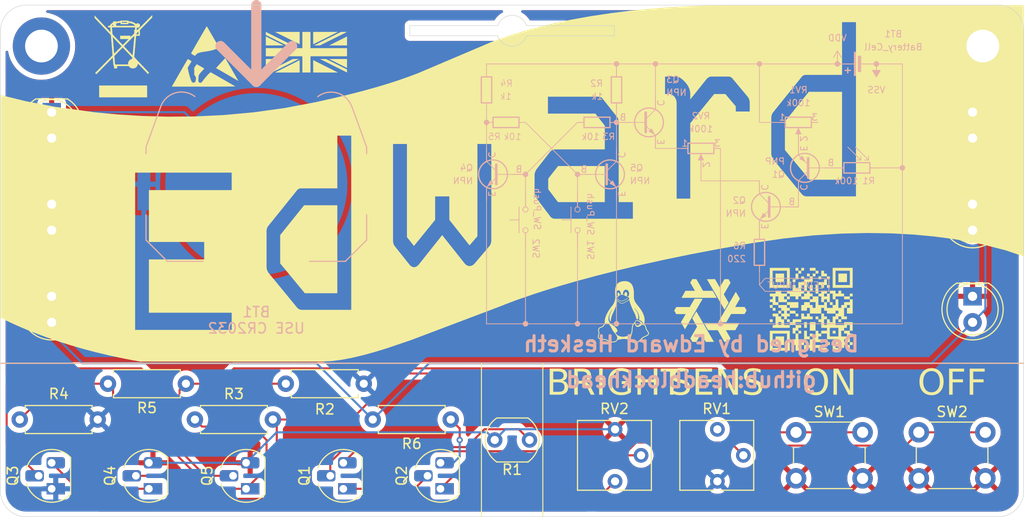
<source format=kicad_pcb>
(kicad_pcb (version 20241229) (generator "pcbnew") (generator_version "9.0")
  (title_block (title "Light-Up name badge") (date "2025-05-30") (rev "v1") (company "Edward Hesketh"))
  (layers (0 "F.Cu" signal) (2 "B.Cu" signal) (13 "F.Paste" user) (15 "B.Paste" user) (5 "F.SilkS" user "F.Silkscreen") (7 "B.SilkS" user "B.Silkscreen") (1 "F.Mask" user) (3 "B.Mask" user) (25 "Edge.Cuts" user))
  (net 0 "")
  (net 1 "Net-(Q1-C)")
  (net 2 "Net-(Q1-B)")
  (net 3 "Net-(Q1-E)")
  (net 4 "Net-(Q2-C)")
  (net 5 "Net-(Q3-B)")
  (net 6 "Net-(Q3-E)")
  (net 7 "Net-(Q4-C)")
  (net 8 "Net-(Q4-B)")
  (net 9 "Net-(Q5-B)")
  (net 10 "VSS")
  (net 11 "VDD")
  (net 12 "Net-(Q2-E)")
  (net 13 "LEDS_INPUT")
  (footprint "LED_THT:LED_D5.0mm" (layer "F.Cu") (at 105 85.46 -90)
    (property "Reference" "D1" (hide yes))
    (property "Value" "LED" (hide yes))
  )
  (footprint "Resistor_THT:R_Axial_DIN0207_L6.3mm_D2.5mm_P7.62mm_Horizontal" (layer "F.Cu") (at 109.5 115.5 180)
    (property "Reference" "R4")
    (property "Value" "1k" (hide yes))
  )
  (footprint "Resistor_THT:R_Axial_DIN0207_L6.3mm_D2.5mm_P7.62mm_Horizontal" (layer "F.Cu") (at 119 115.5)
    (property "Reference" "R3")
    (property "Value" "10k" (hide yes))
  )
  (footprint "LED_THT:LED_D5.0mm" (layer "F.Cu") (at 195 85.46 -90)
    (property "Reference" "D4" (hide yes))
    (property "Value" "LED")
  )
  (footprint "Potentiometer_THT:Potentiometer_Vishay_T73YP_Vertical" (layer "F.Cu") (at 160.06 121.54)
    (property "Reference" "RV2")
    (property "Value" "100k")
  )
  (footprint "Package_TO_SOT_THT:TO-92L_HandSolder" (layer "F.Cu") (at 143 122.27 90)
    (property "Reference" "Q2")
    (property "Value" "NPN")
  )
  (footprint "MountingHole:MountingHole_3.2mm_M3_DIN965_Pad_TopBottom" (layer "F.Cu") (at 104 79)
    (property "Reference" "REF**" (hide yes))
    (property "Value" "MountingHole_3.2mm_M3_DIN965_Pad_TopBottom" (hide yes))
  )
  (footprint "Resistor_THT:R_Axial_DIN0207_L6.3mm_D2.5mm_P7.62mm_Horizontal" (layer "F.Cu") (at 110.5 112)
    (property "Reference" "R5")
    (property "Value" "10k" (hide yes))
  )
  (footprint "LED_THT:LED_D5.0mm" (layer "F.Cu") (at 195 103.46 -90)
    (property "Reference" "D6" (hide yes))
    (property "Value" "LED")
  )
  (footprint "Package_TO_SOT_THT:TO-92L_HandSolder" (layer "F.Cu") (at 133.5 122.27 90)
    (property "Reference" "Q1")
    (property "Value" "PNP")
  )
  (footprint "MountingHole:MountingHole_3.2mm_M3_DIN965_Pad_TopBottom" (layer "F.Cu") (at 196 79)
    (property "Reference" "REF**" (hide yes))
    (property "Value" "MountingHole_3.2mm_M3_DIN965_Pad_TopBottom" (hide yes))
  )
  (footprint "LED_THT:LED_D5.0mm" (layer "F.Cu") (at 105 103.46 -90)
    (property "Reference" "D3" (hide yes))
    (property "Value" "LED" (hide yes))
  )
  (footprint "Symbol:WEEE-Logo_5.6x8mm_SilkScreen" (layer "F.Cu") (at 112 80)
    (property "Reference" "REF**" (hide yes))
    (property "Value" "WEEE-Logo_5.6x8mm_SilkScreen" (hide yes))
  )
  (footprint "Button_Switch_THT:SW_PUSH_6mm" (layer "F.Cu") (at 177.75 116.75)
    (property "Reference" "SW1")
    (property "Value" "SW_Push")
  )
  (footprint "LED_THT:LED_D5.0mm" (layer "F.Cu") (at 105 94.46 -90)
    (property "Reference" "D2" (hide yes))
    (property "Value" "LED" (hide yes))
  )
  (footprint "Symbol:ESD-Logo_6.6x6mm_SilkScreen" (layer "F.Cu") (at 120 80)
    (property "Reference" "REF**" (hide yes))
    (property "Value" "ESD-Logo_6.6x6mm_SilkScreen" (hide yes))
  )
  (footprint "Resistor_THT:R_Axial_DIN0207_L6.3mm_D2.5mm_P7.62mm_Horizontal" (layer "F.Cu") (at 144 115.5 180)
    (property "Reference" "R6")
    (property "Value" "220")
  )
  (footprint "Package_TO_SOT_THT:TO-92L_HandSolder" (layer "F.Cu") (at 114.5 122.27 90)
    (property "Reference" "Q4")
    (property "Value" "NPN")
  )
  (footprint "Resistor_THT:R_Axial_DIN0207_L6.3mm_D2.5mm_P7.62mm_Horizontal" (layer "F.Cu") (at 135.5 112 180)
    (property "Reference" "R2")
    (property "Value" "1k" (hide yes))
  )
  (footprint "Package_TO_SOT_THT:TO-92L_HandSolder" (layer "F.Cu") (at 124 122.27 90)
    (property "Reference" "Q5")
    (property "Value" "NPN")
  )
  (footprint "OptoDevice:R_LDR_5.1x4.3mm_P3.4mm_Vertical" (layer "F.Cu") (at 151.7 117.5 180)
    (property "Reference" "R1")
    (property "Value" "100k")
  )
  (footprint "Potentiometer_THT:Potentiometer_Vishay_T73YP_Vertical" (layer "F.Cu") (at 170.06 121.54)
    (property "Reference" "RV1")
    (property "Value" "100k")
  )
  (footprint "Package_TO_SOT_THT:TO-92L_HandSolder" (layer "F.Cu") (at 105 122.27 90)
    (property "Reference" "Q3")
    (property "Value" "NPN")
  )
  (footprint "LED_THT:LED_D5.0mm" (layer "F.Cu") (at 195 94.46 -90)
    (property "Reference" "D5" (hide yes))
    (property "Value" "LED")
  )
  (footprint "Button_Switch_THT:SW_PUSH_6mm" (layer "F.Cu") (at 189.75 116.75)
    (property "Reference" "SW2")
    (property "Value" "SW_Push")
  )
  (footprint "Battery:BatteryHolder_Keystone_3034_1x20mm" (layer "B.Cu") (at 125 92.5)
    (property "Reference" "BT1")
    (property "Value" "Battery_Cell")
  )
  (gr_poly (pts (xy 179.651637 101.486113) (xy 179.6516 101.487549) (xy 179.651492 101.488967) (xy 179.651315 101.490364) (xy 179.651069 101.491739) (xy 179.650757 101.49309) (xy 179.65038 101.494415) (xy 179.649941 101.495712) (xy 179.649441 101.496981) (xy 179.648881 101.498218) (xy 179.648264 101.499422) (xy 179.647591 101.500591) (xy 179.646864 101.501725) (xy 179.646086 101.50282) (xy 179.645256 101.503875) (xy 179.644378 101.504889) (xy 179.643453 101.505859) (xy 179.642483 101.506784) (xy 179.641469 101.507662) (xy 179.640414 101.508491) (xy 179.639319 101.50927) (xy 179.638186 101.509997) (xy 179.637016 101.510669) (xy 179.635812 101.511286) (xy 179.634574 101.511846) (xy 179.633306 101.512346) (xy 179.632009 101.512786) (xy 179.630683 101.513162) (xy 179.629332 101.513474) (xy 179.627957 101.51372) (xy 179.62656 101.513898) (xy 179.625142 101.514006) (xy 179.623705 101.514042) (xy 179.372332 101.514042) (xy 179.372332 101.262667) (xy 179.372368 101.261229) (xy 179.372476 101.259811) (xy 179.372654 101.258413) (xy 179.3729 101.257038) (xy 179.373212 101.255687) (xy 179.373588 101.254361) (xy 179.374028 101.253064) (xy 179.374528 101.251795) (xy 179.375088 101.250558) (xy 179.375705 101.249354) (xy 179.376377 101.248184) (xy 179.377104 101.247051) (xy 179.377883 101.245956) (xy 179.378712 101.2449) (xy 179.37959 101.243887) (xy 179.380516 101.242917) (xy 179.381486 101.241992) (xy 179.382499 101.241114) (xy 179.383555 101.240285) (xy 179.38465 101.239506) (xy 179.385783 101.238779) (xy 179.386953 101.238107) (xy 179.388157 101.23749) (xy 179.389394 101.236931) (xy 179.390662 101.23643) (xy 179.39196 101.235991) (xy 179.393285 101.235615) (xy 179.394636 101.235303) (xy 179.396011 101.235057) (xy 179.397409 101.23488) (xy 179.398827 101.234772) (xy 179.400263 101.234735) (xy 179.651637 101.234735)) (fill yes) (layer "F.SilkS"))
  (gr_poly (pts (xy 129.235416 81.5875) (xy 126.815719 81.5875) (xy 129.235416 80.377729)) (fill yes) (layer "F.SilkS"))
  (gr_poly (pts (xy 181.88608 108.217388) (xy 181.858149 108.217388) (xy 181.606776 108.217388) (xy 181.606776 107.966011) (xy 181.606812 107.964575) (xy 181.60692 107.963157) (xy 181.607098 107.96176) (xy 181.607343 107.960385) (xy 181.607655 107.959034) (xy 181.608032 107.957709) (xy 181.608471 107.956412) (xy 181.608972 107.955144) (xy 181.609531 107.953906) (xy 181.610148 107.952702) (xy 181.610821 107.951532) (xy 181.611548 107.950399) (xy 181.612327 107.949304) (xy 181.613156 107.948249) (xy 181.614034 107.947235) (xy 181.614959 107.946265) (xy 181.615929 107.94534) (xy 181.616943 107.944461) (xy 181.617998 107.943632) (xy 181.619093 107.942853) (xy 181.620227 107.942126) (xy 181.621396 107.941453) (xy 181.622601 107.940836) (xy 181.623838 107.940276) (xy 181.625106 107.939776) (xy 181.626404 107.939336) (xy 181.627729 107.93896) (xy 181.62908 107.938648) (xy 181.630455 107.938402) (xy 181.631852 107.938224) (xy 181.63327 107.938116) (xy 181.634707 107.93808) (xy 181.88608 107.93808)) (fill yes) (layer "F.SilkS"))
  (gr_poly (pts (xy 175.462046 104.586409) (xy 175.434115 104.586409) (xy 175.210673 104.586409) (xy 175.209235 104.586372) (xy 175.207817 104.586264) (xy 175.206419 104.586087) (xy 175.205043 104.585841) (xy 175.203692 104.585529) (xy 175.202367 104.585152) (xy 175.201069 104.584713) (xy 175.1998 104.584212) (xy 175.198563 104.583653) (xy 175.197359 104.583036) (xy 175.196189 104.582363) (xy 175.195056 104.581636) (xy 175.193961 104.580857) (xy 175.192906 104.580028) (xy 175.191892 104.579149) (xy 175.190922 104.578224) (xy 175.189997 104.577254) (xy 175.18912 104.576241) (xy 175.18829 104.575185) (xy 175.187512 104.57409) (xy 175.186785 104.572957) (xy 175.186113 104.571787) (xy 175.185496 104.570583) (xy 175.184936 104.569346) (xy 175.184436 104.568078) (xy 175.183997 104.56678) (xy 175.183621 104.565455) (xy 175.183309 104.564104) (xy 175.183063 104.562729) (xy 175.182886 104.561332) (xy 175.182778 104.559914) (xy 175.182742 104.558477) (xy 175.182742 104.335032) (xy 175.182778 104.333595) (xy 175.182886 104.332177) (xy 175.183063 104.33078) (xy 175.183309 104.329405) (xy 175.183621 104.328054) (xy 175.183997 104.326729) (xy 175.184436 104.325432) (xy 175.184936 104.324163) (xy 175.185496 104.322926) (xy 175.186113 104.321722) (xy 175.186785 104.320553) (xy 175.187512 104.319419) (xy 175.18829 104.318324) (xy 175.18912 104.317269) (xy 175.189997 104.316256) (xy 175.190922 104.315285) (xy 175.191892 104.31436) (xy 175.192906 104.313482) (xy 175.193961 104.312653) (xy 175.195056 104.311874) (xy 175.196189 104.311147) (xy 175.197359 104.310475) (xy 175.198563 104.309858) (xy 175.1998 104.309298) (xy 175.201069 104.308798) (xy 175.202367 104.308359) (xy 175.203692 104.307982) (xy 175.205043 104.30767) (xy 175.206419 104.307424) (xy 175.207817 104.307246) (xy 175.209235 104.307139) (xy 175.210673 104.307102) (xy 175.462046 104.307102)) (fill yes) (layer "F.SilkS"))
  (gr_poly (pts (xy 181.021672 107.938116) (xy 181.02309 107.938224) (xy 181.024488 107.938402) (xy 181.025863 107.938648) (xy 181.027214 107.93896) (xy 181.028539 107.939336) (xy 181.029836 107.939776) (xy 181.031105 107.940276) (xy 181.032342 107.940836) (xy 181.033546 107.941453) (xy 181.034716 107.942126) (xy 181.035849 107.942853) (xy 181.036944 107.943632) (xy 181.037999 107.944461) (xy 181.039013 107.94534) (xy 181.039983 107.946265) (xy 181.040908 107.947235) (xy 181.041786 107.948249) (xy 181.042616 107.949304) (xy 181.043395 107.950399) (xy 181.044121 107.951532) (xy 181.044794 107.952702) (xy 181.045411 107.953906) (xy 181.045971 107.955144) (xy 181.046471 107.956412) (xy 181.04691 107.957709) (xy 181.047287 107.959034) (xy 181.047599 107.960385) (xy 181.047845 107.96176) (xy 181.048022 107.963157) (xy 181.04813 107.964575) (xy 181.048167 107.966011) (xy 181.048167 108.189457) (xy 181.04813 108.190894) (xy 181.048022 108.192312) (xy 181.047845 108.193709) (xy 181.047599 108.195084) (xy 181.047287 108.196435) (xy 181.04691 108.19776) (xy 181.046471 108.199058) (xy 181.045971 108.200326) (xy 181.045411 108.201563) (xy 181.044794 108.202768) (xy 181.044121 108.203937) (xy 181.043395 108.20507) (xy 181.042616 108.206166) (xy 181.041786 108.207221) (xy 181.040908 108.208234) (xy 181.039983 108.209205) (xy 181.039013 108.21013) (xy 181.037999 108.211008) (xy 181.036944 108.211837) (xy 181.035849 108.212616) (xy 181.034716 108.213343) (xy 181.033546 108.214016) (xy 181.032342 108.214633) (xy 181.031105 108.215192) (xy 181.029836 108.215693) (xy 181.028539 108.216132) (xy 181.027214 108.216508) (xy 181.025863 108.21682) (xy 181.024488 108.217066) (xy 181.02309 108.217244) (xy 181.021672 108.217352) (xy 181.020235 108.217388) (xy 180.796786 108.217388) (xy 180.79535 108.217352) (xy 180.793932 108.217244) (xy 180.792535 108.217066) (xy 180.791161 108.21682) (xy 180.78981 108.216508) (xy 180.788485 108.216132) (xy 180.787188 108.215693) (xy 180.78592 108.215192) (xy 180.784683 108.214633) (xy 180.783479 108.214016) (xy 180.782309 108.213343) (xy 180.781176 108.212616) (xy 180.78008 108.211837) (xy 180.779025 108.211008) (xy 180.778011 108.21013) (xy 180.777041 108.209205) (xy 180.776116 108.208234) (xy 180.775237 108.207221) (xy 180.774408 108.206166) (xy 180.773629 108.20507) (xy 180.772902 108.203937) (xy 180.772229 108.202768) (xy 180.771611 108.201563) (xy 180.771052 108.200326) (xy 180.770551 108.199058) (xy 180.770112 108.19776) (xy 180.769735 108.196435) (xy 180.769423 108.195084) (xy 180.769177 108.193709) (xy 180.768999 108.192312) (xy 180.768891 108.190894) (xy 180.768855 108.189457) (xy 180.768855 107.93808) (xy 181.020235 107.93808)) (fill yes) (layer "F.SilkS"))
  (gr_poly (pts (xy 129.235416 78.828521) (xy 126.815719 77.61875) (xy 129.235416 77.61875)) (fill yes) (layer "F.SilkS"))
  (gr_poly (pts (xy 128.573958 78.941667) (xy 127.982263 78.941667) (xy 125.928125 77.914598) (xy 125.928125 77.61875)) (fill yes) (layer "F.SilkS"))
  (gr_poly (pts (xy 183.003306 108.748066) (xy 183.003269 108.749503) (xy 183.003162 108.750921) (xy 183.002984 108.752318) (xy 183.002738 108.753693) (xy 183.002426 108.755044) (xy 183.00205 108.756369) (xy 183.00161 108.757667) (xy 183.00111 108.758935) (xy 183.00055 108.760172) (xy 182.999933 108.761377) (xy 182.999261 108.762546) (xy 182.998534 108.763679) (xy 182.997755 108.764775) (xy 182.996925 108.76583) (xy 182.996047 108.766844) (xy 182.995122 108.767814) (xy 182.994152 108.768739) (xy 182.993139 108.769617) (xy 182.992083 108.770446) (xy 182.990988 108.771225) (xy 182.989855 108.771952) (xy 182.988685 108.772625) (xy 182.987481 108.773242) (xy 182.986244 108.773801) (xy 182.984976 108.774302) (xy 182.983678 108.774741) (xy 182.982353 108.775117) (xy 182.981002 108.775429) (xy 182.979627 108.775675) (xy 182.978229 108.775853) (xy 182.976811 108.775961) (xy 182.975375 108.775997) (xy 182.751933 108.775997) (xy 182.750496 108.775961) (xy 182.749078 108.775853) (xy 182.747681 108.775675) (xy 182.746305 108.775429) (xy 182.744954 108.775117) (xy 182.743629 108.774741) (xy 182.742332 108.774302) (xy 182.741063 108.773801) (xy 182.739826 108.773242) (xy 182.738622 108.772625) (xy 182.737452 108.771952) (xy 182.736319 108.771225) (xy 182.735224 108.770446) (xy 182.734169 108.769617) (xy 182.733155 108.768739) (xy 182.732185 108.767814) (xy 182.73126 108.766844) (xy 182.730382 108.76583) (xy 182.729552 108.764775) (xy 182.728773 108.763679) (xy 182.728047 108.762546) (xy 182.727374 108.761377) (xy 182.726757 108.760172) (xy 182.726197 108.758935) (xy 182.725697 108.757667) (xy 182.725258 108.756369) (xy 182.724881 108.755044) (xy 182.724569 108.753693) (xy 182.724323 108.752318) (xy 182.724146 108.750921) (xy 182.724038 108.749503) (xy 182.724001 108.748066) (xy 182.724001 108.217388) (xy 183.003306 108.217388)) (fill yes) (layer "F.SilkS"))
  (gr_poly (pts (xy 169.723777 107.910022) (xy 168.931594 107.917453) (xy 168.471388 107.115224) (xy 168.007896 107.913166) (xy 167.61429 107.91301) (xy 167.412695 107.564726) (xy 168.07303 106.429288) (xy 167.604276 105.613566) (xy 168 104.924013)) (fill yes) (layer "F.SilkS"))
  (gr_poly (pts (xy 180.463056 100.955467) (xy 180.464473 100.955575) (xy 180.465871 100.955753) (xy 180.467246 100.955998) (xy 180.468597 100.95631) (xy 180.469922 100.956687) (xy 180.47122 100.957126) (xy 180.472488 100.957626) (xy 180.473725 100.958185) (xy 180.474929 100.958802) (xy 180.476099 100.959474) (xy 180.477232 100.960201) (xy 180.478328 100.96098) (xy 180.479383 100.961809) (xy 180.480396 100.962687) (xy 180.481367 100.963611) (xy 180.482292 100.964581) (xy 180.48317 100.965595) (xy 180.483999 100.96665) (xy 180.484778 100.967745) (xy 180.485505 100.968878) (xy 180.486177 100.970048) (xy 180.486795 100.971252) (xy 180.487354 100.972489) (xy 180.487854 100.973757) (xy 180.488294 100.975055) (xy 180.48867 100.97638) (xy 180.488982 100.977732) (xy 180.489228 100.979107) (xy 180.489406 100.980505) (xy 180.489514 100.981923) (xy 180.48955 100.98336) (xy 180.48955 101.206806) (xy 180.489586 101.208243) (xy 180.489694 101.209662) (xy 180.489872 101.211059) (xy 180.490118 101.212435) (xy 180.49043 101.213786) (xy 180.490806 101.215111) (xy 180.491246 101.216409) (xy 180.491746 101.217677) (xy 180.492306 101.218915) (xy 180.492923 101.220119) (xy 180.493595 101.221288) (xy 180.494322 101.222422) (xy 180.495101 101.223517) (xy 180.49593 101.224572) (xy 180.496809 101.225585) (xy 180.497734 101.226555) (xy 180.498704 101.22748) (xy 180.499717 101.228358) (xy 180.500773 101.229187) (xy 180.501868 101.229966) (xy 180.503001 101.230692) (xy 180.504171 101.231365) (xy 180.505375 101.231981) (xy 180.506612 101.232541) (xy 180.50788 101.233041) (xy 180.509178 101.23348) (xy 180.510503 101.233856) (xy 180.511854 101.234168) (xy 180.513229 101.234414) (xy 180.514627 101.234591) (xy 180.516045 101.234699) (xy 180.517481 101.234735) (xy 180.740931 101.234735) (xy 180.742367 101.234772) (xy 180.743784 101.23488) (xy 180.745181 101.235057) (xy 180.746556 101.235303) (xy 180.747906 101.235615) (xy 180.749231 101.235991) (xy 180.750528 101.23643) (xy 180.751796 101.236931) (xy 180.753032 101.23749) (xy 180.754236 101.238107) (xy 180.755406 101.238779) (xy 180.756539 101.239506) (xy 180.757634 101.240285) (xy 180.758689 101.241114) (xy 180.759702 101.241992) (xy 180.760672 101.242917) (xy 180.761597 101.243887) (xy 180.762475 101.2449) (xy 180.763304 101.245956) (xy 180.764083 101.247051) (xy 180.76481 101.248184) (xy 180.765482 101.249354) (xy 180.766099 101.250558) (xy 180.766659 101.251795) (xy 180.767159 101.253064) (xy 180.767598 101.254361) (xy 180.767975 101.255687) (xy 180.768287 101.257038) (xy 180.768533 101.258413) (xy 180.76871 101.259811) (xy 180.768818 101.261229) (xy 180.768855 101.262667) (xy 180.768855 101.514042) (xy 180.740931 101.514042) (xy 180.210246 101.514042) (xy 180.210246 100.98336) (xy 180.210282 100.981923) (xy 180.21039 100.980505) (xy 180.210568 100.979107) (xy 180.210813 100.977732) (xy 180.211125 100.97638) (xy 180.211502 100.975055) (xy 180.211941 100.973757) (xy 180.212442 100.972489) (xy 180.213001 100.971252) (xy 180.213618 100.970048) (xy 180.214291 100.968878) (xy 180.215018 100.967745) (xy 180.215797 100.96665) (xy 180.216626 100.965595) (xy 180.217504 100.964581) (xy 180.218429 100.963611) (xy 180.219399 100.962687) (xy 180.220413 100.961809) (xy 180.221468 100.96098) (xy 180.222563 100.960201) (xy 180.223697 100.959474) (xy 180.224866 100.958802) (xy 180.22607 100.958185) (xy 180.227308 100.957626) (xy 180.228576 100.957126) (xy 180.229873 100.956687) (xy 180.231199 100.95631) (xy 180.23255 100.955998) (xy 180.233925 100.955753) (xy 180.235322 100.955575) (xy 180.23674 100.955467) (xy 180.238177 100.955431) (xy 180.461619 100.955431)) (fill yes) (layer "F.SilkS"))
  (gr_poly (pts (xy 182.24501 92.066658) (xy 179.066909 92.066658) (xy 176.65879 89.154692) (xy 176.65879 86.382768) (xy 178.997146 83.470284) (xy 182.24501 83.470284)) (fill yes) (layer "F.SilkS"))
  (gr_poly (pts (xy 177.949307 105.145056) (xy 177.950724 105.145164) (xy 177.952121 105.145342) (xy 177.953496 105.145587) (xy 177.954846 105.145899) (xy 177.956171 105.146276) (xy 177.957469 105.146715) (xy 177.958737 105.147215) (xy 177.959974 105.147775) (xy 177.961178 105.148392) (xy 177.962348 105.149065) (xy 177.963481 105.149792) (xy 177.964576 105.150571) (xy 177.965631 105.1514) (xy 177.966645 105.152278) (xy 177.967616 105.153203) (xy 177.968541 105.154173) (xy 177.969419 105.155187) (xy 177.970249 105.156242) (xy 177.971028 105.157337) (xy 177.971755 105.158471) (xy 177.972428 105.15964) (xy 177.973045 105.160844) (xy 177.973605 105.162082) (xy 177.974105 105.16335) (xy 177.974545 105.164647) (xy 177.974922 105.165973) (xy 177.975234 105.167324) (xy 177.97548 105.168699) (xy 177.975658 105.170096) (xy 177.975765 105.171514) (xy 177.975802 105.172951) (xy 177.975802 105.396395) (xy 177.975765 105.397831) (xy 177.975658 105.399249) (xy 177.97548 105.400647) (xy 177.975234 105.402022) (xy 177.974922 105.403373) (xy 177.974545 105.404698) (xy 177.974105 105.405996) (xy 177.973605 105.407264) (xy 177.973045 105.408501) (xy 177.972428 105.409705) (xy 177.971755 105.410875) (xy 177.971028 105.412008) (xy 177.970249 105.413103) (xy 177.969419 105.414159) (xy 177.968541 105.415172) (xy 177.967616 105.416142) (xy 177.966645 105.417067) (xy 177.965631 105.417946) (xy 177.964576 105.418775) (xy 177.963481 105.419554) (xy 177.962348 105.420281) (xy 177.961178 105.420953) (xy 177.959974 105.42157) (xy 177.958737 105.42213) (xy 177.957469 105.42263) (xy 177.956171 105.42307) (xy 177.954846 105.423446) (xy 177.953496 105.423758) (xy 177.952121 105.424004) (xy 177.950724 105.424182) (xy 177.949307 105.42429) (xy 177.947871 105.424326) (xy 177.724421 105.424326) (xy 177.722984 105.42429) (xy 177.721566 105.424182) (xy 177.720169 105.424004) (xy 177.718794 105.423758) (xy 177.717443 105.423446) (xy 177.716118 105.42307) (xy 177.71482 105.42263) (xy 177.713552 105.42213) (xy 177.712315 105.42157) (xy 177.71111 105.420953) (xy 177.709941 105.420281) (xy 177.708807 105.419554) (xy 177.707712 105.418775) (xy 177.706657 105.417946) (xy 177.705643 105.417067) (xy 177.704673 105.416142) (xy 177.703748 105.415172) (xy 177.70287 105.414159) (xy 177.702041 105.413103) (xy 177.701262 105.412008) (xy 177.700535 105.410875) (xy 177.699862 105.409705) (xy 177.699245 105.408501) (xy 177.698686 105.407264) (xy 177.698185 105.405996) (xy 177.697746 105.404698) (xy 177.69737 105.403373) (xy 177.697057 105.402022) (xy 177.696812 105.400647) (xy 177.696634 105.399249) (xy 177.696526 105.397831) (xy 177.69649 105.396395) (xy 177.69649 105.14502) (xy 177.947871 105.14502)) (fill yes) (layer "F.SilkS"))
  (gr_poly (pts (xy 176.552777 101.234772) (xy 176.554195 101.23488) (xy 176.555593 101.235057) (xy 176.556968 101.235303) (xy 176.558319 101.235615) (xy 176.559644 101.235991) (xy 176.560941 101.23643) (xy 176.56221 101.236931) (xy 176.563447 101.23749) (xy 176.564651 101.238107) (xy 176.565821 101.238779) (xy 176.566954 101.239506) (xy 176.568049 101.240285) (xy 176.569104 101.241114) (xy 176.570118 101.241992) (xy 176.571088 101.242917) (xy 176.572013 101.243887) (xy 176.572891 101.2449) (xy 176.573721 101.245956) (xy 176.5745 101.247051) (xy 176.575226 101.248184) (xy 176.575899 101.249354) (xy 176.576516 101.250558) (xy 176.577076 101.251795) (xy 176.577576 101.253064) (xy 176.578015 101.254361) (xy 176.578392 101.255687) (xy 176.578704 101.257038) (xy 176.57895 101.258413) (xy 176.579127 101.259811) (xy 176.579235 101.261229) (xy 176.579272 101.262667) (xy 176.579272 102.044724) (xy 176.579235 102.04616) (xy 176.579127 102.047578) (xy 176.57895 102.048975) (xy 176.578704 102.05035) (xy 176.578392 102.051701) (xy 176.578015 102.053026) (xy 176.577576 102.054324) (xy 176.577076 102.055592) (xy 176.576516 102.056829) (xy 176.575899 102.058033) (xy 176.575226 102.059203) (xy 176.5745 102.060336) (xy 176.573721 102.061431) (xy 176.572891 102.062487) (xy 176.572013 102.0635) (xy 176.571088 102.064471) (xy 176.570118 102.065396) (xy 176.569104 102.066274) (xy 176.568049 102.067103) (xy 176.566954 102.067882) (xy 176.565821 102.068609) (xy 176.564651 102.069282) (xy 176.563447 102.069899) (xy 176.56221 102.070459) (xy 176.560941 102.070959) (xy 176.559644 102.071398) (xy 176.558319 102.071775) (xy 176.556968 102.072087) (xy 176.555593 102.072333) (xy 176.554195 102.07251) (xy 176.552777 102.072618) (xy 176.551341 102.072655) (xy 175.769282 102.072655) (xy 175.767844 102.072618) (xy 175.766426 102.07251) (xy 175.765028 102.072333) (xy 175.763652 102.072087) (xy 175.762301 102.071775) (xy 175.760976 102.071398) (xy 175.759678 102.070959) (xy 175.758409 102.070459) (xy 175.757172 102.069899) (xy 175.755968 102.069282) (xy 175.754798 102.068609) (xy 175.753665 102.067882) (xy 175.75257 102.067103) (xy 175.751515 102.066274) (xy 175.750501 102.065396) (xy 175.749531 102.064471) (xy 175.748606 102.0635) (xy 175.747729 102.062487) (xy 175.746899 102.061431) (xy 175.746121 102.060336) (xy 175.745394 102.059203) (xy 175.744722 102.058033) (xy 175.744105 102.056829) (xy 175.743545 102.055592) (xy 175.743045 102.054324) (xy 175.742606 102.053026) (xy 175.74223 102.051701) (xy 175.741918 102.05035) (xy 175.741672 102.048975) (xy 175.741495 102.047578) (xy 175.741387 102.04616) (xy 175.741351 102.044724) (xy 175.741351 101.262667) (xy 175.741387 101.261229) (xy 175.741495 101.259811) (xy 175.741672 101.258413) (xy 175.741918 101.257038) (xy 175.74223 101.255687) (xy 175.742606 101.254361) (xy 175.743045 101.253064) (xy 175.743545 101.251795) (xy 175.744105 101.250558) (xy 175.744722 101.249354) (xy 175.745394 101.248184) (xy 175.746121 101.247051) (xy 175.746899 101.245956) (xy 175.747729 101.2449) (xy 175.748606 101.243887) (xy 175.749531 101.242917) (xy 175.750501 101.241992) (xy 175.751515 101.241114) (xy 175.75257 101.240285) (xy 175.753665 101.239506) (xy 175.754798 101.238779) (xy 175.755968 101.238107) (xy 175.757172 101.23749) (xy 175.758409 101.236931) (xy 175.759678 101.23643) (xy 175.760976 101.235991) (xy 175.762301 101.235615) (xy 175.763652 101.235303) (xy 175.765028 101.235057) (xy 175.766426 101.23488) (xy 175.767844 101.234772) (xy 175.769282 101.234735) (xy 176.551341 101.234735)) (fill yes) (layer "F.SilkS"))
  (gr_poly (pts (xy 161.317044 103.687022) (xy 161.313013 103.68741) (xy 161.308644 103.688109) (xy 161.303947 103.689111) (xy 161.298937 103.690411) (xy 161.293624 103.692) (xy 161.288021 103.693872) (xy 161.28214 103.696021) (xy 161.275993 103.698438) (xy 161.262949 103.704051) (xy 161.248986 103.710656) (xy 161.234202 103.718198) (xy 161.218693 103.72662) (xy 161.202509 103.735819) (xy 161.185656 103.74567) (xy 161.150058 103.766953) (xy 161.112125 103.789734) (xy 161.072083 103.813273) (xy 161.03013 103.836865) (xy 160.986413 103.859789) (xy 160.963941 103.870762) (xy 160.941085 103.881282) (xy 160.917865 103.891252) (xy 160.8943 103.900578) (xy 160.870408 103.909164) (xy 160.84621 103.916916) (xy 160.821723 103.923736) (xy 160.796968 103.92953) (xy 160.771963 103.934203) (xy 160.746727 103.937659) (xy 160.72128 103.939803) (xy 160.69564 103.940539) (xy 160.670283 103.939812) (xy 160.645602 103.937697) (xy 160.621598 103.934287) (xy 160.598274 103.929679) (xy 160.575634 103.923967) (xy 160.553679 103.917246) (xy 160.532412 103.909611) (xy 160.511836 103.901158) (xy 160.491952 103.891982) (xy 160.472764 103.882177) (xy 160.454275 103.871839) (xy 160.436486 103.861064) (xy 160.4194 103.849945) (xy 160.403019 103.838579) (xy 160.387347 103.82706) (xy 160.372386 103.815483) (xy 160.358125 103.803935) (xy 160.344555 103.792502) (xy 160.331683 103.78128) (xy 160.319515 103.770364) (xy 160.308056 103.75985) (xy 160.297313 103.749834) (xy 160.277999 103.731673) (xy 160.269437 103.723724) (xy 160.265447 103.720083) (xy 160.261666 103.716687) (xy 160.258103 103.713553) (xy 160.254771 103.710697) (xy 160.25168 103.708136) (xy 160.248841 103.705887) (xy 160.248015 103.705269) (xy 160.247206 103.704698) (xy 160.24642 103.704172) (xy 160.245659 103.703691) (xy 160.244928 103.703252) (xy 160.244229 103.702852) (xy 160.243566 103.702491) (xy 160.242942 103.702166) (xy 160.241829 103.701616) (xy 160.240916 103.701189) (xy 160.240233 103.700868) (xy 160.239986 103.700743) (xy 160.239807 103.700639) (xy 160.239737 103.700584) (xy 160.239704 103.700527) (xy 160.239705 103.700449) (xy 160.239738 103.700331) (xy 160.239891 103.699904) (xy 160.240141 103.699096) (xy 160.240469 103.697761) (xy 160.240656 103.69685) (xy 160.240854 103.695752) (xy 160.241062 103.694448) (xy 160.241277 103.69292) (xy 160.241496 103.69115) (xy 160.241716 103.689118) (xy 160.242504 103.654566) (xy 160.244022 103.654588) (xy 160.245491 103.654652) (xy 160.246915 103.654758) (xy 160.248295 103.654904) (xy 160.249633 103.655088) (xy 160.250931 103.655309) (xy 160.252191 103.655566) (xy 160.253414 103.655858) (xy 160.254603 103.656182) (xy 160.25576 103.656538) (xy 160.256885 103.656925) (xy 160.257982 103.657341) (xy 160.260097 103.658254) (xy 160.26212 103.659266) (xy 160.264065 103.660367) (xy 160.265947 103.661547) (xy 160.267782 103.662793) (xy 160.269585 103.664095) (xy 160.273153 103.666823) (xy 160.276772 103.669645) (xy 160.280492 103.672582) (xy 160.284289 103.675714) (xy 160.288174 103.679034) (xy 160.292156 103.682538) (xy 160.296247 103.68622) (xy 160.300457 103.690075) (xy 160.309277 103.698283) (xy 160.328645 103.716483) (xy 160.350336 103.736536) (xy 160.362061 103.747055) (xy 160.374379 103.757797) (xy 160.387292 103.768679) (xy 160.400805 103.779622) (xy 160.429583 103.801332) (xy 160.444835 103.811929) (xy 160.460664 103.822246) (xy 160.47707 103.832201) (xy 160.494052 103.841715) (xy 160.511611 103.850707) (xy 160.529747 103.859095) (xy 160.54846 103.866799) (xy 160.567751 103.873739) (xy 160.58762 103.879832) (xy 160.608067 103.884999) (xy 160.629092 103.889158) (xy 160.650696 103.892229) (xy 160.672879 103.894131) (xy 160.69564 103.894782) (xy 160.718661 103.894102) (xy 160.741674 103.892117) (xy 160.764656 103.888909) (xy 160.787581 103.884562) (xy 160.810425 103.879158) (xy 160.833162 103.87278) (xy 160.855768 103.865511) (xy 160.878217 103.857433) (xy 160.900486 103.848629) (xy 160.922548 103.839183) (xy 160.94438 103.829177) (xy 160.965956 103.818693) (xy 161.008241 103.796626) (xy 161.049206 103.773642) (xy 161.088645 103.750447) (xy 161.126405 103.72776) (xy 161.16236 103.70627) (xy 161.179621 103.696189) (xy 161.196384 103.686665) (xy 161.21261 103.677749) (xy 161.228306 103.669518) (xy 161.243526 103.662093) (xy 161.250973 103.658721) (xy 161.258321 103.655597) (xy 161.265576 103.652735) (xy 161.272744 103.650152) (xy 161.279833 103.647862) (xy 161.286849 103.645881) (xy 161.293799 103.644223) (xy 161.300689 103.642905) (xy 161.307525 103.641942) (xy 161.314315 103.641348)) (fill yes) (layer "F.SilkS"))
  (gr_poly (pts (xy 181.580281 106.820892) (xy 181.581699 106.821) (xy 181.583097 106.821178) (xy 181.584472 106.821424) (xy 181.585823 106.821736) (xy 181.587148 106.822112) (xy 181.588445 106.822552) (xy 181.589714 106.823052) (xy 181.590951 106.823612) (xy 181.592155 106.824229) (xy 181.593325 106.824901) (xy 181.594458 106.825628) (xy 181.595553 106.826407) (xy 181.596608 106.827236) (xy 181.597622 106.828114) (xy 181.598592 106.829039) (xy 181.599517 106.830009) (xy 181.600395 106.831023) (xy 181.601225 106.832078) (xy 181.602004 106.833173) (xy 181.60273 106.834307) (xy 181.603403 106.835476) (xy 181.60402 106.83668) (xy 181.60458 106.837917) (xy 181.60508 106.839186) (xy 181.605519 106.840483) (xy 181.605896 106.841808) (xy 181.606208 106.843159) (xy 181.606454 106.844534) (xy 181.606631 106.845931) (xy 181.606739 106.847349) (xy 181.606776 106.848785) (xy 181.606776 107.072231) (xy 181.606739 107.073668) (xy 181.606631 107.075086) (xy 181.606454 107.076483) (xy 181.606208 107.077858) (xy 181.605896 107.079209) (xy 181.605519 107.080535) (xy 181.60508 107.081832) (xy 181.60458 107.0831) (xy 181.60402 107.084338) (xy 181.603403 107.085542) (xy 181.60273 107.086712) (xy 181.602004 107.087845) (xy 181.601225 107.08894) (xy 181.600395 107.089995) (xy 181.599517 107.091009) (xy 181.598592 107.091979) (xy 181.597622 107.092904) (xy 181.596608 107.093782) (xy 181.595553 107.094612) (xy 181.594458 107.09539) (xy 181.593325 107.096117) (xy 181.592155 107.09679) (xy 181.590951 107.097407) (xy 181.589714 107.097967) (xy 181.588445 107.098467) (xy 181.587148 107.098906) (xy 181.585823 107.099283) (xy 181.584472 107.099595) (xy 181.583097 107.099841) (xy 181.581699 107.100018) (xy 181.580281 107.100126) (xy 181.578844 107.100163) (xy 181.355402 107.100163) (xy 181.353966 107.100126) (xy 181.352548 107.100018) (xy 181.35115 107.099841) (xy 181.349775 107.099595) (xy 181.348424 107.099283) (xy 181.347099 107.098906) (xy 181.345802 107.098467) (xy 181.344533 107.097967) (xy 181.343296 107.097407) (xy 181.342092 107.09679) (xy 181.340922 107.096117) (xy 181.339789 107.09539) (xy 181.338694 107.094612) (xy 181.337638 107.093782) (xy 181.336625 107.092904) (xy 181.335655 107.091979) (xy 181.33473 107.091009) (xy 181.333852 107.089995) (xy 181.333022 107.08894) (xy 181.332243 107.087845) (xy 181.331517 107.086712) (xy 181.330844 107.085542) (xy 181.330227 107.084338) (xy 181.329667 107.0831) (xy 181.329167 107.081832) (xy 181.328728 107.080535) (xy 181.328351 107.079209) (xy 181.328039 107.077858) (xy 181.327793 107.076483) (xy 181.327615 107.075086) (xy 181.327508 107.073668) (xy 181.327471 107.072231) (xy 181.327471 106.848785) (xy 181.327508 106.847349) (xy 181.327615 106.845931) (xy 181.327793 106.844534) (xy 181.328039 106.843159) (xy 181.328351 106.841808) (xy 181.328728 106.840483) (xy 181.329167 106.839186) (xy 181.329667 106.837917) (xy 181.330227 106.83668) (xy 181.330844 106.835476) (xy 181.331517 106.834307) (xy 181.332243 106.833173) (xy 181.333022 106.832078) (xy 181.333852 106.831023) (xy 181.33473 106.830009) (xy 181.335655 106.829039) (xy 181.336625 106.828114) (xy 181.337638 106.827236) (xy 181.338694 106.826407) (xy 181.339789 106.825628) (xy 181.340922 106.824901) (xy 181.342092 106.824229) (xy 181.343296 106.823612) (xy 181.344533 106.823052) (xy 181.345802 106.822552) (xy 181.347099 106.822112) (xy 181.348424 106.821736) (xy 181.349775 106.821424) (xy 181.35115 106.821178) (xy 181.352548 106.821) (xy 181.353966 106.820892) (xy 181.355402 106.820856) (xy 181.578844 106.820856)) (fill yes) (layer "F.SilkS"))
  (gr_poly (pts (xy 176.858576 104.558477) (xy 176.858613 104.559914) (xy 176.858721 104.561332) (xy 176.858898 104.562729) (xy 176.859144 104.564104) (xy 176.859456 104.565455) (xy 176.859833 104.56678) (xy 176.860272 104.568078) (xy 176.860772 104.569346) (xy 176.861332 104.570583) (xy 176.861949 104.571787) (xy 176.862622 104.572957) (xy 176.863348 104.57409) (xy 176.864127 104.575185) (xy 176.864957 104.576241) (xy 176.865835 104.577254) (xy 176.86676 104.578224) (xy 176.86773 104.579149) (xy 176.868743 104.580028) (xy 176.869799 104.580857) (xy 176.870894 104.581636) (xy 176.872027 104.582363) (xy 176.873197 104.583036) (xy 176.874401 104.583653) (xy 176.875638 104.584212) (xy 176.876907 104.584713) (xy 176.878204 104.585152) (xy 176.879529 104.585529) (xy 176.88088 104.585841) (xy 176.882255 104.586087) (xy 176.883653 104.586264) (xy 176.885071 104.586372) (xy 176.886507 104.586409) (xy 177.137881 104.586409) (xy 177.137881 104.865713) (xy 176.886507 104.865713) (xy 176.885071 104.865749) (xy 176.883653 104.865857) (xy 176.882255 104.866035) (xy 176.88088 104.866281) (xy 176.879529 104.866593) (xy 176.878204 104.866969) (xy 176.876907 104.867409) (xy 176.875638 104.867909) (xy 176.874401 104.868469) (xy 176.873197 104.869086) (xy 176.872027 104.869758) (xy 176.870894 104.870485) (xy 176.869799 104.871264) (xy 176.868743 104.872094) (xy 176.86773 104.872972) (xy 176.86676 104.873897) (xy 176.865835 104.874867) (xy 176.864957 104.87588) (xy 176.864127 104.876936) (xy 176.863348 104.878031) (xy 176.862622 104.879164) (xy 176.861949 104.880334) (xy 176.861332 104.881538) (xy 176.860772 104.882775) (xy 176.860272 104.884043) (xy 176.859833 104.885341) (xy 176.859456 104.886666) (xy 176.859144 104.888017) (xy 176.858898 104.889392) (xy 176.858721 104.89079) (xy 176.858613 104.892208) (xy 176.858576 104.893644) (xy 176.858576 105.117088) (xy 176.858613 105.118525) (xy 176.858721 105.119943) (xy 176.858898 105.12134) (xy 176.859144 105.122715) (xy 176.859456 105.124066) (xy 176.859833 105.125392) (xy 176.860272 105.126689) (xy 176.860772 105.127957) (xy 176.861332 105.129195) (xy 176.861949 105.130399) (xy 176.862622 105.131569) (xy 176.863348 105.132702) (xy 176.864127 105.133797) (xy 176.864957 105.134852) (xy 176.865835 105.135866) (xy 176.86676 105.136836) (xy 176.86773 105.137761) (xy 176.868743 105.138639) (xy 176.869799 105.139469) (xy 176.870894 105.140247) (xy 176.872027 105.140974) (xy 176.873197 105.141647) (xy 176.874401 105.142264) (xy 176.875638 105.142824) (xy 176.876907 105.143324) (xy 176.878204 105.143763) (xy 176.879529 105.14414) (xy 176.88088 105.144452) (xy 176.882255 105.144698) (xy 176.883653 105.144875) (xy 176.885071 105.144983) (xy 176.886507 105.14502) (xy 177.137881 105.14502) (xy 177.137881 105.396395) (xy 177.137844 105.397831) (xy 177.137736 105.399249) (xy 177.137559 105.400647) (xy 177.137313 105.402022) (xy 177.137001 105.403373) (xy 177.136624 105.404698) (xy 177.136185 105.405996) (xy 177.135685 105.407264) (xy 177.135125 105.408501) (xy 177.134508 105.409705) (xy 177.133835 105.410875) (xy 177.133109 105.412008) (xy 177.13233 105.413103) (xy 177.1315 105.414159) (xy 177.130622 105.415172) (xy 177.129697 105.416142) (xy 177.128727 105.417067) (xy 177.127713 105.417946) (xy 177.126658 105.418775) (xy 177.125563 105.419554) (xy 177.12443 105.420281) (xy 177.12326 105.420953) (xy 177.122056 105.42157) (xy 177.120819 105.42213) (xy 177.11955 105.42263) (xy 177.118253 105.42307) (xy 177.116928 105.423446) (xy 177.115577 105.423758) (xy 177.114202 105.424004) (xy 177.112804 105.424182) (xy 177.111386 105.42429) (xy 177.10995 105.424326) (xy 176.886507 105.424326) (xy 176.885071 105.424362) (xy 176.883653 105.42447) (xy 176.882255 105.424648) (xy 176.88088 105.424894) (xy 176.879529 105.425206) (xy 176.878204 105.425582) (xy 176.876907 105.426022) (xy 176.875638 105.426522) (xy 176.874401 105.427081) (xy 176.873197 105.427699) (xy 176.872027 105.428371) (xy 176.870894 105.429098) (xy 176.869799 105.429877) (xy 176.868743 105.430706) (xy 176.86773 105.431584) (xy 176.86676 105.432509) (xy 176.865835 105.43348) (xy 176.864957 105.434493) (xy 176.864127 105.435548) (xy 176.863348 105.436644) (xy 176.862622 105.437777) (xy 176.861949 105.438947) (xy 176.861332 105.440151) (xy 176.860772 105.441388) (xy 176.860272 105.442656) (xy 176.859833 105.443954) (xy 176.859456 105.445279) (xy 176.859144 105.44663) (xy 176.858898 105.448005) (xy 176.858721 105.449403) (xy 176.858613 105.45082) (xy 176.858576 105.452257) (xy 176.858576 105.70363) (xy 176.830645 105.70363) (xy 176.579272 105.70363) (xy 176.579272 105.452257) (xy 176.579235 105.45082) (xy 176.579127 105.449403) (xy 176.57895 105.448005) (xy 176.578704 105.44663) (xy 176.578392 105.445279) (xy 176.578015 105.443954) (xy 176.577576 105.442656) (xy 176.577076 105.441388) (xy 176.576516 105.440151) (xy 176.575899 105.438947) (xy 176.575226 105.437777) (xy 176.5745 105.436644) (xy 176.573721 105.435548) (xy 176.572891 105.434493) (xy 176.572013 105.43348) (xy 176.571088 105.432509) (xy 176.570118 105.431584) (xy 176.569104 105.430706) (xy 176.568049 105.429877) (xy 176.566954 105.429098) (xy 176.565821 105.428371) (xy 176.564651 105.427699) (xy 176.563447 105.427081) (xy 176.56221 105.426522) (xy 176.560941 105.426022) (xy 176.559644 105.425582) (xy 176.558319 105.425206) (xy 176.556968 105.424894) (xy 176.555593 105.424648) (xy 176.554195 105.42447) (xy 176.552777 105.424362) (xy 176.551341 105.424326) (xy 176.299967 105.424326) (xy 176.299967 105.675701) (xy 176.300004 105.677138) (xy 176.300112 105.678555) (xy 176.300289 105.679953) (xy 176.300535 105.681328) (xy 176.300847 105.682679) (xy 176.301224 105.684004) (xy 176.301663 105.685301) (xy 176.302163 105.686569) (xy 176.302723 105.687806) (xy 176.30334 105.68901) (xy 176.304012 105.69018) (xy 176.304739 105.691313) (xy 176.305518 105.692408) (xy 176.306347 105.693464) (xy 176.307225 105.694477) (xy 176.30815 105.695447) (xy 176.30912 105.696372) (xy 176.310133 105.69725) (xy 176.311188 105.69808) (xy 176.312283 105.698859) (xy 176.313416 105.699585) (xy 176.314585 105.700258) (xy 176.315789 105.700875) (xy 176.317026 105.701435) (xy 176.318294 105.701935) (xy 176.319591 105.702374) (xy 176.320916 105.702751) (xy 176.322266 105.703063) (xy 176.323641 105.703308) (xy 176.325037 105.703486) (xy 176.326455 105.703594) (xy 176.327891 105.70363) (xy 176.579272 105.70363) (xy 176.579272 106.234312) (xy 176.579308 106.235749) (xy 176.579416 106.237167) (xy 176.579594 106.238564) (xy 176.579839 106.239939) (xy 176.580152 106.24129) (xy 176.580528 106.242615) (xy 176.580967 106.243913) (xy 176.581468 106.245181) (xy 176.582027 106.246418) (xy 176.582644 106.247623) (xy 176.583317 106.248792) (xy 176.584044 106.249926) (xy 176.584823 106.251021) (xy 176.585652 106.252076) (xy 176.58653 106.25309) (xy 176.587455 106.25406) (xy 176.588425 106.254985) (xy 176.589439 106.255863) (xy 176.590494 106.256692) (xy 176.591589 106.257471) (xy 176.592723 106.258198) (xy 176.593892 106.258871) (xy 176.595097 106.259488) (xy 176.596334 106.260047) (xy 176.597602 106.260548) (xy 176.5989 106.260987) (xy 176.600225 106.261364) (xy 176.601576 106.261676) (xy 176.602951 106.261921) (xy 176.604348 106.262099) (xy 176.605766 106.262207) (xy 176.607203 106.262243) (xy 177.137881 106.262243) (xy 177.137881 106.513618) (xy 177.137844 106.515055) (xy 177.137736 106.516473) (xy 177.137559 106.51787) (xy 177.137313 106.519245) (xy 177.137001 106.520596) (xy 177.136624 106.521921) (xy 177.136185 106.523219) (xy 177.135685 106.524487) (xy 177.135125 106.525724) (xy 177.134508 106.526928) (xy 177.133835 106.528098) (xy 177.133109 106.529231) (xy 177.13233 106.530326) (xy 177.1315 106.531382) (xy 177.130622 106.532395) (xy 177.129697 106.533365) (xy 177.128727 106.534291) (xy 177.127713 106.535169) (xy 177.126658 106.535998) (xy 177.125563 106.536777) (xy 177.12443 106.537504) (xy 177.12326 106.538177) (xy 177.122056 106.538794) (xy 177.120819 106.539353) (xy 177.11955 106.539854) (xy 177.118253 106.540293) (xy 177.116928 106.54067) (xy 177.115577 106.540982) (xy 177.114202 106.541228) (xy 177.112804 106.541405) (xy 177.111386 106.541513) (xy 177.10995 106.54155) (xy 175.489977 106.54155) (xy 175.48854 106.541513) (xy 175.487121 106.541405) (xy 175.485723 106.541228) (xy 175.484348 106.540982) (xy 175.482997 106.54067) (xy 175.481671 106.540293) (xy 175.480373 106.539854) (xy 175.479105 106.539353) (xy 175.477868 106.538794) (xy 175.476663 106.538177) (xy 175.475494 106.537504) (xy 175.47436 106.536777) (xy 175.473265 106.535998) (xy 175.47221 106.535169) (xy 175.471197 106.534291) (xy 175.470227 106.533365) (xy 175.469302 106.532395) (xy 175.468424 106.531382) (xy 175.467595 106.530326) (xy 175.466816 106.529231) (xy 175.46609 106.528098) (xy 175.465417 106.526928) (xy 175.4648 106.525724) (xy 175.464241 106.524487) (xy 175.463741 106.523219) (xy 175.463302 106.521921) (xy 175.462925 106.520596) (xy 175.462614 106.519245) (xy 175.462368 106.51787) (xy 175.46219 106.516473) (xy 175.462082 106.515055) (xy 175.462046 106.513618) (xy 175.462046 106.290174) (xy 175.462082 106.288738) (xy 175.46219 106.28732) (xy 175.462368 106.285922) (xy 175.462614 106.284547) (xy 175.462925 106.283196) (xy 175.463302 106.281871) (xy 175.463741 106.280574) (xy 175.464241 106.279305) (xy 175.4648 106.278068) (xy 175.465417 106.276864) (xy 175.46609 106.275694) (xy 175.466816 106.274561) (xy 175.467595 106.273466) (xy 175.468424 106.272411) (xy 175.469302 106.271397) (xy 175.470227 106.270427) (xy 175.471197 106.269502) (xy 175.47221 106.268624) (xy 175.473265 106.267794) (xy 175.47436 106.267015) (xy 175.475494 106.266289) (xy 175.476663 106.265616) (xy 175.477868 106.264999) (xy 175.479105 106.264439) (xy 175.480373 106.263939) (xy 175.481671 106.2635) (xy 175.482997 106.263123) (xy 175.484348 106.262811) (xy 175.485723 106.262565) (xy 175.487121 106.262388) (xy 175.48854 106.26228) (xy 175.489977 106.262243) (xy 175.713419 106.262243) (xy 175.714857 106.262207) (xy 175.716275 106.262099) (xy 175.717673 106.261921) (xy 175.719049 106.261676) (xy 175.7204 106.261364) (xy 175.721726 106.260987) (xy 175.723023 106.260548) (xy 175.724292 106.260047) (xy 175.725529 106.259488) (xy 175.726733 106.258871) (xy 175.727903 106.258198) (xy 175.729036 106.257471) (xy 175.730131 106.256692) (xy 175.731186 106.255863) (xy 175.7322 106.254985) (xy 175.73317 106.25406) (xy 175.734095 106.25309) (xy 175.734973 106.252076) (xy 175.735802 106.251021) (xy 175.736581 106.249926) (xy 175.737307 106.248792) (xy 175.73798 106.247623) (xy 175.738596 106.246418) (xy 175.739156 106.245181) (xy 175.739656 106.243913) (xy 175.740095 106.242615) (xy 175.740471 106.24129) (xy 175.740783 106.239939) (xy 175.741029 106.238564) (xy 175.741206 106.237167) (xy 175.741314 106.235749) (xy 175.741351 106.234312) (xy 175.741351 106.010868) (xy 176.020655 106.010868) (xy 176.020655 106.234312) (xy 176.020691 106.235749) (xy 176.020799 106.237167) (xy 176.020977 106.238564) (xy 176.021223 106.239939) (xy 176.021535 106.24129) (xy 176.021911 106.242615) (xy 176.022351 106.243913) (xy 176.022851 106.245181) (xy 176.023411 106.246418) (xy 176.024028 106.247623) (xy 176.0247 106.248792) (xy 176.025427 106.249926) (xy 176.026206 106.251021) (xy 176.027035 106.252076) (xy 176.027914 106.25309) (xy 176.028839 106.25406) (xy 176.029809 106.254985) (xy 176.030822 106.255863) (xy 176.031878 106.256692) (xy 176.032973 106.257471) (xy 176.034106 106.258198) (xy 176.035276 106.258871) (xy 176.03648 106.259488) (xy 176.037717 106.260047) (xy 176.038985 106.260548) (xy 176.040283 106.260987) (xy 176.041608 106.261364) (xy 176.042959 106.261676) (xy 176.044334 106.261921) (xy 176.045732 106.262099) (xy 176.04715 106.262207) (xy 176.048586 106.262243) (xy 176.272036 106.262243) (xy 176.273472 106.262207) (xy 176.274889 106.262099) (xy 176.276286 106.261921) (xy 176.277661 106.261676) (xy 176.279012 106.261364) (xy 176.280336 106.260987) (xy 176.281634 106.260548) (xy 176.282902 106.260047) (xy 176.284139 106.259488) (xy 176.285343 106.258871) (xy 176.286513 106.258198) (xy 176.287646 106.257471) (xy 176.288741 106.256692) (xy 176.289797 106.255863) (xy 176.290811 106.254985) (xy 176.291781 106.25406) (xy 176.292706 106.25309) (xy 176.293584 106.252076) (xy 176.294414 106.251021) (xy 176.295193 106.249926) (xy 176.29592 106.248792) (xy 176.296593 106.247623) (xy 176.29721 106.246418) (xy 176.29777 106.245181) (xy 176.298271 106.243913) (xy 176.29871 106.242615) (xy 176.299087 106.24129) (xy 176.299399 106.239939) (xy 176.299645 106.238564) (xy 176.299823 106.237167) (xy 176.299931 106.235749) (xy 176.299967 106.234312) (xy 176.299967 106.010868) (xy 176.299931 106.009432) (xy 176.299823 106.008014) (xy 176.299645 106.006616) (xy 176.299399 106.005242) (xy 176.299087 106.003891) (xy 176.29871 106.002565) (xy 176.298271 106.001268) (xy 176.29777 106) (xy 176.29721 105.998763) (xy 176.296593 105.997558) (xy 176.29592 105.996389) (xy 176.295193 105.995255) (xy 176.294414 105.99416) (xy 176.293584 105.993105) (xy 176.292706 105.992091) (xy 176.291781 105.991121) (xy 176.290811 105.990196) (xy 176.289797 105.989318) (xy 176.288741 105.988488) (xy 176.287646 105.987709) (xy 176.286513 105.986983) (xy 176.285343 105.98631) (xy 176.284139 105.985693) (xy 176.282902 105.985133) (xy 176.281634 105.984633) (xy 176.280336 105.984193) (xy 176.279012 105.983817) (xy 176.277661 105.983505) (xy 176.276286 105.983259) (xy 176.274889 105.983081) (xy 176.273472 105.982973) (xy 176.272036 105.982937) (xy 176.048586 105.982937) (xy 176.04715 105.982973) (xy 176.045732 105.983081) (xy 176.044334 105.983259) (xy 176.042959 105.983505) (xy 176.041608 105.983817) (xy 176.040283 105.984193) (xy 176.038985 105.984633) (xy 176.037717 105.985133) (xy 176.03648 105.985693) (xy 176.035276 105.98631) (xy 176.034106 105.986983) (xy 176.032973 105.987709) (xy 176.031878 105.988488) (xy 176.030822 105.989318) (xy 176.029809 105.990196) (xy 176.028839 105.991121) (xy 176.027914 105.992091) (xy 176.027035 105.993105) (xy 176.026206 105.99416) (xy 176.025427 105.995255) (xy 176.0247 105.996389) (xy 176.024028 105.997558) (xy 176.023411 105.998763) (xy 176.022851 106) (xy 176.022351 106.001268) (xy 176.021911 106.002565) (xy 176.021535 106.003891) (xy 176.021223 106.005242) (xy 176.020977 106.006616) (xy 176.020799 106.008014) (xy 176.020691 106.009432) (xy 176.020655 106.010868) (xy 175.741351 106.010868) (xy 175.741351 105.452255) (xy 175.741314 105.450819) (xy 175.741206 105.449401) (xy 175.741029 105.448004) (xy 175.740783 105.446629) (xy 175.740471 105.445278) (xy 175.740095 105.443953) (xy 175.739656 105.442655) (xy 175.739156 105.441387) (xy 175.738596 105.44015) (xy 175.73798 105.438946) (xy 175.737307 105.437776) (xy 175.736581 105.436643) (xy 175.735802 105.435548) (xy 175.734973 105.434493) (xy 175.734095 105.433479) (xy 175.73317 105.432509) (xy 175.7322 105.431584) (xy 175.731186 105.430706) (xy 175.730131 105.429877) (xy 175.729036 105.429098) (xy 175.727903 105.428371) (xy 175.726733 105.427698) (xy 175.725529 105.427081) (xy 175.724292 105.426522) (xy 175.723023 105.426022) (xy 175.721726 105.425582) (xy 175.7204 105.425206) (xy 175.719049 105.424894) (xy 175.717673 105.424648) (xy 175.716275 105.42447) (xy 175.714857 105.424362) (xy 175.713419 105.424326) (xy 175.489977 105.424326) (xy 175.48854 105.42429) (xy 175.487121 105.424182) (xy 175.485723 105.424004) (xy 175.484348 105.423758) (xy 175.482997 105.423446) (xy 175.481671 105.42307) (xy 175.480373 105.42263) (xy 175.479105 105.42213) (xy 175.477868 105.42157) (xy 175.476663 105.420953) (xy 175.475494 105.420281) (xy 175.47436 105.419554) (xy 175.473265 105.418775) (xy 175.47221 105.417946) (xy 175.471197 105.417067) (xy 175.470227 105.416142) (xy 175.469302 105.415172) (xy 175.468424 105.414159) (xy 175.467595 105.413103) (xy 175.466816 105.412008) (xy 175.46609 105.410875) (xy 175.465417 105.409705) (xy 175.4648 105.408501) (xy 175.464241 105.407264) (xy 175.463741 105.405996) (xy 175.463302 105.404698) (xy 175.462925 105.403373) (xy 175.462614 105.402022) (xy 175.462368 105.400647) (xy 175.46219 105.399249) (xy 175.462082 105.397831) (xy 175.462046 105.396395) (xy 175.462046 105.172951) (xy 175.462082 105.171514) (xy 175.46219 105.170096) (xy 175.462368 105.168699) (xy 175.462614 105.167324) (xy 175.462925 105.165973) (xy 175.463302 105.164647) (xy 175.463741 105.16335) (xy 175.464241 105.162082) (xy 175.4648 105.160844) (xy 175.465417 105.15964) (xy 175.46609 105.158471) (xy 175.466816 105.157337) (xy 175.467595 105.156242) (xy 175.468424 105.155187) (xy 175.469302 105.154173) (xy 175.470227 105.153203) (xy 175.471197 105.152278) (xy 175.47221 105.1514) (xy 175.473265 105.150571) (xy 175.47436 105.149792) (xy 175.475494 105.149065) (xy 175.476663 105.148392) (xy 175.477868 105.147775) (xy 175.479105 105.147215) (xy 175.480373 105.146715) (xy 175.481671 105.146276) (xy 175.482997 105.145899) (xy 175.484348 105.145587) (xy 175.485723 105.145342) (xy 175.487121 105.145164) (xy 175.48854 105.145056) (xy 175.489977 105.14502) (xy 176.020655 105.14502) (xy 176.020655 105.396395) (xy 176.020691 105.397831) (xy 176.020799 105.399249) (xy 176.020977 105.400647) (xy 176.021223 105.402022) (xy 176.021535 105.403373) (xy 176.021911 105.404698) (xy 176.022351 105.405996) (xy 176.022851 105.407264) (xy 176.023411 105.408501) (xy 176.024028 105.409705) (xy 176.0247 105.410875) (xy 176.025427 105.412008) (xy 176.026206 105.413103) (xy 176.027035 105.414159) (xy 176.027914 105.415172) (xy 176.028839 105.416142) (xy 176.029809 105.417067) (xy 176.030822 105.417946) (xy 176.031878 105.418775) (xy 176.032973 105.419554) (xy 176.034106 105.420281) (xy 176.035276 105.420953) (xy 176.03648 105.42157) (xy 176.037717 105.42213) (xy 176.038985 105.42263) (xy 176.040283 105.42307) (xy 176.041608 105.423446) (xy 176.042959 105.423758) (xy 176.044334 105.424004) (xy 176.045732 105.424182) (xy 176.04715 105.42429) (xy 176.048586 105.424326) (xy 176.299967 105.424326) (xy 176.299967 105.14502) (xy 176.551341 105.14502) (xy 176.552777 105.144983) (xy 176.554195 105.144875) (xy 176.555593 105.144698) (xy 176.556968 105.144452) (xy 176.558319 105.14414) (xy 176.559644 105.143763) (xy 176.560941 105.143324) (xy 176.56221 105.142824) (xy 176.563447 105.142264) (xy 176.564651 105.141647) (xy 176.565821 105.140974) (xy 176.566954 105.140247) (xy 176.568049 105.139469) (xy 176.569104 105.138639) (xy 176.570118 105.137761) (xy 176.571088 105.136836) (xy 176.572013 105.135866) (xy 176.572891 105.134852) (xy 176.573721 105.133797) (xy 176.5745 105.132702) (xy 176.575226 105.131569) (xy 176.575899 105.130399) (xy 176.576516 105.129195) (xy 176.577076 105.127957) (xy 176.577576 105.126689) (xy 176.578015 105.125392) (xy 176.578392 105.124066) (xy 176.578704 105.122715) (xy 176.57895 105.12134) (xy 176.579127 105.119943) (xy 176.579235 105.118525) (xy 176.579272 105.117088) (xy 176.579272 104.893644) (xy 176.579235 104.892208) (xy 176.579127 104.89079) (xy 176.57895 104.889392) (xy 176.578704 104.888017) (xy 176.578392 104.886666) (xy 176.578015 104.885341) (xy 176.577576 104.884043) (xy 176.577076 104.882775) (xy 176.576516 104.881538) (xy 176.575899 104.880334) (xy 176.575226 104.879164) (xy 176.5745 104.878031) (xy 176.573721 104.876936) (xy 176.572891 104.87588) (xy 176.572013 104.874867) (xy 176.571088 104.873897) (xy 176.570118 104.872972) (xy 176.569104 104.872094) (xy 176.568049 104.871264) (xy 176.566954 104.870485) (xy 176.565821 104.869758) (xy 176.564651 104.869086) (xy 176.563447 104.868469) (xy 176.56221 104.867909) (xy 176.560941 104.867409) (xy 176.559644 104.866969) (xy 176.558319 104.866593) (xy 176.556968 104.866281) (xy 176.555593 104.866035) (xy 176.554195 104.865857) (xy 176.552777 104.865749) (xy 176.551341 104.865713) (xy 176.299967 104.865713) (xy 176.299967 104.614338) (xy 176.299931 104.612901) (xy 176.299823 104.611484) (xy 176.299645 104.610086) (xy 176.299399 104.608711) (xy 176.299087 104.607361) (xy 176.29871 104.606036) (xy 176.298271 104.604738) (xy 176.29777 104.60347) (xy 176.29721 104.602233) (xy 176.296593 104.601029) (xy 176.29592 104.599859) (xy 176.295193 104.598726) (xy 176.294414 104.597631) (xy 176.293584 104.596576) (xy 176.292706 104.595562) (xy 176.291781 104.594592) (xy 176.290811 104.593667) (xy 176.289797 104.592789) (xy 176.288741 104.591959) (xy 176.287646 104.591181) (xy 176.286513 104.590454) (xy 176.285343 104.589781) (xy 176.284139 104.589164) (xy 176.282902 104.588605) (xy 176.281634 104.588104) (xy 176.280336 104.587665) (xy 176.279012 104.587288) (xy 176.277661 104.586976) (xy 176.276286 104.586731) (xy 176.274889 104.586553) (xy 176.273472 104.586445) (xy 176.272036 104.586409) (xy 176.048586 104.586409) (xy 176.04715 104.586372) (xy 176.045732 104.586264) (xy 176.044334 104.586087) (xy 176.042959 104.585841) (xy 176.041608 104.585529) (xy 176.040283 104.585152) (xy 176.038985 104.584713) (xy 176.037717 104.584212) (xy 176.03648 104.583653) (xy 176.035276 104.583036) (xy 176.034106 104.582363) (xy 176.032973 104.581636) (xy 176.031878 104.580857) (xy 176.030822 104.580028) (xy 176.029809 104.579149) (xy 176.028839 104.578224) (xy 176.027914 104.577254) (xy 176.027035 104.576241) (xy 176.026206 104.575185) (xy 176.025427 104.57409) (xy 176.0247 104.572957) (xy 176.024028 104.571787) (xy 176.023411 104.570583) (xy 176.022851 104.569346) (xy 176.022351 104.568078) (xy 176.021911 104.56678) (xy 176.021535 104.565455) (xy 176.021223 104.564104) (xy 176.020977 104.562729) (xy 176.020799 104.561332) (xy 176.020691 104.559914) (xy 176.020655 104.558477) (xy 176.020655 104.307102) (xy 176.858576 104.307102)) (fill yes) (layer "F.SilkS"))
  (gr_poly (pts (xy 177.111386 105.703667) (xy 177.112804 105.703775) (xy 177.114202 105.703952) (xy 177.115577 105.704198) (xy 177.116928 105.70451) (xy 177.118253 105.704887) (xy 177.11955 105.705326) (xy 177.120819 105.705827) (xy 177.122056 105.706386) (xy 177.12326 105.707003) (xy 177.12443 105.707676) (xy 177.125563 105.708403) (xy 177.126658 105.709182) (xy 177.127713 105.710011) (xy 177.128727 105.71089) (xy 177.129697 105.711815) (xy 177.130622 105.712785) (xy 177.1315 105.713799) (xy 177.13233 105.714854) (xy 177.133109 105.715949) (xy 177.133835 105.717082) (xy 177.134508 105.718252) (xy 177.135125 105.719456) (xy 177.135685 105.720693) (xy 177.136185 105.721962) (xy 177.136624 105.723259) (xy 177.137001 105.724584) (xy 177.137313 105.725935) (xy 177.137559 105.72731) (xy 177.137736 105.728707) (xy 177.137844 105.730125) (xy 177.137881 105.731562) (xy 177.137881 105.982937) (xy 177.10995 105.982937) (xy 176.886507 105.982937) (xy 176.885071 105.9829) (xy 176.883653 105.982793) (xy 176.882255 105.982615) (xy 176.88088 105.982369) (xy 176.879529 105.982057) (xy 176.878204 105.981681) (xy 176.876907 105.981241) (xy 176.875638 105.980741) (xy 176.874401 105.980181) (xy 176.873197 105.979564) (xy 176.872027 105.978892) (xy 176.870894 105.978165) (xy 176.869799 105.977386) (xy 176.868743 105.976557) (xy 176.86773 105.975679) (xy 176.86676 105.974754) (xy 176.865835 105.973783) (xy 176.864957 105.97277) (xy 176.864127 105.971715) (xy 176.863348 105.97062) (xy 176.862622 105.969486) (xy 176.861949 105.968317) (xy 176.861332 105.967113) (xy 176.860772 105.965876) (xy 176.860272 105.964607) (xy 176.859833 105.96331) (xy 176.859456 105.961985) (xy 176.859144 105.960634) (xy 176.858898 105.959259) (xy 176.858721 105.957862) (xy 176.858613 105.956444) (xy 176.858576 105.955008) (xy 176.858576 105.70363) (xy 177.10995 105.70363)) (fill yes) (layer "F.SilkS"))
  (gr_poly (pts (xy 183.003306 103.748489) (xy 182.975375 103.748489) (xy 182.47262 103.748489) (xy 182.471184 103.748453) (xy 182.469767 103.748345) (xy 182.46837 103.748167) (xy 182.466996 103.747922) (xy 182.465645 103.74761) (xy 182.464321 103.747233) (xy 182.463024 103.746794) (xy 182.461756 103.746293) (xy 182.460519 103.745734) (xy 182.459315 103.745117) (xy 182.458146 103.744444) (xy 182.457013 103.743717) (xy 182.455918 103.742939) (xy 182.454863 103.742109) (xy 182.453849 103.741231) (xy 182.452879 103.740306) (xy 182.451955 103.739336) (xy 182.451077 103.738322) (xy 182.450247 103.737267) (xy 182.449468 103.736172) (xy 182.448742 103.735039) (xy 182.448069 103.733869) (xy 182.447452 103.732665) (xy 182.446893 103.731428) (xy 182.446392 103.73016) (xy 182.445953 103.728862) (xy 182.445577 103.727537) (xy 182.445265 103.726187) (xy 182.445019 103.724812) (xy 182.444841 103.723414) (xy 182.444733 103.721997) (xy 182.444697 103.72056) (xy 182.444697 103.469183) (xy 183.003306 103.469183)) (fill yes) (layer "F.SilkS"))
  (gr_poly (pts (xy 133.865625 81.143729) (xy 132.107334 80.264583) (xy 133.865625 80.264583)) (fill yes) (layer "F.SilkS"))
  (gr_poly (pts (xy 177.69649 102.044724) (xy 177.696453 102.04616) (xy 177.696345 102.047578) (xy 177.696168 102.048975) (xy 177.695922 102.05035) (xy 177.69561 102.051701) (xy 177.695233 102.053026) (xy 177.694794 102.054324) (xy 177.694294 102.055592) (xy 177.693734 102.056829) (xy 177.693117 102.058033) (xy 177.692445 102.059203) (xy 177.691718 102.060336) (xy 177.690939 102.061431) (xy 177.69011 102.062487) (xy 177.689232 102.0635) (xy 177.688307 102.064471) (xy 177.687337 102.065396) (xy 177.686324 102.066274) (xy 177.685269 102.067103) (xy 177.684174 102.067882) (xy 177.683041 102.068609) (xy 177.681872 102.069282) (xy 177.680668 102.069899) (xy 177.679431 102.070459) (xy 177.678163 102.070959) (xy 177.676866 102.071398) (xy 177.675541 102.071775) (xy 177.674191 102.072087) (xy 177.672816 102.072333) (xy 177.671419 102.07251) (xy 177.670002 102.072618) (xy 177.668566 102.072655) (xy 177.668559 102.072655) (xy 177.445116 102.072655) (xy 177.44368 102.072618) (xy 177.442262 102.07251) (xy 177.440864 102.072333) (xy 177.439489 102.072087) (xy 177.438138 102.071775) (xy 177.436813 102.071398) (xy 177.435516 102.070959) (xy 177.434247 102.070459) (xy 177.43301 102.069899) (xy 177.431806 102.069282) (xy 177.430636 102.068609) (xy 177.429503 102.067882) (xy 177.428408 102.067103) (xy 177.427353 102.066274) (xy 177.426339 102.065396) (xy 177.425369 102.064471) (xy 177.424444 102.0635) (xy 177.423566 102.062487) (xy 177.422736 102.061431) (xy 177.421957 102.060336) (xy 177.421231 102.059203) (xy 177.420558 102.058033) (xy 177.419941 102.056829) (xy 177.419381 102.055592) (xy 177.418881 102.054324) (xy 177.418442 102.053026) (xy 177.418065 102.051701) (xy 177.417753 102.05035) (xy 177.417507 102.048975) (xy 177.41733 102.047578) (xy 177.417222 102.04616) (xy 177.417185 102.044724) (xy 177.417185 101.82128) (xy 177.417222 101.819843) (xy 177.41733 101.818425) (xy 177.417507 101.817027) (xy 177.417753 101.815652) (xy 177.418065 101.814301) (xy 177.418442 101.812976) (xy 177.418881 101.811679) (xy 177.419381 101.81041) (xy 177.419941 101.809173) (xy 177.420558 101.807969) (xy 177.421231 101.806799) (xy 177.421957 101.805666) (xy 177.422736 101.804571) (xy 177.423566 101.803516) (xy 177.424444 101.802502) (xy 177.425369 101.801532) (xy 177.426339 101.800607) (xy 177.427353 101.799729) (xy 177.428408 101.798899) (xy 177.429503 101.79812) (xy 177.430636 101.797394) (xy 177.431806 101.796721) (xy 177.43301 101.796104) (xy 177.434247 101.795544) (xy 177.435516 101.795044) (xy 177.436813 101.794605) (xy 177.438138 101.794228) (xy 177.439489 101.793916) (xy 177.440864 101.79367) (xy 177.442262 101.793493) (xy 177.44368 101.793385) (xy 177.445116 101.793348) (xy 177.69649 101.793348)) (fill yes) (layer "F.SilkS"))
  (gr_poly (pts (xy 178.507916 100.676161) (xy 178.509334 100.676269) (xy 178.510732 100.676446) (xy 178.512107 100.676692) (xy 178.513458 100.677004) (xy 178.514783 100.67738) (xy 178.516081 100.67782) (xy 178.517349 100.67832) (xy 178.518586 100.678879) (xy 178.51979 100.679496) (xy 178.52096 100.680169) (xy 178.522093 100.680895) (xy 178.523188 100.681674) (xy 178.524244 100.682503) (xy 178.525257 100.683381) (xy 178.526227 100.684306) (xy 178.527152 100.685276) (xy 178.528031 100.686289) (xy 178.52886 100.687345) (xy 178.529639 100.68844) (xy 178.530366 100.689573) (xy 178.531038 100.690743) (xy 178.531655 100.691947) (xy 178.532215 100.693184) (xy 178.532715 100.694453) (xy 178.533155 100.69575) (xy 178.533531 100.697076) (xy 178.533843 100.698427) (xy 178.534089 100.699802) (xy 178.534267 100.7012) (xy 178.534375 100.702619) (xy 178.534411 100.704056) (xy 178.534411 100.9275) (xy 178.534375 100.928937) (xy 178.534267 100.930355) (xy 178.534089 100.931753) (xy 178.533843 100.933129) (xy 178.533531 100.93448) (xy 178.533155 100.935805) (xy 178.532715 100.937103) (xy 178.532215 100.938371) (xy 178.531655 100.939609) (xy 178.531038 100.940813) (xy 178.530366 100.941983) (xy 178.529639 100.943116) (xy 178.52886 100.944211) (xy 178.528031 100.945266) (xy 178.527152 100.94628) (xy 178.526227 100.94725) (xy 178.525257 100.948175) (xy 178.524244 100.949052) (xy 178.523188 100.949882) (xy 178.522093 100.95066) (xy 178.52096 100.951387) (xy 178.51979 100.95206) (xy 178.518586 100.952676) (xy 178.517349 100.953236) (xy 178.516081 100.953736) (xy 178.514783 100.954175) (xy 178.513458 100.954552) (xy 178.512107 100.954863) (xy 178.510732 100.955109) (xy 178.509334 100.955287) (xy 178.507916 100.955395) (xy 178.50648 100.955431) (xy 178.255106 100.955431) (xy 178.255106 100.704056) (xy 178.255143 100.702619) (xy 178.255251 100.7012) (xy 178.255428 100.699802) (xy 178.255674 100.698427) (xy 178.255986 100.697076) (xy 178.256363 100.69575) (xy 178.256802 100.694453) (xy 178.257302 100.693184) (xy 178.257862 100.691947) (xy 178.258479 100.690743) (xy 178.259152 100.689573) (xy 178.259878 100.68844) (xy 178.260657 100.687345) (xy 178.261487 100.686289) (xy 178.262365 100.685276) (xy 178.26329 100.684306) (xy 178.26426 100.683381) (xy 178.265274 100.682503) (xy 178.266329 100.681674) (xy 178.267424 100.680895) (xy 178.268557 100.680169) (xy 178.269727 100.679496) (xy 178.270931 100.678879) (xy 178.272168 100.67832) (xy 178.273437 100.67782) (xy 178.274734 100.67738) (xy 178.276059 100.677004) (xy 178.27741 100.676692) (xy 178.278786 100.676446) (xy 178.280183 100.676269) (xy 178.281601 100.676161) (xy 178.283038 100.676125) (xy 178.50648 100.676125)) (fill yes) (layer "F.SilkS"))
  (gr_poly (pts (xy 159.056236 94.253088) (xy 154.478222 94.253088) (xy 153.52634 92.993218) (xy 153.52634 91.957106) (xy 154.492691 90.725138) (xy 159.056236 90.725138)) (fill yes) (layer "F.SilkS"))
  (gr_poly (pts (xy 130.29375 79.20625) (xy 133.865625 79.20625) (xy 133.865625 80) (xy 130.29375 80) (xy 130.29375 81.5875) (xy 129.5 81.5875) (xy 129.5 80) (xy 125.928125 80) (xy 125.928125 79.20625) (xy 129.5 79.20625) (xy 129.5 77.61875) (xy 130.29375 77.61875)) (fill yes) (layer "F.SilkS"))
  (gr_poly (pts (xy 179.345837 102.351998) (xy 179.347254 102.352105) (xy 179.348651 102.352283) (xy 179.350026 102.352529) (xy 179.351376 102.352841) (xy 179.352701 102.353217) (xy 179.353999 102.353657) (xy 179.355267 102.354157) (xy 179.356504 102.354717) (xy 179.357708 102.355334) (xy 179.358878 102.356006) (xy 179.360011 102.356733) (xy 179.361106 102.357512) (xy 179.362162 102.358341) (xy 179.363175 102.359219) (xy 179.364146 102.360144) (xy 179.365071 102.361115) (xy 179.365949 102.362128) (xy 179.366779 102.363183) (xy 179.367558 102.364278) (xy 179.368285 102.365412) (xy 179.368958 102.366581) (xy 179.369575 102.367785) (xy 179.370135 102.369022) (xy 179.370636 102.370291) (xy 179.371075 102.371588) (xy 179.371452 102.372913) (xy 179.371764 102.374264) (xy 179.37201 102.375639) (xy 179.372188 102.377036) (xy 179.372296 102.378454) (xy 179.372332 102.37989) (xy 179.372332 102.882641) (xy 179.372296 102.884078) (xy 179.372188 102.885495) (xy 179.37201 102.886893) (xy 179.371764 102.888268) (xy 179.371452 102.889619) (xy 179.371075 102.890944) (xy 179.370636 102.892242) (xy 179.370135 102.89351) (xy 179.369575 102.894747) (xy 179.368958 102.895951) (xy 179.368285 102.897121) (xy 179.367558 102.898254) (xy 179.366779 102.89935) (xy 179.365949 102.900405) (xy 179.365071 102.901418) (xy 179.364146 102.902389) (xy 179.363175 102.903314) (xy 179.362162 102.904192) (xy 179.361106 102.905021) (xy 179.360011 102.9058) (xy 179.358878 102.906527) (xy 179.357708 102.9072) (xy 179.356504 102.907817) (xy 179.355267 102.908376) (xy 179.353999 102.908876) (xy 179.352701 102.909316) (xy 179.351376 102.909692) (xy 179.350026 102.910004) (xy 179.348651 102.91025) (xy 179.347254 102.910428) (xy 179.345837 102.910536) (xy 179.344401 102.910572) (xy 179.09302 102.910572) (xy 179.09302 102.37989) (xy 179.093056 102.378454) (xy 179.093164 102.377036) (xy 179.093342 102.375639) (xy 179.093588 102.374264) (xy 179.0939 102.372913) (xy 179.094276 102.371588) (xy 179.094716 102.370291) (xy 179.095216 102.369022) (xy 179.095775 102.367785) (xy 179.096392 102.366581) (xy 179.097065 102.365412) (xy 179.097792 102.364278) (xy 179.098571 102.363183) (xy 179.0994 102.362128) (xy 179.100278 102.361115) (xy 179.101203 102.360144) (xy 179.102174 102.359219) (xy 179.103187 102.358341) (xy 179.104242 102.357512) (xy 179.105338 102.356733) (xy 179.106471 102.356006) (xy 179.107641 102.355334) (xy 179.108845 102.354717) (xy 179.110082 102.354157) (xy 179.11135 102.353657) (xy 179.112648 102.353217) (xy 179.113973 102.352841) (xy 179.115324 102.352529) (xy 179.116699 102.352283) (xy 179.118096 102.352105) (xy 179.119514 102.351998) (xy 179.120951 102.351961) (xy 179.344401 102.351961)) (fill yes) (layer "F.SilkS"))
  (gr_poly (pts (xy 179.904447 100.955467) (xy 179.905864 100.955575) (xy 179.907262 100.955753) (xy 179.908637 100.955998) (xy 179.909988 100.95631) (xy 179.911313 100.956687) (xy 179.912611 100.957126) (xy 179.913879 100.957626) (xy 179.915116 100.958185) (xy 179.91632 100.958802) (xy 179.91749 100.959474) (xy 179.918623 100.960201) (xy 179.919719 100.96098) (xy 179.920774 100.961809) (xy 179.921787 100.962687) (xy 179.922758 100.963611) (xy 179.923683 100.964581) (xy 179.924561 100.965595) (xy 179.92539 100.96665) (xy 179.926169 100.967745) (xy 179.926896 100.968878) (xy 179.927568 100.970048) (xy 179.928186 100.971252) (xy 179.928745 100.972489) (xy 179.929245 100.973757) (xy 179.929685 100.975055) (xy 179.930061 100.97638) (xy 179.930373 100.977732) (xy 179.930619 100.979107) (xy 179.930797 100.980505) (xy 179.930905 100.981923) (xy 179.930941 100.98336) (xy 179.930941 101.206806) (xy 179.930905 101.208243) (xy 179.930797 101.209662) (xy 179.930619 101.211059) (xy 179.930373 101.212435) (xy 179.930061 101.213786) (xy 179.929685 101.215111) (xy 179.929245 101.216409) (xy 179.928745 101.217677) (xy 179.928186 101.218915) (xy 179.927568 101.220119) (xy 179.926896 101.221288) (xy 179.926169 101.222422) (xy 179.92539 101.223517) (xy 179.924561 101.224572) (xy 179.923683 101.225585) (xy 179.922758 101.226555) (xy 179.921787 101.22748) (xy 179.920774 101.228358) (xy 179.919719 101.229187) (xy 179.918623 101.229966) (xy 179.91749 101.230692) (xy 179.91632 101.231365) (xy 179.915116 101.231981) (xy 179.913879 101.232541) (xy 179.912611 101.233041) (xy 179.911313 101.23348) (xy 179.909988 101.233856) (xy 179.908637 101.234168) (xy 179.907262 101.234414) (xy 179.905864 101.234591) (xy 179.904447 101.234699) (xy 179.90301 101.234735) (xy 179.651637 101.234735) (xy 179.651637 100.955431) (xy 179.90301 100.955431)) (fill yes) (layer "F.SilkS"))
  (gr_poly (pts (xy 183.256116 103.189915) (xy 183.257534 103.190023) (xy 183.258931 103.1902) (xy 183.260306 103.190446) (xy 183.261657 103.190758) (xy 183.262982 103.191135) (xy 183.26428 103.191574) (xy 183.265548 103.192074) (xy 183.266785 103.192634) (xy 183.26799 103.193251) (xy 183.269159 103.193924) (xy 183.270293 103.19465) (xy 183.271388 103.195429) (xy 183.272443 103.196259) (xy 183.273457 103.197137) (xy 183.274427 103.198062) (xy 183.275352 103.199032) (xy 183.27623 103.200045) (xy 183.277059 103.201101) (xy 183.277838 103.202196) (xy 183.278565 103.203329) (xy 183.279238 103.204498) (xy 183.279855 103.205703) (xy 183.280414 103.20694) (xy 183.280915 103.208208) (xy 183.281354 103.209505) (xy 183.281731 103.21083) (xy 183.282043 103.212181) (xy 183.282288 103.213556) (xy 183.282466 103.214953) (xy 183.282574 103.216371) (xy 183.28261 103.217808) (xy 183.28261 103.441254) (xy 183.282574 103.44269) (xy 183.282466 103.444108) (xy 183.282288 103.445505) (xy 183.282043 103.44688) (xy 183.281731 103.448231) (xy 183.281354 103.449556) (xy 183.280915 103.450854) (xy 183.280414 103.452122) (xy 183.279855 103.453359) (xy 183.279238 103.454563) (xy 183.278565 103.455733) (xy 183.277838 103.456866) (xy 183.277059 103.457961) (xy 183.27623 103.459016) (xy 183.275352 103.46003) (xy 183.274427 103.461) (xy 183.273457 103.461925) (xy 183.272443 103.462803) (xy 183.271388 103.463632) (xy 183.270293 103.464411) (xy 183.269159 103.465138) (xy 183.26799 103.46581) (xy 183.266785 103.466428) (xy 183.265548 103.466987) (xy 183.26428 103.467487) (xy 183.262982 103.467927) (xy 183.261657 103.468303) (xy 183.260306 103.468615) (xy 183.258931 103.468861) (xy 183.257534 103.469039) (xy 183.256116 103.469147) (xy 183.254679 103.469183) (xy 183.003306 103.469183) (xy 183.003306 103.217808) (xy 183.003342 103.216371) (xy 183.00345 103.214953) (xy 183.003628 103.213556) (xy 183.003874 103.212181) (xy 183.004186 103.21083) (xy 183.004562 103.209505) (xy 183.005001 103.208208) (xy 183.005502 103.20694) (xy 183.006061 103.205703) (xy 183.006678 103.204498) (xy 183.007351 103.203329) (xy 183.008078 103.202196) (xy 183.008857 103.201101) (xy 183.009686 103.200045) (xy 183.010564 103.199032) (xy 183.011489 103.198062) (xy 183.01246 103.197137) (xy 183.013473 103.196259) (xy 183.014528 103.195429) (xy 183.015624 103.19465) (xy 183.016757 103.193924) (xy 183.017926 103.193251) (xy 183.019131 103.192634) (xy 183.020368 103.192074) (xy 183.021636 103.191574) (xy 183.022934 103.191135) (xy 183.024259 103.190758) (xy 183.02561 103.190446) (xy 183.026985 103.1902) (xy 183.028382 103.190023) (xy 183.0298 103.189915) (xy 183.031237 103.189878) (xy 183.254679 103.189878)) (fill yes) (layer "F.SilkS"))
  (gr_poly (pts (xy 178.507916 101.514078) (xy 178.509334 101.514186) (xy 178.510732 101.514364) (xy 178.512107 101.51461) (xy 178.513458 101.514922) (xy 178.514783 101.515298) (xy 178.516081 101.515738) (xy 178.517349 101.516238) (xy 178.518586 101.516798) (xy 178.51979 101.517415) (xy 178.52096 101.518088) (xy 178.522093 101.518814) (xy 178.523188 101.519593) (xy 178.524244 101.520423) (xy 178.525257 101.521301) (xy 178.526227 101.522226) (xy 178.527152 101.523196) (xy 178.528031 101.52421) (xy 178.52886 101.525265) (xy 178.529639 101.52636) (xy 178.530366 101.527494) (xy 178.531038 101.528663) (xy 178.531655 101.529868) (xy 178.532215 101.531105) (xy 178.532715 101.532373) (xy 178.533155 101.533671) (xy 178.533531 101.534996) (xy 178.533843 101.536347) (xy 178.534089 101.537722) (xy 178.534267 101.539119) (xy 178.534375 101.540537) (xy 178.534411 101.541973) (xy 178.534411 101.793348) (xy 178.50648 101.793348) (xy 178.283038 101.793348) (xy 178.281601 101.793312) (xy 178.280183 101.793204) (xy 178.278786 101.793026) (xy 178.27741 101.792781) (xy 178.276059 101.792469) (xy 178.274734 101.792092) (xy 178.273437 101.791653) (xy 178.272168 101.791152) (xy 178.270931 101.790593) (xy 178.269727 101.789976) (xy 178.268557 101.789303) (xy 178.267424 101.788576) (xy 178.266329 101.787797) (xy 178.265274 101.786968) (xy 178.26426 101.78609) (xy 178.26329 101.785165) (xy 178.262365 101.784195) (xy 178.261487 101.783181) (xy 178.260657 101.782126) (xy 178.259878 101.781031) (xy 178.259152 101.779897) (xy 178.258479 101.778728) (xy 178.257862 101.777523) (xy 178.257302 101.776286) (xy 178.256802 101.775018) (xy 178.256363 101.77372) (xy 178.255986 101.772395) (xy 178.255674 101.771044) (xy 178.255428 101.769669) (xy 178.255251 101.768272) (xy 178.255143 101.766854) (xy 178.255106 101.765417) (xy 178.255106 101.541973) (xy 178.255143 101.540537) (xy 178.255251 101.539119) (xy 178.255428 101.537722) (xy 178.255674 101.536347) (xy 178.255986 101.534996) (xy 178.256363 101.533671) (xy 178.256802 101.532373) (xy 178.257302 101.531105) (xy 178.257862 101.529868) (xy 178.258479 101.528663) (xy 178.259152 101.527494) (xy 178.259878 101.52636) (xy 178.260657 101.525265) (xy 178.261487 101.52421) (xy 178.262365 101.523196) (xy 178.26329 101.522226) (xy 178.26426 101.521301) (xy 178.265274 101.520423) (xy 178.266329 101.519593) (xy 178.267424 101.518814) (xy 178.268557 101.518088) (xy 178.269727 101.517415) (xy 178.270931 101.516798) (xy 178.272168 101.516238) (xy 178.273437 101.515738) (xy 178.274734 101.515298) (xy 178.276059 101.514922) (xy 178.27741 101.51461) (xy 178.278786 101.514364) (xy 178.280183 101.514186) (xy 178.281601 101.514078) (xy 178.283038 101.514042) (xy 178.50648 101.514042)) (fill yes) (layer "F.SilkS"))
  (gr_poly (pts (xy 178.507916 105.145056) (xy 178.509334 105.145164) (xy 178.510732 105.145342) (xy 178.512107 105.145587) (xy 178.513458 105.145899) (xy 178.514783 105.146276) (xy 178.516081 105.146715) (xy 178.517349 105.147215) (xy 178.518586 105.147775) (xy 178.51979 105.148392) (xy 178.52096 105.149065) (xy 178.522093 105.149792) (xy 178.523188 105.150571) (xy 178.524244 105.1514) (xy 178.525257 105.152278) (xy 178.526227 105.153203) (xy 178.527152 105.154173) (xy 178.528031 105.155187) (xy 178.52886 105.156242) (xy 178.529639 105.157337) (xy 178.530366 105.158471) (xy 178.531038 105.15964) (xy 178.531655 105.160844) (xy 178.532215 105.162082) (xy 178.532715 105.16335) (xy 178.533155 105.164647) (xy 178.533531 105.165973) (xy 178.533843 105.167324) (xy 178.534089 105.168699) (xy 178.534267 105.170096) (xy 178.534375 105.171514) (xy 178.534411 105.172951) (xy 178.534411 105.396395) (xy 178.534447 105.397831) (xy 178.534555 105.399249) (xy 178.534733 105.400647) (xy 178.534979 105.402022) (xy 178.535291 105.403373) (xy 178.535667 105.404698) (xy 178.536107 105.405996) (xy 178.536607 105.407264) (xy 178.537166 105.408501) (xy 178.537783 105.409705) (xy 178.538456 105.410875) (xy 178.539183 105.412008) (xy 178.539962 105.413103) (xy 178.540791 105.414159) (xy 178.541669 105.415172) (xy 178.542594 105.416142) (xy 178.543565 105.417067) (xy 178.544578 105.417946) (xy 178.545633 105.418775) (xy 178.546729 105.419554) (xy 178.547862 105.420281) (xy 178.549032 105.420953) (xy 178.550236 105.42157) (xy 178.551473 105.42213) (xy 178.552741 105.42263) (xy 178.554039 105.42307) (xy 178.555364 105.423446) (xy 178.556715 105.423758) (xy 178.55809 105.424004) (xy 178.559487 105.424182) (xy 178.560905 105.42429) (xy 178.562342 105.424326) (xy 178.785784 105.424326) (xy 178.787221 105.42429) (xy 178.788639 105.424182) (xy 178.790036 105.424004) (xy 178.791411 105.423758) (xy 178.792762 105.423446) (xy 178.794087 105.42307) (xy 178.795385 105.42263) (xy 178.796653 105.42213) (xy 178.79789 105.42157) (xy 178.799095 105.420953) (xy 178.800264 105.420281) (xy 178.801398 105.419554) (xy 178.802493 105.418775) (xy 178.803548 105.417946) (xy 178.804562 105.417067) (xy 178.805532 105.416142) (xy 178.806457 105.415172) (xy 178.807335 105.414159) (xy 178.808164 105.413103) (xy 178.808943 105.412008) (xy 178.80967 105.410875) (xy 178.810343 105.409705) (xy 178.81096 105.408501) (xy 178.811519 105.407264) (xy 178.81202 105.405996) (xy 178.812459 105.404698) (xy 178.812836 105.403373) (xy 178.813148 105.402022) (xy 178.813393 105.400647) (xy 178.813571 105.399249) (xy 178.813679 105.397831) (xy 178.813715 105.396395) (xy 178.813715 105.172951) (xy 178.813752 105.171514) (xy 178.81386 105.170096) (xy 178.814037 105.168699) (xy 178.814283 105.167324) (xy 178.814595 105.165973) (xy 178.814972 105.164647) (xy 178.815411 105.16335) (xy 178.815911 105.162082) (xy 178.816471 105.160844) (xy 178.817088 105.15964) (xy 178.817761 105.158471) (xy 178.818487 105.157337) (xy 178.819266 105.156242) (xy 178.820096 105.155187) (xy 178.820974 105.154173) (xy 178.821899 105.153203) (xy 178.822869 105.152278) (xy 178.823883 105.1514) (xy 178.824938 105.150571) (xy 178.826033 105.149792) (xy 178.827166 105.149065) (xy 178.828336 105.148392) (xy 178.82954 105.147775) (xy 178.830777 105.147215) (xy 178.832046 105.146715) (xy 178.833343 105.146276) (xy 178.834668 105.145899) (xy 178.836019 105.145587) (xy 178.837395 105.145342) (xy 178.838792 105.145164) (xy 178.84021 105.145056) (xy 178.841647 105.14502) (xy 179.09302 105.14502) (xy 179.09302 105.396395) (xy 179.093056 105.397831) (xy 179.093164 105.399249) (xy 179.093342 105.400647) (xy 179.093588 105.402022) (xy 179.0939 105.403373) (xy 179.094276 105.404698) (xy 179.094716 105.405996) (xy 179.095216 105.407264) (xy 179.095775 105.408501) (xy 179.096392 105.409705) (xy 179.097065 105.410875) (xy 179.097792 105.412008) (xy 179.098571 105.413103) (xy 179.0994 105.414159) (xy 179.100278 105.415172) (xy 179.101203 105.416142) (xy 179.102174 105.417067) (xy 179.103187 105.417946) (xy 179.104242 105.418775) (xy 179.105338 105.419554) (xy 179.106471 105.420281) (xy 179.107641 105.420953) (xy 179.108845 105.42157) (xy 179.110082 105.42213) (xy 179.11135 105.42263) (xy 179.112648 105.42307) (xy 179.113973 105.423446) (xy 179.115324 105.423758) (xy 179.116699 105.424004) (xy 179.118096 105.424182) (xy 179.119514 105.42429) (xy 179.120951 105.424326) (xy 179.344401 105.424326) (xy 179.345837 105.424362) (xy 179.347254 105.42447) (xy 179.348651 105.424648) (xy 179.350026 105.424894) (xy 179.351376 105.425206) (xy 179.352701 105.425582) (xy 179.353999 105.426022) (xy 179.355267 105.426522) (xy 179.356504 105.427081) (xy 179.357708 105.427699) (xy 179.358878 105.428371) (xy 179.360011 105.429098) (xy 179.361106 105.429877) (xy 179.362162 105.430706) (xy 179.363175 105.431584) (xy 179.364146 105.432509) (xy 179.365071 105.43348) (xy 179.365949 105.434493) (xy 179.366779 105.435548) (xy 179.367558 105.436644) (xy 179.368285 105.437777) (xy 179.368958 105.438947) (xy 179.369575 105.440151) (xy 179.370135 105.441388) (xy 179.370636 105.442656) (xy 179.371075 105.443954) (xy 179.371452 105.445279) (xy 179.371764 105.44663) (xy 179.37201 105.448005) (xy 179.372188 105.449403) (xy 179.372296 105.45082) (xy 179.372332 105.452257) (xy 179.372332 105.675701) (xy 179.372296 105.677138) (xy 179.372188 105.678555) (xy 179.37201 105.679953) (xy 179.371764 105.681328) (xy 179.371452 105.682679) (xy 179.371075 105.684004) (xy 179.370636 105.685301) (xy 179.370135 105.686569) (xy 179.369575 105.687806) (xy 179.368958 105.68901) (xy 179.368285 105.69018) (xy 179.367558 105.691313) (xy 179.366779 105.692408) (xy 179.365949 105.693464) (xy 179.365071 105.694477) (xy 179.364146 105.695447) (xy 179.363175 105.696372) (xy 179.362162 105.69725) (xy 179.361106 105.69808) (xy 179.360011 105.698859) (xy 179.358878 105.699585) (xy 179.357708 105.700258) (xy 179.356504 105.700875) (xy 179.355267 105.701435) (xy 179.353999 105.701935) (xy 179.352701 105.702374) (xy 179.351376 105.702751) (xy 179.350026 105.703063) (xy 179.348651 105.703308) (xy 179.347254 105.703486) (xy 179.345837 105.703594) (xy 179.344401 105.70363) (xy 178.255106 105.70363) (xy 178.255106 105.172951) (xy 178.255143 105.171514) (xy 178.255251 105.170096) (xy 178.255428 105.168699) (xy 178.255674 105.167324) (xy 178.255986 105.165973) (xy 178.256363 105.164647) (xy 178.256802 105.16335) (xy 178.257302 105.162082) (xy 178.257862 105.160844) (xy 178.258479 105.15964) (xy 178.259152 105.158471) (xy 178.259878 105.157337) (xy 178.260657 105.156242) (xy 178.261487 105.155187) (xy 178.262365 105.154173) (xy 178.26329 105.153203) (xy 178.26426 105.152278) (xy 178.265274 105.1514) (xy 178.266329 105.150571) (xy 178.267424 105.149792) (xy 178.268557 105.149065) (xy 178.269727 105.148392) (xy 178.270931 105.147775) (xy 178.272168 105.147215) (xy 178.273437 105.146715) (xy 178.274734 105.146276) (xy 178.276059 105.145899) (xy 178.27741 105.145587) (xy 178.278786 105.145342) (xy 178.280183 105.145164) (xy 178.281601 105.145056) (xy 178.283038 105.14502) (xy 178.50648 105.14502)) (fill yes) (layer "F.SilkS"))
  (gr_poly (pts (xy 177.975802 107.630844) (xy 177.975838 107.632281) (xy 177.975946 107.633699) (xy 177.976124 107.635096) (xy 177.97637 107.636471) (xy 177.976682 107.637822) (xy 177.977058 107.639147) (xy 177.977498 107.640445) (xy 177.977998 107.641713) (xy 177.978557 107.64295) (xy 177.979174 107.644155) (xy 177.979847 107.645324) (xy 177.980574 107.646458) (xy 177.981353 107.647553) (xy 177.982182 107.648608) (xy 177.98306 107.649622) (xy 177.983985 107.650592) (xy 177.984956 107.651517) (xy 177.985969 107.652395) (xy 177.987024 107.653224) (xy 177.98812 107.654003) (xy 177.989253 107.65473) (xy 177.990423 107.655403) (xy 177.991627 107.65602) (xy 177.992864 107.656579) (xy 177.994132 107.65708) (xy 177.99543 107.657519) (xy 177.996755 107.657896) (xy 177.998106 107.658208) (xy 177.999481 107.658453) (xy 178.000878 107.658631) (xy 178.002296 107.658739) (xy 178.003733 107.658775) (xy 178.227175 107.658775) (xy 178.228612 107.658812) (xy 178.23003 107.65892) (xy 178.231427 107.659097) (xy 178.232802 107.659343) (xy 178.234153 107.659655) (xy 178.235478 107.660032) (xy 178.236776 107.660471) (xy 178.238044 107.660971) (xy 178.239281 107.661531) (xy 178.240486 107.662148) (xy 178.241655 107.662821) (xy 178.242789 107.663547) (xy 178.243884 107.664326) (xy 178.244939 107.665156) (xy 178.245953 107.666034) (xy 178.246923 107.666959) (xy 178.247848 107.667929) (xy 178.248726 107.668943) (xy 178.249555 107.669998) (xy 178.250334 107.671093) (xy 178.251061 107.672226) (xy 178.251734 107.673396) (xy 178.252351 107.6746) (xy 178.25291 107.675837) (xy 178.253411 107.677106) (xy 178.25385 107.678403) (xy 178.254227 107.679728) (xy 178.254539 107.681079) (xy 178.254784 107.682455) (xy 178.254962 107.683852) (xy 178.25507 107.68527) (xy 178.255106 107.686707) (xy 178.255106 107.910152) (xy 178.255143 107.911589) (xy 178.255251 107.913006) (xy 178.255428 107.914404) (xy 178.255674 107.915778) (xy 178.255986 107.917129) (xy 178.256363 107.918454) (xy 178.256802 107.919752) (xy 178.257302 107.92102) (xy 178.257862 107.922257) (xy 178.258479 107.923461) (xy 178.259152 107.924631) (xy 178.259878 107.925764) (xy 178.260657 107.926859) (xy 178.261487 107.927915) (xy 178.262365 107.928928) (xy 178.26329 107.929899) (xy 178.26426 107.930824) (xy 178.265274 107.931702) (xy 178.266329 107.932532) (xy 178.267424 107.933311) (xy 178.268557 107.934037) (xy 178.269727 107.93471) (xy 178.270931 107.935327) (xy 178.272168 107.935887) (xy 178.273437 107.936388) (xy 178.274734 107.936827) (xy 178.276059 107.937204) (xy 178.27741 107.937516) (xy 178.278786 107.937762) (xy 178.280183 107.937939) (xy 178.281601 107.938047) (xy 178.283038 107.938084) (xy 178.50648 107.938084) (xy 178.507916 107.93812) (xy 178.509334 107.938227) (xy 178.510732 107.938405) (xy 178.512107 107.93865) (xy 178.513458 107.938962) (xy 178.514783 107.939339) (xy 178.516081 107.939778) (xy 178.517349 107.940278) (xy 178.518586 107.940837) (xy 178.51979 107.941454) (xy 178.52096 107.942127) (xy 178.522093 107.942854) (xy 178.523188 107.943633) (xy 178.524244 107.944462) (xy 178.525257 107.94534) (xy 178.526227 107.946265) (xy 178.527152 107.947235) (xy 178.528031 107.948249) (xy 178.52886 107.949304) (xy 178.529639 107.950399) (xy 178.530366 107.951533) (xy 178.531038 107.952702) (xy 178.531655 107.953907) (xy 178.532215 107.955144) (xy 178.532715 107.956412) (xy 178.533155 107.957709) (xy 178.533531 107.959034) (xy 178.533843 107.960385) (xy 178.534089 107.96176) (xy 178.534267 107.963157) (xy 178.534375 107.964575) (xy 178.534411 107.966011) (xy 178.534411 108.217388) (xy 178.003733 108.217388) (xy 178.002296 108.217425) (xy 178.000878 108.217532) (xy 177.999481 108.21771) (xy 177.998106 108.217956) (xy 177.996755 108.218268) (xy 177.99543 108.218644) (xy 177.994132 108.219084) (xy 177.992864 108.219584) (xy 177.991627 108.220144) (xy 177.990423 108.220761) (xy 177.989253 108.221433) (xy 177.98812 108.22216) (xy 177.987024 108.222939) (xy 177.985969 108.223769) (xy 177.984956 108.224647) (xy 177.983985 108.225572) (xy 177.98306 108.226542) (xy 177.982182 108.227555) (xy 177.981353 108.228611) (xy 177.980574 108.229706) (xy 177.979847 108.230839) (xy 177.979174 108.232009) (xy 177.978557 108.233213) (xy 177.977998 108.23445) (xy 177.977498 108.235718) (xy 177.977058 108.237016) (xy 177.976682 108.238341) (xy 177.97637 108.239692) (xy 177.976124 108.241067) (xy 177.975946 108.242465) (xy 177.975838 108.243883) (xy 177.975802 108.245319) (xy 177.975802 108.468761) (xy 177.975838 108.470198) (xy 177.975946 108.471616) (xy 177.976124 108.473013) (xy 177.97637 108.474389) (xy 177.976682 108.47574) (xy 177.977058 108.477065) (xy 177.977498 108.478362) (xy 177.977998 108.479631) (xy 177.978557 108.480868) (xy 177.979174 108.482072) (xy 177.979847 108.483242) (xy 177.980574 108.484375) (xy 177.981353 108.48547) (xy 177.982182 108.486525) (xy 177.98306 108.487539) (xy 177.983985 108.488509) (xy 177.984956 108.489434) (xy 177.985969 108.490312) (xy 177.987024 108.491142) (xy 177.98812 108.491921) (xy 177.989253 108.492647) (xy 177.990423 108.49332) (xy 177.991627 108.493937) (xy 177.992864 108.494497) (xy 177.994132 108.494997) (xy 177.99543 108.495436) (xy 177.996755 108.495813) (xy 177.998106 108.496125) (xy 177.999481 108.496371) (xy 178.000878 108.496548) (xy 178.002296 108.496656) (xy 178.003733 108.496693) (xy 178.227175 108.496693) (xy 178.228612 108.496729) (xy 178.23003 108.496837) (xy 178.231427 108.497015) (xy 178.232802 108.49726) (xy 178.234153 108.497572) (xy 178.235478 108.497949) (xy 178.236776 108.498388) (xy 178.238044 108.498889) (xy 178.239281 108.499448) (xy 178.240486 108.500065) (xy 178.241655 108.500738) (xy 178.242789 108.501465) (xy 178.243884 108.502244) (xy 178.244939 108.503073) (xy 178.245953 108.503951) (xy 178.246923 108.504876) (xy 178.247848 108.505846) (xy 178.248726 108.50686) (xy 178.249555 108.507915) (xy 178.250334 108.50901) (xy 178.251061 108.510144) (xy 178.251734 108.511313) (xy 178.252351 108.512518) (xy 178.25291 108.513755) (xy 178.253411 108.515023) (xy 178.25385 108.516321) (xy 178.254227 108.517646) (xy 178.254539 108.518997) (xy 178.254784 108.520372) (xy 178.254962 108.521769) (xy 178.25507 108.523187) (xy 178.255106 108.524624) (xy 178.255106 108.74807) (xy 178.25507 108.749506) (xy 178.254962 108.750924) (xy 178.254784 108.752321) (xy 178.254539 108.753696) (xy 178.254227 108.755047) (xy 178.25385 108.756372) (xy 178.253411 108.757669) (xy 178.25291 108.758937) (xy 178.252351 108.760174) (xy 178.251734 108.761379) (xy 178.251061 108.762548) (xy 178.250334 108.763682) (xy 178.249555 108.764777) (xy 178.248726 108.765832) (xy 178.247848 108.766846) (xy 178.246923 108.767816) (xy 178.245953 108.768741) (xy 178.244939 108.769619) (xy 178.243884 108.770449) (xy 178.242789 108.771228) (xy 178.241655 108.771955) (xy 178.240486 108.772628) (xy 178.239281 108.773245) (xy 178.238044 108.773804) (xy 178.236776 108.774305) (xy 178.235478 108.774744) (xy 178.234153 108.775121) (xy 178.232802 108.775433) (xy 178.231427 108.775679) (xy 178.23003 108.775857) (xy 178.228612 108.775965) (xy 178.227175 108.776001) (xy 178.227175 108.775997) (xy 177.724421 108.775997) (xy 177.722984 108.775961) (xy 177.721566 108.775853) (xy 177.720169 108.775675) (xy 177.718794 108.775429) (xy 177.717443 108.775117) (xy 177.716118 108.774741) (xy 177.71482 108.774302) (xy 177.713552 108.773801) (xy 177.712315 108.773242) (xy 177.71111 108.772625) (xy 177.709941 108.771952) (xy 177.708807 108.771225) (xy 177.707712 108.770446) (xy 177.706657 108.769617) (xy 177.705643 108.768739) (xy 177.704673 108.767814) (xy 177.703748 108.766844) (xy 177.70287 108.76583) (xy 177.702041 108.764775) (xy 177.701262 108.763679) (xy 177.700535 108.762546) (xy 177.699862 108.761377) (xy 177.699245 108.760172) (xy 177.698686 108.758935) (xy 177.698185 108.757667) (xy 177.697746 108.756369) (xy 177.69737 108.755044) (xy 177.697057 108.753693) (xy 177.696812 108.752318) (xy 177.696634 108.750921) (xy 177.696526 108.749503) (xy 177.69649 108.748066) (xy 177.69649 108.245316) (xy 177.696453 108.243879) (xy 177.696345 108.242462) (xy 177.696168 108.241064) (xy 177.695922 108.23969) (xy 177.69561 108.238339) (xy 177.695233 108.237014) (xy 177.694794 108.235717) (xy 177.694294 108.234449) (xy 177.693734 108.233212) (xy 177.693117 108.232008) (xy 177.692444 108.230838) (xy 177.691718 108.229705) (xy 177.690939 108.22861) (xy 177.690109 108.227555) (xy 177.689231 108.226541) (xy 177.688306 108.225571) (xy 177.687336 108.224646) (xy 177.686322 108.223768) (xy 177.685267 108.222939) (xy 177.684172 108.22216) (xy 177.683039 108.221433) (xy 177.681869 108.220761) (xy 177.680665 108.220144) (xy 177.679428 108.219584) (xy 177.678159 108.219084) (xy 177.676862 108.218644) (xy 177.675537 108.218268) (xy 177.674186 108.217956) (xy 177.672811 108.21771) (xy 177.671413 108.217532) (xy 177.669995 108.217425) (xy 177.668559 108.217388) (xy 177.445116 108.217388) (xy 177.44368 108.217352) (xy 177.442262 108.217244) (xy 177.440864 108.217066) (xy 177.439489 108.21682) (xy 177.438138 108.216508) (xy 177.436813 108.216132) (xy 177.435516 108.215693) (xy 177.434247 108.215192) (xy 177.43301 108.214633) (xy 177.431806 108.214016) (xy 177.430636 108.213343) (xy 177.429503 108.212616) (xy 177.428408 108.211837) (xy 177.427353 108.211008) (xy 177.426339 108.21013) (xy 177.425369 108.209205) (xy 177.424444 108.208234) (xy 177.423566 108.207221) (xy 177.422736 108.206166) (xy 177.421957 108.20507) (xy 177.421231 108.203937) (xy 177.420558 108.202768) (xy 177.419941 108.201563) (xy 177.419381 108.200326) (xy 177.418881 108.199058) (xy 177.418442 108.19776) (xy 177.418065 108.196435) (xy 177.417753 108.195084) (xy 177.417507 108.193709) (xy 177.41733 108.192312) (xy 177.417222 108.190894) (xy 177.417185 108.189457) (xy 177.417185 107.686703) (xy 177.417222 107.685266) (xy 177.41733 107.683849) (xy 177.417507 107.682452) (xy 177.417753 107.681077) (xy 177.418065 107.679726) (xy 177.418442 107.678401) (xy 177.418881 107.677104) (xy 177.419381 107.675836) (xy 177.419941 107.674599) (xy 177.420558 107.673395) (xy 177.421231 107.672225) (xy 177.421957 107.671092) (xy 177.422736 107.669997) (xy 177.423566 107.668942) (xy 177.424444 107.667928) (xy 177.425369 107.666958) (xy 177.426339 107.666033) (xy 177.427353 107.665155) (xy 177.428408 107.664326) (xy 177.429503 107.663547) (xy 177.430636 107.662821) (xy 177.431806 107.662148) (xy 177.43301 107.661531) (xy 177.434247 107.660971) (xy 177.435516 107.660471) (xy 177.436813 107.660032) (xy 177.438138 107.659655) (xy 177.439489 107.659343) (xy 177.440864 107.659097) (xy 177.442262 107.65892) (xy 177.44368 107.658812) (xy 177.445116 107.658775) (xy 177.668566 107.658775) (xy 177.670002 107.658739) (xy 177.671419 107.658631) (xy 177.672816 107.658453) (xy 177.674191 107.658207) (xy 177.675541 107.657895) (xy 177.676866 107.657519) (xy 177.678163 107.657079) (xy 177.679431 107.656579) (xy 177.680668 107.656019) (xy 177.681872 107.655402) (xy 177.683041 107.654729) (xy 177.684174 107.654002) (xy 177.685269 107.653223) (xy 177.686324 107.652394) (xy 177.687337 107.651516) (xy 177.688307 107.65059) (xy 177.689232 107.64962) (xy 177.69011 107.648606) (xy 177.690939 107.647551) (xy 177.691718 107.646456) (xy 177.692445 107.645323) (xy 177.693117 107.644153) (xy 177.693734 107.642949) (xy 177.694294 107.641712) (xy 177.694794 107.640443) (xy 177.695233 107.639146) (xy 177.69561 107.637821) (xy 177.695922 107.63647) (xy 177.696168 107.635095) (xy 177.696345 107.633698) (xy 177.696453 107.632281) (xy 177.69649 107.630844) (xy 177.69649 107.100163) (xy 177.975802 107.100163)) (fill yes) (layer "F.SilkS"))
  (gr_poly (pts (xy 175.435552 105.703667) (xy 175.436971 105.703775) (xy 175.438369 105.703952) (xy 175.439744 105.704198) (xy 175.441096 105.70451) (xy 175.442421 105.704887) (xy 175.443719 105.705326) (xy 175.444987 105.705827) (xy 175.446224 105.706386) (xy 175.447429 105.707003) (xy 175.448599 105.707676) (xy 175.449732 105.708403) (xy 175.450827 105.709182) (xy 175.451882 105.710011) (xy 175.452895 105.71089) (xy 175.453865 105.711815) (xy 175.45479 105.712785) (xy 175.455668 105.713799) (xy 175.456497 105.714854) (xy 175.457276 105.715949) (xy 175.458003 105.717082) (xy 175.458675 105.718252) (xy 175.459292 105.719456) (xy 175.459851 105.720693) (xy 175.460351 105.721962) (xy 175.46079 105.723259) (xy 175.461167 105.724584) (xy 175.461479 105.725935) (xy 175.461724 105.72731) (xy 175.461902 105.728707) (xy 175.46201 105.730125) (xy 175.462046 105.731562) (xy 175.462046 105.955008) (xy 175.46201 105.956444) (xy 175.461902 105.957862) (xy 175.461724 105.959259) (xy 175.461479 105.960634) (xy 175.461167 105.961985) (xy 175.46079 105.96331) (xy 175.460351 105.964608) (xy 175.459851 105.965876) (xy 175.459292 105.967113) (xy 175.458675 105.968317) (xy 175.458003 105.969487) (xy 175.457276 105.97062) (xy 175.456497 105.971715) (xy 175.455668 105.972771) (xy 175.45479 105.973784) (xy 175.453865 105.974755) (xy 175.452895 105.97568) (xy 175.451882 105.976558) (xy 175.450827 105.977387) (xy 175.449732 105.978166) (xy 175.448599 105.978893) (xy 175.447429 105.979566) (xy 175.446224 105.980183) (xy 175.444987 105.980743) (xy 175.443719 105.981243) (xy 175.442421 105.981682) (xy 175.441096 105.982059) (xy 175.439744 105.982371) (xy 175.438369 105.982617) (xy 175.436971 105.982794) (xy 175.435552 105.982902) (xy 175.434115 105.982939) (xy 175.434115 105.982937) (xy 175.210673 105.982937) (xy 175.209235 105.9829) (xy 175.207817 105.982793) (xy 175.206419 105.982615) (xy 175.205043 105.982369) (xy 175.203692 105.982057) (xy 175.202367 105.981681) (xy 175.201069 105.981241) (xy 175.1998 105.980741) (xy 175.198563 105.980181) (xy 175.197359 105.979564) (xy 175.196189 105.978892) (xy 175.195056 105.978165) (xy 175.193961 105.977386) (xy 175.192906 105.976557) (xy 175.191892 105.975679) (xy 175.190922 105.974754) (xy 175.189997 105.973783) (xy 175.18912 105.97277) (xy 175.18829 105.971715) (xy 175.187512 105.97062) (xy 175.186785 105.969486) (xy 175.186113 105.968317) (xy 175.185496 105.967113) (xy 175.184936 105.965876) (xy 175.184436 105.964607) (xy 175.183997 105.96331) (xy 175.183621 105.961985) (xy 175.183309 105.960634) (xy 175.183063 105.959259) (xy 175.182886 105.957862) (xy 175.182778 105.956444) (xy 175.182742 105.955008) (xy 175.182742 105.731562) (xy 175.182778 105.730125) (xy 175.182886 105.728707) (xy 175.183063 105.72731) (xy 175.183309 105.725935) (xy 175.183621 105.724584) (xy 175.183997 105.723259) (xy 175.184436 105.721962) (xy 175.184936 105.720693) (xy 175.185496 105.719456) (xy 175.186113 105.718252) (xy 175.186785 105.717082) (xy 175.187512 105.715949) (xy 175.18829 105.714854) (xy 175.18912 105.713799) (xy 175.189997 105.712785) (xy 175.190922 105.711815) (xy 175.191892 105.71089) (xy 175.192906 105.710011) (xy 175.193961 105.709182) (xy 175.195056 105.708403) (xy 175.196189 105.707676) (xy 175.197359 105.707003) (xy 175.198563 105.706386) (xy 175.1998 105.705827) (xy 175.201069 105.705326) (xy 175.202367 105.704887) (xy 175.203692 105.70451) (xy 175.205043 105.704198) (xy 175.206419 105.703952) (xy 175.207817 105.703775) (xy 175.209235 105.703667) (xy 175.210673 105.70363) (xy 175.434115 105.70363)) (fill yes) (layer "F.SilkS"))
  (gr_poly (pts (xy 179.345837 107.100199) (xy 179.347254 107.100307) (xy 179.348651 107.100485) (xy 179.350026 107.10073) (xy 179.351376 107.101042) (xy 179.352701 107.101419) (xy 179.353999 107.101858) (xy 179.355267 107.102358) (xy 179.356504 107.102918) (xy 179.357708 107.103535) (xy 179.358878 107.104208) (xy 179.360011 107.104935) (xy 179.361106 107.105714) (xy 179.362162 107.106543) (xy 179.363175 107.107421) (xy 179.364146 107.108346) (xy 179.365071 107.109316) (xy 179.365949 107.11033) (xy 179.366779 107.111385) (xy 179.367558 107.11248) (xy 179.368285 107.113613) (xy 179.368958 107.114783) (xy 179.369575 107.115987) (xy 179.370135 107.117225) (xy 179.370636 107.118493) (xy 179.371075 107.11979) (xy 179.371452 107.121116) (xy 179.371764 107.122467) (xy 179.37201 107.123842) (xy 179.372188 107.125239) (xy 179.372296 107.126657) (xy 179.372332 107.128094) (xy 179.372332 107.379467) (xy 179.344401 107.379467) (xy 179.09302 107.379467) (xy 179.09302 107.128094) (xy 179.093056 107.126657) (xy 179.093164 107.125239) (xy 179.093342 107.123842) (xy 179.093588 107.122467) (xy 179.0939 107.121116) (xy 179.094276 107.11979) (xy 179.094716 107.118493) (xy 179.095216 107.117225) (xy 179.095775 107.115987) (xy 179.096392 107.114783) (xy 179.097065 107.113613) (xy 179.097792 107.11248) (xy 179.098571 107.111385) (xy 179.0994 107.11033) (xy 179.100278 107.109316) (xy 179.101203 107.108346) (xy 179.102174 107.107421) (xy 179.103187 107.106543) (xy 179.104242 107.105714) (xy 179.105338 107.104935) (xy 179.106471 107.104208) (xy 179.107641 107.103535) (xy 179.108845 107.102918) (xy 179.110082 107.102358) (xy 179.11135 107.101858) (xy 179.112648 107.101419) (xy 179.113973 107.101042) (xy 179.115324 107.10073) (xy 179.116699 107.100485) (xy 179.118096 107.100307) (xy 179.119514 107.100199) (xy 179.120951 107.100163) (xy 179.344401 107.100163)) (fill yes) (layer "F.SilkS"))
  (gr_poly (pts (xy 178.228612 106.26228) (xy 178.23003 106.262388) (xy 178.231427 106.262565) (xy 178.232802 106.262811) (xy 178.234153 106.263123) (xy 178.235478 106.2635) (xy 178.236776 106.263939) (xy 178.238044 106.264439) (xy 178.239281 106.264999) (xy 178.240486 106.265616) (xy 178.241655 106.266289) (xy 178.242789 106.267015) (xy 178.243884 106.267794) (xy 178.244939 106.268624) (xy 178.245953 106.269502) (xy 178.246923 106.270427) (xy 178.247848 106.271397) (xy 178.248726 106.272411) (xy 178.249555 106.273466) (xy 178.250334 106.274561) (xy 178.251061 106.275694) (xy 178.251734 106.276864) (xy 178.252351 106.278068) (xy 178.25291 106.279305) (xy 178.253411 106.280574) (xy 178.25385 106.281871) (xy 178.254227 106.283196) (xy 178.254539 106.284547) (xy 178.254784 106.285922) (xy 178.254962 106.28732) (xy 178.25507 106.288738) (xy 178.255106 106.290174) (xy 178.255106 106.513618) (xy 178.25507 106.515055) (xy 178.254962 106.516473) (xy 178.254784 106.517871) (xy 178.254539 106.519246) (xy 178.254227 106.520597) (xy 178.25385 106.521922) (xy 178.253411 106.523219) (xy 178.25291 106.524488) (xy 178.252351 106.525725) (xy 178.251734 106.526929) (xy 178.251061 106.528099) (xy 178.250334 106.529232) (xy 178.249555 106.530327) (xy 178.248726 106.531382) (xy 178.247848 106.532396) (xy 178.246923 106.533366) (xy 178.245953 106.534291) (xy 178.244939 106.535169) (xy 178.243884 106.535999) (xy 178.242789 106.536778) (xy 178.241655 106.537504) (xy 178.240486 106.538177) (xy 178.239281 106.538794) (xy 178.238044 106.539354) (xy 178.236776 106.539854) (xy 178.235478 106.540293) (xy 178.234153 106.54067) (xy 178.232802 106.540982) (xy 178.231427 106.541228) (xy 178.23003 106.541405) (xy 178.228612 106.541513) (xy 178.227175 106.54155) (xy 178.003733 106.54155) (xy 178.002296 106.541586) (xy 178.000878 106.541694) (xy 177.999481 106.541872) (xy 177.998106 106.542117) (xy 177.996755 106.542429) (xy 177.99543 106.542806) (xy 177.994132 106.543245) (xy 177.992864 106.543746) (xy 177.991627 106.544305) (xy 177.990423 106.544922) (xy 177.989253 106.545595) (xy 177.98812 106.546322) (xy 177.987024 106.547101) (xy 177.985969 106.54793) (xy 177.984956 106.548808) (xy 177.983985 106.549733) (xy 177.98306 106.550703) (xy 177.982182 106.551717) (xy 177.981353 106.552772) (xy 177.980574 106.553867) (xy 177.979847 106.555) (xy 177.979174 106.55617) (xy 177.978557 106.557374) (xy 177.977998 106.558611) (xy 177.977498 106.559879) (xy 177.977058 106.561177) (xy 177.976682 106.562502) (xy 177.97637 106.563853) (xy 177.976124 106.565227) (xy 177.975946 106.566625) (xy 177.975838 106.568042) (xy 177.975802 106.569479) (xy 177.975802 106.820856) (xy 177.724421 106.820856) (xy 177.722985 106.820892) (xy 177.721568 106.821) (xy 177.720171 106.821178) (xy 177.718796 106.821424) (xy 177.717445 106.821736) (xy 177.71612 106.822112) (xy 177.714823 106.822552) (xy 177.713555 106.823052) (xy 177.712318 106.823612) (xy 177.711114 106.824229) (xy 177.709944 106.824901) (xy 177.708811 106.825628) (xy 177.707716 106.826407) (xy 177.70666 106.827236) (xy 177.705646 106.828114) (xy 177.704676 106.829039) (xy 177.703751 106.830009) (xy 177.702873 106.831023) (xy 177.702043 106.832078) (xy 177.701264 106.833173) (xy 177.700537 106.834307) (xy 177.699864 106.835476) (xy 177.699247 106.83668) (xy 177.698687 106.837917) (xy 177.698186 106.839186) (xy 177.697747 106.840483) (xy 177.69737 106.841808) (xy 177.697058 106.843159) (xy 177.696812 106.844534) (xy 177.696634 106.845931) (xy 177.696526 106.847349) (xy 177.69649 106.848785) (xy 177.69649 107.100163) (xy 177.668559 107.100163) (xy 177.445116 107.100163) (xy 177.44368 107.100126) (xy 177.442262 107.100018) (xy 177.440864 107.099841) (xy 177.439489 107.099595) (xy 177.438138 107.099283) (xy 177.436813 107.098906) (xy 177.435516 107.098467) (xy 177.434247 107.097967) (xy 177.43301 107.097407) (xy 177.431806 107.09679) (xy 177.430636 107.096117) (xy 177.429503 107.09539) (xy 177.428408 107.094612) (xy 177.427353 107.093782) (xy 177.426339 107.092904) (xy 177.425369 107.091979) (xy 177.424444 107.091009) (xy 177.423566 107.089995) (xy 177.422736 107.08894) (xy 177.421957 107.087845) (xy 177.421231 107.086712) (xy 177.420558 107.085542) (xy 177.419941 107.084338) (xy 177.419381 107.0831) (xy 177.418881 107.081832) (xy 177.418442 107.080535) (xy 177.418065 107.079209) (xy 177.417753 107.077858) (xy 177.417507 107.076483) (xy 177.41733 107.075086) (xy 177.417222 107.073668) (xy 177.417185 107.072231) (xy 177.417185 106.569479) (xy 177.417222 106.568042) (xy 177.41733 106.566625) (xy 177.417507 106.565227) (xy 177.417753 106.563852) (xy 177.418065 106.562502) (xy 177.418442 106.561176) (xy 177.418881 106.559879) (xy 177.419381 106.558611) (xy 177.419941 106.557374) (xy 177.420558 106.556169) (xy 177.421231 106.555) (xy 177.421957 106.553866) (xy 177.422736 106.552771) (xy 177.423566 106.551716) (xy 177.424444 106.550702) (xy 177.425369 106.549732) (xy 177.426339 106.548807) (xy 177.427353 106.547929) (xy 177.428408 106.547099) (xy 177.429503 106.54632) (xy 177.430636 106.545594) (xy 177.431806 106.544921) (xy 177.43301 106.544304) (xy 177.434247 106.543744) (xy 177.435516 106.543244) (xy 177.436813 106.542804) (xy 177.438138 106.542428) (xy 177.439489 106.542116) (xy 177.440864 106.54187) (xy 177.442262 106.541692) (xy 177.44368 106.541584) (xy 177.445116 106.541548) (xy 177.668566 106.541548) (xy 177.670002 106.541511) (xy 177.671419 106.541403) (xy 177.672816 106.541226) (xy 177.674191 106.54098) (xy 177.675541 106.540668) (xy 177.676866 106.540291) (xy 177.678163 106.539852) (xy 177.679431 106.539352) (xy 177.680668 106.538792) (xy 177.681872 106.538175) (xy 177.683041 106.537502) (xy 177.684174 106.536776) (xy 177.685269 106.535997) (xy 177.686324 106.535167) (xy 177.687337 106.534289) (xy 177.688307 106.533364) (xy 177.689232 106.532394) (xy 177.69011 106.531381) (xy 177.690939 106.530325) (xy 177.691718 106.52923) (xy 177.692445 106.528097) (xy 177.693117 106.526927) (xy 177.693734 106.525723) (xy 177.694294 106.524486) (xy 177.694794 106.523217) (xy 177.695233 106.52192) (xy 177.69561 106.520595) (xy 177.695922 106.519244) (xy 177.696168 106.517869) (xy 177.696345 106.516471) (xy 177.696453 106.515053) (xy 177.69649 106.513617) (xy 177.69649 106.262243) (xy 178.227175 106.262243)) (fill yes) (layer "F.SilkS"))
  (gr_poly (pts (xy 181.021672 101.514078) (xy 181.02309 101.514186) (xy 181.024488 101.514364) (xy 181.025863 101.51461) (xy 181.027214 101.514922) (xy 181.028539 101.515298) (xy 181.029836 101.515738) (xy 181.031105 101.516238) (xy 181.032342 101.516798) (xy 181.033546 101.517415) (xy 181.034716 101.518088) (xy 181.035849 101.518814) (xy 181.036944 101.519593) (xy 181.037999 101.520423) (xy 181.039013 101.521301) (xy 181.039983 101.522226) (xy 181.040908 101.523196) (xy 181.041786 101.52421) (xy 181.042616 101.525265) (xy 181.043395 101.52636) (xy 181.044121 101.527494) (xy 181.044794 101.528663) (xy 181.045411 101.529868) (xy 181.045971 101.531105) (xy 181.046471 101.532373) (xy 181.04691 101.533671) (xy 181.047287 101.534996) (xy 181.047599 101.536347) (xy 181.047845 101.537722) (xy 181.048022 101.539119) (xy 181.04813 101.540537) (xy 181.048167 101.541973) (xy 181.048167 101.765417) (xy 181.04813 101.766854) (xy 181.048022 101.768272) (xy 181.047845 101.769669) (xy 181.047599 101.771044) (xy 181.047287 101.772395) (xy 181.04691 101.77372) (xy 181.046471 101.775018) (xy 181.045971 101.776286) (xy 181.045411 101.777523) (xy 181.044794 101.778728) (xy 181.044121 101.779897) (xy 181.043395 101.781031) (xy 181.042616 101.782126) (xy 181.041786 101.783181) (xy 181.040908 101.784195) (xy 181.039983 101.785165) (xy 181.039013 101.78609) (xy 181.037999 101.786968) (xy 181.036944 101.787797) (xy 181.035849 101.788576) (xy 181.034716 101.789303) (xy 181.033546 101.789976) (xy 181.032342 101.790593) (xy 181.031105 101.791152) (xy 181.029836 101.791653) (xy 181.028539 101.792092) (xy 181.027214 101.792469) (xy 181.025863 101.792781) (xy 181.024488 101.793026) (xy 181.02309 101.793204) (xy 181.021672 101.793312) (xy 181.020235 101.793348) (xy 180.768855 101.793348) (xy 180.768855 101.514042) (xy 181.020235 101.514042)) (fill yes) (layer "F.SilkS"))
  (gr_poly (pts (xy 126.51982 81.5875) (xy 125.928125 81.5875) (xy 128.573958 80.264583) (xy 129.165653 80.264583)) (fill yes) (layer "F.SilkS"))
  (gr_poly (pts (xy 180.742367 102.910608) (xy 180.743784 102.910716) (xy 180.745181 102.910894) (xy 180.746556 102.91114) (xy 180.747907 102.911452) (xy 180.749231 102.911828) (xy 180.750529 102.912268) (xy 180.751797 102.912768) (xy 180.753034 102.913328) (xy 180.754238 102.913945) (xy 180.755408 102.914617) (xy 180.756541 102.915344) (xy 180.757636 102.916123) (xy 180.758692 102.916952) (xy 180.759705 102.917831) (xy 180.760676 102.918756) (xy 180.761601 102.919726) (xy 180.762479 102.920739) (xy 180.763309 102.921795) (xy 180.764088 102.92289) (xy 180.764815 102.924023) (xy 180.765488 102.925193) (xy 180.766105 102.926397) (xy 180.766665 102.927634) (xy 180.767166 102.928902) (xy 180.767605 102.9302) (xy 180.767982 102.931525) (xy 180.768294 102.932876) (xy 180.76854 102.934251) (xy 180.768718 102.935649) (xy 180.768826 102.937067) (xy 180.768862 102.938503) (xy 180.768862 103.189878) (xy 181.048167 103.189878) (xy 181.048167 102.938503) (xy 181.048203 102.937067) (xy 181.048311 102.935649) (xy 181.048489 102.934251) (xy 181.048734 102.932876) (xy 181.049046 102.931525) (xy 181.049423 102.9302) (xy 181.049862 102.928902) (xy 181.050363 102.927634) (xy 181.050922 102.926397) (xy 181.051539 102.925193) (xy 181.052212 102.924023) (xy 181.052939 102.92289) (xy 181.053718 102.921795) (xy 181.054547 102.920739) (xy 181.055425 102.919726) (xy 181.05635 102.918756) (xy 181.05732 102.917831) (xy 181.058334 102.916952) (xy 181.059389 102.916123) (xy 181.060484 102.915344) (xy 181.061618 102.914617) (xy 181.062787 102.913945) (xy 181.063992 102.913328) (xy 181.065229 102.912768) (xy 181.066497 102.912268) (xy 181.067795 102.911828) (xy 181.06912 102.911452) (xy 181.070471 102.91114) (xy 181.071846 102.910894) (xy 181.073243 102.910716) (xy 181.074661 102.910608) (xy 181.076098 102.910572) (xy 181.578844 102.910572) (xy 181.580281 102.910608) (xy 181.581699 102.910716) (xy 181.583097 102.910894) (xy 181.584472 102.91114) (xy 181.585823 102.911452) (xy 181.587148 102.911828) (xy 181.588445 102.912268) (xy 181.589714 102.912768) (xy 181.590951 102.913328) (xy 181.592155 102.913945) (xy 181.593325 102.914617) (xy 181.594458 102.915344) (xy 181.595553 102.916123) (xy 181.596608 102.916952) (xy 181.597622 102.917831) (xy 181.598592 102.918756) (xy 181.599517 102.919726) (xy 181.600395 102.920739) (xy 181.601225 102.921795) (xy 181.602004 102.92289) (xy 181.60273 102.924023) (xy 181.603403 102.925193) (xy 181.60402 102.926397) (xy 181.60458 102.927634) (xy 181.60508 102.928902) (xy 181.605519 102.9302) (xy 181.605896 102.931525) (xy 181.606208 102.932876) (xy 181.606454 102.934251) (xy 181.606631 102.935649) (xy 181.606739 102.937067) (xy 181.606776 102.938503) (xy 181.606776 103.161947) (xy 181.606812 103.163384) (xy 181.60692 103.164802) (xy 181.607098 103.166199) (xy 181.607343 103.167574) (xy 181.607655 103.168925) (xy 181.608032 103.17025) (xy 181.608471 103.171547) (xy 181.608972 103.172816) (xy 181.609531 103.174053) (xy 181.610148 103.175257) (xy 181.610821 103.176427) (xy 181.611548 103.17756) (xy 181.612327 103.178655) (xy 181.613156 103.17971) (xy 181.614034 103.180724) (xy 181.614959 103.181694) (xy 181.615929 103.182619) (xy 181.616943 103.183497) (xy 181.617998 103.184327) (xy 181.619093 103.185106) (xy 181.620227 103.185833) (xy 181.621396 103.186506) (xy 181.622601 103.187123) (xy 181.623838 103.187682) (xy 181.625106 103.188183) (xy 181.626404 103.188622) (xy 181.627729 103.188999) (xy 181.62908 103.189311) (xy 181.630455 103.189556) (xy 181.631852 103.189734) (xy 181.63327 103.189842) (xy 181.634707 103.189878) (xy 181.858149 103.189878) (xy 181.859586 103.189842) (xy 181.861004 103.189734) (xy 181.862401 103.189556) (xy 181.863776 103.189311) (xy 181.865127 103.188999) (xy 181.866452 103.188622) (xy 181.86775 103.188183) (xy 181.869018 103.187682) (xy 181.870255 103.187123) (xy 181.87146 103.186506) (xy 181.872629 103.185833) (xy 181.873763 103.185106) (xy 181.874858 103.184327) (xy 181.875913 103.183497) (xy 181.876927 103.182619) (xy 181.877897 103.181694) (xy 181.878822 103.180724) (xy 181.8797 103.17971) (xy 181.880529 103.178655) (xy 181.881308 103.17756) (xy 181.882035 103.176427) (xy 181.882708 103.175257) (xy 181.883325 103.174053) (xy 181.883884 103.172816) (xy 181.884385 103.171547) (xy 181.884824 103.17025) (xy 181.8852 103.168925) (xy 181.885512 103.167574) (xy 181.885758 103.166199) (xy 181.885936 103.164802) (xy 181.886044 103.163384) (xy 181.88608 103.161947) (xy 181.88608 102.938503) (xy 181.886117 102.937067) (xy 181.886224 102.935649) (xy 181.886402 102.934251) (xy 181.886648 102.932876) (xy 181.88696 102.931525) (xy 181.887337 102.9302) (xy 181.887776 102.928902) (xy 181.888276 102.927634) (xy 181.888836 102.926397) (xy 181.889453 102.925193) (xy 181.890126 102.924023) (xy 181.890852 102.92289) (xy 181.891631 102.921795) (xy 181.892461 102.920739) (xy 181.893339 102.919726) (xy 181.894264 102.918756) (xy 181.895234 102.917831) (xy 181.896247 102.916952) (xy 181.897303 102.916123) (xy 181.898398 102.915344) (xy 181.899531 102.914617) (xy 181.900701 102.913945) (xy 181.901905 102.913328) (xy 181.903142 102.912768) (xy 181.904411 102.912268) (xy 181.905708 102.911828) (xy 181.907033 102.911452) (xy 181.908384 102.91114) (xy 181.909759 102.910894) (xy 181.911157 102.910716) (xy 181.912575 102.910608) (xy 181.914011 102.910572) (xy 182.137461 102.910572) (xy 182.138897 102.910608) (xy 182.140314 102.910716) (xy 182.141711 102.910894) (xy 182.143086 102.91114) (xy 182.144436 102.911452) (xy 182.145761 102.911828) (xy 182.147058 102.912268) (xy 182.148326 102.912768) (xy 182.149563 102.913328) (xy 182.150767 102.913945) (xy 182.151936 102.914617) (xy 182.153069 102.915344) (xy 182.154164 102.916123) (xy 182.155219 102.916952) (xy 182.156232 102.917831) (xy 182.157202 102.918756) (xy 182.158127 102.919726) (xy 182.159005 102.920739) (xy 182.159834 102.921795) (xy 182.160613 102.92289) (xy 182.16134 102.924023) (xy 182.162012 102.925193) (xy 182.162629 102.926397) (xy 182.163189 102.927634) (xy 182.163689 102.928902) (xy 182.164128 102.9302) (xy 182.164505 102.931525) (xy 182.164817 102.932876) (xy 182.165063 102.934251) (xy 182.16524 102.935649) (xy 182.165348 102.937067) (xy 182.165385 102.938503) (xy 182.165385 103.161947) (xy 182.165421 103.163384) (xy 182.165529 103.164802) (xy 182.165707 103.166199) (xy 182.165953 103.167574) (xy 182.166265 103.168925) (xy 182.166642 103.17025) (xy 182.167081 103.171547) (xy 182.167582 103.172816) (xy 182.168142 103.174053) (xy 182.168759 103.175257) (xy 182.169432 103.176427) (xy 182.170159 103.17756) (xy 182.170938 103.178655) (xy 182.171768 103.17971) (xy 182.172647 103.180724) (xy 182.173572 103.181694) (xy 182.174543 103.182619) (xy 182.175556 103.183497) (xy 182.176612 103.184327) (xy 182.177708 103.185106) (xy 182.178841 103.185833) (xy 182.180011 103.186506) (xy 182.181216 103.187123) (xy 182.182453 103.187682) (xy 182.183722 103.188183) (xy 182.18502 103.188622) (xy 182.186345 103.188999) (xy 182.187696 103.189311) (xy 182.189071 103.189556) (xy 182.190469 103.189734) (xy 182.191887 103.189842) (xy 182.193324 103.189878) (xy 182.416766 103.189878) (xy 182.418202 103.189915) (xy 182.41962 103.190023) (xy 182.421018 103.1902) (xy 182.422393 103.190446) (xy 182.423744 103.190758) (xy 182.425069 103.191135) (xy 182.426367 103.191574) (xy 182.427635 103.192074) (xy 182.428872 103.192634) (xy 182.430076 103.193251) (xy 182.431246 103.193924) (xy 182.432379 103.19465) (xy 182.433474 103.195429) (xy 182.43453 103.196259) (xy 182.435543 103.197137) (xy 182.436513 103.198062) (xy 182.437438 103.199032) (xy 182.438316 103.200045) (xy 182.439146 103.201101) (xy 182.439925 103.202196) (xy 182.440652 103.203329) (xy 182.441324 103.204498) (xy 182.441941 103.205703) (xy 182.442501 103.20694) (xy 182.443001 103.208208) (xy 182.443441 103.209505) (xy 182.443817 103.21083) (xy 182.444129 103.212181) (xy 182.444375 103.213556) (xy 182.444553 103.214953) (xy 182.44466 103.216371) (xy 182.444697 103.217808) (xy 182.444697 103.469183) (xy 181.634707 103.469183) (xy 181.63327 103.469219) (xy 181.631852 103.469327) (xy 181.630455 103.469505) (xy 181.62908 103.469751) (xy 181.627729 103.470063) (xy 181.626404 103.470439) (xy 181.625106 103.470879) (xy 181.623838 103.471379) (xy 181.622601 103.471939) (xy 181.621396 103.472556) (xy 181.620227 103.473229) (xy 181.619093 103.473956) (xy 181.617998 103.474735) (xy 181.616943 103.475564) (xy 181.615929 103.476442) (xy 181.614959 103.477367) (xy 181.614034 103.478337) (xy 181.613156 103.479351) (xy 181.612327 103.480406) (xy 181.611548 103.481501) (xy 181.610821 103.482635) (xy 181.610148 103.483804) (xy 181.609531 103.485009) (xy 181.608972 103.486246) (xy 181.608471 103.487514) (xy 181.608032 103.488812) (xy 181.607655 103.490137) (xy 181.607343 103.491488) (xy 181.607098 103.492863) (xy 181.60692 103.49426) (xy 181.606812 103.495678) (xy 181.606776 103.497114) (xy 181.606776 103.748489) (xy 181.578844 103.748489) (xy 181.355402 103.748489) (xy 181.353966 103.748453) (xy 181.352548 103.748345) (xy 181.35115 103.748167) (xy 181.349775 103.747922) (xy 181.348424 103.74761) (xy 181.347099 103.747233) (xy 181.345802 103.746794) (xy 181.344533 103.746293) (xy 181.343296 103.745734) (xy 181.342092 103.745117) (xy 181.340922 103.744444) (xy 181.339789 103.743717) (xy 181.338694 103.742939) (xy 181.337638 103.742109) (xy 181.336625 103.741231) (xy 181.335655 103.740306) (xy 181.33473 103.739336) (xy 181.333852 103.738322) (xy 181.333022 103.737267) (xy 181.332243 103.736172) (xy 181.331517 103.735039) (xy 181.330844 103.733869) (xy 181.330227 103.732665) (xy 181.329667 103.731428) (xy 181.329167 103.73016) (xy 181.328728 103.728862) (xy 181.328351 103.727537) (xy 181.328039 103.726187) (xy 181.327793 103.724812) (xy 181.327615 103.723414) (xy 181.327508 103.721997) (xy 181.327471 103.72056) (xy 181.327471 103.217808) (xy 181.327435 103.216371) (xy 181.327327 103.214953) (xy 181.327149 103.213556) (xy 181.326903 103.212181) (xy 181.326591 103.21083) (xy 181.326215 103.209505) (xy 181.325776 103.208208) (xy 181.325275 103.20694) (xy 181.324716 103.205703) (xy 181.324099 103.204498) (xy 181.323426 103.203329) (xy 181.322699 103.202196) (xy 181.32192 103.201101) (xy 181.321091 103.200045) (xy 181.320213 103.199032) (xy 181.319288 103.198062) (xy 181.318318 103.197137) (xy 181.317304 103.196259) (xy 181.316249 103.195429) (xy 181.315154 103.19465) (xy 181.31402 103.193924) (xy 181.312851 103.193251) (xy 181.311646 103.192634) (xy 181.310409 103.192074) (xy 181.309141 103.191574) (xy 181.307843 103.191135) (xy 181.306518 103.190758) (xy 181.305167 103.190446) (xy 181.303792 103.1902) (xy 181.302395 103.190023) (xy 181.300977 103.189915) (xy 181.29954 103.189878) (xy 181.048167 103.189878) (xy 181.048167 104.027796) (xy 181.020235 104.027796) (xy 180.768855 104.027796) (xy 180.768855 103.776421) (xy 180.768818 103.774984) (xy 180.76871 103.773566) (xy 180.768533 103.772169) (xy 180.768287 103.770794) (xy 180.767975 103.769443) (xy 180.767598 103.768118) (xy 180.767159 103.76682) (xy 180.766659 103.765552) (xy 180.766099 103.764315) (xy 180.765482 103.763111) (xy 180.76481 103.761941) (xy 180.764083 103.760808) (xy 180.763304 103.759713) (xy 180.762475 103.758657) (xy 180.761597 103.757644) (xy 180.760672 103.756674) (xy 180.759702 103.755749) (xy 180.758689 103.75487) (xy 180.757634 103.754041) (xy 180.756539 103.753262) (xy 180.755406 103.752535) (xy 180.754236 103.751862) (xy 180.753032 103.751245) (xy 180.751796 103.750686) (xy 180.750528 103.750185) (xy 180.749231 103.749746) (xy 180.747906 103.749369) (xy 180.746556 103.749057) (xy 180.745181 103.748811) (xy 180.743784 103.748634) (xy 180.742367 103.748526) (xy 180.740931 103.748489) (xy 180.517481 103.748489) (xy 180.516045 103.748526) (xy 180.514627 103.748634) (xy 180.513229 103.748811) (xy 180.511854 103.749057) (xy 180.510503 103.749369) (xy 180.509178 103.749746) (xy 180.50788 103.750185) (xy 180.506612 103.750686) (xy 180.505375 103.751245) (xy 180.504171 103.751862) (xy 180.503001 103.752535) (xy 180.501868 103.753262) (xy 180.500773 103.754041) (xy 180.499717 103.75487) (xy 180.498704 103.755749) (xy 180.497734 103.756674) (xy 180.496809 103.757644) (xy 180.49593 103.758657) (xy 180.495101 103.759713) (xy 180.494322 103.760808) (xy 180.493595 103.761941) (xy 180.492923 103.763111) (xy 180.492306 103.764315) (xy 180.491746 103.765552) (xy 180.491246 103.76682) (xy 180.490806 103.768118) (xy 180.49043 103.769443) (xy 180.490118 103.770794) (xy 180.489872 103.772169) (xy 180.489694 103.773566) (xy 180.489586 103.774984) (xy 180.48955 103.776421) (xy 180.48955 104.027796) (xy 180.238177 104.027796) (xy 180.23674 104.027759) (xy 180.235322 104.027652) (xy 180.233925 104.027474) (xy 180.23255 104.027228) (xy 180.231199 104.026916) (xy 180.229873 104.026539) (xy 180.228576 104.0261) (xy 180.227308 104.0256) (xy 180.22607 104.02504) (xy 180.224866 104.024423) (xy 180.223697 104.02375) (xy 180.222563 104.023024) (xy 180.221468 104.022245) (xy 180.220413 104.021415) (xy 180.219399 104.020537) (xy 180.218429 104.019612) (xy 180.217504 104.018642) (xy 180.216626 104.017629) (xy 180.215797 104.016573) (xy 180.215018 104.015478) (xy 180.214291 104.014345) (xy 180.213618 104.013175) (xy 180.213001 104.011971) (xy 180.212442 104.010734) (xy 180.211941 104.009465) (xy 180.211502 104.008168) (xy 180.211125 104.006843) (xy 180.210813 104.005492) (xy 180.210568 104.004117) (xy 180.21039 104.002719) (xy 180.210282 104.001301) (xy 180.210246 103.999865) (xy 180.210246 103.497114) (xy 180.210209 103.495678) (xy 180.210101 103.49426) (xy 180.209924 103.492863) (xy 180.209678 103.491488) (xy 180.209366 103.490137) (xy 180.208989 103.488812) (xy 180.20855 103.487514) (xy 180.20805 103.486246) (xy 180.20749 103.485009) (xy 180.206873 103.483804) (xy 180.2062 103.482635) (xy 180.205473 103.481501) (xy 180.204695 103.480406) (xy 180.203865 103.479351) (xy 180.202987 103.478337) (xy 180.202062 103.477367) (xy 180.201092 103.476442) (xy 180.200078 103.475564) (xy 180.199023 103.474735) (xy 180.197928 103.473956) (xy 180.196795 103.473229) (xy 180.195625 103.472556) (xy 180.194421 103.471939) (xy 180.193183 103.471379) (xy 180.191915 103.470879) (xy 180.190618 103.470439) (xy 180.189292 103.470063) (xy 180.187941 103.469751) (xy 180.186566 103.469505) (xy 180.185169 103.469327) (xy 180.183751 103.469219) (xy 180.182314 103.469183) (xy 179.930941 103.469183) (xy 179.930941 103.217808) (xy 180.48955 103.217808) (xy 180.48955 103.441254) (xy 180.489586 103.44269) (xy 180.489694 103.444108) (xy 180.489872 103.445505) (xy 180.490118 103.44688) (xy 180.49043 103.448231) (xy 180.490807 103.449556) (xy 180.491247 103.450854) (xy 180.491747 103.452122) (xy 180.492307 103.453359) (xy 180.492924 103.454563) (xy 180.493597 103.455733) (xy 180.494324 103.456866) (xy 180.495103 103.457961) (xy 180.495933 103.459016) (xy 180.496811 103.46003) (xy 180.497736 103.461) (xy 180.498707 103.461925) (xy 180.49972 103.462803) (xy 180.500776 103.463632) (xy 180.501871 103.464411) (xy 180.503004 103.465138) (xy 180.504174 103.46581) (xy 180.505378 103.466428) (xy 180.506615 103.466987) (xy 180.507883 103.467487) (xy 180.509181 103.467927) (xy 180.510506 103.468303) (xy 180.511856 103.468615) (xy 180.513231 103.468861) (xy 180.514628 103.469039) (xy 180.516045 103.469147) (xy 180.517481 103.469183) (xy 180.740931 103.469183) (xy 180.742367 103.469147) (xy 180.743784 103.469039) (xy 180.745181 103.468861) (xy 180.746556 103.468615) (xy 180.747906 103.468303) (xy 180.749231 103.467927) (xy 180.750528 103.467487) (xy 180.751796 103.466987) (xy 180.753032 103.466428) (xy 180.754236 103.46581) (xy 180.755406 103.465138) (xy 180.756539 103.464411) (xy 180.757634 103.463632) (xy 180.758689 103.462803) (xy 180.759702 103.461925) (xy 180.760672 103.461) (xy 180.761597 103.46003) (xy 180.762475 103.459016) (xy 180.763304 103.457961) (xy 180.764083 103.456866) (xy 180.76481 103.455733) (xy 180.765482 103.454563) (xy 180.766099 103.453359) (xy 180.766659 103.452122) (xy 180.767159 103.450854) (xy 180.767598 103.449556) (xy 180.767975 103.448231) (xy 180.768287 103.44688) (xy 180.768533 103.445505) (xy 180.76871 103.444108) (xy 180.768818 103.44269) (xy 180.768855 103.441254) (xy 180.768855 103.189878) (xy 180.517481 103.189878) (xy 180.516045 103.189915) (xy 180.514628 103.190023) (xy 180.513231 103.1902) (xy 180.511856 103.190446) (xy 180.510506 103.190758) (xy 180.509181 103.191135) (xy 180.507883 103.191574) (xy 180.506615 103.192074) (xy 180.505378 103.192634) (xy 180.504174 103.193251) (xy 180.503004 103.193924) (xy 180.501871 103.19465) (xy 180.500776 103.195429) (xy 180.49972 103.196259) (xy 180.498707 103.197137) (xy 180.497736 103.198062) (xy 180.496811 103.199032) (xy 180.495933 103.200045) (xy 180.495103 103.201101) (xy 180.494324 103.202196) (xy 180.493597 103.203329) (xy 180.492924 103.204498) (xy 180.492307 103.205703) (xy 180.491747 103.20694) (xy 180.491247 103.208208) (xy 180.490807 103.209505) (xy 180.49043 103.21083) (xy 180.490118 103.212181) (xy 180.489872 103.213556) (xy 180.489694 103.214953) (xy 180.489586 103.216371) (xy 180.48955 103.217808) (xy 179.930941 103.217808) (xy 179.930941 103.189878) (xy 180.182314 103.189878) (xy 180.183751 103.189842) (xy 180.185169 103.189734) (xy 180.186566 103.189556) (xy 180.187941 103.189311) (xy 180.189292 103.188999) (xy 180.190618 103.188622) (xy 180.191915 103.188183) (xy 180.193183 103.187682) (xy 180.194421 103.187123) (xy 180.195625 103.186506) (xy 180.196795 103.185833) (xy 180.197928 103.185106) (xy 180.199023 103.184327) (xy 180.200078 103.183497) (xy 180.201092 103.182619) (xy 180.202062 103.181694) (xy 180.202987 103.180724) (xy 180.203865 103.17971) (xy 180.204695 103.178655) (xy 180.205473 103.17756) (xy 180.2062 103.176427) (xy 180.206873 103.175257) (xy 180.20749 103.174053) (xy 180.20805 103.172816) (xy 180.20855 103.171547) (xy 180.208989 103.17025) (xy 180.209366 103.168925) (xy 180.209678 103.167574) (xy 180.209924 103.166199) (xy 180.210101 103.164802) (xy 180.210209 103.163384) (xy 180.210246 103.161947) (xy 180.210246 102.938503) (xy 180.210282 102.937067) (xy 180.21039 102.935649) (xy 180.210568 102.934251) (xy 180.210813 102.932876) (xy 180.211125 102.931525) (xy 180.211502 102.9302) (xy 180.211941 102.928902) (xy 180.212442 102.927634) (xy 180.213001 102.926397) (xy 180.213618 102.925193) (xy 180.214291 102.924023) (xy 180.215018 102.92289) (xy 180.215797 102.921795) (xy 180.216626 102.920739) (xy 180.217504 102.919726) (xy 180.218429 102.918756) (xy 180.219399 102.917831) (xy 180.220413 102.916952) (xy 180.221468 102.916123) (xy 180.222563 102.915344) (xy 180.223697 102.914617) (xy 180.224866 102.913945) (xy 180.22607 102.913328) (xy 180.227308 102.912768) (xy 180.228576 102.912268) (xy 180.229873 102.911828) (xy 180.231199 102.911452) (xy 180.23255 102.91114) (xy 180.233925 102.910894) (xy 180.235322 102.910716) (xy 180.23674 102.910608) (xy 180.238177 102.910572) (xy 180.740931 102.910572)) (fill yes) (layer "F.SilkS"))
  (gr_poly (pts (xy 178.255106 105.955008) (xy 178.25507 105.956444) (xy 178.254962 105.957862) (xy 178.254784 105.959259) (xy 178.254539 105.960634) (xy 178.254227 105.961985) (xy 178.25385 105.96331) (xy 178.253411 105.964607) (xy 178.25291 105.965876) (xy 178.252351 105.967113) (xy 178.251734 105.968317) (xy 178.251061 105.969486) (xy 178.250334 105.97062) (xy 178.249555 105.971715) (xy 178.248726 105.97277) (xy 178.247848 105.973783) (xy 178.246923 105.974754) (xy 178.245953 105.975679) (xy 178.244939 105.976557) (xy 178.243884 105.977386) (xy 178.242789 105.978165) (xy 178.241655 105.978892) (xy 178.240486 105.979564) (xy 178.239281 105.980181) (xy 178.238044 105.980741) (xy 178.236776 105.981241) (xy 178.235478 105.981681) (xy 178.234153 105.982057) (xy 178.232802 105.982369) (xy 178.231427 105.982615) (xy 178.23003 105.982793) (xy 178.228612 105.9829) (xy 178.227175 105.982937) (xy 177.724421 105.982937) (xy 177.722985 105.982973) (xy 177.721568 105.983081) (xy 177.720171 105.983259) (xy 177.718796 105.983505) (xy 177.717445 105.983817) (xy 177.71612 105.984193) (xy 177.714823 105.984633) (xy 177.713555 105.985133) (xy 177.712318 105.985693) (xy 177.711114 105.98631) (xy 177.709944 105.986983) (xy 177.708811 105.987709) (xy 177.707716 105.988488) (xy 177.70666 105.989318) (xy 177.705646 105.990196) (xy 177.704676 105.991121) (xy 177.703751 105.992091) (xy 177.702873 105.993105) (xy 177.702043 105.99416) (xy 177.701264 105.995255) (xy 177.700537 105.996389) (xy 177.699864 105.997558) (xy 177.699247 105.998763) (xy 177.698687 106) (xy 177.698186 106.001268) (xy 177.697747 106.002565) (xy 177.69737 106.003891) (xy 177.697058 106.005242) (xy 177.696812 106.006616) (xy 177.696634 106.008014) (xy 177.696526 106.009432) (xy 177.69649 106.010868) (xy 177.69649 106.262243) (xy 177.668566 106.262243) (xy 177.137881 106.262243) (xy 177.137881 105.982937) (xy 177.389254 105.982937) (xy 177.390691 105.9829) (xy 177.392109 105.982793) (xy 177.393506 105.982615) (xy 177.394881 105.982369) (xy 177.396232 105.982057) (xy 177.397557 105.981681) (xy 177.398855 105.981241) (xy 177.400123 105.980741) (xy 177.40136 105.980181) (xy 177.402565 105.979564) (xy 177.403734 105.978892) (xy 177.404868 105.978165) (xy 177.405963 105.977386) (xy 177.407018 105.976557) (xy 177.408032 105.975679) (xy 177.409002 105.974754) (xy 177.409927 105.973783) (xy 177.410805 105.97277) (xy 177.411634 105.971715) (xy 177.412413 105.97062) (xy 177.41314 105.969486) (xy 177.413813 105.968317) (xy 177.41443 105.967113) (xy 177.414989 105.965876) (xy 177.41549 105.964607) (xy 177.415929 105.96331) (xy 177.416305 105.961985) (xy 177.416617 105.960634) (xy 177.416863 105.959259) (xy 177.417041 105.957862) (xy 177.417149 105.956444) (xy 177.417185 105.955008) (xy 177.417185 105.731562) (xy 177.417222 105.730125) (xy 177.41733 105.728707) (xy 177.417507 105.72731) (xy 177.417753 105.725935) (xy 177.418065 105.724584) (xy 177.418442 105.723259) (xy 177.418881 105.721962) (xy 177.419381 105.720693) (xy 177.419941 105.719456) (xy 177.420558 105.718252) (xy 177.421231 105.717082) (xy 177.421957 105.715949) (xy 177.422736 105.714854) (xy 177.423566 105.713799) (xy 177.424444 105.712785) (xy 177.425369 105.711815) (xy 177.426339 105.71089) (xy 177.427353 105.710011) (xy 177.428408 105.709182) (xy 177.429503 105.708403) (xy 177.430636 105.707676) (xy 177.431806 105.707003) (xy 177.43301 105.706386) (xy 177.434247 105.705827) (xy 177.435516 105.705326) (xy 177.436813 105.704887) (xy 177.438138 105.70451) (xy 177.439489 105.704198) (xy 177.440864 105.703952) (xy 177.442262 105.703775) (xy 177.44368 105.703667) (xy 177.445116 105.70363) (xy 178.255106 105.70363)) (fill yes) (layer "F.SilkS"))
  (gr_poly (pts (xy 132.917781 103.156937) (xy 129.739681 103.156937) (xy 127.331558 100.244971) (xy 127.331558 97.473046) (xy 129.669401 94.561079) (xy 132.917781 94.561079)) (fill yes) (layer "F.SilkS"))
  (gr_poly (pts (xy 177.137881 103.72056) (xy 177.137844 103.721997) (xy 177.137736 103.723414) (xy 177.137559 103.724812) (xy 177.137313 103.726187) (xy 177.137001 103.727537) (xy 177.136624 103.728862) (xy 177.136185 103.73016) (xy 177.135685 103.731428) (xy 177.135125 103.732665) (xy 177.134508 103.733869) (xy 177.133835 103.735039) (xy 177.133109 103.736172) (xy 177.13233 103.737267) (xy 177.1315 103.738322) (xy 177.130622 103.739336) (xy 177.129697 103.740306) (xy 177.128727 103.741231) (xy 177.127713 103.742109) (xy 177.126658 103.742939) (xy 177.125563 103.743717) (xy 177.12443 103.744444) (xy 177.12326 103.745117) (xy 177.122056 103.745734) (xy 177.120819 103.746293) (xy 177.11955 103.746794) (xy 177.118253 103.747233) (xy 177.116928 103.74761) (xy 177.115577 103.747922) (xy 177.114202 103.748167) (xy 177.112804 103.748345) (xy 177.111386 103.748453) (xy 177.10995 103.748489) (xy 176.858576 103.748489) (xy 176.858576 103.469183) (xy 177.137881 103.469183)) (fill yes) (layer "F.SilkS"))
  (gr_poly (pts (xy 181.021672 102.351998) (xy 181.02309 102.352105) (xy 181.024488 102.352283) (xy 181.025863 102.352529) (xy 181.027214 102.352841) (xy 181.028539 102.353217) (xy 181.029836 102.353657) (xy 181.031105 102.354157) (xy 181.032342 102.354717) (xy 181.033546 102.355334) (xy 181.034716 102.356006) (xy 181.035849 102.356733) (xy 181.036944 102.357512) (xy 181.037999 102.358341) (xy 181.039013 102.359219) (xy 181.039983 102.360144) (xy 181.040908 102.361115) (xy 181.041786 102.362128) (xy 181.042616 102.363183) (xy 181.043395 102.364278) (xy 181.044121 102.365412) (xy 181.044794 102.366581) (xy 181.045411 102.367785) (xy 181.045971 102.369022) (xy 181.046471 102.370291) (xy 181.04691 102.371588) (xy 181.047287 102.372913) (xy 181.047599 102.374264) (xy 181.047845 102.375639) (xy 181.048022 102.377036) (xy 181.04813 102.378454) (xy 181.048167 102.37989) (xy 181.048167 102.603336) (xy 181.04813 102.604773) (xy 181.048022 102.606191) (xy 181.047845 102.607588) (xy 181.047599 102.608963) (xy 181.047287 102.610314) (xy 181.04691 102.611639) (xy 181.046471 102.612936) (xy 181.045971 102.614204) (xy 181.045411 102.615441) (xy 181.044794 102.616646) (xy 181.044121 102.617815) (xy 181.043395 102.618948) (xy 181.042616 102.620044) (xy 181.041786 102.621099) (xy 181.040908 102.622112) (xy 181.039983 102.623082) (xy 181.039013 102.624007) (xy 181.037999 102.624885) (xy 181.036944 102.625715) (xy 181.035849 102.626494) (xy 181.034716 102.62722) (xy 181.033546 102.627893) (xy 181.032342 102.62851) (xy 181.031105 102.62907) (xy 181.029836 102.62957) (xy 181.028539 102.630009) (xy 181.027214 102.630386) (xy 181.025863 102.630698) (xy 181.024488 102.630944) (xy 181.02309 102.631121) (xy 181.021672 102.631229) (xy 181.020235 102.631266) (xy 180.796786 102.631266) (xy 180.79535 102.631229) (xy 180.793932 102.631121) (xy 180.792535 102.630944) (xy 180.791161 102.630698) (xy 180.78981 102.630386) (xy 180.788485 102.630009) (xy 180.787188 102.62957) (xy 180.78592 102.62907) (xy 180.784683 102.62851) (xy 180.783479 102.627893) (xy 180.782309 102.62722) (xy 180.781176 102.626494) (xy 180.78008 102.625715) (xy 180.779025 102.624885) (xy 180.778011 102.624007) (xy 180.777041 102.623082) (xy 180.776116 102.622112) (xy 180.775237 102.621099) (xy 180.774408 102.620044) (xy 180.773629 102.618948) (xy 180.772902 102.617815) (xy 180.772229 102.616646) (xy 180.771611 102.615441) (xy 180.771052 102.614204) (xy 180.770551 102.612936) (xy 180.770112 102.611639) (xy 180.769735 102.610314) (xy 180.769423 102.608963) (xy 180.769177 102.607588) (xy 180.768999 102.606191) (xy 180.768891 102.604773) (xy 180.768855 102.603336) (xy 180.768855 102.351961) (xy 181.020235 102.351961)) (fill yes) (layer "F.SilkS"))
  (gr_poly (pts (xy 177.111386 100.676161) (xy 177.112804 100.676269) (xy 177.114202 100.676446) (xy 177.115577 100.676692) (xy 177.116928 100.677004) (xy 177.118253 100.67738) (xy 177.11955 100.67782) (xy 177.120819 100.67832) (xy 177.122056 100.678879) (xy 177.12326 100.679496) (xy 177.12443 100.680169) (xy 177.125563 100.680895) (xy 177.126658 100.681674) (xy 177.127713 100.682503) (xy 177.128727 100.683381) (xy 177.129697 100.684306) (xy 177.130622 100.685276) (xy 177.1315 100.686289) (xy 177.13233 100.687345) (xy 177.133109 100.68844) (xy 177.133835 100.689573) (xy 177.134508 100.690743) (xy 177.135125 100.691947) (xy 177.135685 100.693184) (xy 177.136185 100.694453) (xy 177.136624 100.69575) (xy 177.137001 100.697076) (xy 177.137313 100.698427) (xy 177.137559 100.699802) (xy 177.137736 100.7012) (xy 177.137844 100.702619) (xy 177.137881 100.704056) (xy 177.137881 102.603336) (xy 177.137844 102.604773) (xy 177.137736 102.606191) (xy 177.137559 102.607588) (xy 177.137313 102.608963) (xy 177.137001 102.610314) (xy 177.136624 102.611639) (xy 177.136185 102.612936) (xy 177.135685 102.614204) (xy 177.135125 102.615441) (xy 177.134508 102.616646) (xy 177.133835 102.617815) (xy 177.133109 102.618948) (xy 177.13233 102.620044) (xy 177.1315 102.621099) (xy 177.130622 102.622112) (xy 177.129697 102.623082) (xy 177.128727 102.624007) (xy 177.127713 102.624885) (xy 177.126658 102.625715) (xy 177.125563 102.626494) (xy 177.12443 102.62722) (xy 177.12326 102.627893) (xy 177.122056 102.62851) (xy 177.120819 102.62907) (xy 177.11955 102.62957) (xy 177.118253 102.630009) (xy 177.116928 102.630386) (xy 177.115577 102.630698) (xy 177.114202 102.630944) (xy 177.112804 102.631121) (xy 177.111386 102.631229) (xy 177.10995 102.631266) (xy 175.210673 102.631266) (xy 175.209235 102.631229) (xy 175.207817 102.631121) (xy 175.206419 102.630944) (xy 175.205043 102.630698) (xy 175.203692 102.630386) (xy 175.202367 102.630009) (xy 175.201069 102.62957) (xy 175.1998 102.62907) (xy 175.198563 102.62851) (xy 175.197359 102.627893) (xy 175.196189 102.62722) (xy 175.195056 102.626494) (xy 175.193961 102.625715) (xy 175.192906 102.624885) (xy 175.191892 102.624007) (xy 175.190922 102.623082) (xy 175.189997 102.622112) (xy 175.18912 102.621099) (xy 175.18829 102.620044) (xy 175.187512 102.618948) (xy 175.186785 102.617815) (xy 175.186113 102.616646) (xy 175.185496 102.615441) (xy 175.184936 102.614204) (xy 175.184436 102.612936) (xy 175.183997 102.611639) (xy 175.183621 102.610314) (xy 175.183309 102.608963) (xy 175.183063 102.607588) (xy 175.182886 102.606191) (xy 175.182778 102.604773) (xy 175.182742 102.603336) (xy 175.182742 100.98336) (xy 175.462046 100.98336) (xy 175.462046 102.32403) (xy 175.462082 102.325466) (xy 175.46219 102.326884) (xy 175.462368 102.328282) (xy 175.462614 102.329656) (xy 175.462925 102.331007) (xy 175.463302 102.332333) (xy 175.463741 102.33363) (xy 175.464241 102.334898) (xy 175.4648 102.336135) (xy 175.465417 102.33734) (xy 175.46609 102.338509) (xy 175.466816 102.339643) (xy 175.467595 102.340738) (xy 175.468424 102.341793) (xy 175.469302 102.342807) (xy 175.470227 102.343777) (xy 175.471197 102.344702) (xy 175.47221 102.34558) (xy 175.473265 102.34641) (xy 175.47436 102.347189) (xy 175.475494 102.347915) (xy 175.476663 102.348588) (xy 175.477868 102.349205) (xy 175.479105 102.349765) (xy 175.480373 102.350265) (xy 175.481671 102.350705) (xy 175.482997 102.351081) (xy 175.484348 102.351393) (xy 175.485723 102.351639) (xy 175.487121 102.351817) (xy 175.48854 102.351925) (xy 175.489977 102.351961) (xy 176.830645 102.351961) (xy 176.832082 102.351925) (xy 176.8335 102.351817) (xy 176.834897 102.351639) (xy 176.836272 102.351393) (xy 176.837623 102.351081) (xy 176.838948 102.350705) (xy 176.840246 102.350265) (xy 176.841514 102.349765) (xy 176.842751 102.349205) (xy 176.843956 102.348588) (xy 176.845125 102.347915) (xy 176.846259 102.347189) (xy 176.847354 102.34641) (xy 176.848409 102.34558) (xy 176.849423 102.344702) (xy 176.850393 102.343777) (xy 176.851318 102.342807) (xy 176.852196 102.341793) (xy 176.853025 102.340738) (xy 176.853804 102.339643) (xy 176.854531 102.338509) (xy 176.855204 102.33734) (xy 176.855821 102.336135) (xy 176.85638 102.334898) (xy 176.856881 102.33363) (xy 176.85732 102.332333) (xy 176.857696 102.331007) (xy 176.858008 102.329656) (xy 176.858254 102.328282) (xy 176.858432 102.326884) (xy 176.85854 102.325466) (xy 176.858576 102.32403) (xy 176.858576 100.98336) (xy 176.85854 100.981923) (xy 176.858432 100.980505) (xy 176.858254 100.979107) (xy 176.858008 100.977732) (xy 176.857696 100.97638) (xy 176.85732 100.975055) (xy 176.856881 100.973757) (xy 176.85638 100.972489) (xy 176.855821 100.971252) (xy 176.855204 100.970048) (xy 176.854531 100.968878) (xy 176.853804 100.967745) (xy 176.853025 100.96665) (xy 176.852196 100.965595) (xy 176.851318 100.964581) (xy 176.850393 100.963611) (xy 176.849423 100.962687) (xy 176.848409 100.961809) (xy 176.847354 100.96098) (xy 176.846259 100.960201) (xy 176.845125 100.959474) (xy 176.843956 100.958802) (xy 176.842751 100.958185) (xy 176.841514 100.957626) (xy 176.840246 100.957126) (xy 176.838948 100.956687) (xy 176.837623 100.95631) (xy 176.836272 100.955998) (xy 176.834897 100.955753) (xy 176.8335 100.955575) (xy 176.832082 100.955467) (xy 176.830645 100.955431) (xy 175.489977 100.955431) (xy 175.48854 100.955467) (xy 175.487121 100.955575) (xy 175.485723 100.955753) (xy 175.484348 100.955998) (xy 175.482997 100.95631) (xy 175.481671 100.956687) (xy 175.480373 100.957126) (xy 175.479105 100.957626) (xy 175.477868 100.958185) (xy 175.476663 100.958802) (xy 175.475494 100.959474) (xy 175.47436 100.960201) (xy 175.473265 100.96098) (xy 175.47221 100.961809) (xy 175.471197 100.962687) (xy 175.470227 100.963611) (xy 175.469302 100.964581) (xy 175.468424 100.965595) (xy 175.467595 100.96665) (xy 175.466816 100.967745) (xy 175.46609 100.968878) (xy 175.465417 100.970048) (xy 175.4648 100.971252) (xy 175.464241 100.972489) (xy 175.463741 100.973757) (xy 175.463302 100.975055) (xy 175.462925 100.97638) (xy 175.462614 100.977732) (xy 175.462368 100.979107) (xy 175.46219 100.980505) (xy 175.462082 100.981923) (xy 175.462046 100.98336) (xy 175.182742 100.98336) (xy 175.182742 100.704056) (xy 175.182778 100.702619) (xy 175.182886 100.7012) (xy 175.183063 100.699802) (xy 175.183309 100.698427) (xy 175.183621 100.697076) (xy 175.183997 100.69575) (xy 175.184436 100.694453) (xy 175.184936 100.693184) (xy 175.185496 100.691947) (xy 175.186113 100.690743) (xy 175.186785 100.689573) (xy 175.187512 100.68844) (xy 175.18829 100.687345) (xy 175.18912 100.686289) (xy 175.189997 100.685276) (xy 175.190922 100.684306) (xy 175.191892 100.683381) (xy 175.192906 100.682503) (xy 175.193961 100.681674) (xy 175.195056 100.680895) (xy 175.196189 100.680169) (xy 175.197359 100.679496) (xy 175.198563 100.678879) (xy 175.1998 100.67832) (xy 175.201069 100.67782) (xy 175.202367 100.67738) (xy 175.203692 100.677004) (xy 175.205043 100.676692) (xy 175.206419 100.676446) (xy 175.207817 100.676269) (xy 175.209235 100.676161) (xy 175.210673 100.676125) (xy 177.10995 100.676125)) (fill yes) (layer "F.SilkS"))
  (gr_poly (pts (xy 177.670002 104.865749) (xy 177.671419 104.865857) (xy 177.672816 104.866035) (xy 177.674191 104.866281) (xy 177.675541 104.866593) (xy 177.676866 104.866969) (xy 177.678163 104.867409) (xy 177.679431 104.867909) (xy 177.680668 104.868469) (xy 177.681872 104.869086) (xy 177.683041 104.869758) (xy 177.684174 104.870485) (xy 177.685269 104.871264) (xy 177.686324 104.872094) (xy 177.687337 104.872972) (xy 177.688307 104.873897) (xy 177.689232 104.874867) (xy 177.69011 104.87588) (xy 177.690939 104.876936) (xy 177.691718 104.878031) (xy 177.692445 104.879164) (xy 177.693117 104.880334) (xy 177.693734 104.881538) (xy 177.694294 104.882775) (xy 177.694794 104.884043) (xy 177.695233 104.885341) (xy 177.69561 104.886666) (xy 177.695922 104.888017) (xy 177.696168 104.889392) (xy 177.696345 104.89079) (xy 177.696453 104.892208) (xy 177.69649 104.893644) (xy 177.69649 105.14502) (xy 177.668566 105.14502) (xy 177.137881 105.14502) (xy 177.137881 104.865713) (xy 177.668566 104.865713)) (fill yes) (layer "F.SilkS"))
  (gr_poly (pts (xy 161.004745 101.973842) (xy 161.091457 101.976867) (xy 161.172446 101.98552) (xy 161.247904 101.999531) (xy 161.318025 102.018631) (xy 161.383004 102.042549) (xy 161.443034 102.071018) (xy 161.498308 102.103768) (xy 161.549021 102.14053) (xy 161.595365 102.181033) (xy 161.637535 102.22501) (xy 161.675724 102.27219) (xy 161.710126 102.322305) (xy 161.740934 102.375085) (xy 161.768343 102.43026) (xy 161.792546 102.487563) (xy 161.813736 102.546723) (xy 161.847854 102.669537) (xy 161.872246 102.796549) (xy 161.888462 102.925605) (xy 161.89805 103.05455) (xy 161.902561 103.181231) (xy 161.903544 103.303493) (xy 161.901122 103.526142) (xy 161.901341 103.559186) (xy 161.9027 103.591579) (xy 161.905163 103.623346) (xy 161.908695 103.654508) (xy 161.913259 103.685091) (xy 161.918819 103.715118) (xy 161.92534 103.744611) (xy 161.932786 103.773594) (xy 161.950308 103.830124) (xy 161.971097 103.884897) (xy 161.994865 103.938097) (xy 162.021325 103.989914) (xy 162.050189 104.040534) (xy 162.08117 104.090144) (xy 162.11398 104.138932) (xy 162.148331 104.187085) (xy 162.220507 104.282234) (xy 162.295398 104.377089) (xy 162.365134 104.461285) (xy 162.438255 104.55407) (xy 162.512931 104.654831) (xy 162.58733 104.762956) (xy 162.623853 104.819588) (xy 162.659622 104.877831) (xy 162.694405 104.937609) (xy 162.727975 104.998844) (xy 162.760103 105.061461) (xy 162.79056 105.125383) (xy 162.819117 105.190533) (xy 162.845545 105.256835) (xy 162.865342 105.311662) (xy 162.88344 105.367173) (xy 162.899717 105.423322) (xy 162.914049 105.480067) (xy 162.926311 105.537365) (xy 162.936381 105.595172) (xy 162.944135 105.653445) (xy 162.949448 105.71214) (xy 162.952198 105.771214) (xy 162.952261 105.830624) (xy 162.949514 105.890326) (xy 162.943831 105.950277) (xy 162.935091 106.010434) (xy 162.923169 106.070753) (xy 162.907942 106.131191) (xy 162.889286 106.191704) (xy 162.895397 106.194097) (xy 162.901503 106.196636) (xy 162.907599 106.199324) (xy 162.913686 106.202166) (xy 162.919762 106.205165) (xy 162.925826 106.208326) (xy 162.931875 106.211652) (xy 162.937908 106.215147) (xy 162.943925 106.218815) (xy 162.949923 106.222661) (xy 162.955901 106.226687) (xy 162.961858 106.230898) (xy 162.967793 106.235298) (xy 162.973703 106.239891) (xy 162.979587 106.24468) (xy 162.985444 106.24967) (xy 162.985915 106.250069) (xy 162.999978 106.262984) (xy 163.012855 106.276683) (xy 163.02462 106.291104) (xy 163.035348 106.30618) (xy 163.045116 106.321849) (xy 163.053997 106.338047) (xy 163.062068 106.354709) (xy 163.069403 106.371771) (xy 163.076077 106.38917) (xy 163.082165 106.406841) (xy 163.087743 106.42472) (xy 163.092886 106.442744) (xy 163.102165 106.478967) (xy 163.110605 106.514999) (xy 163.118806 106.550444) (xy 163.127144 106.584929) (xy 163.1359 106.618037) (xy 163.140522 106.633946) (xy 163.145353 106.649354) (xy 163.150428 106.664211) (xy 163.155783 106.678464) (xy 163.161452 106.692062) (xy 163.167471 106.704952) (xy 163.173874 106.717083) (xy 163.180696 106.728402) (xy 163.187973 106.738858) (xy 163.195739 106.748399) (xy 163.195777 106.748443) (xy 163.195816 106.748488) (xy 163.195835 106.74851) (xy 163.195854 106.748533) (xy 163.195873 106.748556) (xy 163.195891 106.748579) (xy 163.195927 106.748615) (xy 163.219484 106.775297) (xy 163.241333 106.801161) (xy 163.261491 106.826244) (xy 163.279974 106.850581) (xy 163.2968 106.87421) (xy 163.311984 106.897166) (xy 163.325545 106.919485) (xy 163.337498 106.941205) (xy 163.34786 106.962361) (xy 163.356649 106.98299) (xy 163.36388 107.003128) (xy 163.369571 107.022812) (xy 163.373739 107.042077) (xy 163.376399 107.060961) (xy 163.37757 107.079499) (xy 163.377267 107.097728) (xy 163.376559 107.106688) (xy 163.375473 107.115475) (xy 163.37402 107.124092) (xy 163.372207 107.132542) (xy 163.370045 107.140829) (xy 163.367542 107.148954) (xy 163.364707 107.156921) (xy 163.361549 107.164734) (xy 163.358077 107.172395) (xy 163.354301 107.179907) (xy 163.350229 107.187274) (xy 163.34587 107.194498) (xy 163.336328 107.208531) (xy 163.325748 107.222031) (xy 163.314201 107.235021) (xy 163.30176 107.247527) (xy 163.288497 107.259572) (xy 163.274484 107.271182) (xy 163.259794 107.28238) (xy 163.244498 107.293191) (xy 163.228668 107.30364) (xy 163.212378 107.313751) (xy 163.178385 107.333383) (xy 163.142581 107.352615) (xy 163.066686 107.390697) (xy 162.986977 107.429628) (xy 162.905738 107.47104) (xy 162.865259 107.493186) (xy 162.825253 107.516564) (xy 162.786007 107.541378) (xy 162.747806 107.567832) (xy 162.710936 107.59613) (xy 162.675681 107.626476) (xy 162.642328 107.659073) (xy 162.626454 107.676279) (xy 162.611162 107.694125) (xy 162.580176 107.668568) (xy 162.610927 107.69441) (xy 162.579023 107.730844) (xy 162.546263 107.765275) (xy 162.512724 107.79768) (xy 162.478481 107.828037) (xy 162.443612 107.856324) (xy 162.408192 107.882519) (xy 162.372298 107.906599) (xy 162.336006 107.928543) (xy 162.299393 107.948328) (xy 162.262535 107.965932) (xy 162.225508 107.981333) (xy 162.188388 107.994508) (xy 162.151252 108.005436) (xy 162.114176 108.014095) (xy 162.077237 108.020461) (xy 162.04051 108.024514) (xy 162.022274 108.025647) (xy 162.004122 108.026162) (xy 161.986067 108.026059) (xy 161.968122 108.025338) (xy 161.9503 108.023998) (xy 161.932615 108.022039) (xy 161.915081 108.019461) (xy 161.897709 108.016264) (xy 161.880514 108.012446) (xy 161.863509 108.008009) (xy 161.846706 108.002952) (xy 161.830121 107.997274) (xy 161.813764 107.990975) (xy 161.797651 107.984055) (xy 161.781793 107.976515) (xy 161.766206 107.968352) (xy 161.7509 107.959568) (xy 161.735891 107.950162) (xy 161.721191 107.940134) (xy 161.706813 107.929483) (xy 161.692771 107.91821) (xy 161.679078 107.906313) (xy 161.665747 107.893793) (xy 161.652792 107.88065) (xy 161.640226 107.866883) (xy 161.628061 107.852492) (xy 161.616312 107.837476) (xy 161.604992 107.821836) (xy 161.594113 107.805572) (xy 161.583689 107.788682) (xy 161.573734 107.771167) (xy 161.564261 107.753026) (xy 161.564159 107.752834) (xy 161.56406 107.752642) (xy 161.563862 107.752255) (xy 161.559096 107.742752) (xy 161.554655 107.733128) (xy 161.550533 107.723386) (xy 161.546723 107.713531) (xy 161.543219 107.703564) (xy 161.540013 107.693489) (xy 161.537098 107.68331) (xy 161.534469 107.673029) (xy 161.487249 107.674649) (xy 161.440822 107.674402) (xy 161.395205 107.672554) (xy 161.350413 107.669372) (xy 161.306462 107.665124) (xy 161.263368 107.660076) (xy 161.179814 107.648649) (xy 161.099879 107.637229) (xy 161.023691 107.627952) (xy 160.987041 107.624784) (xy 160.951376 107.622954) (xy 160.916711 107.622727) (xy 160.883062 107.624372) (xy 160.835345 107.627602) (xy 160.7898 107.631805) (xy 160.746304 107.636819) (xy 160.704735 107.642482) (xy 160.626891 107.655111) (xy 160.555289 107.668396) (xy 160.488952 107.681043) (xy 160.4269 107.691757) (xy 160.397176 107.695985) (xy 160.368156 107.699244) (xy 160.33972 107.701373) (xy 160.311743 107.702209) (xy 160.300376 107.725291) (xy 160.28778 107.747331) (xy 160.273995 107.768319) (xy 160.259064 107.788246) (xy 160.243028 107.807104) (xy 160.225928 107.824881) (xy 160.207807 107.841571) (xy 160.188705 107.857162) (xy 160.168665 107.871646) (xy 160.147727 107.885013) (xy 160.125934 107.897255) (xy 160.103327 107.908361) (xy 160.079947 107.918323) (xy 160.055837 107.92713) (xy 160.031038 107.934775) (xy 160.005591 107.941248) (xy 159.969514 107.948347) (xy 159.932388 107.953424) (xy 159.894286 107.95649) (xy 159.855284 107.957556) (xy 159.815457 107.956635) (xy 159.77488 107.953736) (xy 159.733628 107.948873) (xy 159.691777 107.942055) (xy 159.6494 107.933295) (xy 159.606574 107.922604) (xy 159.563373 107.909994) (xy 159.519873 107.895475) (xy 159.476148 107.87906) (xy 159.432274 107.86076) (xy 159.388325 107.840585) (xy 159.344377 107.818549) (xy 159.36299 107.782956) (xy 159.344183 107.818443) (xy 159.302497 107.798137) (xy 159.259626 107.780536) (xy 159.21576 107.765374) (xy 159.171094 107.752388) (xy 159.125819 107.741315) (xy 159.080128 107.731891) (xy 159.034214 107.723851) (xy 158.988269 107.716933) (xy 158.897056 107.705404) (xy 158.808031 107.695194) (xy 158.722734 107.684192) (xy 158.681965 107.677735) (xy 158.642705 107.670289) (xy 158.623632 107.666074) (xy 158.604887 107.661425) (xy 158.58652 107.656296) (xy 158.568583 107.650643) (xy 158.551126 107.644417) (xy 158.534201 107.637574) (xy 158.517858 107.630067) (xy 158.502149 107.62185) (xy 158.487124 107.612877) (xy 158.479884 107.608092) (xy 158.472834 107.603102) (xy 158.465981 107.597899) (xy 158.459331 107.592478) (xy 158.45289 107.586834) (xy 158.446664 107.58096) (xy 158.440661 107.574851) (xy 158.434886 107.568501) (xy 158.429346 107.561905) (xy 158.424047 107.555056) (xy 158.418995 107.547949) (xy 158.414197 107.540578) (xy 158.40966 107.532937) (xy 158.405389 107.525021) (xy 158.397746 107.508557) (xy 158.391325 107.491302) (xy 158.38613 107.473228) (xy 158.382166 107.454303) (xy 158.379435 107.434499) (xy 158.377941 107.413787) (xy 158.377689 107.392135) (xy 158.377724 107.391331) (xy 158.458607 107.391331) (xy 158.458671 107.408547) (xy 158.459664 107.424579) (xy 158.461537 107.439467) (xy 158.464242 107.453248) (xy 158.467732 107.465963) (xy 158.471959 107.47765) (xy 158.476875 107.488346) (xy 158.482505 107.498271) (xy 158.488906 107.507628) (xy 158.496079 107.51644) (xy 158.504023 107.52473) (xy 158.512736 107.53252) (xy 158.522217 107.539833) (xy 158.532467 107.546691) (xy 158.543485 107.553117) (xy 158.555269 107.559133) (xy 158.567818 107.564762) (xy 158.581133 107.570025) (xy 158.595213 107.574946) (xy 158.610055 107.579547) (xy 158.625661 107.583851) (xy 158.642029 107.587879) (xy 158.659158 107.591655) (xy 158.695353 107.598407) (xy 158.733773 107.604227) (xy 158.816406 107.614214) (xy 158.90529 107.623893) (xy 158.998657 107.63554) (xy 159.046469 107.642815) (xy 159.09474 107.651435) (xy 159.143249 107.661686) (xy 159.191775 107.673854) (xy 159.240096 107.688221) (xy 159.287992 107.705073) (xy 159.335243 107.724696) (xy 159.381627 107.747372) (xy 159.381639 107.74738) (xy 159.381651 107.747387) (xy 159.381676 107.747401) (xy 159.3817 107.747414) (xy 159.381725 107.747426) (xy 159.381774 107.747451) (xy 159.381798 107.747463) (xy 159.381822 107.747476) (xy 159.423278 107.76823) (xy 159.464654 107.787152) (xy 159.505865 107.804248) (xy 159.546827 107.819524) (xy 159.587452 107.832986) (xy 159.627656 107.844638) (xy 159.667354 107.854488) (xy 159.706459 107.86254) (xy 159.744886 107.8688) (xy 159.782551 107.873275) (xy 159.819367 107.875969) (xy 159.855248 107.876889) (xy 159.890111 107.87604) (xy 159.923868 107.873428) (xy 159.956435 107.869059) (xy 159.987725 107.862939) (xy 160.017683 107.85517) (xy 160.046254 107.845839) (xy 160.073387 107.834916) (xy 160.099031 107.822369) (xy 160.123135 107.808168) (xy 160.145647 107.792285) (xy 160.156289 107.783703) (xy 160.166514 107.774688) (xy 160.176316 107.765238) (xy 160.185687 107.755347) (xy 160.194622 107.745014) (xy 160.203113 107.734233) (xy 160.211156 107.723002) (xy 160.218742 107.711315) (xy 160.225865 107.699171) (xy 160.23252 107.686563) (xy 160.2387 107.67349) (xy 160.244398 107.659947) (xy 160.249608 107.645931) (xy 160.254323 107.631437) (xy 160.258538 107.616462) (xy 160.262245 107.601003) (xy 160.265438 107.585055) (xy 160.268111 107.568614) (xy 160.269968 107.553961) (xy 161.604525 107.553961) (xy 161.604653 107.580216) (xy 161.60608 107.60554) (xy 161.608882 107.629861) (xy 161.613136 107.653106) (xy 161.61892 107.675202) (xy 161.62631 107.696077) (xy 161.630631 107.706034) (xy 161.635383 107.715658) (xy 161.635585 107.71604) (xy 161.63578 107.71643) (xy 161.652492 107.747402) (xy 161.670545 107.776017) (xy 161.689886 107.802301) (xy 161.710461 107.826281) (xy 161.732217 107.847986) (xy 161.7551 107.867443) (xy 161.779058 107.884679) (xy 161.804036 107.899723) (xy 161.829982 107.912601) (xy 161.856842 107.923341) (xy 161.884563 107.93197) (xy 161.913091 107.938517) (xy 161.942372 107.943009) (xy 161.972355 107.945473) (xy 162.002984 107.945936) (xy 162.034207 107.944428) (xy 162.065963 107.9409) (xy 162.098168 107.935293) (xy 162.130739 107.927616) (xy 162.163593 107.917875) (xy 162.196646 107.906078) (xy 162.229814 107.892232) (xy 162.263014 107.876345) (xy 162.296162 107.858424) (xy 162.329174 107.838476) (xy 162.361968 107.81651) (xy 162.394459 107.792532) (xy 162.426563 107.76655) (xy 162.458197 107.738571) (xy 162.489278 107.708602) (xy 162.519722 107.676652) (xy 162.549445 107.642727) (xy 162.566628 107.622657) (xy 162.584367 107.603349) (xy 162.621349 107.566913) (xy 162.660061 107.533204) (xy 162.700173 107.502006) (xy 162.741357 107.473103) (xy 162.783283 107.446279) (xy 162.825622 107.42132) (xy 162.868044 107.398008) (xy 162.951822 107.355466) (xy 163.031983 107.316928) (xy 163.105892 107.280666) (xy 163.139678 107.262851) (xy 163.170914 107.244957) (xy 163.185418 107.235991) (xy 163.19906 107.227087) (xy 163.211838 107.218215) (xy 163.223746 107.209349) (xy 163.234779 107.20046) (xy 163.244934 107.191519) (xy 163.254204 107.1825) (xy 163.262586 107.173374) (xy 163.270074 107.164112) (xy 163.273482 107.159422) (xy 163.276664 107.154688) (xy 163.279621 107.149905) (xy 163.282352 107.145072) (xy 163.284855 107.140183) (xy 163.287132 107.135236) (xy 163.28918 107.130228) (xy 163.290999 107.125154) (xy 163.29259 107.120011) (xy 163.29395 107.114795) (xy 163.295081 107.109504) (xy 163.29598 107.104133) (xy 163.296647 107.09868) (xy 163.297083 107.09314) (xy 163.297203 107.081573) (xy 163.296245 107.0692) (xy 163.29415 107.056002) (xy 163.290858 107.041966) (xy 163.286309 107.027073) (xy 163.280441 107.011309) (xy 163.273196 106.994658) (xy 163.264513 106.977102) (xy 163.254333 106.958627) (xy 163.242594 106.939215) (xy 163.229237 106.918851) (xy 163.214202 106.89752) (xy 163.197429 106.875203) (xy 163.178857 106.851887) (xy 163.158426 106.827554) (xy 163.136077 106.802188) (xy 163.136033 106.802136) (xy 163.135988 106.802084) (xy 163.135892 106.80198) (xy 163.124301 106.787986) (xy 163.113747 106.773358) (xy 163.104153 106.758152) (xy 163.095444 106.742423) (xy 163.087544 106.726225) (xy 163.080378 106.709615) (xy 163.073868 106.692648) (xy 163.06794 106.675379) (xy 163.062517 106.657863) (xy 163.057524 106.640156) (xy 163.048523 106.604389) (xy 163.032341 106.532995) (xy 163.024046 106.498318) (xy 163.019694 106.481441) (xy 163.015159 106.464929) (xy 163.010405 106.448826) (xy 163.005396 106.433174) (xy 163.000098 106.418017) (xy 162.994474 106.403397) (xy 162.98849 106.389358) (xy 162.98211 106.375942) (xy 162.975299 106.363193) (xy 162.968021 106.351153) (xy 162.960241 106.339866) (xy 162.951923 106.329375) (xy 162.943033 106.319723) (xy 162.938361 106.315225) (xy 162.933534 106.310952) (xy 162.933291 106.310751) (xy 162.933055 106.310548) (xy 162.920297 106.300012) (xy 162.907552 106.290694) (xy 162.894799 106.282523) (xy 162.882017 106.275429) (xy 162.869186 106.269341) (xy 162.856284 106.264186) (xy 162.843291 106.259894) (xy 162.830185 106.256394) (xy 162.816946 106.253615) (xy 162.803553 106.251485) (xy 162.789985 106.249933) (xy 162.776221 106.248888) (xy 162.76224 106.24828) (xy 162.748021 106.248036) (xy 162.718787 106.248358) (xy 162.705827 106.248747) (xy 162.692685 106.249254) (xy 162.665899 106.250381) (xy 162.647502 106.270143) (xy 162.626477 106.290178) (xy 162.603101 106.310207) (xy 162.577653 106.32995) (xy 162.55041 106.349129) (xy 162.521651 106.367465) (xy 162.491654 106.384679) (xy 162.460696 106.400491) (xy 162.429056 106.414623) (xy 162.397011 106.426795) (xy 162.364839 106.436729) (xy 162.332819 106.444145) (xy 162.301228 106.448765) (xy 162.285681 106.449939) (xy 162.270345 106.450309) (xy 162.255256 106.44984) (xy 162.240447 106.448499) (xy 162.225955 106.446248) (xy 162.211813 106.443055) (xy 162.199234 106.439477) (xy 162.187002 106.435196) (xy 162.175121 106.430233) (xy 162.16359 106.424612) (xy 162.152411 106.418356) (xy 162.141587 106.411489) (xy 162.131117 106.404034) (xy 162.121005 106.396014) (xy 162.101857 106.378373) (xy 162.084154 106.358753) (xy 162.06791 106.33734) (xy 162.053135 106.314321) (xy 162.039842 106.289882) (xy 162.028042 106.264211) (xy 162.017749 106.237492) (xy 162.008973 106.209914) (xy 162.001727 106.181662) (xy 161.996024 106.152922) (xy 161.991874 106.123883) (xy 161.98929 106.094729) (xy 161.989284 106.094727) (xy 161.989278 106.094725) (xy 161.989271 106.094723) (xy 161.989265 106.094721) (xy 161.98636 106.096176) (xy 161.983447 106.097673) (xy 161.980524 106.099213) (xy 161.977591 106.100798) (xy 161.962241 106.109851) (xy 161.947722 106.11975) (xy 161.934005 106.130499) (xy 161.921062 106.142103) (xy 161.908865 106.154566) (xy 161.897385 106.167894) (xy 161.886595 106.18209) (xy 161.876465 106.19716) (xy 161.866968 106.213108) (xy 161.858075 106.229938) (xy 161.849758 106.247656) (xy 161.841989 106.266266) (xy 161.834739 106.285772) (xy 161.82798 106.306179) (xy 161.821683 106.327492) (xy 161.815821 106.349716) (xy 161.805418 106.396729) (xy 161.796676 106.446946) (xy 161.78937 106.500215) (xy 161.783276 106.556381) (xy 161.77817 106.615292) (xy 161.773826 106.676794) (xy 161.766532 106.806962) (xy 161.766532 106.807175) (xy 161.766532 106.807396) (xy 161.764288 106.834035) (xy 161.760852 106.861377) (xy 161.756333 106.889367) (xy 161.750842 106.917953) (xy 161.737381 106.976692) (xy 161.721349 107.037164) (xy 161.685093 107.161584) (xy 161.666629 107.22467) (xy 161.649113 107.287765) (xy 161.641016 107.319128) (xy 161.633526 107.350215) (xy 161.626718 107.380951) (xy 161.620671 107.411266) (xy 161.61546 107.441085) (xy 161.611163 107.470337) (xy 161.607857 107.498949) (xy 161.605619 107.526847) (xy 161.604525 107.553961) (xy 160.269968 107.553961) (xy 160.270257 107.551677) (xy 160.27187 107.53424) (xy 160.271905 107.533761) (xy 160.271954 107.533281) (xy 160.272923 107.51215) (xy 160.271741 107.490275) (xy 160.268513 107.467707) (xy 160.263344 107.444495) (xy 160.256339 107.42069) (xy 160.247601 107.396342) (xy 160.237236 107.371503) (xy 160.225347 107.346222) (xy 160.212039 107.32055) (xy 160.197418 107.294538) (xy 160.181586 107.268235) (xy 160.16465 107.241693) (xy 160.146713 107.214962) (xy 160.127879 107.188092) (xy 160.087942 107.134138) (xy 160.045943 107.080296) (xy 160.00312 107.026836) (xy 159.960505 106.973875) (xy 159.919131 106.92153) (xy 159.880029 106.869918) (xy 159.861653 106.844423) (xy 159.844232 106.819155) (xy 159.827895 106.794128) (xy 159.812771 106.769357) (xy 159.79899 106.744857) (xy 159.786679 106.720641) (xy 159.78659 106.720446) (xy 159.786492 106.720245) (xy 159.757875 106.659424) (xy 159.729364 106.600396) (xy 159.700868 106.543435) (xy 159.672299 106.488815) (xy 159.643567 106.43681) (xy 159.614582 106.387697) (xy 159.599967 106.36431) (xy 159.585255 106.341748) (xy 159.570435 106.320047) (xy 159.555496 106.299239) (xy 159.540456 106.279385) (xy 159.525332 106.260528) (xy 159.510109 106.242684) (xy 159.494775 106.225869) (xy 159.479317 106.210096) (xy 159.46372 106.19538) (xy 159.447972 106.181738) (xy 159.432058 106.169183) (xy 159.415967 106.157731) (xy 159.399683 106.147397) (xy 159.383194 106.138195) (xy 159.366487 106.130141) (xy 159.349548 106.12325) (xy 159.332363 106.117536) (xy 159.31492 106.113015) (xy 159.297204 106.109702) (xy 159.291935 106.108949) (xy 159.286746 106.108298) (xy 159.281636 106.107748) (xy 159.276602 106.107296) (xy 159.271643 106.106943) (xy 159.266757 106.106686) (xy 159.261944 106.106526) (xy 159.2572 106.10646) (xy 159.257207 106.106466) (xy 159.254705 106.106466) (xy 159.248046 106.106609) (xy 159.241525 106.106944) (xy 159.235136 106.107467) (xy 159.228876 106.108176) (xy 159.222739 106.109067) (xy 159.216722 106.110138) (xy 159.21082 106.111386) (xy 159.205028 106.112808) (xy 159.19376 106.116161) (xy 159.18288 106.120174) (xy 159.172355 106.124823) (xy 159.162149 106.130085) (xy 159.152226 106.135936) (xy 159.142551 106.142354) (xy 159.13309 106.149314) (xy 159.123805 106.156793) (xy 159.114663 106.164767) (xy 159.105628 106.173214) (xy 159.096664 106.182108) (xy 159.087736 106.191428) (xy 159.077253 106.202995) (xy 159.066926 106.215078) (xy 159.056721 106.227615) (xy 159.046603 106.240545) (xy 159.026483 106.267342) (xy 159.006282 106.294979) (xy 158.985718 106.322965) (xy 158.964507 106.350812) (xy 158.953571 106.36453) (xy 158.942366 106.378029) (xy 158.930859 106.391249) (xy 158.919012 106.404129) (xy 158.918654 106.404502) (xy 158.918295 106.404869) (xy 158.905076 106.417351) (xy 158.891471 106.428771) (xy 158.877527 106.439211) (xy 158.863292 106.448749) (xy 158.848813 106.457465) (xy 158.834137 106.465439) (xy 158.819311 106.47275) (xy 158.804382 106.479478) (xy 158.789399 106.485703) (xy 158.774407 106.491505) (xy 158.744588 106.502155) (xy 158.686934 106.521874) (xy 158.673209 106.526888) (xy 158.659829 106.532008) (xy 158.646799 106.537306) (xy 158.634128 106.542853) (xy 158.62182 106.548721) (xy 158.609884 106.554982) (xy 158.598325 106.561707) (xy 158.587152 106.568969) (xy 158.576369 106.576839) (xy 158.565985 106.585388) (xy 158.560944 106.58994) (xy 158.556006 106.594689) (xy 158.55117 106.599644) (xy 158.546438 106.604813) (xy 158.54181 106.610206) (xy 158.537288 106.615832) (xy 158.532873 106.621699) (xy 158.528564 106.627817) (xy 158.524363 106.634194) (xy 158.520271 106.64084) (xy 158.516289 106.647763) (xy 158.512418 106.654973) (xy 158.512273 106.65525) (xy 158.512126 106.655519) (xy 158.506612 106.666884) (xy 158.50196 106.678825) (xy 158.498124 106.691316) (xy 158.495059 106.704334) (xy 158.492718 106.717851) (xy 158.491056 106.731844) (xy 158.490025 106.746287) (xy 158.48958 106.761154) (xy 158.489675 106.776421) (xy 158.490264 106.792061) (xy 158.4913 106.808051) (xy 158.492738 106.824364) (xy 158.496633 106.85786) (xy 158.501581 106.892347) (xy 158.51277 106.963091) (xy 158.517699 106.998891) (xy 158.519697 107.016823) (xy 158.521269 107.034748) (xy 158.522329 107.052644) (xy 158.522791 107.07049) (xy 158.522571 107.088264) (xy 158.521581 107.105946) (xy 158.519736 107.123513) (xy 158.516949 107.140944) (xy 158.513136 107.158218) (xy 158.50821 107.175314) (xy 158.507975 107.176037) (xy 158.507714 107.176752) (xy 158.497266 107.20636) (xy 158.488178 107.234437) (xy 158.480402 107.26102) (xy 158.473889 107.286148) (xy 158.468593 107.309861) (xy 158.464464 107.332197) (xy 158.461456 107.353195) (xy 158.459519 107.372894) (xy 158.458607 107.391331) (xy 158.377724 107.391331) (xy 158.378681 107.369515) (xy 158.380922 107.345897) (xy 158.384415 107.321252) (xy 158.389165 107.29555) (xy 158.395174 107.268761) (xy 158.402446 107.240855) (xy 158.410986 107.211804) (xy 158.420797 107.181577) (xy 158.431882 107.150145) (xy 158.435157 107.138394) (xy 158.437678 107.126002) (xy 158.439496 107.113003) (xy 158.440661 107.099431) (xy 158.441225 107.085321) (xy 158.441238 107.070708) (xy 158.440749 107.055626) (xy 158.439811 107.04011) (xy 158.436784 107.007914) (xy 158.432563 106.974398) (xy 158.422149 106.90451) (xy 158.416829 106.868579) (xy 158.412264 106.832187) (xy 158.410491 106.813896) (xy 158.409176 106.795582) (xy 158.408411 106.777276) (xy 158.408285 106.75901) (xy 158.408888 106.740813) (xy 158.41031 106.722716) (xy 158.412642 106.704752) (xy 158.415972 106.686949) (xy 158.420392 106.669339) (xy 158.425991 106.651954) (xy 158.43286 106.634823) (xy 158.441087 106.617977) (xy 158.441121 106.617914) (xy 158.441155 106.617851) (xy 158.441223 106.617728) (xy 158.441291 106.617606) (xy 158.441324 106.617544) (xy 158.441356 106.617481) (xy 158.441359 106.61748) (xy 158.441362 106.617478) (xy 158.441365 106.617477) (xy 158.441368 106.617475) (xy 158.44137 106.617473) (xy 158.441373 106.617471) (xy 158.441375 106.617469) (xy 158.441377 106.617467) (xy 158.441378 106.617465) (xy 158.44138 106.617463) (xy 158.441382 106.617461) (xy 158.441383 106.617459) (xy 158.441384 106.617457) (xy 158.441385 106.617455) (xy 158.441386 106.617453) (xy 158.441387 106.617451) (xy 158.441388 106.617449) (xy 158.441389 106.617447) (xy 158.44139 106.617444) (xy 158.44139 106.61744) (xy 158.441391 106.617437) (xy 158.441391 106.617435) (xy 158.441391 106.617433) (xy 158.441392 106.617432) (xy 158.446426 106.608132) (xy 158.451653 106.59917) (xy 158.462653 106.58223) (xy 158.474329 106.566544) (xy 158.48662 106.552046) (xy 158.499465 106.538668) (xy 158.512803 106.526343) (xy 158.526572 106.515004) (xy 158.540711 106.504584) (xy 158.555159 106.495016) (xy 158.569854 106.486232) (xy 158.584736 106.478166) (xy 158.599743 106.470751) (xy 158.614813 106.46392) (xy 158.629886 106.457604) (xy 158.659794 106.446254) (xy 158.71747 106.426097) (xy 158.744889 106.416128) (xy 158.75817 106.410964) (xy 158.771137 106.405602) (xy 158.783771 106.399983) (xy 158.796049 106.394046) (xy 158.807951 106.387734) (xy 158.819455 106.380986) (xy 158.830541 106.373745) (xy 158.841188 106.36595) (xy 158.851375 106.357542) (xy 158.86108 106.348463) (xy 158.871144 106.33744) (xy 158.881111 106.32583) (xy 158.891016 106.313695) (xy 158.900889 106.301096) (xy 158.920679 106.274762) (xy 158.940747 106.247324) (xy 158.961358 106.219281) (xy 158.982778 106.191133) (xy 158.993874 106.177174) (xy 159.005271 106.163376) (xy 159.017004 106.149801) (xy 159.029105 106.136511) (xy 159.032412 106.133016) (xy 159.035761 106.129549) (xy 159.039153 106.126111) (xy 159.042588 106.122703) (xy 159.046066 106.119327) (xy 159.049587 106.115985) (xy 159.053152 106.112678) (xy 159.05676 106.109409) (xy 159.051714 106.071076) (xy 159.048136 106.032495) (xy 159.045986 105.993689) (xy 159.045223 105.954682) (xy 159.045807 105.915496) (xy 159.047698 105.876154) (xy 159.050856 105.836679) (xy 159.055241 105.797094) (xy 159.060811 105.757421) (xy 159.067527 105.717683) (xy 159.075348 105.677904) (xy 159.080601 105.654377) (xy 159.419154 105.654377) (xy 159.419493 105.680519) (xy 159.420729 105.706538) (xy 159.422895 105.732415) (xy 159.426021 105.758133) (xy 159.430138 105.783672) (xy 159.435278 105.809015) (xy 159.441472 105.834143) (xy 159.448751 105.859037) (xy 159.457144 105.883681) (xy 159.466683 105.908063) (xy 159.477402 105.932165) (xy 159.489333 105.955971) (xy 159.502511 105.979461) (xy 159.516969 106.00262) (xy 159.53274 106.025428) (xy 159.549858 106.04787) (xy 159.568356 106.069926) (xy 159.588268 106.09158) (xy 159.609627 106.112815) (xy 159.632467 106.133612) (xy 159.656822 106.153954) (xy 159.682724 106.173823) (xy 159.710207 106.193202) (xy 159.739305 106.212074) (xy 159.739305 106.212078) (xy 159.739305 106.212081) (xy 159.739306 106.212083) (xy 159.739306 106.212086) (xy 159.739307 106.212088) (xy 159.739308 106.212091) (xy 159.739309 106.212093) (xy 159.73931 106.212095) (xy 159.739312 106.212097) (xy 159.739313 106.212098) (xy 159.739315 106.2121) (xy 159.739316 106.212101) (xy 159.739318 106.212102) (xy 159.739319 106.212103) (xy 159.739321 106.212104) (xy 159.739323 106.212105) (xy 159.739324 106.212106) (xy 159.739326 106.212107) (xy 159.739329 106.212108) (xy 159.739332 106.212109) (xy 159.739335 106.212109) (xy 159.739337 106.21211) (xy 159.739339 106.21211) (xy 159.73934 106.21211) (xy 159.779251 106.237081) (xy 159.817549 106.262033) (xy 159.854246 106.286943) (xy 159.889357 106.311788) (xy 159.922892 106.336547) (xy 159.954867 106.361195) (xy 159.985293 106.385712) (xy 160.014184 106.410075) (xy 160.041552 106.434261) (xy 160.067411 106.458248) (xy 160.091773 106.482013) (xy 160.114652 106.505535) (xy 160.13606 106.52879) (xy 160.156011 106.551757) (xy 160.174517 106.574412) (xy 160.191591 106.596733) (xy 160.207254 106.618707) (xy 160.221521 106.640313) (xy 160.2344 106.66153) (xy 160.245898 106.682335) (xy 160.256023 106.702705) (xy 160.264783 106.722619) (xy 160.272185 106.742052) (xy 160.278237 106.760984) (xy 160.282947 106.77939) (xy 160.286323 106.797248) (xy 160.288372 106.814537) (xy 160.289102 106.831233) (xy 160.28852 106.847313) (xy 160.286634 106.862755) (xy 160.283453 106.877537) (xy 160.281379 106.884673) (xy 160.278983 106.891635) (xy 160.276265 106.898414) (xy 160.273223 106.904999) (xy 160.269862 106.911386) (xy 160.266185 106.917572) (xy 160.262194 106.923552) (xy 160.257894 106.929322) (xy 160.253288 106.934879) (xy 160.248378 106.940219) (xy 160.243169 106.945337) (xy 160.237663 106.950231) (xy 160.231863 106.954895) (xy 160.225774 106.959326) (xy 160.219399 106.96352) (xy 160.21274 106.967473) (xy 160.205801 106.971181) (xy 160.198586 106.974641) (xy 160.192586 106.977242) (xy 160.186411 106.979683) (xy 160.180063 106.981963) (xy 160.173542 106.984081) (xy 160.166849 106.986035) (xy 160.159985 106.987825) (xy 160.152951 106.989449) (xy 160.145748 106.990906) (xy 160.138376 106.992195) (xy 160.130837 106.993315) (xy 160.123131 106.994264) (xy 160.115259 106.995043) (xy 160.107223 106.995649) (xy 160.099023 106.996081) (xy 160.090659 106.996339) (xy 160.082133 106.99642) (xy 160.117144 107.040675) (xy 160.134548 107.062983) (xy 160.15179 107.085381) (xy 160.178381 107.120634) (xy 160.191433 107.138346) (xy 160.204268 107.156111) (xy 160.216846 107.173928) (xy 160.229127 107.191793) (xy 160.24107 107.209705) (xy 160.252636 107.22766) (xy 160.294783 107.255039) (xy 160.337353 107.279993) (xy 160.380306 107.302569) (xy 160.423601 107.322819) (xy 160.467195 107.34079) (xy 160.511048 107.356532) (xy 160.555117 107.370095) (xy 160.599362 107.381527) (xy 160.64374 107.390879) (xy 160.688211 107.398198) (xy 160.732733 107.403535) (xy 160.777263 107.406938) (xy 160.821762 107.408458) (xy 160.866186 107.408143) (xy 160.954648 107.402205) (xy 161.042317 107.389519) (xy 161.128861 107.370479) (xy 161.213947 107.345479) (xy 161.297243 107.314913) (xy 161.378418 107.279176) (xy 161.45714 107.238661) (xy 161.533075 107.193762) (xy 161.605893 107.144874) (xy 161.633591 107.049451) (xy 161.646454 107.003479) (xy 161.658175 106.959052) (xy 161.668389 106.916458) (xy 161.676732 106.875987) (xy 161.680088 106.856638) (xy 161.68284 106.837928) (xy 161.684941 106.819893) (xy 161.686348 106.802568) (xy 161.686348 106.802475) (xy 161.693605 106.671432) (xy 161.697963 106.608931) (xy 161.703168 106.548566) (xy 161.709493 106.490427) (xy 161.71721 106.434608) (xy 161.72659 106.381197) (xy 161.731988 106.355424) (xy 161.737904 106.330288) (xy 161.744409 106.305746) (xy 161.751566 106.281813) (xy 161.759408 106.258523) (xy 161.767969 106.235913) (xy 161.777282 106.214016) (xy 161.787382 106.192868) (xy 161.798301 106.172505) (xy 161.810075 106.152961) (xy 161.822737 106.134272) (xy 161.83632 106.116473) (xy 161.843467 106.107918) (xy 161.850858 106.099599) (xy 161.858496 106.091519) (xy 161.866385 106.083685) (xy 161.87453 106.076099) (xy 161.882935 106.068766) (xy 161.891604 106.061691) (xy 161.900542 106.054878) (xy 161.909752 106.048332) (xy 161.919238 106.042056) (xy 161.929006 106.036055) (xy 161.930391 106.035268) (xy 162.046778 106.035268) (xy 162.046971 106.047935) (xy 162.047593 106.06068) (xy 162.048643 106.073468) (xy 162.050116 106.086268) (xy 162.052011 106.099046) (xy 162.054324 106.111769) (xy 162.057053 106.124405) (xy 162.060194 106.136921) (xy 162.063744 106.149284) (xy 162.0677 106.161461) (xy 162.07206 106.17342) (xy 162.076821 106.185127) (xy 162.081979 106.196551) (xy 162.087532 106.207657) (xy 162.093476 106.218414) (xy 162.099809 106.228788) (xy 162.106528 106.238747) (xy 162.11363 106.248258) (xy 162.121112 106.257288) (xy 162.12897 106.265805) (xy 162.137203 106.273775) (xy 162.145806 106.281165) (xy 162.154778 106.287944) (xy 162.164114 106.294077) (xy 162.173813 106.299533) (xy 162.183871 106.304279) (xy 162.194286 106.308281) (xy 162.205053 106.311507) (xy 162.215926 106.314) (xy 162.227073 106.315652) (xy 162.238461 106.316499) (xy 162.250058 106.316577) (xy 162.261831 106.31592) (xy 162.273746 106.314565) (xy 162.285771 106.312546) (xy 162.297872 106.309899) (xy 162.310017 106.306659) (xy 162.322172 106.302863) (xy 162.334304 106.298544) (xy 162.346381 106.29374) (xy 162.358369 106.288484) (xy 162.370235 106.282813) (xy 162.39347 106.270366) (xy 162.415821 106.256683) (xy 162.437025 106.242045) (xy 162.456816 106.226738) (xy 162.474931 106.211043) (xy 162.491106 106.195245) (xy 162.505075 106.179627) (xy 162.51115 106.171974) (xy 162.516575 106.164472) (xy 162.521317 106.157156) (xy 162.525342 106.150063) (xy 162.529389 106.140917) (xy 162.53285 106.131947) (xy 162.535724 106.123146) (xy 162.538006 106.114505) (xy 162.539694 106.106018) (xy 162.540785 106.097676) (xy 162.541274 106.089472) (xy 162.54116 106.081397) (xy 162.540438 106.073444) (xy 162.539107 106.065605) (xy 162.537162 106.057873) (xy 162.5346 106.050239) (xy 162.531419 106.042695) (xy 162.527616 106.035235) (xy 162.523186 106.027849) (xy 162.518128 106.020531) (xy 162.512437 106.013272) (xy 162.506111 106.006064) (xy 162.499146 105.998901) (xy 162.49154 105.991773) (xy 162.474391 105.977594) (xy 162.454637 105.963466) (xy 162.432254 105.949326) (xy 162.407217 105.935111) (xy 162.3795 105.920758) (xy 162.349079 105.906207) (xy 162.337335 105.901069) (xy 162.325726 105.896227) (xy 162.314258 105.891684) (xy 162.302938 105.887447) (xy 162.291772 105.883521) (xy 162.280767 105.879912) (xy 162.26993 105.876624) (xy 162.259269 105.873664) (xy 162.248788 105.871036) (xy 162.238496 105.868747) (xy 162.228398 105.866801) (xy 162.218503 105.865204) (xy 162.208815 105.863962) (xy 162.199343 105.86308) (xy 162.190093 105.862563) (xy 162.181071 105.862417) (xy 162.167897 105.862912) (xy 162.155283 105.864284) (xy 162.149193 105.865304) (xy 162.143252 105.866551) (xy 162.137461 105.868026) (xy 162.131826 105.869732) (xy 162.126347 105.871671) (xy 162.121029 105.873845) (xy 162.115873 105.876258) (xy 162.110883 105.878911) (xy 162.106062 105.881806) (xy 162.101413 105.884946) (xy 162.096938 105.888334) (xy 162.092641 105.891971) (xy 162.088524 105.89586) (xy 162.08459 105.900003) (xy 162.080842 105.904403) (xy 162.077283 105.909062) (xy 162.073916 105.913982) (xy 162.070744 105.919166) (xy 162.067769 105.924616) (xy 162.064995 105.930334) (xy 162.062424 105.936323) (xy 162.06006 105.942584) (xy 162.057905 105.949122) (xy 162.055962 105.955936) (xy 162.054234 105.963031) (xy 162.052723 105.970408) (xy 162.051434 105.97807) (xy 162.050368 105.986019) (xy 162.048811 105.998052) (xy 162.047695 106.010293) (xy 162.047019 106.022709) (xy 162.046778 106.035268) (xy 161.930391 106.035268) (xy 161.939059 106.030334) (xy 161.945599 106.026843) (xy 161.952133 106.023524) (xy 161.958662 106.020375) (xy 161.965186 106.017395) (xy 161.971703 106.014581) (xy 161.978212 106.01193) (xy 161.984715 106.009439) (xy 161.991209 106.007107) (xy 161.992198 105.998746) (xy 161.993332 105.990448) (xy 161.99461 105.982217) (xy 161.996035 105.974058) (xy 161.999405 105.955255) (xy 162.003655 105.937588) (xy 162.008765 105.921042) (xy 162.014716 105.905601) (xy 162.021487 105.891249) (xy 162.029059 105.877972) (xy 162.037413 105.865754) (xy 162.04653 105.854579) (xy 162.05639 105.844432) (xy 162.066974 105.835297) (xy 162.078261 105.827159) (xy 162.090233 105.820003) (xy 162.10287 105.813812) (xy 162.116153 105.808572) (xy 162.130062 105.804267) (xy 162.144577 105.800882) (xy 162.15968 105.798401) (xy 162.175351 105.796808) (xy 162.19157 105.796088) (xy 162.208317 105.796226) (xy 162.243321 105.799013) (xy 162.280207 105.805046) (xy 162.318818 105.814199) (xy 162.359 105.82635) (xy 162.400596 105.841374) (xy 162.443451 105.859149) (xy 162.483695 105.877956) (xy 162.520695 105.896529) (xy 162.554477 105.914931) (xy 162.585068 105.933229) (xy 162.599175 105.942358) (xy 162.612494 105.951486) (xy 162.625028 105.960619) (xy 162.63678 105.969767) (xy 162.647755 105.978936) (xy 162.657954 105.988136) (xy 162.667382 105.997375) (xy 162.676041 106.00666) (xy 162.683935 106.015999) (xy 162.691068 106.025402) (xy 162.697442 106.034875) (xy 162.70306 106.044426) (xy 162.707927 106.054065) (xy 162.712044 106.063799) (xy 162.715416 106.073636) (xy 162.718046 106.083584) (xy 162.719938 106.093652) (xy 162.721093 106.103847) (xy 162.721516 106.114177) (xy 162.72121 106.124651) (xy 162.720178 106.135277) (xy 162.718423 106.146062) (xy 162.71595 106.157015) (xy 162.71276 106.168145) (xy 162.716855 106.16804) (xy 162.727933 106.167835) (xy 162.739138 106.167769) (xy 162.75046 106.167869) (xy 162.761887 106.168164) (xy 162.765822 106.154126) (xy 162.768915 106.140314) (xy 162.771162 106.126717) (xy 162.772559 106.113326) (xy 162.773102 106.100129) (xy 162.772786 106.087117) (xy 162.771609 106.074279) (xy 162.769565 106.061604) (xy 162.766652 106.049082) (xy 162.762865 106.036703) (xy 162.7582 106.024456) (xy 162.752653 106.012331) (xy 162.74622 106.000317) (xy 162.738898 105.988404) (xy 162.730682 105.976582) (xy 162.721569 105.964839) (xy 162.700634 105.941553) (xy 162.676061 105.918462) (xy 162.64782 105.895482) (xy 162.615877 105.872531) (xy 162.580203 105.849524) (xy 162.540764 105.826379) (xy 162.49753 105.803012) (xy 162.45047 105.77934) (xy 162.437344 105.773219) (xy 162.424309 105.767327) (xy 162.411368 105.761665) (xy 162.398524 105.756234) (xy 162.404576 105.72964) (xy 162.409672 105.703015) (xy 162.413836 105.676372) (xy 162.417092 105.649724) (xy 162.419463 105.623085) (xy 162.420974 105.596466) (xy 162.421647 105.569881) (xy 162.421507 105.543343) (xy 162.420578 105.516865) (xy 162.418883 105.49046) (xy 162.416446 105.464142) (xy 162.413291 105.437922) (xy 162.409442 105.411815) (xy 162.404922 105.385832) (xy 162.399756 105.359988) (xy 162.393966 105.334295) (xy 162.379184 105.278549) (xy 162.361732 105.223748) (xy 162.341862 105.17004) (xy 162.319823 105.117568) (xy 162.295867 105.066479) (xy 162.270245 105.016918) (xy 162.243208 104.96903) (xy 162.215006 104.922962) (xy 162.18589 104.878857) (xy 162.156113 104.836863) (xy 162.125923 104.797123) (xy 162.095573 104.759784) (xy 162.065313 104.724991) (xy 162.035394 104.69289) (xy 162.006068 104.663626) (xy 161.977584 104.637343) (xy 161.972782 104.637427) (xy 161.970657 104.637693) (xy 161.968721 104.638109) (xy 161.966979 104.638677) (xy 161.965434 104.639397) (xy 161.964091 104.640271) (xy 161.962955 104.641298) (xy 161.962028 104.642479) (xy 161.961315 104.643816) (xy 161.960821 104.64531) (xy 161.96055 104.64696) (xy 161.960505 104.648769) (xy 161.960692 104.650736) (xy 161.961113 104.652863) (xy 161.961773 104.65515) (xy 161.962677 104.657599) (xy 161.963828 104.660209) (xy 161.966889 104.665919) (xy 161.97099 104.672287) (xy 161.976164 104.679319) (xy 161.982444 104.687023) (xy 161.989864 104.695403) (xy 161.998455 104.704468) (xy 162.008253 104.714223) (xy 162.0358 104.741709) (xy 162.066255 104.776353) (xy 162.0987 104.817627) (xy 162.132217 104.865002) (xy 162.165887 104.91795) (xy 162.198792 104.975944) (xy 162.230014 105.038455) (xy 162.258636 105.104955) (xy 162.283738 105.174917) (xy 162.304403 105.247812) (xy 162.319713 105.323112) (xy 162.32875 105.40029) (xy 162.330629 105.439418) (xy 162.330595 105.478817) (xy 162.328534 105.518421) (xy 162.324331 105.558165) (xy 162.317871 105.597982) (xy 162.309039 105.637806) (xy 162.297721 105.677572) (xy 162.283802 105.717213) (xy 162.266506 105.713043) (xy 162.24951 105.709459) (xy 162.232824 105.706472) (xy 162.216458 105.70409) (xy 162.200424 105.702322) (xy 162.184732 105.701177) (xy 162.169392 105.700665) (xy 162.154415 105.700794) (xy 162.141822 105.637013) (xy 162.127536 105.574738) (xy 162.111781 105.514105) (xy 162.094783 105.455249) (xy 162.076767 105.398307) (xy 162.057957 105.343413) (xy 162.038578 105.290704) (xy 162.018855 105.240315) (xy 161.999012 105.192383) (xy 161.979276 105.147042) (xy 161.941019 105.064678) (xy 161.905883 104.994309) (xy 161.875666 104.937021) (xy 161.821406 104.83043) (xy 161.762351 104.703915) (xy 161.700802 104.562461) (xy 161.639064 104.411052) (xy 161.57944 104.254674) (xy 161.524235 104.098309) (xy 161.475751 103.946944) (xy 161.436292 103.805562) (xy 161.436292 103.805561) (xy 161.436293 103.80556) (xy 161.436293 103.805559) (xy 161.436293 103.805558) (xy 161.436294 103.805556) (xy 161.436294 103.805555) (xy 161.436295 103.805554) (xy 161.42588 103.819617) (xy 161.414547 103.833401) (xy 161.40232 103.846881) (xy 161.389222 103.860032) (xy 161.375277 103.872827) (xy 161.360509 103.885241) (xy 161.344941 103.897249) (xy 161.328597 103.908826) (xy 161.311501 103.919945) (xy 161.293675 103.930581) (xy 161.275145 103.940708) (xy 161.255933 103.950302) (xy 161.236064 103.959336) (xy 161.21556 103.967784) (xy 161.194446 103.975623) (xy 161.172746 103.982825) (xy 161.17273 103.982829) (xy 161.172715 103.982832) (xy 161.172684 103.982839) (xy 161.172653 103.982845) (xy 161.172622 103.982852) (xy 161.172607 103.982856) (xy 161.172591 103.98286) (xy 161.172575 103.982865) (xy 161.172559 103.982871) (xy 161.172544 103.982878) (xy 161.172528 103.982885) (xy 161.172511 103.982894) (xy 161.172495 103.982904) (xy 161.162051 103.986624) (xy 161.151518 103.990958) (xy 161.140879 103.995859) (xy 161.130116 104.00128) (xy 161.119213 104.007171) (xy 161.108152 104.013486) (xy 161.085488 104.027192) (xy 161.037517 104.057569) (xy 161.011937 104.073472) (xy 160.98511 104.08934) (xy 160.956792 104.104751) (xy 160.94202 104.112123) (xy 160.926817 104.1192) (xy 160.911165 104.125924) (xy 160.895048 104.132243) (xy 160.878447 104.1381) (xy 160.861347 104.143441) (xy 160.843728 104.14821) (xy 160.825575 104.152352) (xy 160.80687 104.155811) (xy 160.787595 104.158534) (xy 160.767734 104.160464) (xy 160.74727 104.161546) (xy 160.726184 104.161726) (xy 160.704459 104.160947) (xy 160.685963 104.159487) (xy 160.668234 104.157333) (xy 160.651244 104.154523) (xy 160.63496 104.151093) (xy 160.619353 104.147081) (xy 160.604392 104.142523) (xy 160.590047 104.137458) (xy 160.576288 104.131921) (xy 160.563084 104.12595) (xy 160.550404 104.119583) (xy 160.538219 104.112855) (xy 160.526498 104.105806) (xy 160.51521 104.09847) (xy 160.504325 104.090887) (xy 160.493813 104.083092) (xy 160.483643 104.075123) (xy 160.47379 104.067049) (xy 160.464184 104.058902) (xy 160.445561 104.0425) (xy 160.409615 104.010055) (xy 160.391688 103.994463) (xy 160.382604 103.986923) (xy 160.373389 103.979591) (xy 160.364006 103.972496) (xy 160.354416 103.965665) (xy 160.344582 103.959127) (xy 160.334467 103.95291) (xy 160.334437 103.952905) (xy 160.334429 103.952903) (xy 160.334421 103.952901) (xy 160.334413 103.952899) (xy 160.334406 103.952896) (xy 160.334398 103.952893) (xy 160.334394 103.952891) (xy 160.33439 103.952889) (xy 160.334386 103.952887) (xy 160.334382 103.952884) (xy 160.334379 103.952882) (xy 160.334375 103.952879) (xy 160.334371 103.952876) (xy 160.334367 103.952872) (xy 160.334364 103.952869) (xy 160.33436 103.952865) (xy 160.334357 103.952861) (xy 160.334353 103.952856) (xy 160.33435 103.952851) (xy 160.334347 103.952846) (xy 160.326339 103.948097) (xy 160.316769 103.942124) (xy 160.30626 103.935363) (xy 160.295434 103.928249) (xy 160.275316 103.914705) (xy 160.261391 103.904978) (xy 160.25383 103.990072) (xy 160.240458 104.077321) (xy 160.221906 104.16621) (xy 160.198805 104.256223) (xy 160.171786 104.346847) (xy 160.14148 104.437567) (xy 160.108518 104.527867) (xy 160.07353 104.617233) (xy 160 104.791103) (xy 159.925938 104.955061) (xy 159.796402 105.236763) (xy 159.778496 105.280666) (xy 159.761535 105.324916) (xy 159.745539 105.369483) (xy 159.730522 105.414334) (xy 159.716504 105.45944) (xy 159.703502 105.504771) (xy 159.691532 105.550294) (xy 159.680613 105.59598) (xy 159.670761 105.641798) (xy 159.661995 105.687717) (xy 159.65433 105.733707) (xy 159.647786 105.779736) (xy 159.642379 105.825774) (xy 159.638126 105.871791) (xy 159.635046 105.917755) (xy 159.633154 105.963636) (xy 159.610293 105.931164) (xy 159.589946 105.898191) (xy 159.572015 105.864778) (xy 159.556403 105.83099) (xy 159.543013 105.796889) (xy 159.531746 105.762539) (xy 159.522506 105.728004) (xy 159.515193 105.693346) (xy 159.509712 105.65863) (xy 159.505963 105.623917) (xy 159.50385 105.589273) (xy 159.503275 105.554759) (xy 159.50414 105.52044) (xy 159.506347 105.486378) (xy 159.514399 105.419281) (xy 159.526649 105.353975) (xy 159.542317 105.290966) (xy 159.56062 105.230761) (xy 159.580778 105.173866) (xy 159.60201 105.120789) (xy 159.623534 105.072036) (xy 159.664335 104.989527) (xy 159.684292 104.952181) (xy 159.702101 104.918271) (xy 159.717836 104.887689) (xy 159.731569 104.860327) (xy 159.743374 104.836076) (xy 159.753323 104.814829) (xy 159.761491 104.796477) (xy 159.764929 104.788352) (xy 159.767949 104.780911) (xy 159.770561 104.77414) (xy 159.772773 104.768025) (xy 159.774594 104.762553) (xy 159.776033 104.757709) (xy 159.777101 104.753482) (xy 159.777805 104.749856) (xy 159.778155 104.74682) (xy 159.778161 104.744358) (xy 159.77783 104.742458) (xy 159.777542 104.741714) (xy 159.777173 104.741106) (xy 159.776725 104.740631) (xy 159.776199 104.740288) (xy 159.775596 104.740076) (xy 159.774917 104.739992) (xy 159.773335 104.740203) (xy 159.771463 104.740908) (xy 159.769311 104.742093) (xy 159.766887 104.743745) (xy 159.726507 104.81013) (xy 159.68255 104.884646) (xy 159.636825 104.966232) (xy 159.591142 105.053824) (xy 159.568882 105.099541) (xy 159.547312 105.146361) (xy 159.526657 105.194152) (xy 159.507143 105.242781) (xy 159.488997 105.292115) (xy 159.472446 105.342022) (xy 159.457715 105.392368) (xy 159.44503 105.44302) (xy 159.439308 105.469484) (xy 159.434234 105.495972) (xy 159.42984 105.522466) (xy 159.426156 105.548947) (xy 159.423215 105.575397) (xy 159.421047 105.601798) (xy 159.419683 105.628131) (xy 159.419154 105.654377) (xy 159.080601 105.654377) (xy 159.084234 105.638106) (xy 159.094146 105.598312) (xy 159.105041 105.558545) (xy 159.116881 105.518827) (xy 159.129625 105.479182) (xy 159.159434 105.395516) (xy 159.192746 105.312477) (xy 159.229185 105.230281) (xy 159.268374 105.149142) (xy 159.309939 105.069275) (xy 159.353504 104.990895) (xy 159.398692 104.914218) (xy 159.445128 104.839456) (xy 159.492435 104.766827) (xy 159.540238 104.696544) (xy 159.588162 104.628822) (xy 159.635829 104.563877) (xy 159.728893 104.443174) (xy 159.816422 104.336154) (xy 159.850522 104.28607) (xy 159.881622 104.237052) (xy 159.909866 104.188936) (xy 159.935396 104.141561) (xy 159.958356 104.094764) (xy 159.978887 104.048382) (xy 159.997134 104.002253) (xy 160.013238 103.956213) (xy 160.027343 103.910102) (xy 160.039592 103.863755) (xy 160.050127 103.81701) (xy 160.059091 103.769706) (xy 160.066628 103.721678) (xy 160.070552 103.690975) (xy 160.176464 103.690975) (xy 160.176955 103.701015) (xy 160.178236 103.711265) (xy 160.180305 103.72172) (xy 160.183163 103.732376) (xy 160.186861 103.74323) (xy 160.19146 103.754265) (xy 160.19697 103.765454) (xy 160.203405 103.776771) (xy 160.210775 103.788191) (xy 160.219093 103.799687) (xy 160.228371 103.811233) (xy 160.238619 103.822803) (xy 160.249851 103.834372) (xy 160.262077 103.845913) (xy 160.275309 103.857399) (xy 160.28956 103.868806) (xy 160.30484 103.880108) (xy 160.321163 103.891277) (xy 160.338539 103.902288) (xy 160.35698 103.913116) (xy 160.357144 103.913212) (xy 160.357305 103.913309) (xy 160.36886 103.920372) (xy 160.379986 103.927702) (xy 160.390723 103.935265) (xy 160.401107 103.943027) (xy 160.411179 103.950956) (xy 160.420976 103.959017) (xy 160.439899 103.975401) (xy 160.476143 104.008277) (xy 160.494078 104.02423) (xy 160.503134 104.031968) (xy 160.512299 104.039502) (xy 160.531071 104.053905) (xy 160.540756 104.06074) (xy 160.550701 104.067298) (xy 160.560952 104.073554) (xy 160.571556 104.079482) (xy 160.582559 104.085059) (xy 160.594005 104.09026) (xy 160.605943 104.095058) (xy 160.618417 104.099431) (xy 160.631474 104.103352) (xy 160.645159 104.106797) (xy 160.65952 104.109741) (xy 160.674601 104.112159) (xy 160.690449 104.114026) (xy 160.707109 104.115318) (xy 160.726848 104.116037) (xy 160.745952 104.115905) (xy 160.764448 104.114965) (xy 160.782364 104.113263) (xy 160.799729 104.110843) (xy 160.816571 104.10775) (xy 160.832918 104.104028) (xy 160.848798 104.099724) (xy 160.864239 104.09488) (xy 160.879268 104.089543) (xy 160.893915 104.083757) (xy 160.908207 104.077566) (xy 160.922172 104.071016) (xy 160.935839 104.064152) (xy 160.949235 104.057017) (xy 160.962388 104.049658) (xy 160.988014 104.0344) (xy 161.012876 104.018734) (xy 161.061207 103.987834) (xy 161.085127 103.973428) (xy 161.097123 103.966668) (xy 161.109182 103.960271) (xy 161.121332 103.954289) (xy 161.1336 103.948775) (xy 161.146014 103.94378) (xy 161.158604 103.939355) (xy 161.158666 103.939327) (xy 161.158727 103.939299) (xy 161.158793 103.939271) (xy 161.158859 103.939242) (xy 161.184403 103.930615) (xy 161.208971 103.921028) (xy 161.232522 103.910553) (xy 161.255016 103.89926) (xy 161.276411 103.887221) (xy 161.296666 103.874505) (xy 161.315739 103.861184) (xy 161.333591 103.847328) (xy 161.35018 103.833009) (xy 161.365465 103.818296) (xy 161.379404 103.803261) (xy 161.391957 103.787974) (xy 161.403083 103.772505) (xy 161.41274 103.756927) (xy 161.420888 103.741309) (xy 161.424383 103.733507) (xy 161.427486 103.725722) (xy 161.430203 103.717972) (xy 161.432543 103.710272) (xy 161.434503 103.702623) (xy 161.436081 103.695027) (xy 161.437272 103.687484) (xy 161.438075 103.679997) (xy 161.438485 103.672567) (xy 161.4385 103.665195) (xy 161.438116 103.657883) (xy 161.437331 103.650633) (xy 161.436142 103.643446) (xy 161.434544 103.636323) (xy 161.432536 103.629266) (xy 161.430114 103.622276) (xy 161.427276 103.615356) (xy 161.424017 103.608506) (xy 161.420318 103.601714) (xy 161.416154 103.594975) (xy 161.411516 103.588296) (xy 161.406391 103.581688) (xy 161.400769 103.575159) (xy 161.39464 103.568718) (xy 161.387993 103.562375) (xy 161.380817 103.556138) (xy 161.373102 103.550017) (xy 161.364836 103.544021) (xy 161.35601 103.538158) (xy 161.346613 103.532439) (xy 161.336633 103.526871) (xy 161.326061 103.521464) (xy 161.314886 103.516227) (xy 161.303096 103.51117) (xy 161.302932 103.511106) (xy 161.302771 103.511035) (xy 161.278488 103.500865) (xy 161.255848 103.491803) (xy 161.234716 103.483705) (xy 161.214956 103.476427) (xy 161.146925 103.45265) (xy 161.117619 103.441951) (xy 161.10367 103.436397) (xy 161.090008 103.430516) (xy 161.076499 103.424162) (xy 161.063007 103.417194) (xy 161.049397 103.409468) (xy 161.035533 103.400839) (xy 161.01293 103.386738) (xy 160.990817 103.373797) (xy 160.969189 103.361981) (xy 160.94804 103.351258) (xy 160.927363 103.341592) (xy 160.907152 103.332951) (xy 160.887402 103.325299) (xy 160.868105 103.318603) (xy 160.849256 103.312829) (xy 160.830849 103.307944) (xy 160.812878 103.303912) (xy 160.795336 103.300701) (xy 160.778217 103.298276) (xy 160.761516 103.296603) (xy 160.745225 103.295648) (xy 160.72934 103.295378) (xy 160.729341 103.295385) (xy 160.721179 103.295506) (xy 160.713126 103.295801) (xy 160.705181 103.296264) (xy 160.697342 103.296891) (xy 160.68961 103.297678) (xy 160.681982 103.298618) (xy 160.674459 103.299708) (xy 160.667039 103.300942) (xy 160.659721 103.302316) (xy 160.652504 103.303824) (xy 160.638372 103.307225) (xy 160.624636 103.311106) (xy 160.611287 103.315428) (xy 160.601831 103.318827) (xy 160.592574 103.322436) (xy 160.583515 103.326242) (xy 160.574652 103.330232) (xy 160.565983 103.334393) (xy 160.557507 103.338712) (xy 160.541126 103.347773) (xy 160.525496 103.357308) (xy 160.510603 103.367216) (xy 160.496435 103.377391) (xy 160.482977 103.38773) (xy 160.470217 103.398128) (xy 160.458141 103.408482) (xy 160.446736 103.418686) (xy 160.435988 103.428638) (xy 160.399303 103.463832) (xy 160.399267 103.463896) (xy 160.399202 103.463951) (xy 160.399193 103.463959) (xy 160.399185 103.463966) (xy 160.399177 103.463975) (xy 160.399169 103.463983) (xy 160.399161 103.463993) (xy 160.399153 103.464003) (xy 160.399145 103.464013) (xy 160.399137 103.464025) (xy 160.395894 103.466989) (xy 160.392266 103.470026) (xy 160.388105 103.473287) (xy 160.383262 103.47692) (xy 160.35412 103.498147) (xy 160.304593 103.534603) (xy 160.232314 103.588415) (xy 160.223296 103.595603) (xy 160.215073 103.603053) (xy 160.207644 103.61076) (xy 160.20101 103.618719) (xy 160.195169 103.626927) (xy 160.190121 103.635379) (xy 160.185866 103.644071) (xy 160.182403 103.652998) (xy 160.179732 103.662156) (xy 160.177852 103.671541) (xy 160.176763 103.681149) (xy 160.176464 103.690975) (xy 160.070552 103.690975) (xy 160.07288 103.672765) (xy 160.077989 103.622805) (xy 160.0821 103.571633) (xy 160.08197 103.492397) (xy 160.077245 103.398191) (xy 160.064796 103.19362) (xy 160.184224 103.19362) (xy 160.185049 103.216245) (xy 160.185049 103.216762) (xy 160.185833 103.228158) (xy 160.18682 103.239349) (xy 160.188015 103.250348) (xy 160.18942 103.261169) (xy 160.191038 103.271825) (xy 160.192873 103.282331) (xy 160.194927 103.292699) (xy 160.197203 103.302944) (xy 160.199705 103.313079) (xy 160.202435 103.323118) (xy 160.205397 103.333075) (xy 160.208593 103.342964) (xy 160.212027 103.352797) (xy 160.215702 103.36259) (xy 160.219621 103.372355) (xy 160.223786 103.382106) (xy 160.227441 103.390214) (xy 160.231166 103.39808) (xy 160.234966 103.405709) (xy 160.238846 103.413107) (xy 160.242812 103.42028) (xy 160.246868 103.427233) (xy 160.251019 103.433971) (xy 160.255271 103.440501) (xy 160.259628 103.446826) (xy 160.264096 103.452954) (xy 160.26868 103.458889) (xy 160.273384 103.464637) (xy 160.278214 103.470204) (xy 160.283174 103.475594) (xy 160.288271 103.480814) (xy 160.293508 103.485868) (xy 160.327045 103.461219) (xy 160.33711 103.453803) (xy 160.346334 103.446933) (xy 160.356161 103.439503) (xy 160.368039 103.430404) (xy 160.366977 103.429646) (xy 160.365914 103.428866) (xy 160.364849 103.428063) (xy 160.363782 103.427237) (xy 160.362713 103.426388) (xy 160.361642 103.425516) (xy 160.360569 103.424621) (xy 160.359493 103.423702) (xy 160.356321 103.420871) (xy 160.353237 103.417931) (xy 160.350239 103.414878) (xy 160.347322 103.411707) (xy 160.344486 103.408412) (xy 160.341725 103.404989) (xy 160.339037 103.401432) (xy 160.33642 103.397737) (xy 160.333869 103.393899) (xy 160.331383 103.389913) (xy 160.328957 103.385774) (xy 160.326589 103.381477) (xy 160.324276 103.377017) (xy 160.322015 103.372388) (xy 160.319803 103.367587) (xy 160.317636 103.362608) (xy 160.313672 103.352763) (xy 160.31015 103.342878) (xy 160.307048 103.33289) (xy 160.304345 103.322734) (xy 160.30202 103.312347) (xy 160.300052 103.301664) (xy 160.298418 103.290622) (xy 160.297099 103.279156) (xy 160.296837 103.275516) (xy 160.295984 103.263614) (xy 160.295574 103.252046) (xy 160.295608 103.240758) (xy 160.295792 103.235203) (xy 160.296089 103.229696) (xy 160.296499 103.224233) (xy 160.297022 103.218805) (xy 160.297659 103.213406) (xy 160.298409 103.208029) (xy 160.299274 103.202667) (xy 160.300253 103.197314) (xy 160.302557 103.186605) (xy 160.303855 103.181325) (xy 160.305218 103.176205) (xy 160.306648 103.171241) (xy 160.30815 103.166429) (xy 160.309726 103.161765) (xy 160.311381 103.157244) (xy 160.313117 103.152863) (xy 160.314938 103.148617) (xy 160.316847 103.144502) (xy 160.318848 103.140514) (xy 160.320944 103.136648) (xy 160.323139 103.132901) (xy 160.325436 103.129268) (xy 160.327838 103.125745) (xy 160.33035 103.122328) (xy 160.332973 103.119012) (xy 160.335664 103.115847) (xy 160.338376 103.11288) (xy 160.341114 103.110111) (xy 160.34388 103.107537) (xy 160.346678 103.105156) (xy 160.349512 103.102967) (xy 160.352384 103.100968) (xy 160.355299 103.099157) (xy 160.358259 103.097531) (xy 160.361269 103.096089) (xy 160.364331 103.09483) (xy 160.367449 103.09375) (xy 160.370626 103.092849) (xy 160.373866 103.092124) (xy 160.377173 103.091574) (xy 160.380549 103.091196) (xy 160.381826 103.091099) (xy 160.383096 103.091026) (xy 160.383729 103.090998) (xy 160.384361 103.090978) (xy 160.38499 103.090966) (xy 160.385618 103.090962) (xy 160.388632 103.091013) (xy 160.391615 103.091213) (xy 160.394571 103.091563) (xy 160.397502 103.092064) (xy 160.400412 103.092719) (xy 160.403304 103.093529) (xy 160.406183 103.094494) (xy 160.409051 103.095617) (xy 160.411912 103.096898) (xy 160.414769 103.09834) (xy 160.417626 103.099943) (xy 160.420486 103.10171) (xy 160.423352 103.103641) (xy 160.426228 103.105738) (xy 160.429118 103.108002) (xy 160.432024 103.110435) (xy 160.435193 103.113266) (xy 160.438269 103.116206) (xy 160.441255 103.119261) (xy 160.444157 103.122435) (xy 160.446978 103.125734) (xy 160.449723 103.129163) (xy 160.452395 103.132727) (xy 160.454999 103.136433) (xy 160.457539 103.140285) (xy 160.460019 103.144288) (xy 160.462444 103.148448) (xy 160.464817 103.152771) (xy 160.467143 103.157261) (xy 160.469426 103.161924) (xy 160.47167 103.166765) (xy 160.47388 103.171789) (xy 160.477769 103.181634) (xy 160.481256 103.191515) (xy 160.484354 103.201493) (xy 160.487073 103.21163) (xy 160.489427 103.221987) (xy 160.491428 103.232623) (xy 160.493087 103.243601) (xy 160.494418 103.254981) (xy 160.494422 103.255915) (xy 160.494432 103.256361) (xy 160.49445 103.256801) (xy 160.494482 103.25724) (xy 160.494528 103.257686) (xy 160.494593 103.258144) (xy 160.494633 103.258379) (xy 160.49468 103.25862) (xy 160.495393 103.267247) (xy 160.495859 103.275673) (xy 160.496079 103.283923) (xy 160.496055 103.292021) (xy 160.495789 103.299993) (xy 160.495285 103.307863) (xy 160.494543 103.315656) (xy 160.493566 103.323395) (xy 160.504951 103.31609) (xy 160.51675 103.308962) (xy 160.528966 103.302052) (xy 160.541602 103.295399) (xy 160.554659 103.289043) (xy 160.56814 103.283023) (xy 160.582049 103.277378) (xy 160.596386 103.272147) (xy 160.601538 103.270414) (xy 160.606744 103.268741) (xy 160.612002 103.267131) (xy 160.617314 103.265582) (xy 160.61799 103.256736) (xy 160.618494 103.247809) (xy 160.618827 103.238793) (xy 160.618987 103.229679) (xy 160.618975 103.220458) (xy 160.618792 103.211122) (xy 160.618436 103.201661) (xy 160.618365 103.200375) (xy 160.834986 103.200375) (xy 160.834986 103.205835) (xy 160.8352 103.213305) (xy 160.835506 103.220697) (xy 160.835904 103.228013) (xy 160.836395 103.235258) (xy 160.836979 103.242433) (xy 160.837657 103.249544) (xy 160.83843 103.256592) (xy 160.8393 103.263581) (xy 160.855529 103.267709) (xy 160.872022 103.272442) (xy 160.888778 103.277796) (xy 160.905797 103.283788) (xy 160.923079 103.290435) (xy 160.940624 103.297753) (xy 160.958431 103.30576) (xy 160.976501 103.314471) (xy 160.975345 103.307243) (xy 160.97437 103.299948) (xy 160.973576 103.292569) (xy 160.97296 103.285094) (xy 160.972522 103.277507) (xy 160.972259 103.269793) (xy 160.972169 103.261939) (xy 160.972252 103.25393) (xy 160.972256 103.252801) (xy 160.972266 103.252257) (xy 160.972285 103.25172) (xy 160.972316 103.251183) (xy 160.972362 103.250639) (xy 160.972427 103.250084) (xy 160.972513 103.24951) (xy 160.972821 103.242221) (xy 160.97326 103.235068) (xy 160.973831 103.228043) (xy 160.974536 103.221136) (xy 160.975379 103.214336) (xy 160.976361 103.207636) (xy 160.977485 103.201024) (xy 160.978753 103.194492) (xy 160.980166 103.188031) (xy 160.981729 103.181629) (xy 160.983442 103.175279) (xy 160.985309 103.16897) (xy 160.98733 103.162694) (xy 160.98951 103.156439) (xy 160.991849 103.150198) (xy 160.994351 103.14396) (xy 160.996969 103.137829) (xy 160.999658 103.131912) (xy 161.002422 103.126202) (xy 161.005266 103.120692) (xy 161.008194 103.115378) (xy 161.011209 103.110253) (xy 161.014317 103.10531) (xy 161.017521 103.100545) (xy 161.020826 103.095949) (xy 161.024236 103.091519) (xy 161.027754 103.087246) (xy 161.031385 103.083126) (xy 161.035134 103.079153) (xy 161.039004 103.075319) (xy 161.043 103.071619) (xy 161.047126 103.068048) (xy 161.051114 103.064816) (xy 161.055091 103.061809) (xy 161.059063 103.059025) (xy 161.063035 103.056461) (xy 161.067012 103.054115) (xy 161.071001 103.051985) (xy 161.075007 103.050068) (xy 161.079036 103.048361) (xy 161.083093 103.046862) (xy 161.087183 103.04557) (xy 161.091313 103.04448) (xy 161.095489 103.043592) (xy 161.099715 103.042903) (xy 161.103997 103.042409) (xy 161.108342 103.04211) (xy 161.112753 103.042001) (xy 161.113629 103.042002) (xy 161.11451 103.04201) (xy 161.115393 103.042031) (xy 161.115836 103.042049) (xy 161.116279 103.042073) (xy 161.12096 103.04232) (xy 161.125549 103.042773) (xy 161.130053 103.043434) (xy 161.134478 103.044307) (xy 161.138829 103.045397) (xy 161.143114 103.046707) (xy 161.147337 103.048241) (xy 161.151506 103.050002) (xy 161.155626 103.051995) (xy 161.159703 103.054224) (xy 161.163744 103.056691) (xy 161.167754 103.059402) (xy 161.17174 103.062359) (xy 161.175708 103.065567) (xy 161.179663 103.06903) (xy 161.183613 103.072751) (xy 161.187486 103.076652) (xy 161.191211 103.080658) (xy 161.194795 103.084778) (xy 161.19824 103.089019) (xy 161.201554 103.09339) (xy 161.204739 103.097899) (xy 161.207802 103.102552) (xy 161.210748 103.10736) (xy 161.21358 103.112328) (xy 161.216305 103.117467) (xy 161.218927 103.122782) (xy 161.221451 103.128283) (xy 161.223883 103.133978) (xy 161.226226 103.139874) (xy 161.228486 103.145979) (xy 161.230668 103.152302) (xy 161.234483 103.164562) (xy 161.23774 103.176821) (xy 161.239161 103.182974) (xy 161.240443 103.189154) (xy 161.241588 103.195371) (xy 161.242595 103.201633) (xy 161.243464 103.20795) (xy 161.244198 103.214331) (xy 161.244794 103.220785) (xy 161.245255 103.227322) (xy 161.24558 103.233949) (xy 161.245771 103.240678) (xy 161.245747 103.254472) (xy 161.245741 103.254808) (xy 161.245724 103.255132) (xy 161.245699 103.255446) (xy 161.245666 103.255752) (xy 161.245582 103.256341) (xy 161.245487 103.25691) (xy 161.245391 103.257466) (xy 161.245308 103.258019) (xy 161.245275 103.258297) (xy 161.245249 103.258578) (xy 161.245233 103.258863) (xy 161.245227 103.259152) (xy 161.244919 103.266393) (xy 161.24448 103.273497) (xy 161.24391 103.280476) (xy 161.243204 103.287339) (xy 161.242361 103.294097) (xy 161.241379 103.300761) (xy 161.240255 103.30734) (xy 161.238987 103.313844) (xy 161.237573 103.320285) (xy 161.236011 103.326672) (xy 161.234298 103.333016) (xy 161.232431 103.339326) (xy 161.230409 103.345614) (xy 161.22823 103.351889) (xy 161.225891 103.358161) (xy 161.223389 103.364442) (xy 161.221664 103.368553) (xy 161.219908 103.372563) (xy 161.218121 103.376473) (xy 161.2163 103.380286) (xy 161.214445 103.384005) (xy 161.212555 103.387632) (xy 161.210628 103.39117) (xy 161.208664 103.39462) (xy 161.20666 103.397986) (xy 161.204616 103.401269) (xy 161.20253 103.404473) (xy 161.200402 103.407599) (xy 161.19823 103.41065) (xy 161.196012 103.413629) (xy 161.193748 103.416537) (xy 161.191437 103.419378) (xy 161.218587 103.428921) (xy 161.248843 103.440016) (xy 161.265301 103.44631) (xy 161.282734 103.453191) (xy 161.301208 103.460724) (xy 161.32079 103.468976) (xy 161.326554 103.471393) (xy 161.332214 103.47386) (xy 161.337769 103.476378) (xy 161.343221 103.478945) (xy 161.351012 103.469135) (xy 161.35849 103.458932) (xy 161.365669 103.448316) (xy 161.372563 103.437268) (xy 161.379186 103.425767) (xy 161.385553 103.413794) (xy 161.391677 103.401329) (xy 161.397572 103.388352) (xy 161.402468 103.376763) (xy 161.40702 103.365187) (xy 161.411231 103.353606) (xy 161.415104 103.342003) (xy 161.418641 103.330361) (xy 161.421847 103.318661) (xy 161.424723 103.306887) (xy 161.427274 103.295021) (xy 161.429502 103.283045) (xy 161.431409 103.270942) (xy 161.433 103.258694) (xy 161.434277 103.246284) (xy 161.435243 103.233694) (xy 161.435902 103.220907) (xy 161.436256 103.207905) (xy 161.436308 103.194671) (xy 161.436216 103.194332) (xy 161.436136 103.193999) (xy 161.436067 103.193671) (xy 161.436007 103.193347) (xy 161.435957 103.193025) (xy 161.435915 103.192706) (xy 161.435853 103.192071) (xy 161.435815 103.191437) (xy 161.435796 103.190796) (xy 161.435788 103.189472) (xy 161.435403 103.176581) (xy 161.434735 103.163929) (xy 161.43378 103.151497) (xy 161.432534 103.139268) (xy 161.430994 103.127222) (xy 161.429157 103.115343) (xy 161.427019 103.103613) (xy 161.424577 103.092013) (xy 161.421826 103.080526) (xy 161.418765 103.069134) (xy 161.415389 103.057819) (xy 161.411696 103.046562) (xy 161.40768 103.035347) (xy 161.40334 103.024155) (xy 161.398672 103.012969) (xy 161.393672 103.00177) (xy 161.388327 102.990468) (xy 161.382813 102.979562) (xy 161.377121 102.969038) (xy 161.371241 102.958886) (xy 161.365163 102.949091) (xy 161.358877 102.939642) (xy 161.352373 102.930526) (xy 161.345642 102.92173) (xy 161.338673 102.913242) (xy 161.331456 102.905048) (xy 161.323982 102.897138) (xy 161.31624 102.889497) (xy 161.308222 102.882114) (xy 161.299916 102.874976) (xy 161.291313 102.86807) (xy 161.282403 102.861384) (xy 161.273491 102.855124) (xy 161.264594 102.849296) (xy 161.255701 102.843898) (xy 161.246796 102.838925) (xy 161.237868 102.834373) (xy 161.228902 102.830238) (xy 161.219884 102.826515) (xy 161.210802 102.823202) (xy 161.201643 102.820293) (xy 161.192391 102.817786) (xy 161.183035 102.815675) (xy 161.17356 102.813957) (xy 161.163954 102.812627) (xy 161.154202 102.811683) (xy 161.144292 102.811119) (xy 161.13421 102.810932) (xy 161.134209 102.810932) (xy 161.134209 102.810933) (xy 161.131617 102.810933) (xy 161.121332 102.81122) (xy 161.111235 102.81189) (xy 161.101312 102.812948) (xy 161.091548 102.814398) (xy 161.081931 102.816246) (xy 161.072446 102.818496) (xy 161.06308 102.821154) (xy 161.053819 102.824224) (xy 161.04465 102.827712) (xy 161.035558 102.831622) (xy 161.02653 102.835959) (xy 161.017553 102.840728) (xy 161.008612 102.845935) (xy 160.999694 102.851584) (xy 160.990785 102.85768) (xy 160.981872 102.864228) (xy 160.973111 102.871103) (xy 160.964662 102.878186) (xy 160.956516 102.885492) (xy 160.94866 102.893032) (xy 160.941084 102.90082) (xy 160.933778 102.908871) (xy 160.926731 102.917196) (xy 160.919933 102.925809) (xy 160.913371 102.934724) (xy 160.907037 102.943954) (xy 160.90092 102.953512) (xy 160.895007 102.963412) (xy 160.88929 102.973667) (xy 160.883757 102.98429) (xy 160.878398 102.995295) (xy 160.873202 103.006694) (xy 160.868266 103.018286) (xy 160.863691 103.02987) (xy 160.859472 103.041462) (xy 160.855605 103.053079) (xy 160.852085 103.064737) (xy 160.848909 103.076453) (xy 160.84607 103.088242) (xy 160.843565 103.100122) (xy 160.841389 103.112108) (xy 160.839537 103.124218) (xy 160.838006 103.136467) (xy 160.836789 103.148871) (xy 160.835884 103.161448) (xy 160.835284 103.174213) (xy 160.834986 103.187183) (xy 160.834986 103.200375) (xy 160.618365 103.200375) (xy 160.617908 103.192067) (xy 160.617908 103.191551) (xy 160.61717 103.180154) (xy 160.616223 103.168963) (xy 160.615063 103.157964) (xy 160.613687 103.147144) (xy 160.612094 103.136488) (xy 160.610281 103.125982) (xy 160.608244 103.115614) (xy 160.605982 103.105369) (xy 160.603491 103.095234) (xy 160.600768 103.085195) (xy 160.597812 103.075238) (xy 160.59462 103.065349) (xy 160.591188 103.055516) (xy 160.587515 103.045723) (xy 160.583597 103.035958) (xy 160.579432 103.026207) (xy 160.575089 103.016633) (xy 160.570637 103.007402) (xy 160.566068 102.998504) (xy 160.561376 102.989928) (xy 160.556554 102.981665) (xy 160.551597 102.973704) (xy 160.546497 102.966034) (xy 160.541248 102.958646) (xy 160.535844 102.951529) (xy 160.530278 102.944673) (xy 160.524543 102.938067) (xy 160.518634 102.931702) (xy 160.512544 102.925567) (xy 160.506265 102.919652) (xy 160.499793 102.913946) (xy 160.49312 102.908439) (xy 160.486885 102.903621) (xy 160.48067 102.899141) (xy 160.474466 102.894995) (xy 160.468266 102.891179) (xy 160.462064 102.887689) (xy 160.455851 102.884522) (xy 160.449622 102.881673) (xy 160.443368 102.879139) (xy 160.437084 102.876915) (xy 160.43076 102.874999) (xy 160.424391 102.873385) (xy 160.417969 102.872071) (xy 160.411486 102.871051) (xy 160.404937 102.870324) (xy 160.398313 102.869883) (xy 160.391608 102.869727) (xy 160.391607 102.869726) (xy 160.389315 102.869732) (xy 160.387011 102.869774) (xy 160.384696 102.869849) (xy 160.382371 102.86996) (xy 160.37499 102.870518) (xy 160.367759 102.871413) (xy 160.360667 102.87265) (xy 160.353704 102.874229) (xy 160.346862 102.876154) (xy 160.340131 102.878427) (xy 160.333501 102.881052) (xy 160.326963 102.88403) (xy 160.320508 102.887365) (xy 160.314124 102.891059) (xy 160.307805 102.895115) (xy 160.301538 102.899535) (xy 160.295317 102.904323) (xy 160.289129 102.90948) (xy 160.282967 102.915009) (xy 160.276821 102.920914) (xy 160.270796 102.927091) (xy 160.265003 102.933445) (xy 160.259435 102.939987) (xy 160.254085 102.946729) (xy 160.248947 102.953682) (xy 160.244014 102.96086) (xy 160.239279 102.968272) (xy 160.234737 102.975932) (xy 160.230381 102.98385) (xy 160.226204 102.992039) (xy 160.2222 103.000511) (xy 160.218363 103.009277) (xy 160.214685 103.01835) (xy 160.211161 103.02774) (xy 160.207784 103.03746) (xy 160.204548 103.047522) (xy 160.201507 103.05774) (xy 160.19872 103.06793) (xy 160.196184 103.078108) (xy 160.193897 103.088289) (xy 160.191857 103.098489) (xy 160.190061 103.108722) (xy 160.188508 103.119004) (xy 160.187194 103.129349) (xy 160.186118 103.139774) (xy 160.185278 103.150293) (xy 160.184671 103.160922) (xy 160.184294 103.171676) (xy 160.184224 103.19362) (xy 160.064796 103.19362) (xy 160.063686 103.17538) (xy 160.05969 103.052028) (xy 160.060772 102.924216) (xy 160.069354 102.794571) (xy 160.077212 102.729882) (xy 160.087852 102.66572) (xy 160.101576 102.602413) (xy 160.118686 102.54029) (xy 160.139484 102.479679) (xy 160.164274 102.420908) (xy 160.193356 102.364307) (xy 160.227035 102.310203) (xy 160.265611 102.258924) (xy 160.309387 102.2108) (xy 160.358666 102.166159) (xy 160.413749 102.125328) (xy 160.47494 102.088637) (xy 160.54254 102.056414) (xy 160.616852 102.028987) (xy 160.698178 102.006685) (xy 160.78682 101.989836) (xy 160.883082 101.978768) (xy 160.914465 101.976566) (xy 160.945203 101.975012) (xy 160.975301 101.974104) (xy 161.004766 101.973838)) (fill yes) (layer "F.SilkS"))
  (gr_poly (pts (xy 172.202289 106.08105) (xy 171.812633 106.770816) (xy 170.88778 106.768252) (xy 171.347072 107.568618) (xy 171.150134 107.909414) (xy 170.747713 107.909858) (xy 170.094562 106.770272) (xy 169.15375 106.768363) (xy 168.754442 106.080881)) (fill yes) (layer "F.SilkS"))
  (gr_poly (pts (xy 170.289824 102.581349) (xy 170.753316 101.783406) (xy 171.146922 101.783561) (xy 171.348516 102.131847) (xy 170.688181 103.267285) (xy 171.156934 104.083006) (xy 170.761212 104.772558) (xy 169.037435 101.786551) (xy 169.829617 101.77912)) (fill yes) (layer "F.SilkS"))
  (gr_poly (pts (xy 179.930941 104.279171) (xy 179.930977 104.280608) (xy 179.931085 104.282025) (xy 179.931263 104.283423) (xy 179.931509 104.284798) (xy 179.931821 104.286148) (xy 179.932197 104.287474) (xy 179.932637 104.288771) (xy 179.933137 104.290039) (xy 179.933697 104.291276) (xy 179.934314 104.292481) (xy 179.934986 104.29365) (xy 179.935713 104.294784) (xy 179.936492 104.295879) (xy 179.937321 104.296934) (xy 179.9382 104.297948) (xy 179.939125 104.298918) (xy 179.940095 104.299843) (xy 179.941108 104.300721) (xy 179.942164 104.301551) (xy 179.943259 104.30233) (xy 179.944392 104.303056) (xy 179.945562 104.303729) (xy 179.946766 104.304346) (xy 179.948003 104.304906) (xy 179.949271 104.305406) (xy 179.950569 104.305846) (xy 179.951894 104.306222) (xy 179.953245 104.306534) (xy 179.95462 104.30678) (xy 179.956018 104.306958) (xy 179.957436 104.307066) (xy 179.958872 104.307102) (xy 180.461619 104.307102) (xy 180.463056 104.307066) (xy 180.464473 104.306958) (xy 180.465871 104.30678) (xy 180.467246 104.306534) (xy 180.468597 104.306222) (xy 180.469922 104.305846) (xy 180.47122 104.305406) (xy 180.472488 104.304906) (xy 180.473725 104.304346) (xy 180.474929 104.303729) (xy 180.476099 104.303056) (xy 180.477232 104.30233) (xy 180.478328 104.301551) (xy 180.479383 104.300721) (xy 180.480396 104.299843) (xy 180.481367 104.298918) (xy 180.482292 104.297948) (xy 180.48317 104.296934) (xy 180.483999 104.295879) (xy 180.484778 104.294784) (xy 180.485505 104.29365) (xy 180.486177 104.292481) (xy 180.486795 104.291276) (xy 180.487354 104.290039) (xy 180.487854 104.288771) (xy 180.488294 104.287474) (xy 180.48867 104.286148) (xy 180.488982 104.284798) (xy 180.489228 104.283423) (xy 180.489406 104.282025) (xy 180.489514 104.280608) (xy 180.48955 104.279171) (xy 180.48955 104.027796) (xy 180.768855 104.027796) (xy 180.768855 104.558477) (xy 180.768891 104.559914) (xy 180.768999 104.561332) (xy 180.769177 104.562729) (xy 180.769423 104.564104) (xy 180.769735 104.565455) (xy 180.770112 104.56678) (xy 180.770551 104.568078) (xy 180.771052 104.569346) (xy 180.771611 104.570583) (xy 180.772229 104.571787) (xy 180.772902 104.572957) (xy 180.773629 104.57409) (xy 180.774408 104.575185) (xy 180.775237 104.576241) (xy 180.776116 104.577254) (xy 180.777041 104.578224) (xy 180.778011 104.579149) (xy 180.779025 104.580028) (xy 180.78008 104.580857) (xy 180.781176 104.581636) (xy 180.782309 104.582363) (xy 180.783479 104.583036) (xy 180.784683 104.583653) (xy 180.78592 104.584212) (xy 180.787188 104.584713) (xy 180.788485 104.585152) (xy 180.78981 104.585529) (xy 180.791161 104.585841) (xy 180.792535 104.586087) (xy 180.793932 104.586264) (xy 180.79535 104.586372) (xy 180.796786 104.586409) (xy 181.29954 104.586409) (xy 181.300977 104.586372) (xy 181.302395 104.586264) (xy 181.303792 104.586087) (xy 181.305167 104.585841) (xy 181.306518 104.585529) (xy 181.307843 104.585152) (xy 181.309141 104.584713) (xy 181.310409 104.584212) (xy 181.311646 104.583653) (xy 181.312851 104.583036) (xy 181.31402 104.582363) (xy 181.315154 104.581636) (xy 181.316249 104.580857) (xy 181.317304 104.580028) (xy 181.318318 104.579149) (xy 181.319288 104.578224) (xy 181.320213 104.577254) (xy 181.321091 104.576241) (xy 181.32192 104.575185) (xy 181.322699 104.57409) (xy 181.323426 104.572957) (xy 181.324099 104.571787) (xy 181.324716 104.570583) (xy 181.325275 104.569346) (xy 181.325776 104.568078) (xy 181.326215 104.56678) (xy 181.326591 104.565455) (xy 181.326903 104.564104) (xy 181.327149 104.562729) (xy 181.327327 104.561332) (xy 181.327435 104.559914) (xy 181.327471 104.558477) (xy 181.327471 104.307102) (xy 181.578844 104.307102) (xy 181.580281 104.307066) (xy 181.581699 104.306958) (xy 181.583097 104.30678) (xy 181.584472 104.306534) (xy 181.585823 104.306222) (xy 181.587148 104.305846) (xy 181.588445 104.305406) (xy 181.589714 104.304906) (xy 181.590951 104.304346) (xy 181.592155 104.303729) (xy 181.593325 104.303056) (xy 181.594458 104.30233) (xy 181.595553 104.301551) (xy 181.596608 104.300721) (xy 181.597622 104.299843) (xy 181.598592 104.298918) (xy 181.599517 104.297948) (xy 181.600395 104.296934) (xy 181.601225 104.295879) (xy 181.602004 104.294784) (xy 181.60273 104.29365) (xy 181.603403 104.292481) (xy 181.60402 104.291276) (xy 181.60458 104.290039) (xy 181.60508 104.288771) (xy 181.605519 104.287474) (xy 181.605896 104.286148) (xy 181.606208 104.284798) (xy 181.606454 104.283423) (xy 181.606631 104.282025) (xy 181.606739 104.280608) (xy 181.606776 104.279171) (xy 181.606776 103.748489) (xy 181.858149 103.748489) (xy 181.859586 103.748526) (xy 181.861004 103.748634) (xy 181.862401 103.748811) (xy 181.863776 103.749057) (xy 181.865127 103.749369) (xy 181.866452 103.749746) (xy 181.86775 103.750185) (xy 181.869018 103.750686) (xy 181.870255 103.751245) (xy 181.87146 103.751862) (xy 181.872629 103.752535) (xy 181.873763 103.753262) (xy 181.874858 103.754041) (xy 181.875913 103.75487) (xy 181.876927 103.755749) (xy 181.877897 103.756674) (xy 181.878822 103.757644) (xy 181.8797 103.758657) (xy 181.880529 103.759713) (xy 181.881308 103.760808) (xy 181.882035 103.761941) (xy 181.882708 103.763111) (xy 181.883325 103.764315) (xy 181.883884 103.765552) (xy 181.884385 103.76682) (xy 181.884824 103.768118) (xy 181.8852 103.769443) (xy 181.885512 103.770794) (xy 181.885758 103.772169) (xy 181.885936 103.773566) (xy 181.886044 103.774984) (xy 181.88608 103.776421) (xy 181.88608 104.558477) (xy 181.886117 104.559914) (xy 181.886224 104.561332) (xy 181.886402 104.562729) (xy 181.886648 104.564104) (xy 181.88696 104.565455) (xy 181.887337 104.56678) (xy 181.887776 104.568077) (xy 181.888276 104.569345) (xy 181.888836 104.570583) (xy 181.889453 104.571787) (xy 181.890126 104.572956) (xy 181.890852 104.57409) (xy 181.891631 104.575185) (xy 181.892461 104.57624) (xy 181.893339 104.577253) (xy 181.894264 104.578223) (xy 181.895234 104.579148) (xy 181.896247 104.580026) (xy 181.897303 104.580856) (xy 181.898398 104.581635) (xy 181.899531 104.582361) (xy 181.900701 104.583034) (xy 181.901905 104.583651) (xy 181.903142 104.584211) (xy 181.904411 104.584711) (xy 181.905708 104.58515) (xy 181.907033 104.585527) (xy 181.908384 104.585839) (xy 181.909759 104.586085) (xy 181.911157 104.586262) (xy 181.912575 104.58637) (xy 181.914011 104.586407) (xy 182.137461 104.586407) (xy 182.138897 104.58637) (xy 182.140314 104.586262) (xy 182.141711 104.586085) (xy 182.143086 104.585839) (xy 182.144436 104.585527) (xy 182.145761 104.58515) (xy 182.147058 104.584711) (xy 182.148326 104.584211) (xy 182.149563 104.583651) (xy 182.150767 104.583034) (xy 182.151936 104.582361) (xy 182.153069 104.581635) (xy 182.154164 104.580856) (xy 182.155219 104.580026) (xy 182.156232 104.579148) (xy 182.157202 104.578223) (xy 182.158127 104.577253) (xy 182.159005 104.57624) (xy 182.159834 104.575185) (xy 182.160613 104.57409) (xy 182.16134 104.572956) (xy 182.162012 104.571787) (xy 182.162629 104.570583) (xy 182.163189 104.569345) (xy 182.163689 104.568077) (xy 182.164128 104.56678) (xy 182.164505 104.565455) (xy 182.164817 104.564104) (xy 182.165063 104.562729) (xy 182.16524 104.561332) (xy 182.165348 104.559914) (xy 182.165385 104.558477) (xy 182.165385 104.335032) (xy 182.165421 104.333595) (xy 182.165529 104.332177) (xy 182.165707 104.33078) (xy 182.165953 104.329405) (xy 182.166265 104.328054) (xy 182.166642 104.326729) (xy 182.167081 104.325431) (xy 182.167582 104.324163) (xy 182.168142 104.322926) (xy 182.168759 104.321722) (xy 182.169432 104.320552) (xy 182.170159 104.319419) (xy 182.170938 104.318324) (xy 182.171768 104.317268) (xy 182.172647 104.316255) (xy 182.173572 104.315284) (xy 182.174543 104.314359) (xy 182.175556 104.313481) (xy 182.176612 104.312652) (xy 182.177708 104.311873) (xy 182.178841 104.311146) (xy 182.180011 104.310473) (xy 182.181216 104.309856) (xy 182.182453 104.309297) (xy 182.183722 104.308796) (xy 182.18502 104.308357) (xy 182.186345 104.30798) (xy 182.187696 104.307668) (xy 182.189071 104.307422) (xy 182.190469 104.307245) (xy 182.191887 104.307137) (xy 182.193324 104.3071) (xy 182.416766 104.3071) (xy 182.418202 104.307064) (xy 182.41962 104.306956) (xy 182.421018 104.306778) (xy 182.422393 104.306533) (xy 182.423744 104.306221) (xy 182.425069 104.305844) (xy 182.426367 104.305405) (xy 182.427635 104.304904) (xy 182.428872 104.304345) (xy 182.430076 104.303728) (xy 182.431246 104.303055) (xy 182.432379 104.302328) (xy 182.433474 104.301549) (xy 182.43453 104.30072) (xy 182.435543 104.299842) (xy 182.436513 104.298917) (xy 182.437438 104.297947) (xy 182.438316 104.296933) (xy 182.439146 104.295878) (xy 182.439925 104.294783) (xy 182.440652 104.29365) (xy 182.441324 104.29248) (xy 182.441941 104.291276) (xy 182.442501 104.290039) (xy 182.443001 104.288771) (xy 182.443441 104.287473) (xy 182.443817 104.286148) (xy 182.444129 104.284797) (xy 182.444375 104.283423) (xy 182.444553 104.282025) (xy 182.44466 104.280608) (xy 182.444697 104.279171) (xy 182.444697 104.055727) (xy 182.444733 104.05429) (xy 182.444841 104.052872) (xy 182.445019 104.051475) (xy 182.445265 104.0501) (xy 182.445577 104.048749) (xy 182.445953 104.047424) (xy 182.446392 104.046126) (xy 182.446893 104.044858) (xy 182.447452 104.043621) (xy 182.448069 104.042416) (xy 182.448742 104.041247) (xy 182.449469 104.040113) (xy 182.450248 104.039018) (xy 182.451077 104.037963) (xy 182.451955 104.036949) (xy 182.45288 104.035979) (xy 182.453851 104.035054) (xy 182.454864 104.034176) (xy 182.455919 104.033347) (xy 182.457015 104.032568) (xy 182.458148 104.031841) (xy 182.459317 104.031168) (xy 182.460522 104.030551) (xy 182.461759 104.029992) (xy 182.463027 104.029491) (xy 182.464325 104.029052) (xy 182.46565 104.028676) (xy 182.467001 104.028364) (xy 182.468376 104.028118) (xy 182.469773 104.02794) (xy 182.471191 104.027832) (xy 182.472628 104.027796) (xy 182.975375 104.027796) (xy 182.976811 104.027759) (xy 182.978229 104.027652) (xy 182.979627 104.027474) (xy 182.981002 104.027228) (xy 182.982353 104.026916) (xy 182.983678 104.026539) (xy 182.984976 104.0261) (xy 182.986244 104.0256) (xy 182.987481 104.02504) (xy 182.988685 104.024423) (xy 182.989855 104.02375) (xy 182.990988 104.023024) (xy 182.992083 104.022245) (xy 182.993139 104.021415) (xy 182.994152 104.020537) (xy 182.995122 104.019612) (xy 182.996047 104.018642) (xy 182.996925 104.017629) (xy 182.997755 104.016573) (xy 182.998534 104.015478) (xy 182.999261 104.014345) (xy 182.999933 104.013175) (xy 183.00055 104.011971) (xy 183.00111 104.010734) (xy 183.00161 104.009465) (xy 183.00205 104.008168) (xy 183.002426 104.006843) (xy 183.002738 104.005492) (xy 183.002984 104.004117) (xy 183.003162 104.002719) (xy 183.003269 104.001301) (xy 183.003306 103.999865) (xy 183.003306 103.748489) (xy 183.254679 103.748489) (xy 183.256116 103.748526) (xy 183.257534 103.748634) (xy 183.258931 103.748811) (xy 183.260306 103.749057) (xy 183.261657 103.749369) (xy 183.262982 103.749746) (xy 183.26428 103.750185) (xy 183.265548 103.750686) (xy 183.266785 103.751245) (xy 183.26799 103.751862) (xy 183.269159 103.752535) (xy 183.270293 103.753262) (xy 183.271388 103.754041) (xy 183.272443 103.75487) (xy 183.273457 103.755749) (xy 183.274427 103.756674) (xy 183.275352 103.757644) (xy 183.27623 103.758657) (xy 183.277059 103.759713) (xy 183.277838 103.760808) (xy 183.278565 103.761941) (xy 183.279238 103.763111) (xy 183.279855 103.764315) (xy 183.280414 103.765552) (xy 183.280915 103.76682) (xy 183.281354 103.768118) (xy 183.281731 103.769443) (xy 183.282043 103.770794) (xy 183.282288 103.772169) (xy 183.282466 103.773566) (xy 183.282574 103.774984) (xy 183.28261 103.776421) (xy 183.28261 105.117088) (xy 183.282574 105.118525) (xy 183.282466 105.119943) (xy 183.282288 105.12134) (xy 183.282043 105.122715) (xy 183.281731 105.124066) (xy 183.281354 105.125391) (xy 183.280915 105.126688) (xy 183.280414 105.127957) (xy 183.279855 105.129194) (xy 183.279238 105.130398) (xy 183.278565 105.131568) (xy 183.277838 105.132701) (xy 183.277059 105.133796) (xy 183.27623 105.134851) (xy 183.275352 105.135865) (xy 183.274427 105.136835) (xy 183.273457 105.13776) (xy 183.272443 105.138639) (xy 183.271388 105.139468) (xy 183.270293 105.140247) (xy 183.269159 105.140974) (xy 183.26799 105.141647) (xy 183.266785 105.142264) (xy 183.265548 105.142823) (xy 183.26428 105.143324) (xy 183.262982 105.143763) (xy 183.261657 105.14414) (xy 183.260306 105.144452) (xy 183.258931 105.144697) (xy 183.257534 105.144875) (xy 183.256116 105.144983) (xy 183.254679 105.14502) (xy 182.751933 105.14502) (xy 182.750496 105.144983) (xy 182.749078 105.144875) (xy 182.747681 105.144698) (xy 182.746305 105.144452) (xy 182.744954 105.14414) (xy 182.743629 105.143763) (xy 182.742332 105.143324) (xy 182.741063 105.142824) (xy 182.739826 105.142264) (xy 182.738622 105.141647) (xy 182.737452 105.140974) (xy 182.736319 105.140247) (xy 182.735224 105.139469) (xy 182.734169 105.138639) (xy 182.733155 105.137761) (xy 182.732185 105.136836) (xy 182.73126 105.135866) (xy 182.730382 105.134852) (xy 182.729552 105.133797) (xy 182.728773 105.132702) (xy 182.728047 105.131569) (xy 182.727374 105.130399) (xy 182.726757 105.129195) (xy 182.726197 105.127957) (xy 182.725697 105.126689) (xy 182.725258 105.125392) (xy 182.724881 105.124066) (xy 182.724569 105.122715) (xy 182.724323 105.12134) (xy 182.724146 105.119943) (xy 182.724038 105.118525) (xy 182.724001 105.117088) (xy 182.724001 104.586409) (xy 182.975375 104.586409) (xy 182.976811 104.586372) (xy 182.978229 104.586264) (xy 182.979627 104.586087) (xy 182.981002 104.585841) (xy 182.982353 104.585529) (xy 182.983678 104.585152) (xy 182.984976 104.584713) (xy 182.986244 104.584212) (xy 182.987481 104.583653) (xy 182.988685 104.583036) (xy 182.989855 104.582363) (xy 182.990988 104.581636) (xy 182.992083 104.580857) (xy 182.993139 104.580028) (xy 182.994152 104.579149) (xy 182.995122 104.578224) (xy 182.996047 104.577254) (xy 182.996925 104.576241) (xy 182.997755 104.575185) (xy 182.998534 104.57409) (xy 182.999261 104.572957) (xy 182.999933 104.571787) (xy 183.00055 104.570583) (xy 183.00111 104.569346) (xy 183.00161 104.568078) (xy 183.00205 104.56678) (xy 183.002426 104.565455) (xy 183.002738 104.564104) (xy 183.002984 104.562729) (xy 183.003162 104.561332) (xy 183.003269 104.559914) (xy 183.003306 104.558477) (xy 183.003306 104.335032) (xy 183.003269 104.333595) (xy 183.003162 104.332177) (xy 183.002984 104.33078) (xy 183.002738 104.329405) (xy 183.002426 104.328054) (xy 183.00205 104.326729) (xy 183.00161 104.325432) (xy 183.00111 104.324163) (xy 183.00055 104.322926) (xy 182.999933 104.321722) (xy 182.999261 104.320553) (xy 182.998534 104.319419) (xy 182.997755 104.318324) (xy 182.996925 104.317269) (xy 182.996047 104.316256) (xy 182.995122 104.315285) (xy 182.994152 104.31436) (xy 182.993139 104.313482) (xy 182.992083 104.312653) (xy 182.990988 104.311874) (xy 182.989855 104.311147) (xy 182.988685 104.310475) (xy 182.987481 104.309858) (xy 182.986244 104.309298) (xy 182.984976 104.308798) (xy 182.983678 104.308359) (xy 182.982353 104.307982) (xy 182.981002 104.30767) (xy 182.979627 104.307424) (xy 182.978229 104.307246) (xy 182.976811 104.307139) (xy 182.975375 104.307102) (xy 182.751933 104.307102) (xy 182.750496 104.307139) (xy 182.749078 104.307246) (xy 182.747681 104.307424) (xy 182.746305 104.30767) (xy 182.744954 104.307982) (xy 182.743629 104.308359) (xy 182.742332 104.308798) (xy 182.741063 104.309298) (xy 182.739826 104.309858) (xy 182.738622 104.310475) (xy 182.737452 104.311147) (xy 182.736319 104.311874) (xy 182.735224 104.312653) (xy 182.734169 104.313482) (xy 182.733155 104.31436) (xy 182.732185 104.315285) (xy 182.73126 104.316256) (xy 182.730382 104.317269) (xy 182.729552 104.318324) (xy 182.728773 104.319419) (xy 182.728047 104.320553) (xy 182.727374 104.321722) (xy 182.726757 104.322926) (xy 182.726197 104.324163) (xy 182.725697 104.325432) (xy 182.725258 104.326729) (xy 182.724881 104.328054) (xy 182.724569 104.329405) (xy 182.724323 104.33078) (xy 182.724146 104.332177) (xy 182.724038 104.333595) (xy 182.724001 104.335032) (xy 182.724001 104.586409) (xy 182.472628 104.586409) (xy 182.471191 104.586445) (xy 182.469773 104.586553) (xy 182.468376 104.586731) (xy 182.467001 104.586976) (xy 182.46565 104.587288) (xy 182.464325 104.587665) (xy 182.463027 104.588104) (xy 182.461759 104.588605) (xy 182.460522 104.589164) (xy 182.459317 104.589781) (xy 182.458148 104.590454) (xy 182.457015 104.591181) (xy 182.455919 104.591959) (xy 182.454864 104.592789) (xy 182.453851 104.593667) (xy 182.45288 104.594592) (xy 182.451955 104.595562) (xy 182.451077 104.596576) (xy 182.450248 104.597631) (xy 182.449469 104.598726) (xy 182.448742 104.599859) (xy 182.448069 104.601029) (xy 182.447452 104.602233) (xy 182.446893 104.60347) (xy 182.446392 104.604738) (xy 182.445953 104.606036) (xy 182.445577 104.607361) (xy 182.445265 104.608711) (xy 182.445019 104.610086) (xy 182.444841 104.611484) (xy 182.444733 104.612901) (xy 182.444697 104.614338) (xy 182.444697 105.396395) (xy 182.444733 105.397831) (xy 182.444841 105.399249) (xy 182.445019 105.400646) (xy 182.445265 105.402021) (xy 182.445577 105.403372) (xy 182.445953 105.404697) (xy 182.446392 105.405995) (xy 182.446893 105.407263) (xy 182.447452 105.4085) (xy 182.448069 105.409704) (xy 182.448742 105.410874) (xy 182.449469 105.412007) (xy 182.450248 105.413103) (xy 182.451077 105.414158) (xy 182.451955 105.415172) (xy 182.45288 105.416142) (xy 182.453851 105.417067) (xy 182.454864 105.417945) (xy 182.455919 105.418774) (xy 182.457015 105.419553) (xy 182.458148 105.42028) (xy 182.459317 105.420953) (xy 182.460522 105.42157) (xy 182.461759 105.42213) (xy 182.463027 105.42263) (xy 182.464325 105.423069) (xy 182.46565 105.423446) (xy 182.467001 105.423758) (xy 182.468376 105.424004) (xy 182.469773 105.424182) (xy 182.471191 105.42429) (xy 182.472628 105.424326) (xy 182.69607 105.424326) (xy 182.697507 105.424362) (xy 182.698925 105.42447) (xy 182.700322 105.424648) (xy 182.701697 105.424894) (xy 182.703048 105.425206) (xy 182.704373 105.425582) (xy 182.705671 105.426022) (xy 182.706939 105.426522) (xy 182.708176 105.427081) (xy 182.709381 105.427698) (xy 182.71055 105.428371) (xy 182.711684 105.429098) (xy 182.712779 105.429877) (xy 182.713834 105.430706) (xy 182.714848 105.431584) (xy 182.715818 105.432509) (xy 182.716743 105.433479) (xy 182.717621 105.434493) (xy 182.71845 105.435548) (xy 182.719229 105.436643) (xy 182.719956 105.437776) (xy 182.720629 105.438946) (xy 182.721246 105.44015) (xy 182.721805 105.441387) (xy 182.722306 105.442655) (xy 182.722745 105.443953) (xy 182.723122 105.445278) (xy 182.723434 105.446629) (xy 182.723679 105.448004) (xy 182.723857 105.449401) (xy 182.723965 105.450819) (xy 182.724001 105.452255) (xy 182.724001 105.675701) (xy 182.723965 105.677138) (xy 182.723857 105.678555) (xy 182.723679 105.679953) (xy 182.723434 105.681328) (xy 182.723122 105.682679) (xy 182.722745 105.684004) (xy 182.722306 105.685301) (xy 182.721805 105.686569) (xy 182.721246 105.687806) (xy 182.720629 105.68901) (xy 182.719956 105.69018) (xy 182.719229 105.691313) (xy 182.71845 105.692408) (xy 182.717621 105.693464) (xy 182.716743 105.694477) (xy 182.715818 105.695447) (xy 182.714848 105.696372) (xy 182.713834 105.69725) (xy 182.712779 105.69808) (xy 182.711684 105.698859) (xy 182.71055 105.699585) (xy 182.709381 105.700258) (xy 182.708176 105.700875) (xy 182.706939 105.701435) (xy 182.705671 105.701935) (xy 182.704373 105.702374) (xy 182.703048 105.702751) (xy 182.701697 105.703063) (xy 182.700322 105.703308) (xy 182.698925 105.703486) (xy 182.697507 105.703594) (xy 182.69607 105.70363) (xy 182.165385 105.70363) (xy 182.165385 105.452257) (xy 182.165348 105.45082) (xy 182.16524 105.449403) (xy 182.165063 105.448005) (xy 182.164817 105.44663) (xy 182.164505 105.445279) (xy 182.164128 105.443954) (xy 182.163689 105.442656) (xy 182.163189 105.441388) (xy 182.162629 105.440151) (xy 182.162012 105.438947) (xy 182.16134 105.437777) (xy 182.160613 105.436644) (xy 182.159834 105.435548) (xy 182.159005 105.434493) (xy 182.158127 105.43348) (xy 182.157202 105.432509) (xy 182.156232 105.431584) (xy 182.155219 105.430706) (xy 182.154164 105.429877) (xy 182.153069 105.429098) (xy 182.151936 105.428371) (xy 182.150767 105.427699) (xy 182.149563 105.427081) (xy 182.148326 105.426522) (xy 182.147058 105.426022) (xy 182.145761 105.425582) (xy 182.144436 105.425206) (xy 182.143086 105.424894) (xy 182.141711 105.424648) (xy 182.140314 105.42447) (xy 182.138897 105.424362) (xy 182.137461 105.424326) (xy 181.914011 105.424326) (xy 181.912575 105.424362) (xy 181.911157 105.42447) (xy 181.909759 105.424648) (xy 181.908384 105.424894) (xy 181.907033 105.425206) (xy 181.905708 105.425582) (xy 181.904411 105.426022) (xy 181.903142 105.426522) (xy 181.901905 105.427081) (xy 181.900701 105.427699) (xy 181.899531 105.428371) (xy 181.898398 105.429098) (xy 181.897303 105.429877) (xy 181.896247 105.430706) (xy 181.895234 105.431584) (xy 181.894264 105.432509) (xy 181.893339 105.43348) (xy 181.892461 105.434493) (xy 181.891631 105.435548) (xy 181.890852 105.436644) (xy 181.890126 105.437777) (xy 181.889453 105.438947) (xy 181.888836 105.440151) (xy 181.888276 105.441388) (xy 181.887776 105.442656) (xy 181.887337 105.443954) (xy 181.88696 105.445279) (xy 181.886648 105.44663) (xy 181.886402 105.448005) (xy 181.886224 105.449403) (xy 181.886117 105.45082) (xy 181.88608 105.452257) (xy 181.88608 105.70363) (xy 181.634707 105.70363) (xy 181.63327 105.703667) (xy 181.631852 105.703775) (xy 181.630455 105.703952) (xy 181.62908 105.704198) (xy 181.627729 105.70451) (xy 181.626404 105.704887) (xy 181.625106 105.705326) (xy 181.623838 105.705827) (xy 181.622601 105.706386) (xy 181.621396 105.707003) (xy 181.620227 105.707676) (xy 181.619093 105.708403) (xy 181.617998 105.709182) (xy 181.616943 105.710011) (xy 181.615929 105.71089) (xy 181.614959 105.711815) (xy 181.614034 105.712785) (xy 181.613156 105.713799) (xy 181.612327 105.714854) (xy 181.611548 105.715949) (xy 181.610821 105.717082) (xy 181.610148 105.718252) (xy 181.609531 105.719456) (xy 181.608972 105.720693) (xy 181.608471 105.721962) (xy 181.608032 105.723259) (xy 181.607655 105.724584) (xy 181.607343 105.725935) (xy 181.607098 105.72731) (xy 181.60692 105.728707) (xy 181.606812 105.730125) (xy 181.606776 105.731562) (xy 181.606776 106.234312) (xy 181.606812 106.235749) (xy 181.60692 106.237167) (xy 181.607098 106.238564) (xy 181.607343 106.239939) (xy 181.607655 106.24129) (xy 181.608032 106.242615) (xy 181.608471 106.243913) (xy 181.608972 106.245181) (xy 181.609531 106.246418) (xy 181.610148 106.247623) (xy 181.610821 106.248792) (xy 181.611548 106.249926) (xy 181.612327 106.251021) (xy 181.613156 106.252076) (xy 181.614034 106.25309) (xy 181.614959 106.25406) (xy 181.615929 106.254985) (xy 181.616943 106.255863) (xy 181.617998 106.256692) (xy 181.619093 106.257471) (xy 181.620227 106.258198) (xy 181.621396 106.258871) (xy 181.622601 106.259488) (xy 181.623838 106.260047) (xy 181.625106 106.260548) (xy 181.626404 106.260987) (xy 181.627729 106.261364) (xy 181.62908 106.261676) (xy 181.630455 106.261921) (xy 181.631852 106.262099) (xy 181.63327 106.262207) (xy 181.634707 106.262243) (xy 182.416766 106.262243) (xy 182.418202 106.262207) (xy 182.41962 106.262099) (xy 182.421018 106.261921) (xy 182.422393 106.261676) (xy 182.423744 106.261364) (xy 182.425069 106.260987) (xy 182.426367 106.260548) (xy 182.427635 106.260047) (xy 182.428872 106.259488) (xy 182.430076 106.258871) (xy 182.431246 106.258198) (xy 182.432379 106.257471) (xy 182.433474 106.256692) (xy 182.43453 106.255863) (xy 182.435543 106.254985) (xy 182.436513 106.25406) (xy 182.437438 106.25309) (xy 182.438316 106.252076) (xy 182.439146 106.251021) (xy 182.439925 106.249926) (xy 182.440652 106.248792) (xy 182.441324 106.247623) (xy 182.441941 106.246418) (xy 182.442501 106.245181) (xy 182.443001 106.243913) (xy 182.443441 106.242615) (xy 182.443817 106.24129) (xy 182.444129 106.239939) (xy 182.444375 106.238564) (xy 182.444553 106.237167) (xy 182.44466 106.235749) (xy 182.444697 106.234312) (xy 182.444697 106.010868) (xy 182.444733 106.009431) (xy 182.444841 106.008013) (xy 182.445019 106.006616) (xy 182.445265 106.005241) (xy 182.445577 106.00389) (xy 182.445953 106.002565) (xy 182.446392 106.001267) (xy 182.446893 105.999999) (xy 182.447452 105.998762) (xy 182.448069 105.997557) (xy 182.448742 105.996388) (xy 182.449469 105.995255) (xy 182.450248 105.994159) (xy 182.451077 105.993104) (xy 182.451955 105.992091) (xy 182.45288 105.99112) (xy 182.453851 105.990195) (xy 182.454864 105.989317) (xy 182.455919 105.988488) (xy 182.457015 105.987709) (xy 182.458148 105.986982) (xy 182.459317 105.986309) (xy 182.460522 105.985692) (xy 182.461759 105.985133) (xy 182.463027 105.984633) (xy 182.464325 105.984193) (xy 182.46565 105.983817) (xy 182.467001 105.983505) (xy 182.468376 105.983259) (xy 182.469773 105.983081) (xy 182.471191 105.982973) (xy 182.472628 105.982937) (xy 183.254679 105.982937) (xy 183.256116 105.982973) (xy 183.257534 105.983081) (xy 183.258931 105.983259) (xy 183.260306 105.983505) (xy 183.261657 105.983817) (xy 183.262982 105.984193) (xy 183.26428 105.984633) (xy 183.265548 105.985133) (xy 183.266785 105.985692) (xy 183.26799 105.986309) (xy 183.269159 105.986982) (xy 183.270293 105.987709) (xy 183.271388 105.988488) (xy 183.272443 105.989317) (xy 183.273457 105.990195) (xy 183.274427 105.99112) (xy 183.275352 105.992091) (xy 183.27623 105.993104) (xy 183.277059 105.994159) (xy 183.277838 105.995255) (xy 183.278565 105.996388) (xy 183.279238 105.997557) (xy 183.279855 105.998762) (xy 183.280414 105.999999) (xy 183.280915 106.001267) (xy 183.281354 106.002565) (xy 183.281731 106.00389) (xy 183.282043 106.005241) (xy 183.282288 106.006616) (xy 183.282466 106.008013) (xy 183.282574 106.009431) (xy 183.28261 106.010868) (xy 183.28261 106.792925) (xy 183.282574 106.794361) (xy 183.282466 106.795779) (xy 183.282288 106.797176) (xy 183.282043 106.798551) (xy 183.281731 106.799902) (xy 183.281354 106.801227) (xy 183.280915 106.802525) (xy 183.280414 106.803793) (xy 183.279855 106.80503) (xy 183.279238 106.806235) (xy 183.278565 106.807404) (xy 183.277838 106.808538) (xy 183.277059 106.809633) (xy 183.27623 106.810688) (xy 183.275352 106.811702) (xy 183.274427 106.812672) (xy 183.273457 106.813597) (xy 183.272443 106.814475) (xy 183.271388 106.815305) (xy 183.270293 106.816084) (xy 183.269159 106.81681) (xy 183.26799 106.817483) (xy 183.266785 106.8181) (xy 183.265548 106.81866) (xy 183.26428 106.81916) (xy 183.262982 106.8196) (xy 183.261657 106.819976) (xy 183.260306 106.820288) (xy 183.258931 106.820534) (xy 183.257534 106.820712) (xy 183.256116 106.82082) (xy 183.254679 106.820856) (xy 183.003306 106.820856) (xy 183.003306 106.290174) (xy 183.003269 106.288738) (xy 183.003162 106.28732) (xy 183.002984 106.285922) (xy 183.002738 106.284547) (xy 183.002426 106.283196) (xy 183.00205 106.281871) (xy 183.00161 106.280574) (xy 183.00111 106.279305) (xy 183.00055 106.278068) (xy 182.999933 106.276864) (xy 182.999261 106.275694) (xy 182.998534 106.274561) (xy 182.997755 106.273466) (xy 182.996925 106.272411) (xy 182.996047 106.271397) (xy 182.995122 106.270427) (xy 182.994152 106.269502) (xy 182.993139 106.268624) (xy 182.992083 106.267794) (xy 182.990988 106.267015) (xy 182.989855 106.266289) (xy 182.988685 106.265616) (xy 182.987481 106.264999) (xy 182.986244 106.264439) (xy 182.984976 106.263939) (xy 182.983678 106.2635) (xy 182.982353 106.263123) (xy 182.981002 106.262811) (xy 182.979627 106.262565) (xy 182.978229 106.262388) (xy 182.976811 106.26228) (xy 182.975375 106.262243) (xy 182.751933 106.262243) (xy 182.750496 106.26228) (xy 182.749078 106.262388) (xy 182.747681 106.262565) (xy 182.746305 106.262811) (xy 182.744954 106.263123) (xy 182.743629 106.2635) (xy 182.742332 106.263939) (xy 182.741063 106.264439) (xy 182.739826 106.264999) (xy 182.738622 106.265616) (xy 182.737452 106.266289) (xy 182.736319 106.267015) (xy 182.735224 106.267794) (xy 182.734169 106.268624) (xy 182.733155 106.269502) (xy 182.732185 106.270427) (xy 182.73126 106.271397) (xy 182.730382 106.272411) (xy 182.729552 106.273466) (xy 182.728773 106.274561) (xy 182.728047 106.275694) (xy 182.727374 106.276864) (xy 182.726757 106.278068) (xy 182.726197 106.279305) (xy 182.725697 106.280574) (xy 182.725258 106.281871) (xy 182.724881 106.283196) (xy 182.724569 106.284547) (xy 182.724323 106.285922) (xy 182.724146 106.28732) (xy 182.724038 106.288738) (xy 182.724001 106.290174) (xy 182.724001 106.513618) (xy 182.723965 106.515055) (xy 182.723857 106.516473) (xy 182.723679 106.517871) (xy 182.723434 106.519246) (xy 182.723122 106.520597) (xy 182.722745 106.521922) (xy 182.722306 106.523219) (xy 182.721805 106.524488) (xy 182.721246 106.525725) (xy 182.720629 106.526929) (xy 182.719956 106.528099) (xy 182.719229 106.529232) (xy 182.71845 106.530327) (xy 182.717621 106.531382) (xy 182.716743 106.532396) (xy 182.715818 106.533366) (xy 182.714848 106.534291) (xy 182.713834 106.535169) (xy 182.712779 106.535999) (xy 182.711684 106.536778) (xy 182.71055 106.537504) (xy 182.709381 106.538177) (xy 182.708176 106.538794) (xy 182.706939 106.539354) (xy 182.705671 106.539854) (xy 182.704373 106.540293) (xy 182.703048 106.54067) (xy 182.701697 106.540982) (xy 182.700322 106.541228) (xy 182.698925 106.541405) (xy 182.697507 106.541513) (xy 182.69607 106.54155) (xy 182.47262 106.54155) (xy 182.471184 106.541586) (xy 182.469767 106.541694) (xy 182.46837 106.541872) (xy 182.466996 106.542117) (xy 182.465645 106.542429) (xy 182.464321 106.542806) (xy 182.463024 106.543245) (xy 182.461756 106.543746) (xy 182.460519 106.544305) (xy 182.459315 106.544922) (xy 182.458146 106.545595) (xy 182.457013 106.546322) (xy 182.455918 106.547101) (xy 182.454863 106.54793) (xy 182.453849 106.548808) (xy 182.452879 106.549733) (xy 182.451955 106.550703) (xy 182.451077 106.551717) (xy 182.450247 106.552772) (xy 182.449468 106.553867) (xy 182.448742 106.555) (xy 182.448069 106.55617) (xy 182.447452 106.557374) (xy 182.446893 106.558611) (xy 182.446392 106.559879) (xy 182.445953 106.561177) (xy 182.445577 106.562502) (xy 182.445265 106.563853) (xy 182.445019 106.565227) (xy 182.444841 106.566625) (xy 182.444733 106.568042) (xy 182.444697 106.569479) (xy 182.444697 106.820856) (xy 182.193316 106.820856) (xy 182.191879 106.820892) (xy 182.190461 106.821) (xy 182.189064 106.821178) (xy 182.187689 106.821424) (xy 182.186338 106.821736) (xy 182.185013 106.822112) (xy 182.183715 106.822552) (xy 182.182447 106.823052) (xy 182.18121 106.823612) (xy 182.180005 106.824229) (xy 182.178836 106.824901) (xy 182.177702 106.825628) (xy 182.176607 106.826407) (xy 182.175552 106.827236) (xy 182.174538 106.828114) (xy 182.173568 106.829039) (xy 182.172643 106.830009) (xy 182.171765 106.831023) (xy 182.170936 106.832078) (xy 182.170157 106.833173) (xy 182.16943 106.834307) (xy 182.168757 106.835476) (xy 182.16814 106.83668) (xy 182.167581 106.837917) (xy 182.16708 106.839186) (xy 182.166641 106.840483) (xy 182.166264 106.841808) (xy 182.165952 106.843159) (xy 182.165707 106.844534) (xy 182.165529 106.845931) (xy 182.165421 106.847349) (xy 182.165385 106.848785) (xy 182.165385 107.35154) (xy 182.165421 107.352976) (xy 182.165529 107.354394) (xy 182.165707 107.355791) (xy 182.165952 107.357166) (xy 182.166264 107.358516) (xy 182.166641 107.359841) (xy 182.16708 107.361139) (xy 182.167581 107.362407) (xy 182.16814 107.363644) (xy 182.168757 107.364849) (xy 182.16943 107.366018) (xy 182.170157 107.367151) (xy 182.170936 107.368247) (xy 182.171765 107.369302) (xy 182.172643 107.370316) (xy 182.173568 107.371286) (xy 182.174538 107.372211) (xy 182.175552 107.373089) (xy 182.176607 107.373919) (xy 182.177702 107.374698) (xy 182.178836 107.375425) (xy 182.180005 107.376098) (xy 182.18121 107.376715) (xy 182.182447 107.377274) (xy 182.183715 107.377775) (xy 182.185013 107.378214) (xy 182.186338 107.378591) (xy 182.187689 107.378903) (xy 182.189064 107.379149) (xy 182.190461 107.379327) (xy 182.191879 107.379434) (xy 182.193316 107.379471) (xy 182.69607 107.379471) (xy 182.697507 107.379434) (xy 182.698925 107.379327) (xy 182.700322 107.379149) (xy 182.701697 107.378903) (xy 182.703048 107.378591) (xy 182.704373 107.378214) (xy 182.705671 107.377775) (xy 182.706939 107.377274) (xy 182.708176 107.376715) (xy 182.709381 107.376098) (xy 182.71055 107.375425) (xy 182.711684 107.374698) (xy 182.712779 107.373919) (xy 182.713834 107.373089) (xy 182.714848 107.372211) (xy 182.715818 107.371286) (xy 182.716743 107.370316) (xy 182.717621 107.369302) (xy 182.71845 107.368247) (xy 182.719229 107.367151) (xy 182.719956 107.366018) (xy 182.720629 107.364849) (xy 182.721246 107.363644) (xy 182.721805 107.362407) (xy 182.722306 107.361139) (xy 182.722745 107.359841) (xy 182.723122 107.358516) (xy 182.723434 107.357166) (xy 182.723679 107.355791) (xy 182.723857 107.354394) (xy 182.723965 107.352976) (xy 182.724001 107.35154) (xy 182.724001 107.128094) (xy 182.723965 107.126657) (xy 182.723857 107.125239) (xy 182.723679 107.123842) (xy 182.723434 107.122467) (xy 182.723122 107.121116) (xy 182.722745 107.11979) (xy 182.722306 107.118493) (xy 182.721805 107.117225) (xy 182.721246 107.115987) (xy 182.720629 107.114783) (xy 182.719956 107.113613) (xy 182.719229 107.11248) (xy 182.71845 107.111385) (xy 182.717621 107.11033) (xy 182.716743 107.109316) (xy 182.715818 107.108346) (xy 182.714848 107.107421) (xy 182.713834 107.106543) (xy 182.712779 107.105714) (xy 182.711684 107.104935) (xy 182.71055 107.104208) (xy 182.709381 107.103535) (xy 182.708176 107.102918) (xy 182.706939 107.102358) (xy 182.705671 107.101858) (xy 182.704373 107.101419) (xy 182.703048 107.101042) (xy 182.701697 107.10073) (xy 182.700322 107.100485) (xy 182.698925 107.100307) (xy 182.697507 107.100199) (xy 182.69607 107.100163) (xy 182.472628 107.100163) (xy 182.471191 107.100126) (xy 182.469773 107.100018) (xy 182.468376 107.099841) (xy 182.467001 107.099595) (xy 182.46565 107.099283) (xy 182.464325 107.098906) (xy 182.463027 107.098467) (xy 182.461759 107.097967) (xy 182.460522 107.097407) (xy 182.459317 107.09679) (xy 182.458148 107.096117) (xy 182.457015 107.09539) (xy 182.455919 107.094612) (xy 182.454864 107.093782) (xy 182.453851 107.092904) (xy 182.45288 107.091979) (xy 182.451955 107.091009) (xy 182.451077 107.089995) (xy 182.450248 107.08894) (xy 182.449469 107.087845) (xy 182.448742 107.086712) (xy 182.448069 107.085542) (xy 182.447452 107.084338) (xy 182.446893 107.0831) (xy 182.446392 107.081832) (xy 182.445953 107.080535) (xy 182.445577 107.079209) (xy 182.445265 107.077858) (xy 182.445019 107.076483) (xy 182.444841 107.075086) (xy 182.444733 107.073668) (xy 182.444697 107.072231) (xy 182.444697 106.820856) (xy 183.003306 106.820856) (xy 183.003306 107.072231) (xy 183.003342 107.073668) (xy 183.00345 107.075086) (xy 183.003628 107.076483) (xy 183.003874 107.077858) (xy 183.004186 107.079209) (xy 183.004562 107.080535) (xy 183.005001 107.081832) (xy 183.005502 107.0831) (xy 183.006061 107.084338) (xy 183.006678 107.085542) (xy 183.007351 107.086712) (xy 183.008078 107.087845) (xy 183.008857 107.08894) (xy 183.009686 107.089995) (xy 183.010564 107.091009) (xy 183.011489 107.091979) (xy 183.01246 107.092904) (xy 183.013473 107.093782) (xy 183.014528 107.094612) (xy 183.015624 107.09539) (xy 183.016757 107.096117) (xy 183.017926 107.09679) (xy 183.019131 107.097407) (xy 183.020368 107.097967) (xy 183.021636 107.098467) (xy 183.022934 107.098906) (xy 183.024259 107.099283) (xy 183.02561 107.099595) (xy 183.026985 107.099841) (xy 183.028382 107.100018) (xy 183.0298 107.100126) (xy 183.031237 107.100163) (xy 183.254679 107.100163) (xy 183.256116 107.100199) (xy 183.257534 107.100307) (xy 183.258931 107.100485) (xy 183.260306 107.10073) (xy 183.261657 107.101042) (xy 183.262982 107.101419) (xy 183.26428 107.101858) (xy 183.265548 107.102358) (xy 183.266785 107.102918) (xy 183.26799 107.103535) (xy 183.269159 107.104208) (xy 183.270293 107.104935) (xy 183.271388 107.105714) (xy 183.272443 107.106543) (xy 183.273457 107.107421) (xy 183.274427 107.108346) (xy 183.275352 107.109316) (xy 183.27623 107.11033) (xy 183.277059 107.111385) (xy 183.277838 107.11248) (xy 183.278565 107.113613) (xy 183.279238 107.114783) (xy 183.279855 107.115987) (xy 183.280414 107.117225) (xy 183.280915 107.118493) (xy 183.281354 107.11979) (xy 183.281731 107.121116) (xy 183.282043 107.122467) (xy 183.282288 107.123842) (xy 183.282466 107.125239) (xy 183.282574 107.126657) (xy 183.28261 107.128094) (xy 183.28261 107.35154) (xy 183.282574 107.352976) (xy 183.282466 107.354394) (xy 183.282288 107.355791) (xy 183.282043 107.357166) (xy 183.281731 107.358516) (xy 183.281354 107.359841) (xy 183.280915 107.361139) (xy 183.280414 107.362407) (xy 183.279855 107.363644) (xy 183.279238 107.364849) (xy 183.278565 107.366018) (xy 183.277838 107.367151) (xy 183.277059 107.368247) (xy 183.27623 107.369302) (xy 183.275352 107.370316) (xy 183.274427 107.371286) (xy 183.273457 107.372211) (xy 183.272443 107.373089) (xy 183.271388 107.373919) (xy 183.270293 107.374698) (xy 183.269159 107.375425) (xy 183.26799 107.376098) (xy 183.266785 107.376715) (xy 183.265548 107.377274) (xy 183.26428 107.377775) (xy 183.262982 107.378214) (xy 183.261657 107.378591) (xy 183.260306 107.378903) (xy 183.258931 107.379149) (xy 183.257534 107.379327) (xy 183.256116 107.379434) (xy 183.254679 107.379471) (xy 183.031237 107.379471) (xy 183.0298 107.379507) (xy 183.028382 107.379614) (xy 183.026985 107.379792) (xy 183.02561 107.380037) (xy 183.024259 107.380349) (xy 183.022934 107.380726) (xy 183.021636 107.381165) (xy 183.020368 107.381665) (xy 183.019131 107.382225) (xy 183.017926 107.382842) (xy 183.016757 107.383514) (xy 183.015624 107.384241) (xy 183.014528 107.38502) (xy 183.013473 107.385849) (xy 183.01246 107.386727) (xy 183.011489 107.387652) (xy 183.010564 107.388623) (xy 183.009686 107.389636) (xy 183.008857 107.390691) (xy 183.008078 107.391787) (xy 183.007351 107.39292) (xy 183.006678 107.394089) (xy 183.006061 107.395294) (xy 183.005502 107.396531) (xy 183.005001 107.397799) (xy 183.004562 107.399096) (xy 183.004186 107.400421) (xy 183.003874 107.401772) (xy 183.003628 107.403147) (xy 183.00345 107.404544) (xy 183.003342 107.405962) (xy 183.003306 107.407398) (xy 183.003306 107.93808) (xy 182.724001 107.93808) (xy 182.724001 107.686707) (xy 182.723965 107.68527) (xy 182.723857 107.683852) (xy 182.723679 107.682455) (xy 182.723434 107.681079) (xy 182.723122 107.679728) (xy 182.722745 107.678403) (xy 182.722306 107.677106) (xy 182.721805 107.675837) (xy 182.721246 107.6746) (xy 182.720629 107.673396) (xy 182.719956 107.672226) (xy 182.719229 107.671093) (xy 182.71845 107.669998) (xy 182.717621 107.668943) (xy 182.716743 107.667929) (xy 182.715818 107.666959) (xy 182.714848 107.666034) (xy 182.713834 107.665156) (xy 182.712779 107.664326) (xy 182.711684 107.663547) (xy 182.71055 107.662821) (xy 182.709381 107.662148) (xy 182.708176 107.661531) (xy 182.706939 107.660971) (xy 182.705671 107.660471) (xy 182.704373 107.660032) (xy 182.703048 107.659655) (xy 182.701697 107.659343) (xy 182.700322 107.659097) (xy 182.698925 107.65892) (xy 182.697507 107.658812) (xy 182.69607 107.658775) (xy 182.47262 107.658775) (xy 182.471184 107.658812) (xy 182.469767 107.65892) (xy 182.46837 107.659097) (xy 182.466996 107.659343) (xy 182.465645 107.659655) (xy 182.464321 107.660032) (xy 182.463024 107.660471) (xy 182.461756 107.660971) (xy 182.460519 107.661531) (xy 182.459315 107.662148) (xy 182.458146 107.662821) (xy 182.457013 107.663547) (xy 182.455918 107.664326) (xy 182.454863 107.665156) (xy 182.453849 107.666034) (xy 182.452879 107.666959) (xy 182.451955 107.667929) (xy 182.451077 107.668943) (xy 182.450247 107.669998) (xy 182.449468 107.671093) (xy 182.448742 107.672226) (xy 182.448069 107.673396) (xy 182.447452 107.6746) (xy 182.446893 107.675837) (xy 182.446392 107.677106) (xy 182.445953 107.678403) (xy 182.445577 107.679728) (xy 182.445265 107.681079) (xy 182.445019 107.682455) (xy 182.444841 107.683852) (xy 182.444733 107.68527) (xy 182.444697 107.686707) (xy 182.444697 107.910152) (xy 182.444733 107.911589) (xy 182.444841 107.913006) (xy 182.445019 107.914404) (xy 182.445265 107.915778) (xy 182.445577 107.917129) (xy 182.445953 107.918454) (xy 182.446392 107.919752) (xy 182.446893 107.92102) (xy 182.447452 107.922257) (xy 182.448069 107.923461) (xy 182.448742 107.924631) (xy 182.449469 107.925764) (xy 182.450248 107.926859) (xy 182.451077 107.927915) (xy 182.451955 107.928928) (xy 182.45288 107.929899) (xy 182.453851 107.930824) (xy 182.454864 107.931702) (xy 182.455919 107.932532) (xy 182.457015 107.933311) (xy 182.458148 107.934037) (xy 182.459317 107.93471) (xy 182.460522 107.935327) (xy 182.461759 107.935887) (xy 182.463027 107.936388) (xy 182.464325 107.936827) (xy 182.46565 107.937204) (xy 182.467001 107.937516) (xy 182.468376 107.937762) (xy 182.469773 107.937939) (xy 182.471191 107.938047) (xy 182.472628 107.938084) (xy 182.724001 107.938084) (xy 182.724001 108.217388) (xy 182.472628 108.217388) (xy 182.471191 108.217425) (xy 182.469773 108.217532) (xy 182.468376 108.21771) (xy 182.467001 108.217956) (xy 182.46565 108.218268) (xy 182.464325 108.218644) (xy 182.463027 108.219084) (xy 182.461759 108.219584) (xy 182.460522 108.220144) (xy 182.459317 108.220761) (xy 182.458148 108.221433) (xy 182.457015 108.22216) (xy 182.455919 108.222939) (xy 182.454864 108.223769) (xy 182.453851 108.224647) (xy 182.45288 108.225572) (xy 182.451955 108.226542) (xy 182.451077 108.227555) (xy 182.450248 108.228611) (xy 182.449469 108.229706) (xy 182.448742 108.230839) (xy 182.448069 108.232009) (xy 182.447452 108.233213) (xy 182.446893 108.23445) (xy 182.446392 108.235718) (xy 182.445953 108.237016) (xy 182.445577 108.238341) (xy 182.445265 108.239692) (xy 182.445019 108.241067) (xy 182.444841 108.242465) (xy 182.444733 108.243883) (xy 182.444697 108.245319) (xy 182.444697 108.468761) (xy 182.44466 108.470198) (xy 182.444553 108.471616) (xy 182.444375 108.473013) (xy 182.444129 108.474389) (xy 182.443817 108.47574) (xy 182.443441 108.477065) (xy 182.443001 108.478362) (xy 182.442501 108.479631) (xy 182.441941 108.480868) (xy 182.441324 108.482072) (xy 182.440652 108.483242) (xy 182.439925 108.484375) (xy 182.439146 108.48547) (xy 182.438316 108.486525) (xy 182.437438 108.487539) (xy 182.436513 108.488509) (xy 182.435543 108.489434) (xy 182.43453 108.490312) (xy 182.433474 108.491142) (xy 182.432379 108.491921) (xy 182.431246 108.492647) (xy 182.430076 108.49332) (xy 182.428872 108.493937) (xy 182.427635 108.494497) (xy 182.426367 108.494997) (xy 182.425069 108.495436) (xy 182.423744 108.495813) (xy 182.422393 108.496125) (xy 182.421018 108.496371) (xy 182.41962 108.496548) (xy 182.418202 108.496656) (xy 182.416766 108.496693) (xy 181.88608 108.496693) (xy 181.88608 108.217388) (xy 182.137461 108.217388) (xy 182.138897 108.217352) (xy 182.140314 108.217244) (xy 182.141711 108.217066) (xy 182.143086 108.21682) (xy 182.144436 108.216508) (xy 182.145761 108.216132) (xy 182.147058 108.215693) (xy 182.148326 108.215192) (xy 182.149563 108.214633) (xy 182.150767 108.214016) (xy 182.151936 108.213343) (xy 182.153069 108.212616) (xy 182.154164 108.211837) (xy 182.155219 108.211008) (xy 182.156232 108.21013) (xy 182.157202 108.209205) (xy 182.158127 108.208234) (xy 182.159005 108.207221) (xy 182.159834 108.206166) (xy 182.160613 108.20507) (xy 182.16134 108.203937) (xy 182.162012 108.202768) (xy 182.162629 108.201563) (xy 182.163189 108.200326) (xy 182.163689 108.199058) (xy 182.164128 108.19776) (xy 182.164505 108.196435) (xy 182.164817 108.195084) (xy 182.165063 108.193709) (xy 182.16524 108.192312) (xy 182.165348 108.190894) (xy 182.165385 108.189457) (xy 182.165385 107.966011) (xy 182.165348 107.964575) (xy 182.16524 107.963157) (xy 182.165063 107.96176) (xy 182.164817 107.960385) (xy 182.164505 107.959034) (xy 182.164128 107.957709) (xy 182.163689 107.956412) (xy 182.163189 107.955144) (xy 182.162629 107.953906) (xy 182.162012 107.952702) (xy 182.16134 107.951532) (xy 182.160613 107.950399) (xy 182.159834 107.949304) (xy 182.159005 107.948249) (xy 182.158127 107.947235) (xy 182.157202 107.946265) (xy 182.156232 107.94534) (xy 182.155219 107.944461) (xy 182.154164 107.943632) (xy 182.153069 107.942853) (xy 182.151936 107.942126) (xy 182.150767 107.941453) (xy 182.149563 107.940836) (xy 182.148326 107.940276) (xy 182.147058 107.939776) (xy 182.145761 107.939336) (xy 182.144436 107.93896) (xy 182.143086 107.938648) (xy 182.141711 107.938402) (xy 182.140314 107.938224) (xy 182.138897 107.938116) (xy 182.137461 107.93808) (xy 181.88608 107.93808) (xy 181.88608 107.686707) (xy 181.886044 107.68527) (xy 181.885936 107.683852) (xy 181.885758 107.682455) (xy 181.885512 107.681079) (xy 181.8852 107.679728) (xy 181.884824 107.678403) (xy 181.884385 107.677106) (xy 181.883884 107.675837) (xy 181.883325 107.6746) (xy 181.882708 107.673396) (xy 181.882035 107.672226) (xy 181.881308 107.671093) (xy 181.880529 107.669998) (xy 181.8797 107.668943) (xy 181.878822 107.667929) (xy 181.877897 107.666959) (xy 181.876927 107.666034) (xy 181.875913 107.665156) (xy 181.874858 107.664326) (xy 181.873763 107.663547) (xy 181.872629 107.662821) (xy 181.87146 107.662148) (xy 181.870255 107.661531) (xy 181.869018 107.660971) (xy 181.86775 107.660471) (xy 181.866452 107.660032) (xy 181.865127 107.659655) (xy 181.863776 107.659343) (xy 181.862401 107.659097) (xy 181.861004 107.65892) (xy 181.859586 107.658812) (xy 181.858149 107.658775) (xy 180.768855 107.658775) (xy 180.768855 107.93808) (xy 179.400263 107.93808) (xy 179.398827 107.938116) (xy 179.397409 107.938224) (xy 179.396011 107.938402) (xy 179.394636 107.938648) (xy 179.393285 107.93896) (xy 179.39196 107.939336) (xy 179.390662 107.939776) (xy 179.389394 107.940276) (xy 179.388157 107.940836) (xy 179.386953 107.941453) (xy 179.385783 107.942126) (xy 179.38465 107.942853) (xy 179.383555 107.943632) (xy 179.382499 107.944461) (xy 179.381486 107.94534) (xy 179.380516 107.946265) (xy 179.37959 107.947235) (xy 179.378712 107.948249) (xy 179.377883 107.949304) (xy 179.377104 107.950399) (xy 179.376377 107.951532) (xy 179.375705 107.952702) (xy 179.375088 107.953906) (xy 179.374528 107.955144) (xy 179.374028 107.956412) (xy 179.373588 107.957709) (xy 179.373212 107.959034) (xy 179.3729 107.960385) (xy 179.372654 107.96176) (xy 179.372476 107.963157) (xy 179.372368 107.964575) (xy 179.372332 107.966011) (xy 179.372332 108.189457) (xy 179.372368 108.190894) (xy 179.372476 108.192312) (xy 179.372654 108.193709) (xy 179.3729 108.195084) (xy 179.373212 108.196435) (xy 179.373588 108.19776) (xy 179.374028 108.199058) (xy 179.374528 108.200326) (xy 179.375088 108.201563) (xy 179.375705 108.202768) (xy 179.376377 108.203937) (xy 179.377104 108.20507) (xy 179.377883 108.206166) (xy 179.378712 108.207221) (xy 179.37959 108.208234) (xy 179.380516 108.209205) (xy 179.381486 108.21013) (xy 179.382499 108.211008) (xy 179.383555 108.211837) (xy 179.38465 108.212616) (xy 179.385783 108.213343) (xy 179.386953 108.214016) (xy 179.388157 108.214633) (xy 179.389394 108.215192) (xy 179.390662 108.215693) (xy 179.39196 108.216132) (xy 179.393285 108.216508) (xy 179.394636 108.21682) (xy 179.396011 108.217066) (xy 179.397409 108.217244) (xy 179.398827 108.217352) (xy 179.400263 108.217388) (xy 180.182314 108.217388) (xy 180.183751 108.217425) (xy 180.185169 108.217532) (xy 180.186566 108.21771) (xy 180.187941 108.217956) (xy 180.189292 108.218268) (xy 180.190618 108.218644) (xy 180.191915 108.219084) (xy 180.193183 108.219584) (xy 180.194421 108.220144) (xy 180.195625 108.220761) (xy 180.196795 108.221433) (xy 180.197928 108.22216) (xy 180.199023 108.222939) (xy 180.200078 108.223769) (xy 180.201092 108.224647) (xy 180.202062 108.225572) (xy 180.202987 108.226542) (xy 180.203865 108.227555) (xy 180.204695 108.228611) (xy 180.205473 108.229706) (xy 180.2062 108.230839) (xy 180.206873 108.232009) (xy 180.20749 108.233213) (xy 180.20805 108.23445) (xy 180.20855 108.235718) (xy 180.208989 108.237016) (xy 180.209366 108.238341) (xy 180.209678 108.239692) (xy 180.209924 108.241067) (xy 180.210101 108.242465) (xy 180.210209 108.243883) (xy 180.210246 108.245319) (xy 180.210246 108.468761) (xy 180.210282 108.470198) (xy 180.21039 108.471616) (xy 180.210568 108.473013) (xy 180.210813 108.474389) (xy 180.211125 108.47574) (xy 180.211502 108.477065) (xy 180.211941 108.478362) (xy 180.212442 108.479631) (xy 180.213001 108.480868) (xy 180.213618 108.482072) (xy 180.214291 108.483242) (xy 180.215018 108.484375) (xy 180.215797 108.48547) (xy 180.216626 108.486525) (xy 180.217504 108.487539) (xy 180.218429 108.488509) (xy 180.219399 108.489434) (xy 180.220413 108.490312) (xy 180.221468 108.491142) (xy 180.222563 108.491921) (xy 180.223697 108.492647) (xy 180.224866 108.49332) (xy 180.22607 108.493937) (xy 180.227308 108.494497) (xy 180.228576 108.494997) (xy 180.229873 108.495436) (xy 180.231199 108.495813) (xy 180.23255 108.496125) (xy 180.233925 108.496371) (xy 180.235322 108.496548) (xy 180.23674 108.496656) (xy 180.238177 108.496693) (xy 180.740931 108.496693) (xy 180.742367 108.496729) (xy 180.743784 108.496837) (xy 180.745181 108.497015) (xy 180.746556 108.49726) (xy 180.747907 108.497572) (xy 180.749231 108.497949) (xy 180.750529 108.498388) (xy 180.751797 108.498889) (xy 180.753034 108.499448) (xy 180.754238 108.500065) (xy 180.755408 108.500738) (xy 180.756541 108.501465) (xy 180.757636 108.502244) (xy 180.758692 108.503073) (xy 180.759705 108.503951) (xy 180.760676 108.504876) (xy 180.761601 108.505846) (xy 180.762479 108.50686) (xy 180.763309 108.507915) (xy 180.764088 108.50901) (xy 180.764815 108.510144) (xy 180.765488 108.511313) (xy 180.766105 108.512518) (xy 180.766665 108.513755) (xy 180.767166 108.515023) (xy 180.767605 108.516321) (xy 180.767982 108.517646) (xy 180.768294 108.518997) (xy 180.76854 108.520372) (xy 180.768718 108.521769) (xy 180.768826 108.523187) (xy 180.768862 108.524624) (xy 180.768862 108.74807) (xy 180.768826 108.749506) (xy 180.768718 108.750924) (xy 180.76854 108.752322) (xy 180.768294 108.753697) (xy 180.767982 108.755048) (xy 180.767605 108.756373) (xy 180.767166 108.757671) (xy 180.766665 108.758939) (xy 180.766105 108.760176) (xy 180.765488 108.76138) (xy 180.764815 108.76255) (xy 180.764088 108.763683) (xy 180.763309 108.764778) (xy 180.762479 108.765834) (xy 180.761601 108.766847) (xy 180.760676 108.767817) (xy 180.759705 108.768743) (xy 180.758692 108.769621) (xy 180.757636 108.77045) (xy 180.756541 108.771229) (xy 180.755408 108.771956) (xy 180.754238 108.772628) (xy 180.753034 108.773245) (xy 180.751797 108.773805) (xy 180.750529 108.774305) (xy 180.749231 108.774745) (xy 180.747907 108.775121) (xy 180.746556 108.775433) (xy 180.745181 108.775679) (xy 180.743784 108.775857) (xy 180.742367 108.775965) (xy 180.740931 108.776001) (xy 180.740931 108.775997) (xy 179.958872 108.775997) (xy 179.957436 108.775961) (xy 179.956018 108.775853) (xy 179.95462 108.775675) (xy 179.953245 108.775429) (xy 179.951894 108.775117) (xy 179.950569 108.774741) (xy 179.949271 108.774302) (xy 179.948003 108.773801) (xy 179.946766 108.773242) (xy 179.945562 108.772625) (xy 179.944392 108.771952) (xy 179.943259 108.771225) (xy 179.942164 108.770446) (xy 179.941108 108.769617) (xy 179.940095 108.768739) (xy 179.939125 108.767814) (xy 179.9382 108.766844) (xy 179.937321 108.76583) (xy 179.936492 108.764775) (xy 179.935713 108.763679) (xy 179.934986 108.762546) (xy 179.934314 108.761377) (xy 179.933697 108.760172) (xy 179.933137 108.758935) (xy 179.932637 108.757667) (xy 179.932197 108.756369) (xy 179.931821 108.755044) (xy 179.931509 108.753693) (xy 179.931263 108.752318) (xy 179.931085 108.750921) (xy 179.930977 108.749503) (xy 179.930941 108.748066) (xy 179.930941 108.524624) (xy 179.930905 108.523187) (xy 179.930797 108.521769) (xy 179.930619 108.520372) (xy 179.930373 108.518997) (xy 179.930061 108.517646) (xy 179.929685 108.516321) (xy 179.929245 108.515023) (xy 179.928745 108.513755) (xy 179.928186 108.512518) (xy 179.927568 108.511313) (xy 179.926896 108.510144) (xy 179.926169 108.50901) (xy 179.92539 108.507915) (xy 179.924561 108.50686) (xy 179.923683 108.505846) (xy 179.922758 108.504876) (xy 179.921787 108.503951) (xy 179.920774 108.503073) (xy 179.919719 108.502244) (xy 179.918623 108.501465) (xy 179.91749 108.500738) (xy 179.91632 108.500065) (xy 179.915116 108.499448) (xy 179.913879 108.498889) (xy 179.912611 108.498388) (xy 179.911313 108.497949) (xy 179.909988 108.497572) (xy 179.908637 108.49726) (xy 179.907262 108.497015) (xy 179.905864 108.496837) (xy 179.904447 108.496729) (xy 179.90301 108.496693) (xy 179.679568 108.496693) (xy 179.678131 108.496729) (xy 179.676713 108.496837) (xy 179.675316 108.497015) (xy 179.673941 108.49726) (xy 179.67259 108.497572) (xy 179.671264 108.497949) (xy 179.669967 108.498388) (xy 179.668699 108.498889) (xy 179.667461 108.499448) (xy 179.666257 108.500065) (xy 179.665088 108.500738) (xy 179.663954 108.501465) (xy 179.662859 108.502244) (xy 179.661804 108.503073) (xy 179.66079 108.503951) (xy 179.65982 108.504876) (xy 179.658895 108.505846) (xy 179.658017 108.50686) (xy 179.657188 108.507915) (xy 179.656409 108.50901) (xy 179.655682 108.510144) (xy 179.655009 108.511313) (xy 179.654392 108.512518) (xy 179.653832 108.513755) (xy 179.653332 108.515023) (xy 179.652893 108.516321) (xy 179.652516 108.517646) (xy 179.652204 108.518997) (xy 179.651959 108.520372) (xy 179.651781 108.521769) (xy 179.651673 108.523187) (xy 179.651637 108.524624) (xy 179.651637 108.74807) (xy 179.6516 108.749506) (xy 179.651492 108.750924) (xy 179.651315 108.752321) (xy 179.651069 108.753696) (xy 179.650757 108.755046) (xy 179.65038 108.756371) (xy 179.649941 108.757669) (xy 179.649441 108.758937) (xy 179.648881 108.760174) (xy 179.648264 108.761378) (xy 179.647591 108.762547) (xy 179.646864 108.76368) (xy 179.646086 108.764775) (xy 179.645256 108.765831) (xy 179.644378 108.766844) (xy 179.643453 108.767814) (xy 179.642483 108.768739) (xy 179.641469 108.769617) (xy 179.640414 108.770446) (xy 179.639319 108.771225) (xy 179.638186 108.771952) (xy 179.637016 108.772625) (xy 179.635812 108.773242) (xy 179.634574 108.773801) (xy 179.633306 108.774302) (xy 179.632009 108.774741) (xy 179.630683 108.775117) (xy 179.629332 108.775429) (xy 179.627957 108.775675) (xy 179.62656 108.775853) (xy 179.625142 108.775961) (xy 179.623705 108.775997) (xy 179.120951 108.775997) (xy 179.119514 108.775961) (xy 179.118096 108.775853) (xy 179.116699 108.775675) (xy 179.115324 108.775429) (xy 179.113973 108.775117) (xy 179.112648 108.774741) (xy 179.11135 108.774302) (xy 179.110082 108.773801) (xy 179.108845 108.773242) (xy 179.107641 108.772625) (xy 179.106471 108.771952) (xy 179.105338 108.771225) (xy 179.104242 108.770446) (xy 179.103187 108.769617) (xy 179.102174 108.768739) (xy 179.101203 108.767814) (xy 179.100278 108.766844) (xy 179.0994 108.76583) (xy 179.098571 108.764775) (xy 179.097792 108.763679) (xy 179.097065 108.762546) (xy 179.096392 108.761377) (xy 179.095775 108.760172) (xy 179.095216 108.758935) (xy 179.094716 108.757667) (xy 179.094276 108.756369) (xy 179.0939 108.755044) (xy 179.093588 108.753693) (xy 179.093342 108.752318) (xy 179.093164 108.750921) (xy 179.093056 108.749503) (xy 179.09302 108.748066) (xy 179.09302 108.524624) (xy 179.092984 108.523187) (xy 179.092876 108.521769) (xy 179.092698 108.520372) (xy 179.092452 108.518997) (xy 179.09214 108.517646) (xy 179.091764 108.516321) (xy 179.091324 108.515023) (xy 179.090824 108.513755) (xy 179.090264 108.512518) (xy 179.089647 108.511313) (xy 179.088975 108.510144) (xy 179.088248 108.50901) (xy 179.087469 108.507915) (xy 179.08664 108.50686) (xy 179.085761 108.505846) (xy 179.084836 108.504876) (xy 179.083866 108.503951) (xy 179.082853 108.503073) (xy 179.081797 108.502244) (xy 179.080702 108.501465) (xy 179.079569 108.500738) (xy 179.078399 108.500065) (xy 179.077195 108.499448) (xy 179.075958 108.498889) (xy 179.07469 108.498388) (xy 179.073392 108.497949) (xy 179.072067 108.497572) (xy 179.070716 108.49726) (xy 179.069341 108.497015) (xy 179.067943 108.496837) (xy 179.066525 108.496729) (xy 179.065089 108.496693) (xy 178.841647 108.496693) (xy 178.84021 108.496729) (xy 178.838792 108.496837) (xy 178.837395 108.497015) (xy 178.836019 108.49726) (xy 178.834668 108.497572) (xy 178.833343 108.497949) (xy 178.832046 108.498388) (xy 178.830777 108.498889) (xy 178.82954 108.499448) (xy 178.828336 108.500065) (xy 178.827166 108.500738) (xy 178.826033 108.501465) (xy 178.824938 108.502244) (xy 178.823883 108.503073) (xy 178.822869 108.503951) (xy 178.821899 108.504876) (xy 178.820974 108.505846) (xy 178.820096 108.50686) (xy 178.819266 108.507915) (xy 178.818487 108.50901) (xy 178.817761 108.510144) (xy 178.817088 108.511313) (xy 178.816471 108.512518) (xy 178.815911 108.513755) (xy 178.815411 108.515023) (xy 178.814972 108.516321) (xy 178.814595 108.517646) (xy 178.814283 108.518997) (xy 178.814037 108.520372) (xy 178.81386 108.521769) (xy 178.813752 108.523187) (xy 178.813715 108.524624) (xy 178.813715 108.74807) (xy 178.813679 108.749506) (xy 178.813571 108.750924) (xy 178.813393 108.752321) (xy 178.813148 108.753696) (xy 178.812836 108.755046) (xy 178.812459 108.756371) (xy 178.81202 108.757669) (xy 178.811519 108.758937) (xy 178.81096 108.760174) (xy 178.810343 108.761378) (xy 178.80967 108.762547) (xy 178.808943 108.76368) (xy 178.808164 108.764775) (xy 178.807335 108.765831) (xy 178.806457 108.766844) (xy 178.805532 108.767814) (xy 178.804562 108.768739) (xy 178.803548 108.769617) (xy 178.802493 108.770446) (xy 178.801398 108.771225) (xy 178.800264 108.771952) (xy 178.799095 108.772625) (xy 178.79789 108.773242) (xy 178.796653 108.773801) (xy 178.795385 108.774302) (xy 178.794087 108.774741) (xy 178.792762 108.775117) (xy 178.791411 108.775429) (xy 178.790036 108.775675) (xy 178.788639 108.775853) (xy 178.787221 108.775961) (xy 178.785784 108.775997) (xy 178.562342 108.775997) (xy 178.560905 108.775961) (xy 178.559487 108.775853) (xy 178.55809 108.775675) (xy 178.556715 108.775429) (xy 178.555364 108.775117) (xy 178.554039 108.774741) (xy 178.552741 108.774302) (xy 178.551473 108.773801) (xy 178.550236 108.773242) (xy 178.549032 108.772625) (xy 178.547862 108.771952) (xy 178.546729 108.771225) (xy 178.545633 108.770446) (xy 178.544578 108.769617) (xy 178.543565 108.768739) (xy 178.542594 108.767814) (xy 178.541669 108.766844) (xy 178.540791 108.76583) (xy 178.539962 108.764775) (xy 178.539183 108.763679) (xy 178.538456 108.762546) (xy 178.537783 108.761377) (xy 178.537166 108.760172) (xy 178.536607 108.758935) (xy 178.536107 108.757667) (xy 178.535667 108.756369) (xy 178.535291 108.755044) (xy 178.534979 108.753693) (xy 178.534733 108.752318) (xy 178.534555 108.750921) (xy 178.534447 108.749503) (xy 178.534411 108.748066) (xy 178.534411 108.217388) (xy 179.065089 108.217388) (xy 179.066525 108.217352) (xy 179.067943 108.217244) (xy 179.069341 108.217066) (xy 179.070716 108.21682) (xy 179.072067 108.216508) (xy 179.073392 108.216132) (xy 179.07469 108.215693) (xy 179.075958 108.215192) (xy 179.077195 108.214633) (xy 179.078399 108.214016) (xy 179.079569 108.213343) (xy 179.080702 108.212616) (xy 179.081797 108.211837) (xy 179.082853 108.211008) (xy 179.083866 108.21013) (xy 179.084836 108.209205) (xy 179.085761 108.208234) (xy 179.08664 108.207221) (xy 179.087469 108.206166) (xy 179.088248 108.20507) (xy 179.088975 108.203937) (xy 179.089647 108.202768) (xy 179.090264 108.201563) (xy 179.090824 108.200326) (xy 179.091324 108.199058) (xy 179.091764 108.19776) (xy 179.09214 108.196435) (xy 179.092452 108.195084) (xy 179.092698 108.193709) (xy 179.092876 108.192312) (xy 179.092984 108.190894) (xy 179.09302 108.189457) (xy 179.09302 107.658775) (xy 179.344401 107.658775) (xy 179.345837 107.658739) (xy 179.347254 107.658631) (xy 179.348651 107.658453) (xy 179.350026 107.658208) (xy 179.351376 107.657896) (xy 179.352701 107.657519) (xy 179.353999 107.65708) (xy 179.355267 107.656579) (xy 179.356504 107.65602) (xy 179.357708 107.655403) (xy 179.358878 107.65473) (xy 179.360011 107.654003) (xy 179.361106 107.653224) (xy 179.362162 107.652395) (xy 179.363175 107.651517) (xy 179.364146 107.650592) (xy 179.365071 107.649622) (xy 179.365949 107.648608) (xy 179.366779 107.647553) (xy 179.367558 107.646458) (xy 179.368285 107.645324) (xy 179.368958 107.644155) (xy 179.369575 107.64295) (xy 179.370135 107.641713) (xy 179.370636 107.640445) (xy 179.371075 107.639147) (xy 179.371452 107.637822) (xy 179.371764 107.636471) (xy 179.37201 107.635096) (xy 179.372188 107.633699) (xy 179.372296 107.632281) (xy 179.372332 107.630844) (xy 179.372332 107.407398) (xy 179.930941 107.407398) (xy 179.930941 107.630844) (xy 179.930977 107.632281) (xy 179.931085 107.633699) (xy 179.931263 107.635096) (xy 179.931509 107.636471) (xy 179.931821 107.637822) (xy 179.932197 107.639147) (xy 179.932637 107.640445) (xy 179.933137 107.641713) (xy 179.933697 107.64295) (xy 179.934314 107.644155) (xy 179.934986 107.645324) (xy 179.935713 107.646458) (xy 179.936492 107.647553) (xy 179.937321 107.648608) (xy 179.9382 107.649622) (xy 179.939125 107.650592) (xy 179.940095 107.651517) (xy 179.941108 107.652395) (xy 179.942164 107.653224) (xy 179.943259 107.654003) (xy 179.944392 107.65473) (xy 179.945562 107.655403) (xy 179.946766 107.65602) (xy 179.948003 107.656579) (xy 179.949271 107.65708) (xy 179.950569 107.657519) (xy 179.951894 107.657896) (xy 179.953245 107.658208) (xy 179.95462 107.658453) (xy 179.956018 107.658631) (xy 179.957436 107.658739) (xy 179.958872 107.658775) (xy 180.768855 107.658775) (xy 180.768855 107.128094) (xy 180.768818 107.126657) (xy 180.76871 107.125239) (xy 180.768533 107.123842) (xy 180.768287 107.122467) (xy 180.767975 107.121116) (xy 180.767598 107.11979) (xy 180.767159 107.118493) (xy 180.766659 107.117225) (xy 180.766099 107.115987) (xy 180.765482 107.114783) (xy 180.76481 107.113613) (xy 180.764083 107.11248) (xy 180.763304 107.111385) (xy 180.762475 107.11033) (xy 180.761597 107.109316) (xy 180.760672 107.108346) (xy 180.759702 107.107421) (xy 180.758689 107.106543) (xy 180.757634 107.105714) (xy 180.756539 107.104935) (xy 180.755406 107.104208) (xy 180.754236 107.103535) (xy 180.753032 107.102918) (xy 180.751796 107.102358) (xy 180.750528 107.101858) (xy 180.749231 107.101419) (xy 180.747906 107.101042) (xy 180.746556 107.10073) (xy 180.745181 107.100485) (xy 180.743784 107.100307) (xy 180.742367 107.100199) (xy 180.740931 107.100163) (xy 180.210246 107.100163) (xy 180.210246 107.35154) (xy 180.210209 107.352976) (xy 180.210101 107.354394) (xy 180.209924 107.355791) (xy 180.209678 107.357165) (xy 180.209366 107.358516) (xy 180.208989 107.359841) (xy 180.20855 107.361139) (xy 180.20805 107.362407) (xy 180.20749 107.363644) (xy 180.206873 107.364848) (xy 180.2062 107.366017) (xy 180.205473 107.36715) (xy 180.204695 107.368245) (xy 180.203865 107.3693) (xy 180.202987 107.370314) (xy 180.202062 107.371284) (xy 180.201092 107.372209) (xy 180.200078 107.373087) (xy 180.199023 107.373916) (xy 180.197928 107.374695) (xy 180.196795 107.375422) (xy 180.195625 107.376095) (xy 180.194421 107.376712) (xy 180.193183 107.377271) (xy 180.191915 107.377771) (xy 180.190618 107.378211) (xy 180.189292 107.378587) (xy 180.187941 107.378899) (xy 180.186566 107.379145) (xy 180.185169 107.379323) (xy 180.183751 107.379431) (xy 180.182314 107.379467) (xy 179.958872 107.379467) (xy 179.957436 107.379503) (xy 179.956018 107.379611) (xy 179.95462 107.379789) (xy 179.953245 107.380035) (xy 179.951894 107.380347) (xy 179.950569 107.380724) (xy 179.949271 107.381163) (xy 179.948003 107.381664) (xy 179.946766 107.382223) (xy 179.945562 107.38284) (xy 179.944392 107.383513) (xy 179.943259 107.38424) (xy 179.942164 107.385019) (xy 179.941108 107.385849) (xy 179.940095 107.386727) (xy 179.939125 107.387652) (xy 179.9382 107.388622) (xy 179.937321 107.389636) (xy 179.936492 107.390691) (xy 179.935713 107.391786) (xy 179.934986 107.39292) (xy 179.934314 107.394089) (xy 179.933697 107.395294) (xy 179.933137 107.396531) (xy 179.932637 107.397799) (xy 179.932197 107.399096) (xy 179.931821 107.400421) (xy 179.931509 107.401772) (xy 179.931263 107.403147) (xy 179.931085 107.404544) (xy 179.930977 107.405962) (xy 179.930941 107.407398) (xy 179.372332 107.407398) (xy 179.372332 107.379467) (xy 179.623705 107.379467) (xy 179.625142 107.379431) (xy 179.62656 107.379323) (xy 179.627957 107.379145) (xy 179.629332 107.378899) (xy 179.630683 107.378587) (xy 179.632009 107.378211) (xy 179.633306 107.377771) (xy 179.634574 107.377271) (xy 179.635812 107.376712) (xy 179.637016 107.376095) (xy 179.638186 107.375422) (xy 179.639319 107.374695) (xy 179.640414 107.373916) (xy 179.641469 107.373087) (xy 179.642483 107.372209) (xy 179.643453 107.371284) (xy 179.644378 107.370314) (xy 179.645256 107.3693) (xy 179.646086 107.368245) (xy 179.646864 107.36715) (xy 179.647591 107.366017) (xy 179.648264 107.364848) (xy 179.648881 107.363644) (xy 179.649441 107.362407) (xy 179.649941 107.361139) (xy 179.65038 107.359841) (xy 179.650757 107.358516) (xy 179.651069 107.357165) (xy 179.651315 107.355791) (xy 179.651492 107.354394) (xy 179.6516 107.352976) (xy 179.651637 107.35154) (xy 179.651637 106.820856) (xy 179.90301 106.820856) (xy 179.904447 106.820892) (xy 179.905864 106.821) (xy 179.907262 106.821178) (xy 179.908637 106.821424) (xy 179.909988 106.821736) (xy 179.911313 106.822112) (xy 179.912611 106.822552) (xy 179.913879 106.823052) (xy 179.915116 106.823612) (xy 179.91632 106.824229) (xy 179.91749 106.824901) (xy 179.918623 106.825628) (xy 179.919719 106.826407) (xy 179.920774 106.827236) (xy 179.921787 106.828114) (xy 179.922758 106.829039) (xy 179.923683 106.830009) (xy 179.924561 106.831023) (xy 179.92539 106.832078) (xy 179.926169 106.833173) (xy 179.926896 106.834307) (xy 179.927568 106.835476) (xy 179.928186 106.83668) (xy 179.928745 106.837917) (xy 179.929245 106.839186) (xy 179.929685 106.840483) (xy 179.930061 106.841808) (xy 179.930373 106.843159) (xy 179.930619 106.844534) (xy 179.930797 106.845931) (xy 179.930905 106.847349) (xy 179.930941 106.848785) (xy 179.930941 107.072231) (xy 179.930977 107.073668) (xy 179.931085 107.075086) (xy 179.931263 107.076483) (xy 179.931509 107.077858) (xy 179.931821 107.079209) (xy 179.932197 107.080535) (xy 179.932637 107.081832) (xy 179.933137 107.0831) (xy 179.933697 107.084338) (xy 179.934314 107.085542) (xy 179.934986 107.086712) (xy 179.935713 107.087845) (xy 179.936492 107.08894) (xy 179.937321 107.089995) (xy 179.9382 107.091009) (xy 179.939125 107.091979) (xy 179.940095 107.092904) (xy 179.941108 107.093782) (xy 179.942164 107.094612) (xy 179.943259 107.09539) (xy 179.944392 107.096117) (xy 179.945562 107.09679) (xy 179.946766 107.097407) (xy 179.948003 107.097967) (xy 179.949271 107.098467) (xy 179.950569 107.098906) (xy 179.951894 107.099283) (xy 179.953245 107.099595) (xy 179.95462 107.099841) (xy 179.956018 107.100018) (xy 179.957436 107.100126) (xy 179.958872 107.100163) (xy 180.210246 107.100163) (xy 180.210246 106.848785) (xy 180.210282 106.847349) (xy 180.21039 106.845931) (xy 180.210568 106.844534) (xy 180.210813 106.843159) (xy 180.211125 106.841808) (xy 180.211502 106.840483) (xy 180.211941 106.839186) (xy 180.212442 106.837917) (xy 180.213001 106.83668) (xy 180.213618 106.835476) (xy 180.214291 106.834307) (xy 180.215018 106.833173) (xy 180.215797 106.832078) (xy 180.216626 106.831023) (xy 180.217504 106.830009) (xy 180.218429 106.829039) (xy 180.219399 106.828114) (xy 180.220413 106.827236) (xy 180.221468 106.826407) (xy 180.222563 106.825628) (xy 180.223697 106.824901) (xy 180.224866 106.824229) (xy 180.22607 106.823612) (xy 180.227308 106.823052) (xy 180.228576 106.822552) (xy 180.229873 106.822112) (xy 180.231199 106.821736) (xy 180.23255 106.821424) (xy 180.233925 106.821178) (xy 180.235322 106.821) (xy 180.23674 106.820892) (xy 180.238177 106.820856) (xy 180.740931 106.820856) (xy 180.742367 106.82082) (xy 180.743784 106.820712) (xy 180.745181 106.820534) (xy 180.746556 106.820288) (xy 180.747906 106.819976) (xy 180.749231 106.8196) (xy 180.750528 106.81916) (xy 180.751796 106.81866) (xy 180.753032 106.8181) (xy 180.754236 106.817483) (xy 180.755406 106.81681) (xy 180.756539 106.816084) (xy 180.757634 106.815305) (xy 180.758689 106.814475) (xy 180.759702 106.813597) (xy 180.760672 106.812672) (xy 180.761597 106.811702) (xy 180.762475 106.810688) (xy 180.763304 106.809633) (xy 180.764083 106.808538) (xy 180.76481 106.807404) (xy 180.765482 106.806235) (xy 180.766099 106.80503) (xy 180.766659 106.803793) (xy 180.767159 106.802525) (xy 180.767598 106.801227) (xy 180.767975 106.799902) (xy 180.768287 106.798551) (xy 180.768533 106.797176) (xy 180.76871 106.795779) (xy 180.768818 106.794361) (xy 180.768855 106.792925) (xy 180.768855 106.569479) (xy 181.048167 106.569479) (xy 181.048167 107.35154) (xy 181.048203 107.352976) (xy 181.048311 107.354394) (xy 181.048489 107.355791) (xy 181.048734 107.357166) (xy 181.049046 107.358516) (xy 181.049423 107.359841) (xy 181.049862 107.361139) (xy 181.050363 107.362407) (xy 181.050922 107.363644) (xy 181.051539 107.364849) (xy 181.052212 107.366018) (xy 181.052939 107.367151) (xy 181.053718 107.368247) (xy 181.054547 107.369302) (xy 181.055425 107.370316) (xy 181.05635 107.371286) (xy 181.05732 107.372211) (xy 181.058334 107.373089) (xy 181.059389 107.373919) (xy 181.060484 107.374698) (xy 181.061618 107.375425) (xy 181.062787 107.376098) (xy 181.063992 107.376715) (xy 181.065229 107.377274) (xy 181.066497 107.377775) (xy 181.067795 107.378214) (xy 181.06912 107.378591) (xy 181.070471 107.378903) (xy 181.071846 107.379149) (xy 181.073243 107.379327) (xy 181.074661 107.379434) (xy 181.076098 107.379471) (xy 181.858149 107.379471) (xy 181.859586 107.379434) (xy 181.861004 107.379326) (xy 181.862401 107.379148) (xy 181.863776 107.378902) (xy 181.865127 107.37859) (xy 181.866452 107.378213) (xy 181.86775 107.377773) (xy 181.869018 107.377273) (xy 181.870255 107.376713) (xy 181.87146 107.376096) (xy 181.872629 107.375423) (xy 181.873763 107.374696) (xy 181.874858 107.373917) (xy 181.875913 107.373088) (xy 181.876927 107.37221) (xy 181.877897 107.371284) (xy 181.878822 107.370314) (xy 181.8797 107.369301) (xy 181.880529 107.368246) (xy 181.881308 107.36715) (xy 181.882035 107.366017) (xy 181.882708 107.364848) (xy 181.883325 107.363644) (xy 181.883884 107.362407) (xy 181.884385 107.361139) (xy 181.884824 107.359841) (xy 181.8852 107.358516) (xy 181.885512 107.357165) (xy 181.885758 107.355791) (xy 181.885936 107.354394) (xy 181.886044 107.352976) (xy 181.88608 107.35154) (xy 181.88608 106.569479) (xy 181.886044 106.568042) (xy 181.885936 106.566625) (xy 181.885758 106.565227) (xy 181.885512 106.563853) (xy 181.8852 106.562502) (xy 181.884824 106.561177) (xy 181.884385 106.559879) (xy 181.883884 106.558611) (xy 181.883325 106.557374) (xy 181.882708 106.55617) (xy 181.882035 106.555) (xy 181.881308 106.553867) (xy 181.880529 106.552772) (xy 181.8797 106.551717) (xy 181.878822 106.550703) (xy 181.877897 106.549733) (xy 181.876927 106.548808) (xy 181.875913 106.54793) (xy 181.874858 106.547101) (xy 181.873763 106.546322) (xy 181.872629 106.545595) (xy 181.87146 106.544922) (xy 181.870255 106.544305) (xy 181.869018 106.543746) (xy 181.86775 106.543245) (xy 181.866452 106.542806) (xy 181.865127 106.542429) (xy 181.863776 106.542117) (xy 181.862401 106.541872) (xy 181.861004 106.541694) (xy 181.859586 106.541586) (xy 181.858149 106.54155) (xy 181.076098 106.54155) (xy 181.074661 106.541586) (xy 181.073243 106.541694) (xy 181.071846 106.541872) (xy 181.070471 106.542117) (xy 181.06912 106.542429) (xy 181.067795 106.542806) (xy 181.066497 106.543245) (xy 181.065229 106.543746) (xy 181.063992 106.544305) (xy 181.062787 106.544922) (xy 181.061618 106.545595) (xy 181.060484 106.546322) (xy 181.059389 106.547101) (xy 181.058334 106.54793) (xy 181.05732 106.548808) (xy 181.05635 106.549733) (xy 181.055425 106.550703) (xy 181.054547 106.551717) (xy 181.053718 106.552772) (xy 181.052939 106.553867) (xy 181.052212 106.555) (xy 181.051539 106.55617) (xy 181.050922 106.557374) (xy 181.050363 106.558611) (xy 181.049862 106.559879) (xy 181.049423 106.561177) (xy 181.049046 106.562502) (xy 181.048734 106.563853) (xy 181.048489 106.565227) (xy 181.048311 106.566625) (xy 181.048203 106.568042) (xy 181.048167 106.569479) (xy 180.768855 106.569479) (xy 180.768818 106.568042) (xy 180.76871 106.566625) (xy 180.768533 106.565227) (xy 180.768287 106.563853) (xy 180.767975 106.562502) (xy 180.767598 106.561177) (xy 180.767159 106.559879) (xy 180.766659 106.558611) (xy 180.766099 106.557374) (xy 180.765482 106.55617) (xy 180.76481 106.555) (xy 180.764083 106.553867) (xy 180.763304 106.552772) (xy 180.762475 106.551717) (xy 180.761597 106.550703) (xy 180.760672 106.549733) (xy 180.759702 106.548808) (xy 180.758689 106.54793) (xy 180.757634 106.547101) (xy 180.756539 106.546322) (xy 180.755406 106.545595) (xy 180.754236 106.544922) (xy 180.753032 106.544305) (xy 180.751796 106.543746) (xy 180.750528 106.543245) (xy 180.749231 106.542806) (xy 180.747906 106.542429) (xy 180.746556 106.542117) (xy 180.745181 106.541872) (xy 180.743784 106.541694) (xy 180.742367 106.541586) (xy 180.740931 106.54155) (xy 180.238177 106.54155) (xy 180.23674 106.541513) (xy 180.235322 106.541405) (xy 180.233925 106.541228) (xy 180.23255 106.540982) (xy 180.231199 106.54067) (xy 180.229873 106.540293) (xy 180.228576 106.539854) (xy 180.227308 106.539353) (xy 180.22607 106.538794) (xy 180.224866 106.538177) (xy 180.223697 106.537504) (xy 180.222563 106.536777) (xy 180.221468 106.535998) (xy 180.220413 106.535169) (xy 180.219399 106.534291) (xy 180.218429 106.533365) (xy 180.217504 106.532395) (xy 180.216626 106.531382) (xy 180.215797 106.530326) (xy 180.215018 106.529231) (xy 180.214291 106.528098) (xy 180.213618 106.526928) (xy 180.213001 106.525724) (xy 180.212442 106.524487) (xy 180.211941 106.523219) (xy 180.211502 106.521921) (xy 180.211125 106.520596) (xy 180.210813 106.519245) (xy 180.210568 106.51787) (xy 180.21039 106.516473) (xy 180.210282 106.515055) (xy 180.210246 106.513618) (xy 180.210246 106.010868) (xy 180.210209 106.009432) (xy 180.210101 106.008014) (xy 180.209924 106.006616) (xy 180.209678 106.005242) (xy 180.209366 106.003891) (xy 180.208989 106.002565) (xy 180.20855 106.001268) (xy 180.20805 106) (xy 180.20749 105.998763) (xy 180.206873 105.997558) (xy 180.2062 105.996389) (xy 180.205473 105.995255) (xy 180.204695 105.99416) (xy 180.203865 105.993105) (xy 180.202987 105.992091) (xy 180.202062 105.991121) (xy 180.201092 105.990196) (xy 180.200078 105.989318) (xy 180.199023 105.988488) (xy 180.197928 105.987709) (xy 180.196795 105.986983) (xy 180.195625 105.98631) (xy 180.194421 105.985693) (xy 180.193183 105.985133) (xy 180.191915 105.984633) (xy 180.190618 105.984193) (xy 180.189292 105.983817) (xy 180.187941 105.983505) (xy 180.186566 105.983259) (xy 180.185169 105.983081) (xy 180.183751 105.982973) (xy 180.182314 105.982937) (xy 179.958872 105.982937) (xy 179.957436 105.9829) (xy 179.956018 105.982793) (xy 179.95462 105.982615) (xy 179.953245 105.982369) (xy 179.951894 105.982057) (xy 179.950569 105.981681) (xy 179.949271 105.981241) (xy 179.948003 105.980741) (xy 179.946766 105.980181) (xy 179.945562 105.979564) (xy 179.944392 105.978892) (xy 179.943259 105.978165) (xy 179.942164 105.977386) (xy 179.941108 105.976557) (xy 179.940095 105.975679) (xy 179.939125 105.974754) (xy 179.9382 105.973783) (xy 179.937321 105.97277) (xy 179.936492 105.971715) (xy 179.935713 105.97062) (xy 179.934986 105.969486) (xy 179.934314 105.968317) (xy 179.933697 105.967113) (xy 179.933137 105.965876) (xy 179.932637 105.964607) (xy 179.932197 105.96331) (xy 179.931821 105.961985) (xy 179.931509 105.960634) (xy 179.931263 105.959259) (xy 179.931085 105.957862) (xy 179.930977 105.956444) (xy 179.930941 105.955008) (xy 179.930941 105.731562) (xy 180.48955 105.731562) (xy 180.48955 106.234312) (xy 180.489586 106.235749) (xy 180.489694 106.237167) (xy 180.489872 106.238564) (xy 180.490118 106.239939) (xy 180.49043 106.24129) (xy 180.490807 106.242615) (xy 180.491247 106.243913) (xy 180.491747 106.245181) (xy 180.492307 106.246418) (xy 180.492924 106.247623) (xy 180.493597 106.248792) (xy 180.494324 106.249926) (xy 180.495103 106.251021) (xy 180.495933 106.252076) (xy 180.496811 106.25309) (xy 180.497736 106.25406) (xy 180.498707 106.254985) (xy 180.49972 106.255863) (xy 180.500776 106.256692) (xy 180.501871 106.257471) (xy 180.503004 106.258198) (xy 180.504174 106.258871) (xy 180.505378 106.259488) (xy 180.506615 106.260047) (xy 180.507883 106.260548) (xy 180.509181 106.260987) (xy 180.510506 106.261364) (xy 180.511856 106.261676) (xy 180.513231 106.261921) (xy 180.514628 106.262099) (xy 180.516045 106.262207) (xy 180.517481 106.262243) (xy 180.740931 106.262243) (xy 180.742367 106.262207) (xy 180.743784 106.262099) (xy 180.745181 106.261921) (xy 180.746556 106.261676) (xy 180.747906 106.261364) (xy 180.749231 106.260987) (xy 180.750528 106.260548) (xy 180.751796 106.260047) (xy 180.753032 106.259488) (xy 180.754236 106.258871) (xy 180.755406 106.258198) (xy 180.756539 106.257471) (xy 180.757634 106.256692) (xy 180.758689 106.255863) (xy 180.759702 106.254985) (xy 180.760672 106.25406) (xy 180.761597 106.25309) (xy 180.762475 106.252076) (xy 180.763304 106.251021) (xy 180.764083 106.249926) (xy 180.76481 106.248792) (xy 180.765482 106.247623) (xy 180.766099 106.246418) (xy 180.766659 106.245181) (xy 180.767159 106.243913) (xy 180.767598 106.242615) (xy 180.767975 106.24129) (xy 180.768287 106.239939) (xy 180.768533 106.238564) (xy 180.76871 106.237167) (xy 180.768818 106.235749) (xy 180.768855 106.234312) (xy 180.768855 105.70363) (xy 180.517481 105.70363) (xy 180.516045 105.703667) (xy 180.514628 105.703775) (xy 180.513231 105.703952) (xy 180.511856 105.704198) (xy 180.510506 105.70451) (xy 180.509181 105.704887) (xy 180.507883 105.705326) (xy 180.506615 105.705827) (xy 180.505378 105.706386) (xy 180.504174 105.707003) (xy 180.503004 105.707676) (xy 180.501871 105.708403) (xy 180.500776 105.709182) (xy 180.49972 105.710011) (xy 180.498707 105.71089) (xy 180.497736 105.711815) (xy 180.496811 105.712785) (xy 180.495933 105.713799) (xy 180.495103 105.714854) (xy 180.494324 105.715949) (xy 180.493597 105.717082) (xy 180.492924 105.718252) (xy 180.492307 105.719456) (xy 180.491747 105.720693) (xy 180.491247 105.721962) (xy 180.490807 105.723259) (xy 180.49043 105.724584) (xy 180.490118 105.725935) (xy 180.489872 105.72731) (xy 180.489694 105.728707) (xy 180.489586 105.730125) (xy 180.48955 105.731562) (xy 179.930941 105.731562) (xy 179.930941 105.70363) (xy 180.182314 105.70363) (xy 180.183751 105.703594) (xy 180.185169 105.703486) (xy 180.186566 105.703308) (xy 180.187941 105.703063) (xy 180.189292 105.702751) (xy 180.190618 105.702374) (xy 180.191915 105.701935) (xy 180.193183 105.701435) (xy 180.194421 105.700875) (xy 180.195625 105.700258) (xy 180.196795 105.699585) (xy 180.197928 105.698859) (xy 180.199023 105.69808) (xy 180.200078 105.69725) (xy 180.201092 105.696372) (xy 180.202062 105.695447) (xy 180.202987 105.694477) (xy 180.203865 105.693464) (xy 180.204695 105.692408) (xy 180.205473 105.691313) (xy 180.2062 105.69018) (xy 180.206873 105.68901) (xy 180.20749 105.687806) (xy 180.20805 105.686569) (xy 180.20855 105.685301) (xy 180.208989 105.684004) (xy 180.209366 105.682679) (xy 180.209678 105.681328) (xy 180.209924 105.679953) (xy 180.210101 105.678555) (xy 180.210209 105.677138) (xy 180.210246 105.675701) (xy 180.210246 105.14502) (xy 180.461619 105.14502) (xy 180.463056 105.145056) (xy 180.464473 105.145164) (xy 180.465871 105.145342) (xy 180.467246 105.145587) (xy 180.468597 105.145899) (xy 180.469922 105.146276) (xy 180.47122 105.146715) (xy 180.472488 105.147215) (xy 180.473725 105.147775) (xy 180.474929 105.148392) (xy 180.476099 105.149065) (xy 180.477232 105.149792) (xy 180.478328 105.150571) (xy 180.479383 105.1514) (xy 180.480396 105.152278) (xy 180.481367 105.153203) (xy 180.482292 105.154173) (xy 180.48317 105.155187) (xy 180.483999 105.156242) (xy 180.484778 105.157337) (xy 180.485505 105.158471) (xy 180.486177 105.15964) (xy 180.486795 105.160844) (xy 180.487354 105.162082) (xy 180.487854 105.16335) (xy 180.488294 105.164647) (xy 180.48867 105.165973) (xy 180.488982 105.167324) (xy 180.489228 105.168699) (xy 180.489406 105.170096) (xy 180.489514 105.171514) (xy 180.48955 105.172951) (xy 180.48955 105.396395) (xy 180.489586 105.397831) (xy 180.489694 105.399249) (xy 180.489872 105.400647) (xy 180.490118 105.402022) (xy 180.49043 105.403373) (xy 180.490806 105.404698) (xy 180.491246 105.405996) (xy 180.491746 105.407264) (xy 180.492306 105.408501) (xy 180.492923 105.409705) (xy 180.493595 105.410875) (xy 180.494322 105.412008) (xy 180.495101 105.413103) (xy 180.49593 105.414159) (xy 180.496809 105.415172) (xy 180.497734 105.416142) (xy 180.498704 105.417067) (xy 180.499717 105.417946) (xy 180.500773 105.418775) (xy 180.501868 105.419554) (xy 180.503001 105.420281) (xy 180.504171 105.420953) (xy 180.505375 105.42157) (xy 180.506612 105.42213) (xy 180.50788 105.42263) (xy 180.509178 105.42307) (xy 180.510503 105.423446) (xy 180.511854 105.423758) (xy 180.513229 105.424004) (xy 180.514627 105.424182) (xy 180.516045 105.42429) (xy 180.517481 105.424326) (xy 180.740931 105.424326) (xy 180.742367 105.424362) (xy 180.743784 105.42447) (xy 180.745181 105.424648) (xy 180.746556 105.424894) (xy 180.747907 105.425206) (xy 180.749231 105.425582) (xy 180.750529 105.426022) (xy 180.751797 105.426522) (xy 180.753034 105.427081) (xy 180.754238 105.427699) (xy 180.755408 105.428371) (xy 180.756541 105.429098) (xy 180.757636 105.429877) (xy 180.758692 105.430706) (xy 180.759705 105.431584) (xy 180.760676 105.432509) (xy 180.761601 105.43348) (xy 180.762479 105.434493) (xy 180.763309 105.435548) (xy 180.764088 105.436644) (xy 180.764815 105.437777) (xy 180.765488 105.438947) (xy 180.766105 105.440151) (xy 180.766665 105.441388) (xy 180.767166 105.442656) (xy 180.767605 105.443954) (xy 180.767982 105.445279) (xy 180.768294 105.44663) (xy 180.76854 105.448005) (xy 180.768718 105.449403) (xy 180.768826 105.45082) (xy 180.768862 105.452257) (xy 180.768862 105.70363) (xy 181.020235 105.70363) (xy 181.021672 105.703667) (xy 181.02309 105.703775) (xy 181.024488 105.703952) (xy 181.025863 105.704198) (xy 181.027214 105.70451) (xy 181.028539 105.704887) (xy 181.029836 105.705326) (xy 181.031105 105.705827) (xy 181.032342 105.706386) (xy 181.033546 105.707003) (xy 181.034716 105.707676) (xy 181.035849 105.708403) (xy 181.036944 105.709182) (xy 181.037999 105.710011) (xy 181.039013 105.71089) (xy 181.039983 105.711815) (xy 181.040908 105.712785) (xy 181.041786 105.713799) (xy 181.042616 105.714854) (xy 181.043395 105.715949) (xy 181.044121 105.717082) (xy 181.044794 105.718252) (xy 181.045411 105.719456) (xy 181.045971 105.720693) (xy 181.046471 105.721962) (xy 181.04691 105.723259) (xy 181.047287 105.724584) (xy 181.047599 105.725935) (xy 181.047845 105.72731) (xy 181.048022 105.728707) (xy 181.04813 105.730125) (xy 181.048167 105.731562) (xy 181.048167 105.955008) (xy 181.048203 105.956444) (xy 181.048311 105.957862) (xy 181.048489 105.959259) (xy 181.048734 105.960634) (xy 181.049046 105.961985) (xy 181.049423 105.96331) (xy 181.049862 105.964608) (xy 181.050363 105.965876) (xy 181.050922 105.967113) (xy 181.051539 105.968317) (xy 181.052212 105.969487) (xy 181.052939 105.97062) (xy 181.053718 105.971715) (xy 181.054547 105.972771) (xy 181.055425 105.973784) (xy 181.05635 105.974755) (xy 181.05732 105.97568) (xy 181.058334 105.976558) (xy 181.059389 105.977387) (xy 181.060484 105.978166) (xy 181.061618 105.978893) (xy 181.062787 105.979566) (xy 181.063992 105.980183) (xy 181.065229 105.980743) (xy 181.066497 105.981243) (xy 181.067795 105.981682) (xy 181.06912 105.982059) (xy 181.070471 105.982371) (xy 181.071846 105.982617) (xy 181.073243 105.982794) (xy 181.074661 105.982902) (xy 181.076098 105.982939) (xy 181.29954 105.982939) (xy 181.300977 105.982902) (xy 181.302395 105.982794) (xy 181.303792 105.982617) (xy 181.305167 105.982371) (xy 181.306518 105.982059) (xy 181.307843 105.981682) (xy 181.309141 105.981243) (xy 181.310409 105.980743) (xy 181.311646 105.980183) (xy 181.312851 105.979566) (xy 181.31402 105.978893) (xy 181.315154 105.978166) (xy 181.316249 105.977387) (xy 181.317304 105.976558) (xy 181.318318 105.97568) (xy 181.319288 105.974755) (xy 181.320213 105.973784) (xy 181.321091 105.972771) (xy 181.32192 105.971715) (xy 181.322699 105.97062) (xy 181.323426 105.969487) (xy 181.324099 105.968317) (xy 181.324716 105.967113) (xy 181.325275 105.965876) (xy 181.325776 105.964608) (xy 181.326215 105.96331) (xy 181.326591 105.961985) (xy 181.326903 105.960634) (xy 181.327149 105.959259) (xy 181.327327 105.957862) (xy 181.327435 105.956444) (xy 181.327471 105.955008) (xy 181.327471 105.452257) (xy 181.327508 105.45082) (xy 181.327615 105.449403) (xy 181.327793 105.448005) (xy 181.328039 105.44663) (xy 181.328351 105.445279) (xy 181.328728 105.443954) (xy 181.329167 105.442656) (xy 181.329667 105.441388) (xy 181.330227 105.440151) (xy 181.330844 105.438947) (xy 181.331517 105.437777) (xy 181.332243 105.436644) (xy 181.333022 105.435548) (xy 181.333852 105.434493) (xy 181.33473 105.43348) (xy 181.335655 105.432509) (xy 181.336625 105.431584) (xy 181.337638 105.430706) (xy 181.338694 105.429877) (xy 181.339789 105.429098) (xy 181.340922 105.428371) (xy 181.342092 105.427699) (xy 181.343296 105.427081) (xy 181.344533 105.426522) (xy 181.345802 105.426022) (xy 181.347099 105.425582) (xy 181.348424 105.425206) (xy 181.349775 105.424894) (xy 181.35115 105.424648) (xy 181.352548 105.42447) (xy 181.353966 105.424362) (xy 181.355402 105.424326) (xy 181.578844 105.424326) (xy 181.580281 105.42429) (xy 181.581699 105.424182) (xy 181.583097 105.424004) (xy 181.584472 105.423758) (xy 181.585823 105.423446) (xy 181.587148 105.42307) (xy 181.588445 105.42263) (xy 181.589714 105.42213) (xy 181.590951 105.42157) (xy 181.592155 105.420953) (xy 181.593325 105.420281) (xy 181.594458 105.419554) (xy 181.595553 105.418775) (xy 181.596608 105.417946) (xy 181.597622 105.417067) (xy 181.598592 105.416142) (xy 181.599517 105.415172) (xy 181.600395 105.414159) (xy 181.601225 105.413103) (xy 181.602004 105.412008) (xy 181.60273 105.410875) (xy 181.603403 105.409705) (xy 181.60402 105.408501) (xy 181.60458 105.407264) (xy 181.60508 105.405996) (xy 181.605519 105.404698) (xy 181.605896 105.403373) (xy 181.606208 105.402022) (xy 181.606454 105.400647) (xy 181.606631 105.399249) (xy 181.606739 105.397831) (xy 181.606776 105.396395) (xy 181.606776 105.14502) (xy 181.858149 105.14502) (xy 181.859586 105.144983) (xy 181.861004 105.144875) (xy 181.862401 105.144698) (xy 181.863776 105.144452) (xy 181.865127 105.14414) (xy 181.866452 105.143763) (xy 181.86775 105.143324) (xy 181.869018 105.142824) (xy 181.870255 105.142264) (xy 181.87146 105.141647) (xy 181.872629 105.140974) (xy 181.873763 105.140247) (xy 181.874858 105.139469) (xy 181.875913 105.138639) (xy 181.876927 105.137761) (xy 181.877897 105.136836) (xy 181.878822 105.135866) (xy 181.8797 105.134852) (xy 181.880529 105.133797) (xy 181.881308 105.132702) (xy 181.882035 105.131569) (xy 181.882708 105.130399) (xy 181.883325 105.129195) (xy 181.883884 105.127957) (xy 181.884385 105.126689) (xy 181.884824 105.125392) (xy 181.8852 105.124066) (xy 181.885512 105.122715) (xy 181.885758 105.12134) (xy 181.885936 105.119943) (xy 181.886044 105.118525) (xy 181.88608 105.117088) (xy 181.88608 104.893644) (xy 181.886044 104.892208) (xy 181.885936 104.89079) (xy 181.885758 104.889392) (xy 181.885512 104.888017) (xy 181.8852 104.886666) (xy 181.884824 104.885341) (xy 181.884385 104.884043) (xy 181.883884 104.882775) (xy 181.883325 104.881538) (xy 181.882708 104.880334) (xy 181.882035 104.879164) (xy 181.881308 104.878031) (xy 181.880529 104.876936) (xy 181.8797 104.87588) (xy 181.878822 104.874867) (xy 181.877897 104.873897) (xy 181.876927 104.872972) (xy 181.875913 104.872094) (xy 181.874858 104.871264) (xy 181.873763 104.870485) (xy 181.872629 104.869758) (xy 181.87146 104.869086) (xy 181.870255 104.868469) (xy 181.869018 104.867909) (xy 181.86775 104.867409) (xy 181.866452 104.866969) (xy 181.865127 104.866593) (xy 181.863776 104.866281) (xy 181.862401 104.866035) (xy 181.861004 104.865857) (xy 181.859586 104.865749) (xy 181.858149 104.865713) (xy 181.634707 104.865713) (xy 181.63327 104.865749) (xy 181.631852 104.865857) (xy 181.630455 104.866035) (xy 181.62908 104.866281) (xy 181.627729 104.866593) (xy 181.626404 104.866969) (xy 181.625106 104.867409) (xy 181.623838 104.867909) (xy 181.622601 104.868469) (xy 181.621396 104.869086) (xy 181.620227 104.869758) (xy 181.619093 104.870485) (xy 181.617998 104.871264) (xy 181.616943 104.872094) (xy 181.615929 104.872972) (xy 181.614959 104.873897) (xy 181.614034 104.874867) (xy 181.613156 104.87588) (xy 181.612327 104.876936) (xy 181.611548 104.878031) (xy 181.610821 104.879164) (xy 181.610148 104.880334) (xy 181.609531 104.881538) (xy 181.608972 104.882775) (xy 181.608471 104.884043) (xy 181.608032 104.885341) (xy 181.607655 104.886666) (xy 181.607343 104.888017) (xy 181.607098 104.889392) (xy 181.60692 104.89079) (xy 181.606812 104.892208) (xy 181.606776 104.893644) (xy 181.606776 105.14502) (xy 180.796786 105.14502) (xy 180.79535 105.144983) (xy 180.793932 105.144875) (xy 180.792535 105.144698) (xy 180.791161 105.144452) (xy 180.78981 105.14414) (xy 180.788485 105.143763) (xy 180.787188 105.143324) (xy 180.78592 105.142824) (xy 180.784683 105.142264) (xy 180.783479 105.141647) (xy 180.782309 105.140974) (xy 180.781176 105.140247) (xy 180.78008 105.139469) (xy 180.779025 105.138639) (xy 180.778011 105.137761) (xy 180.777041 105.136836) (xy 180.776116 105.135866) (xy 180.775237 105.134852) (xy 180.774408 105.133797) (xy 180.773629 105.132702) (xy 180.772902 105.131569) (xy 180.772229 105.130399) (xy 180.771611 105.129195) (xy 180.771052 105.127957) (xy 180.770551 105.126689) (xy 180.770112 105.125392) (xy 180.769735 105.124066) (xy 180.769423 105.122715) (xy 180.769177 105.12134) (xy 180.768999 105.119943) (xy 180.768891 105.118525) (xy 180.768855 105.117088) (xy 180.768855 104.893644) (xy 180.768818 104.892208) (xy 180.76871 104.89079) (xy 180.768533 104.889392) (xy 180.768287 104.888017) (xy 180.767975 104.886666) (xy 180.767598 104.885341) (xy 180.767159 104.884043) (xy 180.766659 104.882775) (xy 180.766099 104.881538) (xy 180.765482 104.880334) (xy 180.76481 104.879164) (xy 180.764083 104.878031) (xy 180.763304 104.876936) (xy 180.762475 104.87588) (xy 180.761597 104.874867) (xy 180.760672 104.873897) (xy 180.759702 104.872972) (xy 180.758689 104.872094) (xy 180.757634 104.871264) (xy 180.756539 104.870485) (xy 180.755406 104.869758) (xy 180.754236 104.869086) (xy 180.753032 104.868469) (xy 180.751796 104.867909) (xy 180.750528 104.867409) (xy 180.749231 104.866969) (xy 180.747906 104.866593) (xy 180.746556 104.866281) (xy 180.745181 104.866035) (xy 180.743784 104.865857) (xy 180.742367 104.865749) (xy 180.740931 104.865713) (xy 180.517481 104.865713) (xy 180.516045 104.865677) (xy 180.514627 104.865569) (xy 180.513229 104.865391) (xy 180.511854 104.865145) (xy 180.510503 104.864833) (xy 180.509178 104.864457) (xy 180.50788 104.864017) (xy 180.506612 104.863517) (xy 180.505375 104.862958) (xy 180.504171 104.862341) (xy 180.503001 104.861668) (xy 180.501868 104.860941) (xy 180.500773 104.860162) (xy 180.499717 104.859333) (xy 180.498704 104.858455) (xy 180.497734 104.85753) (xy 180.496809 104.856559) (xy 180.49593 104.855546) (xy 180.495101 104.854491) (xy 180.494322 104.853395) (xy 180.493595 104.852262) (xy 180.492923 104.851092) (xy 180.492306 104.849888) (xy 180.491746 104.848651) (xy 180.491246 104.847383) (xy 180.490806 104.846085) (xy 180.49043 104.84476) (xy 180.490118 104.843409) (xy 180.489872 104.842034) (xy 180.489694 104.840637) (xy 180.489586 104.839219) (xy 180.48955 104.837782) (xy 180.48955 104.614338) (xy 180.489514 104.612901) (xy 180.489406 104.611484) (xy 180.489228 104.610086) (xy 180.488982 104.608711) (xy 180.48867 104.607361) (xy 180.488294 104.606036) (xy 180.487854 104.604738) (xy 180.487354 104.60347) (xy 180.486795 104.602233) (xy 180.486177 104.601029) (xy 180.485505 104.599859) (xy 180.484778 104.598726) (xy 180.483999 104.597631) (xy 180.48317 104.596576) (xy 180.482292 104.595562) (xy 180.481367 104.594592) (xy 180.480396 104.593667) (xy 180.479383 104.592789) (xy 180.478328 104.591959) (xy 180.477232 104.591181) (xy 180.476099 104.590454) (xy 180.474929 104.589781) (xy 180.473725 104.589164) (xy 180.472488 104.588605) (xy 180.47122 104.588104) (xy 180.469922 104.587665) (xy 180.468597 104.587288) (xy 180.467246 104.586976) (xy 180.465871 104.586731) (xy 180.464473 104.586553) (xy 180.463056 104.586445) (xy 180.461619 104.586409) (xy 180.238177 104.586409) (xy 180.23674 104.586445) (xy 180.235322 104.586553) (xy 180.233925 104.586731) (xy 180.23255 104.586976) (xy 180.231199 104.587288) (xy 180.229873 104.587665) (xy 180.228576 104.588104) (xy 180.227308 104.588605) (xy 180.22607 104.589164) (xy 180.224866 104.589781) (xy 180.223697 104.590454) (xy 180.222563 104.591181) (xy 180.221468 104.591959) (xy 180.220413 104.592789) (xy 180.219399 104.593667) (xy 180.218429 104.594592) (xy 180.217504 104.595562) (xy 180.216626 104.596576) (xy 180.215797 104.597631) (xy 180.215018 104.598726) (xy 180.214291 104.599859) (xy 180.213618 104.601029) (xy 180.213001 104.602233) (xy 180.212442 104.60347) (xy 180.211941 104.604738) (xy 180.211502 104.606036) (xy 180.211125 104.607361) (xy 180.210813 104.608711) (xy 180.210568 104.610086) (xy 180.21039 104.611484) (xy 180.210282 104.612901) (xy 180.210246 104.614338) (xy 180.210246 105.14502) (xy 179.09302 105.14502) (xy 179.09302 104.614338) (xy 179.092984 104.612901) (xy 179.092876 104.611484) (xy 179.092698 104.610086) (xy 179.092452 104.608711) (xy 179.09214 104.607361) (xy 179.091764 104.606036) (xy 179.091324 104.604738) (xy 179.090824 104.60347) (xy 179.090264 104.602233) (xy 179.089647 104.601029) (xy 179.088975 104.599859) (xy 179.088248 104.598726) (xy 179.087469 104.597631) (xy 179.08664 104.596576) (xy 179.085761 104.595562) (xy 179.084836 104.594592) (xy 179.083866 104.593667) (xy 179.082853 104.592789) (xy 179.081797 104.591959) (xy 179.080702 104.591181) (xy 179.079569 104.590454) (xy 179.078399 104.589781) (xy 179.077195 104.589164) (xy 179.075958 104.588605) (xy 179.07469 104.588104) (xy 179.073392 104.587665) (xy 179.072067 104.587288) (xy 179.070716 104.586976) (xy 179.069341 104.586731) (xy 179.067943 104.586553) (xy 179.066525 104.586445) (xy 179.065089 104.586409) (xy 178.841647 104.586409) (xy 178.84021 104.586445) (xy 178.838792 104.586553) (xy 178.837395 104.586731) (xy 178.836019 104.586976) (xy 178.834668 104.587288) (xy 178.833343 104.587665) (xy 178.832046 104.588104) (xy 178.830777 104.588605) (xy 178.82954 104.589164) (xy 178.828336 104.589781) (xy 178.827166 104.590454) (xy 178.826033 104.591181) (xy 178.824938 104.591959) (xy 178.823883 104.592789) (xy 178.822869 104.593667) (xy 178.821899 104.594592) (xy 178.820974 104.595562) (xy 178.820096 104.596576) (xy 178.819266 104.597631) (xy 178.818487 104.598726) (xy 178.817761 104.599859) (xy 178.817088 104.601029) (xy 178.816471 104.602233) (xy 178.815911 104.60347) (xy 178.815411 104.604738) (xy 178.814972 104.606036) (xy 178.814595 104.607361) (xy 178.814283 104.608711) (xy 178.814037 104.610086) (xy 178.81386 104.611484) (xy 178.813752 104.612901) (xy 178.813715 104.614338) (xy 178.813715 104.837782) (xy 178.813679 104.839219) (xy 178.813571 104.840637) (xy 178.813393 104.842034) (xy 178.813148 104.843409) (xy 178.812836 104.84476) (xy 178.812459 104.846085) (xy 178.81202 104.847383) (xy 178.811519 104.848651) (xy 178.81096 104.849888) (xy 178.810343 104.851092) (xy 178.80967 104.852262) (xy 178.808943 104.853395) (xy 178.808164 104.854491) (xy 178.807335 104.855546) (xy 178.806457 104.856559) (xy 178.805532 104.85753) (xy 178.804562 104.858455) (xy 178.803548 104.859333) (xy 178.802493 104.860162) (xy 178.801398 104.860941) (xy 178.800264 104.861668) (xy 178.799095 104.862341) (xy 178.79789 104.862958) (xy 178.796653 104.863517) (xy 178.795385 104.864017) (xy 178.794087 104.864457) (xy 178.792762 104.864833) (xy 178.791411 104.865145) (xy 178.790036 104.865391) (xy 178.788639 104.865569) (xy 178.787221 104.865677) (xy 178.785784 104.865713) (xy 178.283038 104.865713) (xy 178.281601 104.865677) (xy 178.280183 104.865569) (xy 178.278786 104.865391) (xy 178.27741 104.865145) (xy 178.276059 104.864833) (xy 178.274734 104.864457) (xy 178.273437 104.864017) (xy 178.272168 104.863517) (xy 178.270931 104.862958) (xy 178.269727 104.862341) (xy 178.268557 104.861668) (xy 178.267424 104.860941) (xy 178.266329 104.860162) (xy 178.265274 104.859333) (xy 178.26426 104.858455) (xy 178.26329 104.85753) (xy 178.262365 104.856559) (xy 178.261487 104.855546) (xy 178.260657 104.854491) (xy 178.259878 104.853395) (xy 178.259152 104.852262) (xy 178.258479 104.851092) (xy 178.257862 104.849888) (xy 178.257302 104.848651) (xy 178.256802 104.847383) (xy 178.256363 104.846085) (xy 178.255986 104.84476) (xy 178.255674 104.843409) (xy 178.255428 104.842034) (xy 178.255251 104.840637) (xy 178.255143 104.839219) (xy 178.255106 104.837782) (xy 178.255106 104.335032) (xy 178.255143 104.333595) (xy 178.255251 104.332177) (xy 178.255428 104.33078) (xy 178.255674 104.329405) (xy 178.255986 104.328054) (xy 178.256363 104.326729) (xy 178.256802 104.325432) (xy 178.257302 104.324163) (xy 178.257862 104.322926) (xy 178.258479 104.321722) (xy 178.259152 104.320553) (xy 178.259878 104.319419) (xy 178.260657 104.318324) (xy 178.261487 104.317269) (xy 178.262365 104.316256) (xy 178.26329 104.315285) (xy 178.26426 104.31436) (xy 178.265274 104.313482) (xy 178.266329 104.312653) (xy 178.267424 104.311874) (xy 178.268557 104.311147) (xy 178.269727 104.310475) (xy 178.270931 104.309858) (xy 178.272168 104.309298) (xy 178.273437 104.308798) (xy 178.274734 104.308359) (xy 178.276059 104.307982) (xy 178.27741 104.30767) (xy 178.278786 104.307424) (xy 178.280183 104.307246) (xy 178.281601 104.307139) (xy 178.283038 104.307102) (xy 178.50648 104.307102) (xy 178.507916 104.307066) (xy 178.509334 104.306958) (xy 178.510732 104.30678) (xy 178.512107 104.306534) (xy 178.513458 104.306222) (xy 178.514783 104.305846) (xy 178.516081 104.305406) (xy 178.517349 104.304906) (xy 178.518586 104.304346) (xy 178.51979 104.303729) (xy 178.52096 104.303056) (xy 178.522093 104.30233) (xy 178.523188 104.301551) (xy 178.524244 104.300721) (xy 178.525257 104.299843) (xy 178.526227 104.298918) (xy 178.527152 104.297948) (xy 178.528031 104.296934) (xy 178.52886 104.295879) (xy 178.529639 104.294784) (xy 178.530366 104.29365) (xy 178.531038 104.292481) (xy 178.531655 104.291276) (xy 178.532215 104.290039) (xy 178.532715 104.288771) (xy 178.533155 104.287474) (xy 178.533531 104.286148) (xy 178.533843 104.284798) (xy 178.534089 104.283423) (xy 178.534267 104.282025) (xy 178.534375 104.280608) (xy 178.534411 104.279171) (xy 178.534411 104.055727) (xy 178.534447 104.05429) (xy 178.534555 104.052872) (xy 178.534733 104.051475) (xy 178.534979 104.0501) (xy 178.535291 104.048749) (xy 178.535667 104.047424) (xy 178.536107 104.046126) (xy 178.536607 104.044858) (xy 178.537166 104.043621) (xy 178.537783 104.042416) (xy 178.538456 104.041247) (xy 178.539183 104.040113) (xy 178.539962 104.039018) (xy 178.540791 104.037963) (xy 178.541669 104.036949) (xy 178.542594 104.035979) (xy 178.543565 104.035054) (xy 178.544578 104.034176) (xy 178.545633 104.033347) (xy 178.546729 104.032568) (xy 178.547862 104.031841) (xy 178.549032 104.031168) (xy 178.550236 104.030551) (xy 178.551473 104.029992) (xy 178.552741 104.029491) (xy 178.554039 104.029052) (xy 178.555364 104.028676) (xy 178.556715 104.028364) (xy 178.55809 104.028118) (xy 178.559487 104.02794) (xy 178.560905 104.027832) (xy 178.562342 104.027796) (xy 179.09302 104.027796) (xy 179.09302 104.279171) (xy 179.093056 104.280608) (xy 179.093164 104.282025) (xy 179.093342 104.283423) (xy 179.093588 104.284798) (xy 179.0939 104.286148) (xy 179.094276 104.287474) (xy 179.094716 104.288771) (xy 179.095216 104.290039) (xy 179.095775 104.291276) (xy 179.096392 104.292481) (xy 179.097065 104.29365) (xy 179.097792 104.294784) (xy 179.098571 104.295879) (xy 179.0994 104.296934) (xy 179.100278 104.297948) (xy 179.101203 104.298918) (xy 179.102174 104.299843) (xy 179.103187 104.300721) (xy 179.104242 104.301551) (xy 179.105338 104.30233) (xy 179.106471 104.303056) (xy 179.107641 104.303729) (xy 179.108845 104.304346) (xy 179.110082 104.304906) (xy 179.11135 104.305406) (xy 179.112648 104.305846) (xy 179.113973 104.306222) (xy 179.115324 104.306534) (xy 179.116699 104.30678) (xy 179.118096 104.306958) (xy 179.119514 104.307066) (xy 179.120951 104.307102) (xy 179.344401 104.307102) (xy 179.345837 104.307139) (xy 179.347254 104.307246) (xy 179.348651 104.307424) (xy 179.350026 104.30767) (xy 179.351376 104.307982) (xy 179.352701 104.308359) (xy 179.353999 104.308798) (xy 179.355267 104.309298) (xy 179.356504 104.309858) (xy 179.357708 104.310475) (xy 179.358878 104.311147) (xy 179.360011 104.311874) (xy 179.361106 104.312653) (xy 179.362162 104.313482) (xy 179.363175 104.31436) (xy 179.364146 104.315285) (xy 179.365071 104.316256) (xy 179.365949 104.317269) (xy 179.366779 104.318324) (xy 179.367558 104.319419) (xy 179.368285 104.320553) (xy 179.368958 104.321722) (xy 179.369575 104.322926) (xy 179.370135 104.324163) (xy 179.370636 104.325432) (xy 179.371075 104.326729) (xy 179.371452 104.328054) (xy 179.371764 104.329405) (xy 179.37201 104.33078) (xy 179.372188 104.332177) (xy 179.372296 104.333595) (xy 179.372332 104.335032) (xy 179.372332 104.558477) (xy 179.372368 104.559914) (xy 179.372476 104.561332) (xy 179.372654 104.562729) (xy 179.3729 104.564104) (xy 179.373212 104.565455) (xy 179.373588 104.56678) (xy 179.374028 104.568078) (xy 179.374528 104.569346) (xy 179.375088 104.570583) (xy 179.375705 104.571787) (xy 179.376377 104.572957) (xy 179.377104 104.57409) (xy 179.377883 104.575185) (xy 179.378712 104.576241) (xy 179.37959 104.577254) (xy 179.380516 104.578224) (xy 179.381486 104.579149) (xy 179.382499 104.580028) (xy 179.383555 104.580857) (xy 179.38465 104.581636) (xy 179.385783 104.582363) (xy 179.386953 104.583036) (xy 179.388157 104.583653) (xy 179.389394 104.584212) (xy 179.390662 104.584713) (xy 179.39196 104.585152) (xy 179.393285 104.585529) (xy 179.394636 104.585841) (xy 179.396011 104.586087) (xy 179.397409 104.586264) (xy 179.398827 104.586372) (xy 179.400263 104.586409) (xy 179.623705 104.586409) (xy 179.625142 104.586372) (xy 179.62656 104.586264) (xy 179.627957 104.586087) (xy 179.629332 104.585841) (xy 179.630683 104.585529) (xy 179.632009 104.585152) (xy 179.633306 104.584713) (xy 179.634574 104.584212) (xy 179.635812 104.583653) (xy 179.637016 104.583036) (xy 179.638186 104.582363) (xy 179.639319 104.581636) (xy 179.640414 104.580857) (xy 179.641469 104.580028) (xy 179.642483 104.579149) (xy 179.643453 104.578224) (xy 179.644378 104.577254) (xy 179.645256 104.576241) (xy 179.646086 104.575185) (xy 179.646864 104.57409) (xy 179.647591 104.572957) (xy 179.648264 104.571787) (xy 179.648881 104.570583) (xy 179.649441 104.569346) (xy 179.649941 104.568078) (xy 179.65038 104.56678) (xy 179.650757 104.565455) (xy 179.651069 104.564104) (xy 179.651315 104.562729) (xy 179.651492 104.561332) (xy 179.6516 104.559914) (xy 179.651637 104.558477) (xy 179.651637 104.055727) (xy 179.6516 104.05429) (xy 179.651492 104.052872) (xy 179.651315 104.051475) (xy 179.651069 104.0501) (xy 179.650757 104.048749) (xy 179.65038 104.047424) (xy 179.649941 104.046126) (xy 179.649441 104.044858) (xy 179.648881 104.043621) (xy 179.648264 104.042416) (xy 179.647591 104.041247) (xy 179.646864 104.040113) (xy 179.646086 104.039018) (xy 179.645256 104.037963) (xy 179.644378 104.036949) (xy 179.643453 104.035979) (xy 179.642483 104.035054) (xy 179.641469 104.034176) (xy 179.640414 104.033347) (xy 179.639319 104.032568) (xy 179.638186 104.031841) (xy 179.637016 104.031168) (xy 179.635812 104.030551) (xy 179.634574 104.029992) (xy 179.633306 104.029491) (xy 179.632009 104.029052) (xy 179.630683 104.028676) (xy 179.629332 104.028364) (xy 179.627957 104.028118) (xy 179.62656 104.02794) (xy 179.625142 104.027832) (xy 179.623705 104.027796) (xy 179.09302 104.027796) (xy 179.09302 103.748489) (xy 179.344401 103.748489) (xy 179.345837 103.748453) (xy 179.347254 103.748345) (xy 179.348651 103.748167) (xy 179.350026 103.747922) (xy 179.351376 103.74761) (xy 179.352701 103.747233) (xy 179.353999 103.746794) (xy 179.355267 103.746293) (xy 179.356504 103.745734) (xy 179.357708 103.745117) (xy 179.358878 103.744444) (xy 179.360011 103.743717) (xy 179.361106 103.742939) (xy 179.362162 103.742109) (xy 179.363175 103.741231) (xy 179.364146 103.740306) (xy 179.365071 103.739336) (xy 179.365949 103.738322) (xy 179.366779 103.737267) (xy 179.367558 103.736172) (xy 179.368285 103.735039) (xy 179.368958 103.733869) (xy 179.369575 103.732665) (xy 179.370135 103.731428) (xy 179.370636 103.73016) (xy 179.371075 103.728862) (xy 179.371452 103.727537) (xy 179.371764 103.726187) (xy 179.37201 103.724812) (xy 179.372188 103.723414) (xy 179.372296 103.721997) (xy 179.372332 103.72056) (xy 179.372332 103.469183) (xy 179.930941 103.469183)) (fill yes) (layer "F.SilkS"))
  (gr_poly (pts (xy 127.686415 78.941667) (xy 125.928125 78.941667) (xy 125.928125 78.062521)) (fill yes) (layer "F.SilkS"))
  (gr_poly (pts (xy 178.228612 106.820892) (xy 178.23003 106.821) (xy 178.231427 106.821178) (xy 178.232802 106.821424) (xy 178.234153 106.821736) (xy 178.235478 106.822112) (xy 178.236776 106.822552) (xy 178.238044 106.823052) (xy 178.239281 106.823612) (xy 178.240486 106.824229) (xy 178.241655 106.824901) (xy 178.242789 106.825628) (xy 178.243884 106.826407) (xy 178.244939 106.827236) (xy 178.245953 106.828114) (xy 178.246923 106.829039) (xy 178.247848 106.830009) (xy 178.248726 106.831023) (xy 178.249555 106.832078) (xy 178.250334 106.833173) (xy 178.251061 106.834307) (xy 178.251734 106.835476) (xy 178.252351 106.83668) (xy 178.25291 106.837917) (xy 178.253411 106.839186) (xy 178.25385 106.840483) (xy 178.254227 106.841808) (xy 178.254539 106.843159) (xy 178.254784 106.844534) (xy 178.254962 106.845931) (xy 178.25507 106.847349) (xy 178.255106 106.848785) (xy 178.255106 107.072231) (xy 178.25507 107.073668) (xy 178.254962 107.075086) (xy 178.254784 107.076483) (xy 178.254539 107.077858) (xy 178.254227 107.079209) (xy 178.25385 107.080535) (xy 178.253411 107.081832) (xy 178.25291 107.0831) (xy 178.252351 107.084338) (xy 178.251734 107.085542) (xy 178.251061 107.086712) (xy 178.250334 107.087845) (xy 178.249555 107.08894) (xy 178.248726 107.089995) (xy 178.247848 107.091009) (xy 178.246923 107.091979) (xy 178.245953 107.092904) (xy 178.244939 107.093782) (xy 178.243884 107.094612) (xy 178.242789 107.09539) (xy 178.241655 107.096117) (xy 178.240486 107.09679) (xy 178.239281 107.097407) (xy 178.238044 107.097967) (xy 178.236776 107.098467) (xy 178.235478 107.098906) (xy 178.234153 107.099283) (xy 178.232802 107.099595) (xy 178.231427 107.099841) (xy 178.23003 107.100018) (xy 178.228612 107.100126) (xy 178.227175 107.100163) (xy 177.975802 107.100163) (xy 177.975802 106.820856) (xy 178.227175 106.820856)) (fill yes) (layer "F.SilkS"))
  (gr_poly (pts (xy 177.949307 104.027832) (xy 177.950725 104.02794) (xy 177.952123 104.028118) (xy 177.953498 104.028364) (xy 177.954849 104.028676) (xy 177.956174 104.029052) (xy 177.957472 104.029491) (xy 177.95874 104.029992) (xy 177.959977 104.030551) (xy 177.961181 104.031168) (xy 177.962351 104.031841) (xy 177.963484 104.032568) (xy 177.964579 104.033347) (xy 177.965635 104.034176) (xy 177.966648 104.035054) (xy 177.967618 104.035979) (xy 177.968543 104.036949) (xy 177.969421 104.037963) (xy 177.970251 104.039018) (xy 177.97103 104.040113) (xy 177.971757 104.041247) (xy 177.972429 104.042416) (xy 177.973046 104.043621) (xy 177.973606 104.044858) (xy 177.974106 104.046126) (xy 177.974546 104.047424) (xy 177.974922 104.048749) (xy 177.975234 104.0501) (xy 177.97548 104.051475) (xy 177.975658 104.052872) (xy 177.975766 104.05429) (xy 177.975802 104.055727) (xy 177.975802 104.558477) (xy 177.975766 104.559914) (xy 177.975658 104.561332) (xy 177.97548 104.562729) (xy 177.975234 104.564104) (xy 177.974922 104.565455) (xy 177.974546 104.56678) (xy 177.974106 104.568078) (xy 177.973606 104.569346) (xy 177.973046 104.570583) (xy 177.972429 104.571787) (xy 177.971757 104.572957) (xy 177.97103 104.57409) (xy 177.970251 104.575185) (xy 177.969421 104.576241) (xy 177.968543 104.577254) (xy 177.967618 104.578224) (xy 177.966648 104.579149) (xy 177.965635 104.580028) (xy 177.964579 104.580857) (xy 177.963484 104.581636) (xy 177.962351 104.582363) (xy 177.961181 104.583036) (xy 177.959977 104.583653) (xy 177.95874 104.584212) (xy 177.957472 104.584713) (xy 177.956174 104.585152) (xy 177.954849 104.585529) (xy 177.953498 104.585841) (xy 177.952123 104.586087) (xy 177.950725 104.586264) (xy 177.949307 104.586372) (xy 177.947871 104.586409) (xy 177.137881 104.586409) (xy 177.137881 104.335032) (xy 177.137844 104.333595) (xy 177.137736 104.332177) (xy 177.137559 104.33078) (xy 177.137313 104.329405) (xy 177.137001 104.328054) (xy 177.136624 104.326729) (xy 177.136185 104.325432) (xy 177.135685 104.324163) (xy 177.135125 104.322926) (xy 177.134508 104.321722) (xy 177.133835 104.320553) (xy 177.133109 104.319419) (xy 177.13233 104.318324) (xy 177.1315 104.317269) (xy 177.130622 104.316256) (xy 177.129697 104.315285) (xy 177.128727 104.31436) (xy 177.127713 104.313482) (xy 177.126658 104.312653) (xy 177.125563 104.311874) (xy 177.12443 104.311147) (xy 177.12326 104.310475) (xy 177.122056 104.309858) (xy 177.120819 104.309298) (xy 177.11955 104.308798) (xy 177.118253 104.308359) (xy 177.116928 104.307982) (xy 177.115577 104.30767) (xy 177.114202 104.307424) (xy 177.112804 104.307246) (xy 177.111386 104.307139) (xy 177.10995 104.307102) (xy 176.858576 104.307102) (xy 176.858576 104.027796) (xy 177.947871 104.027796)) (fill yes) (layer "F.SilkS"))
  (gr_poly (pts (xy 180.210246 101.765417) (xy 180.210209 101.766854) (xy 180.210101 101.768272) (xy 180.209924 101.769669) (xy 180.209678 101.771044) (xy 180.209366 101.772395) (xy 180.208989 101.77372) (xy 180.20855 101.775018) (xy 180.20805 101.776286) (xy 180.20749 101.777523) (xy 180.206873 101.778728) (xy 180.2062 101.779897) (xy 180.205473 101.781031) (xy 180.204695 101.782126) (xy 180.203865 101.783181) (xy 180.202987 101.784195) (xy 180.202062 101.785165) (xy 180.201092 101.78609) (xy 180.200078 101.786968) (xy 180.199023 101.787797) (xy 180.197928 101.788576) (xy 180.196795 101.789303) (xy 180.195625 101.789976) (xy 180.194421 101.790593) (xy 180.193183 101.791152) (xy 180.191915 101.791653) (xy 180.190618 101.792092) (xy 180.189292 101.792469) (xy 180.187941 101.792781) (xy 180.186566 101.793026) (xy 180.185169 101.793204) (xy 180.183751 101.793312) (xy 180.182314 101.793348) (xy 179.958872 101.793348) (xy 179.957436 101.793312) (xy 179.956018 101.793204) (xy 179.95462 101.793026) (xy 179.953245 101.792781) (xy 179.951894 101.792469) (xy 179.950569 101.792092) (xy 179.949271 101.791653) (xy 179.948003 101.791152) (xy 179.946766 101.790593) (xy 179.945562 101.789976) (xy 179.944392 101.789303) (xy 179.943259 101.788576) (xy 179.942164 101.787797) (xy 179.941108 101.786968) (xy 179.940095 101.78609) (xy 179.939125 101.785165) (xy 179.9382 101.784195) (xy 179.937321 101.783181) (xy 179.936492 101.782126) (xy 179.935713 101.781031) (xy 179.934986 101.779897) (xy 179.934314 101.778728) (xy 179.933697 101.777523) (xy 179.933137 101.776286) (xy 179.932637 101.775018) (xy 179.932197 101.77372) (xy 179.931821 101.772395) (xy 179.931509 101.771044) (xy 179.931263 101.769669) (xy 179.931085 101.768272) (xy 179.930977 101.766854) (xy 179.930941 101.765417) (xy 179.930941 101.541973) (xy 179.930977 101.540537) (xy 179.931085 101.539119) (xy 179.931263 101.537722) (xy 179.931509 101.536347) (xy 179.931821 101.534996) (xy 179.932197 101.533671) (xy 179.932637 101.532373) (xy 179.933137 101.531105) (xy 179.933697 101.529868) (xy 179.934314 101.528663) (xy 179.934986 101.527494) (xy 179.935713 101.52636) (xy 179.936492 101.525265) (xy 179.937321 101.52421) (xy 179.9382 101.523196) (xy 179.939125 101.522226) (xy 179.940095 101.521301) (xy 179.941108 101.520423) (xy 179.942164 101.519593) (xy 179.943259 101.518814) (xy 179.944392 101.518088) (xy 179.945562 101.517415) (xy 179.946766 101.516798) (xy 179.948003 101.516238) (xy 179.949271 101.515738) (xy 179.950569 101.515298) (xy 179.951894 101.514922) (xy 179.953245 101.51461) (xy 179.95462 101.514364) (xy 179.956018 101.514186) (xy 179.957436 101.514078) (xy 179.958872 101.514042) (xy 180.210246 101.514042)) (fill yes) (layer "F.SilkS"))
  (gr_poly (pts (xy 177.975802 101.765417) (xy 177.975766 101.766854) (xy 177.975658 101.768272) (xy 177.97548 101.769669) (xy 177.975234 101.771044) (xy 177.974922 101.772395) (xy 177.974546 101.77372) (xy 177.974106 101.775018) (xy 177.973606 101.776286) (xy 177.973046 101.777523) (xy 177.972429 101.778728) (xy 177.971757 101.779897) (xy 177.97103 101.781031) (xy 177.970251 101.782126) (xy 177.969421 101.783181) (xy 177.968543 101.784195) (xy 177.967618 101.785165) (xy 177.966648 101.78609) (xy 177.965635 101.786968) (xy 177.964579 101.787797) (xy 177.963484 101.788576) (xy 177.962351 101.789303) (xy 177.961181 101.789976) (xy 177.959977 101.790593) (xy 177.95874 101.791152) (xy 177.957472 101.791653) (xy 177.956174 101.792092) (xy 177.954849 101.792469) (xy 177.953498 101.792781) (xy 177.952123 101.793026) (xy 177.950725 101.793204) (xy 177.949307 101.793312) (xy 177.947871 101.793348) (xy 177.69649 101.793348) (xy 177.69649 101.262667) (xy 177.696526 101.261229) (xy 177.696634 101.259811) (xy 177.696812 101.258413) (xy 177.697058 101.257038) (xy 177.69737 101.255687) (xy 177.697747 101.254361) (xy 177.698186 101.253064) (xy 177.698687 101.251795) (xy 177.699247 101.250558) (xy 177.699864 101.249354) (xy 177.700537 101.248184) (xy 177.701264 101.247051) (xy 177.702043 101.245956) (xy 177.702873 101.2449) (xy 177.703751 101.243887) (xy 177.704676 101.242917) (xy 177.705646 101.241992) (xy 177.70666 101.241114) (xy 177.707716 101.240285) (xy 177.708811 101.239506) (xy 177.709944 101.238779) (xy 177.711114 101.238107) (xy 177.712318 101.23749) (xy 177.713555 101.236931) (xy 177.714823 101.23643) (xy 177.71612 101.235991) (xy 177.717445 101.235615) (xy 177.718796 101.235303) (xy 177.720171 101.235057) (xy 177.721568 101.23488) (xy 177.722985 101.234772) (xy 177.724421 101.234735) (xy 177.975802 101.234735)) (fill yes) (layer "F.SilkS"))
  (gr_poly (pts (xy 182.165385 105.955008) (xy 182.165348 105.956444) (xy 182.16524 105.957862) (xy 182.165063 105.959259) (xy 182.164817 105.960634) (xy 182.164505 105.961985) (xy 182.164128 105.96331) (xy 182.163689 105.964607) (xy 182.163189 105.965876) (xy 182.162629 105.967113) (xy 182.162012 105.968317) (xy 182.16134 105.969486) (xy 182.160613 105.97062) (xy 182.159834 105.971715) (xy 182.159005 105.97277) (xy 182.158127 105.973783) (xy 182.157202 105.974754) (xy 182.156232 105.975679) (xy 182.155219 105.976557) (xy 182.154164 105.977386) (xy 182.153069 105.978165) (xy 182.151936 105.978892) (xy 182.150767 105.979564) (xy 182.149563 105.980181) (xy 182.148326 105.980741) (xy 182.147058 105.981241) (xy 182.145761 105.981681) (xy 182.144436 105.982057) (xy 182.143086 105.982369) (xy 182.141711 105.982615) (xy 182.140314 105.982793) (xy 182.138897 105.9829) (xy 182.137461 105.982937) (xy 181.914011 105.982937) (xy 181.912575 105.9829) (xy 181.911157 105.982793) (xy 181.909759 105.982615) (xy 181.908384 105.982369) (xy 181.907033 105.982057) (xy 181.905708 105.981681) (xy 181.904411 105.981241) (xy 181.903142 105.980741) (xy 181.901905 105.980181) (xy 181.900701 105.979564) (xy 181.899531 105.978892) (xy 181.898398 105.978165) (xy 181.897303 105.977386) (xy 181.896247 105.976557) (xy 181.895234 105.975679) (xy 181.894264 105.974754) (xy 181.893339 105.973783) (xy 181.892461 105.97277) (xy 181.891631 105.971715) (xy 181.890852 105.97062) (xy 181.890126 105.969486) (xy 181.889453 105.968317) (xy 181.888836 105.967113) (xy 181.888276 105.965876) (xy 181.887776 105.964607) (xy 181.887337 105.96331) (xy 181.88696 105.961985) (xy 181.886648 105.960634) (xy 181.886402 105.959259) (xy 181.886224 105.957862) (xy 181.886117 105.956444) (xy 181.88608 105.955008) (xy 181.88608 105.70363) (xy 182.165385 105.70363)) (fill yes) (layer "F.SilkS"))
  (gr_poly (pts (xy 179.625142 100.676161) (xy 179.62656 100.676269) (xy 179.627957 100.676446) (xy 179.629332 100.676692) (xy 179.630683 100.677004) (xy 179.632009 100.67738) (xy 179.633306 100.67782) (xy 179.634574 100.67832) (xy 179.635812 100.678879) (xy 179.637016 100.679496) (xy 179.638186 100.680169) (xy 179.639319 100.680895) (xy 179.640414 100.681674) (xy 179.641469 100.682503) (xy 179.642483 100.683381) (xy 179.643453 100.684306) (xy 179.644378 100.685276) (xy 179.645256 100.686289) (xy 179.646086 100.687345) (xy 179.646864 100.68844) (xy 179.647591 100.689573) (xy 179.648264 100.690743) (xy 179.648881 100.691947) (xy 179.649441 100.693184) (xy 179.649941 100.694453) (xy 179.65038 100.69575) (xy 179.650757 100.697076) (xy 179.651069 100.698427) (xy 179.651315 100.699802) (xy 179.651492 100.7012) (xy 179.6516 100.702619) (xy 179.651637 100.704056) (xy 179.651637 100.955431) (xy 179.623705 100.955431) (xy 179.120951 100.955431) (xy 179.119514 100.955395) (xy 179.118096 100.955287) (xy 179.116699 100.955109) (xy 179.115324 100.954863) (xy 179.113973 100.954552) (xy 179.112648 100.954175) (xy 179.11135 100.953736) (xy 179.110082 100.953236) (xy 179.108845 100.952676) (xy 179.107641 100.95206) (xy 179.106471 100.951387) (xy 179.105338 100.95066) (xy 179.104242 100.949882) (xy 179.103187 100.949052) (xy 179.102174 100.948175) (xy 179.101203 100.94725) (xy 179.100278 100.94628) (xy 179.0994 100.945266) (xy 179.098571 100.944211) (xy 179.097792 100.943116) (xy 179.097065 100.941983) (xy 179.096392 100.940813) (xy 179.095775 100.939609) (xy 179.095216 100.938371) (xy 179.094716 100.937103) (xy 179.094276 100.935805) (xy 179.0939 100.93448) (xy 179.093588 100.933129) (xy 179.093342 100.931753) (xy 179.093164 100.930355) (xy 179.093056 100.928937) (xy 179.09302 100.9275) (xy 179.09302 100.704056) (xy 179.093056 100.702619) (xy 179.093164 100.7012) (xy 179.093342 100.699802) (xy 179.093588 100.698427) (xy 179.0939 100.697076) (xy 179.094276 100.69575) (xy 179.094716 100.694453) (xy 179.095216 100.693184) (xy 179.095775 100.691947) (xy 179.096392 100.690743) (xy 179.097065 100.689573) (xy 179.097792 100.68844) (xy 179.098571 100.687345) (xy 179.0994 100.686289) (xy 179.100278 100.685276) (xy 179.101203 100.684306) (xy 179.102174 100.683381) (xy 179.103187 100.682503) (xy 179.104242 100.681674) (xy 179.105338 100.680895) (xy 179.106471 100.680169) (xy 179.107641 100.679496) (xy 179.108845 100.678879) (xy 179.110082 100.67832) (xy 179.11135 100.67782) (xy 179.112648 100.67738) (xy 179.113973 100.677004) (xy 179.115324 100.676692) (xy 179.116699 100.676446) (xy 179.118096 100.676269) (xy 179.119514 100.676161) (xy 179.120951 100.676125) (xy 179.623705 100.676125)) (fill yes) (layer "F.SilkS"))
  (gr_poly (pts (xy 131.219791 78.941667) (xy 130.628096 78.941667) (xy 133.27393 77.61875) (xy 133.865625 77.61875)) (fill yes) (layer "F.SilkS"))
  (gr_poly (pts (xy 179.372332 102.044724) (xy 179.372296 102.04616) (xy 179.372188 102.047578) (xy 179.37201 102.048975) (xy 179.371764 102.05035) (xy 179.371452 102.051701) (xy 179.371075 102.053026) (xy 179.370636 102.054324) (xy 179.370135 102.055592) (xy 179.369575 102.056829) (xy 179.368958 102.058033) (xy 179.368285 102.059203) (xy 179.367558 102.060336) (xy 179.366779 102.061431) (xy 179.365949 102.062487) (xy 179.365071 102.0635) (xy 179.364146 102.064471) (xy 179.363175 102.065396) (xy 179.362162 102.066274) (xy 179.361106 102.067103) (xy 179.360011 102.067882) (xy 179.358878 102.068609) (xy 179.357708 102.069282) (xy 179.356504 102.069899) (xy 179.355267 102.070459) (xy 179.353999 102.070959) (xy 179.352701 102.071398) (xy 179.351376 102.071775) (xy 179.350026 102.072087) (xy 179.348651 102.072333) (xy 179.347254 102.07251) (xy 179.345837 102.072618) (xy 179.344401 102.072655) (xy 178.841647 102.072655) (xy 178.84021 102.072691) (xy 178.838792 102.072799) (xy 178.837395 102.072977) (xy 178.836019 102.073222) (xy 178.834668 102.073535) (xy 178.833343 102.073911) (xy 178.832046 102.07435) (xy 178.830777 102.074851) (xy 178.82954 102.07541) (xy 178.828336 102.076027) (xy 178.827166 102.0767) (xy 178.826033 102.077427) (xy 178.824938 102.078206) (xy 178.823883 102.079035) (xy 178.822869 102.079913) (xy 178.821899 102.080838) (xy 178.820974 102.081808) (xy 178.820096 102.082822) (xy 178.819266 102.083877) (xy 178.818487 102.084972) (xy 178.817761 102.086105) (xy 178.817088 102.087275) (xy 178.816471 102.088479) (xy 178.815911 102.089716) (xy 178.815411 102.090984) (xy 178.814972 102.092282) (xy 178.814595 102.093607) (xy 178.814283 102.094958) (xy 178.814037 102.096332) (xy 178.81386 102.09773) (xy 178.813752 102.099147) (xy 178.813715 102.100584) (xy 178.813715 102.910572) (xy 178.534411 102.910572) (xy 178.534411 102.37989) (xy 178.534375 102.378454) (xy 178.534267 102.377036) (xy 178.534089 102.375639) (xy 178.533843 102.374264) (xy 178.533531 102.372913) (xy 178.533155 102.371588) (xy 178.532715 102.370291) (xy 178.532215 102.369022) (xy 178.531655 102.367785) (xy 178.531038 102.366581) (xy 178.530366 102.365412) (xy 178.529639 102.364278) (xy 178.52886 102.363183) (xy 178.528031 102.362128) (xy 178.527152 102.361115) (xy 178.526227 102.360144) (xy 178.525257 102.359219) (xy 178.524244 102.358341) (xy 178.523188 102.357512) (xy 178.522093 102.356733) (xy 178.52096 102.356006) (xy 178.51979 102.355334) (xy 178.518586 102.354717) (xy 178.517349 102.354157) (xy 178.516081 102.353657) (xy 178.514783 102.353217) (xy 178.513458 102.352841) (xy 178.512107 102.352529) (xy 178.510732 102.352283) (xy 178.509334 102.352105) (xy 178.507916 102.351998) (xy 178.50648 102.351961) (xy 178.283038 102.351961) (xy 178.281601 102.351998) (xy 178.280183 102.352105) (xy 178.278786 102.352283) (xy 178.27741 102.352529) (xy 178.276059 102.352841) (xy 178.274734 102.353217) (xy 178.273437 102.353657) (xy 178.272168 102.354157) (xy 178.270931 102.354717) (xy 178.269727 102.355334) (xy 178.268557 102.356006) (xy 178.267424 102.356733) (xy 178.266329 102.357512) (xy 178.265274 102.358341) (xy 178.26426 102.359219) (xy 178.26329 102.360144) (xy 178.262365 102.361115) (xy 178.261487 102.362128) (xy 178.260657 102.363183) (xy 178.259878 102.364278) (xy 178.259152 102.365412) (xy 178.258479 102.366581) (xy 178.257862 102.367785) (xy 178.257302 102.369022) (xy 178.256802 102.370291) (xy 178.256363 102.371588) (xy 178.255986 102.372913) (xy 178.255674 102.374264) (xy 178.255428 102.375639) (xy 178.255251 102.377036) (xy 178.255143 102.378454) (xy 178.255106 102.37989) (xy 178.255106 102.882641) (xy 178.255143 102.884078) (xy 178.255251 102.885495) (xy 178.255428 102.886893) (xy 178.255674 102.888268) (xy 178.255986 102.889619) (xy 178.256363 102.890944) (xy 178.256802 102.892242) (xy 178.257302 102.89351) (xy 178.257862 102.894747) (xy 178.258479 102.895951) (xy 178.259152 102.897121) (xy 178.259878 102.898254) (xy 178.260657 102.89935) (xy 178.261487 102.900405) (xy 178.262365 102.901418) (xy 178.26329 102.902389) (xy 178.26426 102.903314) (xy 178.265274 102.904192) (xy 178.266329 102.905021) (xy 178.267424 102.9058) (xy 178.268557 102.906527) (xy 178.269727 102.9072) (xy 178.270931 102.907817) (xy 178.272168 102.908376) (xy 178.273437 102.908876) (xy 178.274734 102.909316) (xy 178.276059 102.909692) (xy 178.27741 102.910004) (xy 178.278786 102.91025) (xy 178.280183 102.910428) (xy 178.281601 102.910536) (xy 178.283038 102.910572) (xy 178.534411 102.910572) (xy 178.534411 103.189878) (xy 178.283038 103.189878) (xy 178.281601 103.189915) (xy 178.280183 103.190023) (xy 178.278786 103.1902) (xy 178.27741 103.190446) (xy 178.276059 103.190758) (xy 178.274734 103.191135) (xy 178.273437 103.191574) (xy 178.272168 103.192074) (xy 178.270931 103.192634) (xy 178.269727 103.193251) (xy 178.268557 103.193924) (xy 178.267424 103.19465) (xy 178.266329 103.195429) (xy 178.265274 103.196259) (xy 178.26426 103.197137) (xy 178.26329 103.198062) (xy 178.262365 103.199032) (xy 178.261487 103.200045) (xy 178.260657 103.201101) (xy 178.259878 103.202196) (xy 178.259152 103.203329) (xy 178.258479 103.204498) (xy 178.257862 103.205703) (xy 178.257302 103.20694) (xy 178.256802 103.208208) (xy 178.256363 103.209505) (xy 178.255986 103.21083) (xy 178.255674 103.212181) (xy 178.255428 103.213556) (xy 178.255251 103.214953) (xy 178.255143 103.216371) (xy 178.255106 103.217808) (xy 178.255106 103.469183) (xy 178.003733 103.469183) (xy 178.002296 103.469219) (xy 178.000878 103.469327) (xy 177.999481 103.469505) (xy 177.998106 103.469751) (xy 177.996755 103.470063) (xy 177.99543 103.470439) (xy 177.994132 103.470879) (xy 177.992864 103.471379) (xy 177.991627 103.471939) (xy 177.990423 103.472556) (xy 177.989253 103.473229) (xy 177.98812 103.473956) (xy 177.987024 103.474735) (xy 177.985969 103.475564) (xy 177.984956 103.476442) (xy 177.983985 103.477367) (xy 177.98306 103.478337) (xy 177.982182 103.479351) (xy 177.981353 103.480406) (xy 177.980574 103.481501) (xy 177.979847 103.482635) (xy 177.979174 103.483804) (xy 177.978557 103.485009) (xy 177.977998 103.486246) (xy 177.977498 103.487514) (xy 177.977058 103.488812) (xy 177.976682 103.490137) (xy 177.97637 103.491488) (xy 177.976124 103.492863) (xy 177.975946 103.49426) (xy 177.975838 103.495678) (xy 177.975802 103.497114) (xy 177.975802 103.72056) (xy 177.975766 103.721997) (xy 177.975658 103.723414) (xy 177.97548 103.724812) (xy 177.975234 103.726187) (xy 177.974922 103.727537) (xy 177.974546 103.728862) (xy 177.974106 103.73016) (xy 177.973606 103.731428) (xy 177.973046 103.732665) (xy 177.972429 103.733869) (xy 177.971757 103.735039) (xy 177.97103 103.736172) (xy 177.970251 103.737267) (xy 177.969421 103.738322) (xy 177.968543 103.739336) (xy 177.967618 103.740306) (xy 177.966648 103.741231) (xy 177.965635 103.742109) (xy 177.964579 103.742939) (xy 177.963484 103.743717) (xy 177.962351 103.744444) (xy 177.961181 103.745117) (xy 177.959977 103.745734) (xy 177.95874 103.746293) (xy 177.957472 103.746794) (xy 177.956174 103.747233) (xy 177.954849 103.74761) (xy 177.953498 103.747922) (xy 177.952123 103.748167) (xy 177.950725 103.748345) (xy 177.949307 103.748453) (xy 177.947871 103.748489) (xy 177.724421 103.748489) (xy 177.722984 103.748453) (xy 177.721566 103.748345) (xy 177.720169 103.748167) (xy 177.718794 103.747922) (xy 177.717443 103.74761) (xy 177.716118 103.747233) (xy 177.71482 103.746794) (xy 177.713552 103.746293) (xy 177.712315 103.745734) (xy 177.71111 103.745117) (xy 177.709941 103.744444) (xy 177.708807 103.743717) (xy 177.707712 103.742939) (xy 177.706657 103.742109) (xy 177.705643 103.741231) (xy 177.704673 103.740306) (xy 177.703748 103.739336) (xy 177.70287 103.738322) (xy 177.702041 103.737267) (xy 177.701262 103.736172) (xy 177.700535 103.735039) (xy 177.699862 103.733869) (xy 177.699245 103.732665) (xy 177.698686 103.731428) (xy 177.698185 103.73016) (xy 177.697746 103.728862) (xy 177.69737 103.727537) (xy 177.697057 103.726187) (xy 177.696812 103.724812) (xy 177.696634 103.723414) (xy 177.696526 103.721997) (xy 177.69649 103.72056) (xy 177.69649 103.497114) (xy 177.696453 103.495678) (xy 177.696345 103.49426) (xy 177.696168 103.492863) (xy 177.695922 103.491488) (xy 177.69561 103.490137) (xy 177.695233 103.488812) (xy 177.694794 103.487514) (xy 177.694294 103.486246) (xy 177.693734 103.485009) (xy 177.693117 103.483804) (xy 177.692445 103.482635) (xy 177.691718 103.481501) (xy 177.690939 103.480406) (xy 177.69011 103.479351) (xy 177.689232 103.478337) (xy 177.688307 103.477367) (xy 177.687337 103.476442) (xy 177.686324 103.475564) (xy 177.685269 103.474735) (xy 177.684174 103.473956) (xy 177.683041 103.473229) (xy 177.681872 103.472556) (xy 177.680668 103.471939) (xy 177.679431 103.471379) (xy 177.678163 103.470879) (xy 177.676866 103.470439) (xy 177.675541 103.470063) (xy 177.674191 103.469751) (xy 177.672816 103.469505) (xy 177.671419 103.469327) (xy 177.670002 103.469219) (xy 177.668566 103.469183) (xy 177.137881 103.469183) (xy 177.137881 103.217808) (xy 177.137844 103.216371) (xy 177.137736 103.214953) (xy 177.137559 103.213556) (xy 177.137313 103.212181) (xy 177.137001 103.21083) (xy 177.136624 103.209505) (xy 177.136185 103.208208) (xy 177.135685 103.20694) (xy 177.135125 103.205703) (xy 177.134508 103.204498) (xy 177.133835 103.203329) (xy 177.133109 103.202196) (xy 177.13233 103.201101) (xy 177.1315 103.200045) (xy 177.130622 103.199032) (xy 177.129697 103.198062) (xy 177.128727 103.197137) (xy 177.127713 103.196259) (xy 177.126658 103.195429) (xy 177.125563 103.19465) (xy 177.12443 103.193924) (xy 177.12326 103.193251) (xy 177.122056 103.192634) (xy 177.120819 103.192074) (xy 177.11955 103.191574) (xy 177.118253 103.191135) (xy 177.116928 103.190758) (xy 177.115577 103.190446) (xy 177.114202 103.1902) (xy 177.112804 103.190023) (xy 177.111386 103.189915) (xy 177.10995 103.189878) (xy 176.858576 103.189878) (xy 176.858576 103.469183) (xy 176.607203 103.469183) (xy 176.605766 103.469219) (xy 176.604348 103.469327) (xy 176.602951 103.469505) (xy 176.601576 103.469751) (xy 176.600225 103.470063) (xy 176.5989 103.470439) (xy 176.597602 103.470879) (xy 176.596334 103.471379) (xy 176.595097 103.471939) (xy 176.593892 103.472556) (xy 176.592723 103.473229) (xy 176.591589 103.473956) (xy 176.590494 103.474735) (xy 176.589439 103.475564) (xy 176.588425 103.476442) (xy 176.587455 103.477367) (xy 176.58653 103.478337) (xy 176.585652 103.479351) (xy 176.584823 103.480406) (xy 176.584044 103.481501) (xy 176.583317 103.482635) (xy 176.582644 103.483804) (xy 176.582027 103.485009) (xy 176.581468 103.486246) (xy 176.580967 103.487514) (xy 176.580528 103.488812) (xy 176.580152 103.490137) (xy 176.579839 103.491488) (xy 176.579594 103.492863) (xy 176.579416 103.49426) (xy 176.579308 103.495678) (xy 176.579272 103.497114) (xy 176.579272 103.72056) (xy 176.579308 103.721997) (xy 176.579416 103.723414) (xy 176.579594 103.724812) (xy 176.579839 103.726187) (xy 176.580152 103.727537) (xy 176.580528 103.728862) (xy 176.580967 103.73016) (xy 176.581468 103.731428) (xy 176.582027 103.732665) (xy 176.582644 103.733869) (xy 176.583317 103.735039) (xy 176.584044 103.736172) (xy 176.584823 103.737267) (xy 176.585652 103.738322) (xy 176.58653 103.739336) (xy 176.587455 103.740306) (xy 176.588425 103.741231) (xy 176.589439 103.742109) (xy 176.590494 103.742939) (xy 176.591589 103.743717) (xy 176.592723 103.744444) (xy 176.593892 103.745117) (xy 176.595097 103.745734) (xy 176.596334 103.746293) (xy 176.597602 103.746794) (xy 176.5989 103.747233) (xy 176.600225 103.74761) (xy 176.601576 103.747922) (xy 176.602951 103.748167) (xy 176.604348 103.748345) (xy 176.605766 103.748453) (xy 176.607203 103.748489) (xy 176.858576 103.748489) (xy 176.858576 104.027796) (xy 176.020655 104.027796) (xy 176.020655 103.497114) (xy 176.020619 103.495678) (xy 176.020511 103.49426) (xy 176.020333 103.492863) (xy 176.020087 103.491488) (xy 176.019775 103.490137) (xy 176.019399 103.488812) (xy 176.018959 103.487514) (xy 176.018459 103.486246) (xy 176.0179 103.485009) (xy 176.017283 103.483804) (xy 176.01661 103.482635) (xy 176.015883 103.481501) (xy 176.015104 103.480406) (xy 176.014275 103.479351) (xy 176.013397 103.478337) (xy 176.012472 103.477367) (xy 176.011501 103.476442) (xy 176.010488 103.475564) (xy 176.009433 103.474735) (xy 176.008337 103.473956) (xy 176.007204 103.473229) (xy 176.006034 103.472556) (xy 176.00483 103.471939) (xy 176.003593 103.471379) (xy 176.002325 103.470879) (xy 176.001027 103.470439) (xy 175.999702 103.470063) (xy 175.998351 103.469751) (xy 175.996976 103.469505) (xy 175.995579 103.469327) (xy 175.994161 103.469219) (xy 175.992724 103.469183) (xy 175.769282 103.469183) (xy 175.767844 103.469219) (xy 175.766426 103.469327) (xy 175.765028 103.469505) (xy 175.763652 103.469751) (xy 175.762301 103.470063) (xy 175.760976 103.470439) (xy 175.759678 103.470879) (xy 175.758409 103.471379) (xy 175.757172 103.471939) (xy 175.755968 103.472556) (xy 175.754798 103.473229) (xy 175.753665 103.473956) (xy 175.75257 103.474735) (xy 175.751515 103.475564) (xy 175.750501 103.476442) (xy 175.749531 103.477367) (xy 175.748606 103.478337) (xy 175.747729 103.479351) (xy 175.746899 103.480406) (xy 175.746121 103.481501) (xy 175.745394 103.482635) (xy 175.744722 103.483804) (xy 175.744105 103.485009) (xy 175.743545 103.486246) (xy 175.743045 103.487514) (xy 175.742606 103.488812) (xy 175.74223 103.490137) (xy 175.741918 103.491488) (xy 175.741672 103.492863) (xy 175.741495 103.49426) (xy 175.741387 103.495678) (xy 175.741351 103.497114) (xy 175.741351 103.999865) (xy 175.741387 104.001301) (xy 175.741495 104.002719) (xy 175.741672 104.004117) (xy 175.741918 104.005492) (xy 175.74223 104.006843) (xy 175.742606 104.008168) (xy 175.743045 104.009465) (xy 175.743545 104.010734) (xy 175.744105 104.011971) (xy 175.744722 104.013175) (xy 175.745394 104.014345) (xy 175.746121 104.015478) (xy 175.746899 104.016573) (xy 175.747729 104.017629) (xy 175.748606 104.018642) (xy 175.749531 104.019612) (xy 175.750501 104.020537) (xy 175.751515 104.021415) (xy 175.75257 104.022245) (xy 175.753665 104.023024) (xy 175.754798 104.02375) (xy 175.755968 104.024423) (xy 175.757172 104.02504) (xy 175.758409 104.0256) (xy 175.759678 104.0261) (xy 175.760976 104.026539) (xy 175.762301 104.026916) (xy 175.763652 104.027228) (xy 175.765028 104.027474) (xy 175.766426 104.027652) (xy 175.767844 104.027759) (xy 175.769282 104.027796) (xy 176.020655 104.027796) (xy 176.020655 104.307102) (xy 175.992724 104.307102) (xy 175.462046 104.307102) (xy 175.462046 104.055727) (xy 175.46201 104.05429) (xy 175.461902 104.052872) (xy 175.461724 104.051475) (xy 175.461479 104.0501) (xy 175.461167 104.048749) (xy 175.46079 104.047424) (xy 175.460351 104.046126) (xy 175.459851 104.044858) (xy 175.459292 104.043621) (xy 175.458675 104.042416) (xy 175.458003 104.041247) (xy 175.457276 104.040113) (xy 175.456497 104.039018) (xy 175.455668 104.037963) (xy 175.45479 104.036949) (xy 175.453865 104.035979) (xy 175.452895 104.035054) (xy 175.451882 104.034176) (xy 175.450827 104.033347) (xy 175.449732 104.032568) (xy 175.448599 104.031841) (xy 175.447429 104.031168) (xy 175.446224 104.030551) (xy 175.444987 104.029992) (xy 175.443719 104.029491) (xy 175.442421 104.029052) (xy 175.441096 104.028676) (xy 175.439744 104.028364) (xy 175.438369 104.028118) (xy 175.436971 104.02794) (xy 175.435552 104.027832) (xy 175.434115 104.027796) (xy 175.210673 104.027796) (xy 175.209235 104.027759) (xy 175.207817 104.027652) (xy 175.206419 104.027474) (xy 175.205043 104.027228) (xy 175.203692 104.026916) (xy 175.202367 104.026539) (xy 175.201069 104.0261) (xy 175.1998 104.0256) (xy 175.198563 104.02504) (xy 175.197359 104.024423) (xy 175.196189 104.02375) (xy 175.195056 104.023024) (xy 175.193961 104.022245) (xy 175.192906 104.021415) (xy 175.191892 104.020537) (xy 175.190922 104.019612) (xy 175.189997 104.018642) (xy 175.18912 104.017629) (xy 175.18829 104.016573) (xy 175.187512 104.015478) (xy 175.186785 104.014345) (xy 175.186113 104.013175) (xy 175.185496 104.011971) (xy 175.184936 104.010734) (xy 175.184436 104.009465) (xy 175.183997 104.008168) (xy 175.183621 104.006843) (xy 175.183309 104.005492) (xy 175.183063 104.004117) (xy 175.182886 104.002719) (xy 175.182778 104.001301) (xy 175.182742 103.999865) (xy 175.182742 103.776421) (xy 175.182778 103.774984) (xy 175.182886 103.773566) (xy 175.183063 103.772169) (xy 175.183309 103.770794) (xy 175.183621 103.769443) (xy 175.183997 103.768118) (xy 175.184436 103.76682) (xy 175.184936 103.765552) (xy 175.185496 103.764315) (xy 175.186113 103.763111) (xy 175.186785 103.761941) (xy 175.187512 103.760808) (xy 175.18829 103.759713) (xy 175.18912 103.758657) (xy 175.189997 103.757644) (xy 175.190922 103.756674) (xy 175.191892 103.755749) (xy 175.192906 103.75487) (xy 175.193961 103.754041) (xy 175.195056 103.753262) (xy 175.196189 103.752535) (xy 175.197359 103.751862) (xy 175.198563 103.751245) (xy 175.1998 103.750686) (xy 175.201069 103.750185) (xy 175.202367 103.749746) (xy 175.203692 103.749369) (xy 175.205043 103.749057) (xy 175.206419 103.748811) (xy 175.207817 103.748634) (xy 175.209235 103.748526) (xy 175.210673 103.748489) (xy 175.434115 103.748489) (xy 175.435552 103.748453) (xy 175.436971 103.748345) (xy 175.438369 103.748167) (xy 175.439744 103.747922) (xy 175.441096 103.74761) (xy 175.442421 103.747233) (xy 175.443719 103.746794) (xy 175.444987 103.746293) (xy 175.446224 103.745734) (xy 175.447429 103.745117) (xy 175.448599 103.744444) (xy 175.449732 103.743717) (xy 175.450827 103.742939) (xy 175.451882 103.742109) (xy 175.452895 103.741231) (xy 175.453865 103.740306) (xy 175.45479 103.739336) (xy 175.455668 103.738322) (xy 175.456497 103.737267) (xy 175.457276 103.736172) (xy 175.458003 103.735039) (xy 175.458675 103.733869) (xy 175.459292 103.732665) (xy 175.459851 103.731428) (xy 175.460351 103.73016) (xy 175.46079 103.728862) (xy 175.461167 103.727537) (xy 175.461479 103.726187) (xy 175.461724 103.724812) (xy 175.461902 103.723414) (xy 175.46201 103.721997) (xy 175.462046 103.72056) (xy 175.462046 103.497114) (xy 175.46201 103.495678) (xy 175.461902 103.49426) (xy 175.461724 103.492863) (xy 175.461479 103.491488) (xy 175.461167 103.490137) (xy 175.46079 103.488812) (xy 175.460351 103.487514) (xy 175.459851 103.486246) (xy 175.459292 103.485009) (xy 175.458675 103.483804) (xy 175.458003 103.482635) (xy 175.457276 103.481501) (xy 175.456497 103.480406) (xy 175.455668 103.479351) (xy 175.45479 103.478337) (xy 175.453865 103.477367) (xy 175.452895 103.476442) (xy 175.451882 103.475564) (xy 175.450827 103.474735) (xy 175.449732 103.473956) (xy 175.448599 103.473229) (xy 175.447429 103.472556) (xy 175.446224 103.471939) (xy 175.444987 103.471379) (xy 175.443719 103.470879) (xy 175.442421 103.470439) (xy 175.441096 103.470063) (xy 175.439744 103.469751) (xy 175.438369 103.469505) (xy 175.436971 103.469327) (xy 175.435552 103.469219) (xy 175.434115 103.469183) (xy 175.210673 103.469183) (xy 175.209235 103.469147) (xy 175.207817 103.469039) (xy 175.206419 103.468861) (xy 175.205043 103.468615) (xy 175.203692 103.468303) (xy 175.202367 103.467927) (xy 175.201069 103.467487) (xy 175.1998 103.466987) (xy 175.198563 103.466428) (xy 175.197359 103.46581) (xy 175.196189 103.465138) (xy 175.195056 103.464411) (xy 175.193961 103.463632) (xy 175.192906 103.462803) (xy 175.191892 103.461925) (xy 175.190922 103.461) (xy 175.189997 103.46003) (xy 175.18912 103.459016) (xy 175.18829 103.457961) (xy 175.187512 103.456866) (xy 175.186785 103.455733) (xy 175.186113 103.454563) (xy 175.185496 103.453359) (xy 175.184936 103.452122) (xy 175.184436 103.450854) (xy 175.183997 103.449556) (xy 175.183621 103.448231) (xy 175.183309 103.44688) (xy 175.183063 103.445505) (xy 175.182886 103.444108) (xy 175.182778 103.44269) (xy 175.182742 103.441254) (xy 175.182742 103.217808) (xy 175.182778 103.216371) (xy 175.182886 103.214953) (xy 175.183063 103.213556) (xy 175.183309 103.212181) (xy 175.183621 103.21083) (xy 175.183997 103.209505) (xy 175.184436 103.208208) (xy 175.184936 103.20694) (xy 175.185496 103.205703) (xy 175.186113 103.204498) (xy 175.186785 103.203329) (xy 175.187512 103.202196) (xy 175.18829 103.201101) (xy 175.18912 103.200045) (xy 175.189997 103.199032) (xy 175.190922 103.198062) (xy 175.191892 103.197137) (xy 175.192906 103.196259) (xy 175.193961 103.195429) (xy 175.195056 103.19465) (xy 175.196189 103.193924) (xy 175.197359 103.193251) (xy 175.198563 103.192634) (xy 175.1998 103.192074) (xy 175.201069 103.191574) (xy 175.202367 103.191135) (xy 175.203692 103.190758) (xy 175.205043 103.190446) (xy 175.206419 103.1902) (xy 175.207817 103.190023) (xy 175.209235 103.189915) (xy 175.210673 103.189878) (xy 175.713419 103.189878) (xy 175.714857 103.189842) (xy 175.716275 103.189734) (xy 175.717673 103.189556) (xy 175.719049 103.189311) (xy 175.7204 103.188999) (xy 175.721726 103.188622) (xy 175.723023 103.188183) (xy 175.724292 103.187682) (xy 175.725529 103.187123) (xy 175.726733 103.186506) (xy 175.727903 103.185833) (xy 175.729036 103.185106) (xy 175.730131 103.184327) (xy 175.731186 103.183497) (xy 175.7322 103.182619) (xy 175.73317 103.181694) (xy 175.734095 103.180724) (xy 175.734973 103.17971) (xy 175.735802 103.178655) (xy 175.736581 103.17756) (xy 175.737307 103.176427) (xy 175.73798 103.175257) (xy 175.738596 103.174053) (xy 175.739156 103.172816) (xy 175.739656 103.171547) (xy 175.740095 103.17025) (xy 175.740471 103.168925) (xy 175.740783 103.167574) (xy 175.741029 103.166199) (xy 175.741206 103.164802) (xy 175.741314 103.163384) (xy 175.741351 103.161947) (xy 175.741351 102.938503) (xy 175.741387 102.937067) (xy 175.741495 102.935649) (xy 175.741672 102.934251) (xy 175.741918 102.932876) (xy 175.74223 102.931525) (xy 175.742606 102.9302) (xy 175.743045 102.928902) (xy 175.743545 102.927634) (xy 175.744105 102.926397) (xy 175.744722 102.925193) (xy 175.745394 102.924023) (xy 175.746121 102.92289) (xy 175.746899 102.921795) (xy 175.747729 102.920739) (xy 175.748606 102.919726) (xy 175.749531 102.918756) (xy 175.750501 102.917831) (xy 175.751515 102.916952) (xy 175.75257 102.916123) (xy 175.753665 102.915344) (xy 175.754798 102.914617) (xy 175.755968 102.913945) (xy 175.757172 102.913328) (xy 175.758409 102.912768) (xy 175.759678 102.912268) (xy 175.760976 102.911828) (xy 175.762301 102.911452) (xy 175.763652 102.91114) (xy 175.765028 102.910894) (xy 175.766426 102.910716) (xy 175.767844 102.910608) (xy 175.769282 102.910572) (xy 176.272036 102.910572) (xy 176.273472 102.910608) (xy 176.274889 102.910716) (xy 176.276286 102.910894) (xy 176.277661 102.91114) (xy 176.279011 102.911452) (xy 176.280336 102.911828) (xy 176.281633 102.912268) (xy 176.282901 102.912768) (xy 176.284138 102.913328) (xy 176.285341 102.913945) (xy 176.286511 102.914617) (xy 176.287644 102.915344) (xy 176.288739 102.916123) (xy 176.289794 102.916952) (xy 176.290807 102.917831) (xy 176.291777 102.918756) (xy 176.292702 102.919726) (xy 176.29358 102.920739) (xy 176.294409 102.921795) (xy 176.295188 102.92289) (xy 176.295915 102.924023) (xy 176.296587 102.925193) (xy 176.297204 102.926397) (xy 176.297764 102.927634) (xy 176.298264 102.928902) (xy 176.298703 102.9302) (xy 176.29908 102.931525) (xy 176.299392 102.932876) (xy 176.299638 102.934251) (xy 176.299815 102.935649) (xy 176.299923 102.937067) (xy 176.29996 102.938503) (xy 176.29996 103.161947) (xy 176.299996 103.163384) (xy 176.300104 103.164802) (xy 176.300282 103.166199) (xy 176.300528 103.167574) (xy 176.30084 103.168925) (xy 176.301217 103.17025) (xy 176.301656 103.171547) (xy 176.302157 103.172816) (xy 176.302716 103.174053) (xy 176.303334 103.175257) (xy 176.304007 103.176427) (xy 176.304734 103.17756) (xy 176.305513 103.178655) (xy 176.306342 103.17971) (xy 176.307221 103.180724) (xy 176.308146 103.181694) (xy 176.309116 103.182619) (xy 176.31013 103.183497) (xy 176.311185 103.184327) (xy 176.312281 103.185106) (xy 176.313414 103.185833) (xy 176.314584 103.186506) (xy 176.315788 103.187123) (xy 176.317025 103.187682) (xy 176.318293 103.188183) (xy 176.31959 103.188622) (xy 176.320915 103.188999) (xy 176.322266 103.189311) (xy 176.323641 103.189556) (xy 176.325037 103.189734) (xy 176.326455 103.189842) (xy 176.327891 103.189878) (xy 176.858576 103.189878) (xy 176.858576 102.938503) (xy 176.858613 102.937067) (xy 176.858721 102.935649) (xy 176.858898 102.934251) (xy 176.859144 102.932876) (xy 176.859456 102.931525) (xy 176.859833 102.9302) (xy 176.860272 102.928902) (xy 176.860772 102.927634) (xy 176.861332 102.926397) (xy 176.861949 102.925193) (xy 176.862622 102.924023) (xy 176.863348 102.92289) (xy 176.864127 102.921795) (xy 176.864957 102.920739) (xy 176.865835 102.919726) (xy 176.86676 102.918756) (xy 176.86773 102.917831) (xy 176.868743 102.916952) (xy 176.869799 102.916123) (xy 176.870894 102.915344) (xy 176.872027 102.914617) (xy 176.873197 102.913945) (xy 176.874401 102.913328) (xy 176.875638 102.912768) (xy 176.876907 102.912268) (xy 176.878204 102.911828) (xy 176.879529 102.911452) (xy 176.88088 102.91114) (xy 176.882255 102.910894) (xy 176.883653 102.910716) (xy 176.885071 102.910608) (xy 176.886507 102.910572) (xy 177.389254 102.910572) (xy 177.390691 102.910536) (xy 177.392109 102.910428) (xy 177.393506 102.91025) (xy 177.394881 102.910004) (xy 177.396232 102.909692) (xy 177.397557 102.909316) (xy 177.398855 102.908876) (xy 177.400123 102.908376) (xy 177.40136 102.907817) (xy 177.402565 102.9072) (xy 177.403734 102.906527) (xy 177.404868 102.9058) (xy 177.405963 102.905021) (xy 177.407018 102.904192) (xy 177.408032 102.903314) (xy 177.409002 102.902389) (xy 177.409927 102.901418) (xy 177.410805 102.900405) (xy 177.411634 102.89935) (xy 177.412413 102.898254) (xy 177.41314 102.897121) (xy 177.413813 102.895951) (xy 177.41443 102.894747) (xy 177.414989 102.89351) (xy 177.41549 102.892242) (xy 177.415929 102.890944) (xy 177.416305 102.889619) (xy 177.416617 102.888268) (xy 177.416863 102.886893) (xy 177.417041 102.885495) (xy 177.417149 102.884078) (xy 177.417185 102.882641) (xy 177.417185 102.37989) (xy 177.417222 102.378454) (xy 177.41733 102.377036) (xy 177.417507 102.375639) (xy 177.417753 102.374264) (xy 177.418065 102.372913) (xy 177.418442 102.371588) (xy 177.418881 102.370291) (xy 177.419381 102.369022) (xy 177.419941 102.367785) (xy 177.420558 102.366581) (xy 177.421231 102.365412) (xy 177.421957 102.364278) (xy 177.422736 102.363183) (xy 177.423566 102.362128) (xy 177.424444 102.361115) (xy 177.425369 102.360144) (xy 177.426339 102.359219) (xy 177.427353 102.358341) (xy 177.428408 102.357512) (xy 177.429503 102.356733) (xy 177.430636 102.356006) (xy 177.431806 102.355334) (xy 177.43301 102.354717) (xy 177.434247 102.354157) (xy 177.435516 102.353657) (xy 177.436813 102.353217) (xy 177.438138 102.352841) (xy 177.439489 102.352529) (xy 177.440864 102.352283) (xy 177.442262 102.352105) (xy 177.44368 102.351998) (xy 177.445116 102.351961) (xy 177.668566 102.351961) (xy 177.670002 102.351998) (xy 177.671419 102.352105) (xy 177.672816 102.352283) (xy 177.674191 102.352529) (xy 177.675541 102.352841) (xy 177.676866 102.353217) (xy 177.678163 102.353657) (xy 177.679431 102.354157) (xy 177.680668 102.354717) (xy 177.681872 102.355334) (xy 177.683041 102.356006) (xy 177.684174 102.356733) (xy 177.685269 102.357512) (xy 177.686324 102.358341) (xy 177.687337 102.359219) (xy 177.688307 102.360144) (xy 177.689232 102.361115) (xy 177.69011 102.362128) (xy 177.690939 102.363183) (xy 177.691718 102.364278) (xy 177.692445 102.365412) (xy 177.693117 102.366581) (xy 177.693734 102.367785) (xy 177.694294 102.369022) (xy 177.694794 102.370291) (xy 177.695233 102.371588) (xy 177.69561 102.372913) (xy 177.695922 102.374264) (xy 177.696168 102.375639) (xy 177.696345 102.377036) (xy 177.696453 102.378454) (xy 177.69649 102.37989) (xy 177.69649 102.603336) (xy 177.696526 102.604773) (xy 177.696634 102.606191) (xy 177.696812 102.607588) (xy 177.697058 102.608963) (xy 177.69737 102.610314) (xy 177.697747 102.611639) (xy 177.698186 102.612936) (xy 177.698687 102.614204) (xy 177.699247 102.615441) (xy 177.699864 102.616646) (xy 177.700537 102.617815) (xy 177.701264 102.618948) (xy 177.702043 102.620044) (xy 177.702873 102.621099) (xy 177.703751 102.622112) (xy 177.704676 102.623082) (xy 177.705646 102.624007) (xy 177.70666 102.624885) (xy 177.707716 102.625715) (xy 177.708811 102.626494) (xy 177.709944 102.62722) (xy 177.711114 102.627893) (xy 177.712318 102.62851) (xy 177.713555 102.62907) (xy 177.714823 102.62957) (xy 177.71612 102.630009) (xy 177.717445 102.630386) (xy 177.718796 102.630698) (xy 177.720171 102.630944) (xy 177.721568 102.631121) (xy 177.722985 102.631229) (xy 177.724421 102.631266) (xy 177.947871 102.631266) (xy 177.949307 102.631229) (xy 177.950725 102.631121) (xy 177.952123 102.630944) (xy 177.953498 102.630698) (xy 177.954849 102.630386) (xy 177.956174 102.630009) (xy 177.957472 102.62957) (xy 177.95874 102.62907) (xy 177.959977 102.62851) (xy 177.961181 102.627893) (xy 177.962351 102.62722) (xy 177.963484 102.626494) (xy 177.964579 102.625715) (xy 177.965635 102.624885) (xy 177.966648 102.624007) (xy 177.967618 102.623082) (xy 177.968543 102.622112) (xy 177.969421 102.621099) (xy 177.970251 102.620044) (xy 177.97103 102.618948) (xy 177.971757 102.617815) (xy 177.972429 102.616646) (xy 177.973046 102.615441) (xy 177.973606 102.614204) (xy 177.974106 102.612936) (xy 177.974546 102.611639) (xy 177.974922 102.610314) (xy 177.975234 102.608963) (xy 177.97548 102.607588) (xy 177.975658 102.606191) (xy 177.975766 102.604773) (xy 177.975802 102.603336) (xy 177.975802 102.100584) (xy 177.975838 102.099147) (xy 177.975946 102.09773) (xy 177.976124 102.096332) (xy 177.97637 102.094958) (xy 177.976682 102.093607) (xy 177.977058 102.092282) (xy 177.977498 102.090984) (xy 177.977998 102.089716) (xy 177.978557 102.088479) (xy 177.979174 102.087275) (xy 177.979847 102.086105) (xy 177.980574 102.084972) (xy 177.981353 102.083877) (xy 177.982182 102.082822) (xy 177.98306 102.081808) (xy 177.983985 102.080838) (xy 177.984956 102.079913) (xy 177.985969 102.079035) (xy 177.987024 102.078206) (xy 177.98812 102.077427) (xy 177.989253 102.0767) (xy 177.990423 102.076027) (xy 177.991627 102.07541) (xy 177.992864 102.074851) (xy 177.994132 102.07435) (xy 177.99543 102.073911) (xy 177.996755 102.073535) (xy 177.998106 102.073222) (xy 177.999481 102.072977) (xy 178.000878 102.072799) (xy 178.002296 102.072691) (xy 178.003733 102.072655) (xy 178.50648 102.072655) (xy 178.507916 102.072618) (xy 178.509334 102.07251) (xy 178.510732 102.072333) (xy 178.512107 102.072087) (xy 178.513458 102.071775) (xy 178.514783 102.071398) (xy 178.516081 102.070959) (xy 178.517349 102.070459) (xy 178.518586 102.069899) (xy 178.51979 102.069282) (xy 178.52096 102.068609) (xy 178.522093 102.067882) (xy 178.523188 102.067103) (xy 178.524244 102.066274) (xy 178.525257 102.065396) (xy 178.526227 102.064471) (xy 178.527152 102.0635) (xy 178.528031 102.062487) (xy 178.52886 102.061431) (xy 178.529639 102.060336) (xy 178.530366 102.059203) (xy 178.531038 102.058033) (xy 178.531655 102.056829) (xy 178.532215 102.055592) (xy 178.532715 102.054324) (xy 178.533155 102.053026) (xy 178.533531 102.051701) (xy 178.533843 102.05035) (xy 178.534089 102.048975) (xy 178.534267 102.047578) (xy 178.534375 102.04616) (xy 178.534411 102.044724) (xy 178.534411 101.793348) (xy 179.065089 101.793348) (xy 179.066525 101.793312) (xy 179.067943 101.793204) (xy 179.069341 101.793026) (xy 179.070716 101.792781) (xy 179.072067 101.792469) (xy 179.073392 101.792092) (xy 179.07469 101.791653) (xy 179.075958 101.791152) (xy 179.077195 101.790593) (xy 179.078399 101.789976) (xy 179.079569 101.789303) (xy 179.080702 101.788576) (xy 179.081797 101.787797) (xy 179.082853 101.786968) (xy 179.083866 101.78609) (xy 179.084836 101.785165) (xy 179.085761 101.784195) (xy 179.08664 101.783181) (xy 179.087469 101.782126) (xy 179.088248 101.781031) (xy 179.088975 101.779897) (xy 179.089647 101.778728) (xy 179.090264 101.777523) (xy 179.090824 101.776286) (xy 179.091324 101.775018) (xy 179.091764 101.77372) (xy 179.09214 101.772395) (xy 179.092452 101.771044) (xy 179.092698 101.769669) (xy 179.092876 101.768272) (xy 179.092984 101.766854) (xy 179.09302 101.765417) (xy 179.09302 101.514042) (xy 179.372332 101.514042)) (fill yes) (layer "F.SilkS"))
  (gr_line (start 100 110) (end 200 110) (stroke (width 0.1)) (layer "F.SilkS"))
  (gr_poly (pts (xy 133.865625 78.941667) (xy 132.107334 78.941667) (xy 133.865625 78.062521)) (fill yes) (layer "F.SilkS"))
  (gr_poly (pts (xy 178.255106 101.206806) (xy 178.25507 101.208243) (xy 178.254962 101.209662) (xy 178.254784 101.211059) (xy 178.254539 101.212435) (xy 178.254227 101.213786) (xy 178.25385 101.215111) (xy 178.253411 101.216409) (xy 178.25291 101.217677) (xy 178.252351 101.218915) (xy 178.251734 101.220119) (xy 178.251061 101.221288) (xy 178.250334 101.222422) (xy 178.249555 101.223517) (xy 178.248726 101.224572) (xy 178.247848 101.225585) (xy 178.246923 101.226555) (xy 178.245953 101.22748) (xy 178.244939 101.228358) (xy 178.243884 101.229187) (xy 178.242789 101.229966) (xy 178.241655 101.230692) (xy 178.240486 101.231365) (xy 178.239281 101.231981) (xy 178.238044 101.232541) (xy 178.236776 101.233041) (xy 178.235478 101.23348) (xy 178.234153 101.233856) (xy 178.232802 101.234168) (xy 178.231427 101.234414) (xy 178.23003 101.234591) (xy 178.228612 101.234699) (xy 178.227175 101.234735) (xy 177.975802 101.234735) (xy 177.975802 100.955431) (xy 178.255106 100.955431)) (fill yes) (layer "F.SilkS"))
  (gr_poly (pts (xy 179.904447 105.424362) (xy 179.905864 105.42447) (xy 179.907262 105.424648) (xy 179.908637 105.424894) (xy 179.909988 105.425206) (xy 179.911313 105.425582) (xy 179.912611 105.426022) (xy 179.913879 105.426522) (xy 179.915116 105.427081) (xy 179.91632 105.427698) (xy 179.91749 105.428371) (xy 179.918623 105.429098) (xy 179.919719 105.429877) (xy 179.920774 105.430706) (xy 179.921787 105.431584) (xy 179.922758 105.432509) (xy 179.923683 105.433479) (xy 179.924561 105.434493) (xy 179.92539 105.435548) (xy 179.926169 105.436643) (xy 179.926896 105.437776) (xy 179.927568 105.438946) (xy 179.928186 105.44015) (xy 179.928745 105.441387) (xy 179.929245 105.442655) (xy 179.929685 105.443953) (xy 179.930061 105.445278) (xy 179.930373 105.446629) (xy 179.930619 105.448004) (xy 179.930797 105.449401) (xy 179.930905 105.450819) (xy 179.930941 105.452255) (xy 179.930941 105.70363) (xy 179.90301 105.70363) (xy 179.679568 105.70363) (xy 179.678131 105.703594) (xy 179.676713 105.703486) (xy 179.675316 105.703308) (xy 179.673941 105.703063) (xy 179.67259 105.702751) (xy 179.671264 105.702374) (xy 179.669967 105.701935) (xy 179.668699 105.701435) (xy 179.667461 105.700875) (xy 179.666257 105.700258) (xy 179.665088 105.699585) (xy 179.663954 105.698859) (xy 179.662859 105.69808) (xy 179.661804 105.69725) (xy 179.66079 105.696372) (xy 179.65982 105.695447) (xy 179.658895 105.694477) (xy 179.658017 105.693464) (xy 179.657188 105.692408) (xy 179.656409 105.691313) (xy 179.655682 105.69018) (xy 179.655009 105.68901) (xy 179.654392 105.687806) (xy 179.653832 105.686569) (xy 179.653332 105.685301) (xy 179.652893 105.684004) (xy 179.652516 105.682679) (xy 179.652204 105.681328) (xy 179.651959 105.679953) (xy 179.651781 105.678555) (xy 179.651673 105.677138) (xy 179.651637 105.675701) (xy 179.651637 105.452255) (xy 179.651673 105.450819) (xy 179.651781 105.449401) (xy 179.651959 105.448004) (xy 179.652204 105.446629) (xy 179.652516 105.445278) (xy 179.652893 105.443953) (xy 179.653332 105.442655) (xy 179.653832 105.441387) (xy 179.654392 105.44015) (xy 179.655009 105.438946) (xy 179.655682 105.437776) (xy 179.656409 105.436643) (xy 179.657188 105.435548) (xy 179.658017 105.434493) (xy 179.658895 105.433479) (xy 179.65982 105.432509) (xy 179.66079 105.431584) (xy 179.661804 105.430706) (xy 179.662859 105.429877) (xy 179.663954 105.429098) (xy 179.665088 105.428371) (xy 179.666257 105.427698) (xy 179.667461 105.427081) (xy 179.668699 105.426522) (xy 179.669967 105.426022) (xy 179.671264 105.425582) (xy 179.67259 105.425206) (xy 179.673941 105.424894) (xy 179.675316 105.424648) (xy 179.676713 105.42447) (xy 179.678131 105.424362) (xy 179.679568 105.424326) (xy 179.90301 105.424326)) (fill yes) (layer "F.SilkS"))
  (gr_line (start 147 110) (end 147 125) (stroke (width 0.1)) (layer "F.SilkS"))
  (gr_line (start 153 125) (end 153 110) (stroke (width 0.1)) (layer "F.SilkS"))
  (gr_poly (pts (xy 179.066525 101.234772) (xy 179.067943 101.23488) (xy 179.069341 101.235057) (xy 179.070716 101.235303) (xy 179.072067 101.235615) (xy 179.073392 101.235991) (xy 179.07469 101.23643) (xy 179.075958 101.236931) (xy 179.077195 101.23749) (xy 179.078399 101.238107) (xy 179.079569 101.238779) (xy 179.080702 101.239506) (xy 179.081797 101.240285) (xy 179.082853 101.241114) (xy 179.083866 101.241992) (xy 179.084836 101.242917) (xy 179.085761 101.243887) (xy 179.08664 101.2449) (xy 179.087469 101.245956) (xy 179.088248 101.247051) (xy 179.088975 101.248184) (xy 179.089647 101.249354) (xy 179.090264 101.250558) (xy 179.090824 101.251795) (xy 179.091324 101.253064) (xy 179.091764 101.254361) (xy 179.09214 101.255687) (xy 179.092452 101.257038) (xy 179.092698 101.258413) (xy 179.092876 101.259811) (xy 179.092984 101.261229) (xy 179.09302 101.262667) (xy 179.09302 101.514042) (xy 179.065089 101.514042) (xy 178.841647 101.514042) (xy 178.84021 101.514006) (xy 178.838792 101.513898) (xy 178.837395 101.51372) (xy 178.836019 101.513474) (xy 178.834668 101.513162) (xy 178.833343 101.512786) (xy 178.832046 101.512346) (xy 178.830777 101.511846) (xy 178.82954 101.511286) (xy 178.828336 101.510669) (xy 178.827166 101.509997) (xy 178.826033 101.50927) (xy 178.824938 101.508491) (xy 178.823883 101.507662) (xy 178.822869 101.506784) (xy 178.821899 101.505859) (xy 178.820974 101.504889) (xy 178.820096 101.503875) (xy 178.819266 101.50282) (xy 178.818487 101.501725) (xy 178.817761 101.500591) (xy 178.817088 101.499422) (xy 178.816471 101.498218) (xy 178.815911 101.496981) (xy 178.815411 101.495712) (xy 178.814972 101.494415) (xy 178.814595 101.49309) (xy 178.814283 101.491739) (xy 178.814037 101.490364) (xy 178.81386 101.488967) (xy 178.813752 101.487549) (xy 178.813715 101.486113) (xy 178.813715 101.262667) (xy 178.813752 101.261229) (xy 178.81386 101.259811) (xy 178.814037 101.258413) (xy 178.814283 101.257038) (xy 178.814595 101.255687) (xy 178.814972 101.254361) (xy 178.815411 101.253064) (xy 178.815911 101.251795) (xy 178.816471 101.250558) (xy 178.817088 101.249354) (xy 178.817761 101.248184) (xy 178.818487 101.247051) (xy 178.819266 101.245956) (xy 178.820096 101.2449) (xy 178.820974 101.243887) (xy 178.821899 101.242917) (xy 178.822869 101.241992) (xy 178.823883 101.241114) (xy 178.824938 101.240285) (xy 178.826033 101.239506) (xy 178.827166 101.238779) (xy 178.828336 101.238107) (xy 178.82954 101.23749) (xy 178.830777 101.236931) (xy 178.832046 101.23643) (xy 178.833343 101.235991) (xy 178.834668 101.235615) (xy 178.836019 101.235303) (xy 178.837395 101.235057) (xy 178.838792 101.23488) (xy 178.84021 101.234772) (xy 178.841647 101.234735) (xy 179.065089 101.234735)) (fill yes) (layer "F.SilkS"))
  (gr_poly (pts (xy 168.659529 102.919443) (xy 169.60034 102.921351) (xy 169.999648 103.608834) (xy 166.551802 103.608664) (xy 166.941458 102.918898) (xy 167.866311 102.921462) (xy 167.407019 102.121095) (xy 167.603957 101.7803) (xy 168.006378 101.779857)) (fill yes) (layer "F.SilkS"))
  (gr_poly (pts (xy 183.256116 100.676161) (xy 183.257534 100.676269) (xy 183.258931 100.676446) (xy 183.260306 100.676692) (xy 183.261657 100.677004) (xy 183.262982 100.67738) (xy 183.26428 100.67782) (xy 183.265548 100.67832) (xy 183.266785 100.678879) (xy 183.26799 100.679496) (xy 183.269159 100.680169) (xy 183.270293 100.680895) (xy 183.271388 100.681674) (xy 183.272443 100.682503) (xy 183.273457 100.683381) (xy 183.274427 100.684306) (xy 183.275352 100.685276) (xy 183.27623 100.686289) (xy 183.277059 100.687345) (xy 183.277838 100.68844) (xy 183.278565 100.689573) (xy 183.279238 100.690743) (xy 183.279855 100.691947) (xy 183.280414 100.693184) (xy 183.280915 100.694453) (xy 183.281354 100.69575) (xy 183.281731 100.697076) (xy 183.282043 100.698427) (xy 183.282288 100.699802) (xy 183.282466 100.7012) (xy 183.282574 100.702619) (xy 183.28261 100.704056) (xy 183.28261 102.603336) (xy 183.282574 102.604773) (xy 183.282466 102.606191) (xy 183.282288 102.607588) (xy 183.282043 102.608963) (xy 183.281731 102.610314) (xy 183.281354 102.611639) (xy 183.280915 102.612936) (xy 183.280414 102.614204) (xy 183.279855 102.615441) (xy 183.279238 102.616646) (xy 183.278565 102.617815) (xy 183.277838 102.618948) (xy 183.277059 102.620044) (xy 183.27623 102.621099) (xy 183.275352 102.622112) (xy 183.274427 102.623082) (xy 183.273457 102.624007) (xy 183.272443 102.624885) (xy 183.271388 102.625715) (xy 183.270293 102.626494) (xy 183.269159 102.62722) (xy 183.26799 102.627893) (xy 183.266785 102.62851) (xy 183.265548 102.62907) (xy 183.26428 102.62957) (xy 183.262982 102.630009) (xy 183.261657 102.630386) (xy 183.260306 102.630698) (xy 183.258931 102.630944) (xy 183.257534 102.631121) (xy 183.256116 102.631229) (xy 183.254679 102.631266) (xy 181.355402 102.631266) (xy 181.353966 102.631229) (xy 181.352548 102.631121) (xy 181.35115 102.630944) (xy 181.349775 102.630698) (xy 181.348424 102.630386) (xy 181.347099 102.630009) (xy 181.345802 102.62957) (xy 181.344533 102.62907) (xy 181.343296 102.62851) (xy 181.342092 102.627893) (xy 181.340922 102.62722) (xy 181.339789 102.626494) (xy 181.338694 102.625715) (xy 181.337638 102.624885) (xy 181.336625 102.624007) (xy 181.335655 102.623082) (xy 181.33473 102.622112) (xy 181.333852 102.621099) (xy 181.333022 102.620044) (xy 181.332243 102.618948) (xy 181.331517 102.617815) (xy 181.330844 102.616646) (xy 181.330227 102.615441) (xy 181.329667 102.614204) (xy 181.329167 102.612936) (xy 181.328728 102.611639) (xy 181.328351 102.610314) (xy 181.328039 102.608963) (xy 181.327793 102.607588) (xy 181.327615 102.606191) (xy 181.327508 102.604773) (xy 181.327471 102.603336) (xy 181.327471 100.98336) (xy 181.606776 100.98336) (xy 181.606776 102.32403) (xy 181.606812 102.325466) (xy 181.60692 102.326884) (xy 181.607098 102.328282) (xy 181.607343 102.329656) (xy 181.607655 102.331007) (xy 181.608032 102.332333) (xy 181.608471 102.33363) (xy 181.608972 102.334898) (xy 181.609531 102.336135) (xy 181.610148 102.33734) (xy 181.610821 102.338509) (xy 181.611548 102.339643) (xy 181.612327 102.340738) (xy 181.613156 102.341793) (xy 181.614034 102.342807) (xy 181.614959 102.343777) (xy 181.615929 102.344702) (xy 181.616943 102.34558) (xy 181.617998 102.34641) (xy 181.619093 102.347189) (xy 181.620227 102.347915) (xy 181.621396 102.348588) (xy 181.622601 102.349205) (xy 181.623838 102.349765) (xy 181.625106 102.350265) (xy 181.626404 102.350705) (xy 181.627729 102.351081) (xy 181.62908 102.351393) (xy 181.630455 102.351639) (xy 181.631852 102.351817) (xy 181.63327 102.351925) (xy 181.634707 102.351961) (xy 182.975375 102.351961) (xy 182.976811 102.351925) (xy 182.978229 102.351817) (xy 182.979627 102.351639) (xy 182.981002 102.351393) (xy 182.982353 102.351081) (xy 182.983678 102.350705) (xy 182.984976 102.350265) (xy 182.986244 102.349765) (xy 182.987481 102.349205) (xy 182.988685 102.348588) (xy 182.989855 102.347915) (xy 182.990988 102.347189) (xy 182.992083 102.34641) (xy 182.993139 102.34558) (xy 182.994152 102.344702) (xy 182.995122 102.343777) (xy 182.996047 102.342807) (xy 182.996925 102.341793) (xy 182.997755 102.340738) (xy 182.998534 102.339643) (xy 182.999261 102.338509) (xy 182.999933 102.33734) (xy 183.00055 102.336135) (xy 183.00111 102.334898) (xy 183.00161 102.33363) (xy 183.00205 102.332333) (xy 183.002426 102.331007) (xy 183.002738 102.329656) (xy 183.002984 102.328282) (xy 183.003162 102.326884) (xy 183.003269 102.325466) (xy 183.003306 102.32403) (xy 183.003306 100.98336) (xy 183.003269 100.981923) (xy 183.003162 100.980505) (xy 183.002984 100.979107) (xy 183.002738 100.977732) (xy 183.002426 100.97638) (xy 183.00205 100.975055) (xy 183.00161 100.973757) (xy 183.00111 100.972489) (xy 183.00055 100.971252) (xy 182.999933 100.970048) (xy 182.999261 100.968878) (xy 182.998534 100.967745) (xy 182.997755 100.96665) (xy 182.996925 100.965595) (xy 182.996047 100.964581) (xy 182.995122 100.963611) (xy 182.994152 100.962687) (xy 182.993139 100.961809) (xy 182.992083 100.96098) (xy 182.990988 100.960201) (xy 182.989855 100.959474) (xy 182.988685 100.958802) (xy 182.987481 100.958185) (xy 182.986244 100.957626) (xy 182.984976 100.957126) (xy 182.983678 100.956687) (xy 182.982353 100.95631) (xy 182.981002 100.955998) (xy 182.979627 100.955753) (xy 182.978229 100.955575) (xy 182.976811 100.955467) (xy 182.975375 100.955431) (xy 181.634707 100.955431) (xy 181.63327 100.955467) (xy 181.631852 100.955575) (xy 181.630455 100.955753) (xy 181.62908 100.955998) (xy 181.627729 100.95631) (xy 181.626404 100.956687) (xy 181.625106 100.957126) (xy 181.623838 100.957626) (xy 181.622601 100.958185) (xy 181.621396 100.958802) (xy 181.620227 100.959474) (xy 181.619093 100.960201) (xy 181.617998 100.96098) (xy 181.616943 100.961809) (xy 181.615929 100.962687) (xy 181.614959 100.963611) (xy 181.614034 100.964581) (xy 181.613156 100.965595) (xy 181.612327 100.96665) (xy 181.611548 100.967745) (xy 181.610821 100.968878) (xy 181.610148 100.970048) (xy 181.609531 100.971252) (xy 181.608972 100.972489) (xy 181.608471 100.973757) (xy 181.608032 100.975055) (xy 181.607655 100.97638) (xy 181.607343 100.977732) (xy 181.607098 100.979107) (xy 181.60692 100.980505) (xy 181.606812 100.981923) (xy 181.606776 100.98336) (xy 181.327471 100.98336) (xy 181.327471 100.704056) (xy 181.327508 100.702619) (xy 181.327615 100.7012) (xy 181.327793 100.699802) (xy 181.328039 100.698427) (xy 181.328351 100.697076) (xy 181.328728 100.69575) (xy 181.329167 100.694453) (xy 181.329667 100.693184) (xy 181.330227 100.691947) (xy 181.330844 100.690743) (xy 181.331517 100.689573) (xy 181.332243 100.68844) (xy 181.333022 100.687345) (xy 181.333852 100.686289) (xy 181.33473 100.685276) (xy 181.335655 100.684306) (xy 181.336625 100.683381) (xy 181.337638 100.682503) (xy 181.338694 100.681674) (xy 181.339789 100.680895) (xy 181.340922 100.680169) (xy 181.342092 100.679496) (xy 181.343296 100.678879) (xy 181.344533 100.67832) (xy 181.345802 100.67782) (xy 181.347099 100.67738) (xy 181.348424 100.677004) (xy 181.349775 100.676692) (xy 181.35115 100.676446) (xy 181.352548 100.676269) (xy 181.353966 100.676161) (xy 181.355402 100.676125) (xy 183.254679 100.676125)) (fill yes) (layer "F.SilkS"))
  (gr_poly (pts (xy 176.552777 107.379503) (xy 176.554195 107.379611) (xy 176.555593 107.379789) (xy 176.556968 107.380035) (xy 176.558319 107.380347) (xy 176.559644 107.380724) (xy 176.560941 107.381163) (xy 176.56221 107.381664) (xy 176.563447 107.382223) (xy 176.564651 107.38284) (xy 176.565821 107.383513) (xy 176.566954 107.38424) (xy 176.568049 107.385019) (xy 176.569104 107.385849) (xy 176.570118 107.386727) (xy 176.571088 107.387652) (xy 176.572013 107.388622) (xy 176.572891 107.389636) (xy 176.573721 107.390691) (xy 176.5745 107.391786) (xy 176.575226 107.39292) (xy 176.575899 107.394089) (xy 176.576516 107.395294) (xy 176.577076 107.396531) (xy 176.577576 107.397799) (xy 176.578015 107.399096) (xy 176.578392 107.400421) (xy 176.578704 107.401772) (xy 176.57895 107.403147) (xy 176.579127 107.404544) (xy 176.579235 107.405962) (xy 176.579272 107.407398) (xy 176.579272 108.189457) (xy 176.579235 108.190894) (xy 176.579127 108.192312) (xy 176.57895 108.193709) (xy 176.578704 108.195084) (xy 176.578392 108.196435) (xy 176.578015 108.19776) (xy 176.577576 108.199058) (xy 176.577076 108.200326) (xy 176.576516 108.201563) (xy 176.575899 108.202768) (xy 176.575226 108.203937) (xy 176.5745 108.20507) (xy 176.573721 108.206166) (xy 176.572891 108.207221) (xy 176.572013 108.208234) (xy 176.571088 108.209205) (xy 176.570118 108.21013) (xy 176.569104 108.211008) (xy 176.568049 108.211837) (xy 176.566954 108.212616) (xy 176.565821 108.213343) (xy 176.564651 108.214016) (xy 176.563447 108.214633) (xy 176.56221 108.215192) (xy 176.560941 108.215693) (xy 176.559644 108.216132) (xy 176.558319 108.216508) (xy 176.556968 108.21682) (xy 176.555593 108.217066) (xy 176.554195 108.217244) (xy 176.552777 108.217352) (xy 176.551341 108.217388) (xy 175.769282 108.217388) (xy 175.767844 108.217352) (xy 175.766426 108.217244) (xy 175.765028 108.217066) (xy 175.763652 108.21682) (xy 175.762301 108.216508) (xy 175.760976 108.216132) (xy 175.759678 108.215693) (xy 175.758409 108.215192) (xy 175.757172 108.214633) (xy 175.755968 108.214016) (xy 175.754798 108.213343) (xy 175.753665 108.212616) (xy 175.75257 108.211837) (xy 175.751515 108.211008) (xy 175.750501 108.21013) (xy 175.749531 108.209205) (xy 175.748606 108.208234) (xy 175.747729 108.207221) (xy 175.746899 108.206166) (xy 175.746121 108.20507) (xy 175.745394 108.203937) (xy 175.744722 108.202768) (xy 175.744105 108.201563) (xy 175.743545 108.200326) (xy 175.743045 108.199058) (xy 175.742606 108.19776) (xy 175.74223 108.196435) (xy 175.741918 108.195084) (xy 175.741672 108.193709) (xy 175.741495 108.192312) (xy 175.741387 108.190894) (xy 175.741351 108.189457) (xy 175.741351 107.407398) (xy 175.741387 107.405962) (xy 175.741495 107.404544) (xy 175.741672 107.403147) (xy 175.741918 107.401772) (xy 175.74223 107.400421) (xy 175.742606 107.399096) (xy 175.743045 107.397799) (xy 175.743545 107.396531) (xy 175.744105 107.395294) (xy 175.744722 107.394089) (xy 175.745394 107.39292) (xy 175.746121 107.391786) (xy 175.746899 107.390691) (xy 175.747729 107.389636) (xy 175.748606 107.388622) (xy 175.749531 107.387652) (xy 175.750501 107.386727) (xy 175.751515 107.385849) (xy 175.75257 107.385019) (xy 175.753665 107.38424) (xy 175.754798 107.383513) (xy 175.755968 107.38284) (xy 175.757172 107.382223) (xy 175.758409 107.381664) (xy 175.759678 107.381163) (xy 175.760976 107.380724) (xy 175.762301 107.380347) (xy 175.763652 107.380035) (xy 175.765028 107.379789) (xy 175.766426 107.379611) (xy 175.767844 107.379503) (xy 175.769282 107.379467) (xy 176.551341 107.379467)) (fill yes) (layer "F.SilkS"))
  (gr_poly (pts (xy 172.261713 103.698565) (xy 171.797066 104.49823) (xy 172.71985 104.500654) (xy 172.916519 104.841605) (xy 172.715692 105.190335) (xy 171.402207 105.186187) (xy 170.93015 106) (xy 170.135116 106.002068) (xy 171.859187 103.01623)) (fill yes) (layer "F.SilkS"))
  (gr_poly (pts (xy 182.697507 101.234772) (xy 182.698925 101.23488) (xy 182.700322 101.235057) (xy 182.701697 101.235303) (xy 182.703048 101.235615) (xy 182.704373 101.235991) (xy 182.705671 101.23643) (xy 182.706939 101.236931) (xy 182.708176 101.23749) (xy 182.709381 101.238107) (xy 182.71055 101.238779) (xy 182.711684 101.239506) (xy 182.712779 101.240285) (xy 182.713834 101.241114) (xy 182.714848 101.241992) (xy 182.715818 101.242917) (xy 182.716743 101.243887) (xy 182.717621 101.2449) (xy 182.71845 101.245956) (xy 182.719229 101.247051) (xy 182.719956 101.248184) (xy 182.720629 101.249354) (xy 182.721246 101.250558) (xy 182.721805 101.251795) (xy 182.722306 101.253064) (xy 182.722745 101.254361) (xy 182.723122 101.255687) (xy 182.723434 101.257038) (xy 182.723679 101.258413) (xy 182.723857 101.259811) (xy 182.723965 101.261229) (xy 182.724001 101.262667) (xy 182.724001 102.044724) (xy 182.723965 102.04616) (xy 182.723857 102.047578) (xy 182.723679 102.048975) (xy 182.723434 102.05035) (xy 182.723122 102.051701) (xy 182.722745 102.053026) (xy 182.722306 102.054324) (xy 182.721805 102.055592) (xy 182.721246 102.056829) (xy 182.720629 102.058033) (xy 182.719956 102.059203) (xy 182.719229 102.060336) (xy 182.71845 102.061431) (xy 182.717621 102.062487) (xy 182.716743 102.0635) (xy 182.715818 102.064471) (xy 182.714848 102.065396) (xy 182.713834 102.066274) (xy 182.712779 102.067103) (xy 182.711684 102.067882) (xy 182.71055 102.068609) (xy 182.709381 102.069282) (xy 182.708176 102.069899) (xy 182.706939 102.070459) (xy 182.705671 102.070959) (xy 182.704373 102.071398) (xy 182.703048 102.071775) (xy 182.701697 102.072087) (xy 182.700322 102.072333) (xy 182.698925 102.07251) (xy 182.697507 102.072618) (xy 182.69607 102.072655) (xy 181.914011 102.072655) (xy 181.912575 102.072618) (xy 181.911157 102.07251) (xy 181.909759 102.072333) (xy 181.908384 102.072087) (xy 181.907033 102.071775) (xy 181.905708 102.071398) (xy 181.904411 102.070959) (xy 181.903142 102.070459) (xy 181.901905 102.069899) (xy 181.900701 102.069282) (xy 181.899531 102.068609) (xy 181.898398 102.067882) (xy 181.897303 102.067103) (xy 181.896247 102.066274) (xy 181.895234 102.065396) (xy 181.894264 102.064471) (xy 181.893339 102.0635) (xy 181.892461 102.062487) (xy 181.891631 102.061431) (xy 181.890852 102.060336) (xy 181.890126 102.059203) (xy 181.889453 102.058033) (xy 181.888836 102.056829) (xy 181.888276 102.055592) (xy 181.887776 102.054324) (xy 181.887337 102.053026) (xy 181.88696 102.051701) (xy 181.886648 102.05035) (xy 181.886402 102.048975) (xy 181.886224 102.047578) (xy 181.886117 102.04616) (xy 181.88608 102.044724) (xy 181.88608 101.262667) (xy 181.886117 101.261229) (xy 181.886224 101.259811) (xy 181.886402 101.258413) (xy 181.886648 101.257038) (xy 181.88696 101.255687) (xy 181.887337 101.254361) (xy 181.887776 101.253064) (xy 181.888276 101.251795) (xy 181.888836 101.250558) (xy 181.889453 101.249354) (xy 181.890126 101.248184) (xy 181.890852 101.247051) (xy 181.891631 101.245956) (xy 181.892461 101.2449) (xy 181.893339 101.243887) (xy 181.894264 101.242917) (xy 181.895234 101.241992) (xy 181.896247 101.241114) (xy 181.897303 101.240285) (xy 181.898398 101.239506) (xy 181.899531 101.238779) (xy 181.900701 101.238107) (xy 181.901905 101.23749) (xy 181.903142 101.236931) (xy 181.904411 101.23643) (xy 181.905708 101.235991) (xy 181.907033 101.235615) (xy 181.908384 101.235303) (xy 181.909759 101.235057) (xy 181.911157 101.23488) (xy 181.912575 101.234772) (xy 181.914011 101.234735) (xy 182.69607 101.234735)) (fill yes) (layer "F.SilkS"))
  (gr_poly (pts (xy 175.714857 104.586445) (xy 175.716275 104.586553) (xy 175.717673 104.586731) (xy 175.719049 104.586976) (xy 175.7204 104.587288) (xy 175.721726 104.587665) (xy 175.723023 104.588104) (xy 175.724292 104.588605) (xy 175.725529 104.589164) (xy 175.726733 104.589781) (xy 175.727903 104.590454) (xy 175.729036 104.591181) (xy 175.730131 104.591959) (xy 175.731186 104.592789) (xy 175.7322 104.593667) (xy 175.73317 104.594592) (xy 175.734095 104.595562) (xy 175.734973 104.596576) (xy 175.735802 104.597631) (xy 175.736581 104.598726) (xy 175.737307 104.599859) (xy 175.73798 104.601029) (xy 175.738596 104.602233) (xy 175.739156 104.60347) (xy 175.739656 104.604738) (xy 175.740095 104.606036) (xy 175.740471 104.607361) (xy 175.740783 104.608711) (xy 175.741029 104.610086) (xy 175.741206 104.611484) (xy 175.741314 104.612901) (xy 175.741351 104.614338) (xy 175.741351 104.837782) (xy 175.741314 104.839219) (xy 175.741206 104.840637) (xy 175.741029 104.842034) (xy 175.740783 104.843409) (xy 175.740471 104.84476) (xy 175.740095 104.846085) (xy 175.739656 104.847383) (xy 175.739156 104.848651) (xy 175.738596 104.849888) (xy 175.73798 104.851092) (xy 175.737307 104.852262) (xy 175.736581 104.853395) (xy 175.735802 104.854491) (xy 175.734973 104.855546) (xy 175.734095 104.856559) (xy 175.73317 104.85753) (xy 175.7322 104.858455) (xy 175.731186 104.859333) (xy 175.730131 104.860162) (xy 175.729036 104.860941) (xy 175.727903 104.861668) (xy 175.726733 104.862341) (xy 175.725529 104.862958) (xy 175.724292 104.863517) (xy 175.723023 104.864017) (xy 175.721726 104.864457) (xy 175.7204 104.864833) (xy 175.719049 104.865145) (xy 175.717673 104.865391) (xy 175.716275 104.865569) (xy 175.714857 104.865677) (xy 175.713419 104.865713) (xy 175.489977 104.865713) (xy 175.48854 104.865677) (xy 175.487121 104.865569) (xy 175.485723 104.865391) (xy 175.484348 104.865145) (xy 175.482997 104.864833) (xy 175.481671 104.864457) (xy 175.480373 104.864017) (xy 175.479105 104.863517) (xy 175.477868 104.862958) (xy 175.476663 104.862341) (xy 175.475494 104.861668) (xy 175.47436 104.860941) (xy 175.473265 104.860162) (xy 175.47221 104.859333) (xy 175.471197 104.858455) (xy 175.470227 104.85753) (xy 175.469302 104.856559) (xy 175.468424 104.855546) (xy 175.467595 104.854491) (xy 175.466816 104.853395) (xy 175.46609 104.852262) (xy 175.465417 104.851092) (xy 175.4648 104.849888) (xy 175.464241 104.848651) (xy 175.463741 104.847383) (xy 175.463302 104.846085) (xy 175.462925 104.84476) (xy 175.462614 104.843409) (xy 175.462368 104.842034) (xy 175.46219 104.840637) (xy 175.462082 104.839219) (xy 175.462046 104.837782) (xy 175.462046 104.586409) (xy 175.713419 104.586409)) (fill yes) (layer "F.SilkS"))
  (gr_poly (pts (xy 181.300977 104.027832) (xy 181.302395 104.02794) (xy 181.303792 104.028118) (xy 181.305167 104.028364) (xy 181.306518 104.028676) (xy 181.307843 104.029052) (xy 181.309141 104.029491) (xy 181.310409 104.029992) (xy 181.311646 104.030551) (xy 181.312851 104.031168) (xy 181.31402 104.031841) (xy 181.315154 104.032568) (xy 181.316249 104.033347) (xy 181.317304 104.034176) (xy 181.318318 104.035054) (xy 181.319288 104.035979) (xy 181.320213 104.036949) (xy 181.321091 104.037963) (xy 181.32192 104.039018) (xy 181.322699 104.040113) (xy 181.323426 104.041247) (xy 181.324099 104.042416) (xy 181.324716 104.043621) (xy 181.325275 104.044858) (xy 181.325776 104.046126) (xy 181.326215 104.047424) (xy 181.326591 104.048749) (xy 181.326903 104.0501) (xy 181.327149 104.051475) (xy 181.327327 104.052872) (xy 181.327435 104.05429) (xy 181.327471 104.055727) (xy 181.327471 104.307102) (xy 181.29954 104.307102) (xy 181.076098 104.307102) (xy 181.074661 104.307066) (xy 181.073243 104.306958) (xy 181.071846 104.30678) (xy 181.070471 104.306534) (xy 181.06912 104.306222) (xy 181.067795 104.305846) (xy 181.066497 104.305406) (xy 181.065229 104.304906) (xy 181.063992 104.304346) (xy 181.062787 104.303729) (xy 181.061618 104.303056) (xy 181.060484 104.30233) (xy 181.059389 104.301551) (xy 181.058334 104.300721) (xy 181.05732 104.299843) (xy 181.05635 104.298918) (xy 181.055425 104.297948) (xy 181.054547 104.296934) (xy 181.053718 104.295879) (xy 181.052939 104.294784) (xy 181.052212 104.29365) (xy 181.051539 104.292481) (xy 181.050922 104.291276) (xy 181.050363 104.290039) (xy 181.049862 104.288771) (xy 181.049423 104.287474) (xy 181.049046 104.286148) (xy 181.048734 104.284798) (xy 181.048489 104.283423) (xy 181.048311 104.282025) (xy 181.048203 104.280608) (xy 181.048167 104.279171) (xy 181.048167 104.027796) (xy 181.29954 104.027796)) (fill yes) (layer "F.SilkS"))
  (gr_poly (pts (xy 176.299967 105.14502) (xy 176.272036 105.14502) (xy 176.020655 105.14502) (xy 176.020655 104.893644) (xy 176.020691 104.892208) (xy 176.020799 104.89079) (xy 176.020977 104.889392) (xy 176.021223 104.888017) (xy 176.021535 104.886666) (xy 176.021911 104.885341) (xy 176.022351 104.884043) (xy 176.022851 104.882775) (xy 176.023411 104.881538) (xy 176.024028 104.880334) (xy 176.0247 104.879164) (xy 176.025427 104.878031) (xy 176.026206 104.876936) (xy 176.027035 104.87588) (xy 176.027914 104.874867) (xy 176.028839 104.873897) (xy 176.029809 104.872972) (xy 176.030822 104.872094) (xy 176.031878 104.871264) (xy 176.032973 104.870485) (xy 176.034106 104.869758) (xy 176.035276 104.869086) (xy 176.03648 104.868469) (xy 176.037717 104.867909) (xy 176.038985 104.867409) (xy 176.040283 104.866969) (xy 176.041608 104.866593) (xy 176.042959 104.866281) (xy 176.044334 104.866035) (xy 176.045732 104.865857) (xy 176.04715 104.865749) (xy 176.048586 104.865713) (xy 176.299967 104.865713)) (fill yes) (layer "F.SilkS"))
  (gr_poly (pts (xy 179.09302 103.161947) (xy 179.093056 103.163384) (xy 179.093164 103.164802) (xy 179.093342 103.166199) (xy 179.093588 103.167574) (xy 179.0939 103.168925) (xy 179.094276 103.17025) (xy 179.094716 103.171547) (xy 179.095216 103.172816) (xy 179.095775 103.174053) (xy 179.096392 103.175257) (xy 179.097065 103.176427) (xy 179.097792 103.17756) (xy 179.098571 103.178655) (xy 179.0994 103.17971) (xy 179.100278 103.180724) (xy 179.101203 103.181694) (xy 179.102174 103.182619) (xy 179.103187 103.183497) (xy 179.104242 103.184327) (xy 179.105338 103.185106) (xy 179.106471 103.185833) (xy 179.107641 103.186506) (xy 179.108845 103.187123) (xy 179.110082 103.187682) (xy 179.11135 103.188183) (xy 179.112648 103.188622) (xy 179.113973 103.188999) (xy 179.115324 103.189311) (xy 179.116699 103.189556) (xy 179.118096 103.189734) (xy 179.119514 103.189842) (xy 179.120951 103.189878) (xy 179.344401 103.189878) (xy 179.345837 103.189915) (xy 179.347254 103.190023) (xy 179.348651 103.1902) (xy 179.350026 103.190446) (xy 179.351376 103.190758) (xy 179.352701 103.191135) (xy 179.353999 103.191574) (xy 179.355267 103.192074) (xy 179.356504 103.192634) (xy 179.357708 103.193251) (xy 179.358878 103.193924) (xy 179.360011 103.19465) (xy 179.361106 103.195429) (xy 179.362162 103.196259) (xy 179.363175 103.197137) (xy 179.364146 103.198062) (xy 179.365071 103.199032) (xy 179.365949 103.200045) (xy 179.366779 103.201101) (xy 179.367558 103.202196) (xy 179.368285 103.203329) (xy 179.368958 103.204498) (xy 179.369575 103.205703) (xy 179.370135 103.20694) (xy 179.370636 103.208208) (xy 179.371075 103.209505) (xy 179.371452 103.21083) (xy 179.371764 103.212181) (xy 179.37201 103.213556) (xy 179.372188 103.214953) (xy 179.372296 103.216371) (xy 179.372332 103.217808) (xy 179.372332 103.469183) (xy 179.120951 103.469183) (xy 179.119514 103.469219) (xy 179.118096 103.469327) (xy 179.116699 103.469505) (xy 179.115324 103.469751) (xy 179.113973 103.470063) (xy 179.112648 103.470439) (xy 179.11135 103.470879) (xy 179.110082 103.471379) (xy 179.108845 103.471939) (xy 179.107641 103.472556) (xy 179.106471 103.473229) (xy 179.105338 103.473956) (xy 179.104242 103.474735) (xy 179.103187 103.475564) (xy 179.102174 103.476442) (xy 179.101203 103.477367) (xy 179.100278 103.478337) (xy 179.0994 103.479351) (xy 179.098571 103.480406) (xy 179.097792 103.481501) (xy 179.097065 103.482635) (xy 179.096392 103.483804) (xy 179.095775 103.485009) (xy 179.095216 103.486246) (xy 179.094716 103.487514) (xy 179.094276 103.488812) (xy 179.0939 103.490137) (xy 179.093588 103.491488) (xy 179.093342 103.492863) (xy 179.093164 103.49426) (xy 179.093056 103.495678) (xy 179.09302 103.497114) (xy 179.09302 103.748489) (xy 179.065089 103.748489) (xy 178.283038 103.748489) (xy 178.281601 103.748453) (xy 178.280183 103.748345) (xy 178.278786 103.748167) (xy 178.27741 103.747922) (xy 178.276059 103.74761) (xy 178.274734 103.747233) (xy 178.273437 103.746794) (xy 178.272168 103.746293) (xy 178.270931 103.745734) (xy 178.269727 103.745117) (xy 178.268557 103.744444) (xy 178.267424 103.743717) (xy 178.266329 103.742939) (xy 178.265274 103.742109) (xy 178.26426 103.741231) (xy 178.26329 103.740306) (xy 178.262365 103.739336) (xy 178.261487 103.738322) (xy 178.260657 103.737267) (xy 178.259878 103.736172) (xy 178.259152 103.735039) (xy 178.258479 103.733869) (xy 178.257862 103.732665) (xy 178.257302 103.731428) (xy 178.256802 103.73016) (xy 178.256363 103.728862) (xy 178.255986 103.727537) (xy 178.255674 103.726187) (xy 178.255428 103.724812) (xy 178.255251 103.723414) (xy 178.255143 103.721997) (xy 178.255106 103.72056) (xy 178.255106 103.469183) (xy 178.50648 103.469183) (xy 178.507916 103.469147) (xy 178.509334 103.469039) (xy 178.510732 103.468861) (xy 178.512107 103.468615) (xy 178.513458 103.468303) (xy 178.514783 103.467927) (xy 178.516081 103.467487) (xy 178.517349 103.466987) (xy 178.518586 103.466428) (xy 178.51979 103.46581) (xy 178.52096 103.465138) (xy 178.522093 103.464411) (xy 178.523188 103.463632) (xy 178.524244 103.462803) (xy 178.525257 103.461925) (xy 178.526227 103.461) (xy 178.527152 103.46003) (xy 178.528031 103.459016) (xy 178.52886 103.457961) (xy 178.529639 103.456866) (xy 178.530366 103.455733) (xy 178.531038 103.454563) (xy 178.531655 103.453359) (xy 178.532215 103.452122) (xy 178.532715 103.450854) (xy 178.533155 103.449556) (xy 178.533531 103.448231) (xy 178.533843 103.44688) (xy 178.534089 103.445505) (xy 178.534267 103.444108) (xy 178.534375 103.44269) (xy 178.534411 103.441254) (xy 178.534411 103.189878) (xy 178.785784 103.189878) (xy 178.787221 103.189842) (xy 178.788639 103.189734) (xy 178.790036 103.189556) (xy 178.791411 103.189311) (xy 178.792762 103.188999) (xy 178.794087 103.188622) (xy 178.795385 103.188183) (xy 178.796653 103.187682) (xy 178.79789 103.187123) (xy 178.799095 103.186506) (xy 178.800264 103.185833) (xy 178.801398 103.185106) (xy 178.802493 103.184327) (xy 178.803548 103.183497) (xy 178.804562 103.182619) (xy 178.805532 103.181694) (xy 178.806457 103.180724) (xy 178.807335 103.17971) (xy 178.808164 103.178655) (xy 178.808943 103.17756) (xy 178.80967 103.176427) (xy 178.810343 103.175257) (xy 178.81096 103.174053) (xy 178.811519 103.172816) (xy 178.81202 103.171547) (xy 178.812459 103.17025) (xy 178.812836 103.168925) (xy 178.813148 103.167574) (xy 178.813393 103.166199) (xy 178.813571 103.164802) (xy 178.813679 103.163384) (xy 178.813715 103.161947) (xy 178.813715 102.910572) (xy 179.09302 102.910572)) (fill yes) (layer "F.SilkS"))
  (gr_poly (pts (xy 166.89811 106.679884) (xy 166.495583 105.997548) (xy 166.96023 105.197884) (xy 166.037446 105.195459) (xy 165.840777 104.854508) (xy 166.041604 104.505779) (xy 167.35509 104.509926) (xy 167.827149 103.696114) (xy 168.62218 103.694046)) (fill yes) (layer "F.SilkS"))
  (gr_poly (pts (xy 130.558333 78.828521) (xy 130.558333 77.61875) (xy 132.97803 77.61875)) (fill yes) (layer "F.SilkS"))
  (gr_poly (pts (xy 177.949307 100.676161) (xy 177.950725 100.676269) (xy 177.952123 100.676446) (xy 177.953498 100.676692) (xy 177.954849 100.677004) (xy 177.956174 100.67738) (xy 177.957472 100.67782) (xy 177.95874 100.67832) (xy 177.959977 100.678879) (xy 177.961181 100.679496) (xy 177.962351 100.680169) (xy 177.963484 100.680895) (xy 177.964579 100.681674) (xy 177.965635 100.682503) (xy 177.966648 100.683381) (xy 177.967618 100.684306) (xy 177.968543 100.685276) (xy 177.969421 100.686289) (xy 177.970251 100.687345) (xy 177.97103 100.68844) (xy 177.971757 100.689573) (xy 177.972429 100.690743) (xy 177.973046 100.691947) (xy 177.973606 100.693184) (xy 177.974106 100.694453) (xy 177.974546 100.69575) (xy 177.974922 100.697076) (xy 177.975234 100.698427) (xy 177.97548 100.699802) (xy 177.975658 100.7012) (xy 177.975766 100.702619) (xy 177.975802 100.704056) (xy 177.975802 100.955431) (xy 177.947871 100.955431) (xy 177.724421 100.955431) (xy 177.722985 100.955395) (xy 177.721568 100.955287) (xy 177.720171 100.955109) (xy 177.718796 100.954863) (xy 177.717445 100.954552) (xy 177.71612 100.954175) (xy 177.714823 100.953736) (xy 177.713555 100.953236) (xy 177.712318 100.952676) (xy 177.711114 100.95206) (xy 177.709944 100.951387) (xy 177.708811 100.95066) (xy 177.707716 100.949882) (xy 177.70666 100.949052) (xy 177.705646 100.948175) (xy 177.704676 100.94725) (xy 177.703751 100.94628) (xy 177.702873 100.945266) (xy 177.702043 100.944211) (xy 177.701264 100.943116) (xy 177.700537 100.941983) (xy 177.699864 100.940813) (xy 177.699247 100.939609) (xy 177.698687 100.938371) (xy 177.698186 100.937103) (xy 177.697747 100.935805) (xy 177.69737 100.93448) (xy 177.697058 100.933129) (xy 177.696812 100.931753) (xy 177.696634 100.930355) (xy 177.696526 100.928937) (xy 177.69649 100.9275) (xy 177.69649 100.704056) (xy 177.696526 100.702619) (xy 177.696634 100.7012) (xy 177.696812 100.699802) (xy 177.697058 100.698427) (xy 177.69737 100.697076) (xy 177.697747 100.69575) (xy 177.698186 100.694453) (xy 177.698687 100.693184) (xy 177.699247 100.691947) (xy 177.699864 100.690743) (xy 177.700537 100.689573) (xy 177.701264 100.68844) (xy 177.702043 100.687345) (xy 177.702873 100.686289) (xy 177.703751 100.685276) (xy 177.704676 100.684306) (xy 177.705646 100.683381) (xy 177.70666 100.682503) (xy 177.707716 100.681674) (xy 177.708811 100.680895) (xy 177.709944 100.680169) (xy 177.711114 100.679496) (xy 177.712318 100.678879) (xy 177.713555 100.67832) (xy 177.714823 100.67782) (xy 177.71612 100.67738) (xy 177.717445 100.677004) (xy 177.718796 100.676692) (xy 177.720171 100.676446) (xy 177.721568 100.676269) (xy 177.722985 100.676161) (xy 177.724421 100.676125) (xy 177.947871 100.676125)) (fill yes) (layer "F.SilkS"))
  (gr_poly (pts (xy 178.787221 105.982973) (xy 178.788639 105.983081) (xy 178.790036 105.983259) (xy 178.791411 105.983505) (xy 178.792762 105.983817) (xy 178.794087 105.984193) (xy 178.795385 105.984633) (xy 178.796653 105.985133) (xy 178.79789 105.985692) (xy 178.799095 105.986309) (xy 178.800264 105.986982) (xy 178.801398 105.987709) (xy 178.802493 105.988488) (xy 178.803548 105.989317) (xy 178.804562 105.990195) (xy 178.805532 105.99112) (xy 178.806457 105.992091) (xy 178.807335 105.993104) (xy 178.808164 105.994159) (xy 178.808943 105.995255) (xy 178.80967 105.996388) (xy 178.810343 105.997557) (xy 178.81096 105.998762) (xy 178.811519 105.999999) (xy 178.81202 106.001267) (xy 178.812459 106.002565) (xy 178.812836 106.00389) (xy 178.813148 106.005241) (xy 178.813393 106.006616) (xy 178.813571 106.008013) (xy 178.813679 106.009431) (xy 178.813715 106.010868) (xy 178.813715 106.513618) (xy 178.813679 106.515055) (xy 178.813571 106.516473) (xy 178.813393 106.51787) (xy 178.813148 106.519245) (xy 178.812836 106.520596) (xy 178.812459 106.521921) (xy 178.81202 106.523219) (xy 178.811519 106.524487) (xy 178.81096 106.525724) (xy 178.810343 106.526928) (xy 178.80967 106.528098) (xy 178.808943 106.529231) (xy 178.808164 106.530326) (xy 178.807335 106.531382) (xy 178.806457 106.532395) (xy 178.805532 106.533365) (xy 178.804562 106.534291) (xy 178.803548 106.535169) (xy 178.802493 106.535998) (xy 178.801398 106.536777) (xy 178.800264 106.537504) (xy 178.799095 106.538177) (xy 178.79789 106.538794) (xy 178.796653 106.539353) (xy 178.795385 106.539854) (xy 178.794087 106.540293) (xy 178.792762 106.54067) (xy 178.791411 106.540982) (xy 178.790036 106.541228) (xy 178.788639 106.541405) (xy 178.787221 106.541513) (xy 178.785784 106.54155) (xy 178.562342 106.54155) (xy 178.560905 106.541513) (xy 178.559487 106.541405) (xy 178.55809 106.541228) (xy 178.556715 106.540982) (xy 178.555364 106.54067) (xy 178.554039 106.540293) (xy 178.552741 106.539854) (xy 178.551473 106.539353) (xy 178.550236 106.538794) (xy 178.549032 106.538177) (xy 178.547862 106.537504) (xy 178.546729 106.536777) (xy 178.545633 106.535998) (xy 178.544578 106.535169) (xy 178.543565 106.534291) (xy 178.542594 106.533365) (xy 178.541669 106.532395) (xy 178.540791 106.531382) (xy 178.539962 106.530326) (xy 178.539183 106.529231) (xy 178.538456 106.528098) (xy 178.537783 106.526928) (xy 178.537166 106.525724) (xy 178.536607 106.524487) (xy 178.536107 106.523219) (xy 178.535667 106.521921) (xy 178.535291 106.520596) (xy 178.534979 106.519245) (xy 178.534733 106.51787) (xy 178.534555 106.516473) (xy 178.534447 106.515055) (xy 178.534411 106.513618) (xy 178.534411 106.010868) (xy 178.534447 106.009431) (xy 178.534555 106.008013) (xy 178.534733 106.006616) (xy 178.534979 106.005241) (xy 178.535291 106.00389) (xy 178.535667 106.002565) (xy 178.536107 106.001267) (xy 178.536607 105.999999) (xy 178.537166 105.998762) (xy 178.537783 105.997557) (xy 178.538456 105.996388) (xy 178.539183 105.995255) (xy 178.539962 105.994159) (xy 178.540791 105.993104) (xy 178.541669 105.992091) (xy 178.542594 105.99112) (xy 178.543565 105.990195) (xy 178.544578 105.989317) (xy 178.545633 105.988488) (xy 178.546729 105.987709) (xy 178.547862 105.986982) (xy 178.549032 105.986309) (xy 178.550236 105.985692) (xy 178.551473 105.985133) (xy 178.552741 105.984633) (xy 178.554039 105.984193) (xy 178.555364 105.983817) (xy 178.556715 105.983505) (xy 178.55809 105.983259) (xy 178.559487 105.983081) (xy 178.560905 105.982973) (xy 178.562342 105.982937) (xy 178.785784 105.982937)) (fill yes) (layer "F.SilkS"))
  (gr_poly (pts (xy 125.928125 81.143729) (xy 125.928125 80.264583) (xy 127.686415 80.264583)) (fill yes) (layer "F.SilkS"))
  (gr_poly (pts (xy 179.930941 103.189878) (xy 179.90301 103.189878) (xy 179.679568 103.189878) (xy 179.678131 103.189842) (xy 179.676713 103.189734) (xy 179.675316 103.189556) (xy 179.673941 103.189311) (xy 179.67259 103.188999) (xy 179.671264 103.188622) (xy 179.669967 103.188183) (xy 179.668699 103.187682) (xy 179.667461 103.187123) (xy 179.666257 103.186506) (xy 179.665088 103.185833) (xy 179.663954 103.185106) (xy 179.662859 103.184327) (xy 179.661804 103.183497) (xy 179.66079 103.182619) (xy 179.65982 103.181694) (xy 179.658895 103.180724) (xy 179.658017 103.17971) (xy 179.657188 103.178655) (xy 179.656409 103.17756) (xy 179.655682 103.176427) (xy 179.655009 103.175257) (xy 179.654392 103.174053) (xy 179.653832 103.172816) (xy 179.653332 103.171547) (xy 179.652893 103.17025) (xy 179.652516 103.168925) (xy 179.652204 103.167574) (xy 179.651959 103.166199) (xy 179.651781 103.164802) (xy 179.651673 103.163384) (xy 179.651637 103.161947) (xy 179.651637 102.37989) (xy 179.651673 102.378454) (xy 179.651781 102.377036) (xy 179.651959 102.375639) (xy 179.652204 102.374264) (xy 179.652516 102.372913) (xy 179.652893 102.371588) (xy 179.653332 102.370291) (xy 179.653832 102.369022) (xy 179.654392 102.367785) (xy 179.655009 102.366581) (xy 179.655682 102.365412) (xy 179.656409 102.364278) (xy 179.657188 102.363183) (xy 179.658017 102.362128) (xy 179.658895 102.361115) (xy 179.65982 102.360144) (xy 179.66079 102.359219) (xy 179.661804 102.358341) (xy 179.662859 102.357512) (xy 179.663954 102.356733) (xy 179.665088 102.356006) (xy 179.666257 102.355334) (xy 179.667461 102.354717) (xy 179.668699 102.354157) (xy 179.669967 102.353657) (xy 179.671264 102.353217) (xy 179.67259 102.352841) (xy 179.673941 102.352529) (xy 179.675316 102.352283) (xy 179.676713 102.352105) (xy 179.678131 102.351998) (xy 179.679568 102.351961) (xy 179.930941 102.351961)) (fill yes) (layer "F.SilkS"))
  (gr_poly (pts (xy 200 99.564909) (xy 198.230497 98.963168) (xy 196.059679 98.406099) (xy 194.664729 98.120421) (xy 193.06798 97.851659) (xy 191.272855 97.616073) (xy 189.282776 97.429921) (xy 187.101163 97.309462) (xy 184.731438 97.270955) (xy 182.177023 97.33066) (xy 179.441341 97.504834) (xy 176.527811 97.809738) (xy 173.439857 98.261629) (xy 170.375031 98.797115) (xy 167.526861 99.338261) (xy 164.892737 99.879521) (xy 162.470046 100.415347) (xy 160.256178 100.940189) (xy 158.24852 101.4485) (xy 156.444462 101.934732) (xy 154.841393 102.393337) (xy 153.436699 102.818766) (xy 152.227771 103.205473) (xy 150.386765 103.840522) (xy 149.297481 104.254101) (xy 148.939029 104.401823) (xy 140.115521 107.738977) (xy 137.717685 108.552444) (xy 136.549026 108.908477) (xy 135.414853 109.219174) (xy 134.325905 109.475886) (xy 133.292917 109.669962) (xy 132.326627 109.792751) (xy 131.437771 109.835602) (xy 131.437254 109.835602) (xy 113.667795 109.835602) (xy 112.891166 109.700115) (xy 112.133074 109.556712) (xy 110.674103 109.24936) (xy 109.294092 108.919955) (xy 107.996251 108.574909) (xy 106.783791 108.22063) (xy 105.659921 107.863529) (xy 104.627852 107.510016) (xy 103.690793 107.166501) (xy 102.851954 106.839393) (xy 102.114546 106.535103) (xy 101.481778 106.26004) (xy 100.95686 106.020615) (xy 100.243417 105.674318) (xy 99.999896 105.54749) (xy 99.999896 91.370577) (xy 113.15723 91.370577) (xy 113.157232 106.742766) (xy 122.593349 106.742766) (xy 122.593349 105.062765) (xy 114.501336 105.062765) (xy 114.501336 99.854815) (xy 119.90514 99.854815) (xy 119.90514 98.146908) (xy 114.501336 98.146908) (xy 114.501336 97.13715) (xy 126.001411 97.13715) (xy 126.001411 100.580868) (xy 126.002181 100.617619) (xy 126.004489 100.654372) (xy 126.008336 100.691126) (xy 126.013719 100.727881) (xy 126.020637 100.764637) (xy 126.02909 100.801393) (xy 126.039077 100.83815) (xy 126.050596 100.874908) (xy 126.063646 100.911665) (xy 126.078226 100.948422) (xy 126.094335 100.985178) (xy 126.111973 101.021934) (xy 126.131137 101.058689) (xy 126.151827 101.095443) (xy 126.174042 101.132195) (xy 126.19778 101.168946) (xy 128.983656 104.556853) (xy 129.008483 104.583981) (xy 129.033966 104.609365) (xy 129.060104 104.633004) (xy 129.086897 104.654897) (xy 129.114346 104.675043) (xy 129.14245 104.693441) (xy 129.17121 104.710091) (xy 129.200627 104.724991) (xy 129.230699 104.738142) (xy 129.261428 104.749542) (xy 129.292814 104.75919) (xy 129.324856 104.767086) (xy 129.357555 104.773228) (xy 129.390911 104.777617) (xy 129.424925 104.78025) (xy 129.459596 104.781128) (xy 134.27584 104.781128) (xy 134.27584 88.570748) (xy 138.361892 88.570748) (xy 138.361896 98.006348) (xy 138.362666 98.049661) (xy 138.364974 98.092101) (xy 138.368821 98.133668) (xy 138.374204 98.17436) (xy 138.381122 98.214178) (xy 138.389575 98.253122) (xy 138.399561 98.291192) (xy 138.41108 98.328386) (xy 138.42413 98.364706) (xy 138.43871 98.40015) (xy 138.454819 98.434719) (xy 138.472457 98.468413) (xy 138.491621 98.50123) (xy 138.512311 98.533172) (xy 138.534526 98.564237) (xy 138.558265 98.594426) (xy 139.944221 100.330754) (xy 139.973916 100.364661) (xy 140.003501 100.396382) (xy 140.032977 100.425918) (xy 140.062343 100.453267) (xy 140.0916 100.47843) (xy 140.120747 100.501406) (xy 140.149785 100.522195) (xy 140.178713 100.540797) (xy 140.207533 100.557211) (xy 140.236242 100.571438) (xy 140.264843 100.583476) (xy 140.293334 100.593327) (xy 140.321716 100.600988) (xy 140.349989 100.606461) (xy 140.378153 100.609745) (xy 140.406208 100.61084) (xy 140.437652 100.609745) (xy 140.468985 100.606461) (xy 140.500207 100.600988) (xy 140.531317 100.593327) (xy 140.562317 100.583476) (xy 140.593207 100.571438) (xy 140.623986 100.557211) (xy 140.654656 100.540797) (xy 140.685216 100.522195) (xy 140.715667 100.501406) (xy 140.74601 100.47843) (xy 140.776244 100.453267) (xy 140.80637 100.425918) (xy 140.836388 100.396382) (xy 140.866299 100.364661) (xy 140.896103 100.330754) (xy 143.16418 97.474596) (xy 145.36198 100.246521) (xy 145.388449 100.277039) (xy 145.415353 100.305591) (xy 145.442695 100.332178) (xy 145.470472 100.356799) (xy 145.498686 100.379453) (xy 145.527338 100.400141) (xy 145.556426 100.41886) (xy 145.585951 100.435611) (xy 145.615915 100.450394) (xy 145.646315 100.463207) (xy 145.677154 100.47405) (xy 145.70843 100.482923) (xy 145.740145 100.489825) (xy 145.772298 100.494756) (xy 145.80489 100.497715) (xy 145.837921 100.498701) (xy 145.869311 100.497823) (xy 145.900482 100.49519) (xy 145.931432 100.490801) (xy 145.962163 100.484659) (xy 145.992674 100.476763) (xy 146.022966 100.467114) (xy 146.053038 100.455715) (xy 146.082892 100.442564) (xy 146.112527 100.427663) (xy 146.141943 100.411013) (xy 146.171141 100.392615) (xy 146.200121 100.372469) (xy 146.228883 100.350576) (xy 146.257426 100.326938) (xy 146.285753 100.301554) (xy 146.313861 100.274426) (xy 147.770103 98.566519) (xy 147.793836 98.536223) (xy 147.816034 98.504833) (xy 147.836698 98.47235) (xy 147.85583 98.438773) (xy 147.873428 98.404102) (xy 147.889494 98.368338) (xy 147.904027 98.331481) (xy 147.91703 98.293529) (xy 147.9285 98.254484) (xy 147.93844 98.214345) (xy 147.94685 98.173112) (xy 147.95373 98.130785) (xy 147.95908 98.087364) (xy 147.962901 98.042849) (xy 147.965193 97.99724) (xy 147.965957 97.950537) (xy 147.965957 91.621209) (xy 152.196193 91.621209) (xy 152.196193 93.301209) (xy 152.196963 93.346163) (xy 152.199272 93.390025) (xy 152.203118 93.432794) (xy 152.208501 93.474471) (xy 152.21542 93.515055) (xy 152.223873 93.554546) (xy 152.23386 93.592943) (xy 152.245379 93.630247) (xy 152.258429 93.666458) (xy 152.273009 93.701574) (xy 152.289118 93.735596) (xy 152.306756 93.768524) (xy 152.32592 93.800357) (xy 152.34661 93.831095) (xy 152.368824 93.860739) (xy 152.392563 93.889286) (xy 153.708248 95.6251) (xy 153.729795 95.655617) (xy 153.752434 95.68417) (xy 153.776165 95.710756) (xy 153.80099 95.735377) (xy 153.826907 95.758032) (xy 153.853918 95.778719) (xy 153.882022 95.797438) (xy 153.911219 95.814189) (xy 153.94151 95.828972) (xy 153.972895 95.841785) (xy 154.005375 95.852628) (xy 154.038948 95.861501) (xy 154.073616 95.868404) (xy 154.109379 95.873334) (xy 154.146236 95.876293) (xy 154.184189 95.87728) (xy 161.800262 95.87728) (xy 161.800262 94.253088) (xy 160.414299 94.253088) (xy 160.414299 86.441162) (xy 160.413535 86.399598) (xy 160.411242 86.358905) (xy 160.407422 86.319084) (xy 160.402072 86.280135) (xy 160.395192 86.24206) (xy 160.386783 86.204858) (xy 160.376843 86.16853) (xy 160.365372 86.133076) (xy 160.35237 86.098498) (xy 160.337837 86.064795) (xy 160.321771 86.031968) (xy 160.304173 86.000017) (xy 160.285041 85.968944) (xy 160.264376 85.938748) (xy 160.242177 85.90943) (xy 160.218444 85.88099) (xy 158.888294 84.200989) (xy 158.866693 84.170477) (xy 158.843891 84.141941) (xy 158.819888 84.115379) (xy 158.794684 84.090791) (xy 158.768278 84.068176) (xy 158.74067 84.047533) (xy 158.711859 84.02886) (xy 158.681846 84.012157) (xy 158.650629 83.997423) (xy 158.618209 83.984656) (xy 158.584586 83.973856) (xy 158.549758 83.965022) (xy 158.513725 83.958153) (xy 158.476489 83.953248) (xy 158.438047 83.950306) (xy 158.398399 83.949325) (xy 153.498439 83.949325) (xy 153.498439 85.600903) (xy 158.132267 85.600903) (xy 159.05624 86.777059) (xy 159.05624 89.10095) (xy 154.212608 89.10095) (xy 154.176236 89.101828) (xy 154.140622 89.104461) (xy 154.105766 89.10885) (xy 154.07167 89.114993) (xy 154.038334 89.122888) (xy 154.00576 89.132537) (xy 153.97395 89.143937) (xy 153.942904 89.157087) (xy 153.912624 89.171988) (xy 153.88311 89.188638) (xy 153.854365 89.207036) (xy 153.826388 89.227182) (xy 153.799182 89.249075) (xy 153.772748 89.272713) (xy 153.747086 89.298097) (xy 153.722198 89.325225) (xy 152.392563 91.033131) (xy 152.368824 91.069882) (xy 152.346609 91.106635) (xy 152.325918 91.143388) (xy 152.306754 91.180143) (xy 152.289117 91.216899) (xy 152.273007 91.253656) (xy 152.258427 91.290413) (xy 152.245377 91.32717) (xy 152.233858 91.363927) (xy 152.223872 91.400684) (xy 152.215419 91.43744) (xy 152.208501 91.474196) (xy 152.203118 91.510951) (xy 152.199272 91.547705) (xy 152.196963 91.584457) (xy 152.196193 91.621209) (xy 147.965957 91.621209) (xy 147.965957 88.570748) (xy 146.607902 88.570748) (xy 146.607902 97.586735) (xy 145.837925 98.482804) (xy 143.863884 95.99045) (xy 143.863884 93.694466) (xy 142.47792 93.694466) (xy 142.47792 95.99045) (xy 140.406212 98.538615) (xy 139.719947 97.670451) (xy 139.719947 88.570748) (xy 138.361892 88.570748) (xy 134.27584 88.570748) (xy 134.27584 87.756844) (xy 132.917781 87.756844) (xy 132.917781 92.908985) (xy 129.375364 92.908985) (xy 129.340807 92.909972) (xy 129.307135 92.912931) (xy 129.274346 92.917862) (xy 129.258283 92.921066) (xy 129.24244 92.924764) (xy 129.226817 92.928954) (xy 129.211414 92.933637) (xy 129.196231 92.938812) (xy 129.181267 92.94448) (xy 129.166523 92.950641) (xy 129.151998 92.957293) (xy 129.137693 92.964438) (xy 129.123606 92.972076) (xy 129.109738 92.980205) (xy 129.096088 92.988827) (xy 129.082657 92.997941) (xy 129.069445 93.007546) (xy 129.043673 93.028233) (xy 129.018772 93.050888) (xy 128.99474 93.075509) (xy 128.971576 93.102096) (xy 128.949279 93.130648) (xy 128.927847 93.161166) (xy 126.19778 96.549073) (xy 126.174041 96.57762) (xy 126.151826 96.607264) (xy 126.131136 96.638002) (xy 126.111972 96.669835) (xy 126.094334 96.702762) (xy 126.078225 96.736785) (xy 126.063645 96.771901) (xy 126.050595 96.808111) (xy 126.039076 96.845415) (xy 126.02909 96.883813) (xy 126.020637 96.923304) (xy 126.013718 96.963887) (xy 126.008336 97.005564) (xy 126.004489 97.048334) (xy 126.002181 97.092196) (xy 126.001411 97.13715) (xy 114.501336 97.13715) (xy 114.501336 93.079001) (xy 122.593347 93.079001) (xy 122.593347 91.370577) (xy 113.15723 91.370577) (xy 99.999896 91.370577) (xy 99.999896 83.78241) (xy 102.485426 84.393989) (xy 105.382181 84.945532) (xy 109.194789 85.471639) (xy 111.400754 85.680793) (xy 113.783143 85.830355) (xy 116.324442 85.902582) (xy 119.007139 85.879728) (xy 121.813719 85.74405) (xy 124.726671 85.477803) (xy 127.72848 85.063243) (xy 130.801633 84.482625) (xy 132.549354 84.092916) (xy 134.118941 83.717575) (xy 134.226316 83.689908) (xy 164.945289 83.689908) (xy 165.351463 83.689908) (xy 165.382961 83.690889) (xy 165.414456 83.693831) (xy 165.445948 83.698737) (xy 165.477439 83.705606) (xy 165.508927 83.71444) (xy 165.540414 83.72524) (xy 165.5719 83.738006) (xy 165.603386 83.75274) (xy 165.634871 83.769443) (xy 165.666357 83.788116) (xy 165.697844 83.80876) (xy 165.729333 83.831375) (xy 165.760823 83.855963) (xy 165.792315 83.882524) (xy 165.82381 83.911061) (xy 165.855308 83.941573) (xy 165.88243 83.980078) (xy 165.907797 84.018594) (xy 165.93141 84.057119) (xy 165.95327 84.095651) (xy 165.973377 84.134189) (xy 165.991732 84.172731) (xy 166.008335 84.211276) (xy 166.023188 84.249822) (xy 166.036291 84.288369) (xy 166.047645 84.326914) (xy 166.05725 84.365456) (xy 166.065107 84.403994) (xy 166.071217 84.442526) (xy 166.075581 84.481051) (xy 166.078198 84.519567) (xy 166.079071 84.558072) (xy 166.079071 93.909956) (xy 167.409217 93.909956) (xy 167.409217 86.546065) (xy 167.818244 86.046356) (xy 175.328628 86.046356) (xy 175.328628 89.490589) (xy 175.329398 89.52734) (xy 175.331707 89.564093) (xy 175.335553 89.600847) (xy 175.340936 89.637602) (xy 175.347855 89.674357) (xy 175.356308 89.711114) (xy 175.366295 89.747871) (xy 175.377814 89.784628) (xy 175.390864 89.821385) (xy 175.405445 89.858142) (xy 175.421554 89.894899) (xy 175.439192 89.931655) (xy 175.458357 89.96841) (xy 175.479047 90.005164) (xy 175.501262 90.041916) (xy 175.525001 90.078667) (xy 178.310875 93.466574) (xy 178.335701 93.493697) (xy 178.361183 93.519065) (xy 178.38732 93.542678) (xy 178.414112 93.564538) (xy 178.44156 93.584645) (xy 178.469664 93.603) (xy 178.498424 93.619603) (xy 178.52784 93.634455) (xy 178.557913 93.647557) (xy 178.588642 93.65891) (xy 178.620027 93.668515) (xy 178.65207 93.676371) (xy 178.684769 93.68248) (xy 178.718126 93.686843) (xy 178.75214 93.689461) (xy 178.786811 93.690333) (xy 183.603058 93.690333) (xy 183.603058 76.666565) (xy 182.245002 76.666565) (xy 182.245002 81.818706) (xy 178.703102 81.818706) (xy 178.668539 81.819687) (xy 178.63485 81.822629) (xy 178.602035 81.827535) (xy 178.585956 81.830724) (xy 178.570095 81.834404) (xy 178.554453 81.838575) (xy 178.53903 81.843238) (xy 178.523825 81.848392) (xy 178.508839 81.854037) (xy 178.494072 81.860175) (xy 178.479524 81.866804) (xy 178.465194 81.873925) (xy 178.451083 81.881538) (xy 178.437191 81.889644) (xy 178.423517 81.898241) (xy 178.410062 81.907331) (xy 178.396826 81.916914) (xy 178.371011 81.937557) (xy 178.346071 81.960173) (xy 178.322006 81.984761) (xy 178.298817 82.011322) (xy 178.276503 82.039859) (xy 178.255066 82.07037) (xy 175.525001 85.458277) (xy 175.501261 85.486825) (xy 175.479045 85.516468) (xy 175.458354 85.547207) (xy 175.439189 85.57904) (xy 175.421551 85.611968) (xy 175.405441 85.64599) (xy 175.390861 85.681106) (xy 175.377811 85.717317) (xy 175.366292 85.754621) (xy 175.356306 85.793018) (xy 175.347853 85.832509) (xy 175.340935 85.873093) (xy 175.335552 85.91477) (xy 175.331706 85.95754) (xy 175.329398 86.001401) (xy 175.328628 86.046356) (xy 167.818244 86.046356) (xy 169.747062 83.689908) (xy 170.8395 83.689908) (xy 171.861145 84.89397) (xy 171.861145 85.397814) (xy 173.2192 85.397814) (xy 173.2192 84.558072) (xy 173.218382 84.513004) (xy 173.215927 84.468801) (xy 173.211835 84.425464) (xy 173.206105 84.382994) (xy 173.198736 84.341394) (xy 173.189729 84.300664) (xy 173.179082 84.260806) (xy 173.166795 84.221822) (xy 173.152868 84.183713) (xy 173.137299 84.146481) (xy 173.120089 84.110126) (xy 173.101236 84.074651) (xy 173.080741 84.040056) (xy 173.058602 84.006344) (xy 173.034819 83.973516) (xy 173.009391 83.941573) (xy 171.581573 82.233667) (xy 171.560021 82.203155) (xy 171.537366 82.174619) (xy 171.51361 82.148057) (xy 171.488753 82.123469) (xy 171.462797 82.100854) (xy 171.435743 82.08021) (xy 171.407592 82.061538) (xy 171.378347 82.044835) (xy 171.348008 82.0301) (xy 171.316576 82.017334) (xy 171.284053 82.006534) (xy 171.250441 81.9977) (xy 171.215739 81.990831) (xy 171.179951 81.985926) (xy 171.143076 81.982983) (xy 171.105117 81.982003) (xy 169.453537 81.982003) (xy 169.423781 81.983092) (xy 169.394017 81.986359) (xy 169.364244 81.991807) (xy 169.334465 81.999435) (xy 169.30468 82.009246) (xy 169.274892 82.021241) (xy 169.245101 82.035421) (xy 169.215309 82.051787) (xy 169.185516 82.070341) (xy 169.155725 82.091083) (xy 169.125937 82.114015) (xy 169.096153 82.139139) (xy 169.066374 82.166455) (xy 169.036601 82.195966) (xy 169.006836 82.227671) (xy 168.977081 82.261572) (xy 167.409217 84.221659) (xy 167.409217 83.689908) (xy 167.40725 83.613179) (xy 167.401349 83.536993) (xy 167.391513 83.46135) (xy 167.377741 83.386251) (xy 167.360034 83.311697) (xy 167.338391 83.237688) (xy 167.312811 83.164224) (xy 167.283294 83.091307) (xy 167.24984 83.018936) (xy 167.212448 82.947114) (xy 167.171117 82.875839) (xy 167.125847 82.805113) (xy 167.076639 82.734935) (xy 167.02349 82.665308) (xy 166.966402 82.596231) (xy 166.905372 82.527706) (xy 166.842972 82.461592) (xy 166.78177 82.399749) (xy 166.721768 82.342178) (xy 166.662966 82.288876) (xy 166.605364 82.239844) (xy 166.548964 82.19508) (xy 166.493765 82.154584) (xy 166.439769 82.118354) (xy 166.386976 82.086389) (xy 166.335387 82.058689) (xy 166.285002 82.035254) (xy 166.235822 82.016081) (xy 166.187847 82.00117) (xy 166.141079 81.990521) (xy 166.095517 81.984132) (xy 166.073189 81.982535) (xy 166.051162 81.982003) (xy 164.945289 81.982003) (xy 164.945289 83.689908) (xy 134.226316 83.689908) (xy 135.5292 83.354203) (xy 136.798938 83.000399) (xy 137.94696 82.653765) (xy 138.992073 82.311901) (xy 139.953082 81.972407) (xy 140.848794 81.632883) (xy 147.920486 78.627685) (xy 148.843977 78.277402) (xy 149.788524 77.950339) (xy 151.727574 77.3627) (xy 153.711207 76.858419) (xy 155.712995 76.431149) (xy 157.706512 76.074541) (xy 159.665329 75.782248) (xy 161.563019 75.547921) (xy 163.373154 75.365211) (xy 165.069306 75.227771) (xy 166.625048 75.129253) (xy 169.20959 75.023589) (xy 171.530929 75) (xy 200 75)) (fill yes) (layer "F.SilkS"))
  (gr_poly (pts (xy 183.256116 107.938116) (xy 183.257534 107.938224) (xy 183.258931 107.938402) (xy 183.260306 107.938648) (xy 183.261657 107.93896) (xy 183.262982 107.939336) (xy 183.26428 107.939776) (xy 183.265548 107.940276) (xy 183.266785 107.940836) (xy 183.26799 107.941453) (xy 183.269159 107.942126) (xy 183.270293 107.942853) (xy 183.271388 107.943632) (xy 183.272443 107.944461) (xy 183.273457 107.94534) (xy 183.274427 107.946265) (xy 183.275352 107.947235) (xy 183.27623 107.948249) (xy 183.277059 107.949304) (xy 183.277838 107.950399) (xy 183.278565 107.951532) (xy 183.279238 107.952702) (xy 183.279855 107.953906) (xy 183.280414 107.955144) (xy 183.280915 107.956412) (xy 183.281354 107.957709) (xy 183.281731 107.959034) (xy 183.282043 107.960385) (xy 183.282288 107.96176) (xy 183.282466 107.963157) (xy 183.282574 107.964575) (xy 183.28261 107.966011) (xy 183.28261 108.189457) (xy 183.282574 108.190894) (xy 183.282466 108.192312) (xy 183.282288 108.193709) (xy 183.282043 108.195084) (xy 183.281731 108.196435) (xy 183.281354 108.19776) (xy 183.280915 108.199058) (xy 183.280414 108.200326) (xy 183.279855 108.201563) (xy 183.279238 108.202768) (xy 183.278565 108.203937) (xy 183.277838 108.20507) (xy 183.277059 108.206166) (xy 183.27623 108.207221) (xy 183.275352 108.208234) (xy 183.274427 108.209205) (xy 183.273457 108.21013) (xy 183.272443 108.211008) (xy 183.271388 108.211837) (xy 183.270293 108.212616) (xy 183.269159 108.213343) (xy 183.26799 108.214016) (xy 183.266785 108.214633) (xy 183.265548 108.215192) (xy 183.26428 108.215693) (xy 183.262982 108.216132) (xy 183.261657 108.216508) (xy 183.260306 108.21682) (xy 183.258931 108.217066) (xy 183.257534 108.217244) (xy 183.256116 108.217352) (xy 183.254679 108.217388) (xy 183.003306 108.217388) (xy 183.003306 107.93808) (xy 183.254679 107.93808)) (fill yes) (layer "F.SilkS"))
  (gr_poly (pts (xy 133.865625 81.291652) (xy 133.865625 81.5875) (xy 131.219791 80.264583) (xy 131.811487 80.264583)) (fill yes) (layer "F.SilkS"))
  (gr_poly (pts (xy 181.606776 108.468761) (xy 181.606812 108.470198) (xy 181.60692 108.471616) (xy 181.607098 108.473013) (xy 181.607343 108.474389) (xy 181.607655 108.47574) (xy 181.608032 108.477065) (xy 181.608471 108.478362) (xy 181.608972 108.479631) (xy 181.609531 108.480868) (xy 181.610148 108.482072) (xy 181.610821 108.483242) (xy 181.611548 108.484375) (xy 181.612327 108.48547) (xy 181.613156 108.486525) (xy 181.614034 108.487539) (xy 181.614959 108.488509) (xy 181.615929 108.489434) (xy 181.616943 108.490312) (xy 181.617998 108.491142) (xy 181.619093 108.491921) (xy 181.620227 108.492647) (xy 181.621396 108.49332) (xy 181.622601 108.493937) (xy 181.623838 108.494497) (xy 181.625106 108.494997) (xy 181.626404 108.495436) (xy 181.627729 108.495813) (xy 181.62908 108.496125) (xy 181.630455 108.496371) (xy 181.631852 108.496548) (xy 181.63327 108.496656) (xy 181.634707 108.496693) (xy 181.88608 108.496693) (xy 181.88608 108.748066) (xy 181.886044 108.749503) (xy 181.885936 108.750921) (xy 181.885758 108.752318) (xy 181.885512 108.753693) (xy 181.8852 108.755044) (xy 181.884824 108.756369) (xy 181.884385 108.757667) (xy 181.883884 108.758935) (xy 181.883325 108.760172) (xy 181.882708 108.761377) (xy 181.882035 108.762546) (xy 181.881308 108.763679) (xy 181.880529 108.764775) (xy 181.8797 108.76583) (xy 181.878822 108.766844) (xy 181.877897 108.767814) (xy 181.876927 108.768739) (xy 181.875913 108.769617) (xy 181.874858 108.770446) (xy 181.873763 108.771225) (xy 181.872629 108.771952) (xy 181.87146 108.772625) (xy 181.870255 108.773242) (xy 181.869018 108.773801) (xy 181.86775 108.774302) (xy 181.866452 108.774741) (xy 181.865127 108.775117) (xy 181.863776 108.775429) (xy 181.862401 108.775675) (xy 181.861004 108.775853) (xy 181.859586 108.775961) (xy 181.858149 108.775997) (xy 181.355402 108.775997) (xy 181.353966 108.775961) (xy 181.352548 108.775853) (xy 181.35115 108.775675) (xy 181.349775 108.775429) (xy 181.348424 108.775117) (xy 181.347099 108.774741) (xy 181.345802 108.774302) (xy 181.344533 108.773801) (xy 181.343296 108.773242) (xy 181.342092 108.772625) (xy 181.340922 108.771952) (xy 181.339789 108.771225) (xy 181.338694 108.770446) (xy 181.337638 108.769617) (xy 181.336625 108.768739) (xy 181.335655 108.767814) (xy 181.33473 108.766844) (xy 181.333852 108.76583) (xy 181.333022 108.764775) (xy 181.332243 108.763679) (xy 181.331517 108.762546) (xy 181.330844 108.761377) (xy 181.330227 108.760172) (xy 181.329667 108.758935) (xy 181.329167 108.757667) (xy 181.328728 108.756369) (xy 181.328351 108.755044) (xy 181.328039 108.753693) (xy 181.327793 108.752318) (xy 181.327615 108.750921) (xy 181.327508 108.749503) (xy 181.327471 108.748066) (xy 181.327471 108.245316) (xy 181.327508 108.243879) (xy 181.327615 108.242462) (xy 181.327793 108.241064) (xy 181.328039 108.23969) (xy 181.328351 108.238339) (xy 181.328728 108.237014) (xy 181.329167 108.235717) (xy 181.329667 108.234449) (xy 181.330227 108.233212) (xy 181.330844 108.232008) (xy 181.331517 108.230838) (xy 181.332243 108.229705) (xy 181.333022 108.22861) (xy 181.333852 108.227555) (xy 181.33473 108.226541) (xy 181.335655 108.225571) (xy 181.336625 108.224646) (xy 181.337638 108.223768) (xy 181.338694 108.222939) (xy 181.339789 108.22216) (xy 181.340922 108.221433) (xy 181.342092 108.220761) (xy 181.343296 108.220144) (xy 181.344533 108.219584) (xy 181.345802 108.219084) (xy 181.347099 108.218644) (xy 181.348424 108.218268) (xy 181.349775 108.217956) (xy 181.35115 108.21771) (xy 181.352548 108.217532) (xy 181.353966 108.217425) (xy 181.355402 108.217388) (xy 181.606776 108.217388)) (fill yes) (layer "F.SilkS"))
  (gr_poly (pts (xy 180.768855 102.351961) (xy 180.517481 102.351961) (xy 180.516045 102.351998) (xy 180.514627 102.352105) (xy 180.513229 102.352283) (xy 180.511854 102.352529) (xy 180.510503 102.352841) (xy 180.509178 102.353217) (xy 180.50788 102.353657) (xy 180.506612 102.354157) (xy 180.505375 102.354717) (xy 180.504171 102.355334) (xy 180.503001 102.356006) (xy 180.501868 102.356733) (xy 180.500773 102.357512) (xy 180.499717 102.358341) (xy 180.498704 102.359219) (xy 180.497734 102.360144) (xy 180.496809 102.361115) (xy 180.49593 102.362128) (xy 180.495101 102.363183) (xy 180.494322 102.364278) (xy 180.493595 102.365412) (xy 180.492923 102.366581) (xy 180.492306 102.367785) (xy 180.491746 102.369022) (xy 180.491246 102.370291) (xy 180.490806 102.371588) (xy 180.49043 102.372913) (xy 180.490118 102.374264) (xy 180.489872 102.375639) (xy 180.489694 102.377036) (xy 180.489586 102.378454) (xy 180.48955 102.37989) (xy 180.48955 102.603336) (xy 180.489514 102.604773) (xy 180.489406 102.606191) (xy 180.489228 102.607588) (xy 180.488982 102.608963) (xy 180.48867 102.610314) (xy 180.488294 102.611639) (xy 180.487854 102.612936) (xy 180.487354 102.614204) (xy 180.486795 102.615441) (xy 180.486177 102.616646) (xy 180.485505 102.617815) (xy 180.484778 102.618948) (xy 180.483999 102.620044) (xy 180.48317 102.621099) (xy 180.482292 102.622112) (xy 180.481367 102.623082) (xy 180.480396 102.624007) (xy 180.479383 102.624885) (xy 180.478328 102.625715) (xy 180.477232 102.626494) (xy 180.476099 102.62722) (xy 180.474929 102.627893) (xy 180.473725 102.62851) (xy 180.472488 102.62907) (xy 180.47122 102.62957) (xy 180.469922 102.630009) (xy 180.468597 102.630386) (xy 180.467246 102.630698) (xy 180.465871 102.630944) (xy 180.464473 102.631121) (xy 180.463056 102.631229) (xy 180.461619 102.631266) (xy 180.238177 102.631266) (xy 180.23674 102.631229) (xy 180.235322 102.631121) (xy 180.233925 102.630944) (xy 180.23255 102.630698) (xy 180.231199 102.630386) (xy 180.229873 102.630009) (xy 180.228576 102.62957) (xy 180.227308 102.62907) (xy 180.22607 102.62851) (xy 180.224866 102.627893) (xy 180.223697 102.62722) (xy 180.222563 102.626494) (xy 180.221468 102.625715) (xy 180.220413 102.624885) (xy 180.219399 102.624007) (xy 180.218429 102.623082) (xy 180.217504 102.622112) (xy 180.216626 102.621099) (xy 180.215797 102.620044) (xy 180.215018 102.618948) (xy 180.214291 102.617815) (xy 180.213618 102.616646) (xy 180.213001 102.615441) (xy 180.212442 102.614204) (xy 180.211941 102.612936) (xy 180.211502 102.611639) (xy 180.211125 102.610314) (xy 180.210813 102.608963) (xy 180.210568 102.607588) (xy 180.21039 102.606191) (xy 180.210282 102.604773) (xy 180.210246 102.603336) (xy 180.210246 102.37989) (xy 180.210209 102.378454) (xy 180.210101 102.377036) (xy 180.209924 102.375639) (xy 180.209678 102.374264) (xy 180.209366 102.372913) (xy 180.208989 102.371588) (xy 180.20855 102.370291) (xy 180.20805 102.369022) (xy 180.20749 102.367785) (xy 180.206873 102.366581) (xy 180.2062 102.365412) (xy 180.205473 102.364278) (xy 180.204695 102.363183) (xy 180.203865 102.362128) (xy 180.202987 102.361115) (xy 180.202062 102.360144) (xy 180.201092 102.359219) (xy 180.200078 102.358341) (xy 180.199023 102.357512) (xy 180.197928 102.356733) (xy 180.196795 102.356006) (xy 180.195625 102.355334) (xy 180.194421 102.354717) (xy 180.193183 102.354157) (xy 180.191915 102.353657) (xy 180.190618 102.353217) (xy 180.189292 102.352841) (xy 180.187941 102.352529) (xy 180.186566 102.352283) (xy 180.185169 102.352105) (xy 180.183751 102.351998) (xy 180.182314 102.351961) (xy 179.930941 102.351961) (xy 179.930941 102.100584) (xy 179.930977 102.099147) (xy 179.931085 102.09773) (xy 179.931263 102.096332) (xy 179.931509 102.094958) (xy 179.931821 102.093607) (xy 179.932197 102.092282) (xy 179.932637 102.090984) (xy 179.933137 102.089716) (xy 179.933697 102.088479) (xy 179.934314 102.087275) (xy 179.934986 102.086105) (xy 179.935713 102.084972) (xy 179.936492 102.083877) (xy 179.937321 102.082822) (xy 179.9382 102.081808) (xy 179.939125 102.080838) (xy 179.940095 102.079913) (xy 179.941108 102.079035) (xy 179.942164 102.078206) (xy 179.943259 102.077427) (xy 179.944392 102.0767) (xy 179.945562 102.076027) (xy 179.946766 102.07541) (xy 179.948003 102.074851) (xy 179.949271 102.07435) (xy 179.950569 102.073911) (xy 179.951894 102.073535) (xy 179.953245 102.073222) (xy 179.95462 102.072977) (xy 179.956018 102.072799) (xy 179.957436 102.072691) (xy 179.958872 102.072655) (xy 180.461619 102.072655) (xy 180.463056 102.072618) (xy 180.464473 102.07251) (xy 180.465871 102.072333) (xy 180.467246 102.072087) (xy 180.468597 102.071775) (xy 180.469922 102.071398) (xy 180.47122 102.070959) (xy 180.472488 102.070459) (xy 180.473725 102.069899) (xy 180.474929 102.069282) (xy 180.476099 102.068609) (xy 180.477232 102.067882) (xy 180.478328 102.067103) (xy 180.479383 102.066274) (xy 180.480396 102.065396) (xy 180.481367 102.064471) (xy 180.482292 102.0635) (xy 180.48317 102.062487) (xy 180.483999 102.061431) (xy 180.484778 102.060336) (xy 180.485505 102.059203) (xy 180.486177 102.058033) (xy 180.486795 102.056829) (xy 180.487354 102.055592) (xy 180.487854 102.054324) (xy 180.488294 102.053026) (xy 180.48867 102.051701) (xy 180.488982 102.05035) (xy 180.489228 102.048975) (xy 180.489406 102.047578) (xy 180.489514 102.04616) (xy 180.48955 102.044724) (xy 180.48955 101.82128) (xy 180.489586 101.819843) (xy 180.489694 101.818425) (xy 180.489872 101.817027) (xy 180.490118 101.815652) (xy 180.49043 101.814301) (xy 180.490806 101.812976) (xy 180.491246 101.811679) (xy 180.491746 101.81041) (xy 180.492306 101.809173) (xy 180.492923 101.807969) (xy 180.493595 101.806799) (xy 180.494322 101.805666) (xy 180.495101 101.804571) (xy 180.49593 101.803516) (xy 180.496809 101.802502) (xy 180.497734 101.801532) (xy 180.498704 101.800607) (xy 180.499717 101.799729) (xy 180.500773 101.798899) (xy 180.501868 101.79812) (xy 180.503001 101.797394) (xy 180.504171 101.796721) (xy 180.505375 101.796104) (xy 180.506612 101.795544) (xy 180.50788 101.795044) (xy 180.509178 101.794605) (xy 180.510503 101.794228) (xy 180.511854 101.793916) (xy 180.513229 101.79367) (xy 180.514627 101.793493) (xy 180.516045 101.793385) (xy 180.517481 101.793348) (xy 180.768855 101.793348)) (fill yes) (layer "F.SilkS"))
  (gr_poly (pts (xy 177.111386 106.820892) (xy 177.112804 106.821) (xy 177.114202 106.821178) (xy 177.115577 106.821424) (xy 177.116928 106.821736) (xy 177.118253 106.822112) (xy 177.11955 106.822552) (xy 177.120819 106.823052) (xy 177.122056 106.823612) (xy 177.12326 106.824229) (xy 177.12443 106.824901) (xy 177.125563 106.825628) (xy 177.126658 106.826407) (xy 177.127713 106.827236) (xy 177.128727 106.828114) (xy 177.129697 106.829039) (xy 177.130622 106.830009) (xy 177.1315 106.831023) (xy 177.13233 106.832078) (xy 177.133109 106.833173) (xy 177.133835 106.834307) (xy 177.134508 106.835476) (xy 177.135125 106.83668) (xy 177.135685 106.837917) (xy 177.136185 106.839186) (xy 177.136624 106.840483) (xy 177.137001 106.841808) (xy 177.137313 106.843159) (xy 177.137559 106.844534) (xy 177.137736 106.845931) (xy 177.137844 106.847349) (xy 177.137881 106.848785) (xy 177.137881 108.74807) (xy 177.137844 108.749506) (xy 177.137736 108.750924) (xy 177.137559 108.752321) (xy 177.137313 108.753696) (xy 177.137001 108.755046) (xy 177.136624 108.756371) (xy 177.136185 108.757669) (xy 177.135685 108.758937) (xy 177.135125 108.760174) (xy 177.134508 108.761378) (xy 177.133835 108.762547) (xy 177.133109 108.76368) (xy 177.13233 108.764775) (xy 177.1315 108.765831) (xy 177.130622 108.766844) (xy 177.129697 108.767814) (xy 177.128727 108.768739) (xy 177.127713 108.769617) (xy 177.126658 108.770446) (xy 177.125563 108.771225) (xy 177.12443 108.771952) (xy 177.12326 108.772625) (xy 177.122056 108.773242) (xy 177.120819 108.773801) (xy 177.11955 108.774302) (xy 177.118253 108.774741) (xy 177.116928 108.775117) (xy 177.115577 108.775429) (xy 177.114202 108.775675) (xy 177.112804 108.775853) (xy 177.111386 108.775961) (xy 177.10995 108.775997) (xy 175.210673 108.775997) (xy 175.209235 108.775961) (xy 175.207817 108.775853) (xy 175.206419 108.775675) (xy 175.205043 108.775429) (xy 175.203692 108.775117) (xy 175.202367 108.774741) (xy 175.201069 108.774302) (xy 175.1998 108.773801) (xy 175.198563 108.773242) (xy 175.197359 108.772625) (xy 175.196189 108.771952) (xy 175.195056 108.771225) (xy 175.193961 108.770446) (xy 175.192906 108.769617) (xy 175.191892 108.768739) (xy 175.190922 108.767814) (xy 175.189997 108.766844) (xy 175.18912 108.76583) (xy 175.18829 108.764775) (xy 175.187512 108.763679) (xy 175.186785 108.762546) (xy 175.186113 108.761377) (xy 175.185496 108.760172) (xy 175.184936 108.758935) (xy 175.184436 108.757667) (xy 175.183997 108.756369) (xy 175.183621 108.755044) (xy 175.183309 108.753693) (xy 175.183063 108.752318) (xy 175.182886 108.750921) (xy 175.182778 108.749503) (xy 175.182742 108.748066) (xy 175.182742 107.128094) (xy 175.462046 107.128094) (xy 175.462046 108.468761) (xy 175.462082 108.470198) (xy 175.46219 108.471616) (xy 175.462368 108.473013) (xy 175.462614 108.474389) (xy 175.462925 108.47574) (xy 175.463302 108.477065) (xy 175.463741 108.478362) (xy 175.464241 108.479631) (xy 175.4648 108.480868) (xy 175.465417 108.482072) (xy 175.46609 108.483242) (xy 175.466816 108.484375) (xy 175.467595 108.48547) (xy 175.468424 108.486525) (xy 175.469302 108.487539) (xy 175.470227 108.488509) (xy 175.471197 108.489434) (xy 175.47221 108.490312) (xy 175.473265 108.491142) (xy 175.47436 108.491921) (xy 175.475494 108.492647) (xy 175.476663 108.49332) (xy 175.477868 108.493937) (xy 175.479105 108.494497) (xy 175.480373 108.494997) (xy 175.481671 108.495436) (xy 175.482997 108.495813) (xy 175.484348 108.496125) (xy 175.485723 108.496371) (xy 175.487121 108.496548) (xy 175.48854 108.496656) (xy 175.489977 108.496693) (xy 176.830645 108.496693) (xy 176.832082 108.496656) (xy 176.8335 108.496548) (xy 176.834897 108.496371) (xy 176.836272 108.496125) (xy 176.837623 108.495813) (xy 176.838948 108.495436) (xy 176.840246 108.494997) (xy 176.841514 108.494497) (xy 176.842751 108.493937) (xy 176.843956 108.49332) (xy 176.845125 108.492647) (xy 176.846259 108.491921) (xy 176.847354 108.491142) (xy 176.848409 108.490312) (xy 176.849423 108.489434) (xy 176.850393 108.488509) (xy 176.851318 108.487539) (xy 176.852196 108.486525) (xy 176.853025 108.48547) (xy 176.853804 108.484375) (xy 176.854531 108.483242) (xy 176.855204 108.482072) (xy 176.855821 108.480868) (xy 176.85638 108.479631) (xy 176.856881 108.478362) (xy 176.85732 108.477065) (xy 176.857696 108.47574) (xy 176.858008 108.474389) (xy 176.858254 108.473013) (xy 176.858432 108.471616) (xy 176.85854 108.470198) (xy 176.858576 108.468761) (xy 176.858576 107.128094) (xy 176.85854 107.126657) (xy 176.858432 107.125239) (xy 176.858254 107.123842) (xy 176.858008 107.122467) (xy 176.857696 107.121116) (xy 176.85732 107.11979) (xy 176.856881 107.118493) (xy 176.85638 107.117225) (xy 176.855821 107.115987) (xy 176.855204 107.114783) (xy 176.854531 107.113613) (xy 176.853804 107.11248) (xy 176.853025 107.111385) (xy 176.852196 107.11033) (xy 176.851318 107.109316) (xy 176.850393 107.108346) (xy 176.849423 107.107421) (xy 176.848409 107.106543) (xy 176.847354 107.105714) (xy 176.846259 107.104935) (xy 176.845125 107.104208) (xy 176.843956 107.103535) (xy 176.842751 107.102918) (xy 176.841514 107.102358) (xy 176.840246 107.101858) (xy 176.838948 107.101419) (xy 176.837623 107.101042) (xy 176.836272 107.10073) (xy 176.834897 107.100485) (xy 176.8335 107.100307) (xy 176.832082 107.100199) (xy 176.830645 107.100163) (xy 175.489977 107.100163) (xy 175.48854 107.100199) (xy 175.487121 107.100307) (xy 175.485723 107.100485) (xy 175.484348 107.10073) (xy 175.482997 107.101042) (xy 175.481671 107.101419) (xy 175.480373 107.101858) (xy 175.479105 107.102358) (xy 175.477868 107.102918) (xy 175.476663 107.103535) (xy 175.475494 107.104208) (xy 175.47436 107.104935) (xy 175.473265 107.105714) (xy 175.47221 107.106543) (xy 175.471197 107.107421) (xy 175.470227 107.108346) (xy 175.469302 107.109316) (xy 175.468424 107.11033) (xy 175.467595 107.111385) (xy 175.466816 107.11248) (xy 175.46609 107.113613) (xy 175.465417 107.114783) (xy 175.4648 107.115987) (xy 175.464241 107.117225) (xy 175.463741 107.118493) (xy 175.463302 107.11979) (xy 175.462925 107.121116) (xy 175.462614 107.122467) (xy 175.462368 107.123842) (xy 175.46219 107.125239) (xy 175.462082 107.126657) (xy 175.462046 107.128094) (xy 175.182742 107.128094) (xy 175.182742 106.848785) (xy 175.182778 106.847349) (xy 175.182886 106.845931) (xy 175.183063 106.844534) (xy 175.183309 106.843159) (xy 175.183621 106.841808) (xy 175.183997 106.840483) (xy 175.184436 106.839186) (xy 175.184936 106.837917) (xy 175.185496 106.83668) (xy 175.186113 106.835476) (xy 175.186785 106.834307) (xy 175.187512 106.833173) (xy 175.18829 106.832078) (xy 175.18912 106.831023) (xy 175.189997 106.830009) (xy 175.190922 106.829039) (xy 175.191892 106.828114) (xy 175.192906 106.827236) (xy 175.193961 106.826407) (xy 175.195056 106.825628) (xy 175.196189 106.824901) (xy 175.197359 106.824229) (xy 175.198563 106.823612) (xy 175.1998 106.823052) (xy 175.201069 106.822552) (xy 175.202367 106.822112) (xy 175.203692 106.821736) (xy 175.205043 106.821424) (xy 175.206419 106.821178) (xy 175.207817 106.821) (xy 175.209235 106.820892) (xy 175.210673 106.820856) (xy 177.10995 106.820856)) (fill yes) (layer "F.SilkS"))
  (gr_poly (pts (xy 179.625142 105.982973) (xy 179.62656 105.983081) (xy 179.627957 105.983259) (xy 179.629332 105.983505) (xy 179.630683 105.983817) (xy 179.632009 105.984193) (xy 179.633306 105.984633) (xy 179.634574 105.985133) (xy 179.635812 105.985692) (xy 179.637016 105.986309) (xy 179.638186 105.986982) (xy 179.639319 105.987709) (xy 179.640414 105.988488) (xy 179.641469 105.989317) (xy 179.642483 105.990195) (xy 179.643453 105.99112) (xy 179.644378 105.992091) (xy 179.645256 105.993104) (xy 179.646086 105.994159) (xy 179.646864 105.995255) (xy 179.647591 105.996388) (xy 179.648264 105.997557) (xy 179.648881 105.998762) (xy 179.649441 105.999999) (xy 179.649941 106.001267) (xy 179.65038 106.002565) (xy 179.650757 106.00389) (xy 179.651069 106.005241) (xy 179.651315 106.006616) (xy 179.651492 106.008013) (xy 179.6516 106.009431) (xy 179.651637 106.010868) (xy 179.651637 106.820856) (xy 179.623705 106.820856) (xy 179.120951 106.820856) (xy 179.119514 106.82082) (xy 179.118096 106.820712) (xy 179.116699 106.820534) (xy 179.115324 106.820288) (xy 179.113973 106.819976) (xy 179.112648 106.8196) (xy 179.11135 106.81916) (xy 179.110082 106.81866) (xy 179.108845 106.8181) (xy 179.107641 106.817483) (xy 179.106471 106.81681) (xy 179.105338 106.816084) (xy 179.104242 106.815305) (xy 179.103187 106.814475) (xy 179.102174 106.813597) (xy 179.101203 106.812672) (xy 179.100278 106.811702) (xy 179.0994 106.810688) (xy 179.098571 106.809633) (xy 179.097792 106.808538) (xy 179.097065 106.807404) (xy 179.096392 106.806235) (xy 179.095775 106.80503) (xy 179.095216 106.803793) (xy 179.094716 106.802525) (xy 179.094276 106.801227) (xy 179.0939 106.799902) (xy 179.093588 106.798551) (xy 179.093342 106.797176) (xy 179.093164 106.795779) (xy 179.093056 106.794361) (xy 179.09302 106.792925) (xy 179.09302 106.010868) (xy 179.093056 106.009431) (xy 179.093164 106.008013) (xy 179.093342 106.006616) (xy 179.093588 106.005241) (xy 179.0939 106.00389) (xy 179.094276 106.002565) (xy 179.094716 106.001267) (xy 179.095216 105.999999) (xy 179.095775 105.998762) (xy 179.096392 105.997557) (xy 179.097065 105.996388) (xy 179.097792 105.995255) (xy 179.098571 105.994159) (xy 179.0994 105.993104) (xy 179.100278 105.992091) (xy 179.101203 105.99112) (xy 179.102174 105.990195) (xy 179.103187 105.989317) (xy 179.104242 105.988488) (xy 179.105338 105.987709) (xy 179.106471 105.986982) (xy 179.107641 105.986309) (xy 179.108845 105.985692) (xy 179.110082 105.985133) (xy 179.11135 105.984633) (xy 179.112648 105.984193) (xy 179.113973 105.983817) (xy 179.115324 105.983505) (xy 179.116699 105.983259) (xy 179.118096 105.983081) (xy 179.119514 105.982973) (xy 179.120951 105.982937) (xy 179.623705 105.982937)) (fill yes) (layer "F.SilkS"))
  (gr_poly (pts (xy 132.97803 81.5875) (xy 130.558333 81.5875) (xy 130.558333 80.377729)) (fill yes) (layer "F.SilkS"))
  (gr_poly (pts (xy 178.787221 106.820892) (xy 178.788639 106.821) (xy 178.790036 106.821178) (xy 178.791411 106.821424) (xy 178.792762 106.821736) (xy 178.794087 106.822112) (xy 178.795385 106.822552) (xy 178.796653 106.823052) (xy 178.79789 106.823612) (xy 178.799095 106.824229) (xy 178.800264 106.824901) (xy 178.801398 106.825628) (xy 178.802493 106.826407) (xy 178.803548 106.827236) (xy 178.804562 106.828114) (xy 178.805532 106.829039) (xy 178.806457 106.830009) (xy 178.807335 106.831023) (xy 178.808164 106.832078) (xy 178.808943 106.833173) (xy 178.80967 106.834307) (xy 178.810343 106.835476) (xy 178.81096 106.83668) (xy 178.811519 106.837917) (xy 178.81202 106.839186) (xy 178.812459 106.840483) (xy 178.812836 106.841808) (xy 178.813148 106.843159) (xy 178.813393 106.844534) (xy 178.813571 106.845931) (xy 178.813679 106.847349) (xy 178.813715 106.848785) (xy 178.813715 107.35154) (xy 178.813752 107.352976) (xy 178.81386 107.354394) (xy 178.814037 107.355791) (xy 178.814283 107.357166) (xy 178.814595 107.358516) (xy 178.814972 107.359841) (xy 178.815411 107.361139) (xy 178.815911 107.362407) (xy 178.816471 107.363644) (xy 178.817088 107.364849) (xy 178.817761 107.366018) (xy 178.818487 107.367151) (xy 178.819266 107.368247) (xy 178.820096 107.369302) (xy 178.820974 107.370316) (xy 178.821899 107.371286) (xy 178.822869 107.372211) (xy 178.823883 107.373089) (xy 178.824938 107.373919) (xy 178.826033 107.374698) (xy 178.827166 107.375425) (xy 178.828336 107.376098) (xy 178.82954 107.376715) (xy 178.830777 107.377274) (xy 178.832046 107.377775) (xy 178.833343 107.378214) (xy 178.834668 107.378591) (xy 178.836019 107.378903) (xy 178.837395 107.379149) (xy 178.838792 107.379327) (xy 178.84021 107.379434) (xy 178.841647 107.379471) (xy 179.09302 107.379471) (xy 179.09302 107.658775) (xy 179.065089 107.658775) (xy 178.562342 107.658775) (xy 178.560905 107.658739) (xy 178.559487 107.658631) (xy 178.55809 107.658453) (xy 178.556715 107.658208) (xy 178.555364 107.657896) (xy 178.554039 107.657519) (xy 178.552741 107.65708) (xy 178.551473 107.656579) (xy 178.550236 107.65602) (xy 178.549032 107.655403) (xy 178.547862 107.65473) (xy 178.546729 107.654003) (xy 178.545633 107.653224) (xy 178.544578 107.652395) (xy 178.543565 107.651517) (xy 178.542594 107.650592) (xy 178.541669 107.649622) (xy 178.540791 107.648608) (xy 178.539962 107.647553) (xy 178.539183 107.646458) (xy 178.538456 107.645324) (xy 178.537783 107.644155) (xy 178.537166 107.64295) (xy 178.536607 107.641713) (xy 178.536107 107.640445) (xy 178.535667 107.639147) (xy 178.535291 107.637822) (xy 178.534979 107.636471) (xy 178.534733 107.635096) (xy 178.534555 107.633699) (xy 178.534447 107.632281) (xy 178.534411 107.630844) (xy 178.534411 106.848785) (xy 178.534447 106.847349) (xy 178.534555 106.845931) (xy 178.534733 106.844534) (xy 178.534979 106.843159) (xy 178.535291 106.841808) (xy 178.535667 106.840483) (xy 178.536107 106.839186) (xy 178.536607 106.837917) (xy 178.537166 106.83668) (xy 178.537783 106.835476) (xy 178.538456 106.834307) (xy 178.539183 106.833173) (xy 178.539962 106.832078) (xy 178.540791 106.831023) (xy 178.541669 106.830009) (xy 178.542594 106.829039) (xy 178.543565 106.828114) (xy 178.544578 106.827236) (xy 178.545633 106.826407) (xy 178.546729 106.825628) (xy 178.547862 106.824901) (xy 178.549032 106.824229) (xy 178.550236 106.823612) (xy 178.551473 106.823052) (xy 178.552741 106.822552) (xy 178.554039 106.822112) (xy 178.555364 106.821736) (xy 178.556715 106.821424) (xy 178.55809 106.821178) (xy 178.559487 106.821) (xy 178.560905 106.820892) (xy 178.562342 106.820856) (xy 178.785784 106.820856)) (fill yes) (layer "F.SilkS"))
  (gr_line (start 172.722099 99.510198) (end 172.691898 99.479947) (stroke (width 0.076199)) (layer "B.SilkS"))
  (gr_line (start 176.139048 91.285497) (end 176.108798 91.406445) (stroke (width 0.076199)) (layer "B.SilkS"))
  (gr_line (start 189.245348 79.383749) (end 189.305849 79.353548) (stroke (width 0.076199)) (layer "B.SilkS"))
  (gr_line (start 157.368952 94.703999) (end 157.399149 94.643548) (stroke (width 0.076199)) (layer "B.SilkS"))
  (gr_line (start 177.533698 102.670148) (end 177.533698 102.035149) (stroke (width 0.076199)) (layer "B.SilkS"))
  (gr_line (start 165.261699 82.195898) (end 165.231449 82.226148) (stroke (width 0.076199)) (layer "B.SilkS"))
  (gr_line (start 178.961398 84.360948) (end 179.021849 84.391199) (stroke (width 0.076199)) (layer "B.SilkS"))
  (gr_curve (pts (xy 158.278549 87.602448) (xy 158.298713 87.622598) (xy 158.318886 87.642751) (xy 158.33905 87.6629)) (stroke (width 0.076199)) (layer "B.SilkS"))
  (gr_line (start 171.663799 95.125649) (end 171.663799 95.216401) (stroke (width 0.076199)) (layer "B.SilkS"))
  (gr_curve (pts (xy 148.366503 87.723397) (xy 148.376566 87.743546) (xy 148.386637 87.763699) (xy 148.3967 87.783849)) (stroke (width 0.076199)) (layer "B.SilkS"))
  (gr_curve (pts (xy 152.337297 99.390897) (xy 152.347383 99.431214) (xy 152.357462 99.471528) (xy 152.367548 99.511846)) (stroke (width 0.076199)) (layer "B.SilkS"))
  (gr_line (start 147.707399 89.5594) (end 147.707399 89.619851) (stroke (width 0.076199)) (layer "B.SilkS"))
  (gr_line (start 177.978646 92.174999) (end 177.978646 93.444999) (stroke (width 0.076199)) (layer "B.SilkS"))
  (gr_curve (pts (xy 152.367548 99.511849) (xy 152.377634 99.532018) (xy 152.387712 99.552182) (xy 152.397798 99.57235)) (stroke (width 0.076199)) (layer "B.SilkS"))
  (gr_line (start 148.487451 87.84435) (end 148.729349 87.84435) (stroke (width 0.076199)) (layer "B.SilkS"))
  (gr_line (start 168.801399 86.78) (end 168.740948 86.749749) (stroke (width 0.076199)) (layer "B.SilkS"))
  (gr_curve (pts (xy 165.201198 82.437799) (xy 165.211281 82.457967) (xy 165.221367 82.478132) (xy 165.231449 82.4983)) (stroke (width 0.076199)) (layer "B.SilkS"))
  (gr_line (start 177.509997 84.784299) (end 177.540248 84.81455) (stroke (width 0.076199)) (layer "B.SilkS"))
  (gr_line (start 152.796953 94.770547) (end 152.766702 94.710046) (stroke (width 0.076199)) (layer "B.SilkS"))
  (gr_line (start 185.689348 82.939699) (end 185.538199 82.939699) (stroke (width 0.076199)) (layer "B.SilkS"))
  (gr_curve (pts (xy 172.268547 94.4302) (xy 172.288715 94.420117) (xy 172.30888 94.410031) (xy 172.329048 94.399949)) (stroke (width 0.076199)) (layer "B.SilkS"))
  (gr_curve (pts (xy 182.450896 92.404298) (xy 182.460978 92.384129) (xy 182.471064 92.363965) (xy 182.481146 92.343797)) (stroke (width 0.076199)) (layer "B.SilkS"))
  (gr_line (start 179.384696 85.9791) (end 179.384696 86.130299) (stroke (width 0.076199)) (layer "B.SilkS"))
  (gr_line (start 182.423697 78.494749) (end 182.211996 77.859751) (stroke (width 0.076199)) (layer "B.SilkS"))
  (gr_line (start 185.810297 83.060647) (end 185.780096 83.000196) (stroke (width 0.076199)) (layer "B.SilkS"))
  (gr_line (start 184.579596 91.920499) (end 184.640097 91.98095) (stroke (width 0.076199)) (layer "B.SilkS"))
  (gr_line (start 185.477698 83.332799) (end 185.507948 83.302549) (stroke (width 0.076199)) (layer "B.SilkS"))
  (gr_line (start 152.252649 93.561047) (end 152.2829 93.561047) (stroke (width 0.076199)) (layer "B.SilkS"))
  (gr_line (start 160.697597 86.221047) (end 160.758098 86.251248) (stroke (width 0.076199)) (layer "B.SilkS"))
  (gr_line (start 159.542549 88.146699) (end 159.754196 87.84435) (stroke (width 0.076199)) (layer "B.SilkS"))
  (gr_line (start 156.388651 94.714999) (end 156.388651 93.444999) (stroke (width 0.076199)) (layer "B.SilkS"))
  (gr_line (start 149.549997 82.516401) (end 149.580194 82.576852) (stroke (width 0.076199)) (layer "B.SilkS"))
  (gr_line (start 189.638445 79.353548) (end 189.698946 79.383749) (stroke (width 0.076199)) (layer "B.SilkS"))
  (gr_curve (pts (xy 168.952598 85.479749) (xy 168.93243 85.489831) (xy 168.912266 85.499917) (xy 168.892097 85.509999)) (stroke (width 0.076199)) (layer "B.SilkS"))
  (gr_curve (pts (xy 157.762049 93.554997) (xy 157.772112 93.575147) (xy 157.782182 93.5953) (xy 157.792246 93.615449)) (stroke (width 0.076199)) (layer "B.SilkS"))
  (gr_line (start 147.791948 87.814099) (end 147.761698 87.874551) (stroke (width 0.076199)) (layer "B.SilkS"))
  (gr_curve (pts (xy 152.464304 96.614999) (xy 152.47439 96.655316) (xy 152.484468 96.69563) (xy 152.494554 96.735948)) (stroke (width 0.076199)) (layer "B.SilkS"))
  (gr_line (start 186.070399 78.839498) (end 186.009897 78.778997) (stroke (width 0.076199)) (layer "B.SilkS"))
  (gr_line (start 172.0569 98.754247) (end 172.026649 98.784497) (stroke (width 0.076199)) (layer "B.SilkS"))
  (gr_line (start 178.356646 84.27025) (end 178.326396 84.239999) (stroke (width 0.076199)) (layer "B.SilkS"))
  (gr_line (start 152.796953 96.584798) (end 152.766702 96.494046) (stroke (width 0.076199)) (layer "B.SilkS"))
  (gr_poly (pts (xy 163.373647 87.349) (xy 163.881647 87.603001) (xy 163.627647 87.095)) (stroke (width 0.076199)) (fill yes) (layer "B.SilkS"))
  (gr_line (start 152.161951 93.772698) (end 152.161951 93.65175) (stroke (width 0.076199)) (layer "B.SilkS"))
  (gr_line (start 178.954848 102.125897) (end 178.924598 102.186349) (stroke (width 0.076199)) (layer "B.SilkS"))
  (gr_line (start 152.373598 93.65175) (end 152.373598 93.742448) (stroke (width 0.076199)) (layer "B.SilkS"))
  (gr_curve (pts (xy 164.308098 84.691049) (xy 164.328266 84.701131) (xy 164.34843 84.711217) (xy 164.368599 84.7213)) (stroke (width 0.076199)) (layer "B.SilkS"))
  (gr_line (start 158.937752 87.874547) (end 158.937752 88.025746) (stroke (width 0.076199)) (layer "B.SilkS"))
  (gr_line (start 169.297397 90.678147) (end 169.297397 90.526948) (stroke (width 0.076199)) (layer "B.SilkS"))
  (gr_line (start 152.488497 99.632798) (end 152.548998 99.632798) (stroke (width 0.076199)) (layer "B.SilkS"))
  (gr_line (start 189.940847 78.74875) (end 189.729147 78.74875) (stroke (width 0.076199)) (layer "B.SilkS"))
  (gr_line (start 181.214148 78.494749) (end 181.365348 78.494749) (stroke (width 0.076199)) (layer "B.SilkS"))
  (gr_line (start 168.257149 86.870698) (end 168.226898 86.810246) (stroke (width 0.076199)) (layer "B.SilkS"))
  (gr_line (start 179.687098 86.251248) (end 179.747546 86.221047) (stroke (width 0.076199)) (layer "B.SilkS"))
  (gr_line (start 171.694 95.065198) (end 171.663799 95.125649) (stroke (width 0.076199)) (layer "B.SilkS"))
  (gr_line (start 150.477152 91.119599) (end 150.477152 91.210298) (stroke (width 0.076199)) (layer "B.SilkS"))
  (gr_curve (pts (xy 165.201198 82.437799) (xy 165.211281 82.457967) (xy 165.221367 82.478132) (xy 165.231449 82.4983)) (stroke (width 0.076199)) (layer "B.SilkS"))
  (gr_line (start 152.675997 96.8569) (end 152.736444 96.826699) (stroke (width 0.076199)) (layer "B.SilkS"))
  (gr_line (start 169.980648 88.398148) (end 169.920196 88.428399) (stroke (width 0.076199)) (layer "B.SilkS"))
  (gr_curve (pts (xy 185.223746 78.990648) (xy 185.213663 79.010816) (xy 185.203577 79.030981) (xy 185.193495 79.051149)) (stroke (width 0.076199)) (layer "B.SilkS"))
  (gr_line (start 156.388651 97.255) (end 156.388651 98.525) (stroke (width 0.076199)) (layer "B.SilkS"))
  (gr_line (start 164.368599 84.7213) (end 164.489548 84.751501) (stroke (width 0.076199)) (layer "B.SilkS"))
  (gr_line (start 160.558597 89.801297) (end 160.679546 89.831498) (stroke (width 0.076199)) (layer "B.SilkS"))
  (gr_line (start 157.159799 88.146699) (end 157.159799 87.511701) (stroke (width 0.076199)) (layer "B.SilkS"))
  (gr_line (start 176.532096 91.406449) (end 176.501899 91.285497) (stroke (width 0.076199)) (layer "B.SilkS"))
  (gr_line (start 171.240497 100.054498) (end 171.300949 100.084699) (stroke (width 0.076199)) (layer "B.SilkS"))
  (gr_curve (pts (xy 152.192148 94.347199) (xy 152.182085 94.327031) (xy 152.172014 94.306867) (xy 152.161951 94.286698)) (stroke (width 0.076199)) (layer "B.SilkS"))
  (gr_line (start 181.017596 90.303147) (end 181.047847 90.333398) (stroke (width 0.076199)) (layer "B.SilkS"))
  (gr_line (start 186.826345 78.960451) (end 186.977495 79.383753) (stroke (width 0.076199)) (layer "B.SilkS"))
  (gr_line (start 172.026649 98.784497) (end 171.966148 98.814698) (stroke (width 0.076199)) (layer "B.SilkS"))
  (gr_line (start 175.503997 91.829747) (end 175.866847 91.829747) (stroke (width 0.076199)) (layer "B.SilkS"))
  (gr_line (start 150.477152 91.119599) (end 150.477152 91.210298) (stroke (width 0.076199)) (layer "B.SilkS"))
  (gr_line (start 159.663498 87.511697) (end 159.602997 87.541947) (stroke (width 0.076199)) (layer "B.SilkS"))
  (gr_line (start 178.144999 84.81455) (end 178.205451 84.844751) (stroke (width 0.076199)) (layer "B.SilkS"))
  (gr_line (start 188.277746 79.383749) (end 188.217295 79.383749) (stroke (width 0.076199)) (layer "B.SilkS"))
  (gr_curve (pts (xy 152.494547 96.735948) (xy 152.504633 96.756116) (xy 152.514711 96.77628) (xy 152.524797 96.796449)) (stroke (width 0.076199)) (layer "B.SilkS"))
  (gr_line (start 181.017596 90.666047) (end 181.078097 90.696248) (stroke (width 0.076199)) (layer "B.SilkS"))
  (gr_line (start 176.532096 91.6181) (end 176.532096 91.406449) (stroke (width 0.076199)) (layer "B.SilkS"))
  (gr_line (start 157.913202 98.3084) (end 157.852754 98.368901) (stroke (width 0.076199)) (layer "B.SilkS"))
  (gr_curve (pts (xy 157.701547 99.638848) (xy 157.711633 99.659017) (xy 157.721712 99.679181) (xy 157.731798 99.699349)) (stroke (width 0.076199)) (layer "B.SilkS"))
  (gr_line (start 167.712799 85.54025) (end 167.682548 85.600701) (stroke (width 0.076199)) (layer "B.SilkS"))
  (gr_line (start 152.585253 93.65175) (end 152.555055 93.591248) (stroke (width 0.076199)) (layer "B.SilkS"))
  (gr_line (start 159.905395 88.146699) (end 159.905395 87.511701) (stroke (width 0.076199)) (layer "B.SilkS"))
  (gr_line (start 172.05685 93.795197) (end 172.026649 93.764947) (stroke (width 0.076199)) (layer "B.SilkS"))
  (gr_line (start 178.187396 92.734399) (end 178.187396 92.79485) (stroke (width 0.076199)) (layer "B.SilkS"))
  (gr_line (start 189.608198 79.323301) (end 189.638449 79.353552) (stroke (width 0.076199)) (layer "B.SilkS"))
  (gr_line (start 162.008049 90.8621) (end 161.977848 90.831849) (stroke (width 0.076199)) (layer "B.SilkS"))
  (gr_curve (pts (xy 178.761897 87.896249) (xy 178.741748 87.886166) (xy 178.721598 87.87608) (xy 178.701449 87.865998)) (stroke (width 0.076199)) (layer "B.SilkS"))
  (gr_line (start 185.919195 79.383749) (end 186.009897 79.353548) (stroke (width 0.076199)) (layer "B.SilkS"))
  (gr_line (start 149.963053 88.146699) (end 150.023554 88.146699) (stroke (width 0.076199)) (layer "B.SilkS"))
  (gr_line (start 145.78 91.194699) (end 145.900949 91.194699) (stroke (width 0.076199)) (layer "B.SilkS"))
  (gr_curve (pts (xy 158.998245 87.783849) (xy 158.988159 87.793931) (xy 158.978081 87.804017) (xy 158.967994 87.814099)) (stroke (width 0.076199)) (layer "B.SilkS"))
  (gr_line (start 180.957148 90.575299) (end 180.987349 90.6358) (stroke (width 0.076199)) (layer "B.SilkS"))
  (gr_curve (pts (xy 145.961397 90.589948) (xy 145.941248 90.579865) (xy 145.921098 90.569779) (xy 145.900949 90.559697)) (stroke (width 0.076199)) (layer "B.SilkS"))
  (gr_curve (pts (xy 152.669954 98.060449) (xy 152.659868 98.040299) (xy 152.64979 98.020146) (xy 152.639704 97.999997)) (stroke (width 0.076199)) (layer "B.SilkS"))
  (gr_line (start 160.788299 85.61625) (end 160.727848 85.646501) (stroke (width 0.076199)) (layer "B.SilkS"))
  (gr_line (start 181.788646 80.745) (end 174.168647 80.745) (stroke (width 0.076199)) (layer "B.SilkS"))
  (gr_line (start 159.563648 86.46) (end 160.198648 86.46) (stroke (width 0.076199)) (layer "B.SilkS"))
  (gr_line (start 187.627596 77.8416) (end 187.597395 77.902101) (stroke (width 0.076199)) (layer "B.SilkS"))
  (gr_line (start 158.33905 87.6629) (end 158.399498 87.69315) (stroke (width 0.076199)) (layer "B.SilkS"))
  (gr_line (start 177.388999 82.939748) (end 177.449446 83.0305) (stroke (width 0.076199)) (layer "B.SilkS"))
  (gr_line (start 168.287349 86.991647) (end 168.257149 86.870698) (stroke (width 0.076199)) (layer "B.SilkS"))
  (gr_line (start 178.175196 82.939748) (end 177.963546 83.574747) (stroke (width 0.076199)) (layer "B.SilkS"))
  (gr_line (start 160.4981 89.771047) (end 160.558601 89.801297) (stroke (width 0.076199)) (layer "B.SilkS"))
  (gr_line (start 174.649546 93.006497) (end 174.740248 93.006497) (stroke (width 0.076199)) (layer "B.SilkS"))
  (gr_curve (pts (xy 167.95475 86.870698) (xy 167.944668 86.911015) (xy 167.934582 86.951329) (xy 167.924499 86.991647)) (stroke (width 0.076199)) (layer "B.SilkS"))
  (gr_line (start 161.675499 92.4647) (end 161.675499 91.829701) (stroke (width 0.076199)) (layer "B.SilkS"))
  (gr_line (start 165.957199 82.558748) (end 166.078148 82.558748) (stroke (width 0.076199)) (layer "B.SilkS"))
  (gr_line (start 174.838797 90.136449) (end 174.868998 90.1969) (stroke (width 0.076199)) (layer "B.SilkS"))
  (gr_line (start 177.540248 84.81455) (end 177.600699 84.844751) (stroke (width 0.076199)) (layer "B.SilkS"))
  (gr_curve (pts (xy 183.055647 92.404298) (xy 183.065729 92.384129) (xy 183.075815 92.363965) (xy 183.085898 92.343797)) (stroke (width 0.076199)) (layer "B.SilkS"))
  (gr_line (start 184.497996 79.383749) (end 184.558497 79.353548) (stroke (width 0.076199)) (layer "B.SilkS"))
  (gr_line (start 175.201648 90.559747) (end 175.201648 89.924748) (stroke (width 0.076199)) (layer "B.SilkS"))
  (gr_line (start 187.718348 78.113748) (end 187.960245 78.113748) (stroke (width 0.076199)) (layer "B.SilkS"))
  (gr_line (start 152.403848 96.524297) (end 152.434099 96.554547) (stroke (width 0.076199)) (layer "B.SilkS"))
  (gr_line (start 178.671199 92.9763) (end 178.731646 92.94605) (stroke (width 0.076199)) (layer "B.SilkS"))
  (gr_line (start 157.610849 97.0323) (end 157.6411 97.06255) (stroke (width 0.076199)) (layer "B.SilkS"))
  (gr_line (start 200 110) (end 100 110) (stroke (width 0.1)) (layer "B.SilkS"))
  (gr_line (start 150.5981 91.33125) (end 150.839998 91.33125) (stroke (width 0.076199)) (layer "B.SilkS"))
  (gr_line (start 157.399149 99.759797) (end 157.368952 99.669099) (stroke (width 0.076199)) (layer "B.SilkS"))
  (gr_line (start 183.116099 92.071649) (end 183.085898 91.9507) (stroke (width 0.076199)) (layer "B.SilkS"))
  (gr_line (start 164.277847 84.358449) (end 164.247597 84.38865) (stroke (width 0.076199)) (layer "B.SilkS"))
  (gr_line (start 162.522148 91.194699) (end 162.582599 91.164498) (stroke (width 0.076199)) (layer "B.SilkS"))
  (gr_line (start 168.015247 87.35455) (end 168.075699 87.384751) (stroke (width 0.076199)) (layer "B.SilkS"))
  (gr_line (start 172.087097 98.693749) (end 172.056896 98.75425) (stroke (width 0.076199)) (layer "B.SilkS"))
  (gr_line (start 176.350699 91.678548) (end 176.411147 91.678548) (stroke (width 0.076199)) (layer "B.SilkS"))
  (gr_line (start 184.842695 83.453748) (end 184.842695 83.3933) (stroke (width 0.076199)) (layer "B.SilkS"))
  (gr_line (start 168.8619 87.263799) (end 168.892101 87.14285) (stroke (width 0.076199)) (layer "B.SilkS"))
  (gr_line (start 172.691898 95.639699) (end 172.691898 95.004701) (stroke (width 0.076199)) (layer "B.SilkS"))
  (gr_line (start 182.208998 92.404298) (end 182.239249 92.434548) (stroke (width 0.076199)) (layer "B.SilkS"))
  (gr_line (start 147.707399 93.581048) (end 148.342401 93.581048) (stroke (width 0.076199)) (layer "B.SilkS"))
  (gr_line (start 166.8946 83.828748) (end 166.8946 83.19375) (stroke (width 0.076199)) (layer "B.SilkS"))
  (gr_line (start 177.540248 84.239999) (end 177.509997 84.27025) (stroke (width 0.076199)) (layer "B.SilkS"))
  (gr_line (start 163.056148 86.1425) (end 164.008648 85.19) (stroke (width 0.076199)) (layer "B.SilkS"))
  (gr_line (start 184.640097 91.98095) (end 184.700548 92.011201) (stroke (width 0.076199)) (layer "B.SilkS"))
  (gr_curve (pts (xy 157.399149 97.062547) (xy 157.409235 97.052464) (xy 157.419313 97.042378) (xy 157.429399 97.032296)) (stroke (width 0.076199)) (layer "B.SilkS"))
  (gr_line (start 188.338247 79.353548) (end 188.277746 79.383749) (stroke (width 0.076199)) (layer "B.SilkS"))
  (gr_line (start 177.207598 94.113149) (end 177.237849 94.143399) (stroke (width 0.076199)) (layer "B.SilkS"))
  (gr_line (start 185.568396 83.574701) (end 185.507948 83.5445) (stroke (width 0.076199)) (layer "B.SilkS"))
  (gr_line (start 157.6411 97.062547) (end 157.671297 97.122998) (stroke (width 0.076199)) (layer "B.SilkS"))
  (gr_curve (pts (xy 152.609453 97.96975) (xy 152.589304 97.959668) (xy 152.569155 97.949582) (xy 152.549005 97.9395)) (stroke (width 0.076199)) (layer "B.SilkS"))
  (gr_line (start 181.319999 90.696248) (end 181.319999 90.06125) (stroke (width 0.076199)) (layer "B.SilkS"))
  (gr_line (start 164.76165 84.691049) (end 164.822151 84.630548) (stroke (width 0.076199)) (layer "B.SilkS"))
  (gr_poly (pts (xy 174.295647 95.857999) (xy 174.803647 95.603999) (xy 174.549647 95.349999)) (stroke (width 0.076199)) (fill yes) (layer "B.SilkS"))
  (gr_line (start 161.675499 92.4647) (end 161.675499 91.829701) (stroke (width 0.076199)) (layer "B.SilkS"))
  (gr_curve (pts (xy 146.021898 91.103997) (xy 146.031961 91.06368) (xy 146.042032 91.023366) (xy 146.052095 90.983048)) (stroke (width 0.076199)) (layer "B.SilkS"))
  (gr_line (start 176.441397 91.79955) (end 176.501899 91.739049) (stroke (width 0.076199)) (layer "B.SilkS"))
  (gr_curve (pts (xy 164.852398 84.479398) (xy 164.842315 84.449148) (xy 164.832229 84.418897) (xy 164.822147 84.388647)) (stroke (width 0.076199)) (layer "B.SilkS"))
  (gr_line (start 162.491897 91.0435) (end 162.552349 91.0435) (stroke (width 0.076199)) (layer "B.SilkS"))
  (gr_line (start 157.882997 95.157597) (end 157.792246 95.157597) (stroke (width 0.076199)) (layer "B.SilkS"))
  (gr_curve (pts (xy 182.450896 91.890248) (xy 182.440813 91.880166) (xy 182.430731 91.87008) (xy 182.420649 91.859998)) (stroke (width 0.076199)) (layer "B.SilkS"))
  (gr_line (start 176.380946 91.829747) (end 176.441397 91.79955) (stroke (width 0.076199)) (layer "B.SilkS"))
  (gr_curve (pts (xy 152.488497 98.786149) (xy 152.337312 98.745831) (xy 152.186128 98.705518) (xy 152.034944 98.6652)) (stroke (width 0.076199)) (layer "B.SilkS"))
  (gr_line (start 182.148497 92.071649) (end 182.148497 92.222848) (stroke (width 0.076199)) (layer "B.SilkS"))
  (gr_line (start 171.784748 98.451848) (end 171.845199 98.421597) (stroke (width 0.076199)) (layer "B.SilkS"))
  (gr_line (start 160.63715 86.039597) (end 160.63715 86.130296) (stroke (width 0.076199)) (layer "B.SilkS"))
  (gr_line (start 167.682548 85.600697) (end 167.682548 85.661199) (stroke (width 0.076199)) (layer "B.SilkS"))
  (gr_line (start 165.201198 81.923749) (end 165.412899 82.165651) (stroke (width 0.076199)) (layer "B.SilkS"))
  (gr_line (start 184.074646 90.143) (end 184.074646 89.762) (stroke (width 0.076199)) (layer "B.SilkS"))
  (gr_line (start 187.748549 77.781149) (end 187.960245 77.781149) (stroke (width 0.076199)) (layer "B.SilkS"))
  (gr_line (start 156.887598 91.028897) (end 156.857347 91.059098) (stroke (width 0.076199)) (layer "B.SilkS"))
  (gr_line (start 188.005648 79.353548) (end 188.035849 79.293047) (stroke (width 0.076199)) (layer "B.SilkS"))
  (gr_line (start 176.139048 90.136449) (end 176.169249 90.1969) (stroke (width 0.076199)) (layer "B.SilkS"))
  (gr_line (start 185.465647 79.353548) (end 185.495848 79.293047) (stroke (width 0.076199)) (layer "B.SilkS"))
  (gr_curve (pts (xy 150.537599 90.938149) (xy 150.547685 90.948232) (xy 150.557764 90.958318) (xy 150.56785 90.9684)) (stroke (width 0.076199)) (layer "B.SilkS"))
  (gr_line (start 166.1991 82.468049) (end 166.229301 82.347101) (stroke (width 0.076199)) (layer "B.SilkS"))
  (gr_line (start 171.210247 100.024247) (end 171.240497 100.054498) (stroke (width 0.076199)) (layer "B.SilkS"))
  (gr_line (start 158.036653 88.146699) (end 158.399498 88.146699) (stroke (width 0.076199)) (layer "B.SilkS"))
  (gr_line (start 181.637496 78.131899) (end 181.637496 78.222597) (stroke (width 0.076199)) (layer "B.SilkS"))
  (gr_line (start 162.522148 90.559697) (end 162.401199 90.559697) (stroke (width 0.076199)) (layer "B.SilkS"))
  (gr_line (start 164.008648 85.19) (end 164.008648 83.92) (stroke (width 0.076199)) (layer "B.SilkS"))
  (gr_line (start 187.461348 79.383749) (end 187.461348 78.960451) (stroke (width 0.076199)) (layer "B.SilkS"))
  (gr_curve (pts (xy 156.82715 91.210298) (xy 156.837213 91.230466) (xy 156.847284 91.25063) (xy 156.857347 91.270799)) (stroke (width 0.076199)) (layer "B.SilkS"))
  (gr_line (start 171.694 93.855649) (end 171.694 93.91615) (stroke (width 0.076199)) (layer "B.SilkS"))
  (gr_line (start 152.796953 96.735948) (end 152.796953 96.584798) (stroke (width 0.076199)) (layer "B.SilkS"))
  (gr_curve (pts (xy 172.329048 94.279) (xy 172.349197 94.299169) (xy 172.36935 94.319333) (xy 172.389499 94.339501)) (stroke (width 0.076199)) (layer "B.SilkS"))
  (gr_line (start 177.509997 84.27025) (end 177.479747 84.330701) (stroke (width 0.076199)) (layer "B.SilkS"))
  (gr_line (start 148.451151 90.5875) (end 148.451151 92.492499) (stroke (width 0.253999)) (layer "B.SilkS"))
  (gr_line (start 165.866497 83.314699) (end 165.866497 83.40545) (stroke (width 0.076199)) (layer "B.SilkS"))
  (gr_curve (pts (xy 152.3071 99.330449) (xy 152.317163 99.350598) (xy 152.327234 99.370751) (xy 152.337297 99.390901)) (stroke (width 0.076199)) (layer "B.SilkS"))
  (gr_line (start 180.987349 90.6358) (end 181.0176 90.666051) (stroke (width 0.076199)) (layer "B.SilkS"))
  (gr_line (start 172.0569 98.330899) (end 172.087101 98.451848) (stroke (width 0.076199)) (layer "B.SilkS"))
  (gr_line (start 172.691898 98.1797) (end 172.449997 98.1797) (stroke (width 0.076199)) (layer "B.SilkS"))
  (gr_poly (pts (xy 147.625646 92.683) (xy 148.13365 92.429) (xy 147.879648 92.175)) (stroke (width 0.076199)) (fill yes) (layer "B.SilkS"))
  (gr_line (start 180.987349 90.182198) (end 180.987349 90.2427) (stroke (width 0.076199)) (layer "B.SilkS"))
  (gr_line (start 171.754497 98.482099) (end 171.784748 98.451848) (stroke (width 0.076199)) (layer "B.SilkS"))
  (gr_curve (pts (xy 159.300598 88.116498) (xy 159.310684 88.106416) (xy 159.320762 88.09633) (xy 159.330848 88.086247)) (stroke (width 0.076199)) (layer "B.SilkS"))
  (gr_line (start 189.033697 79.383749) (end 189.033697 79.051149) (stroke (width 0.076199)) (layer "B.SilkS"))
  (gr_line (start 189.577997 79.2628) (end 189.608198 79.323301) (stroke (width 0.076199)) (layer "B.SilkS"))
  (gr_line (start 182.964949 92.464749) (end 183.025397 92.434548) (stroke (width 0.076199)) (layer "B.SilkS"))
  (gr_line (start 183.058646 80.745) (end 181.788646 80.745) (stroke (width 0.076199)) (layer "B.SilkS"))
  (gr_line (start 158.003954 95.520448) (end 158.003954 95.278546) (stroke (width 0.076199)) (layer "B.SilkS"))
  (gr_curve (pts (xy 178.319846 102.6097) (xy 178.309764 102.589532) (xy 178.299678 102.569367) (xy 178.289595 102.549199)) (stroke (width 0.076199)) (layer "B.SilkS"))
  (gr_line (start 150.537599 91.028897) (end 150.507349 91.059098) (stroke (width 0.076199)) (layer "B.SilkS"))
  (gr_line (start 160.198648 84.555) (end 160.198648 85.19) (stroke (width 0.076199)) (layer "B.SilkS"))
  (gr_line (start 174.649546 93.006497) (end 174.740248 93.006497) (stroke (width 0.076199)) (layer "B.SilkS"))
  (gr_curve (pts (xy 184.872946 83.514249) (xy 184.862864 83.494081) (xy 184.852778 83.473916) (xy 184.842695 83.453748)) (stroke (width 0.076199)) (layer "B.SilkS"))
  (gr_line (start 178.894397 102.307298) (end 178.894397 102.397996) (stroke (width 0.076199)) (layer "B.SilkS"))
  (gr_curve (pts (xy 176.199496 91.224999) (xy 176.179347 91.245168) (xy 176.159194 91.265332) (xy 176.139045 91.2855)) (stroke (width 0.076199)) (layer "B.SilkS"))
  (gr_line (start 164.008648 87.729999) (end 164.008648 88.999999) (stroke (width 0.076199)) (layer "B.SilkS"))
  (gr_line (start 169.3759 86.840497) (end 169.436401 86.900948) (stroke (width 0.076199)) (layer "B.SilkS"))
  (gr_line (start 183.025397 91.859998) (end 182.964945 91.829747) (stroke (width 0.076199)) (layer "B.SilkS"))
  (gr_line (start 148.342401 89.619847) (end 148.342401 89.5594) (stroke (width 0.076199)) (layer "B.SilkS"))
  (gr_curve (pts (xy 147.707399 89.619847) (xy 147.717462 89.650079) (xy 147.727533 89.680314) (xy 147.737596 89.710545)) (stroke (width 0.076199)) (layer "B.SilkS"))
  (gr_line (start 169.315449 87.384747) (end 169.315449 86.749749) (stroke (width 0.076199)) (layer "B.SilkS"))
  (gr_line (start 150.628298 90.998647) (end 150.839998 90.998647) (stroke (width 0.076199)) (layer "B.SilkS"))
  (gr_line (start 178.519999 89.136048) (end 178.519999 88.924348) (stroke (width 0.076199)) (layer "B.SilkS"))
  (gr_line (start 147.858598 89.801297) (end 147.979547 89.831498) (stroke (width 0.076199)) (layer "B.SilkS"))
  (gr_line (start 185.284197 79.383749) (end 185.405146 79.383749) (stroke (width 0.076199)) (layer "B.SilkS"))
  (gr_curve (pts (xy 187.657846 78.083548) (xy 187.678015 78.093614) (xy 187.698179 78.103681) (xy 187.718348 78.113748)) (stroke (width 0.076199)) (layer "B.SilkS"))
  (gr_line (start 188.640596 79.383749) (end 188.580145 79.383749) (stroke (width 0.076199)) (layer "B.SilkS"))
  (gr_line (start 145.719499 91.164498) (end 145.810198 91.073747) (stroke (width 0.076199)) (layer "B.SilkS"))
  (gr_line (start 157.368952 94.794698) (end 157.368952 94.703999) (stroke (width 0.076199)) (layer "B.SilkS"))
  (gr_line (start 177.388999 83.57475) (end 177.388999 82.939752) (stroke (width 0.076199)) (layer "B.SilkS"))
  (gr_line (start 157.6411 99.457448) (end 157.671297 99.517899) (stroke (width 0.076199)) (layer "B.SilkS"))
  (gr_line (start 181.062949 77.950499) (end 181.032698 78.01095) (stroke (width 0.076199)) (layer "B.SilkS"))
  (gr_line (start 157.399149 94.099248) (end 157.45965 94.069047) (stroke (width 0.076199)) (layer "B.SilkS"))
  (gr_line (start 182.299696 91.829747) (end 182.239249 91.859998) (stroke (width 0.076199)) (layer "B.SilkS"))
  (gr_line (start 181.123446 78.464548) (end 181.214148 78.494749) (stroke (width 0.076199)) (layer "B.SilkS"))
  (gr_line (start 178.326396 84.239999) (end 178.265944 84.209749) (stroke (width 0.076199)) (layer "B.SilkS"))
  (gr_line (start 182.239249 92.434548) (end 182.2997 92.464749) (stroke (width 0.076199)) (layer "B.SilkS"))
  (gr_curve (pts (xy 178.205447 84.209749) (xy 178.185298 84.219831) (xy 178.165149 84.229917) (xy 178.144999 84.239999)) (stroke (width 0.076199)) (layer "B.SilkS"))
  (gr_line (start 150.144502 87.632649) (end 150.114252 87.572198) (stroke (width 0.076199)) (layer "B.SilkS"))
  (gr_line (start 161.675449 90.8621) (end 161.645199 90.922551) (stroke (width 0.076199)) (layer "B.SilkS"))
  (gr_curve (pts (xy 189.729147 79.051149) (xy 189.698915 79.061231) (xy 189.66868 79.071317) (xy 189.638449 79.0814)) (stroke (width 0.076199)) (layer "B.SilkS"))
  (gr_line (start 178.531497 102.337548) (end 178.591998 102.307298) (stroke (width 0.076199)) (layer "B.SilkS"))
  (gr_line (start 160.407398 89.5594) (end 160.407398 89.619851) (stroke (width 0.076199)) (layer "B.SilkS"))
  (gr_line (start 172.449997 98.512349) (end 172.691898 98.512349) (stroke (width 0.076199)) (layer "B.SilkS"))
  (gr_line (start 178.731646 92.94605) (end 178.792147 92.885549) (stroke (width 0.076199)) (layer "B.SilkS"))
  (gr_line (start 161.0424 89.619847) (end 161.0424 89.5594) (stroke (width 0.076199)) (layer "B.SilkS"))
  (gr_line (start 182.904448 91.829747) (end 182.843996 91.859998) (stroke (width 0.076199)) (layer "B.SilkS"))
  (gr_line (start 171.452148 100.024247) (end 171.482399 99.963746) (stroke (width 0.076199)) (layer "B.SilkS"))
  (gr_line (start 152.669954 99.058297) (end 152.034952 98.907098) (stroke (width 0.076199)) (layer "B.SilkS"))
  (gr_line (start 187.627596 77.8416) (end 187.597395 77.902101) (stroke (width 0.076199)) (layer "B.SilkS"))
  (gr_line (start 152.397798 99.572347) (end 152.428049 99.602597) (stroke (width 0.076199)) (layer "B.SilkS"))
  (gr_line (start 162.673347 92.4647) (end 162.673347 91.829701) (stroke (width 0.076199)) (layer "B.SilkS"))
  (gr_line (start 152.639704 98.272149) (end 152.669954 98.211648) (stroke (width 0.076199)) (layer "B.SilkS"))
  (gr_line (start 182.239249 92.434548) (end 182.2997 92.464749) (stroke (width 0.076199)) (layer "B.SilkS"))
  (gr_line (start 189.608198 79.111601) (end 189.577997 79.172102) (stroke (width 0.076199)) (layer "B.SilkS"))
  (gr_line (start 176.935496 84.421449) (end 177.177398 84.663351) (stroke (width 0.076199)) (layer "B.SilkS"))
  (gr_line (start 185.767996 78.779001) (end 185.737795 78.809252) (stroke (width 0.076199)) (layer "B.SilkS"))
  (gr_line (start 171.754497 93.764947) (end 171.724247 93.795197) (stroke (width 0.076199)) (layer "B.SilkS"))
  (gr_line (start 152.548998 99.632798) (end 152.609445 99.602597) (stroke (width 0.076199)) (layer "B.SilkS"))
  (gr_line (start 185.737795 79.323301) (end 185.767996 79.353552) (stroke (width 0.076199)) (layer "B.SilkS"))
  (gr_line (start 184.579596 91.920499) (end 184.640097 91.98095) (stroke (width 0.076199)) (layer "B.SilkS"))
  (gr_line (start 176.259997 91.194749) (end 176.199496 91.224999) (stroke (width 0.076199)) (layer "B.SilkS"))
  (gr_line (start 161.766147 90.801598) (end 161.705696 90.831849) (stroke (width 0.076199)) (layer "B.SilkS"))
  (gr_line (start 166.229297 82.13545) (end 166.199096 82.014501) (stroke (width 0.076199)) (layer "B.SilkS"))
  (gr_curve (pts (xy 172.480198 94.24875) (xy 172.500366 94.238667) (xy 172.52053 94.228581) (xy 172.540699 94.218499)) (stroke (width 0.076199)) (layer "B.SilkS"))
  (gr_line (start 168.892097 85.509999) (end 168.861847 85.54025) (stroke (width 0.076199)) (layer "B.SilkS"))
  (gr_line (start 145.659052 92.4647) (end 145.659052 91.829701) (stroke (width 0.076199)) (layer "B.SilkS"))
  (gr_line (start 158.003954 95.27855) (end 157.973703 95.218049) (stroke (width 0.076199)) (layer "B.SilkS"))
  (gr_line (start 170.358648 89) (end 170.358648 106.145001) (stroke (width 0.076199)) (layer "B.SilkS"))
  (gr_line (start 161.468647 86.46) (end 160.198646 86.46) (stroke (width 0.076199)) (layer "B.SilkS"))
  (gr_line (start 181.637496 78.131899) (end 181.637496 78.222597) (stroke (width 0.076199)) (layer "B.SilkS"))
  (gr_line (start 157.671297 94.341149) (end 157.701547 94.341149) (stroke (width 0.076199)) (layer "B.SilkS"))
  (gr_curve (pts (xy 178.054248 84.602849) (xy 178.06433 84.643167) (xy 178.074416 84.683481) (xy 178.084498 84.723798)) (stroke (width 0.076199)) (layer "B.SilkS"))
  (gr_curve (pts (xy 162.219749 91.2552) (xy 162.239918 91.245118) (xy 162.260082 91.235032) (xy 162.28025 91.22495)) (stroke (width 0.076199)) (layer "B.SilkS"))
  (gr_line (start 178.356646 83.151449) (end 178.386847 83.2119) (stroke (width 0.076199)) (layer "B.SilkS"))
  (gr_line (start 189.729147 78.74875) (end 189.668695 78.779001) (stroke (width 0.076199)) (layer "B.SilkS"))
  (gr_line (start 165.412899 82.165651) (end 165.322147 82.165651) (stroke (width 0.076199)) (layer "B.SilkS"))
  (gr_line (start 177.231299 102.035149) (end 176.868449 102.670148) (stroke (width 0.076199)) (layer "B.SilkS"))
  (gr_line (start 187.763746 78.990648) (end 187.733496 79.051149) (stroke (width 0.076199)) (layer "B.SilkS"))
  (gr_line (start 147.761698 87.874547) (end 147.761698 88.025746) (stroke (width 0.076199)) (layer "B.SilkS"))
  (gr_line (start 166.53175 83.828748) (end 166.53175 83.19375) (stroke (width 0.076199)) (layer "B.SilkS"))
  (gr_line (start 158.359047 82.425649) (end 158.359047 82.516401) (stroke (width 0.076199)) (layer "B.SilkS"))
  (gr_line (start 171.210247 99.510198) (end 171.179996 99.570649) (stroke (width 0.076199)) (layer "B.SilkS"))
  (gr_line (start 168.257149 87.263799) (end 168.287349 87.14285) (stroke (width 0.076199)) (layer "B.SilkS"))
  (gr_line (start 145.356653 92.4647) (end 145.356653 91.829701) (stroke (width 0.076199)) (layer "B.SilkS"))
  (gr_line (start 187.128698 78.960451) (end 186.977499 79.383753) (stroke (width 0.076199)) (layer "B.SilkS"))
  (gr_line (start 164.852398 84.53985) (end 164.852398 84.479398) (stroke (width 0.076199)) (layer "B.SilkS"))
  (gr_line (start 180.518646 90.905) (end 181.788646 90.905) (stroke (width 0.076199)) (layer "B.SilkS"))
  (gr_line (start 185.810297 83.121149) (end 185.810297 83.060647) (stroke (width 0.076199)) (layer "B.SilkS"))
  (gr_curve (pts (xy 176.391146 85.61625) (xy 176.411296 85.646501) (xy 176.431449 85.676747) (xy 176.451598 85.706998)) (stroke (width 0.076199)) (layer "B.SilkS"))
  (gr_line (start 157.368952 98.247949) (end 158.003954 98.247949) (stroke (width 0.076199)) (layer "B.SilkS"))
  (gr_curve (pts (xy 182.783495 91.9507) (xy 182.773413 91.991017) (xy 182.763327 92.031331) (xy 182.753245 92.071649)) (stroke (width 0.076199)) (layer "B.SilkS"))
  (gr_line (start 189.124395 78.960451) (end 189.245348 78.960451) (stroke (width 0.076199)) (layer "B.SilkS"))
  (gr_curve (pts (xy 152.192148 94.347199) (xy 152.182085 94.327031) (xy 152.172014 94.306867) (xy 152.161951 94.286698)) (stroke (width 0.076199)) (layer "B.SilkS"))
  (gr_line (start 160.770248 89.831498) (end 160.891197 89.801297) (stroke (width 0.076199)) (layer "B.SilkS"))
  (gr_line (start 171.391647 95.004697) (end 171.028797 95.639695) (stroke (width 0.076199)) (layer "B.SilkS"))
  (gr_curve (pts (xy 186.750696 77.569498) (xy 186.770865 77.589647) (xy 186.791029 77.6098) (xy 186.811197 77.62995)) (stroke (width 0.076199)) (layer "B.SilkS"))
  (gr_line (start 157.023649 86.46) (end 156.388651 86.46) (stroke (width 0.076199)) (layer "B.SilkS"))
  (gr_line (start 152.222399 96.524297) (end 152.2829 96.494046) (stroke (width 0.076199)) (layer "B.SilkS"))
  (gr_curve (pts (xy 157.762049 93.554997) (xy 157.772112 93.575147) (xy 157.782182 93.5953) (xy 157.792246 93.615449)) (stroke (width 0.076199)) (layer "B.SilkS"))
  (gr_line (start 189.668695 79.020899) (end 189.729147 79.051149) (stroke (width 0.076199)) (layer "B.SilkS"))
  (gr_curve (pts (xy 171.966148 98.421597) (xy 171.986316 98.43168) (xy 172.006481 98.441766) (xy 172.026649 98.451848)) (stroke (width 0.076199)) (layer "B.SilkS"))
  (gr_curve (pts (xy 176.199496 91.224999) (xy 176.179347 91.245168) (xy 176.159194 91.265332) (xy 176.139045 91.2855)) (stroke (width 0.076199)) (layer "B.SilkS"))
  (gr_line (start 157.368952 93.796899) (end 158.003954 93.796899) (stroke (width 0.076199)) (layer "B.SilkS"))
  (gr_line (start 152.161951 96.1312) (end 152.615503 96.010251) (stroke (width 0.076199)) (layer "B.SilkS"))
  (gr_line (start 159.572746 87.572198) (end 159.542549 87.632649) (stroke (width 0.076199)) (layer "B.SilkS"))
  (gr_line (start 149.912851 82.939699) (end 149.912851 82.3047) (stroke (width 0.076199)) (layer "B.SilkS"))
  (gr_line (start 171.784748 99.510198) (end 171.754497 99.570649) (stroke (width 0.076199)) (layer "B.SilkS"))
  (gr_line (start 156.388651 93.444999) (end 156.388651 91.539999) (stroke (width 0.076199)) (layer "B.SilkS"))
  (gr_line (start 158.359047 82.516401) (end 158.389244 82.576852) (stroke (width 0.076199)) (layer "B.SilkS"))
  (gr_line (start 156.388651 86.46) (end 151.308653 91.54) (stroke (width 0.076199)) (layer "B.SilkS"))
  (gr_line (start 168.015247 86.78) (end 167.984997 86.81025) (stroke (width 0.076199)) (layer "B.SilkS"))
  (gr_line (start 152.675997 96.8569) (end 152.736444 96.826699) (stroke (width 0.076199)) (layer "B.SilkS"))
  (gr_line (start 181.017596 90.121747) (end 180.987345 90.182198) (stroke (width 0.076199)) (layer "B.SilkS"))
  (gr_line (start 178.761897 88.228848) (end 178.792147 88.198647) (stroke (width 0.076199)) (layer "B.SilkS"))
  (gr_line (start 165.322147 82.165651) (end 165.261696 82.195901) (stroke (width 0.076199)) (layer "B.SilkS"))
  (gr_line (start 171.966148 98.209947) (end 171.996399 98.240197) (stroke (width 0.076199)) (layer "B.SilkS"))
  (gr_curve (pts (xy 148.191202 89.801297) (xy 148.211351 89.791215) (xy 148.2315 89.781129) (xy 148.25165 89.771047)) (stroke (width 0.076199)) (layer "B.SilkS"))
  (gr_line (start 168.861847 85.54025) (end 168.831646 85.600701) (stroke (width 0.076199)) (layer "B.SilkS"))
  (gr_line (start 161.766147 91.194699) (end 161.917347 91.194699) (stroke (width 0.076199)) (layer "B.SilkS"))
  (gr_line (start 168.589748 87.3243) (end 168.619999 87.35455) (stroke (width 0.076199)) (layer "B.SilkS"))
  (gr_curve (pts (xy 175.866896 89.924748) (xy 175.745948 90.136414) (xy 175.624995 90.348081) (xy 175.504046 90.559747)) (stroke (width 0.076199)) (layer "B.SilkS"))
  (gr_line (start 152.161951 93.288899) (end 152.796953 93.288899) (stroke (width 0.076199)) (layer "B.SilkS"))
  (gr_line (start 171.240497 99.479947) (end 171.210247 99.510198) (stroke (width 0.076199)) (layer "B.SilkS"))
  (gr_curve (pts (xy 152.766702 96.796449) (xy 152.776788 96.77628) (xy 152.786867 96.756116) (xy 152.796953 96.735948)) (stroke (width 0.076199)) (layer "B.SilkS"))
  (gr_line (start 160.63715 86.130299) (end 160.667351 86.190801) (stroke (width 0.076199)) (layer "B.SilkS"))
  (gr_line (start 151.308649 97.255) (end 151.308649 98.525) (stroke (width 0.076199)) (layer "B.SilkS"))
  (gr_curve (pts (xy 157.731798 95.187798) (xy 157.721712 95.197881) (xy 157.711633 95.207967) (xy 157.701547 95.218049)) (stroke (width 0.076199)) (layer "B.SilkS"))
  (gr_line (start 177.116896 84.602849) (end 176.935496 84.844751) (stroke (width 0.076199)) (layer "B.SilkS"))
  (gr_line (start 178.652449 102.639947) (end 178.561751 102.670148) (stroke (width 0.076199)) (layer "B.SilkS"))
  (gr_line (start 165.261699 82.195898) (end 165.231449 82.226148) (stroke (width 0.076199)) (layer "B.SilkS"))
  (gr_line (start 170.2528 88.156247) (end 169.859699 88.156247) (stroke (width 0.076199)) (layer "B.SilkS"))
  (gr_curve (pts (xy 149.811853 87.904797) (xy 149.821939 87.945115) (xy 149.832018 87.985429) (xy 149.842104 88.025746)) (stroke (width 0.076199)) (layer "B.SilkS"))
  (gr_line (start 158.003954 98.247949) (end 157.913202 98.3084) (stroke (width 0.076199)) (layer "B.SilkS"))
  (gr_line (start 185.063448 92.1624) (end 185.305346 92.1624) (stroke (width 0.076199)) (layer "B.SilkS"))
  (gr_line (start 175.175048 102.670148) (end 175.175048 102.035149) (stroke (width 0.076199)) (layer "B.SilkS"))
  (gr_line (start 172.389499 98.482099) (end 172.450001 98.512349) (stroke (width 0.076199)) (layer "B.SilkS"))
  (gr_line (start 174.377398 92.734399) (end 174.377398 92.79485) (stroke (width 0.076199)) (layer "B.SilkS"))
  (gr_curve (pts (xy 152.609453 97.96975) (xy 152.589304 97.959668) (xy 152.569155 97.949582) (xy 152.549005 97.9395)) (stroke (width 0.076199)) (layer "B.SilkS"))
  (gr_line (start 185.175349 83.1816) (end 185.205546 83.121149) (stroke (width 0.076199)) (layer "B.SilkS"))
  (gr_line (start 160.667347 85.9791) (end 160.637146 86.039601) (stroke (width 0.076199)) (layer "B.SilkS"))
  (gr_line (start 149.670954 82.3047) (end 149.610452 82.334951) (stroke (width 0.076199)) (layer "B.SilkS"))
  (gr_curve (pts (xy 185.858748 78.74875) (xy 185.828497 78.758833) (xy 185.798247 78.768919) (xy 185.767996 78.779001)) (stroke (width 0.076199)) (layer "B.SilkS"))
  (gr_curve (pts (xy 171.724247 95.307099) (xy 171.744415 95.317182) (xy 171.76458 95.327268) (xy 171.784748 95.33735)) (stroke (width 0.076199)) (layer "B.SilkS"))
  (gr_line (start 157.792253 94.250447) (end 157.792253 94.159749) (stroke (width 0.076199)) (layer "B.SilkS"))
  (gr_line (start 176.708647 86.46) (end 176.073646 86.46) (stroke (width 0.076199)) (layer "B.SilkS"))
  (gr_line (start 168.861847 85.751897) (end 168.892097 85.782147) (stroke (width 0.076199)) (layer "B.SilkS"))
  (gr_line (start 152.161951 93.016747) (end 152.494554 93.016747) (stroke (width 0.076199)) (layer "B.SilkS"))
  (gr_line (start 172.359249 99.63115) (end 172.389499 99.721848) (stroke (width 0.076199)) (layer "B.SilkS"))
  (gr_line (start 178.477599 83.272397) (end 178.719497 83.272397) (stroke (width 0.076199)) (layer "B.SilkS"))
  (gr_curve (pts (xy 159.602997 87.541947) (xy 159.592911 87.55203) (xy 159.582832 87.562116) (xy 159.572746 87.572198)) (stroke (width 0.076199)) (layer "B.SilkS"))
  (gr_line (start 161.7057 91.164498) (end 161.766151 91.194699) (stroke (width 0.076199)) (layer "B.SilkS"))
  (gr_curve (pts (xy 168.045398 85.54025) (xy 168.035332 85.530168) (xy 168.025265 85.520081) (xy 168.015198 85.509999)) (stroke (width 0.076199)) (layer "B.SilkS"))
  (gr_line (start 178.386897 84.330697) (end 178.356646 84.27025) (stroke (width 0.076199)) (layer "B.SilkS"))
  (gr_curve (pts (xy 152.524797 94.679799) (xy 152.514711 94.689881) (xy 152.504633 94.699967) (xy 152.494547 94.71005)) (stroke (width 0.076199)) (layer "B.SilkS"))
  (gr_curve (pts (xy 157.731798 99.699349) (xy 157.741884 99.709432) (xy 157.751962 99.719518) (xy 157.762049 99.7296)) (stroke (width 0.076199)) (layer "B.SilkS"))
  (gr_line (start 162.25 90.771398) (end 162.25 90.983048) (stroke (width 0.076199)) (layer "B.SilkS"))
  (gr_line (start 187.431097 79.020899) (end 187.400847 78.990648) (stroke (width 0.076199)) (layer "B.SilkS"))
  (gr_line (start 158.218101 88.146699) (end 158.218101 87.511701) (stroke (width 0.076199)) (layer "B.SilkS"))
  (gr_line (start 148.42695 87.814099) (end 148.487451 87.84435) (stroke (width 0.076199)) (layer "B.SilkS"))
  (gr_poly (pts (xy 185.586882 80.516699) (xy 185.575272 80.517581) (xy 185.563832 80.519035) (xy 185.552575 80.521046) (xy 185.541515 80.523598) (xy 185.530667 80.526679) (xy 185.520045 80.530273) (xy 185.509664 80.534366) (xy 185.499538 80.538944) (xy 185.489681 80.543992) (xy 185.480108 80.549496) (xy 185.470833 80.555442) (xy 185.46187 80.561816) (xy 185.453235 80.568602) (xy 185.44494 80.575787) (xy 185.437001 80.583357) (xy 185.429432 80.591296) (xy 185.422247 80.59959) (xy 185.41546 80.608226) (xy 185.409087 80.617189) (xy 185.403141 80.626464) (xy 185.397636 80.636037) (xy 185.392588 80.645894) (xy 185.38801 80.65602) (xy 185.383917 80.666401) (xy 185.380323 80.677023) (xy 185.377242 80.68787) (xy 185.37469 80.69893) (xy 185.372679 80.710188) (xy 185.371226 80.721628) (xy 185.370343 80.733238) (xy 185.370045 80.745001) (xy 185.370343 80.756765) (xy 185.371226 80.768374) (xy 185.372679 80.779815) (xy 185.37469 80.791072) (xy 185.377242 80.802132) (xy 185.380323 80.81298) (xy 185.383917 80.823602) (xy 185.38801 80.833983) (xy 185.392588 80.844109) (xy 185.397636 80.853966) (xy 185.403141 80.863539) (xy 185.409087 80.872814) (xy 185.41546 80.881776) (xy 185.422247 80.890412) (xy 185.429432 80.898707) (xy 185.437001 80.906646) (xy 185.44494 80.914215) (xy 185.453235 80.9214) (xy 185.46187 80.928187) (xy 185.470833 80.93456) (xy 185.480108 80.940506) (xy 185.489681 80.94601) (xy 185.499538 80.951059) (xy 185.509664 80.955637) (xy 185.520045 80.95973) (xy 185.530667 80.963324) (xy 185.541515 80.966404) (xy 185.552575 80.968957) (xy 185.563832 80.970967) (xy 185.575272 80.972421) (xy 185.586882 80.973304) (xy 185.598645 80.973601) (xy 185.610409 80.973304) (xy 185.622018 80.972421) (xy 185.633459 80.970967) (xy 185.644716 80.968957) (xy 185.655776 80.966404) (xy 185.666624 80.963324) (xy 185.677246 80.95973) (xy 185.687627 80.955637) (xy 185.697753 80.951059) (xy 185.70761 80.94601) (xy 185.717183 80.940506) (xy 185.726458 80.93456) (xy 185.73542 80.928187) (xy 185.744056 80.9214) (xy 185.752351 80.914215) (xy 185.76029 80.906646) (xy 185.767859 80.898707) (xy 185.775044 80.890412) (xy 185.781831 80.881776) (xy 185.788204 80.872814) (xy 185.79415 80.863539) (xy 185.799655 80.853966) (xy 185.804703 80.844109) (xy 185.809281 80.833983) (xy 185.813374 80.823602) (xy 185.816968 80.81298) (xy 185.820049 80.802132) (xy 185.822601 80.791072) (xy 185.824612 80.779815) (xy 185.826065 80.768374) (xy 185.826948 80.756765) (xy 185.827245 80.745001) (xy 185.826948 80.733238) (xy 185.826065 80.721628) (xy 185.824612 80.710188) (xy 185.822601 80.69893) (xy 185.820049 80.68787) (xy 185.816968 80.677023) (xy 185.813374 80.666401) (xy 185.809281 80.65602) (xy 185.804703 80.645894) (xy 185.799655 80.636037) (xy 185.79415 80.626464) (xy 185.788204 80.617189) (xy 185.781831 80.608226) (xy 185.775044 80.59959) (xy 185.767859 80.591296) (xy 185.76029 80.583357) (xy 185.752351 80.575787) (xy 185.744056 80.568602) (xy 185.73542 80.561816) (xy 185.726458 80.555442) (xy 185.717183 80.549496) (xy 185.70761 80.543992) (xy 185.697753 80.538944) (xy 185.687627 80.534366) (xy 185.677246 80.530273) (xy 185.666624 80.526679) (xy 185.655776 80.523598) (xy 185.644716 80.521046) (xy 185.633459 80.519035) (xy 185.622018 80.517581) (xy 185.610409 80.516699) (xy 185.598645 80.516401)) (stroke (width 0.076199)) (fill yes) (layer "B.SilkS"))
  (gr_line (start 186.009897 79.353548) (end 186.070399 79.293047) (stroke (width 0.076199)) (layer "B.SilkS"))
  (gr_line (start 169.1945 86.114747) (end 169.1945 85.479749) (stroke (width 0.076199)) (layer "B.SilkS"))
  (gr_line (start 160.667347 86.190797) (end 160.697597 86.221047) (stroke (width 0.076199)) (layer "B.SilkS"))
  (gr_line (start 160.198648 82.015) (end 160.198648 81.38) (stroke (width 0.076199)) (layer "B.SilkS"))
  (gr_curve (pts (xy 162.401199 90.559697) (xy 162.381031 90.569779) (xy 162.360866 90.579865) (xy 162.340698 90.589948)) (stroke (width 0.076199)) (layer "B.SilkS"))
  (gr_line (start 152.796953 94.770547) (end 152.766702 94.710046) (stroke (width 0.076199)) (layer "B.SilkS"))
  (gr_curve (pts (xy 161.0424 89.5594) (xy 161.032318 89.529149) (xy 161.022232 89.498898) (xy 161.01215 89.468648)) (stroke (width 0.076199)) (layer "B.SilkS"))
  (gr_line (start 149.902597 88.116498) (end 149.963045 88.146699) (stroke (width 0.076199)) (layer "B.SilkS"))
  (gr_line (start 159.149452 87.753598) (end 159.0587 87.753598) (stroke (width 0.076199)) (layer "B.SilkS"))
  (gr_line (start 185.114847 83.574701) (end 184.963648 83.574701) (stroke (width 0.076199)) (layer "B.SilkS"))
  (gr_line (start 145.719499 91.164498) (end 145.810198 91.073747) (stroke (width 0.076199)) (layer "B.SilkS"))
  (gr_curve (pts (xy 178.822398 92.734399) (xy 178.812316 92.704148) (xy 178.80223 92.673898) (xy 178.792147 92.643647)) (stroke (width 0.076199)) (layer "B.SilkS"))
  (gr_line (start 171.452148 100.024247) (end 171.482399 99.963746) (stroke (width 0.076199)) (layer "B.SilkS"))
  (gr_line (start 150.038648 91.54) (end 151.308649 91.54) (stroke (width 0.076199)) (layer "B.SilkS"))
  (gr_line (start 185.114847 83.574701) (end 184.963648 83.574701) (stroke (width 0.076199)) (layer "B.SilkS"))
  (gr_line (start 179.831748 102.035149) (end 179.529349 102.035149) (stroke (width 0.076199)) (layer "B.SilkS"))
  (gr_line (start 182.423646 90.905) (end 181.788646 90.905) (stroke (width 0.076199)) (layer "B.SilkS"))
  (gr_line (start 160.198648 86.46) (end 160.198648 89) (stroke (width 0.076199)) (layer "B.SilkS"))
  (gr_line (start 165.231449 82.226148) (end 165.201198 82.2866) (stroke (width 0.076199)) (layer "B.SilkS"))
  (gr_line (start 157.658651 91.54) (end 156.388651 91.54) (stroke (width 0.076199)) (layer "B.SilkS"))
  (gr_curve (pts (xy 178.356646 83.57475) (xy 178.427195 83.473966) (xy 178.497748 83.373182) (xy 178.568297 83.272397)) (stroke (width 0.076199)) (layer "B.SilkS"))
  (gr_line (start 157.30845 96.15545) (end 157.30845 95.671601) (stroke (width 0.076199)) (layer "B.SilkS"))
  (gr_line (start 186.690249 78.113748) (end 186.690249 77.47875) (stroke (width 0.076199)) (layer "B.SilkS"))
  (gr_line (start 178.144999 84.239999) (end 178.114749 84.27025) (stroke (width 0.076199)) (layer "B.SilkS"))
  (gr_poly (pts (xy 159.563648 92.429) (xy 160.071647 92.683) (xy 159.817648 92.175)) (stroke (width 0.076199)) (fill yes) (layer "B.SilkS"))
  (gr_line (start 161.977848 91.164498) (end 162.008049 91.134248) (stroke (width 0.076199)) (layer "B.SilkS"))
  (gr_curve (pts (xy 156.978304 90.696248) (xy 156.958154 90.70633) (xy 156.938005 90.716416) (xy 156.917856 90.726499)) (stroke (width 0.076199)) (layer "B.SilkS"))
  (gr_line (start 160.407398 89.619847) (end 160.437599 89.710545) (stroke (width 0.076199)) (layer "B.SilkS"))
  (gr_line (start 165.83625 82.014497) (end 165.806 82.135446) (stroke (width 0.076199)) (layer "B.SilkS"))
  (gr_line (start 164.217399 84.479398) (end 164.217399 84.53985) (stroke (width 0.076199)) (layer "B.SilkS"))
  (gr_line (start 178.701449 87.865998) (end 178.640948 87.865998) (stroke (width 0.076199)) (layer "B.SilkS"))
  (gr_curve (pts (xy 172.449997 98.1797) (xy 172.429828 98.189782) (xy 172.409664 98.199868) (xy 172.389496 98.20995)) (stroke (width 0.076199)) (layer "B.SilkS"))
  (gr_line (start 189.305845 79.353548) (end 189.336046 79.293047) (stroke (width 0.076199)) (layer "B.SilkS"))
  (gr_line (start 160.198648 92.809999) (end 160.198648 94.079999) (stroke (width 0.076199)) (layer "B.SilkS"))
  (gr_line (start 177.751899 84.27025) (end 177.721648 84.239999) (stroke (width 0.076199)) (layer "B.SilkS"))
  (gr_line (start 158.479996 82.3047) (end 158.419494 82.334951) (stroke (width 0.076199)) (layer "B.SilkS"))
  (gr_line (start 176.441397 91.224999) (end 176.380946 91.194749) (stroke (width 0.076199)) (layer "B.SilkS"))
  (gr_line (start 171.452148 99.510198) (end 171.421898 99.479947) (stroke (width 0.076199)) (layer "B.SilkS"))
  (gr_line (start 157.764551 87.632649) (end 157.7343 87.572198) (stroke (width 0.076199)) (layer "B.SilkS"))
  (gr_line (start 186.826345 78.960451) (end 186.977495 79.383753) (stroke (width 0.076199)) (layer "B.SilkS"))
  (gr_curve (pts (xy 178.822398 92.734399) (xy 178.812316 92.704148) (xy 178.80223 92.673898) (xy 178.792147 92.643647)) (stroke (width 0.076199)) (layer "B.SilkS"))
  (gr_line (start 172.026649 95.639699) (end 172.026649 95.004701) (stroke (width 0.076199)) (layer "B.SilkS"))
  (gr_line (start 148.033853 88.146699) (end 148.094354 88.116498) (stroke (width 0.076199)) (layer "B.SilkS"))
  (gr_line (start 182.420649 91.859998) (end 182.360197 91.829747) (stroke (width 0.076199)) (layer "B.SilkS"))
  (gr_line (start 174.168647 97.89) (end 174.168647 97.255) (stroke (width 0.076199)) (layer "B.SilkS"))
  (gr_line (start 160.667347 85.9791) (end 160.637146 86.039601) (stroke (width 0.076199)) (layer "B.SilkS"))
  (gr_line (start 168.015198 85.509999) (end 167.954696 85.479749) (stroke (width 0.076199)) (layer "B.SilkS"))
  (gr_line (start 164.701198 84.7213) (end 164.76165 84.691049) (stroke (width 0.076199)) (layer "B.SilkS"))
  (gr_line (start 185.002947 92.13215) (end 185.063448 92.1624) (stroke (width 0.076199)) (layer "B.SilkS"))
  (gr_line (start 168.861847 85.751897) (end 168.892097 85.782147) (stroke (width 0.076199)) (layer "B.SilkS"))
  (gr_line (start 178.550246 87.896249) (end 178.187396 88.259099) (stroke (width 0.076199)) (layer "B.SilkS"))
  (gr_poly (pts (xy 147.486888 86.231699) (xy 147.475278 86.232582) (xy 147.463838 86.234035) (xy 147.452581 86.236046) (xy 147.441521 86.238598) (xy 147.430673 86.241679) (xy 147.420051 86.245273) (xy 147.40967 86.249366) (xy 147.399544 86.253944) (xy 147.389688 86.258992) (xy 147.380114 86.264496) (xy 147.370839 86.270443) (xy 147.361877 86.276816) (xy 147.353241 86.283602) (xy 147.344946 86.290787) (xy 147.337007 86.298357) (xy 147.329438 86.306296) (xy 147.322253 86.31459) (xy 147.315467 86.323226) (xy 147.309093 86.332189) (xy 147.303147 86.341464) (xy 147.297643 86.351037) (xy 147.292594 86.360893) (xy 147.288016 86.37102) (xy 147.283923 86.381401) (xy 147.280329 86.392022) (xy 147.277249 86.40287) (xy 147.274696 86.41393) (xy 147.272686 86.425187) (xy 147.271232 86.436628) (xy 147.270349 86.448237) (xy 147.270052 86.460001) (xy 147.270349 86.471765) (xy 147.271232 86.483374) (xy 147.272686 86.494814) (xy 147.274696 86.506072) (xy 147.277249 86.517132) (xy 147.280329 86.527979) (xy 147.283923 86.538601) (xy 147.288016 86.548982) (xy 147.292594 86.559108) (xy 147.297643 86.568965) (xy 147.303147 86.578538) (xy 147.309093 86.587813) (xy 147.315467 86.596776) (xy 147.322253 86.605412) (xy 147.329438 86.613706) (xy 147.337007 86.621645) (xy 147.344946 86.629214) (xy 147.353241 86.636399) (xy 147.361877 86.643186) (xy 147.370839 86.649559) (xy 147.380114 86.655505) (xy 147.389688 86.66101) (xy 147.399544 86.666058) (xy 147.40967 86.670636) (xy 147.420051 86.674729) (xy 147.430673 86.678323) (xy 147.441521 86.681404) (xy 147.452581 86.683956) (xy 147.463838 86.685966) (xy 147.475278 86.68742) (xy 147.486888 86.688303) (xy 147.498651 86.6886) (xy 147.510415 86.688303) (xy 147.522024 86.68742) (xy 147.533465 86.685966) (xy 147.544722 86.683956) (xy 147.555782 86.681404) (xy 147.566629 86.678323) (xy 147.577251 86.674729) (xy 147.587632 86.670636) (xy 147.597758 86.666058) (xy 147.607615 86.66101) (xy 147.617188 86.655505) (xy 147.626463 86.649559) (xy 147.635426 86.643186) (xy 147.644061 86.636399) (xy 147.652356 86.629214) (xy 147.660295 86.621645) (xy 147.667865 86.613706) (xy 147.67505 86.605412) (xy 147.681836 86.596776) (xy 147.688209 86.587813) (xy 147.694156 86.578538) (xy 147.69966 86.568965) (xy 147.704708 86.559108) (xy 147.709286 86.548982) (xy 147.713379 86.538601) (xy 147.716973 86.527979) (xy 147.720054 86.517132) (xy 147.722606 86.506072) (xy 147.724617 86.494814) (xy 147.726071 86.483374) (xy 147.726953 86.471765) (xy 147.727251 86.460001) (xy 147.726953 86.448237) (xy 147.726071 86.436628) (xy 147.724617 86.425187) (xy 147.722606 86.41393) (xy 147.720054 86.40287) (xy 147.716973 86.392022) (xy 147.713379 86.381401) (xy 147.709286 86.37102) (xy 147.704708 86.360893) (xy 147.69966 86.351037) (xy 147.694156 86.341464) (xy 147.688209 86.332189) (xy 147.681836 86.323226) (xy 147.67505 86.31459) (xy 147.667865 86.306296) (xy 147.660295 86.298357) (xy 147.652356 86.290787) (xy 147.644061 86.283602) (xy 147.635426 86.276816) (xy 147.626463 86.270443) (xy 147.617188 86.264496) (xy 147.607615 86.258992) (xy 147.597758 86.253944) (xy 147.587632 86.249366) (xy 147.577251 86.245273) (xy 147.566629 86.241679) (xy 147.555782 86.238598) (xy 147.544722 86.236046) (xy 147.533465 86.234035) (xy 147.522024 86.232582) (xy 147.510415 86.231699) (xy 147.498651 86.231401)) (stroke (width 0.076199)) (fill yes) (layer "B.SilkS"))
  (gr_line (start 165.806 82.13545) (end 165.806 82.347101) (stroke (width 0.076199)) (layer "B.SilkS"))
  (gr_line (start 156.917902 87.723397) (end 157.159799 87.965299) (stroke (width 0.076199)) (layer "B.SilkS"))
  (gr_line (start 182.843996 92.434548) (end 182.904448 92.464749) (stroke (width 0.076199)) (layer "B.SilkS"))
  (gr_line (start 157.792253 94.159749) (end 157.762056 94.099248) (stroke (width 0.076199)) (layer "B.SilkS"))
  (gr_line (start 152.2829 93.561047) (end 152.343347 93.591248) (stroke (width 0.076199)) (layer "B.SilkS"))
  (gr_line (start 160.67955 89.831498) (end 160.770248 89.831498) (stroke (width 0.076199)) (layer "B.SilkS"))
  (gr_line (start 176.380946 91.194749) (end 176.259997 91.194749) (stroke (width 0.076199)) (layer "B.SilkS"))
  (gr_line (start 152.161951 95.889298) (end 152.796953 95.738149) (stroke (width 0.076199)) (layer "B.SilkS"))
  (gr_line (start 162.401199 91.194699) (end 162.522148 91.194699) (stroke (width 0.076199)) (layer "B.SilkS"))
  (gr_curve (pts (xy 152.337297 99.390897) (xy 152.347383 99.431214) (xy 152.357462 99.471528) (xy 152.367548 99.511846)) (stroke (width 0.076199)) (layer "B.SilkS"))
  (gr_line (start 178.719497 82.939748) (end 178.477595 82.939748) (stroke (width 0.076199)) (layer "B.SilkS"))
  (gr_line (start 176.199496 91.79955) (end 176.259997 91.829751) (stroke (width 0.076199)) (layer "B.SilkS"))
  (gr_line (start 165.926948 83.224) (end 165.896698 83.254251) (stroke (width 0.076199)) (layer "B.SilkS"))
  (gr_line (start 188.005648 78.990648) (end 187.945147 78.960447) (stroke (width 0.076199)) (layer "B.SilkS"))
  (gr_curve (pts (xy 178.356646 84.784299) (xy 178.366729 84.764131) (xy 178.376815 84.743967) (xy 178.386897 84.723798)) (stroke (width 0.076199)) (layer "B.SilkS"))
  (gr_line (start 178.931146 90.5875) (end 177.978646 89.634999) (stroke (width 0.076199)) (layer "B.SilkS"))
  (gr_line (start 171.845199 98.421597) (end 171.966148 98.421597) (stroke (width 0.076199)) (layer "B.SilkS"))
  (gr_line (start 178.187396 92.79485) (end 178.217597 92.885549) (stroke (width 0.076199)) (layer "B.SilkS"))
  (gr_line (start 183.058646 80.745) (end 181.788646 80.745) (stroke (width 0.076199)) (layer "B.SilkS"))
  (gr_line (start 148.3967 87.783849) (end 148.42695 87.814099) (stroke (width 0.076199)) (layer "B.SilkS"))
  (gr_curve (pts (xy 148.25165 89.771047) (xy 148.271814 89.750878) (xy 148.291986 89.730714) (xy 148.312151 89.710545)) (stroke (width 0.076199)) (layer "B.SilkS"))
  (gr_line (start 182.753248 92.222848) (end 182.783499 92.343797) (stroke (width 0.076199)) (layer "B.SilkS"))
  (gr_line (start 172.389499 94.339497) (end 172.450001 94.369698) (stroke (width 0.076199)) (layer "B.SilkS"))
  (gr_line (start 189.094148 79.383749) (end 189.245348 79.383749) (stroke (width 0.076199)) (layer "B.SilkS"))
  (gr_line (start 177.231299 102.670148) (end 177.231299 102.035149) (stroke (width 0.076199)) (layer "B.SilkS"))
  (gr_line (start 160.407398 89.619847) (end 160.437599 89.710545) (stroke (width 0.076199)) (layer "B.SilkS"))
  (gr_line (start 157.610849 94.310948) (end 157.671297 94.341149) (stroke (width 0.076199)) (layer "B.SilkS"))
  (gr_curve (pts (xy 147.737604 89.468648) (xy 147.727541 89.498898) (xy 147.71747 89.529149) (xy 147.707407 89.5594)) (stroke (width 0.076199)) (layer "B.SilkS"))
  (gr_line (start 176.451598 85.706998) (end 176.512099 85.767449) (stroke (width 0.076199)) (layer "B.SilkS"))
  (gr_line (start 162.522148 90.559697) (end 162.401199 90.559697) (stroke (width 0.076199)) (layer "B.SilkS"))
  (gr_curve (pts (xy 182.148497 92.222848) (xy 182.158579 92.263165) (xy 182.168665 92.303479) (xy 182.178747 92.343797)) (stroke (width 0.076199)) (layer "B.SilkS"))
  (gr_line (start 152.736452 96.826699) (end 152.766702 96.796449) (stroke (width 0.076199)) (layer "B.SilkS"))
  (gr_line (start 152.639704 98.272149) (end 152.669954 98.211648) (stroke (width 0.076199)) (layer "B.SilkS"))
  (gr_line (start 182.423646 90.905) (end 181.788646 90.905) (stroke (width 0.076199)) (layer "B.SilkS"))
  (gr_line (start 186.690249 77.47875) (end 186.750696 77.569498) (stroke (width 0.076199)) (layer "B.SilkS"))
  (gr_line (start 150.5981 91.33125) (end 150.839998 91.33125) (stroke (width 0.076199)) (layer "B.SilkS"))
  (gr_line (start 172.359249 98.240197) (end 172.329048 98.300649) (stroke (width 0.076199)) (layer "B.SilkS"))
  (gr_line (start 182.299696 92.464749) (end 182.360197 92.464749) (stroke (width 0.076199)) (layer "B.SilkS"))
  (gr_line (start 160.891197 89.801297) (end 160.951648 89.771047) (stroke (width 0.076199)) (layer "B.SilkS"))
  (gr_line (start 156.857347 91.270799) (end 156.887598 91.301049) (stroke (width 0.076199)) (layer "B.SilkS"))
  (gr_line (start 182.843996 91.859998) (end 182.813746 91.890248) (stroke (width 0.076199)) (layer "B.SilkS"))
  (gr_poly (pts (xy 156.37558 96.747331) (xy 156.36268 96.748312) (xy 156.349969 96.749927) (xy 156.33746 96.752161) (xy 156.325172 96.754997) (xy 156.313118 96.75842) (xy 156.301316 96.762413) (xy 156.289782 96.766961) (xy 156.27853 96.772048) (xy 156.267578 96.777657) (xy 156.256941 96.783773) (xy 156.246636 96.79038) (xy 156.236677 96.797461) (xy 156.227082 96.805002) (xy 156.217866 96.812985) (xy 156.209044 96.821396) (xy 156.200634 96.830217) (xy 156.192651 96.839433) (xy 156.18511 96.849028) (xy 156.178028 96.858987) (xy 156.171422 96.869292) (xy 156.165306 96.879929) (xy 156.159696 96.890881) (xy 156.15461 96.902132) (xy 156.150062 96.913667) (xy 156.146068 96.925469) (xy 156.142646 96.937522) (xy 156.139809 96.949811) (xy 156.137576 96.962319) (xy 156.13596 96.97503) (xy 156.13498 96.98793) (xy 156.134649 97.001) (xy 156.13498 97.014071) (xy 156.13596 97.02697) (xy 156.137576 97.039682) (xy 156.139809 97.05219) (xy 156.142646 97.064479) (xy 156.146068 97.076532) (xy 156.150062 97.088334) (xy 156.15461 97.099868) (xy 156.159696 97.11112) (xy 156.165306 97.122071) (xy 156.171422 97.132708) (xy 156.178028 97.143014) (xy 156.18511 97.152972) (xy 156.192651 97.162568) (xy 156.200634 97.171784) (xy 156.209044 97.180605) (xy 156.217866 97.189015) (xy 156.227082 97.196999) (xy 156.236677 97.204539) (xy 156.246636 97.211621) (xy 156.256941 97.218228) (xy 156.267578 97.224344) (xy 156.27853 97.229953) (xy 156.289782 97.235039) (xy 156.301316 97.239587) (xy 156.313118 97.243581) (xy 156.325172 97.247003) (xy 156.33746 97.24984) (xy 156.349969 97.252073) (xy 156.36268 97.253689) (xy 156.37558 97.25467) (xy 156.388651 97.255) (xy 156.401722 97.25467) (xy 156.414621 97.253689) (xy 156.427333 97.252073) (xy 156.439841 97.24984) (xy 156.45213 97.247003) (xy 156.464183 97.243581) (xy 156.475985 97.239587) (xy 156.48752 97.235039) (xy 156.498771 97.229953) (xy 156.509723 97.224344) (xy 156.52036 97.218228) (xy 156.530666 97.211621) (xy 156.540624 97.204539) (xy 156.550219 97.196999) (xy 156.559436 97.189015) (xy 156.568257 97.180605) (xy 156.576667 97.171784) (xy 156.584651 97.162568) (xy 156.592191 97.152972) (xy 156.599273 97.143014) (xy 156.60588 97.132708) (xy 156.611996 97.122071) (xy 156.617605 97.11112) (xy 156.622692 97.099868) (xy 156.62724 97.088334) (xy 156.631233 97.076532) (xy 156.634656 97.064479) (xy 156.637492 97.05219) (xy 156.639726 97.039682) (xy 156.641341 97.02697) (xy 156.642322 97.014071) (xy 156.642652 97.001) (xy 156.642322 96.98793) (xy 156.641341 96.97503) (xy 156.639726 96.962319) (xy 156.637492 96.949811) (xy 156.634656 96.937522) (xy 156.631233 96.925469) (xy 156.62724 96.913667) (xy 156.622692 96.902132) (xy 156.617605 96.890881) (xy 156.611996 96.879929) (xy 156.60588 96.869292) (xy 156.599273 96.858987) (xy 156.592191 96.849028) (xy 156.584651 96.839433) (xy 156.576667 96.830217) (xy 156.568257 96.821396) (xy 156.559436 96.812985) (xy 156.550219 96.805002) (xy 156.540624 96.797461) (xy 156.530666 96.79038) (xy 156.52036 96.783773) (xy 156.509723 96.777657) (xy 156.498771 96.772048) (xy 156.48752 96.766961) (xy 156.475985 96.762413) (xy 156.464183 96.75842) (xy 156.45213 96.754997) (xy 156.439841 96.752161) (xy 156.427333 96.749927) (xy 156.414621 96.748312) (xy 156.401722 96.747331) (xy 156.388651 96.747001)) (stroke (width 0.076199)) (fill no) (layer "B.SilkS"))
  (gr_curve (pts (xy 157.399149 99.457448) (xy 157.409235 99.447366) (xy 157.419313 99.43728) (xy 157.429399 99.427197)) (stroke (width 0.076199)) (layer "B.SilkS"))
  (gr_curve (pts (xy 157.583101 87.511697) (xy 157.562952 87.521779) (xy 157.542803 87.531865) (xy 157.522653 87.541947)) (stroke (width 0.076199)) (layer "B.SilkS"))
  (gr_line (start 178.591998 102.307298) (end 178.622248 102.277047) (stroke (width 0.076199)) (layer "B.SilkS"))
  (gr_poly (pts (xy 163.996882 80.516699) (xy 163.985273 80.517581) (xy 163.973832 80.519035) (xy 163.962575 80.521046) (xy 163.951515 80.523598) (xy 163.940667 80.526679) (xy 163.930045 80.530273) (xy 163.919664 80.534366) (xy 163.909538 80.538944) (xy 163.899681 80.543992) (xy 163.890108 80.549496) (xy 163.880833 80.555442) (xy 163.871871 80.561816) (xy 163.863235 80.568602) (xy 163.85494 80.575787) (xy 163.847001 80.583357) (xy 163.839432 80.591296) (xy 163.832247 80.59959) (xy 163.825461 80.608226) (xy 163.819087 80.617189) (xy 163.813141 80.626464) (xy 163.807637 80.636037) (xy 163.802588 80.645894) (xy 163.798011 80.65602) (xy 163.793917 80.666401) (xy 163.790324 80.677023) (xy 163.787243 80.68787) (xy 163.784691 80.69893) (xy 163.78268 80.710188) (xy 163.781226 80.721628) (xy 163.780344 80.733238) (xy 163.780046 80.745001) (xy 163.780344 80.756765) (xy 163.781226 80.768374) (xy 163.78268 80.779815) (xy 163.784691 80.791072) (xy 163.787243 80.802132) (xy 163.790324 80.81298) (xy 163.793917 80.823602) (xy 163.798011 80.833983) (xy 163.802588 80.844109) (xy 163.807637 80.853966) (xy 163.813141 80.863539) (xy 163.819087 80.872814) (xy 163.825461 80.881776) (xy 163.832247 80.890412) (xy 163.839432 80.898707) (xy 163.847001 80.906646) (xy 163.85494 80.914215) (xy 163.863235 80.9214) (xy 163.871871 80.928187) (xy 163.880833 80.93456) (xy 163.890108 80.940506) (xy 163.899681 80.94601) (xy 163.909538 80.951059) (xy 163.919664 80.955637) (xy 163.930045 80.95973) (xy 163.940667 80.963324) (xy 163.951515 80.966404) (xy 163.962575 80.968957) (xy 163.973832 80.970967) (xy 163.985273 80.972421) (xy 163.996882 80.973304) (xy 164.008646 80.973601) (xy 164.02041 80.973304) (xy 164.032019 80.972421) (xy 164.04346 80.970967) (xy 164.054717 80.968957) (xy 164.065777 80.966404) (xy 164.076625 80.963324) (xy 164.087246 80.95973) (xy 164.097628 80.955637) (xy 164.107754 80.951059) (xy 164.11761 80.94601) (xy 164.127183 80.940506) (xy 164.136458 80.93456) (xy 164.145421 80.928187) (xy 164.154057 80.9214) (xy 164.162351 80.914215) (xy 164.17029 80.906646) (xy 164.17786 80.898707) (xy 164.185045 80.890412) (xy 164.191831 80.881776) (xy 164.198204 80.872814) (xy 164.20415 80.863539) (xy 164.209655 80.853966) (xy 164.214703 80.844109) (xy 164.219281 80.833983) (xy 164.223374 80.823602) (xy 164.226968 80.81298) (xy 164.230048 80.802132) (xy 164.232601 80.791072) (xy 164.234611 80.779815) (xy 164.236065 80.768374) (xy 164.236948 80.756765) (xy 164.237245 80.745001) (xy 164.236948 80.733238) (xy 164.236065 80.721628) (xy 164.234611 80.710188) (xy 164.232601 80.69893) (xy 164.230048 80.68787) (xy 164.226968 80.677023) (xy 164.223374 80.666401) (xy 164.219281 80.65602) (xy 164.214703 80.645894) (xy 164.209655 80.636037) (xy 164.20415 80.626464) (xy 164.198204 80.617189) (xy 164.191831 80.608226) (xy 164.185045 80.59959) (xy 164.17786 80.591296) (xy 164.17029 80.583357) (xy 164.162351 80.575787) (xy 164.154057 80.568602) (xy 164.145421 80.561816) (xy 164.136458 80.555442) (xy 164.127183 80.549496) (xy 164.11761 80.543992) (xy 164.107754 80.538944) (xy 164.097628 80.534366) (xy 164.087246 80.530273) (xy 164.076625 80.526679) (xy 164.065777 80.523598) (xy 164.054717 80.521046) (xy 164.04346 80.519035) (xy 164.032019 80.517581) (xy 164.02041 80.516699) (xy 164.008646 80.516401)) (stroke (width 0.076199)) (fill yes) (layer "B.SilkS"))
  (gr_line (start 179.505648 86.251248) (end 179.687098 86.251248) (stroke (width 0.076199)) (layer "B.SilkS"))
  (gr_line (start 184.872946 83.332799) (end 184.903197 83.302549) (stroke (width 0.076199)) (layer "B.SilkS"))
  (gr_line (start 189.729147 79.051149) (end 189.940847 79.051149) (stroke (width 0.076199)) (layer "B.SilkS"))
  (gr_line (start 152.548998 99.632798) (end 152.609445 99.602597) (stroke (width 0.076199)) (layer "B.SilkS"))
  (gr_line (start 166.047897 82.407548) (end 166.108349 82.407548) (stroke (width 0.076199)) (layer "B.SilkS"))
  (gr_curve (pts (xy 172.449997 93.7347) (xy 172.429828 93.744782) (xy 172.409664 93.754868) (xy 172.389496 93.764951)) (stroke (width 0.076199)) (layer "B.SilkS"))
  (gr_line (start 175.745898 91.285497) (end 175.806399 91.345948) (stroke (width 0.076199)) (layer "B.SilkS"))
  (gr_line (start 174.921649 92.94605) (end 174.98215 92.885549) (stroke (width 0.076199)) (layer "B.SilkS"))
  (gr_curve (pts (xy 152.034952 99.390897) (xy 152.045015 99.370747) (xy 152.055086 99.350594) (xy 152.065149 99.330445)) (stroke (width 0.076199)) (layer "B.SilkS"))
  (gr_line (start 184.903197 83.5445) (end 184.872946 83.514249) (stroke (width 0.076199)) (layer "B.SilkS"))
  (gr_line (start 149.761652 83.7259) (end 149.822099 83.756151) (stroke (width 0.076199)) (layer "B.SilkS"))
  (gr_line (start 175.012397 96.756047) (end 175.012397 96.453648) (stroke (width 0.076199)) (layer "B.SilkS"))
  (gr_line (start 181.002497 78.131899) (end 181.002497 78.222597) (stroke (width 0.076199)) (layer "B.SilkS"))
  (gr_line (start 184.903197 83.302549) (end 184.963648 83.272348) (stroke (width 0.076199)) (layer "B.SilkS"))
  (gr_line (start 152.161951 96.614999) (end 152.192148 96.554547) (stroke (width 0.076199)) (layer "B.SilkS"))
  (gr_line (start 159.602997 87.814099) (end 159.663498 87.84435) (stroke (width 0.076199)) (layer "B.SilkS"))
  (gr_line (start 178.417098 82.969999) (end 178.386847 83.000249) (stroke (width 0.076199)) (layer "B.SilkS"))
  (gr_line (start 175.568198 102.549199) (end 175.568198 102.035149) (stroke (width 0.076199)) (layer "B.SilkS"))
  (gr_line (start 156.978304 90.998647) (end 156.887605 91.028897) (stroke (width 0.076199)) (layer "B.SilkS"))
  (gr_curve (pts (xy 162.43145 91.829698) (xy 162.411281 91.83978) (xy 162.391117 91.849866) (xy 162.370949 91.859948)) (stroke (width 0.076199)) (layer "B.SilkS"))
  (gr_line (start 175.900798 102.6097) (end 175.870547 102.639951) (stroke (width 0.076199)) (layer "B.SilkS"))
  (gr_line (start 171.14975 99.842797) (end 171.18 99.963746) (stroke (width 0.076199)) (layer "B.SilkS"))
  (gr_curve (pts (xy 165.926948 83.496149) (xy 165.947117 83.506231) (xy 165.967281 83.516317) (xy 165.987449 83.526399)) (stroke (width 0.076199)) (layer "B.SilkS"))
  (gr_line (start 159.330848 87.511697) (end 158.937752 87.511697) (stroke (width 0.076199)) (layer "B.SilkS"))
  (gr_curve (pts (xy 149.963053 87.511697) (xy 149.942903 87.521779) (xy 149.922754 87.531865) (xy 149.902605 87.541947)) (stroke (width 0.076199)) (layer "B.SilkS"))
  (gr_line (start 152.161951 94.286698) (end 152.161951 94.196) (stroke (width 0.076199)) (layer "B.SilkS"))
  (gr_curve (pts (xy 152.27685 99.300198) (xy 152.286936 99.310281) (xy 152.297014 99.320367) (xy 152.3071 99.330449)) (stroke (width 0.076199)) (layer "B.SilkS"))
  (gr_curve (pts (xy 152.766702 94.71005) (xy 152.756616 94.699967) (xy 152.746538 94.689881) (xy 152.736452 94.679799)) (stroke (width 0.076199)) (layer "B.SilkS"))
  (gr_line (start 187.824198 79.383749) (end 187.945147 79.383749) (stroke (width 0.076199)) (layer "B.SilkS"))
  (gr_line (start 162.340698 91.164498) (end 162.431396 91.073747) (stroke (width 0.076199)) (layer "B.SilkS"))
  (gr_line (start 171.482399 99.570649) (end 171.452148 99.510198) (stroke (width 0.076199)) (layer "B.SilkS"))
  (gr_curve (pts (xy 187.657846 78.083548) (xy 187.678015 78.093614) (xy 187.698179 78.103681) (xy 187.718348 78.113748)) (stroke (width 0.076199)) (layer "B.SilkS"))
  (gr_line (start 176.868449 102.670148) (end 176.868449 102.035149) (stroke (width 0.076199)) (layer "B.SilkS"))
  (gr_line (start 161.917347 90.801598) (end 161.766147 90.801598) (stroke (width 0.076199)) (layer "B.SilkS"))
  (gr_curve (pts (xy 185.568396 83.272348) (xy 185.608713 83.262266) (xy 185.649031 83.25218) (xy 185.689348 83.242097)) (stroke (width 0.076199)) (layer "B.SilkS"))
  (gr_curve (pts (xy 158.389251 82.365198) (xy 158.379188 82.385347) (xy 158.369118 82.4055) (xy 158.359054 82.425649)) (stroke (width 0.076199)) (layer "B.SilkS"))
  (gr_line (start 182.208998 92.404298) (end 182.239249 92.434548) (stroke (width 0.076199)) (layer "B.SilkS"))
  (gr_line (start 159.0587 87.753598) (end 158.998253 87.783849) (stroke (width 0.076199)) (layer "B.SilkS"))
  (gr_line (start 174.868998 89.985249) (end 174.838797 90.045701) (stroke (width 0.076199)) (layer "B.SilkS"))
  (gr_line (start 189.698946 79.383749) (end 189.940847 79.383749) (stroke (width 0.076199)) (layer "B.SilkS"))
  (gr_line (start 164.368599 84.7213) (end 164.489548 84.751501) (stroke (width 0.076199)) (layer "B.SilkS"))
  (gr_line (start 157.368952 94.794698) (end 157.368952 94.703999) (stroke (width 0.076199)) (layer "B.SilkS"))
  (gr_line (start 161.0424 93.581048) (end 161.0424 93.278649) (stroke (width 0.076199)) (layer "B.SilkS"))
  (gr_line (start 149.912851 82.3047) (end 149.670954 82.3047) (stroke (width 0.076199)) (layer "B.SilkS"))
  (gr_line (start 171.754497 99.63115) (end 171.784748 99.721848) (stroke (width 0.076199)) (layer "B.SilkS"))
  (gr_line (start 165.231449 82.226148) (end 165.201198 82.2866) (stroke (width 0.076199)) (layer "B.SilkS"))
  (gr_line (start 185.175349 83.0002) (end 185.145098 82.969949) (stroke (width 0.076199)) (layer "B.SilkS"))
  (gr_line (start 178.265948 84.844751) (end 178.326396 84.81455) (stroke (width 0.076199)) (layer "B.SilkS"))
  (gr_line (start 152.034952 98.907098) (end 152.488504 98.786149) (stroke (width 0.076199)) (layer "B.SilkS"))
  (gr_curve (pts (xy 162.370949 92.1321) (xy 162.391117 92.142182) (xy 162.411281 92.152268) (xy 162.43145 92.162351)) (stroke (width 0.076199)) (layer "B.SilkS"))
  (gr_line (start 160.739998 93.581048) (end 160.739998 93.369347) (stroke (width 0.076199)) (layer "B.SilkS"))
  (gr_line (start 185.598646 80.745) (end 185.598646 82.015) (stroke (width 0.076199)) (layer "B.SilkS"))
  (gr_line (start 158.479996 82.63735) (end 158.721893 82.63735) (stroke (width 0.076199)) (layer "B.SilkS"))
  (gr_line (start 188.035849 79.051149) (end 188.005648 78.990648) (stroke (width 0.076199)) (layer "B.SilkS"))
  (gr_line (start 165.231449 82.4983) (end 165.261699 82.528551) (stroke (width 0.076199)) (layer "B.SilkS"))
  (gr_line (start 178.278098 92.94605) (end 178.338599 92.9763) (stroke (width 0.076199)) (layer "B.SilkS"))
  (gr_line (start 175.931048 102.035149) (end 175.931048 102.549199) (stroke (width 0.076199)) (layer "B.SilkS"))
  (gr_line (start 165.896698 83.254247) (end 165.866497 83.314699) (stroke (width 0.076199)) (layer "B.SilkS"))
  (gr_line (start 169.315449 86.749749) (end 169.3759 86.840501) (stroke (width 0.076199)) (layer "B.SilkS"))
  (gr_line (start 171.421898 99.479947) (end 171.361446 99.449696) (stroke (width 0.076199)) (layer "B.SilkS"))
  (gr_line (start 160.697597 85.948899) (end 160.667347 85.9791) (stroke (width 0.076199)) (layer "B.SilkS"))
  (gr_line (start 189.094148 79.141847) (end 189.033697 79.111597) (stroke (width 0.076199)) (layer "B.SilkS"))
  (gr_line (start 178.640948 87.865998) (end 178.55025 87.896249) (stroke (width 0.076199)) (layer "B.SilkS"))
  (gr_line (start 184.558497 79.353548) (end 184.588747 79.293047) (stroke (width 0.076199)) (layer "B.SilkS"))
  (gr_line (start 170.2528 88.156247) (end 169.859699 88.156247) (stroke (width 0.076199)) (layer "B.SilkS"))
  (gr_line (start 157.462152 88.02575) (end 157.492403 88.086251) (stroke (width 0.076199)) (layer "B.SilkS"))
  (gr_line (start 157.784502 82.365198) (end 157.754251 82.425649) (stroke (width 0.076199)) (layer "B.SilkS"))
  (gr_line (start 183.085898 92.343797) (end 183.116099 92.222848) (stroke (width 0.076199)) (layer "B.SilkS"))
  (gr_line (start 168.075699 86.749749) (end 168.015247 86.78) (stroke (width 0.076199)) (layer "B.SilkS"))
  (gr_line (start 174.168647 93.444999) (end 174.168647 92.174998) (stroke (width 0.076199)) (layer "B.SilkS"))
  (gr_line (start 160.63715 86.130299) (end 160.667351 86.190801) (stroke (width 0.076199)) (layer "B.SilkS"))
  (gr_line (start 185.084597 83.242097) (end 185.145098 83.211847) (stroke (width 0.076199)) (layer "B.SilkS"))
  (gr_line (start 176.199496 91.79955) (end 176.290198 91.708798) (stroke (width 0.076199)) (layer "B.SilkS"))
  (gr_line (start 176.139048 91.285497) (end 176.108798 91.406445) (stroke (width 0.076199)) (layer "B.SilkS"))
  (gr_line (start 167.410499 86.96145) (end 167.652401 87.203351) (stroke (width 0.076199)) (layer "B.SilkS"))
  (gr_line (start 168.196647 87.35455) (end 168.226898 87.3243) (stroke (width 0.076199)) (layer "B.SilkS"))
  (gr_line (start 172.691898 93.825448) (end 172.631397 93.764947) (stroke (width 0.076199)) (layer "B.SilkS"))
  (gr_line (start 180.987349 90.182198) (end 180.987349 90.2427) (stroke (width 0.076199)) (layer "B.SilkS"))
  (gr_curve (pts (xy 150.56785 90.9684) (xy 150.587999 90.978482) (xy 150.608148 90.988568) (xy 150.628298 90.99865)) (stroke (width 0.076199)) (layer "B.SilkS"))
  (gr_curve (pts (xy 145.024004 92.101849) (xy 145.03409 92.111932) (xy 145.044168 92.122018) (xy 145.054254 92.1321)) (stroke (width 0.076199)) (layer "B.SilkS"))
  (gr_line (start 185.780096 83.1816) (end 185.810297 83.121149) (stroke (width 0.076199)) (layer "B.SilkS"))
  (gr_line (start 159.542549 88.146699) (end 159.754196 87.84435) (stroke (width 0.076199)) (layer "B.SilkS"))
  (gr_line (start 176.199496 91.79955) (end 176.259997 91.829751) (stroke (width 0.076199)) (layer "B.SilkS"))
  (gr_line (start 163.3386 91.829698) (end 162.97575 92.464696) (stroke (width 0.076199)) (layer "B.SilkS"))
  (gr_line (start 174.377398 92.734399) (end 174.377398 92.79485) (stroke (width 0.076199)) (layer "B.SilkS"))
  (gr_line (start 189.094148 79.141847) (end 189.033697 79.111597) (stroke (width 0.076199)) (layer "B.SilkS"))
  (gr_line (start 181.697947 77.950499) (end 181.667697 78.01095) (stroke (width 0.076199)) (layer "B.SilkS"))
  (gr_line (start 157.822504 96.518247) (end 157.368952 96.397298) (stroke (width 0.076199)) (layer "B.SilkS"))
  (gr_line (start 148.342401 93.581048) (end 148.342401 93.278649) (stroke (width 0.076199)) (layer "B.SilkS"))
  (gr_line (start 176.451598 85.706998) (end 176.512099 85.767449) (stroke (width 0.076199)) (layer "B.SilkS"))
  (gr_poly (pts (xy 163.301105 85.052136) (xy 163.229514 85.05758) (xy 163.158964 85.066544) (xy 163.089544 85.078942) (xy 163.021342 85.094683) (xy 162.954446 85.113679) (xy 162.888946 85.135842) (xy 162.824929 85.161083) (xy 162.762485 85.189313) (xy 162.701701 85.220445) (xy 162.642667 85.254388) (xy 162.585471 85.291056) (xy 162.530202 85.330359) (xy 162.476948 85.372208) (xy 162.425797 85.416516) (xy 162.376839 85.463193) (xy 162.330162 85.512151) (xy 162.285854 85.563301) (xy 162.244005 85.616555) (xy 162.204702 85.671824) (xy 162.168034 85.72902) (xy 162.134091 85.788054) (xy 162.102959 85.848838) (xy 162.074728 85.911282) (xy 162.049487 85.975299) (xy 162.027325 86.040799) (xy 162.008328 86.107695) (xy 161.992587 86.175897) (xy 161.98019 86.245318) (xy 161.971225 86.315867) (xy 161.965781 86.387458) (xy 161.963947 86.460001) (xy 161.965781 86.532544) (xy 161.971225 86.604135) (xy 161.98019 86.674684) (xy 161.992587 86.744105) (xy 162.008328 86.812307) (xy 162.027325 86.879203) (xy 162.049487 86.944703) (xy 162.074728 87.00872) (xy 162.102959 87.071164) (xy 162.134091 87.131948) (xy 162.168034 87.190982) (xy 162.204702 87.248178) (xy 162.244005 87.303447) (xy 162.285854 87.356701) (xy 162.330162 87.407852) (xy 162.376839 87.45681) (xy 162.425797 87.503487) (xy 162.476948 87.547794) (xy 162.530202 87.589644) (xy 162.585471 87.628947) (xy 162.642667 87.665614) (xy 162.701701 87.699558) (xy 162.762485 87.73069) (xy 162.824929 87.75892) (xy 162.888946 87.784161) (xy 162.954446 87.806324) (xy 163.021342 87.82532) (xy 163.089544 87.841061) (xy 163.158964 87.853458) (xy 163.229514 87.862423) (xy 163.301105 87.867867) (xy 163.373647 87.869701) (xy 163.44619 87.867867) (xy 163.517781 87.862423) (xy 163.588331 87.853458) (xy 163.657751 87.841061) (xy 163.725953 87.82532) (xy 163.792849 87.806324) (xy 163.858349 87.784161) (xy 163.922366 87.75892) (xy 163.98481 87.73069) (xy 164.045594 87.699558) (xy 164.104628 87.665614) (xy 164.161824 87.628947) (xy 164.217093 87.589644) (xy 164.270347 87.547794) (xy 164.321498 87.503487) (xy 164.370456 87.45681) (xy 164.417133 87.407852) (xy 164.46144 87.356701) (xy 164.50329 87.303447) (xy 164.542593 87.248178) (xy 164.579261 87.190982) (xy 164.613204 87.131948) (xy 164.644336 87.071164) (xy 164.672566 87.00872) (xy 164.697807 86.944703) (xy 164.71997 86.879203) (xy 164.738967 86.812307) (xy 164.754708 86.744105) (xy 164.767105 86.674684) (xy 164.77607 86.604135) (xy 164.781514 86.532544) (xy 164.783348 86.460001) (xy 164.781514 86.387458) (xy 164.77607 86.315867) (xy 164.767105 86.245318) (xy 164.754708 86.175897) (xy 164.738967 86.107695) (xy 164.71997 86.040799) (xy 164.697807 85.975299) (xy 164.672566 85.911282) (xy 164.644336 85.848838) (xy 164.613204 85.788054) (xy 164.579261 85.72902) (xy 164.542593 85.671824) (xy 164.50329 85.616555) (xy 164.46144 85.563301) (xy 164.417133 85.512151) (xy 164.370456 85.463193) (xy 164.321498 85.416516) (xy 164.270347 85.372208) (xy 164.217093 85.330359) (xy 164.161824 85.291056) (xy 164.104628 85.254388) (xy 164.045594 85.220445) (xy 163.98481 85.189313) (xy 163.922366 85.161083) (xy 163.858349 85.135842) (xy 163.792849 85.113679) (xy 163.725953 85.094683) (xy 163.657751 85.078942) (xy 163.588331 85.066544) (xy 163.517781 85.05758) (xy 163.44619 85.052136) (xy 163.373647 85.050301)) (stroke (width 0.126999)) (fill no) (layer "B.SilkS"))
  (gr_line (start 172.41975 99.479947) (end 172.389499 99.510198) (stroke (width 0.076199)) (layer "B.SilkS"))
  (gr_line (start 172.691898 98.814698) (end 172.691898 98.1797) (stroke (width 0.076199)) (layer "B.SilkS"))
  (gr_line (start 182.511347 92.071649) (end 182.481146 91.9507) (stroke (width 0.076199)) (layer "B.SilkS"))
  (gr_line (start 172.389499 98.482099) (end 172.450001 98.512349) (stroke (width 0.076199)) (layer "B.SilkS"))
  (gr_line (start 157.368952 98.066499) (end 157.368952 98.429349) (stroke (width 0.076199)) (layer "B.SilkS"))
  (gr_line (start 178.840449 84.209749) (end 178.900897 84.3005) (stroke (width 0.076199)) (layer "B.SilkS"))
  (gr_line (start 182.000346 77.859751) (end 181.849147 77.859751) (stroke (width 0.076199)) (layer "B.SilkS"))
  (gr_line (start 152.216348 99.269948) (end 152.27685 99.300198) (stroke (width 0.076199)) (layer "B.SilkS"))
  (gr_curve (pts (xy 148.342401 89.5594) (xy 148.332315 89.529149) (xy 148.322237 89.498898) (xy 148.312151 89.468648)) (stroke (width 0.076199)) (layer "B.SilkS"))
  (gr_line (start 171.724247 98.54255) (end 171.754497 98.482099) (stroke (width 0.076199)) (layer "B.SilkS"))
  (gr_line (start 145.598551 91.2552) (end 145.659052 91.22495) (stroke (width 0.076199)) (layer "B.SilkS"))
  (gr_line (start 166.86615 88.156247) (end 166.926601 88.246999) (stroke (width 0.076199)) (layer "B.SilkS"))
  (gr_line (start 187.688097 77.750898) (end 187.748549 77.781149) (stroke (width 0.076199)) (layer "B.SilkS"))
  (gr_line (start 185.205546 83.060647) (end 185.175345 83.000196) (stroke (width 0.076199)) (layer "B.SilkS"))
  (gr_line (start 178.338599 92.9763) (end 178.459548 93.006497) (stroke (width 0.076199)) (layer "B.SilkS"))
  (gr_line (start 178.175196 82.939748) (end 177.963546 83.574747) (stroke (width 0.076199)) (layer "B.SilkS"))
  (gr_line (start 186.070399 79.293051) (end 186.100645 79.232549) (stroke (width 0.076199)) (layer "B.SilkS"))
  (gr_line (start 176.169249 90.1969) (end 176.1995 90.227151) (stroke (width 0.076199)) (layer "B.SilkS"))
  (gr_line (start 171.240497 100.054498) (end 171.300949 100.084699) (stroke (width 0.076199)) (layer "B.SilkS"))
  (gr_line (start 169.9202 88.428399) (end 169.88995 88.45865) (stroke (width 0.076199)) (layer "B.SilkS"))
  (gr_line (start 187.400847 78.990648) (end 187.340395 78.960447) (stroke (width 0.076199)) (layer "B.SilkS"))
  (gr_line (start 185.175349 83.1816) (end 185.205546 83.121149) (stroke (width 0.076199)) (layer "B.SilkS"))
  (gr_line (start 152.675997 94.649598) (end 152.585245 94.649598) (stroke (width 0.076199)) (layer "B.SilkS"))
  (gr_line (start 148.366503 88.146699) (end 148.57815 87.84435) (stroke (width 0.076199)) (layer "B.SilkS"))
  (gr_line (start 182.635348 77.859751) (end 182.423697 78.494749) (stroke (width 0.076199)) (layer "B.SilkS"))
  (gr_line (start 164.217399 84.53985) (end 164.2476 84.630548) (stroke (width 0.076199)) (layer "B.SilkS"))
  (gr_line (start 168.438549 86.114747) (end 168.226848 85.479749) (stroke (width 0.076199)) (layer "B.SilkS"))
  (gr_line (start 147.767847 89.438447) (end 147.737596 89.468648) (stroke (width 0.076199)) (layer "B.SilkS"))
  (gr_line (start 157.368952 96.639199) (end 157.822504 96.51825) (stroke (width 0.076199)) (layer "B.SilkS"))
  (gr_line (start 171.482399 99.570649) (end 171.452148 99.510198) (stroke (width 0.076199)) (layer "B.SilkS"))
  (gr_line (start 167.410499 86.96145) (end 167.652401 87.203351) (stroke (width 0.076199)) (layer "B.SilkS"))
  (gr_line (start 172.691898 93.825448) (end 172.631397 93.764947) (stroke (width 0.076199)) (layer "B.SilkS"))
  (gr_line (start 179.414946 86.190797) (end 179.445197 86.221047) (stroke (width 0.076199)) (layer "B.SilkS"))
  (gr_line (start 168.453647 92.174999) (end 168.453647 90.905) (stroke (width 0.076199)) (layer "B.SilkS"))
  (gr_line (start 145.961397 91.164498) (end 146.021898 91.103997) (stroke (width 0.076199)) (layer "B.SilkS"))
  (gr_curve (pts (xy 187.461348 79.0814) (xy 187.451265 79.061231) (xy 187.441179 79.041067) (xy 187.431097 79.020899)) (stroke (width 0.076199)) (layer "B.SilkS"))
  (gr_line (start 177.661196 84.209749) (end 177.600695 84.209749) (stroke (width 0.076199)) (layer "B.SilkS"))
  (gr_line (start 176.324149 102.367799) (end 176.566046 102.367799) (stroke (width 0.076199)) (layer "B.SilkS"))
  (gr_line (start 157.45965 94.885449) (end 157.399149 94.855199) (stroke (width 0.076199)) (layer "B.SilkS"))
  (gr_poly (pts (xy 160.186881 86.231699) (xy 160.175271 86.232582) (xy 160.163831 86.234035) (xy 160.152573 86.236046) (xy 160.141513 86.238598) (xy 160.130666 86.241679) (xy 160.120044 86.245273) (xy 160.109663 86.249366) (xy 160.099537 86.253944) (xy 160.08968 86.258992) (xy 160.080107 86.264496) (xy 160.070832 86.270443) (xy 160.061869 86.276816) (xy 160.053233 86.283602) (xy 160.044939 86.290787) (xy 160.037 86.298357) (xy 160.029431 86.306296) (xy 160.022246 86.31459) (xy 160.015459 86.323226) (xy 160.009086 86.332189) (xy 160.00314 86.341464) (xy 159.997635 86.351037) (xy 159.992587 86.360893) (xy 159.988009 86.37102) (xy 159.983916 86.381401) (xy 159.980322 86.392022) (xy 159.977242 86.40287) (xy 159.974689 86.41393) (xy 159.972679 86.425187) (xy 159.971225 86.436628) (xy 159.970342 86.448237) (xy 159.970045 86.460001) (xy 159.970342 86.471765) (xy 159.971225 86.483374) (xy 159.972679 86.494814) (xy 159.974689 86.506072) (xy 159.977242 86.517132) (xy 159.980322 86.527979) (xy 159.983916 86.538601) (xy 159.988009 86.548982) (xy 159.992587 86.559108) (xy 159.997635 86.568965) (xy 160.00314 86.578538) (xy 160.009086 86.587813) (xy 160.015459 86.596776) (xy 160.022246 86.605412) (xy 160.029431 86.613706) (xy 160.037 86.621645) (xy 160.044939 86.629214) (xy 160.053233 86.636399) (xy 160.061869 86.643186) (xy 160.070832 86.649559) (xy 160.080107 86.655505) (xy 160.08968 86.66101) (xy 160.099537 86.666058) (xy 160.109663 86.670636) (xy 160.120044 86.674729) (xy 160.130666 86.678323) (xy 160.141513 86.681404) (xy 160.152573 86.683956) (xy 160.163831 86.685966) (xy 160.175271 86.68742) (xy 160.186881 86.688303) (xy 160.198644 86.6886) (xy 160.210408 86.688303) (xy 160.222018 86.68742) (xy 160.233458 86.685966) (xy 160.244716 86.683956) (xy 160.255775 86.681404) (xy 160.266623 86.678323) (xy 160.277245 86.674729) (xy 160.287626 86.670636) (xy 160.297752 86.666058) (xy 160.307609 86.66101) (xy 160.317182 86.655505) (xy 160.326457 86.649559) (xy 160.33542 86.643186) (xy 160.344055 86.636399) (xy 160.35235 86.629214) (xy 160.360289 86.621645) (xy 160.367858 86.613706) (xy 160.375043 86.605412) (xy 160.38183 86.596776) (xy 160.388203 86.587813) (xy 160.394149 86.578538) (xy 160.399653 86.568965) (xy 160.404702 86.559108) (xy 160.40928 86.548982) (xy 160.413373 86.538601) (xy 160.416967 86.527979) (xy 160.420047 86.517132) (xy 160.4226 86.506072) (xy 160.42461 86.494814) (xy 160.426064 86.483374) (xy 160.426947 86.471765) (xy 160.427244 86.460001) (xy 160.426947 86.448237) (xy 160.426064 86.436628) (xy 160.42461 86.425187) (xy 160.4226 86.41393) (xy 160.420047 86.40287) (xy 160.416967 86.392022) (xy 160.413373 86.381401) (xy 160.40928 86.37102) (xy 160.404702 86.360893) (xy 160.399653 86.351037) (xy 160.394149 86.341464) (xy 160.388203 86.332189) (xy 160.38183 86.323226) (xy 160.375043 86.31459) (xy 160.367858 86.306296) (xy 160.360289 86.298357) (xy 160.35235 86.290787) (xy 160.344055 86.283602) (xy 160.33542 86.276816) (xy 160.326457 86.270443) (xy 160.317182 86.264496) (xy 160.307609 86.258992) (xy 160.297752 86.253944) (xy 160.287626 86.249366) (xy 160.277245 86.245273) (xy 160.266623 86.241679) (xy 160.255775 86.238598) (xy 160.244716 86.236046) (xy 160.233458 86.234035) (xy 160.222018 86.232582) (xy 160.210408 86.231699) (xy 160.198644 86.231401)) (stroke (width 0.076199)) (fill yes) (layer "B.SilkS"))
  (gr_line (start 158.003954 99.1853) (end 157.368952 99.0341) (stroke (width 0.076199)) (layer "B.SilkS"))
  (gr_line (start 165.806 82.13545) (end 165.806 82.347101) (stroke (width 0.076199)) (layer "B.SilkS"))
  (gr_line (start 167.803497 85.479749) (end 167.743046 85.509999) (stroke (width 0.076199)) (layer "B.SilkS"))
  (gr_line (start 185.780096 83.1816) (end 185.810297 83.121149) (stroke (width 0.076199)) (layer "B.SilkS"))
  (gr_line (start 152.161951 93.65175) (end 152.192148 93.591248) (stroke (width 0.076199)) (layer "B.SilkS"))
  (gr_line (start 156.857347 90.817197) (end 156.857347 90.877698) (stroke (width 0.076199)) (layer "B.SilkS"))
  (gr_line (start 157.399149 94.341149) (end 157.368952 94.280698) (stroke (width 0.076199)) (layer "B.SilkS"))
  (gr_line (start 168.662399 90.7991) (end 168.662399 90.405999) (stroke (width 0.076199)) (layer "B.SilkS"))
  (gr_line (start 177.978646 89.634999) (end 177.978646 88.364999) (stroke (width 0.076199)) (layer "B.SilkS"))
  (gr_line (start 177.207598 94.476048) (end 177.2681 94.506249) (stroke (width 0.076199)) (layer "B.SilkS"))
  (gr_line (start 161.01215 89.710549) (end 161.0424 89.619851) (stroke (width 0.076199)) (layer "B.SilkS"))
  (gr_line (start 171.845199 98.814698) (end 171.784748 98.784497) (stroke (width 0.076199)) (layer "B.SilkS"))
  (gr_line (start 184.972697 91.890248) (end 184.942496 91.9507) (stroke (width 0.076199)) (layer "B.SilkS"))
  (gr_line (start 177.388999 83.57475) (end 177.388999 82.939752) (stroke (width 0.076199)) (layer "B.SilkS"))
  (gr_line (start 181.002497 78.222601) (end 181.032698 78.34355) (stroke (width 0.076199)) (layer "B.SilkS"))
  (gr_line (start 172.329048 94.399949) (end 172.389499 94.339497) (stroke (width 0.076199)) (layer "B.SilkS"))
  (gr_curve (pts (xy 165.896698 82.528551) (xy 165.926929 82.4983) (xy 165.957165 82.468049) (xy 165.987396 82.437799)) (stroke (width 0.076199)) (layer "B.SilkS"))
  (gr_line (start 158.003954 96.790399) (end 157.368952 96.639199) (stroke (width 0.076199)) (layer "B.SilkS"))
  (gr_line (start 176.501899 90.559747) (end 176.501899 89.924748) (stroke (width 0.076199)) (layer "B.SilkS"))
  (gr_line (start 148.451151 91.2225) (end 147.498651 90.269999) (stroke (width 0.076199)) (layer "B.SilkS"))
  (gr_line (start 152.585253 94.105298) (end 152.161951 94.105298) (stroke (width 0.076199)) (layer "B.SilkS"))
  (gr_line (start 180.957148 90.484597) (end 180.957148 90.575295) (stroke (width 0.076199)) (layer "B.SilkS"))
  (gr_curve (pts (xy 165.896698 81.954) (xy 165.876549 81.974168) (xy 165.856396 81.994333) (xy 165.836246 82.014501)) (stroke (width 0.076199)) (layer "B.SilkS"))
  (gr_curve (pts (xy 178.356646 84.784299) (xy 178.366729 84.764131) (xy 178.376815 84.743967) (xy 178.386897 84.723798)) (stroke (width 0.076199)) (layer "B.SilkS"))
  (gr_curve (pts (xy 177.479747 84.723798) (xy 177.489829 84.743967) (xy 177.499915 84.764131) (xy 177.509997 84.784299)) (stroke (width 0.076199)) (layer "B.SilkS"))
  (gr_curve (pts (xy 152.367548 99.511849) (xy 152.377634 99.532018) (xy 152.387712 99.552182) (xy 152.397798 99.57235)) (stroke (width 0.076199)) (layer "B.SilkS"))
  (gr_line (start 152.796953 96.735948) (end 152.796953 96.584798) (stroke (width 0.076199)) (layer "B.SilkS"))
  (gr_line (start 150.628298 90.998647) (end 150.537599 91.028897) (stroke (width 0.076199)) (layer "B.SilkS"))
  (gr_curve (pts (xy 150.628298 90.696248) (xy 150.608148 90.70633) (xy 150.587999 90.716416) (xy 150.56785 90.726499)) (stroke (width 0.076199)) (layer "B.SilkS"))
  (gr_line (start 182.753248 92.071649) (end 182.753248 92.222848) (stroke (width 0.076199)) (layer "B.SilkS"))
  (gr_poly (pts (xy 188.126882 90.676699) (xy 188.115273 90.677581) (xy 188.103832 90.679035) (xy 188.092575 90.681045) (xy 188.081515 90.683598) (xy 188.070667 90.686678) (xy 188.060046 90.690272) (xy 188.049665 90.694366) (xy 188.039538 90.698943) (xy 188.029682 90.703992) (xy 188.020109 90.709496) (xy 188.010834 90.715442) (xy 188.001871 90.721816) (xy 187.993235 90.728602) (xy 187.984941 90.735787) (xy 187.977001 90.743356) (xy 187.969432 90.751295) (xy 187.962247 90.75959) (xy 187.955461 90.768226) (xy 187.949087 90.777188) (xy 187.943141 90.786463) (xy 187.937637 90.796036) (xy 187.932589 90.805893) (xy 187.928011 90.816019) (xy 187.923917 90.8264) (xy 187.920324 90.837022) (xy 187.917243 90.84787) (xy 187.91469 90.85893) (xy 187.91268 90.870187) (xy 187.911226 90.881628) (xy 187.910344 90.893237) (xy 187.910046 90.905001) (xy 187.910344 90.916764) (xy 187.911226 90.928374) (xy 187.91268 90.939814) (xy 187.91469 90.951071) (xy 187.917243 90.962131) (xy 187.920324 90.972979) (xy 187.923917 90.983601) (xy 187.928011 90.993982) (xy 187.932589 91.004108) (xy 187.937637 91.013965) (xy 187.943141 91.023538) (xy 187.949087 91.032813) (xy 187.955461 91.041775) (xy 187.962247 91.050411) (xy 187.969432 91.058706) (xy 187.977001 91.066645) (xy 187.984941 91.074214) (xy 187.993235 91.081399) (xy 188.001871 91.088186) (xy 188.010834 91.094559) (xy 188.020109 91.100505) (xy 188.029682 91.106009) (xy 188.039538 91.111058) (xy 188.049665 91.115636) (xy 188.060046 91.119729) (xy 188.070667 91.123323) (xy 188.081515 91.126403) (xy 188.092575 91.128956) (xy 188.103832 91.130966) (xy 188.115273 91.13242) (xy 188.126882 91.133303) (xy 188.138646 91.1336) (xy 188.15041 91.133303) (xy 188.162019 91.13242) (xy 188.173459 91.130966) (xy 188.184717 91.128956) (xy 188.195777 91.126403) (xy 188.206625 91.123323) (xy 188.217246 91.119729) (xy 188.227627 91.115636) (xy 188.237753 91.111058) (xy 188.24761 91.106009) (xy 188.257183 91.100505) (xy 188.266458 91.094559) (xy 188.275421 91.088186) (xy 188.284057 91.081399) (xy 188.292351 91.074214) (xy 188.300291 91.066645) (xy 188.30786 91.058706) (xy 188.315045 91.050411) (xy 188.321831 91.041775) (xy 188.328205 91.032813) (xy 188.334151 91.023538) (xy 188.339655 91.013965) (xy 188.344703 91.004108) (xy 188.349281 90.993982) (xy 188.353375 90.983601) (xy 188.356969 90.972979) (xy 188.360049 90.962131) (xy 188.362602 90.951071) (xy 188.364612 90.939814) (xy 188.366066 90.928374) (xy 188.366948 90.916764) (xy 188.367246 90.905001) (xy 188.366948 90.893237) (xy 188.366066 90.881628) (xy 188.364612 90.870187) (xy 188.362602 90.85893) (xy 188.360049 90.84787) (xy 188.356969 90.837022) (xy 188.353375 90.8264) (xy 188.349281 90.816019) (xy 188.344703 90.805893) (xy 188.339655 90.796036) (xy 188.334151 90.786463) (xy 188.328205 90.777188) (xy 188.321831 90.768226) (xy 188.315045 90.75959) (xy 188.30786 90.751295) (xy 188.300291 90.743356) (xy 188.292351 90.735787) (xy 188.284057 90.728602) (xy 188.275421 90.721816) (xy 188.266458 90.715442) (xy 188.257183 90.709496) (xy 188.24761 90.703992) (xy 188.237753 90.698943) (xy 188.227627 90.694366) (xy 188.217246 90.690272) (xy 188.206625 90.686678) (xy 188.195777 90.683598) (xy 188.184717 90.681045) (xy 188.173459 90.679035) (xy 188.162019 90.677581) (xy 188.15041 90.676699) (xy 188.138646 90.676401)) (stroke (width 0.076199)) (fill yes) (layer "B.SilkS"))
  (gr_line (start 189.245348 79.141847) (end 189.094148 79.141847) (stroke (width 0.076199)) (layer "B.SilkS"))
  (gr_line (start 176.259997 90.257398) (end 176.501899 90.257398) (stroke (width 0.076199)) (layer "B.SilkS"))
  (gr_line (start 157.4899 94.069047) (end 157.550348 94.099248) (stroke (width 0.076199)) (layer "B.SilkS"))
  (gr_line (start 182.000346 78.494749) (end 182.000346 77.859751) (stroke (width 0.076199)) (layer "B.SilkS"))
  (gr_curve (pts (xy 174.899249 90.227147) (xy 174.919417 90.237229) (xy 174.939582 90.247315) (xy 174.95975 90.257398)) (stroke (width 0.076199)) (layer "B.SilkS"))
  (gr_line (start 189.245348 78.960451) (end 189.305849 78.990652) (stroke (width 0.076199)) (layer "B.SilkS"))
  (gr_line (start 179.445197 85.888398) (end 179.414946 85.918649) (stroke (width 0.076199)) (layer "B.SilkS"))
  (gr_line (start 162.673347 91.829698) (end 162.431446 91.829698) (stroke (width 0.076199)) (layer "B.SilkS"))
  (gr_line (start 169.267147 90.4665) (end 169.236896 90.43625) (stroke (width 0.076199)) (layer "B.SilkS"))
  (gr_curve (pts (xy 164.822147 84.630548) (xy 164.832229 84.600316) (xy 164.842315 84.570081) (xy 164.852398 84.53985)) (stroke (width 0.076199)) (layer "B.SilkS"))
  (gr_line (start 177.978646 94.714999) (end 177.978646 93.444999) (stroke (width 0.076199)) (layer "B.SilkS"))
  (gr_line (start 177.207598 94.113149) (end 177.237849 94.143399) (stroke (width 0.076199)) (layer "B.SilkS"))
  (gr_line (start 183.116099 92.071649) (end 183.085898 91.9507) (stroke (width 0.076199)) (layer "B.SilkS"))
  (gr_line (start 185.495848 79.051149) (end 185.465647 78.990648) (stroke (width 0.076199)) (layer "B.SilkS"))
  (gr_line (start 186.130846 79.111601) (end 186.130846 79.020899) (stroke (width 0.076199)) (layer "B.SilkS"))
  (gr_line (start 180.518646 90.905) (end 178.931146 90.905) (stroke (width 0.076199)) (layer "B.SilkS"))
  (gr_line (start 162.401199 91.194699) (end 162.522148 91.194699) (stroke (width 0.076199)) (layer "B.SilkS"))
  (gr_line (start 169.9202 88.761048) (end 169.980652 88.791249) (stroke (width 0.076199)) (layer "B.SilkS"))
  (gr_line (start 175.201648 90.559747) (end 175.201648 89.924748) (stroke (width 0.076199)) (layer "B.SilkS"))
  (gr_curve (pts (xy 149.610452 82.334947) (xy 149.600366 82.345029) (xy 149.590288 82.355115) (xy 149.580202 82.365198)) (stroke (width 0.076199)) (layer "B.SilkS"))
  (gr_line (start 187.763746 78.990648) (end 187.733496 79.051149) (stroke (width 0.076199)) (layer "B.SilkS"))
  (gr_line (start 172.298797 93.946397) (end 172.298797 94.158048) (stroke (width 0.076199)) (layer "B.SilkS"))
  (gr_line (start 158.937752 87.511697) (end 159.149452 87.753598) (stroke (width 0.076199)) (layer "B.SilkS"))
  (gr_line (start 150.673651 95.985) (end 149.784651 95.985) (stroke (width 0.076199)) (layer "B.SilkS"))
  (gr_curve (pts (xy 168.045398 85.54025) (xy 168.035332 85.530168) (xy 168.025265 85.520081) (xy 168.015198 85.509999)) (stroke (width 0.076199)) (layer "B.SilkS"))
  (gr_line (start 161.675449 90.559697) (end 161.977848 90.559697) (stroke (width 0.076199)) (layer "B.SilkS"))
  (gr_line (start 180.043399 102.670148) (end 180.345797 102.670148) (stroke (width 0.076199)) (layer "B.SilkS"))
  (gr_line (start 158.631149 83.665449) (end 158.69165 83.7259) (stroke (width 0.076199)) (layer "B.SilkS"))
  (gr_line (start 165.322147 82.558748) (end 165.503597 82.558748) (stroke (width 0.076199)) (layer "B.SilkS"))
  (gr_line (start 176.708647 94.714999) (end 177.978646 94.714999) (stroke (width 0.076199)) (layer "B.SilkS"))
  (gr_line (start 182.964949 91.829747) (end 182.904448 91.829747) (stroke (width 0.076199)) (layer "B.SilkS"))
  (gr_line (start 185.405146 78.960451) (end 185.284197 78.960451) (stroke (width 0.076199)) (layer "B.SilkS"))
  (gr_line (start 162.038349 92.4647) (end 162.038349 91.829701) (stroke (width 0.076199)) (layer "B.SilkS"))
  (gr_line (start 174.528598 92.9763) (end 174.649546 93.006497) (stroke (width 0.076199)) (layer "B.SilkS"))
  (gr_curve (pts (xy 171.996399 98.240197) (xy 172.016567 98.270429) (xy 172.036732 98.300664) (xy 172.0569 98.330895)) (stroke (width 0.076199)) (layer "B.SilkS"))
  (gr_line (start 157.45965 94.885449) (end 157.399149 94.855199) (stroke (width 0.076199)) (layer "B.SilkS"))
  (gr_line (start 152.252649 94.37745) (end 152.192148 94.347199) (stroke (width 0.076199)) (layer "B.SilkS"))
  (gr_line (start 172.722099 93.946397) (end 172.691898 93.825448) (stroke (width 0.076199)) (layer "B.SilkS"))
  (gr_line (start 152.161951 94.196) (end 152.192148 94.135549) (stroke (width 0.076199)) (layer "B.SilkS"))
  (gr_line (start 165.775749 82.619249) (end 165.83625 82.588998) (stroke (width 0.076199)) (layer "B.SilkS"))
  (gr_line (start 169.2369 90.43625) (end 169.176449 90.405999) (stroke (width 0.076199)) (layer "B.SilkS"))
  (gr_line (start 164.2476 84.38865) (end 164.217399 84.479402) (stroke (width 0.076199)) (layer "B.SilkS"))
  (gr_curve (pts (xy 157.7343 88.086247) (xy 157.744386 88.066079) (xy 157.754465 88.045915) (xy 157.764551 88.025746)) (stroke (width 0.076199)) (layer "B.SilkS"))
  (gr_poly (pts (xy 146.990648 84.555002) (xy 148.006647 84.555002) (xy 148.006647 82.015002) (xy 146.990648 82.015002)) (stroke (width 0.126999)) (fill no) (layer "B.SilkS"))
  (gr_line (start 187.945147 79.383749) (end 188.005648 79.353548) (stroke (width 0.076199)) (layer "B.SilkS"))
  (gr_poly (pts (xy 148.06111 90.132133) (xy 147.98952 90.137577) (xy 147.91897 90.146541) (xy 147.849549 90.158939) (xy 147.781347 90.17468) (xy 147.714452 90.193676) (xy 147.648951 90.215839) (xy 147.584934 90.24108) (xy 147.52249 90.26931) (xy 147.461707 90.300442) (xy 147.402673 90.334386) (xy 147.345477 90.371053) (xy 147.290208 90.410356) (xy 147.236954 90.452206) (xy 147.185803 90.496513) (xy 147.136845 90.54319) (xy 147.090168 90.592148) (xy 147.045861 90.643299) (xy 147.004012 90.696553) (xy 146.964709 90.751822) (xy 146.928041 90.809018) (xy 146.894098 90.868052) (xy 146.862966 90.928836) (xy 146.834736 90.99128) (xy 146.809495 91.055297) (xy 146.787332 91.120797) (xy 146.768336 91.187693) (xy 146.752595 91.255895) (xy 146.740198 91.325315) (xy 146.731233 91.395865) (xy 146.725789 91.467456) (xy 146.723955 91.539999) (xy 146.725789 91.612542) (xy 146.731233 91.684133) (xy 146.740198 91.754682) (xy 146.752595 91.824103) (xy 146.768336 91.892305) (xy 146.787332 91.959201) (xy 146.809495 92.024701) (xy 146.834736 92.088718) (xy 146.862966 92.151162) (xy 146.894098 92.211946) (xy 146.928041 92.27098) (xy 146.964709 92.328176) (xy 147.004012 92.383445) (xy 147.045861 92.436699) (xy 147.090168 92.48785) (xy 147.136845 92.536808) (xy 147.185803 92.583485) (xy 147.236954 92.627792) (xy 147.290208 92.669642) (xy 147.345477 92.708945) (xy 147.402673 92.745612) (xy 147.461707 92.779556) (xy 147.52249 92.810688) (xy 147.584934 92.838918) (xy 147.648951 92.864159) (xy 147.714452 92.886322) (xy 147.781347 92.905318) (xy 147.849549 92.921059) (xy 147.91897 92.933456) (xy 147.98952 92.942421) (xy 148.06111 92.947865) (xy 148.133653 92.949699) (xy 148.206196 92.947865) (xy 148.277787 92.942421) (xy 148.348337 92.933456) (xy 148.417757 92.921059) (xy 148.48596 92.905318) (xy 148.552855 92.886322) (xy 148.618356 92.864159) (xy 148.682372 92.838918) (xy 148.744817 92.810688) (xy 148.8056 92.779556) (xy 148.864634 92.745612) (xy 148.92183 92.708945) (xy 148.977099 92.669642) (xy 149.030353 92.627792) (xy 149.081504 92.583485) (xy 149.130461 92.536808) (xy 149.177138 92.48785) (xy 149.221446 92.436699) (xy 149.263295 92.383445) (xy 149.302598 92.328176) (xy 149.339266 92.27098) (xy 149.373209 92.211946) (xy 149.404341 92.151162) (xy 149.432571 92.088718) (xy 149.457812 92.024701) (xy 149.479975 91.959201) (xy 149.498971 91.892305) (xy 149.514712 91.824103) (xy 149.527109 91.754682) (xy 149.536074 91.684133) (xy 149.541518 91.612542) (xy 149.543352 91.539999) (xy 149.541518 91.467456) (xy 149.536074 91.395865) (xy 149.527109 91.325315) (xy 149.514712 91.255895) (xy 149.498971 91.187693) (xy 149.479975 91.120797) (xy 149.457812 91.055297) (xy 149.432571 90.99128) (xy 149.404341 90.928836) (xy 149.373209 90.868052) (xy 149.339266 90.809018) (xy 149.302598 90.751822) (xy 149.263295 90.696553) (xy 149.221446 90.643299) (xy 149.177138 90.592148) (xy 149.130461 90.54319) (xy 149.081504 90.496513) (xy 149.030353 90.452206) (xy 148.977099 90.410356) (xy 148.92183 90.371053) (xy 148.864634 90.334386) (xy 148.8056 90.300442) (xy 148.744817 90.26931) (xy 148.682372 90.24108) (xy 148.618356 90.215839) (xy 148.552855 90.193676) (xy 148.48596 90.17468) (xy 148.417757 90.158939) (xy 148.348337 90.146541) (xy 148.277787 90.137577) (xy 148.206196 90.132133) (xy 148.133653 90.130299)) (stroke (width 0.126999)) (fill no) (layer "B.SilkS"))
  (gr_curve (pts (xy 176.139048 91.739049) (xy 176.159198 91.759217) (xy 176.179351 91.779382) (xy 176.1995 91.79955)) (stroke (width 0.076199)) (layer "B.SilkS"))
  (gr_line (start 184.872946 83.332799) (end 184.903197 83.302549) (stroke (width 0.076199)) (layer "B.SilkS"))
  (gr_curve (pts (xy 177.751899 84.784299) (xy 177.761981 84.764131) (xy 177.772067 84.743967) (xy 177.782149 84.723798)) (stroke (width 0.076199)) (layer "B.SilkS"))
  (gr_line (start 163.3386 92.4647) (end 163.3386 91.829701) (stroke (width 0.076199)) (layer "B.SilkS"))
  (gr_line (start 157.580599 94.250447) (end 157.610849 94.310948) (stroke (width 0.076199)) (layer "B.SilkS"))
  (gr_line (start 168.619999 86.78) (end 168.589748 86.81025) (stroke (width 0.076199)) (layer "B.SilkS"))
  (gr_curve (pts (xy 177.479747 84.330697) (xy 177.469664 84.371015) (xy 177.459578 84.411329) (xy 177.449496 84.451646)) (stroke (width 0.076199)) (layer "B.SilkS"))
  (gr_line (start 148.070253 89.831498) (end 148.191202 89.801297) (stroke (width 0.076199)) (layer "B.SilkS"))
  (gr_line (start 180.987349 90.6358) (end 181.0176 90.666051) (stroke (width 0.076199)) (layer "B.SilkS"))
  (gr_curve (pts (xy 172.026649 93.764947) (xy 172.006481 93.754865) (xy 171.986316 93.744779) (xy 171.966148 93.734696)) (stroke (width 0.076199)) (layer "B.SilkS"))
  (gr_line (start 184.588747 79.293051) (end 184.588747 78.74875) (stroke (width 0.076199)) (layer "B.SilkS"))
  (gr_line (start 188.138646 106.144999) (end 170.358646 106.144999) (stroke (width 0.076199)) (layer "B.SilkS"))
  (gr_line (start 183.055647 91.890248) (end 183.025397 91.859998) (stroke (width 0.076199)) (layer "B.SilkS"))
  (gr_line (start 158.117096 82.365198) (end 158.0869 82.334947) (stroke (width 0.076199)) (layer "B.SilkS"))
  (gr_line (start 164.701198 84.7213) (end 164.76165 84.691049) (stroke (width 0.076199)) (layer "B.SilkS"))
  (gr_line (start 152.161951 96.614999) (end 152.192148 96.554547) (stroke (width 0.076199)) (layer "B.SilkS"))
  (gr_line (start 187.234495 78.113748) (end 187.234495 77.47875) (stroke (width 0.076199)) (layer "B.SilkS"))
  (gr_line (start 152.494547 93.016747) (end 152.555048 93.046998) (stroke (width 0.076199)) (layer "B.SilkS"))
  (gr_line (start 177.147147 94.294599) (end 177.147147 94.385297) (stroke (width 0.076199)) (layer "B.SilkS"))
  (gr_line (start 167.5919 87.14285) (end 167.410499 87.384751) (stroke (width 0.076199)) (layer "B.SilkS"))
  (gr_line (start 177.721648 84.81455) (end 177.751899 84.784299) (stroke (width 0.076199)) (layer "B.SilkS"))
  (gr_line (start 158.026399 82.3047) (end 157.8752 82.3047) (stroke (width 0.076199)) (layer "B.SilkS"))
  (gr_line (start 177.782149 84.723798) (end 177.812346 84.602849) (stroke (width 0.076199)) (layer "B.SilkS"))
  (gr_line (start 175.806399 91.345948) (end 175.866851 91.376199) (stroke (width 0.076199)) (layer "B.SilkS"))
  (gr_line (start 181.123446 78.464548) (end 181.214148 78.494749) (stroke (width 0.076199)) (layer "B.SilkS"))
  (gr_line (start 160.667347 85.7977) (end 160.697597 85.858151) (stroke (width 0.076199)) (layer "B.SilkS"))
  (gr_line (start 165.564049 82.528551) (end 165.594299 82.4983) (stroke (width 0.076199)) (layer "B.SilkS"))
  (gr_line (start 165.806 82.347101) (end 165.83625 82.468049) (stroke (width 0.076199)) (layer "B.SilkS"))
  (gr_line (start 178.350096 102.639947) (end 178.319846 102.609696) (stroke (width 0.076199)) (layer "B.SilkS"))
  (gr_line (start 171.784748 95.004697) (end 171.724247 95.034947) (stroke (width 0.076199)) (layer "B.SilkS"))
  (gr_line (start 185.477698 83.332799) (end 185.507948 83.302549) (stroke (width 0.076199)) (layer "B.SilkS"))
  (gr_line (start 182.000346 77.859751) (end 181.849147 77.859751) (stroke (width 0.076199)) (layer "B.SilkS"))
  (gr_line (start 183.357996 92.464749) (end 183.720846 92.464749) (stroke (width 0.076199)) (layer "B.SilkS"))
  (gr_line (start 152.2829 96.49405) (end 152.343347 96.49405) (stroke (width 0.076199)) (layer "B.SilkS"))
  (gr_line (start 178.187396 92.79485) (end 178.217597 92.885549) (stroke (width 0.076199)) (layer "B.SilkS"))
  (gr_curve (pts (xy 185.447447 83.3933) (xy 185.457529 83.373132) (xy 185.467615 83.352968) (xy 185.477698 83.332799)) (stroke (width 0.076199)) (layer "B.SilkS"))
  (gr_curve (pts (xy 146.021898 90.650449) (xy 146.001734 90.63028) (xy 145.981561 90.610116) (xy 145.961397 90.589948)) (stroke (width 0.076199)) (layer "B.SilkS"))
  (gr_curve (pts (xy 186.977495 79.383749) (xy 186.997664 79.434149) (xy 187.017828 79.484548) (xy 187.037996 79.534948)) (stroke (width 0.076199)) (layer "B.SilkS"))
  (gr_line (start 185.084597 82.939699) (end 184.933447 82.939699) (stroke (width 0.076199)) (layer "B.SilkS"))
  (gr_line (start 177.177398 84.844751) (end 177.177398 84.209752) (stroke (width 0.076199)) (layer "B.SilkS"))
  (gr_line (start 172.329048 98.300649) (end 172.329048 98.3914) (stroke (width 0.076199)) (layer "B.SilkS"))
  (gr_line (start 177.298297 93.871247) (end 177.237845 93.901498) (stroke (width 0.076199)) (layer "B.SilkS"))
  (gr_line (start 157.792253 93.615449) (end 157.792253 93.706147) (stroke (width 0.076199)) (layer "B.SilkS"))
  (gr_line (start 160.667347 85.737199) (end 160.667347 85.7977) (stroke (width 0.076199)) (layer "B.SilkS"))
  (gr_line (start 172.722099 94.158048) (end 172.722099 93.946397) (stroke (width 0.076199)) (layer "B.SilkS"))
  (gr_line (start 172.449997 98.512349) (end 172.691898 98.512349) (stroke (width 0.076199)) (layer "B.SilkS"))
  (gr_line (start 160.667347 85.7977) (end 160.697597 85.858151) (stroke (width 0.076199)) (layer "B.SilkS"))
  (gr_line (start 147.767847 89.438447) (end 147.737596 89.468648) (stroke (width 0.076199)) (layer "B.SilkS"))
  (gr_line (start 164.2476 84.38865) (end 164.217399 84.479402) (stroke (width 0.076199)) (layer "B.SilkS"))
  (gr_line (start 145.78 90.559697) (end 145.719499 90.589948) (stroke (width 0.076199)) (layer "B.SilkS"))
  (gr_line (start 161.917347 91.194699) (end 161.977848 91.164498) (stroke (width 0.076199)) (layer "B.SilkS"))
  (gr_curve (pts (xy 162.25 90.983048) (xy 162.260082 91.023366) (xy 162.270168 91.06368) (xy 162.28025 91.103997)) (stroke (width 0.076199)) (layer "B.SilkS"))
  (gr_line (start 181.032698 78.01095) (end 181.002497 78.131899) (stroke (width 0.076199)) (layer "B.SilkS"))
  (gr_line (start 178.217597 92.885549) (end 178.278098 92.94605) (stroke (width 0.076199)) (layer "B.SilkS"))
  (gr_line (start 177.509997 93.871247) (end 177.298297 93.871247) (stroke (width 0.076199)) (layer "B.SilkS"))
  (gr_line (start 185.507948 83.302549) (end 185.568396 83.272348) (stroke (width 0.076199)) (layer "B.SilkS"))
  (gr_line (start 185.719595 83.574701) (end 185.568396 83.574701) (stroke (width 0.076199)) (layer "B.SilkS"))
  (gr_curve (pts (xy 158.278549 87.602448) (xy 158.298713 87.622598) (xy 158.318886 87.642751) (xy 158.33905 87.6629)) (stroke (width 0.076199)) (layer "B.SilkS"))
  (gr_curve (pts (xy 186.811197 77.62995) (xy 186.831347 77.640032) (xy 186.851496 77.650118) (xy 186.871645 77.6602)) (stroke (width 0.076199)) (layer "B.SilkS"))
  (gr_curve (pts (xy 172.08715 99.479947) (xy 172.066982 99.469865) (xy 172.046818 99.459779) (xy 172.026649 99.449696)) (stroke (width 0.076199)) (layer "B.SilkS"))
  (gr_line (start 177.721648 84.239999) (end 177.661196 84.209749) (stroke (width 0.076199)) (layer "B.SilkS"))
  (gr_line (start 185.858748 79.383749) (end 185.919195 79.383749) (stroke (width 0.076199)) (layer "B.SilkS"))
  (gr_line (start 167.652397 87.384747) (end 167.652397 86.749749) (stroke (width 0.076199)) (layer "B.SilkS"))
  (gr_line (start 149.308054 82.728048) (end 148.915003 82.728048) (stroke (width 0.076199)) (layer "B.SilkS"))
  (gr_curve (pts (xy 152.494547 94.71005) (xy 152.484461 94.730218) (xy 152.474382 94.750382) (xy 152.464296 94.770551)) (stroke (width 0.076199)) (layer "B.SilkS"))
  (gr_line (start 159.149452 87.753598) (end 159.0587 87.753598) (stroke (width 0.076199)) (layer "B.SilkS"))
  (gr_line (start 152.585253 94.105298) (end 152.161951 94.105298) (stroke (width 0.076199)) (layer "B.SilkS"))
  (gr_line (start 178.114749 84.784299) (end 178.144999 84.81455) (stroke (width 0.076199)) (layer "B.SilkS"))
  (gr_line (start 176.139048 90.045697) (end 176.139048 90.136449) (stroke (width 0.076199)) (layer "B.SilkS"))
  (gr_line (start 157.762049 99.7296) (end 157.822496 99.759801) (stroke (width 0.076199)) (layer "B.SilkS"))
  (gr_line (start 150.416597 88.146699) (end 150.779444 88.146699) (stroke (width 0.076199)) (layer "B.SilkS"))
  (gr_line (start 169.980648 88.398148) (end 169.920196 88.428399) (stroke (width 0.076199)) (layer "B.SilkS"))
  (gr_line (start 177.177348 94.234097) (end 177.147147 94.294599) (stroke (width 0.076199)) (layer "B.SilkS"))
  (gr_line (start 178.410548 102.670148) (end 178.350096 102.639947) (stroke (width 0.076199)) (layer "B.SilkS"))
  (gr_line (start 187.461348 79.383749) (end 187.461348 78.960451) (stroke (width 0.076199)) (layer "B.SilkS"))
  (gr_line (start 147.707399 93.278649) (end 147.707399 93.581048) (stroke (width 0.076199)) (layer "B.SilkS"))
  (gr_line (start 174.377398 92.79485) (end 174.407599 92.885549) (stroke (width 0.076199)) (layer "B.SilkS"))
  (gr_line (start 158.968002 87.814099) (end 158.937752 87.874551) (stroke (width 0.076199)) (layer "B.SilkS"))
  (gr_line (start 167.984997 86.81025) (end 167.954746 86.870702) (stroke (width 0.076199)) (layer "B.SilkS"))
  (gr_line (start 157.4899 97.002049) (end 157.550348 97.002049) (stroke (width 0.076199)) (layer "B.SilkS"))
  (gr_line (start 185.405146 79.383749) (end 185.465647 79.353548) (stroke (width 0.076199)) (layer "B.SilkS"))
  (gr_line (start 183.116099 92.222848) (end 183.116099 92.071649) (stroke (width 0.076199)) (layer "B.SilkS"))
  (gr_line (start 176.532096 91.406449) (end 176.501899 91.285497) (stroke (width 0.076199)) (layer "B.SilkS"))
  (gr_line (start 185.737795 79.323301) (end 185.767996 79.353552) (stroke (width 0.076199)) (layer "B.SilkS"))
  (gr_line (start 178.640948 87.865998) (end 178.55025 87.896249) (stroke (width 0.076199)) (layer "B.SilkS"))
  (gr_line (start 165.866497 83.314699) (end 165.866497 83.40545) (stroke (width 0.076199)) (layer "B.SilkS"))
  (gr_line (start 167.9547 85.479749) (end 167.803501 85.479749) (stroke (width 0.076199)) (layer "B.SilkS"))
  (gr_line (start 166.138599 82.528551) (end 166.1991 82.468049) (stroke (width 0.076199)) (layer "B.SilkS"))
  (gr_line (start 172.570949 93.7347) (end 172.450001 93.7347) (stroke (width 0.076199)) (layer "B.SilkS"))
  (gr_line (start 171.724247 93.795197) (end 171.693996 93.855649) (stroke (width 0.076199)) (layer "B.SilkS"))
  (gr_line (start 157.368952 99.034097) (end 157.822504 98.913148) (stroke (width 0.076199)) (layer "B.SilkS"))
  (gr_line (start 168.83165 86.114747) (end 169.0433 85.812398) (stroke (width 0.076199)) (layer "B.SilkS"))
  (gr_line (start 185.305346 91.829747) (end 185.063444 91.829747) (stroke (width 0.076199)) (layer "B.SilkS"))
  (gr_line (start 169.133999 87.384747) (end 169.496849 87.384747) (stroke (width 0.076199)) (layer "B.SilkS"))
  (gr_line (start 152.222399 96.524297) (end 152.2829 96.494046) (stroke (width 0.076199)) (layer "B.SilkS"))
  (gr_line (start 177.751899 84.27025) (end 177.721648 84.239999) (stroke (width 0.076199)) (layer "B.SilkS"))
  (gr_line (start 148.094347 87.511697) (end 148.124544 87.814095) (stroke (width 0.076199)) (layer "B.SilkS"))
  (gr_line (start 147.498647 85.19) (end 147.498647 86.46) (stroke (width 0.076199)) (layer "B.SilkS"))
  (gr_line (start 187.960245 77.47875) (end 187.748545 77.47875) (stroke (width 0.076199)) (layer "B.SilkS"))
  (gr_line (start 150.038648 91.54) (end 151.308649 91.54) (stroke (width 0.076199)) (layer "B.SilkS"))
  (gr_line (start 169.436397 86.900948) (end 169.496849 86.931199) (stroke (width 0.076199)) (layer "B.SilkS"))
  (gr_line (start 179.384696 86.130299) (end 179.414946 86.190801) (stroke (width 0.076199)) (layer "B.SilkS"))
  (gr_line (start 176.566046 102.670148) (end 176.566046 102.035149) (stroke (width 0.076199)) (layer "B.SilkS"))
  (gr_line (start 166.6847 88.791249) (end 167.04755 88.791249) (stroke (width 0.076199)) (layer "B.SilkS"))
  (gr_line (start 189.063948 78.990648) (end 189.124395 78.960451) (stroke (width 0.076199)) (layer "B.SilkS"))
  (gr_line (start 178.386847 83.000249) (end 178.356646 83.060701) (stroke (width 0.076199)) (layer "B.SilkS"))
  (gr_line (start 158.0869 82.334947) (end 158.026399 82.304696) (stroke (width 0.076199)) (layer "B.SilkS"))
  (gr_line (start 177.963549 83.57475) (end 177.751849 82.939752) (stroke (width 0.076199)) (layer "B.SilkS"))
  (gr_line (start 167.743049 85.509999) (end 167.712799 85.54025) (stroke (width 0.076199)) (layer "B.SilkS"))
  (gr_line (start 158.218101 87.511697) (end 158.278549 87.602448) (stroke (width 0.076199)) (layer "B.SilkS"))
  (gr_line (start 159.24015 88.146699) (end 159.300598 88.116498) (stroke (width 0.076199)) (layer "B.SilkS"))
  (gr_line (start 168.83165 85.691449) (end 168.861851 85.751901) (stroke (width 0.076199)) (layer "B.SilkS"))
  (gr_curve (pts (xy 178.761897 87.896249) (xy 178.741748 87.886166) (xy 178.721598 87.87608) (xy 178.701449 87.865998)) (stroke (width 0.076199)) (layer "B.SilkS"))
  (gr_line (start 147.798097 89.771047) (end 147.858598 89.801297) (stroke (width 0.076199)) (layer "B.SilkS"))
  (gr_line (start 183.025397 92.434548) (end 183.055647 92.404298) (stroke (width 0.076199)) (layer "B.SilkS"))
  (gr_curve (pts (xy 157.852747 98.368897) (xy 157.842661 98.389047) (xy 157.832582 98.4092) (xy 157.822496 98.429349)) (stroke (width 0.076199)) (layer "B.SilkS"))
  (gr_poly (pts (xy 157.023653 86.967997) (xy 159.56365 86.967997) (xy 159.56365 85.951998) (xy 157.023653 85.951998)) (stroke (width 0.126999)) (fill no) (layer "B.SilkS"))
  (gr_line (start 187.627596 78.053301) (end 187.657846 78.083551) (stroke (width 0.076199)) (layer "B.SilkS"))
  (gr_line (start 181.047847 90.0915) (end 181.017596 90.121751) (stroke (width 0.076199)) (layer "B.SilkS"))
  (gr_line (start 160.951648 89.771047) (end 161.01215 89.710545) (stroke (width 0.076199)) (layer "B.SilkS"))
  (gr_line (start 172.329048 98.300649) (end 172.329048 98.3914) (stroke (width 0.076199)) (layer "B.SilkS"))
  (gr_line (start 178.265948 84.209749) (end 178.205447 84.209749) (stroke (width 0.076199)) (layer "B.SilkS"))
  (gr_line (start 185.145098 82.969949) (end 185.084597 82.939699) (stroke (width 0.076199)) (layer "B.SilkS"))
  (gr_curve (pts (xy 181.032698 78.34355) (xy 181.042781 78.363718) (xy 181.052867 78.383882) (xy 181.062949 78.404051)) (stroke (width 0.076199)) (layer "B.SilkS"))
  (gr_line (start 150.507349 90.877698) (end 150.537599 90.938149) (stroke (width 0.076199)) (layer "B.SilkS"))
  (gr_line (start 158.003954 95.27855) (end 157.973703 95.218049) (stroke (width 0.076199)) (layer "B.SilkS"))
  (gr_line (start 178.054248 84.45165) (end 178.054248 84.602849) (stroke (width 0.076199)) (layer "B.SilkS"))
  (gr_line (start 174.528598 92.9763) (end 174.649546 93.006497) (stroke (width 0.076199)) (layer "B.SilkS"))
  (gr_line (start 182.481146 91.9507) (end 182.450896 91.890248) (stroke (width 0.076199)) (layer "B.SilkS"))
  (gr_curve (pts (xy 172.298797 94.158048) (xy 172.30888 94.198365) (xy 172.318966 94.238679) (xy 172.329048 94.278996)) (stroke (width 0.076199)) (layer "B.SilkS"))
  (gr_curve (pts (xy 184.933447 82.939699) (xy 184.903197 82.949781) (xy 184.872946 82.959867) (xy 184.842695 82.969949)) (stroke (width 0.076199)) (layer "B.SilkS"))
  (gr_line (start 165.866497 83.40545) (end 165.896698 83.465902) (stroke (width 0.076199)) (layer "B.SilkS"))
  (gr_line (start 181.876399 92.464749) (end 181.876399 91.829751) (stroke (width 0.076199)) (layer "B.SilkS"))
  (gr_line (start 168.287349 87.14285) (end 168.287349 86.991647) (stroke (width 0.076199)) (layer "B.SilkS"))
  (gr_line (start 186.130846 79.111601) (end 186.130846 79.020899) (stroke (width 0.076199)) (layer "B.SilkS"))
  (gr_curve (pts (xy 174.468097 92.94605) (xy 174.488265 92.956132) (xy 174.508429 92.966218) (xy 174.528598 92.9763)) (stroke (width 0.076199)) (layer "B.SilkS"))
  (gr_line (start 171.36145 99.4497) (end 171.300949 99.4497) (stroke (width 0.076199)) (layer "B.SilkS"))
  (gr_line (start 177.540248 84.81455) (end 177.600699 84.844751) (stroke (width 0.076199)) (layer "B.SilkS"))
  (gr_line (start 178.356646 83.060701) (end 178.356646 83.151452) (stroke (width 0.076199)) (layer "B.SilkS"))
  (gr_curve (pts (xy 189.033697 79.051149) (xy 189.043779 79.030981) (xy 189.053865 79.010816) (xy 189.063948 78.990648)) (stroke (width 0.076199)) (layer "B.SilkS"))
  (gr_curve (pts (xy 169.859699 88.670297) (xy 169.869781 88.690465) (xy 169.879867 88.710629) (xy 169.88995 88.730798)) (stroke (width 0.076199)) (layer "B.SilkS"))
  (gr_line (start 184.519148 92.464749) (end 184.519148 91.829751) (stroke (width 0.076199)) (layer "B.SilkS"))
  (gr_line (start 187.340395 78.960451) (end 187.279894 78.960451) (stroke (width 0.076199)) (layer "B.SilkS"))
  (gr_poly (pts (xy 178.105647 90.016) (xy 178.613646 90.27) (xy 178.359647 89.762)) (stroke (width 0.076199)) (fill yes) (layer "B.SilkS"))
  (gr_curve (pts (xy 157.784502 82.576848) (xy 157.905451 82.697797) (xy 158.026399 82.81875) (xy 158.147346 82.939699)) (stroke (width 0.076199)) (layer "B.SilkS"))
  (gr_line (start 181.319999 90.696248) (end 181.319999 90.06125) (stroke (width 0.076199)) (layer "B.SilkS"))
  (gr_poly (pts (xy 151.295578 96.747331) (xy 151.282679 96.748312) (xy 151.269967 96.749927) (xy 151.257459 96.752161) (xy 151.24517 96.754997) (xy 151.233116 96.75842) (xy 151.221314 96.762413) (xy 151.20978 96.766961) (xy 151.198528 96.772048) (xy 151.187576 96.777657) (xy 151.17694 96.783773) (xy 151.166634 96.79038) (xy 151.156675 96.797461) (xy 151.14708 96.805002) (xy 151.137864 96.812985) (xy 151.129042 96.821396) (xy 151.120632 96.830217) (xy 151.112649 96.839433) (xy 151.105108 96.849028) (xy 151.098027 96.858987) (xy 151.09142 96.869292) (xy 151.085304 96.879929) (xy 151.079694 96.890881) (xy 151.074608 96.902132) (xy 151.07006 96.913667) (xy 151.066067 96.925469) (xy 151.062644 96.937522) (xy 151.059808 96.949811) (xy 151.057574 96.962319) (xy 151.055959 96.97503) (xy 151.054978 96.98793) (xy 151.054647 97.001) (xy 151.054978 97.014071) (xy 151.055959 97.02697) (xy 151.057574 97.039682) (xy 151.059808 97.05219) (xy 151.062644 97.064479) (xy 151.066067 97.076532) (xy 151.07006 97.088334) (xy 151.074608 97.099868) (xy 151.079694 97.11112) (xy 151.085304 97.122071) (xy 151.09142 97.132708) (xy 151.098027 97.143014) (xy 151.105108 97.152972) (xy 151.112649 97.162568) (xy 151.120632 97.171784) (xy 151.129042 97.180605) (xy 151.137864 97.189015) (xy 151.14708 97.196999) (xy 151.156675 97.204539) (xy 151.166634 97.211621) (xy 151.17694 97.218228) (xy 151.187576 97.224344) (xy 151.198528 97.229953) (xy 151.20978 97.235039) (xy 151.221314 97.239587) (xy 151.233116 97.243581) (xy 151.24517 97.247003) (xy 151.257459 97.24984) (xy 151.269967 97.252073) (xy 151.282679 97.253689) (xy 151.295578 97.25467) (xy 151.308649 97.255) (xy 151.32172 97.25467) (xy 151.334619 97.253689) (xy 151.347331 97.252073) (xy 151.359839 97.24984) (xy 151.372128 97.247003) (xy 151.384181 97.243581) (xy 151.395983 97.239587) (xy 151.407518 97.235039) (xy 151.418769 97.229953) (xy 151.429721 97.224344) (xy 151.440358 97.218228) (xy 151.450664 97.211621) (xy 151.460622 97.204539) (xy 151.470218 97.196999) (xy 151.479434 97.189015) (xy 151.488255 97.180605) (xy 151.496666 97.171784) (xy 151.504649 97.162568) (xy 151.512189 97.152972) (xy 151.519271 97.143014) (xy 151.525878 97.132708) (xy 151.531994 97.122071) (xy 151.537603 97.11112) (xy 151.54269 97.099868) (xy 151.547238 97.088334) (xy 151.551231 97.076532) (xy 151.554654 97.064479) (xy 151.55749 97.05219) (xy 151.559724 97.039682) (xy 151.561339 97.02697) (xy 151.56232 97.014071) (xy 151.56265 97.001) (xy 151.56232 96.98793) (xy 151.561339 96.97503) (xy 151.559724 96.962319) (xy 151.55749 96.949811) (xy 151.554654 96.937522) (xy 151.551231 96.925469) (xy 151.547238 96.913667) (xy 151.54269 96.902132) (xy 151.537603 96.890881) (xy 151.531994 96.879929) (xy 151.525878 96.869292) (xy 151.519271 96.858987) (xy 151.512189 96.849028) (xy 151.504649 96.839433) (xy 151.496666 96.830217) (xy 151.488255 96.821396) (xy 151.479434 96.812985) (xy 151.470218 96.805002) (xy 151.460622 96.797461) (xy 151.450664 96.79038) (xy 151.440358 96.783773) (xy 151.429721 96.777657) (xy 151.418769 96.772048) (xy 151.407518 96.766961) (xy 151.395983 96.762413) (xy 151.384181 96.75842) (xy 151.372128 96.754997) (xy 151.359839 96.752161) (xy 151.347331 96.749927) (xy 151.334619 96.748312) (xy 151.32172 96.747331) (xy 151.308649 96.747001)) (stroke (width 0.076199)) (fill no) (layer "B.SilkS"))
  (gr_curve (pts (xy 162.370949 92.1321) (xy 162.391117 92.142182) (xy 162.411281 92.152268) (xy 162.43145 92.162351)) (stroke (width 0.076199)) (layer "B.SilkS"))
  (gr_curve (pts (xy 150.084001 88.116498) (xy 150.094087 88.106416) (xy 150.104166 88.09633) (xy 150.114252 88.086247)) (stroke (width 0.076199)) (layer "B.SilkS"))
  (gr_line (start 186.130846 79.020899) (end 186.100645 78.89995) (stroke (width 0.076199)) (layer "B.SilkS"))
  (gr_curve (pts (xy 177.479747 84.330697) (xy 177.469664 84.371015) (xy 177.459578 84.411329) (xy 177.449496 84.451646)) (stroke (width 0.076199)) (layer "B.SilkS"))
  (gr_line (start 174.168647 86.46) (end 176.073646 86.46) (stroke (width 0.076199)) (layer "B.SilkS"))
  (gr_line (start 167.924499 87.14285) (end 167.95475 87.263799) (stroke (width 0.076199)) (layer "B.SilkS"))
  (gr_line (start 177.509948 83.090948) (end 177.570399 83.121198) (stroke (width 0.076199)) (layer "B.SilkS"))
  (gr_line (start 182.208998 91.890248) (end 182.178747 91.9507) (stroke (width 0.076199)) (layer "B.SilkS"))
  (gr_line (start 149.549997 82.425649) (end 149.549997 82.516401) (stroke (width 0.076199)) (layer "B.SilkS"))
  (gr_line (start 161 86.251248) (end 161 85.61625) (stroke (width 0.076199)) (layer "B.SilkS"))
  (gr_line (start 171.724247 95.034947) (end 171.693996 95.065198) (stroke (width 0.076199)) (layer "B.SilkS"))
  (gr_line (start 162.310497 92.041398) (end 162.340698 92.101849) (stroke (width 0.076199)) (layer "B.SilkS"))
  (gr_line (start 171.724247 95.034947) (end 171.693996 95.065198) (stroke (width 0.076199)) (layer "B.SilkS"))
  (gr_line (start 158.937752 88.02575) (end 158.968002 88.086251) (stroke (width 0.076199)) (layer "B.SilkS"))
  (gr_line (start 169.2369 90.768849) (end 169.267147 90.738648) (stroke (width 0.076199)) (layer "B.SilkS"))
  (gr_line (start 177.721648 84.81455) (end 177.751899 84.784299) (stroke (width 0.076199)) (layer "B.SilkS"))
  (gr_line (start 187.627596 77.599699) (end 187.627596 77.6602) (stroke (width 0.076199)) (layer "B.SilkS"))
  (gr_line (start 187.657846 77.539251) (end 187.627596 77.599703) (stroke (width 0.076199)) (layer "B.SilkS"))
  (gr_line (start 157.30845 96.15545) (end 157.30845 95.671601) (stroke (width 0.076199)) (layer "B.SilkS"))
  (gr_poly (pts (xy 160.186881 80.516699) (xy 160.175271 80.517581) (xy 160.163831 80.519035) (xy 160.152573 80.521046) (xy 160.141513 80.523598) (xy 160.130666 80.526679) (xy 160.120044 80.530273) (xy 160.109663 80.534366) (xy 160.099537 80.538944) (xy 160.08968 80.543992) (xy 160.080107 80.549496) (xy 160.070832 80.555442) (xy 160.061869 80.561816) (xy 160.053233 80.568602) (xy 160.044939 80.575787) (xy 160.037 80.583357) (xy 160.029431 80.591296) (xy 160.022246 80.59959) (xy 160.015459 80.608226) (xy 160.009086 80.617189) (xy 160.00314 80.626464) (xy 159.997635 80.636037) (xy 159.992587 80.645894) (xy 159.988009 80.65602) (xy 159.983916 80.666401) (xy 159.980322 80.677023) (xy 159.977242 80.68787) (xy 159.974689 80.69893) (xy 159.972679 80.710188) (xy 159.971225 80.721628) (xy 159.970342 80.733238) (xy 159.970045 80.745001) (xy 159.970342 80.756765) (xy 159.971225 80.768374) (xy 159.972679 80.779815) (xy 159.974689 80.791072) (xy 159.977242 80.802132) (xy 159.980322 80.81298) (xy 159.983916 80.823602) (xy 159.988009 80.833983) (xy 159.992587 80.844109) (xy 159.997635 80.853966) (xy 160.00314 80.863539) (xy 160.009086 80.872814) (xy 160.015459 80.881776) (xy 160.022246 80.890412) (xy 160.029431 80.898707) (xy 160.037 80.906646) (xy 160.044939 80.914215) (xy 160.053233 80.9214) (xy 160.061869 80.928187) (xy 160.070832 80.93456) (xy 160.080107 80.940506) (xy 160.08968 80.94601) (xy 160.099537 80.951059) (xy 160.109663 80.955637) (xy 160.120044 80.95973) (xy 160.130666 80.963324) (xy 160.141513 80.966404) (xy 160.152573 80.968957) (xy 160.163831 80.970967) (xy 160.175271 80.972421) (xy 160.186881 80.973304) (xy 160.198644 80.973601) (xy 160.210408 80.973304) (xy 160.222018 80.972421) (xy 160.233458 80.970967) (xy 160.244716 80.968957) (xy 160.255775 80.966404) (xy 160.266623 80.963324) (xy 160.277245 80.95973) (xy 160.287626 80.955637) (xy 160.297752 80.951059) (xy 160.307609 80.94601) (xy 160.317182 80.940506) (xy 160.326457 80.93456) (xy 160.33542 80.928187) (xy 160.344055 80.9214) (xy 160.35235 80.914215) (xy 160.360289 80.906646) (xy 160.367858 80.898707) (xy 160.375043 80.890412) (xy 160.38183 80.881776) (xy 160.388203 80.872814) (xy 160.394149 80.863539) (xy 160.399653 80.853966) (xy 160.404702 80.844109) (xy 160.40928 80.833983) (xy 160.413373 80.823602) (xy 160.416967 80.81298) (xy 160.420047 80.802132) (xy 160.4226 80.791072) (xy 160.42461 80.779815) (xy 160.426064 80.768374) (xy 160.426947 80.756765) (xy 160.427244 80.745001) (xy 160.426947 80.733238) (xy 160.426064 80.721628) (xy 160.42461 80.710188) (xy 160.4226 80.69893) (xy 160.420047 80.68787) (xy 160.416967 80.677023) (xy 160.413373 80.666401) (xy 160.40928 80.65602) (xy 160.404702 80.645894) (xy 160.399653 80.636037) (xy 160.394149 80.626464) (xy 160.388203 80.617189) (xy 160.38183 80.608226) (xy 160.375043 80.59959) (xy 160.367858 80.591296) (xy 160.360289 80.583357) (xy 160.35235 80.575787) (xy 160.344055 80.568602) (xy 160.33542 80.561816) (xy 160.326457 80.555442) (xy 160.317182 80.549496) (xy 160.307609 80.543992) (xy 160.297752 80.538944) (xy 160.287626 80.534366) (xy 160.277245 80.530273) (xy 160.266623 80.526679) (xy 160.255775 80.523598) (xy 160.244716 80.521046) (xy 160.233458 80.519035) (xy 160.222018 80.517581) (xy 160.210408 80.516699) (xy 160.198644 80.516401)) (stroke (width 0.076199)) (fill yes) (layer "B.SilkS"))
  (gr_curve (pts (xy 178.822398 87.986947) (xy 178.812316 87.966798) (xy 178.80223 87.946649) (xy 178.792147 87.926499)) (stroke (width 0.076199)) (layer "B.SilkS"))
  (gr_line (start 157.882997 97.3649) (end 157.943445 97.334699) (stroke (width 0.076199)) (layer "B.SilkS"))
  (gr_line (start 187.068247 79.565199) (end 187.128698 79.595449) (stroke (width 0.076199)) (layer "B.SilkS"))
  (gr_line (start 156.887598 91.028897) (end 156.857347 91.059098) (stroke (width 0.076199)) (layer "B.SilkS"))
  (gr_line (start 178.550246 93.006497) (end 178.671199 92.9763) (stroke (width 0.076199)) (layer "B.SilkS"))
  (gr_line (start 179.445197 85.888398) (end 179.414946 85.918649) (stroke (width 0.076199)) (layer "B.SilkS"))
  (gr_line (start 169.025249 90.43625) (end 168.662399 90.7991) (stroke (width 0.076199)) (layer "B.SilkS"))
  (gr_line (start 177.812346 84.602849) (end 177.812346 84.45165) (stroke (width 0.076199)) (layer "B.SilkS"))
  (gr_line (start 162.522148 91.194699) (end 162.582599 91.164498) (stroke (width 0.076199)) (layer "B.SilkS"))
  (gr_curve (pts (xy 188.731348 79.293051) (xy 188.721266 79.313219) (xy 188.71118 79.333383) (xy 188.701097 79.353552)) (stroke (width 0.076199)) (layer "B.SilkS"))
  (gr_line (start 167.984997 87.3243) (end 168.015247 87.35455) (stroke (width 0.076199)) (layer "B.SilkS"))
  (gr_line (start 181.758448 77.890001) (end 181.697947 77.950502) (stroke (width 0.076199)) (layer "B.SilkS"))
  (gr_curve (pts (xy 189.305845 79.172098) (xy 189.285677 79.162016) (xy 189.265512 79.15193) (xy 189.245344 79.141847)) (stroke (width 0.076199)) (layer "B.SilkS"))
  (gr_line (start 157.822504 98.913148) (end 157.368952 98.792199) (stroke (width 0.076199)) (layer "B.SilkS"))
  (gr_line (start 156.857347 91.059098) (end 156.82715 91.119599) (stroke (width 0.076199)) (layer "B.SilkS"))
  (gr_line (start 161 85.61625) (end 160.788299 85.61625) (stroke (width 0.076199)) (layer "B.SilkS"))
  (gr_line (start 181.123446 77.890001) (end 181.062945 77.950502) (stroke (width 0.076199)) (layer "B.SilkS"))
  (gr_curve (pts (xy 176.263648 102.337548) (xy 176.283816 102.34763) (xy 176.303981 102.357716) (xy 176.324149 102.367799)) (stroke (width 0.076199)) (layer "B.SilkS"))
  (gr_line (start 145.114748 92.162347) (end 145.356653 92.162347) (stroke (width 0.076199)) (layer "B.SilkS"))
  (gr_line (start 157.762049 99.7296) (end 157.822496 99.759801) (stroke (width 0.076199)) (layer "B.SilkS"))
  (gr_line (start 187.597395 77.9928) (end 187.627596 78.053301) (stroke (width 0.076199)) (layer "B.SilkS"))
  (gr_line (start 172.329048 98.3914) (end 172.359249 98.451852) (stroke (width 0.076199)) (layer "B.SilkS"))
  (gr_line (start 160.407398 93.278649) (end 160.407398 93.581048) (stroke (width 0.076199)) (layer "B.SilkS"))
  (gr_curve (pts (xy 152.669954 98.060449) (xy 152.659868 98.040299) (xy 152.64979 98.020146) (xy 152.639704 97.999997)) (stroke (width 0.076199)) (layer "B.SilkS"))
  (gr_line (start 147.822199 87.783849) (end 147.791948 87.814099) (stroke (width 0.076199)) (layer "B.SilkS"))
  (gr_line (start 167.924499 86.991647) (end 167.924499 87.142846) (stroke (width 0.076199)) (layer "B.SilkS"))
  (gr_line (start 157.492403 87.572198) (end 157.462152 87.632649) (stroke (width 0.076199)) (layer "B.SilkS"))
  (gr_line (start 182.843996 91.859998) (end 182.813746 91.890248) (stroke (width 0.076199)) (layer "B.SilkS"))
  (gr_line (start 161.766147 91.194699) (end 161.917347 91.194699) (stroke (width 0.076199)) (layer "B.SilkS"))
  (gr_line (start 157.550348 97.002049) (end 157.610849 97.0323) (stroke (width 0.076199)) (layer "B.SilkS"))
  (gr_curve (pts (xy 177.812346 84.45165) (xy 177.802279 84.411333) (xy 177.792216 84.371015) (xy 177.782149 84.330697)) (stroke (width 0.076199)) (layer "B.SilkS"))
  (gr_line (start 168.83165 85.691449) (end 168.861851 85.751901) (stroke (width 0.076199)) (layer "B.SilkS"))
  (gr_line (start 171.724247 94.006848) (end 172.087097 94.369698) (stroke (width 0.076199)) (layer "B.SilkS"))
  (gr_line (start 178.187396 88.259099) (end 178.187396 87.865998) (stroke (width 0.076199)) (layer "B.SilkS"))
  (gr_line (start 178.326396 84.81455) (end 178.356646 84.784299) (stroke (width 0.076199)) (layer "B.SilkS"))
  (gr_line (start 152.494547 93.016747) (end 152.555048 93.046998) (stroke (width 0.076199)) (layer "B.SilkS"))
  (gr_curve (pts (xy 157.70405 88.116498) (xy 157.714136 88.106416) (xy 157.724214 88.09633) (xy 157.7343 88.086247)) (stroke (width 0.076199)) (layer "B.SilkS"))
  (gr_line (start 171.754497 99.570649) (end 171.754497 99.63115) (stroke (width 0.076199)) (layer "B.SilkS"))
  (gr_curve (pts (xy 177.479747 84.723798) (xy 177.489829 84.743967) (xy 177.499915 84.764131) (xy 177.509997 84.784299)) (stroke (width 0.076199)) (layer "B.SilkS"))
  (gr_line (start 184.942496 92.041448) (end 184.972697 92.101899) (stroke (width 0.076199)) (layer "B.SilkS"))
  (gr_line (start 168.892097 86.991647) (end 168.861896 86.870698) (stroke (width 0.076199)) (layer "B.SilkS"))
  (gr_line (start 152.609453 98.30235) (end 152.639704 98.272149) (stroke (width 0.076199)) (layer "B.SilkS"))
  (gr_line (start 185.810297 83.5445) (end 185.719599 83.574701) (stroke (width 0.076199)) (layer "B.SilkS"))
  (gr_curve (pts (xy 156.887598 90.756749) (xy 156.877512 90.776898) (xy 156.867433 90.797051) (xy 156.857347 90.817201)) (stroke (width 0.076199)) (layer "B.SilkS"))
  (gr_line (start 158.359047 82.939699) (end 158.570694 82.63735) (stroke (width 0.076199)) (layer "B.SilkS"))
  (gr_line (start 165.503597 82.558748) (end 165.564049 82.528547) (stroke (width 0.076199)) (layer "B.SilkS"))
  (gr_line (start 160.46785 89.438447) (end 160.437599 89.468648) (stroke (width 0.076199)) (layer "B.SilkS"))
  (gr_line (start 178.519999 89.136048) (end 178.519999 88.924348) (stroke (width 0.076199)) (layer "B.SilkS"))
  (gr_curve (pts (xy 148.312151 89.710549) (xy 148.322237 89.680318) (xy 148.332315 89.650083) (xy 148.342401 89.619851)) (stroke (width 0.076199)) (layer "B.SilkS"))
  (gr_line (start 158.359047 82.425649) (end 158.359047 82.516401) (stroke (width 0.076199)) (layer "B.SilkS"))
  (gr_curve (pts (xy 188.368498 79.293051) (xy 188.358416 79.313219) (xy 188.348329 79.333383) (xy 188.338247 79.353552)) (stroke (width 0.076199)) (layer "B.SilkS"))
  (gr_line (start 178.822398 92.79485) (end 178.822398 92.734399) (stroke (width 0.076199)) (layer "B.SilkS"))
  (gr_line (start 160.407398 93.278649) (end 160.407398 93.581048) (stroke (width 0.076199)) (layer "B.SilkS"))
  (gr_curve (pts (xy 176.391146 85.61625) (xy 176.411296 85.646501) (xy 176.431449 85.676747) (xy 176.451598 85.706998)) (stroke (width 0.076199)) (layer "B.SilkS"))
  (gr_line (start 182.904448 92.464749) (end 182.964949 92.464749) (stroke (width 0.076199)) (layer "B.SilkS"))
  (gr_line (start 165.957199 82.558748) (end 166.078148 82.558748) (stroke (width 0.076199)) (layer "B.SilkS"))
  (gr_line (start 177.782149 84.330697) (end 177.751899 84.270246) (stroke (width 0.076199)) (layer "B.SilkS"))
  (gr_line (start 157.610849 97.0323) (end 157.6411 97.06255) (stroke (width 0.076199)) (layer "B.SilkS"))
  (gr_line (start 182.360197 92.464749) (end 182.420649 92.434548) (stroke (width 0.076199)) (layer "B.SilkS"))
  (gr_line (start 172.147598 100.084699) (end 171.754497 100.084699) (stroke (width 0.076199)) (layer "B.SilkS"))
  (gr_line (start 152.548998 97.9395) (end 152.488497 97.9395) (stroke (width 0.076199)) (layer "B.SilkS"))
  (gr_line (start 176.512099 85.767449) (end 176.572551 85.7977) (stroke (width 0.076199)) (layer "B.SilkS"))
  (gr_line (start 145.900949 90.559697) (end 145.78 90.559697) (stroke (width 0.076199)) (layer "B.SilkS"))
  (gr_line (start 182.000346 78.494749) (end 182.000346 77.859751) (stroke (width 0.076199)) (layer "B.SilkS"))
  (gr_line (start 166.047897 82.407548) (end 166.108349 82.407548) (stroke (width 0.076199)) (layer "B.SilkS"))
  (gr_line (start 160.437599 89.710549) (end 160.4981 89.77105) (stroke (width 0.076199)) (layer "B.SilkS"))
  (gr_line (start 185.689348 83.242097) (end 185.74985 83.211847) (stroke (width 0.076199)) (layer "B.SilkS"))
  (gr_line (start 179.831748 102.670148) (end 179.831748 102.035149) (stroke (width 0.076199)) (layer "B.SilkS"))
  (gr_curve (pts (xy 185.193499 79.111601) (xy 185.294283 79.131769) (xy 185.395064 79.151933) (xy 185.495848 79.172102)) (stroke (width 0.076199)) (layer "B.SilkS"))
  (gr_line (start 167.924499 86.991647) (end 167.924499 87.142846) (stroke (width 0.076199)) (layer "B.SilkS"))
  (gr_line (start 185.193499 79.051149) (end 185.193499 79.111601) (stroke (width 0.076199)) (layer "B.SilkS"))
  (gr_curve (pts (xy 177.751899 84.784299) (xy 177.761981 84.764131) (xy 177.772067 84.743967) (xy 177.782149 84.723798)) (stroke (width 0.076199)) (layer "B.SilkS"))
  (gr_curve (pts (xy 178.792147 92.885549) (xy 178.80223 92.855317) (xy 178.812316 92.825082) (xy 178.822398 92.79485)) (stroke (width 0.076199)) (layer "B.SilkS"))
  (gr_line (start 157.399149 97.3649) (end 157.368952 97.274201) (stroke (width 0.076199)) (layer "B.SilkS"))
  (gr_poly (pts (xy 174.168647 102.335) (xy 174.724296 102.9702) (xy 180.955147 102.9702) (xy 180.955147 102.335) (xy 180.955147 101.699799) (xy 174.724296 101.699799)) (stroke (width 0.076199)) (fill no) (layer "B.SilkS"))
  (gr_line (start 147.707399 93.581048) (end 148.342401 93.581048) (stroke (width 0.076199)) (layer "B.SilkS"))
  (gr_line (start 161.468647 86.46) (end 160.198646 86.46) (stroke (width 0.076199)) (layer "B.SilkS"))
  (gr_curve (pts (xy 162.43145 91.829698) (xy 162.411281 91.83978) (xy 162.391117 91.849866) (xy 162.370949 91.859948)) (stroke (width 0.076199)) (layer "B.SilkS"))
  (gr_curve (pts (xy 171.754497 98.754247) (xy 171.744415 98.734078) (xy 171.734329 98.713914) (xy 171.724247 98.693746)) (stroke (width 0.076199)) (layer "B.SilkS"))
  (gr_line (start 184.519148 92.464749) (end 184.519148 91.829751) (stroke (width 0.076199)) (layer "B.SilkS"))
  (gr_line (start 172.0569 98.754247) (end 172.026649 98.784497) (stroke (width 0.076199)) (layer "B.SilkS"))
  (gr_line (start 158.721901 82.939699) (end 158.721901 82.3047) (stroke (width 0.076199)) (layer "B.SilkS"))
  (gr_curve (pts (xy 159.300598 88.116498) (xy 159.310684 88.106416) (xy 159.320762 88.09633) (xy 159.330848 88.086247)) (stroke (width 0.076199)) (layer "B.SilkS"))
  (gr_line (start 181.108298 90.363648) (end 181.0176 90.393899) (stroke (width 0.076199)) (layer "B.SilkS"))
  (gr_line (start 186.100645 78.89995) (end 186.070399 78.839498) (stroke (width 0.076199)) (layer "B.SilkS"))
  (gr_line (start 189.638445 79.0814) (end 189.608194 79.111601) (stroke (width 0.076199)) (layer "B.SilkS"))
  (gr_line (start 152.488497 97.9395) (end 152.397798 97.96975) (stroke (width 0.076199)) (layer "B.SilkS"))
  (gr_line (start 172.087097 98.693749) (end 172.056896 98.75425) (stroke (width 0.076199)) (layer "B.SilkS"))
  (gr_line (start 172.359249 99.570649) (end 172.359249 99.63115) (stroke (width 0.076199)) (layer "B.SilkS"))
  (gr_line (start 170.162098 88.791249) (end 170.222549 88.761048) (stroke (width 0.076199)) (layer "B.SilkS"))
  (gr_line (start 164.58025 84.751501) (end 164.701198 84.7213) (stroke (width 0.076199)) (layer "B.SilkS"))
  (gr_line (start 159.0587 88.146699) (end 159.24015 88.146699) (stroke (width 0.076199)) (layer "B.SilkS"))
  (gr_curve (pts (xy 186.977495 79.383749) (xy 186.997664 79.434149) (xy 187.017828 79.484548) (xy 187.037996 79.534948)) (stroke (width 0.076199)) (layer "B.SilkS"))
  (gr_line (start 160.758098 86.251248) (end 161 86.251248) (stroke (width 0.076199)) (layer "B.SilkS"))
  (gr_curve (pts (xy 159.542549 87.723397) (xy 159.552612 87.743546) (xy 159.562683 87.763699) (xy 159.572746 87.783849)) (stroke (width 0.076199)) (layer "B.SilkS"))
  (gr_line (start 169.267147 90.4665) (end 169.236896 90.43625) (stroke (width 0.076199)) (layer "B.SilkS"))
  (gr_line (start 165.201198 82.2866) (end 165.201198 82.437799) (stroke (width 0.076199)) (layer "B.SilkS"))
  (gr_curve (pts (xy 168.83165 87.3243) (xy 168.841732 87.304131) (xy 168.851818 87.283967) (xy 168.8619 87.263799)) (stroke (width 0.076199)) (layer "B.SilkS"))
  (gr_line (start 185.810297 83.5445) (end 185.719599 83.574701) (stroke (width 0.076199)) (layer "B.SilkS"))
  (gr_line (start 158.003954 97.243947) (end 158.003954 97.092797) (stroke (width 0.076199)) (layer "B.SilkS"))
  (gr_curve (pts (xy 157.399149 94.855199) (xy 157.389086 94.83503) (xy 157.379015 94.814866) (xy 157.368952 94.794698)) (stroke (width 0.076199)) (layer "B.SilkS"))
  (gr_curve (pts (xy 165.926948 83.496149) (xy 165.947117 83.506231) (xy 165.967281 83.516317) (xy 165.987449 83.526399)) (stroke (width 0.076199)) (layer "B.SilkS"))
  (gr_line (start 152.434099 96.554547) (end 152.464296 96.614999) (stroke (width 0.076199)) (layer "B.SilkS"))
  (gr_line (start 157.658651 91.54) (end 156.388651 91.54) (stroke (width 0.076199)) (layer "B.SilkS"))
  (gr_curve (pts (xy 157.522653 87.541947) (xy 157.512567 87.55203) (xy 157.502489 87.562116) (xy 157.492403 87.572198)) (stroke (width 0.076199)) (layer "B.SilkS"))
  (gr_line (start 168.075649 86.114747) (end 167.682548 86.114747) (stroke (width 0.076199)) (layer "B.SilkS"))
  (gr_line (start 157.701547 97.243947) (end 157.731798 97.304448) (stroke (width 0.076199)) (layer "B.SilkS"))
  (gr_line (start 175.356498 102.035149) (end 174.993647 102.035149) (stroke (width 0.076199)) (layer "B.SilkS"))
  (gr_line (start 158.026399 82.3047) (end 157.8752 82.3047) (stroke (width 0.076199)) (layer "B.SilkS"))
  (gr_poly (pts (xy 151.296885 105.916695) (xy 151.285276 105.917578) (xy 151.273836 105.919032) (xy 151.262578 105.921042) (xy 151.251519 105.923595) (xy 151.240671 105.926675) (xy 151.230049 105.930269) (xy 151.219668 105.934362) (xy 151.209542 105.93894) (xy 151.199685 105.943988) (xy 151.190112 105.949493) (xy 151.180837 105.955439) (xy 151.171874 105.961812) (xy 151.163239 105.968599) (xy 151.154944 105.975784) (xy 151.147005 105.983353) (xy 151.139436 105.991292) (xy 151.132251 105.999587) (xy 151.125464 106.008222) (xy 151.119091 106.017185) (xy 151.113145 106.02646) (xy 151.10764 106.036033) (xy 151.102592 106.04589) (xy 151.098014 106.056016) (xy 151.093921 106.066397) (xy 151.090327 106.077019) (xy 151.087246 106.087867) (xy 151.084694 106.098926) (xy 151.082683 106.110184) (xy 151.08123 106.121624) (xy 151.080347 106.133234) (xy 151.080049 106.144998) (xy 151.080347 106.156761) (xy 151.08123 106.168371) (xy 151.082683 106.179811) (xy 151.084694 106.191069) (xy 151.087246 106.202128) (xy 151.090327 106.212976) (xy 151.093921 106.223598) (xy 151.098014 106.233979) (xy 151.102592 106.244105) (xy 151.10764 106.253962) (xy 151.113145 106.263535) (xy 151.119091 106.27281) (xy 151.125464 106.281773) (xy 151.132251 106.290409) (xy 151.139436 106.298703) (xy 151.147005 106.306642) (xy 151.154944 106.314211) (xy 151.163239 106.321396) (xy 151.171874 106.328183) (xy 151.180837 106.334556) (xy 151.190112 106.340502) (xy 151.199685 106.346007) (xy 151.209542 106.351055) (xy 151.219668 106.355633) (xy 151.230049 106.359726) (xy 151.240671 106.36332) (xy 151.251519 106.3664) (xy 151.262578 106.368953) (xy 151.273836 106.370963) (xy 151.285276 106.372417) (xy 151.296885 106.3733) (xy 151.308649 106.373597) (xy 151.320412 106.3733) (xy 151.332022 106.372417) (xy 151.343462 106.370963) (xy 151.354719 106.368953) (xy 151.365779 106.3664) (xy 151.376627 106.36332) (xy 151.387249 106.359726) (xy 151.39763 106.355633) (xy 151.407756 106.351055) (xy 151.417613 106.346007) (xy 151.427186 106.340502) (xy 151.436461 106.334556) (xy 151.445423 106.328183) (xy 151.454059 106.321396) (xy 151.462354 106.314211) (xy 151.470293 106.306642) (xy 151.477862 106.298703) (xy 151.485047 106.290409) (xy 151.491834 106.281773) (xy 151.498207 106.27281) (xy 151.504153 106.263535) (xy 151.509657 106.253962) (xy 151.514706 106.244105) (xy 151.519284 106.233979) (xy 151.523377 106.223598) (xy 151.526971 106.212976) (xy 151.530051 106.202128) (xy 151.532604 106.191069) (xy 151.534614 106.179811) (xy 151.536068 106.168371) (xy 151.536951 106.156761) (xy 151.537248 106.144998) (xy 151.536951 106.133234) (xy 151.536068 106.121624) (xy 151.534614 106.110184) (xy 151.532604 106.098926) (xy 151.530051 106.087867) (xy 151.526971 106.077019) (xy 151.523377 106.066397) (xy 151.519284 106.056016) (xy 151.514706 106.04589) (xy 151.509657 106.036033) (xy 151.504153 106.02646) (xy 151.498207 106.017185) (xy 151.491834 106.008222) (xy 151.485047 105.999587) (xy 151.477862 105.991292) (xy 151.470293 105.983353) (xy 151.462354 105.975784) (xy 151.454059 105.968599) (xy 151.445423 105.961812) (xy 151.436461 105.955439) (xy 151.427186 105.949493) (xy 151.417613 105.943988) (xy 151.407756 105.93894) (xy 151.39763 105.934362) (xy 151.387249 105.930269) (xy 151.376627 105.926675) (xy 151.365779 105.923595) (xy 151.354719 105.921042) (xy 151.343462 105.919032) (xy 151.332022 105.917578) (xy 151.320412 105.916695) (xy 151.308649 105.916398)) (stroke (width 0.076199)) (fill yes) (layer "B.SilkS"))
  (gr_curve (pts (xy 148.094347 88.116498) (xy 148.10441 88.106416) (xy 148.114481 88.09633) (xy 148.124544 88.086247)) (stroke (width 0.076199)) (layer "B.SilkS"))
  (gr_curve (pts (xy 181.214148 77.859751) (xy 181.183913 77.869833) (xy 181.153682 77.879919) (xy 181.123446 77.890001)) (stroke (width 0.076199)) (layer "B.SilkS"))
  (gr_curve (pts (xy 178.084498 84.330697) (xy 178.074416 84.371015) (xy 178.06433 84.411329) (xy 178.054248 84.451646)) (stroke (width 0.076199)) (layer "B.SilkS"))
  (gr_line (start 157.368952 95.520448) (end 158.003954 95.520448) (stroke (width 0.076199)) (layer "B.SilkS"))
  (gr_line (start 166.229347 83.828748) (end 166.229347 83.19375) (stroke (width 0.076199)) (layer "B.SilkS"))
  (gr_line (start 177.978646 87.729999) (end 177.978646 88.365) (stroke (width 0.076199)) (layer "B.SilkS"))
  (gr_line (start 175.504046 90.559747) (end 175.504046 89.924748) (stroke (width 0.076199)) (layer "B.SilkS"))
  (gr_line (start 147.498647 82.015) (end 147.498647 81.38) (stroke (width 0.076199)) (layer "B.SilkS"))
  (gr_line (start 189.698946 79.383749) (end 189.940847 79.383749) (stroke (width 0.076199)) (layer "B.SilkS"))
  (gr_line (start 171.36145 99.4497) (end 171.300949 99.4497) (stroke (width 0.076199)) (layer "B.SilkS"))
  (gr_line (start 158.721901 82.3047) (end 158.480003 82.3047) (stroke (width 0.076199)) (layer "B.SilkS"))
  (gr_line (start 181.697947 78.404051) (end 181.758448 78.464552) (stroke (width 0.076199)) (layer "B.SilkS"))
  (gr_line (start 187.597395 77.9928) (end 187.627596 78.053301) (stroke (width 0.076199)) (layer "B.SilkS"))
  (gr_line (start 156.917848 90.726499) (end 156.887598 90.756749) (stroke (width 0.076199)) (layer "B.SilkS"))
  (gr_line (start 157.792253 95.157597) (end 157.731806 95.187798) (stroke (width 0.076199)) (layer "B.SilkS"))
  (gr_curve (pts (xy 157.462152 87.632649) (xy 157.452066 87.672967) (xy 157.441988 87.713281) (xy 157.431902 87.753598)) (stroke (width 0.076199)) (layer "B.SilkS"))
  (gr_line (start 164.217399 84.53985) (end 164.2476 84.630548) (stroke (width 0.076199)) (layer "B.SilkS"))
  (gr_line (start 182.904448 92.464749) (end 182.964949 92.464749) (stroke (width 0.076199)) (layer "B.SilkS"))
  (gr_line (start 186.508799 78.113748) (end 186.871645 78.113748) (stroke (width 0.076199)) (layer "B.SilkS"))
  (gr_line (start 145.356653 91.829698) (end 145.114755 91.829698) (stroke (width 0.076199)) (layer "B.SilkS"))
  (gr_line (start 172.329048 98.814698) (end 172.540699 98.512349) (stroke (width 0.076199)) (layer "B.SilkS"))
  (gr_curve (pts (xy 147.737604 89.710549) (xy 147.757768 89.730718) (xy 147.777941 89.750882) (xy 147.798105 89.77105)) (stroke (width 0.076199)) (layer "B.SilkS"))
  (gr_line (start 145.659052 91.103997) (end 145.719499 91.164498) (stroke (width 0.076199)) (layer "B.SilkS"))
  (gr_line (start 187.733496 79.051149) (end 187.733496 79.111601) (stroke (width 0.076199)) (layer "B.SilkS"))
  (gr_line (start 187.037996 79.534948) (end 187.068247 79.565199) (stroke (width 0.076199)) (layer "B.SilkS"))
  (gr_line (start 178.931146 91.857499) (end 178.931146 89.952499) (stroke (width 0.253999)) (layer "B.SilkS"))
  (gr_line (start 152.216348 99.269948) (end 152.27685 99.300198) (stroke (width 0.076199)) (layer "B.SilkS"))
  (gr_line (start 146.021898 92.4647) (end 146.021898 91.829701) (stroke (width 0.076199)) (layer "B.SilkS"))
  (gr_line (start 148.342401 89.619847) (end 148.342401 89.5594) (stroke (width 0.076199)) (layer "B.SilkS"))
  (gr_curve (pts (xy 162.28025 90.650449) (xy 162.270168 90.690766) (xy 162.260082 90.73108) (xy 162.25 90.771398)) (stroke (width 0.076199)) (layer "B.SilkS"))
  (gr_line (start 160.198648 94.079999) (end 160.198648 106.144998) (stroke (width 0.076199)) (layer "B.SilkS"))
  (gr_line (start 171.300949 100.084699) (end 171.36145 100.084699) (stroke (width 0.076199)) (layer "B.SilkS"))
  (gr_line (start 148.094347 87.783849) (end 148.033846 87.753598) (stroke (width 0.076199)) (layer "B.SilkS"))
  (gr_line (start 178.187396 92.734399) (end 178.187396 92.79485) (stroke (width 0.076199)) (layer "B.SilkS"))
  (gr_line (start 172.41975 99.479947) (end 172.389499 99.510198) (stroke (width 0.076199)) (layer "B.SilkS"))
  (gr_line (start 156.978304 90.998647) (end 156.887605 91.028897) (stroke (width 0.076199)) (layer "B.SilkS"))
  (gr_line (start 176.233397 102.307298) (end 176.263648 102.337548) (stroke (width 0.076199)) (layer "B.SilkS"))
  (gr_line (start 172.359249 98.451848) (end 172.389499 98.482099) (stroke (width 0.076199)) (layer "B.SilkS"))
  (gr_curve (pts (xy 164.308098 84.691049) (xy 164.328266 84.701131) (xy 164.34843 84.711217) (xy 164.368599 84.7213)) (stroke (width 0.076199)) (layer "B.SilkS"))
  (gr_line (start 176.259997 90.257398) (end 176.501899 90.257398) (stroke (width 0.076199)) (layer "B.SilkS"))
  (gr_line (start 174.868998 90.1969) (end 174.899249 90.227151) (stroke (width 0.076199)) (layer "B.SilkS"))
  (gr_line (start 161.468647 86.46) (end 163.056146 86.46) (stroke (width 0.076199)) (layer "B.SilkS"))
  (gr_line (start 165.322147 82.558748) (end 165.503597 82.558748) (stroke (width 0.076199)) (layer "B.SilkS"))
  (gr_line (start 165.594349 83.19375) (end 165.231499 83.828748) (stroke (width 0.076199)) (layer "B.SilkS"))
  (gr_curve (pts (xy 162.340698 90.589948) (xy 162.320549 90.610116) (xy 162.300396 90.63028) (xy 162.280247 90.650449)) (stroke (width 0.076199)) (layer "B.SilkS"))
  (gr_line (start 188.459196 78.960451) (end 188.217295 78.960451) (stroke (width 0.076199)) (layer "B.SilkS"))
  (gr_curve (pts (xy 152.639704 97.999997) (xy 152.629617 97.989915) (xy 152.619539 97.979829) (xy 152.609453 97.969747)) (stroke (width 0.076199)) (layer "B.SilkS"))
  (gr_line (start 185.405146 79.383749) (end 185.465647 79.353548) (stroke (width 0.076199)) (layer "B.SilkS"))
  (gr_line (start 164.008648 80.745) (end 160.198648 80.745) (stroke (width 0.076199)) (layer "B.SilkS"))
  (gr_line (start 176.199496 89.954999) (end 176.169246 89.985249) (stroke (width 0.076199)) (layer "B.SilkS"))
  (gr_line (start 149.12665 83.967798) (end 148.945253 84.209699) (stroke (width 0.076199)) (layer "B.SilkS"))
  (gr_line (start 176.259997 91.194749) (end 176.199496 91.224999) (stroke (width 0.076199)) (layer "B.SilkS"))
  (gr_curve (pts (xy 172.449997 93.7347) (xy 172.429828 93.744782) (xy 172.409664 93.754868) (xy 172.389496 93.764951)) (stroke (width 0.076199)) (layer "B.SilkS"))
  (gr_line (start 145.810198 91.073747) (end 145.870699 91.043496) (stroke (width 0.076199)) (layer "B.SilkS"))
  (gr_line (start 177.963549 83.57475) (end 177.751849 82.939752) (stroke (width 0.076199)) (layer "B.SilkS"))
  (gr_line (start 187.945147 78.960451) (end 187.824198 78.960451) (stroke (width 0.076199)) (layer "B.SilkS"))
  (gr_line (start 168.589748 87.3243) (end 168.619999 87.35455) (stroke (width 0.076199)) (layer "B.SilkS"))
  (gr_line (start 168.075699 87.384747) (end 168.1362 87.384747) (stroke (width 0.076199)) (layer "B.SilkS"))
  (gr_line (start 172.087097 94.369698) (end 171.693996 94.369698) (stroke (width 0.076199)) (layer "B.SilkS"))
  (gr_line (start 178.719497 83.57475) (end 178.719497 82.939752) (stroke (width 0.076199)) (layer "B.SilkS"))
  (gr_line (start 171.391647 95.639699) (end 171.391647 95.004701) (stroke (width 0.076199)) (layer "B.SilkS"))
  (gr_line (start 184.942496 91.9507) (end 184.942496 92.041451) (stroke (width 0.076199)) (layer "B.SilkS"))
  (gr_curve (pts (xy 171.754497 98.754247) (xy 171.744415 98.734078) (xy 171.734329 98.713914) (xy 171.724247 98.693746)) (stroke (width 0.076199)) (layer "B.SilkS"))
  (gr_line (start 171.966148 98.814698) (end 171.845199 98.814698) (stroke (width 0.076199)) (layer "B.SilkS"))
  (gr_line (start 189.608198 78.9302) (end 189.638449 78.990652) (stroke (width 0.076199)) (layer "B.SilkS"))
  (gr_curve (pts (xy 149.902597 87.541947) (xy 149.892511 87.55203) (xy 149.882433 87.562116) (xy 149.872347 87.572198)) (stroke (width 0.076199)) (layer "B.SilkS"))
  (gr_line (start 181.047847 90.0915) (end 181.017596 90.121751) (stroke (width 0.076199)) (layer "B.SilkS"))
  (gr_line (start 172.117348 99.510198) (end 172.087147 99.479947) (stroke (width 0.076199)) (layer "B.SilkS"))
  (gr_line (start 188.035849 79.293051) (end 188.035849 79.051149) (stroke (width 0.076199)) (layer "B.SilkS"))
  (gr_line (start 164.58025 84.751501) (end 164.701198 84.7213) (stroke (width 0.076199)) (layer "B.SilkS"))
  (gr_line (start 164.008648 83.92) (end 164.008648 80.745) (stroke (width 0.076199)) (layer "B.SilkS"))
  (gr_line (start 157.399149 94.341149) (end 157.368952 94.280698) (stroke (width 0.076199)) (layer "B.SilkS"))
  (gr_line (start 178.550246 87.896249) (end 178.187396 88.259099) (stroke (width 0.076199)) (layer "B.SilkS"))
  (gr_line (start 178.386847 83.2119) (end 178.417098 83.242151) (stroke (width 0.076199)) (layer "B.SilkS"))
  (gr_curve (pts (xy 152.494547 94.71005) (xy 152.484461 94.730218) (xy 152.474382 94.750382) (xy 152.464296 94.770551)) (stroke (width 0.076199)) (layer "B.SilkS"))
  (gr_curve (pts (xy 157.943453 97.334699) (xy 157.953539 97.324616) (xy 157.963617 97.31453) (xy 157.973703 97.304448)) (stroke (width 0.076199)) (layer "B.SilkS"))
  (gr_line (start 175.689147 102.670148) (end 175.628646 102.639947) (stroke (width 0.076199)) (layer "B.SilkS"))
  (gr_line (start 171.663799 95.125649) (end 171.663799 95.216401) (stroke (width 0.076199)) (layer "B.SilkS"))
  (gr_curve (pts (xy 185.063448 91.829747) (xy 185.04328 91.839829) (xy 185.023115 91.849915) (xy 185.002947 91.859998)) (stroke (width 0.076199)) (layer "B.SilkS"))
  (gr_line (start 162.582599 91.164498) (end 162.643101 91.103997) (stroke (width 0.076199)) (layer "B.SilkS"))
  (gr_line (start 172.329048 95.639699) (end 172.329048 95.004701) (stroke (width 0.076199)) (layer "B.SilkS"))
  (gr_line (start 178.531497 102.035149) (end 178.380347 102.035149) (stroke (width 0.076199)) (layer "B.SilkS"))
  (gr_curve (pts (xy 168.83165 87.3243) (xy 168.841732 87.304131) (xy 168.851818 87.283967) (xy 168.8619 87.263799)) (stroke (width 0.076199)) (layer "B.SilkS"))
  (gr_line (start 178.622248 102.095647) (end 178.591998 102.065396) (stroke (width 0.076199)) (layer "B.SilkS"))
  (gr_line (start 158.721901 82.939699) (end 158.721901 82.3047) (stroke (width 0.076199)) (layer "B.SilkS"))
  (gr_line (start 172.631397 93.764947) (end 172.570946 93.734696) (stroke (width 0.076199)) (layer "B.SilkS"))
  (gr_line (start 125 82.5) (end 128.5 79) (stroke (width 1)) (layer "B.SilkS"))
  (gr_line (start 177.509997 94.506249) (end 177.509997 93.871251) (stroke (width 0.076199)) (layer "B.SilkS"))
  (gr_line (start 188.138646 86.46) (end 188.138646 90.905) (stroke (width 0.076199)) (layer "B.SilkS"))
  (gr_line (start 177.509997 93.871247) (end 177.298297 93.871247) (stroke (width 0.076199)) (layer "B.SilkS"))
  (gr_line (start 174.168647 97.89) (end 174.168647 97.255) (stroke (width 0.076199)) (layer "B.SilkS"))
  (gr_curve (pts (xy 152.192148 94.135549) (xy 152.202234 94.125466) (xy 152.212312 94.11538) (xy 152.222399 94.105298)) (stroke (width 0.076199)) (layer "B.SilkS"))
  (gr_line (start 186.508799 78.113748) (end 186.871645 78.113748) (stroke (width 0.076199)) (layer "B.SilkS"))
  (gr_curve (pts (xy 165.896698 82.528551) (xy 165.926929 82.4983) (xy 165.957165 82.468049) (xy 165.987396 82.437799)) (stroke (width 0.076199)) (layer "B.SilkS"))
  (gr_curve (pts (xy 148.342401 89.5594) (xy 148.332315 89.529149) (xy 148.322237 89.498898) (xy 148.312151 89.468648)) (stroke (width 0.076199)) (layer "B.SilkS"))
  (gr_line (start 161.0424 93.581048) (end 161.0424 93.278649) (stroke (width 0.076199)) (layer "B.SilkS"))
  (gr_line (start 181.667697 78.01095) (end 181.637496 78.131899) (stroke (width 0.076199)) (layer "B.SilkS"))
  (gr_line (start 182.208998 91.890248) (end 182.178747 91.9507) (stroke (width 0.076199)) (layer "B.SilkS"))
  (gr_line (start 152.669954 98.211648) (end 152.669954 98.060449) (stroke (width 0.076199)) (layer "B.SilkS"))
  (gr_line (start 161 85.61625) (end 160.788299 85.61625) (stroke (width 0.076199)) (layer "B.SilkS"))
  (gr_line (start 149.670954 82.63735) (end 149.912851 82.63735) (stroke (width 0.076199)) (layer "B.SilkS"))
  (gr_line (start 165.564049 82.528551) (end 165.594299 82.4983) (stroke (width 0.076199)) (layer "B.SilkS"))
  (gr_line (start 188.005648 78.990648) (end 187.945147 78.960447) (stroke (width 0.076199)) (layer "B.SilkS"))
  (gr_line (start 171.452148 99.510198) (end 171.421898 99.479947) (stroke (width 0.076199)) (layer "B.SilkS"))
  (gr_line (start 182.423697 78.494749) (end 182.211996 77.859751) (stroke (width 0.076199)) (layer "B.SilkS"))
  (gr_curve (pts (xy 157.462152 87.632649) (xy 157.452066 87.672967) (xy 157.441988 87.713281) (xy 157.431902 87.753598)) (stroke (width 0.076199)) (layer "B.SilkS"))
  (gr_curve (pts (xy 149.842104 87.632649) (xy 149.832018 87.672967) (xy 149.821939 87.713281) (xy 149.811853 87.753598)) (stroke (width 0.076199)) (layer "B.SilkS"))
  (gr_line (start 152.0954 99.300198) (end 152.155901 99.269948) (stroke (width 0.076199)) (layer "B.SilkS"))
  (gr_line (start 160.198648 82.015) (end 160.198648 81.38) (stroke (width 0.076199)) (layer "B.SilkS"))
  (gr_line (start 157.368952 98.247949) (end 158.003954 98.247949) (stroke (width 0.076199)) (layer "B.SilkS"))
  (gr_line (start 150.507349 91.270799) (end 150.537599 91.301049) (stroke (width 0.076199)) (layer "B.SilkS"))
  (gr_line (start 168.892097 87.14285) (end 168.892097 86.991647) (stroke (width 0.076199)) (layer "B.SilkS"))
  (gr_line (start 189.608198 79.323301) (end 189.638449 79.353552) (stroke (width 0.076199)) (layer "B.SilkS"))
  (gr_line (start 145.719499 91.164498) (end 145.78 91.194699) (stroke (width 0.076199)) (layer "B.SilkS"))
  (gr_curve (pts (xy 152.494547 96.735948) (xy 152.504633 96.756116) (xy 152.514711 96.77628) (xy 152.524797 96.796449)) (stroke (width 0.076199)) (layer "B.SilkS"))
  (gr_line (start 168.83165 85.600697) (end 168.83165 85.691449) (stroke (width 0.076199)) (layer "B.SilkS"))
  (gr_line (start 169.1945 85.479749) (end 168.952598 85.479749) (stroke (width 0.076199)) (layer "B.SilkS"))
  (gr_line (start 174.838797 90.045697) (end 174.838797 90.136449) (stroke (width 0.076199)) (layer "B.SilkS"))
  (gr_line (start 162.340698 91.164498) (end 162.431396 91.073747) (stroke (width 0.076199)) (layer "B.SilkS"))
  (gr_line (start 175.598399 102.6097) (end 175.568198 102.549199) (stroke (width 0.076199)) (layer "B.SilkS"))
  (gr_curve (pts (xy 156.887598 90.938149) (xy 156.897684 90.948232) (xy 156.907762 90.958318) (xy 156.917848 90.9684)) (stroke (width 0.076199)) (layer "B.SilkS"))
  (gr_line (start 188.701097 79.353548) (end 188.640596 79.383749) (stroke (width 0.076199)) (layer "B.SilkS"))
  (gr_line (start 157.583101 88.146699) (end 157.643602 88.146699) (stroke (width 0.076199)) (layer "B.SilkS"))
  (gr_line (start 152.585253 94.37745) (end 152.252649 94.37745) (stroke (width 0.076199)) (layer "B.SilkS"))
  (gr_line (start 189.577997 79.2628) (end 189.608198 79.323301) (stroke (width 0.076199)) (layer "B.SilkS"))
  (gr_line (start 189.940847 79.383749) (end 189.940847 78.74875) (stroke (width 0.076199)) (layer "B.SilkS"))
  (gr_line (start 156.948099 91.33125) (end 157.189997 91.33125) (stroke (width 0.076199)) (layer "B.SilkS"))
  (gr_line (start 162.370949 91.859948) (end 162.340698 91.890199) (stroke (width 0.076199)) (layer "B.SilkS"))
  (gr_curve (pts (xy 184.872946 83.514249) (xy 184.862864 83.494081) (xy 184.852778 83.473916) (xy 184.842695 83.453748)) (stroke (width 0.076199)) (layer "B.SilkS"))
  (gr_line (start 158.036653 88.146699) (end 158.399498 88.146699) (stroke (width 0.076199)) (layer "B.SilkS"))
  (gr_line (start 177.177348 94.234097) (end 177.147147 94.294599) (stroke (width 0.076199)) (layer "B.SilkS"))
  (gr_line (start 152.034952 98.332597) (end 152.034952 97.9395) (stroke (width 0.076199)) (layer "B.SilkS"))
  (gr_line (start 178.144999 84.81455) (end 178.205451 84.844751) (stroke (width 0.076199)) (layer "B.SilkS"))
  (gr_line (start 176.233397 102.095647) (end 176.203196 102.156098) (stroke (width 0.076199)) (layer "B.SilkS"))
  (gr_line (start 157.882997 95.157597) (end 157.792246 95.157597) (stroke (width 0.076199)) (layer "B.SilkS"))
  (gr_line (start 185.495848 79.293051) (end 185.495848 79.051149) (stroke (width 0.076199)) (layer "B.SilkS"))
  (gr_line (start 149.610452 82.607099) (end 149.670954 82.63735) (stroke (width 0.076199)) (layer "B.SilkS"))
  (gr_line (start 171.482399 99.96375) (end 171.5126 99.842801) (stroke (width 0.076199)) (layer "B.SilkS"))
  (gr_line (start 164.008648 85.19) (end 164.008648 83.92) (stroke (width 0.076199)) (layer "B.SilkS"))
  (gr_line (start 172.75235 100.084699) (end 172.359249 100.084699) (stroke (width 0.076199)) (layer "B.SilkS"))
  (gr_line (start 168.8619 86.870698) (end 168.83165 86.810246) (stroke (width 0.076199)) (layer "B.SilkS"))
  (gr_line (start 185.465647 78.990648) (end 185.405146 78.960447) (stroke (width 0.076199)) (layer "B.SilkS"))
  (gr_line (start 145.659052 92.4647) (end 145.659052 91.829701) (stroke (width 0.076199)) (layer "B.SilkS"))
  (gr_line (start 152.796953 96.282399) (end 152.161951 96.1312) (stroke (width 0.076199)) (layer "B.SilkS"))
  (gr_line (start 147.882654 88.146699) (end 148.033853 88.146699) (stroke (width 0.076199)) (layer "B.SilkS"))
  (gr_line (start 157.671297 95.27855) (end 157.671297 95.520451) (stroke (width 0.076199)) (layer "B.SilkS"))
  (gr_line (start 182.813746 91.890248) (end 182.783495 91.9507) (stroke (width 0.076199)) (layer "B.SilkS"))
  (gr_line (start 162.643097 91.103997) (end 162.673298 90.983048) (stroke (width 0.076199)) (layer "B.SilkS"))
  (gr_poly (pts (xy 151.296885 91.311697) (xy 151.285276 91.31258) (xy 151.273836 91.314033) (xy 151.262578 91.316044) (xy 151.251519 91.318596) (xy 151.240671 91.321677) (xy 151.230049 91.325271) (xy 151.219668 91.329364) (xy 151.209542 91.333942) (xy 151.199685 91.33899) (xy 151.190112 91.344494) (xy 151.180837 91.350441) (xy 151.171874 91.356814) (xy 151.163239 91.3636) (xy 151.154944 91.370785) (xy 151.147005 91.378355) (xy 151.139436 91.386294) (xy 151.132251 91.394588) (xy 151.125464 91.403224) (xy 151.119091 91.412187) (xy 151.113145 91.421462) (xy 151.10764 91.431035) (xy 151.102592 91.440892) (xy 151.098014 91.451018) (xy 151.093921 91.461399) (xy 151.090327 91.47202) (xy 151.087246 91.482868) (xy 151.084694 91.493928) (xy 151.082683 91.505185) (xy 151.08123 91.516626) (xy 151.080347 91.528235) (xy 151.080049 91.539999) (xy 151.080347 91.551763) (xy 151.08123 91.563372) (xy 151.082683 91.574812) (xy 151.084694 91.58607) (xy 151.087246 91.59713) (xy 151.090327 91.607977) (xy 151.093921 91.618599) (xy 151.098014 91.62898) (xy 151.102592 91.639106) (xy 151.10764 91.648963) (xy 151.113145 91.658536) (xy 151.119091 91.667811) (xy 151.125464 91.676774) (xy 151.132251 91.68541) (xy 151.139436 91.693704) (xy 151.147005 91.701643) (xy 151.154944 91.709213) (xy 151.163239 91.716397) (xy 151.171874 91.723184) (xy 151.180837 91.729557) (xy 151.190112 91.735503) (xy 151.199685 91.741008) (xy 151.209542 91.746056) (xy 151.219668 91.750634) (xy 151.230049 91.754727) (xy 151.240671 91.758321) (xy 151.251519 91.761402) (xy 151.262578 91.763954) (xy 151.273836 91.765965) (xy 151.285276 91.767418) (xy 151.296885 91.768301) (xy 151.308649 91.768598) (xy 151.320412 91.768301) (xy 151.332022 91.767418) (xy 151.343462 91.765965) (xy 151.354719 91.763954) (xy 151.365779 91.761402) (xy 151.376627 91.758321) (xy 151.387249 91.754727) (xy 151.39763 91.750634) (xy 151.407756 91.746056) (xy 151.417613 91.741008) (xy 151.427186 91.735503) (xy 151.436461 91.729557) (xy 151.445423 91.723184) (xy 151.454059 91.716397) (xy 151.462354 91.709213) (xy 151.470293 91.701643) (xy 151.477862 91.693704) (xy 151.485047 91.68541) (xy 151.491834 91.676774) (xy 151.498207 91.667811) (xy 151.504153 91.658536) (xy 151.509657 91.648963) (xy 151.514706 91.639106) (xy 151.519284 91.62898) (xy 151.523377 91.618599) (xy 151.526971 91.607977) (xy 151.530051 91.59713) (xy 151.532604 91.58607) (xy 151.534614 91.574812) (xy 151.536068 91.563372) (xy 151.536951 91.551763) (xy 151.537248 91.539999) (xy 151.536951 91.528235) (xy 151.536068 91.516626) (xy 151.534614 91.505185) (xy 151.532604 91.493928) (xy 151.530051 91.482868) (xy 151.526971 91.47202) (xy 151.523377 91.461399) (xy 151.519284 91.451018) (xy 151.514706 91.440892) (xy 151.509657 91.431035) (xy 151.504153 91.421462) (xy 151.498207 91.412187) (xy 151.491834 91.403224) (xy 151.485047 91.394588) (xy 151.477862 91.386294) (xy 151.470293 91.378355) (xy 151.462354 91.370785) (xy 151.454059 91.3636) (xy 151.445423 91.356814) (xy 151.436461 91.350441) (xy 151.427186 91.344494) (xy 151.417613 91.33899) (xy 151.407756 91.333942) (xy 151.39763 91.329364) (xy 151.387249 91.325271) (xy 151.376627 91.321677) (xy 151.365779 91.318596) (xy 151.354719 91.316044) (xy 151.343462 91.314033) (xy 151.332022 91.31258) (xy 151.320412 91.311697) (xy 151.308649 91.311399)) (stroke (width 0.076199)) (fill yes) (layer "B.SilkS"))
  (gr_line (start 181.634497 92.041448) (end 181.876399 92.283349) (stroke (width 0.076199)) (layer "B.SilkS"))
  (gr_line (start 171.14975 99.691598) (end 171.14975 99.842797) (stroke (width 0.076199)) (layer "B.SilkS"))
  (gr_line (start 183.085898 92.343797) (end 183.116099 92.222848) (stroke (width 0.076199)) (layer "B.SilkS"))
  (gr_line (start 158.218101 87.511697) (end 158.278549 87.602448) (stroke (width 0.076199)) (layer "B.SilkS"))
  (gr_line (start 178.954848 102.57945) (end 179.015349 102.639951) (stroke (width 0.076199)) (layer "B.SilkS"))
  (gr_line (start 174.899249 89.954999) (end 174.868998 89.985249) (stroke (width 0.076199)) (layer "B.SilkS"))
  (gr_line (start 176.169249 89.985249) (end 176.139048 90.045701) (stroke (width 0.076199)) (layer "B.SilkS"))
  (gr_curve (pts (xy 158.968002 88.086247) (xy 158.978088 88.09633) (xy 158.988167 88.106416) (xy 158.998253 88.116498)) (stroke (width 0.076199)) (layer "B.SilkS"))
  (gr_line (start 187.748549 77.781149) (end 187.960245 77.781149) (stroke (width 0.076199)) (layer "B.SilkS"))
  (gr_line (start 152.161951 95.012448) (end 152.796953 95.012448) (stroke (width 0.076199)) (layer "B.SilkS"))
  (gr_line (start 146.021898 91.829698) (end 145.659052 92.464696) (stroke (width 0.076199)) (layer "B.SilkS"))
  (gr_line (start 185.810297 83.121149) (end 185.810297 83.060647) (stroke (width 0.076199)) (layer "B.SilkS"))
  (gr_line (start 179.777797 85.61625) (end 179.384696 85.61625) (stroke (width 0.076199)) (layer "B.SilkS"))
  (gr_line (start 145.084497 90.771398) (end 145.084497 91.194699) (stroke (width 0.076199)) (layer "B.SilkS"))
  (gr_line (start 180.987349 90.2427) (end 181.0176 90.303151) (stroke (width 0.076199)) (layer "B.SilkS"))
  (gr_line (start 165.261699 82.528551) (end 165.322151 82.558752) (stroke (width 0.076199)) (layer "B.SilkS"))
  (gr_line (start 184.942496 91.9507) (end 184.942496 92.041451) (stroke (width 0.076199)) (layer "B.SilkS"))
  (gr_line (start 152.488497 97.9395) (end 152.397798 97.96975) (stroke (width 0.076199)) (layer "B.SilkS"))
  (gr_line (start 165.594349 83.828748) (end 165.594349 83.19375) (stroke (width 0.076199)) (layer "B.SilkS"))
  (gr_line (start 158.003954 97.092797) (end 157.973703 97.002046) (stroke (width 0.076199)) (layer "B.SilkS"))
  (gr_line (start 166.8946 83.19375) (end 166.53175 83.828748) (stroke (width 0.076199)) (layer "B.SilkS"))
  (gr_line (start 181.758448 77.890001) (end 181.697947 77.950502) (stroke (width 0.076199)) (layer "B.SilkS"))
  (gr_line (start 149.872347 87.572198) (end 149.842096 87.632649) (stroke (width 0.076199)) (layer "B.SilkS"))
  (gr_line (start 160.46785 89.438447) (end 160.437599 89.468648) (stroke (width 0.076199)) (layer "B.SilkS"))
  (gr_line (start 185.205546 83.060647) (end 185.175345 83.000196) (stroke (width 0.076199)) (layer "B.SilkS"))
  (gr_line (start 145.900949 91.194699) (end 145.961397 91.164498) (stroke (width 0.076199)) (layer "B.SilkS"))
  (gr_line (start 171.784748 99.721848) (end 172.147598 100.084699) (stroke (width 0.076199)) (layer "B.SilkS"))
  (gr_line (start 186.009897 78.779001) (end 185.919199 78.74875) (stroke (width 0.076199)) (layer "B.SilkS"))
  (gr_line (start 157.754251 82.425649) (end 157.754251 82.48615) (stroke (width 0.076199)) (layer "B.SilkS"))
  (gr_line (start 148.040003 93.581048) (end 148.040003 93.369347) (stroke (width 0.076199)) (layer "B.SilkS"))
  (gr_line (start 182.299696 92.464749) (end 182.360197 92.464749) (stroke (width 0.076199)) (layer "B.SilkS"))
  (gr_line (start 167.712799 85.54025) (end 167.682548 85.600701) (stroke (width 0.076199)) (layer "B.SilkS"))
  (gr_curve (pts (xy 167.682548 85.661199) (xy 167.692631 85.69143) (xy 167.702717 85.721665) (xy 167.712799 85.751897)) (stroke (width 0.076199)) (layer "B.SilkS"))
  (gr_line (start 187.688097 77.750898) (end 187.748549 77.781149) (stroke (width 0.076199)) (layer "B.SilkS"))
  (gr_line (start 178.350096 102.398) (end 178.410548 102.367799) (stroke (width 0.076199)) (layer "B.SilkS"))
  (gr_line (start 157.6411 97.062547) (end 157.671297 97.122998) (stroke (width 0.076199)) (layer "B.SilkS"))
  (gr_curve (pts (xy 150.1747 87.753598) (xy 150.164636 87.713281) (xy 150.154566 87.672967) (xy 150.144502 87.632649)) (stroke (width 0.076199)) (layer "B.SilkS"))
  (gr_line (start 159.905395 88.146699) (end 159.905395 87.511701) (stroke (width 0.076199)) (layer "B.SilkS"))
  (gr_line (start 152.555048 96.826699) (end 152.615495 96.8569) (stroke (width 0.076199)) (layer "B.SilkS"))
  (gr_curve (pts (xy 156.917848 90.9684) (xy 156.937998 90.978482) (xy 156.958147 90.988568) (xy 156.978296 90.99865)) (stroke (width 0.076199)) (layer "B.SilkS"))
  (gr_line (start 152.034952 98.6652) (end 152.669954 98.51405) (stroke (width 0.076199)) (layer "B.SilkS"))
  (gr_curve (pts (xy 157.731798 95.187798) (xy 157.721712 95.197881) (xy 157.711633 95.207967) (xy 157.701547 95.218049)) (stroke (width 0.076199)) (layer "B.SilkS"))
  (gr_line (start 161.675449 91.134248) (end 161.7057 91.164498) (stroke (width 0.076199)) (layer "B.SilkS"))
  (gr_line (start 185.507948 83.302549) (end 185.568396 83.272348) (stroke (width 0.076199)) (layer "B.SilkS"))
  (gr_line (start 171.300949 99.4497) (end 171.240497 99.479951) (stroke (width 0.076199)) (layer "B.SilkS"))
  (gr_line (start 149.539751 88.146699) (end 149.539751 87.511701) (stroke (width 0.076199)) (layer "B.SilkS"))
  (gr_line (start 152.488497 99.632798) (end 152.548998 99.632798) (stroke (width 0.076199)) (layer "B.SilkS"))
  (gr_line (start 179.596396 85.858148) (end 179.505648 85.858148) (stroke (width 0.076199)) (layer "B.SilkS"))
  (gr_line (start 149.297853 87.723397) (end 149.539751 87.965299) (stroke (width 0.076199)) (layer "B.SilkS"))
  (gr_curve (pts (xy 185.223746 78.990648) (xy 185.213663 79.010816) (xy 185.203577 79.030981) (xy 185.193495 79.051149)) (stroke (width 0.076199)) (layer "B.SilkS"))
  (gr_curve (pts (xy 171.18 99.96375) (xy 171.190082 99.983918) (xy 171.200168 100.004083) (xy 171.210251 100.024251)) (stroke (width 0.076199)) (layer "B.SilkS"))
  (gr_line (start 184.963646 90.905) (end 185.598646 90.905) (stroke (width 0.076199)) (layer "B.SilkS"))
  (gr_curve (pts (xy 162.28025 91.22495) (xy 162.3004 91.204801) (xy 162.320549 91.184647) (xy 162.340698 91.164498)) (stroke (width 0.076199)) (layer "B.SilkS"))
  (gr_line (start 152.524797 96.796449) (end 152.555048 96.826699) (stroke (width 0.076199)) (layer "B.SilkS"))
  (gr_curve (pts (xy 157.943453 99.7296) (xy 157.953539 99.719518) (xy 157.963617 99.709432) (xy 157.973703 99.699349)) (stroke (width 0.076199)) (layer "B.SilkS"))
  (gr_line (start 172.389499 94.339497) (end 172.480198 94.248746) (stroke (width 0.076199)) (layer "B.SilkS"))
  (gr_line (start 150.598047 87.511697) (end 150.658495 87.602448) (stroke (width 0.076199)) (layer "B.SilkS"))
  (gr_line (start 152.034952 99.5421) (end 152.034952 99.390901) (stroke (width 0.076199)) (layer "B.SilkS"))
  (gr_line (start 152.034952 98.6652) (end 152.669954 98.51405) (stroke (width 0.076199)) (layer "B.SilkS"))
  (gr_line (start 189.033697 79.383749) (end 189.033697 79.051149) (stroke (width 0.076199)) (layer "B.SilkS"))
  (gr_line (start 156.948099 91.33125) (end 157.189997 91.33125) (stroke (width 0.076199)) (layer "B.SilkS"))
  (gr_line (start 172.722099 99.510198) (end 172.691898 99.479947) (stroke (width 0.076199)) (layer "B.SilkS"))
  (gr_line (start 158.570701 83.574701) (end 158.631149 83.665452) (stroke (width 0.076199)) (layer "B.SilkS"))
  (gr_line (start 181.017596 90.666047) (end 181.078097 90.696248) (stroke (width 0.076199)) (layer "B.SilkS"))
  (gr_line (start 150.839998 91.33125) (end 150.839998 90.696252) (stroke (width 0.076199)) (layer "B.SilkS"))
  (gr_line (start 168.619999 87.35455) (end 168.68045 87.384751) (stroke (width 0.076199)) (layer "B.SilkS"))
  (gr_line (start 178.217597 92.643647) (end 178.187396 92.734399) (stroke (width 0.076199)) (layer "B.SilkS"))
  (gr_line (start 174.168647 100.429999) (end 174.168647 101.065) (stroke (width 0.076199)) (layer "B.SilkS"))
  (gr_line (start 155.753649 97.255) (end 155.753649 94.715001) (stroke (width 0.076199)) (layer "B.SilkS"))
  (gr_line (start 152.343347 96.49405) (end 152.403848 96.5243) (stroke (width 0.076199)) (layer "B.SilkS"))
  (gr_line (start 174.168647 102.335) (end 174.168647 101.065) (stroke (width 0.076199)) (layer "B.SilkS"))
  (gr_curve (pts (xy 185.477698 83.514249) (xy 185.467615 83.494081) (xy 185.457529 83.473916) (xy 185.447447 83.453748)) (stroke (width 0.076199)) (layer "B.SilkS"))
  (gr_line (start 187.733496 79.051149) (end 187.733496 79.111601) (stroke (width 0.076199)) (layer "B.SilkS"))
  (gr_line (start 187.627596 77.6602) (end 187.657846 77.720652) (stroke (width 0.076199)) (layer "B.SilkS"))
  (gr_line (start 171.421898 99.479947) (end 171.361446 99.449696) (stroke (width 0.076199)) (layer "B.SilkS"))
  (gr_line (start 168.6502 85.479749) (end 168.438549 86.114747) (stroke (width 0.076199)) (layer "B.SilkS"))
  (gr_line (start 158.003954 98.247949) (end 157.913202 98.3084) (stroke (width 0.076199)) (layer "B.SilkS"))
  (gr_curve (pts (xy 172.480198 94.24875) (xy 172.500366 94.238667) (xy 172.52053 94.228581) (xy 172.540699 94.218499)) (stroke (width 0.076199)) (layer "B.SilkS"))
  (gr_line (start 163.056148 86.777499) (end 164.008648 87.729999) (stroke (width 0.076199)) (layer "B.SilkS"))
  (gr_line (start 189.638445 79.353548) (end 189.698946 79.383749) (stroke (width 0.076199)) (layer "B.SilkS"))
  (gr_line (start 152.796953 95.012448) (end 152.796953 94.770547) (stroke (width 0.076199)) (layer "B.SilkS"))
  (gr_line (start 148.070253 89.831498) (end 148.191202 89.801297) (stroke (width 0.076199)) (layer "B.SilkS"))
  (gr_line (start 152.343347 93.591248) (end 152.373598 93.65175) (stroke (width 0.076199)) (layer "B.SilkS"))
  (gr_curve (pts (xy 150.628298 90.696248) (xy 150.608148 90.70633) (xy 150.587999 90.716416) (xy 150.56785 90.726499)) (stroke (width 0.076199)) (layer "B.SilkS"))
  (gr_line (start 176.501899 91.739049) (end 176.532096 91.6181) (stroke (width 0.076199)) (layer "B.SilkS"))
  (gr_line (start 172.389499 98.209947) (end 172.359249 98.240197) (stroke (width 0.076199)) (layer "B.SilkS"))
  (gr_line (start 160.727848 85.888398) (end 160.788299 85.918649) (stroke (width 0.076199)) (layer "B.SilkS"))
  (gr_line (start 169.723648 89) (end 170.358648 89) (stroke (width 0.076199)) (layer "B.SilkS"))
  (gr_line (start 188.005648 79.353548) (end 188.035849 79.293047) (stroke (width 0.076199)) (layer "B.SilkS"))
  (gr_line (start 145.38685 90.983048) (end 144.993799 90.983048) (stroke (width 0.076199)) (layer "B.SilkS"))
  (gr_line (start 157.4899 99.396947) (end 157.550348 99.396947) (stroke (width 0.076199)) (layer "B.SilkS"))
  (gr_line (start 152.373598 93.65175) (end 152.373598 93.742448) (stroke (width 0.076199)) (layer "B.SilkS"))
  (gr_line (start 181.002497 78.131899) (end 181.002497 78.222597) (stroke (width 0.076199)) (layer "B.SilkS"))
  (gr_line (start 150.839998 90.696248) (end 150.628298 90.696248) (stroke (width 0.076199)) (layer "B.SilkS"))
  (gr_curve (pts (xy 157.671297 99.517899) (xy 157.681383 99.558217) (xy 157.691461 99.598531) (xy 157.701547 99.638848)) (stroke (width 0.076199)) (layer "B.SilkS"))
  (gr_line (start 174.838797 90.045697) (end 174.838797 90.136449) (stroke (width 0.076199)) (layer "B.SilkS"))
  (gr_line (start 150.628298 90.998647) (end 150.839998 90.998647) (stroke (width 0.076199)) (layer "B.SilkS"))
  (gr_line (start 160.697597 85.948899) (end 160.667347 85.9791) (stroke (width 0.076199)) (layer "B.SilkS"))
  (gr_line (start 157.368952 97.274197) (end 157.368952 97.122998) (stroke (width 0.076199)) (layer "B.SilkS"))
  (gr_line (start 166.229347 83.19375) (end 165.987446 83.19375) (stroke (width 0.076199)) (layer "B.SilkS"))
  (gr_line (start 172.298797 93.946397) (end 172.298797 94.158048) (stroke (width 0.076199)) (layer "B.SilkS"))
  (gr_line (start 145.719499 91.164498) (end 145.78 91.194699) (stroke (width 0.076199)) (layer "B.SilkS"))
  (gr_line (start 172.691898 95.004697) (end 172.329048 95.639695) (stroke (width 0.076199)) (layer "B.SilkS"))
  (gr_line (start 175.201648 89.924748) (end 174.959746 89.924748) (stroke (width 0.076199)) (layer "B.SilkS"))
  (gr_line (start 162.582599 90.589948) (end 162.522148 90.559697) (stroke (width 0.076199)) (layer "B.SilkS"))
  (gr_line (start 177.177398 84.844751) (end 177.177398 84.209752) (stroke (width 0.076199)) (layer "B.SilkS"))
  (gr_line (start 157.399149 99.759797) (end 157.368952 99.669099) (stroke (width 0.076199)) (layer "B.SilkS"))
  (gr_line (start 147.498647 86.46) (end 147.498647 89) (stroke (width 0.076199)) (layer "B.SilkS"))
  (gr_curve (pts (xy 168.226898 87.3243) (xy 168.23698 87.304131) (xy 168.247066 87.283967) (xy 168.257149 87.263799)) (stroke (width 0.076199)) (layer "B.SilkS"))
  (gr_line (start 156.857347 90.817197) (end 156.857347 90.877698) (stroke (width 0.076199)) (layer "B.SilkS"))
  (gr_line (start 157.792253 93.706147) (end 157.762056 93.766648) (stroke (width 0.076199)) (layer "B.SilkS"))
  (gr_line (start 184.836646 90.143) (end 184.455646 90.143) (stroke (width 0.076199)) (layer "B.SilkS"))
  (gr_curve (pts (xy 157.399149 94.643548) (xy 157.409235 94.633466) (xy 157.419313 94.62338) (xy 157.429399 94.613297)) (stroke (width 0.076199)) (layer "B.SilkS"))
  (gr_line (start 158.570701 83.574701) (end 158.631149 83.665452) (stroke (width 0.076199)) (layer "B.SilkS"))
  (gr_line (start 149.005701 82.516401) (end 149.005701 82.939702) (stroke (width 0.076199)) (layer "B.SilkS"))
  (gr_line (start 171.5126 99.842797) (end 171.5126 99.691598) (stroke (width 0.076199)) (layer "B.SilkS"))
  (gr_line (start 178.417098 82.969999) (end 178.386847 83.000249) (stroke (width 0.076199)) (layer "B.SilkS"))
  (gr_line (start 145.084497 90.771398) (end 145.084497 91.194699) (stroke (width 0.076199)) (layer "B.SilkS"))
  (gr_line (start 178.319846 102.42825) (end 178.350096 102.398) (stroke (width 0.076199)) (layer "B.SilkS"))
  (gr_line (start 174.377398 96.756047) (end 175.012397 96.756047) (stroke (width 0.076199)) (layer "B.SilkS"))
  (gr_line (start 187.960245 78.113748) (end 187.960245 77.47875) (stroke (width 0.076199)) (layer "B.SilkS"))
  (gr_line (start 158.003954 96.790399) (end 157.368952 96.639199) (stroke (width 0.076199)) (layer "B.SilkS"))
  (gr_curve (pts (xy 157.492403 88.086247) (xy 157.502489 88.09633) (xy 157.512567 88.106416) (xy 157.522653 88.116498)) (stroke (width 0.076199)) (layer "B.SilkS"))
  (gr_line (start 158.117149 84.209699) (end 158.117149 83.574701) (stroke (width 0.076199)) (layer "B.SilkS"))
  (gr_curve (pts (xy 177.812346 84.45165) (xy 177.802279 84.411333) (xy 177.792216 84.371015) (xy 177.782149 84.330697)) (stroke (width 0.076199)) (layer "B.SilkS"))
  (gr_line (start 187.657846 77.811399) (end 187.627596 77.8416) (stroke (width 0.076199)) (layer "B.SilkS"))
  (gr_line (start 152.10145 95.647447) (end 152.10145 95.163598) (stroke (width 0.076199)) (layer "B.SilkS"))
  (gr_line (start 152.034952 99.5421) (end 152.034952 99.390901) (stroke (width 0.076199)) (layer "B.SilkS"))
  (gr_line (start 167.652397 87.384747) (end 167.652397 86.749749) (stroke (width 0.076199)) (layer "B.SilkS"))
  (gr_line (start 187.688097 77.509001) (end 187.657846 77.539251) (stroke (width 0.076199)) (layer "B.SilkS"))
  (gr_line (start 164.217399 88.50105) (end 164.852398 88.50105) (stroke (width 0.076199)) (layer "B.SilkS"))
  (gr_curve (pts (xy 164.822147 84.630548) (xy 164.832229 84.600316) (xy 164.842315 84.570081) (xy 164.852398 84.53985)) (stroke (width 0.076199)) (layer "B.SilkS"))
  (gr_line (start 159.24015 88.146699) (end 159.300598 88.116498) (stroke (width 0.076199)) (layer "B.SilkS"))
  (gr_curve (pts (xy 167.95475 87.263799) (xy 167.964832 87.283967) (xy 167.974918 87.304131) (xy 167.985 87.3243)) (stroke (width 0.076199)) (layer "B.SilkS"))
  (gr_line (start 149.811853 87.753598) (end 149.811853 87.904797) (stroke (width 0.076199)) (layer "B.SilkS"))
  (gr_line (start 179.384696 86.130299) (end 179.414946 86.190801) (stroke (width 0.076199)) (layer "B.SilkS"))
  (gr_curve (pts (xy 150.56785 90.9684) (xy 150.587999 90.978482) (xy 150.608148 90.988568) (xy 150.628298 90.99865)) (stroke (width 0.076199)) (layer "B.SilkS"))
  (gr_curve (pts (xy 182.178747 92.343797) (xy 182.18883 92.363965) (xy 182.198916 92.384129) (xy 182.208998 92.404298)) (stroke (width 0.076199)) (layer "B.SilkS"))
  (gr_line (start 152.403848 93.802949) (end 152.464296 93.83315) (stroke (width 0.076199)) (layer "B.SilkS"))
  (gr_line (start 178.840449 84.844751) (end 178.840449 84.209752) (stroke (width 0.076199)) (layer "B.SilkS"))
  (gr_curve (pts (xy 152.639704 99.572347) (xy 152.64979 99.552178) (xy 152.659868 99.532014) (xy 152.669954 99.511846)) (stroke (width 0.076199)) (layer "B.SilkS"))
  (gr_line (start 178.822398 88.13815) (end 178.822398 87.986947) (stroke (width 0.076199)) (layer "B.SilkS"))
  (gr_line (start 176.501899 89.924748) (end 176.259997 89.924748) (stroke (width 0.076199)) (layer "B.SilkS"))
  (gr_curve (pts (xy 171.724247 95.307099) (xy 171.744415 95.317182) (xy 171.76458 95.327268) (xy 171.784748 95.33735)) (stroke (width 0.076199)) (layer "B.SilkS"))
  (gr_line (start 174.168647 95.985) (end 174.168647 97.255) (stroke (width 0.076199)) (layer "B.SilkS"))
  (gr_curve (pts (xy 185.063448 91.829747) (xy 185.04328 91.839829) (xy 185.023115 91.849915) (xy 185.002947 91.859998)) (stroke (width 0.076199)) (layer "B.SilkS"))
  (gr_line (start 185.223746 79.353548) (end 185.284197 79.383749) (stroke (width 0.076199)) (layer "B.SilkS"))
  (gr_line (start 164.2476 84.630548) (end 164.308101 84.691049) (stroke (width 0.076199)) (layer "B.SilkS"))
  (gr_line (start 159.602997 87.814099) (end 159.663498 87.84435) (stroke (width 0.076199)) (layer "B.SilkS"))
  (gr_line (start 162.038349 92.4647) (end 162.038349 91.829701) (stroke (width 0.076199)) (layer "B.SilkS"))
  (gr_curve (pts (xy 174.982146 92.885549) (xy 174.992228 92.855317) (xy 175.002314 92.825082) (xy 175.012397 92.79485)) (stroke (width 0.076199)) (layer "B.SilkS"))
  (gr_curve (pts (xy 176.078547 91.890248) (xy 176.098716 91.880166) (xy 176.11888 91.87008) (xy 176.139048 91.859998)) (stroke (width 0.076199)) (layer "B.SilkS"))
  (gr_line (start 168.952598 85.812398) (end 169.1945 85.812398) (stroke (width 0.076199)) (layer "B.SilkS"))
  (gr_line (start 176.512099 85.767449) (end 176.572551 85.7977) (stroke (width 0.076199)) (layer "B.SilkS"))
  (gr_line (start 175.745898 91.285497) (end 175.806399 91.345948) (stroke (width 0.076199)) (layer "B.SilkS"))
  (gr_line (start 144.358797 92.4647) (end 144.358797 91.829701) (stroke (width 0.076199)) (layer "B.SilkS"))
  (gr_curve (pts (xy 175.685447 91.194749) (xy 175.705596 91.224999) (xy 175.725749 91.255246) (xy 175.745898 91.285497)) (stroke (width 0.076199)) (layer "B.SilkS"))
  (gr_line (start 152.555048 93.258649) (end 152.524797 93.288899) (stroke (width 0.076199)) (layer "B.SilkS"))
  (gr_line (start 172.389499 93.764947) (end 172.329048 93.825448) (stroke (width 0.076199)) (layer "B.SilkS"))
  (gr_poly (pts (xy 170.346884 105.916695) (xy 170.335275 105.917578) (xy 170.323834 105.919032) (xy 170.312577 105.921042) (xy 170.301517 105.923595) (xy 170.290669 105.926675) (xy 170.280047 105.930269) (xy 170.269666 105.934362) (xy 170.25954 105.93894) (xy 170.249683 105.943988) (xy 170.24011 105.949493) (xy 170.230835 105.955439) (xy 170.221873 105.961812) (xy 170.213237 105.968599) (xy 170.204942 105.975784) (xy 170.197003 105.983353) (xy 170.189434 105.991292) (xy 170.182249 105.999587) (xy 170.175463 106.008222) (xy 170.169089 106.017185) (xy 170.163143 106.02646) (xy 170.157639 106.036033) (xy 170.152591 106.04589) (xy 170.148013 106.056016) (xy 170.14392 106.066397) (xy 170.140326 106.077019) (xy 170.137245 106.087867) (xy 170.134693 106.098926) (xy 170.132682 106.110184) (xy 170.131229 106.121624) (xy 170.130346 106.133234) (xy 170.130049 106.144998) (xy 170.130346 106.156761) (xy 170.131229 106.168371) (xy 170.132682 106.179811) (xy 170.134693 106.191069) (xy 170.137245 106.202128) (xy 170.140326 106.212976) (xy 170.14392 106.223598) (xy 170.148013 106.233979) (xy 170.152591 106.244105) (xy 170.157639 106.253962) (xy 170.163143 106.263535) (xy 170.169089 106.27281) (xy 170.175463 106.281773) (xy 170.182249 106.290409) (xy 170.189434 106.298703) (xy 170.197003 106.306642) (xy 170.204942 106.314211) (xy 170.213237 106.321396) (xy 170.221873 106.328183) (xy 170.230835 106.334556) (xy 170.24011 106.340502) (xy 170.249683 106.346007) (xy 170.25954 106.351055) (xy 170.269666 106.355633) (xy 170.280047 106.359726) (xy 170.290669 106.36332) (xy 170.301517 106.3664) (xy 170.312577 106.368953) (xy 170.323834 106.370963) (xy 170.335275 106.372417) (xy 170.346884 106.3733) (xy 170.358648 106.373597) (xy 170.370412 106.3733) (xy 170.382021 106.372417) (xy 170.393462 106.370963) (xy 170.404719 106.368953) (xy 170.415779 106.3664) (xy 170.426627 106.36332) (xy 170.437249 106.359726) (xy 170.44763 106.355633) (xy 170.457756 106.351055) (xy 170.467613 106.346007) (xy 170.477186 106.340502) (xy 170.486461 106.334556) (xy 170.495423 106.328183) (xy 170.504059 106.321396) (xy 170.512354 106.314211) (xy 170.520293 106.306642) (xy 170.527862 106.298703) (xy 170.535047 106.290409) (xy 170.541833 106.281773) (xy 170.548207 106.27281) (xy 170.554153 106.263535) (xy 170.559657 106.253962) (xy 170.564705 106.244105) (xy 170.569283 106.233979) (xy 170.573376 106.223598) (xy 170.57697 106.212976) (xy 170.580051 106.202128) (xy 170.582603 106.191069) (xy 170.584614 106.179811) (xy 170.586067 106.168371) (xy 170.58695 106.156761) (xy 170.587248 106.144998) (xy 170.58695 106.133234) (xy 170.586067 106.121624) (xy 170.584614 106.110184) (xy 170.582603 106.098926) (xy 170.580051 106.087867) (xy 170.57697 106.077019) (xy 170.573376 106.066397) (xy 170.569283 106.056016) (xy 170.564705 106.04589) (xy 170.559657 106.036033) (xy 170.554153 106.02646) (xy 170.548207 106.017185) (xy 170.541833 106.008222) (xy 170.535047 105.999587) (xy 170.527862 105.991292) (xy 170.520293 105.983353) (xy 170.512354 105.975784) (xy 170.504059 105.968599) (xy 170.495423 105.961812) (xy 170.486461 105.955439) (xy 170.477186 105.949493) (xy 170.467613 105.943988) (xy 170.457756 105.93894) (xy 170.44763 105.934362) (xy 170.437249 105.930269) (xy 170.426627 105.926675) (xy 170.415779 105.923595) (xy 170.404719 105.921042) (xy 170.393462 105.919032) (xy 170.382021 105.917578) (xy 170.370412 105.916695) (xy 170.358648 105.916398)) (stroke (width 0.076199)) (fill yes) (layer "B.SilkS"))
  (gr_line (start 152.403848 96.524297) (end 152.434099 96.554547) (stroke (width 0.076199)) (layer "B.SilkS"))
  (gr_line (start 158.721901 82.3047) (end 158.480003 82.3047) (stroke (width 0.076199)) (layer "B.SilkS"))
  (gr_line (start 172.691898 95.639699) (end 172.691898 95.004701) (stroke (width 0.076199)) (layer "B.SilkS"))
  (gr_curve (pts (xy 164.852398 84.479398) (xy 164.842315 84.449148) (xy 164.832229 84.418897) (xy 164.822147 84.388647)) (stroke (width 0.076199)) (layer "B.SilkS"))
  (gr_line (start 185.002947 91.859998) (end 184.972697 91.890248) (stroke (width 0.076199)) (layer "B.SilkS"))
  (gr_line (start 161.7057 91.164498) (end 161.766151 91.194699) (stroke (width 0.076199)) (layer "B.SilkS"))
  (gr_line (start 158.117096 82.365198) (end 158.0869 82.334947) (stroke (width 0.076199)) (layer "B.SilkS"))
  (gr_curve (pts (xy 157.399149 99.457448) (xy 157.409235 99.447366) (xy 157.419313 99.43728) (xy 157.429399 99.427197)) (stroke (width 0.076199)) (layer "B.SilkS"))
  (gr_line (start 156.82715 91.119599) (end 156.82715 91.210298) (stroke (width 0.076199)) (layer "B.SilkS"))
  (gr_line (start 171.18 99.570649) (end 171.14975 99.691598) (stroke (width 0.076199)) (layer "B.SilkS"))
  (gr_curve (pts (xy 152.065149 99.330449) (xy 152.075235 99.320367) (xy 152.085314 99.310281) (xy 152.0954 99.300198)) (stroke (width 0.076199)) (layer "B.SilkS"))
  (gr_line (start 171.300949 99.4497) (end 171.240497 99.479951) (stroke (width 0.076199)) (layer "B.SilkS"))
  (gr_line (start 168.529247 86.991647) (end 168.529247 87.142846) (stroke (width 0.076199)) (layer "B.SilkS"))
  (gr_line (start 178.792147 87.926499) (end 178.761897 87.896249) (stroke (width 0.076199)) (layer "B.SilkS"))
  (gr_line (start 172.691898 94.279) (end 172.722099 94.158051) (stroke (width 0.076199)) (layer "B.SilkS"))
  (gr_line (start 152.192148 93.591248) (end 152.252649 93.561047) (stroke (width 0.076199)) (layer "B.SilkS"))
  (gr_line (start 176.501899 89.924748) (end 176.259997 89.924748) (stroke (width 0.076199)) (layer "B.SilkS"))
  (gr_curve (pts (xy 152.669954 99.3607) (xy 152.659868 99.330449) (xy 152.64979 99.300198) (xy 152.639704 99.269948)) (stroke (width 0.076199)) (layer "B.SilkS"))
  (gr_curve (pts (xy 152.065149 99.330449) (xy 152.075235 99.320367) (xy 152.085314 99.310281) (xy 152.0954 99.300198)) (stroke (width 0.076199)) (layer "B.SilkS"))
  (gr_line (start 166.6847 88.791249) (end 167.04755 88.791249) (stroke (width 0.076199)) (layer "B.SilkS"))
  (gr_line (start 159.572746 87.572198) (end 159.542549 87.632649) (stroke (width 0.076199)) (layer "B.SilkS"))
  (gr_line (start 189.033697 79.353548) (end 189.094148 79.383749) (stroke (width 0.076199)) (layer "B.SilkS"))
  (gr_line (start 152.434099 96.554547) (end 152.464296 96.614999) (stroke (width 0.076199)) (layer "B.SilkS"))
  (gr_line (start 160.727848 85.646497) (end 160.697597 85.676747) (stroke (width 0.076199)) (layer "B.SilkS"))
  (gr_line (start 163.056148 85.5075) (end 163.056148 87.412499) (stroke (width 0.253999)) (layer "B.SilkS"))
  (gr_line (start 180.987349 90.4241) (end 180.957148 90.484601) (stroke (width 0.076199)) (layer "B.SilkS"))
  (gr_line (start 167.712799 85.751897) (end 168.075649 86.114747) (stroke (width 0.076199)) (layer "B.SilkS"))
  (gr_line (start 175.866896 90.559747) (end 175.866896 89.924748) (stroke (width 0.076199)) (layer "B.SilkS"))
  (gr_line (start 151.308649 93.444999) (end 151.308649 91.539999) (stroke (width 0.076199)) (layer "B.SilkS"))
  (gr_line (start 157.580599 94.250447) (end 157.610849 94.310948) (stroke (width 0.076199)) (layer "B.SilkS"))
  (gr_line (start 162.43145 92.162347) (end 162.673351 92.162347) (stroke (width 0.076199)) (layer "B.SilkS"))
  (gr_line (start 178.840449 84.209749) (end 178.900897 84.3005) (stroke (width 0.076199)) (layer "B.SilkS"))
  (gr_line (start 178.168647 102.730649) (end 177.684848 102.730649) (stroke (width 0.076199)) (layer "B.SilkS"))
  (gr_line (start 161.766147 90.801598) (end 161.705696 90.831849) (stroke (width 0.076199)) (layer "B.SilkS"))
  (gr_line (start 157.368952 94.159749) (end 157.399149 94.099248) (stroke (width 0.076199)) (layer "B.SilkS"))
  (gr_line (start 185.063448 92.1624) (end 185.305346 92.1624) (stroke (width 0.076199)) (layer "B.SilkS"))
  (gr_line (start 160.727848 85.646497) (end 160.697597 85.676747) (stroke (width 0.076199)) (layer "B.SilkS"))
  (gr_line (start 180.345797 102.670148) (end 180.345797 102.035149) (stroke (width 0.076199)) (layer "B.SilkS"))
  (gr_line (start 172.026649 98.784497) (end 171.966148 98.814698) (stroke (width 0.076199)) (layer "B.SilkS"))
  (gr_line (start 169.176449 90.405999) (end 169.115948 90.405999) (stroke (width 0.076199)) (layer "B.SilkS"))
  (gr_line (start 157.190004 90.696248) (end 156.978304 90.696248) (stroke (width 0.076199)) (layer "B.SilkS"))
  (gr_line (start 185.495848 79.051149) (end 185.465647 78.990648) (stroke (width 0.076199)) (layer "B.SilkS"))
  (gr_line (start 147.858598 89.801297) (end 147.979547 89.831498) (stroke (width 0.076199)) (layer "B.SilkS"))
  (gr_line (start 152.796953 96.584798) (end 152.766702 96.494046) (stroke (width 0.076199)) (layer "B.SilkS"))
  (gr_line (start 177.721648 84.239999) (end 177.661196 84.209749) (stroke (width 0.076199)) (layer "B.SilkS"))
  (gr_curve (pts (xy 157.875253 83.786397) (xy 157.955889 83.867032) (xy 158.036516 83.947664) (xy 158.117149 84.028299)) (stroke (width 0.076199)) (layer "B.SilkS"))
  (gr_line (start 184.337698 92.464749) (end 184.700548 92.464749) (stroke (width 0.076199)) (layer "B.SilkS"))
  (gr_curve (pts (xy 158.389251 82.365198) (xy 158.379188 82.385347) (xy 158.369118 82.4055) (xy 158.359054 82.425649)) (stroke (width 0.076199)) (layer "B.SilkS"))
  (gr_line (start 152.2829 93.561047) (end 152.343347 93.591248) (stroke (width 0.076199)) (layer "B.SilkS"))
  (gr_line (start 164.489548 84.751501) (end 164.580246 84.751501) (stroke (width 0.076199)) (layer "B.SilkS"))
  (gr_curve (pts (xy 182.783495 91.9507) (xy 182.773413 91.991017) (xy 182.763327 92.031331) (xy 182.753245 92.071649)) (stroke (width 0.076199)) (layer "B.SilkS"))
  (gr_line (start 183.085898 91.9507) (end 183.055647 91.890248) (stroke (width 0.076199)) (layer "B.SilkS"))
  (gr_line (start 168.801399 87.35455) (end 168.83165 87.3243) (stroke (width 0.076199)) (layer "B.SilkS"))
  (gr_line (start 177.449496 84.602849) (end 177.479747 84.723798) (stroke (width 0.076199)) (layer "B.SilkS"))
  (gr_line (start 152.555048 93.802949) (end 152.585245 93.742448) (stroke (width 0.076199)) (layer "B.SilkS"))
  (gr_line (start 145.114748 91.829698) (end 145.054247 91.859948) (stroke (width 0.076199)) (layer "B.SilkS"))
  (gr_line (start 172.722099 94.158048) (end 172.722099 93.946397) (stroke (width 0.076199)) (layer "B.SilkS"))
  (gr_line (start 179.831748 102.337548) (end 179.620047 102.337548) (stroke (width 0.076199)) (layer "B.SilkS"))
  (gr_line (start 157.701547 94.341149) (end 157.762049 94.310948) (stroke (width 0.076199)) (layer "B.SilkS"))
  (gr_line (start 184.497996 79.383749) (end 184.558497 79.353548) (stroke (width 0.076199)) (layer "B.SilkS"))
  (gr_line (start 157.368952 97.122998) (end 157.399149 97.062547) (stroke (width 0.076199)) (layer "B.SilkS"))
  (gr_line (start 152.555048 93.046998) (end 152.585245 93.107449) (stroke (width 0.076199)) (layer "B.SilkS"))
  (gr_curve (pts (xy 165.987449 83.19375) (xy 165.967281 83.203832) (xy 165.947117 83.213918) (xy 165.926948 83.224)) (stroke (width 0.076199)) (layer "B.SilkS"))
  (gr_line (start 166.987098 88.30745) (end 167.04755 88.337701) (stroke (width 0.076199)) (layer "B.SilkS"))
  (gr_line (start 174.407599 92.885549) (end 174.4681 92.94605) (stroke (width 0.076199)) (layer "B.SilkS"))
  (gr_line (start 181.108298 90.363648) (end 181.319999 90.363648) (stroke (width 0.076199)) (layer "B.SilkS"))
  (gr_line (start 159.572746 87.783849) (end 159.602997 87.814099) (stroke (width 0.076199)) (layer "B.SilkS"))
  (gr_line (start 182.481146 91.9507) (end 182.450896 91.890248) (stroke (width 0.076199)) (layer "B.SilkS"))
  (gr_line (start 174.168647 95.985) (end 174.168647 97.255) (stroke (width 0.076199)) (layer "B.SilkS"))
  (gr_line (start 181.062949 78.404051) (end 181.12345 78.464552) (stroke (width 0.076199)) (layer "B.SilkS"))
  (gr_curve (pts (xy 157.794748 87.753598) (xy 157.784685 87.713281) (xy 157.774614 87.672967) (xy 157.764551 87.632649)) (stroke (width 0.076199)) (layer "B.SilkS"))
  (gr_line (start 184.836646 90.143) (end 184.836646 89.762) (stroke (width 0.076199)) (layer "B.SilkS"))
  (gr_line (start 182.239249 91.859998) (end 182.208998 91.890248) (stroke (width 0.076199)) (layer "B.SilkS"))
  (gr_line (start 178.477599 83.272397) (end 178.719497 83.272397) (stroke (width 0.076199)) (layer "B.SilkS"))
  (gr_line (start 166.138599 81.954) (end 166.078148 81.923749) (stroke (width 0.076199)) (layer "B.SilkS"))
  (gr_line (start 184.972697 92.101899) (end 185.002947 92.13215) (stroke (width 0.076199)) (layer "B.SilkS"))
  (gr_curve (pts (xy 156.887598 90.938149) (xy 156.897684 90.948232) (xy 156.907762 90.958318) (xy 156.917848 90.9684)) (stroke (width 0.076199)) (layer "B.SilkS"))
  (gr_line (start 152.065149 99.632798) (end 152.034952 99.5421) (stroke (width 0.076199)) (layer "B.SilkS"))
  (gr_line (start 168.619999 87.35455) (end 168.68045 87.384751) (stroke (width 0.076199)) (layer "B.SilkS"))
  (gr_line (start 157.792253 94.885449) (end 157.45965 94.885449) (stroke (width 0.076199)) (layer "B.SilkS"))
  (gr_curve (pts (xy 182.178747 92.343797) (xy 182.18883 92.363965) (xy 182.198916 92.384129) (xy 182.208998 92.404298)) (stroke (width 0.076199)) (layer "B.SilkS"))
  (gr_line (start 152.161951 93.772698) (end 152.161951 93.65175) (stroke (width 0.076199)) (layer "B.SilkS"))
  (gr_line (start 145.024004 91.890199) (end 144.993807 91.95065) (stroke (width 0.076199)) (layer "B.SilkS"))
  (gr_line (start 159.246147 91.2225) (end 160.198646 90.269999) (stroke (width 0.076199)) (layer "B.SilkS"))
  (gr_line (start 184.842695 83.453748) (end 184.842695 83.3933) (stroke (width 0.076199)) (layer "B.SilkS"))
  (gr_line (start 172.147598 100.084699) (end 171.754497 100.084699) (stroke (width 0.076199)) (layer "B.SilkS"))
  (gr_line (start 185.284197 78.960451) (end 185.223746 78.990652) (stroke (width 0.076199)) (layer "B.SilkS"))
  (gr_line (start 185.305346 91.829747) (end 185.063444 91.829747) (stroke (width 0.076199)) (layer "B.SilkS"))
  (gr_line (start 178.719497 82.939748) (end 178.477595 82.939748) (stroke (width 0.076199)) (layer "B.SilkS"))
  (gr_line (start 171.724247 94.006848) (end 172.087097 94.369698) (stroke (width 0.076199)) (layer "B.SilkS"))
  (gr_line (start 147.498647 90.269999) (end 147.498647 88.999999) (stroke (width 0.076199)) (layer "B.SilkS"))
  (gr_line (start 178.265948 84.844751) (end 178.326396 84.81455) (stroke (width 0.076199)) (layer "B.SilkS"))
  (gr_line (start 174.982146 92.643647) (end 174.951895 92.613446) (stroke (width 0.076199)) (layer "B.SilkS"))
  (gr_line (start 157.368952 95.520448) (end 158.003954 95.520448) (stroke (width 0.076199)) (layer "B.SilkS"))
  (gr_line (start 161.7057 90.831849) (end 161.675449 90.8621) (stroke (width 0.076199)) (layer "B.SilkS"))
  (gr_line (start 150.537599 91.301049) (end 150.5981 91.33125) (stroke (width 0.076199)) (layer "B.SilkS"))
  (gr_curve (pts (xy 174.982146 92.885549) (xy 174.992228 92.855317) (xy 175.002314 92.825082) (xy 175.012397 92.79485)) (stroke (width 0.076199)) (layer "B.SilkS"))
  (gr_line (start 185.205546 83.121149) (end 185.205546 83.060647) (stroke (width 0.076199)) (layer "B.SilkS"))
  (gr_line (start 157.643602 88.146699) (end 157.70405 88.116498) (stroke (width 0.076199)) (layer "B.SilkS"))
  (gr_curve (pts (xy 178.900897 84.3005) (xy 178.921065 84.32065) (xy 178.94123 84.340803) (xy 178.961398 84.360952)) (stroke (width 0.076199)) (layer "B.SilkS"))
  (gr_line (start 157.429399 97.0323) (end 157.4899 97.002049) (stroke (width 0.076199)) (layer "B.SilkS"))
  (gr_line (start 179.414946 85.918649) (end 179.384696 85.9791) (stroke (width 0.076199)) (layer "B.SilkS"))
  (gr_line (start 161.675449 90.8621) (end 161.645199 90.922551) (stroke (width 0.076199)) (layer "B.SilkS"))
  (gr_line (start 175.121146 94.3975) (end 174.168646 93.445001) (stroke (width 0.076199)) (layer "B.SilkS"))
  (gr_line (start 181.788646 80.745) (end 181.788646 79.475) (stroke (width 0.076199)) (layer "B.SilkS"))
  (gr_line (start 145.870699 91.0435) (end 145.931154 91.0435) (stroke (width 0.076199)) (layer "B.SilkS"))
  (gr_line (start 166.078148 82.558748) (end 166.138599 82.528547) (stroke (width 0.076199)) (layer "B.SilkS"))
  (gr_line (start 156.978304 90.998647) (end 157.190004 90.998647) (stroke (width 0.076199)) (layer "B.SilkS"))
  (gr_line (start 157.671297 97.122998) (end 157.701547 97.243947) (stroke (width 0.076199)) (layer "B.SilkS"))
  (gr_line (start 188.277746 79.383749) (end 188.217295 79.383749) (stroke (width 0.076199)) (layer "B.SilkS"))
  (gr_line (start 178.792147 92.643647) (end 178.761897 92.613446) (stroke (width 0.076199)) (layer "B.SilkS"))
  (gr_line (start 157.368952 96.639199) (end 157.822504 96.51825) (stroke (width 0.076199)) (layer "B.SilkS"))
  (gr_line (start 166.548647 89) (end 164.008648 89) (stroke (width 0.076199)) (layer "B.SilkS"))
  (gr_line (start 177.177348 94.445798) (end 177.207598 94.476048) (stroke (width 0.076199)) (layer "B.SilkS"))
  (gr_line (start 181.123446 77.890001) (end 181.062945 77.950502) (stroke (width 0.076199)) (layer "B.SilkS"))
  (gr_line (start 158.419502 82.607099) (end 158.480003 82.63735) (stroke (width 0.076199)) (layer "B.SilkS"))
  (gr_curve (pts (xy 178.084498 84.330697) (xy 178.074416 84.371015) (xy 178.06433 84.411329) (xy 178.054248 84.451646)) (stroke (width 0.076199)) (layer "B.SilkS"))
  (gr_line (start 174.437846 92.61345) (end 174.407595 92.643651) (stroke (width 0.076199)) (layer "B.SilkS"))
  (gr_line (start 164.549999 88.50105) (end 164.549999 88.289349) (stroke (width 0.076199)) (layer "B.SilkS"))
  (gr_line (start 177.298297 94.17365) (end 177.207598 94.2039) (stroke (width 0.076199)) (layer "B.SilkS"))
  (gr_line (start 183.025397 91.859998) (end 182.964945 91.829747) (stroke (width 0.076199)) (layer "B.SilkS"))
  (gr_curve (pts (xy 145.024004 92.101849) (xy 145.03409 92.111932) (xy 145.044168 92.122018) (xy 145.054254 92.1321)) (stroke (width 0.076199)) (layer "B.SilkS"))
  (gr_line (start 150.023554 87.511697) (end 149.963053 87.511697) (stroke (width 0.076199)) (layer "B.SilkS"))
  (gr_line (start 182.511347 92.222848) (end 182.511347 92.071649) (stroke (width 0.076199)) (layer "B.SilkS"))
  (gr_line (start 160.67955 89.831498) (end 160.770248 89.831498) (stroke (width 0.076199)) (layer "B.SilkS"))
  (gr_line (start 161.977848 91.164498) (end 162.008049 91.134248) (stroke (width 0.076199)) (layer "B.SilkS"))
  (gr_curve (pts (xy 157.973703 99.699349) (xy 157.983789 99.679181) (xy 157.993868 99.659017) (xy 158.003954 99.638848)) (stroke (width 0.076199)) (layer "B.SilkS"))
  (gr_line (start 155.753649 95.985) (end 154.864649 95.985) (stroke (width 0.076199)) (layer "B.SilkS"))
  (gr_line (start 172.026649 95.639699) (end 172.026649 95.004701) (stroke (width 0.076199)) (layer "B.SilkS"))
  (gr_poly (pts (xy 182.423647 91.413001) (xy 184.963647 91.413001) (xy 184.963647 90.397001) (xy 182.423647 90.397001)) (stroke (width 0.126999)) (fill no) (layer "B.SilkS"))
  (gr_line (start 147.707399 89.5594) (end 147.707399 89.619851) (stroke (width 0.076199)) (layer "B.SilkS"))
  (gr_line (start 187.431097 79.020899) (end 187.400847 78.990648) (stroke (width 0.076199)) (layer "B.SilkS"))
  (gr_line (start 150.507349 90.817197) (end 150.507349 90.877698) (stroke (width 0.076199)) (layer "B.SilkS"))
  (gr_line (start 184.588747 79.293051) (end 184.588747 78.74875) (stroke (width 0.076199)) (layer "B.SilkS"))
  (gr_line (start 125 82.5) (end 121.5 79) (stroke (width 1)) (layer "B.SilkS"))
  (gr_line (start 178.417098 84.45165) (end 178.386897 84.330701) (stroke (width 0.076199)) (layer "B.SilkS"))
  (gr_curve (pts (xy 145.659052 90.650449) (xy 145.648966 90.690766) (xy 145.638887 90.73108) (xy 145.628801 90.771398)) (stroke (width 0.076199)) (layer "B.SilkS"))
  (gr_line (start 172.359249 98.451848) (end 172.389499 98.482099) (stroke (width 0.076199)) (layer "B.SilkS"))
  (gr_curve (pts (xy 169.115948 90.405999) (xy 169.085716 90.416081) (xy 169.055481 90.426167) (xy 169.025249 90.43625)) (stroke (width 0.076199)) (layer "B.SilkS"))
  (gr_curve (pts (xy 175.866896 89.924748) (xy 175.745948 90.136414) (xy 175.624995 90.348081) (xy 175.504046 90.559747)) (stroke (width 0.076199)) (layer "B.SilkS"))
  (gr_curve (pts (xy 158.968002 88.086247) (xy 158.978088 88.09633) (xy 158.988167 88.106416) (xy 158.998253 88.116498)) (stroke (width 0.076199)) (layer "B.SilkS"))
  (gr_curve (pts (xy 157.522653 87.541947) (xy 157.512567 87.55203) (xy 157.502489 87.562116) (xy 157.492403 87.572198)) (stroke (width 0.076199)) (layer "B.SilkS"))
  (gr_line (start 168.529247 86.991647) (end 168.529247 87.142846) (stroke (width 0.076199)) (layer "B.SilkS"))
  (gr_line (start 152.464304 94.770547) (end 152.464304 95.012448) (stroke (width 0.076199)) (layer "B.SilkS"))
  (gr_curve (pts (xy 147.707399 89.619847) (xy 147.717462 89.650079) (xy 147.727533 89.680314) (xy 147.737596 89.710545)) (stroke (width 0.076199)) (layer "B.SilkS"))
  (gr_line (start 178.459548 93.006497) (end 178.550246 93.006497) (stroke (width 0.076199)) (layer "B.SilkS"))
  (gr_line (start 144.721651 92.4647) (end 144.721651 91.829701) (stroke (width 0.076199)) (layer "B.SilkS"))
  (gr_line (start 171.845199 98.421597) (end 171.966148 98.421597) (stroke (width 0.076199)) (layer "B.SilkS"))
  (gr_line (start 185.780096 83.0002) (end 185.749846 82.969949) (stroke (width 0.076199)) (layer "B.SilkS"))
  (gr_line (start 160.788299 85.918649) (end 160.697601 85.948899) (stroke (width 0.076199)) (layer "B.SilkS"))
  (gr_curve (pts (xy 152.192148 93.83315) (xy 152.182085 93.813001) (xy 152.172014 93.792848) (xy 152.161951 93.772698)) (stroke (width 0.076199)) (layer "B.SilkS"))
  (gr_line (start 181.849147 77.859751) (end 181.758448 77.890001) (stroke (width 0.076199)) (layer "B.SilkS"))
  (gr_line (start 150.507349 91.270799) (end 150.537599 91.301049) (stroke (width 0.076199)) (layer "B.SilkS"))
  (gr_line (start 160.407398 89.5594) (end 160.407398 89.619851) (stroke (width 0.076199)) (layer "B.SilkS"))
  (gr_line (start 162.310497 91.95065) (end 162.310497 92.041402) (stroke (width 0.076199)) (layer "B.SilkS"))
  (gr_curve (pts (xy 186.750696 77.569498) (xy 186.770865 77.589647) (xy 186.791029 77.6098) (xy 186.811197 77.62995)) (stroke (width 0.076199)) (layer "B.SilkS"))
  (gr_line (start 157.943453 95.187798) (end 157.883005 95.157597) (stroke (width 0.076199)) (layer "B.SilkS"))
  (gr_curve (pts (xy 150.537599 90.756749) (xy 150.527513 90.776898) (xy 150.517435 90.797051) (xy 150.507349 90.817201)) (stroke (width 0.076199)) (layer "B.SilkS"))
  (gr_line (start 171.754497 99.570649) (end 171.754497 99.63115) (stroke (width 0.076199)) (layer "B.SilkS"))
  (gr_curve (pts (xy 174.468097 92.94605) (xy 174.488265 92.956132) (xy 174.508429 92.966218) (xy 174.528598 92.9763)) (stroke (width 0.076199)) (layer "B.SilkS"))
  (gr_line (start 176.501899 91.285497) (end 176.441397 91.224996) (stroke (width 0.076199)) (layer "B.SilkS"))
  (gr_curve (pts (xy 157.492403 88.086247) (xy 157.502489 88.09633) (xy 157.512567 88.106416) (xy 157.522653 88.116498)) (stroke (width 0.076199)) (layer "B.SilkS"))
  (gr_line (start 164.217399 88.198647) (end 164.217399 88.501046) (stroke (width 0.076199)) (layer "B.SilkS"))
  (gr_line (start 152.161951 93.016747) (end 152.494554 93.016747) (stroke (width 0.076199)) (layer "B.SilkS"))
  (gr_line (start 185.767996 79.353548) (end 185.858748 79.383749) (stroke (width 0.076199)) (layer "B.SilkS"))
  (gr_line (start 157.368952 98.066499) (end 157.368952 98.429349) (stroke (width 0.076199)) (layer "B.SilkS"))
  (gr_line (start 159.542549 87.632649) (end 159.542549 87.723401) (stroke (width 0.076199)) (layer "B.SilkS"))
  (gr_line (start 189.577997 79.172098) (end 189.577997 79.262796) (stroke (width 0.076199)) (layer "B.SilkS"))
  (gr_line (start 168.83165 85.600697) (end 168.83165 85.691449) (stroke (width 0.076199)) (layer "B.SilkS"))
  (gr_line (start 187.748549 77.47875) (end 187.688097 77.509001) (stroke (width 0.076199)) (layer "B.SilkS"))
  (gr_line (start 181.667697 78.01095) (end 181.637496 78.131899) (stroke (width 0.076199)) (layer "B.SilkS"))
  (gr_line (start 186.100645 79.232549) (end 186.130846 79.111601) (stroke (width 0.076199)) (layer "B.SilkS"))
  (gr_line (start 157.792253 94.250447) (end 157.792253 94.159749) (stroke (width 0.076199)) (layer "B.SilkS"))
  (gr_line (start 157.368952 94.280698) (end 157.368952 94.159749) (stroke (width 0.076199)) (layer "B.SilkS"))
  (gr_line (start 169.859699 88.156247) (end 170.071399 88.398148) (stroke (width 0.076199)) (layer "B.SilkS"))
  (gr_line (start 181.849147 77.859751) (end 181.758448 77.890001) (stroke (width 0.076199)) (layer "B.SilkS"))
  (gr_line (start 184.830595 79.383749) (end 184.891096 79.353548) (stroke (width 0.076199)) (layer "B.SilkS"))
  (gr_line (start 145.235697 90.5295) (end 145.38685 90.983048) (stroke (width 0.076199)) (layer "B.SilkS"))
  (gr_line (start 167.743049 85.509999) (end 167.712799 85.54025) (stroke (width 0.076199)) (layer "B.SilkS"))
  (gr_line (start 179.257247 102.035149) (end 179.106047 102.035149) (stroke (width 0.076199)) (layer "B.SilkS"))
  (gr_line (start 157.764551 87.632649) (end 157.7343 87.572198) (stroke (width 0.076199)) (layer "B.SilkS"))
  (gr_curve (pts (xy 152.585253 93.198148) (xy 152.575189 93.218316) (xy 152.565119 93.23848) (xy 152.555055 93.258649)) (stroke (width 0.076199)) (layer "B.SilkS"))
  (gr_line (start 157.610849 94.310948) (end 157.671297 94.341149) (stroke (width 0.076199)) (layer "B.SilkS"))
  (gr_curve (pts (xy 181.667697 78.34355) (xy 181.677779 78.363718) (xy 181.687865 78.383882) (xy 181.697947 78.404051)) (stroke (width 0.076199)) (layer "B.SilkS"))
  (gr_line (start 165.322147 82.165651) (end 165.261696 82.195901) (stroke (width 0.076199)) (layer "B.SilkS"))
  (gr_line (start 178.550246 93.006497) (end 178.671199 92.9763) (stroke (width 0.076199)) (layer "B.SilkS"))
  (gr_curve (pts (xy 146.021898 90.650449) (xy 146.001734 90.63028) (xy 145.981561 90.610116) (xy 145.961397 90.589948)) (stroke (width 0.076199)) (layer "B.SilkS"))
  (gr_line (start 156.82715 91.119599) (end 156.82715 91.210298) (stroke (width 0.076199)) (layer "B.SilkS"))
  (gr_line (start 172.691898 95.004697) (end 172.329048 95.639695) (stroke (width 0.076199)) (layer "B.SilkS"))
  (gr_line (start 181.002497 78.222601) (end 181.032698 78.34355) (stroke (width 0.076199)) (layer "B.SilkS"))
  (gr_line (start 177.207598 93.931748) (end 177.177348 93.9922) (stroke (width 0.076199)) (layer "B.SilkS"))
  (gr_line (start 171.14975 99.842797) (end 171.18 99.963746) (stroke (width 0.076199)) (layer "B.SilkS"))
  (gr_line (start 152.397798 97.96975) (end 152.034952 98.332601) (stroke (width 0.076199)) (layer "B.SilkS"))
  (gr_line (start 181.365348 78.494749) (end 181.365348 77.859751) (stroke (width 0.076199)) (layer "B.SilkS"))
  (gr_line (start 157.429399 97.0323) (end 157.4899 97.002049) (stroke (width 0.076199)) (layer "B.SilkS"))
  (gr_line (start 188.731348 78.74875) (end 188.731348 79.293051) (stroke (width 0.076199)) (layer "B.SilkS"))
  (gr_line (start 177.207598 94.2039) (end 177.177348 94.234101) (stroke (width 0.076199)) (layer "B.SilkS"))
  (gr_curve (pts (xy 146.021898 91.103997) (xy 146.031961 91.06368) (xy 146.042032 91.023366) (xy 146.052095 90.983048)) (stroke (width 0.076199)) (layer "B.SilkS"))
  (gr_line (start 157.368952 93.524747) (end 157.701555 93.524747) (stroke (width 0.076199)) (layer "B.SilkS"))
  (gr_line (start 162.25 90.771398) (end 162.25 90.983048) (stroke (width 0.076199)) (layer "B.SilkS"))
  (gr_line (start 177.600699 84.209749) (end 177.540248 84.239999) (stroke (width 0.076199)) (layer "B.SilkS"))
  (gr_line (start 160.437599 89.710549) (end 160.4981 89.77105) (stroke (width 0.076199)) (layer "B.SilkS"))
  (gr_line (start 189.124395 78.960451) (end 189.245348 78.960451) (stroke (width 0.076199)) (layer "B.SilkS"))
  (gr_line (start 157.671297 95.27855) (end 157.671297 95.520451) (stroke (width 0.076199)) (layer "B.SilkS"))
  (gr_line (start 179.384696 85.9791) (end 179.384696 86.130299) (stroke (width 0.076199)) (layer "B.SilkS"))
  (gr_line (start 181.788646 79.475) (end 181.407647 80.11) (stroke (width 0.076199)) (layer "B.SilkS"))
  (gr_line (start 146.052103 90.983048) (end 146.052103 90.771398) (stroke (width 0.076199)) (layer "B.SilkS"))
  (gr_line (start 157.4899 94.069047) (end 157.550348 94.099248) (stroke (width 0.076199)) (layer "B.SilkS"))
  (gr_line (start 145.38685 90.983048) (end 144.993799 90.983048) (stroke (width 0.076199)) (layer "B.SilkS"))
  (gr_curve (pts (xy 183.599898 91.920499) (xy 183.620066 91.940648) (xy 183.64023 91.960801) (xy 183.660399 91.98095)) (stroke (width 0.076199)) (layer "B.SilkS"))
  (gr_curve (pts (xy 157.431902 87.904797) (xy 157.441988 87.945115) (xy 157.452066 87.985429) (xy 157.462152 88.025746)) (stroke (width 0.076199)) (layer "B.SilkS"))
  (gr_curve (pts (xy 159.602997 87.541947) (xy 159.592911 87.55203) (xy 159.582832 87.562116) (xy 159.572746 87.572198)) (stroke (width 0.076199)) (layer "B.SilkS"))
  (gr_curve (pts (xy 157.583101 87.511697) (xy 157.562952 87.521779) (xy 157.542803 87.531865) (xy 157.522653 87.541947)) (stroke (width 0.076199)) (layer "B.SilkS"))
  (gr_line (start 158.003954 99.1853) (end 157.368952 99.0341) (stroke (width 0.076199)) (layer "B.SilkS"))
  (gr_line (start 160.951648 89.771047) (end 161.01215 89.710545) (stroke (width 0.076199)) (layer "B.SilkS"))
  (gr_line (start 174.168647 80.745) (end 174.168647 86.46) (stroke (width 0.076199)) (layer "B.SilkS"))
  (gr_line (start 152.615503 96.8569) (end 152.676004 96.8569) (stroke (width 0.076199)) (layer "B.SilkS"))
  (gr_poly (pts (xy 183.439648 81.887999) (xy 183.566648 81.887999) (xy 183.566648 79.602) (xy 183.439648 79.602)) (stroke (width 0.076199)) (fill yes) (layer "B.SilkS"))
  (gr_line (start 168.740948 87.384747) (end 168.801399 87.354546) (stroke (width 0.076199)) (layer "B.SilkS"))
  (gr_line (start 178.822398 89.136048) (end 178.822398 88.83365) (stroke (width 0.076199)) (layer "B.SilkS"))
  (gr_line (start 185.767996 79.353548) (end 185.858748 79.383749) (stroke (width 0.076199)) (layer "B.SilkS"))
  (gr_line (start 168.453647 90.269999) (end 168.453647 90.905) (stroke (width 0.076199)) (layer "B.SilkS"))
  (gr_line (start 171.210247 99.510198) (end 171.179996 99.570649) (stroke (width 0.076199)) (layer "B.SilkS"))
  (gr_line (start 167.984997 86.81025) (end 167.954746 86.870702) (stroke (width 0.076199)) (layer "B.SilkS"))
  (gr_line (start 172.026649 95.004697) (end 171.784748 95.004697) (stroke (width 0.076199)) (layer "B.SilkS"))
  (gr_curve (pts (xy 152.3071 99.330449) (xy 152.317163 99.350598) (xy 152.327234 99.370751) (xy 152.337297 99.390901)) (stroke (width 0.076199)) (layer "B.SilkS"))
  (gr_line (start 147.498647 81.38) (end 147.498647 80.745) (stroke (width 0.076199)) (layer "B.SilkS"))
  (gr_line (start 169.859699 88.156247) (end 170.071399 88.398148) (stroke (width 0.076199)) (layer "B.SilkS"))
  (gr_line (start 176.108798 91.406449) (end 176.108798 91.6181) (stroke (width 0.076199)) (layer "B.SilkS"))
  (gr_line (start 184.972697 92.101899) (end 185.002947 92.13215) (stroke (width 0.076199)) (layer "B.SilkS"))
  (gr_line (start 165.987449 83.526399) (end 166.229351 83.526399) (stroke (width 0.076199)) (layer "B.SilkS"))
  (gr_line (start 185.084597 83.242097) (end 185.145098 83.211847) (stroke (width 0.076199)) (layer "B.SilkS"))
  (gr_line (start 145.719499 90.589948) (end 145.659052 90.650449) (stroke (width 0.076199)) (layer "B.SilkS"))
  (gr_curve (pts (xy 157.762049 93.766648) (xy 157.751962 93.77673) (xy 157.741884 93.786817) (xy 157.731798 93.796899)) (stroke (width 0.076199)) (layer "B.SilkS"))
  (gr_line (start 171.240497 99.479947) (end 171.210247 99.510198) (stroke (width 0.076199)) (layer "B.SilkS"))
  (gr_curve (pts (xy 176.078547 91.890248) (xy 176.098716 91.880166) (xy 176.11888 91.87008) (xy 176.139048 91.859998)) (stroke (width 0.076199)) (layer "B.SilkS"))
  (gr_line (start 165.83625 82.014497) (end 165.806 82.135446) (stroke (width 0.076199)) (layer "B.SilkS"))
  (gr_line (start 150.673651 97.255) (end 150.673651 94.715001) (stroke (width 0.076199)) (layer "B.SilkS"))
  (gr_line (start 156.857347 91.270799) (end 156.887598 91.301049) (stroke (width 0.076199)) (layer "B.SilkS"))
  (gr_line (start 181.108298 90.363648) (end 181.319999 90.363648) (stroke (width 0.076199)) (layer "B.SilkS"))
  (gr_line (start 189.608198 78.869699) (end 189.608198 78.9302) (stroke (width 0.076199)) (layer "B.SilkS"))
  (gr_line (start 152.669954 98.211648) (end 152.669954 98.060449) (stroke (width 0.076199)) (layer "B.SilkS"))
  (gr_line (start 168.589748 86.81025) (end 168.559498 86.870702) (stroke (width 0.076199)) (layer "B.SilkS"))
  (gr_line (start 148.040003 93.581048) (end 148.040003 93.369347) (stroke (width 0.076199)) (layer "B.SilkS"))
  (gr_line (start 177.177348 93.9922) (end 177.177348 94.052701) (stroke (width 0.076199)) (layer "B.SilkS"))
  (gr_curve (pts (xy 178.792147 92.885549) (xy 178.80223 92.855317) (xy 178.812316 92.825082) (xy 178.822398 92.79485)) (stroke (width 0.076199)) (layer "B.SilkS"))
  (gr_line (start 179.505648 86.251248) (end 179.687098 86.251248) (stroke (width 0.076199)) (layer "B.SilkS"))
  (gr_line (start 169.3759 86.840497) (end 169.436401 86.900948) (stroke (width 0.076199)) (layer "B.SilkS"))
  (gr_line (start 177.237849 94.143399) (end 177.298301 94.17365) (stroke (width 0.076199)) (layer "B.SilkS"))
  (gr_curve (pts (xy 157.610849 99.427197) (xy 157.620935 99.43728) (xy 157.631014 99.447366) (xy 157.6411 99.457448)) (stroke (width 0.076199)) (layer "B.SilkS"))
  (gr_line (start 182.753248 92.071649) (end 182.753248 92.222848) (stroke (width 0.076199)) (layer "B.SilkS"))
  (gr_line (start 145.719499 90.589948) (end 145.659052 90.650449) (stroke (width 0.076199)) (layer "B.SilkS"))
  (gr_line (start 162.491897 91.0435) (end 162.552349 91.0435) (stroke (width 0.076199)) (layer "B.SilkS"))
  (gr_curve (pts (xy 182.450896 92.404298) (xy 182.460978 92.384129) (xy 182.471064 92.363965) (xy 182.481146 92.343797)) (stroke (width 0.076199)) (layer "B.SilkS"))
  (gr_curve (pts (xy 157.784502 82.576848) (xy 157.905451 82.697797) (xy 158.026399 82.81875) (xy 158.147346 82.939699)) (stroke (width 0.076199)) (layer "B.SilkS"))
  (gr_line (start 148.487451 87.511697) (end 148.42695 87.541947) (stroke (width 0.076199)) (layer "B.SilkS"))
  (gr_line (start 168.438549 86.114747) (end 168.226848 85.479749) (stroke (width 0.076199)) (layer "B.SilkS"))
  (gr_line (start 157.792253 94.613297) (end 157.368952 94.613297) (stroke (width 0.076199)) (layer "B.SilkS"))
  (gr_line (start 158.147346 82.939699) (end 157.754251 82.939699) (stroke (width 0.076199)) (layer "B.SilkS"))
  (gr_curve (pts (xy 183.055647 92.404298) (xy 183.065729 92.384129) (xy 183.075815 92.363965) (xy 183.085898 92.343797)) (stroke (width 0.076199)) (layer "B.SilkS"))
  (gr_curve (pts (xy 167.95475 86.870698) (xy 167.944668 86.911015) (xy 167.934582 86.951329) (xy 167.924499 86.991647)) (stroke (width 0.076199)) (layer "B.SilkS"))
  (gr_line (start 160.198648 90.269999) (end 160.198648 88.999999) (stroke (width 0.076199)) (layer "B.SilkS"))
  (gr_line (start 168.453647 90.269999) (end 168.453647 89.761999) (stroke (width 0.076199)) (layer "B.SilkS"))
  (gr_line (start 176.259997 91.829747) (end 176.380946 91.829747) (stroke (width 0.076199)) (layer "B.SilkS"))
  (gr_line (start 150.038648 91.54) (end 148.451147 91.54) (stroke (width 0.076199)) (layer "B.SilkS"))
  (gr_line (start 149.459253 84.209699) (end 149.822099 84.209699) (stroke (width 0.076199)) (layer "B.SilkS"))
  (gr_line (start 171.966148 93.7347) (end 171.814949 93.7347) (stroke (width 0.076199)) (layer "B.SilkS"))
  (gr_line (start 164.852398 88.50105) (end 164.852398 88.198647) (stroke (width 0.076199)) (layer "B.SilkS"))
  (gr_line (start 189.638445 78.990648) (end 189.668695 79.020899) (stroke (width 0.076199)) (layer "B.SilkS"))
  (gr_curve (pts (xy 152.585253 93.198148) (xy 152.575189 93.218316) (xy 152.565119 93.23848) (xy 152.555055 93.258649)) (stroke (width 0.076199)) (layer "B.SilkS"))
  (gr_line (start 177.449446 83.0305) (end 177.509948 83.090951) (stroke (width 0.076199)) (layer "B.SilkS"))
  (gr_curve (pts (xy 165.957199 81.923749) (xy 165.937031 81.933832) (xy 165.916866 81.943918) (xy 165.896698 81.954)) (stroke (width 0.076199)) (layer "B.SilkS"))
  (gr_curve (pts (xy 161.977848 90.831849) (xy 161.95768 90.821767) (xy 161.937515 90.811681) (xy 161.917347 90.801598)) (stroke (width 0.076199)) (layer "B.SilkS"))
  (gr_curve (pts (xy 157.099298 87.904797) (xy 157.038835 87.985433) (xy 156.978365 88.066064) (xy 156.917902 88.146699)) (stroke (width 0.076199)) (layer "B.SilkS"))
  (gr_line (start 152.155901 99.269948) (end 152.216348 99.269948) (stroke (width 0.076199)) (layer "B.SilkS"))
  (gr_curve (pts (xy 158.69165 83.7259) (xy 158.711799 83.735982) (xy 158.731949 83.746068) (xy 158.752098 83.756151)) (stroke (width 0.076199)) (layer "B.SilkS"))
  (gr_line (start 187.068247 79.565199) (end 187.128698 79.595449) (stroke (width 0.076199)) (layer "B.SilkS"))
  (gr_line (start 172.026649 98.451848) (end 172.0569 98.482099) (stroke (width 0.076199)) (layer "B.SilkS"))
  (gr_line (start 185.689348 83.242097) (end 185.74985 83.211847) (stroke (width 0.076199)) (layer "B.SilkS"))
  (gr_line (start 157.462152 88.02575) (end 157.492403 88.086251) (stroke (width 0.076199)) (layer "B.SilkS"))
  (gr_line (start 161.01215 89.710549) (end 161.0424 89.619851) (stroke (width 0.076199)) (layer "B.SilkS"))
  (gr_line (start 152.161951 94.286698) (end 152.161951 94.196) (stroke (width 0.076199)) (layer "B.SilkS"))
  (gr_line (start 187.415945 77.47875) (end 187.053095 77.47875) (stroke (width 0.076199)) (layer "B.SilkS"))
  (gr_line (start 176.209697 86.251248) (end 176.572547 86.251248) (stroke (width 0.076199)) (layer "B.SilkS"))
  (gr_curve (pts (xy 157.671297 99.517899) (xy 157.681383 99.558217) (xy 157.691461 99.598531) (xy 157.701547 99.638848)) (stroke (width 0.076199)) (layer "B.SilkS"))
  (gr_line (start 152.494547 93.83315) (end 152.555048 93.802949) (stroke (width 0.076199)) (layer "B.SilkS"))
  (gr_line (start 174.959746 90.257398) (end 175.201648 90.257398) (stroke (width 0.076199)) (layer "B.SilkS"))
  (gr_line (start 161.917347 90.801598) (end 161.766147 90.801598) (stroke (width 0.076199)) (layer "B.SilkS"))
  (gr_line (start 187.824198 78.960451) (end 187.763746 78.990652) (stroke (width 0.076199)) (layer "B.SilkS"))
  (gr_line (start 158.33905 87.6629) (end 158.399498 87.69315) (stroke (width 0.076199)) (layer "B.SilkS"))
  (gr_line (start 186.735598 79.44425) (end 186.251799 79.44425) (stroke (width 0.076199)) (layer "B.SilkS"))
  (gr_line (start 179.445197 86.221047) (end 179.505648 86.251248) (stroke (width 0.076199)) (layer "B.SilkS"))
  (gr_line (start 187.824198 79.383749) (end 187.945147 79.383749) (stroke (width 0.076199)) (layer "B.SilkS"))
  (gr_curve (pts (xy 168.529247 87.14285) (xy 168.539329 87.183167) (xy 168.549415 87.223481) (xy 168.559498 87.263799)) (stroke (width 0.076199)) (layer "B.SilkS"))
  (gr_line (start 176.350699 91.678548) (end 176.411147 91.678548) (stroke (width 0.076199)) (layer "B.SilkS"))
  (gr_line (start 172.631397 99.4497) (end 172.480198 99.4497) (stroke (width 0.076199)) (layer "B.SilkS"))
  (gr_line (start 157.431902 87.753598) (end 157.431902 87.904797) (stroke (width 0.076199)) (layer "B.SilkS"))
  (gr_line (start 166.53175 83.828748) (end 166.53175 83.19375) (stroke (width 0.076199)) (layer "B.SilkS"))
  (gr_line (start 157.882997 99.759797) (end 157.943445 99.729596) (stroke (width 0.076199)) (layer "B.SilkS"))
  (gr_line (start 181.365348 77.859751) (end 181.214148 77.859751) (stroke (width 0.076199)) (layer "B.SilkS"))
  (gr_curve (pts (xy 168.529247 87.14285) (xy 168.539329 87.183167) (xy 168.549415 87.223481) (xy 168.559498 87.263799)) (stroke (width 0.076199)) (layer "B.SilkS"))
  (gr_line (start 145.659052 91.103997) (end 145.719499 91.164498) (stroke (width 0.076199)) (layer "B.SilkS"))
  (gr_line (start 172.722099 93.946397) (end 172.691898 93.825448) (stroke (width 0.076199)) (layer "B.SilkS"))
  (gr_line (start 185.538199 82.939699) (end 185.447447 82.969949) (stroke (width 0.076199)) (layer "B.SilkS"))
  (gr_poly (pts (xy 160.186881 105.916695) (xy 160.175271 105.917578) (xy 160.163831 105.919032) (xy 160.152573 105.921042) (xy 160.141513 105.923595) (xy 160.130666 105.926675) (xy 160.120044 105.930269) (xy 160.109663 105.934362) (xy 160.099537 105.93894) (xy 160.08968 105.943988) (xy 160.080107 105.949493) (xy 160.070832 105.955439) (xy 160.061869 105.961812) (xy 160.053233 105.968599) (xy 160.044939 105.975784) (xy 160.037 105.983353) (xy 160.029431 105.991292) (xy 160.022246 105.999587) (xy 160.015459 106.008222) (xy 160.009086 106.017185) (xy 160.00314 106.02646) (xy 159.997635 106.036033) (xy 159.992587 106.04589) (xy 159.988009 106.056016) (xy 159.983916 106.066397) (xy 159.980322 106.077019) (xy 159.977242 106.087867) (xy 159.974689 106.098926) (xy 159.972679 106.110184) (xy 159.971225 106.121624) (xy 159.970342 106.133234) (xy 159.970045 106.144998) (xy 159.970342 106.156761) (xy 159.971225 106.168371) (xy 159.972679 106.179811) (xy 159.974689 106.191069) (xy 159.977242 106.202128) (xy 159.980322 106.212976) (xy 159.983916 106.223598) (xy 159.988009 106.233979) (xy 159.992587 106.244105) (xy 159.997635 106.253962) (xy 160.00314 106.263535) (xy 160.009086 106.27281) (xy 160.015459 106.281773) (xy 160.022246 106.290409) (xy 160.029431 106.298703) (xy 160.037 106.306642) (xy 160.044939 106.314211) (xy 160.053233 106.321396) (xy 160.061869 106.328183) (xy 160.070832 106.334556) (xy 160.080107 106.340502) (xy 160.08968 106.346007) (xy 160.099537 106.351055) (xy 160.109663 106.355633) (xy 160.120044 106.359726) (xy 160.130666 106.36332) (xy 160.141513 106.3664) (xy 160.152573 106.368953) (xy 160.163831 106.370963) (xy 160.175271 106.372417) (xy 160.186881 106.3733) (xy 160.198644 106.373597) (xy 160.210408 106.3733) (xy 160.222018 106.372417) (xy 160.233458 106.370963) (xy 160.244716 106.368953) (xy 160.255775 106.3664) (xy 160.266623 106.36332) (xy 160.277245 106.359726) (xy 160.287626 106.355633) (xy 160.297752 106.351055) (xy 160.307609 106.346007) (xy 160.317182 106.340502) (xy 160.326457 106.334556) (xy 160.33542 106.328183) (xy 160.344055 106.321396) (xy 160.35235 106.314211) (xy 160.360289 106.306642) (xy 160.367858 106.298703) (xy 160.375043 106.290409) (xy 160.38183 106.281773) (xy 160.388203 106.27281) (xy 160.394149 106.263535) (xy 160.399653 106.253962) (xy 160.404702 106.244105) (xy 160.40928 106.233979) (xy 160.413373 106.223598) (xy 160.416967 106.212976) (xy 160.420047 106.202128) (xy 160.4226 106.191069) (xy 160.42461 106.179811) (xy 160.426064 106.168371) (xy 160.426947 106.156761) (xy 160.427244 106.144998) (xy 160.426947 106.133234) (xy 160.426064 106.121624) (xy 160.42461 106.110184) (xy 160.4226 106.098926) (xy 160.420047 106.087867) (xy 160.416967 106.077019) (xy 160.413373 106.066397) (xy 160.40928 106.056016) (xy 160.404702 106.04589) (xy 160.399653 106.036033) (xy 160.394149 106.02646) (xy 160.388203 106.017185) (xy 160.38183 106.008222) (xy 160.375043 105.999587) (xy 160.367858 105.991292) (xy 160.360289 105.983353) (xy 160.35235 105.975784) (xy 160.344055 105.968599) (xy 160.33542 105.961812) (xy 160.326457 105.955439) (xy 160.317182 105.949493) (xy 160.307609 105.943988) (xy 160.297752 105.93894) (xy 160.287626 105.934362) (xy 160.277245 105.930269) (xy 160.266623 105.926675) (xy 160.255775 105.923595) (xy 160.244716 105.921042) (xy 160.233458 105.919032) (xy 160.222018 105.917578) (xy 160.210408 105.916695) (xy 160.198644 105.916398)) (stroke (width 0.076199)) (fill yes) (layer "B.SilkS"))
  (gr_line (start 184.519148 91.829747) (end 184.579596 91.920499) (stroke (width 0.076199)) (layer "B.SilkS"))
  (gr_line (start 182.964949 91.829747) (end 182.904448 91.829747) (stroke (width 0.076199)) (layer "B.SilkS"))
  (gr_line (start 171.663799 95.216397) (end 171.694 95.276849) (stroke (width 0.076199)) (layer "B.SilkS"))
  (gr_line (start 157.671297 94.341149) (end 157.701547 94.341149) (stroke (width 0.076199)) (layer "B.SilkS"))
  (gr_line (start 187.960245 77.47875) (end 187.748545 77.47875) (stroke (width 0.076199)) (layer "B.SilkS"))
  (gr_curve (pts (xy 165.9874 82.437799) (xy 166.007568 82.427717) (xy 166.027733 82.417631) (xy 166.047901 82.407548)) (stroke (width 0.076199)) (layer "B.SilkS"))
  (gr_line (start 185.145098 83.211851) (end 185.175349 83.1816) (stroke (width 0.076199)) (layer "B.SilkS"))
  (gr_line (start 161.0424 89.619847) (end 161.0424 89.5594) (stroke (width 0.076199)) (layer "B.SilkS"))
  (gr_line (start 178.417098 84.602849) (end 178.417098 84.45165) (stroke (width 0.076199)) (layer "B.SilkS"))
  (gr_line (start 179.248647 86.46) (end 179.883647 86.46) (stroke (width 0.076199)) (layer "B.SilkS"))
  (gr_line (start 182.481146 92.343797) (end 182.511347 92.222848) (stroke (width 0.076199)) (layer "B.SilkS"))
  (gr_line (start 177.207598 94.2039) (end 177.177348 94.234101) (stroke (width 0.076199)) (layer "B.SilkS"))
  (gr_curve (pts (xy 157.852747 98.368897) (xy 157.842661 98.389047) (xy 157.832582 98.4092) (xy 157.822496 98.429349)) (stroke (width 0.076199)) (layer "B.SilkS"))
  (gr_curve (pts (xy 158.419502 82.334947) (xy 158.409416 82.345029) (xy 158.399338 82.355115) (xy 158.389251 82.365198)) (stroke (width 0.076199)) (layer "B.SilkS"))
  (gr_line (start 172.0569 98.330899) (end 172.087101 98.451848) (stroke (width 0.076199)) (layer "B.SilkS"))
  (gr_line (start 187.688097 77.509001) (end 187.657846 77.539251) (stroke (width 0.076199)) (layer "B.SilkS"))
  (gr_line (start 152.585253 93.107449) (end 152.585253 93.198148) (stroke (width 0.076199)) (layer "B.SilkS"))
  (gr_line (start 144.721651 91.829698) (end 144.358804 92.464696) (stroke (width 0.076199)) (layer "B.SilkS"))
  (gr_line (start 168.861847 85.54025) (end 168.831646 85.600701) (stroke (width 0.076199)) (layer "B.SilkS"))
  (gr_line (start 185.858748 79.383749) (end 185.919195 79.383749) (stroke (width 0.076199)) (layer "B.SilkS"))
  (gr_line (start 168.196647 87.35455) (end 168.226898 87.3243) (stroke (width 0.076199)) (layer "B.SilkS"))
  (gr_line (start 165.775749 82.619249) (end 165.83625 82.588998) (stroke (width 0.076199)) (layer "B.SilkS"))
  (gr_line (start 176.708647 94.714999) (end 177.978646 94.714999) (stroke (width 0.076199)) (layer "B.SilkS"))
  (gr_line (start 174.982146 92.643647) (end 174.951895 92.613446) (stroke (width 0.076199)) (layer "B.SilkS"))
  (gr_curve (pts (xy 172.298797 94.158048) (xy 172.30888 94.198365) (xy 172.318966 94.238679) (xy 172.329048 94.278996)) (stroke (width 0.076199)) (layer "B.SilkS"))
  (gr_line (start 181.697947 78.404051) (end 181.758448 78.464552) (stroke (width 0.076199)) (layer "B.SilkS"))
  (gr_line (start 158.389251 84.209699) (end 158.752098 84.209699) (stroke (width 0.076199)) (layer "B.SilkS"))
  (gr_line (start 180.957148 90.484597) (end 180.957148 90.575295) (stroke (width 0.076199)) (layer "B.SilkS"))
  (gr_line (start 172.540699 94.218499) (end 172.60115 94.218499) (stroke (width 0.076199)) (layer "B.SilkS"))
  (gr_curve (pts (xy 165.896698 81.954) (xy 165.876549 81.974168) (xy 165.856396 81.994333) (xy 165.836246 82.014501)) (stroke (width 0.076199)) (layer "B.SilkS"))
  (gr_poly (pts (xy 167.183647 89.507998) (xy 169.723646 89.507998) (xy 169.723646 88.491999) (xy 167.183647 88.491999)) (stroke (width 0.126999)) (fill no) (layer "B.SilkS"))
  (gr_curve (pts (xy 157.762049 94.310948) (xy 157.772112 94.29078) (xy 157.782182 94.270615) (xy 157.792246 94.250447)) (stroke (width 0.076199)) (layer "B.SilkS"))
  (gr_line (start 174.407599 92.643647) (end 174.377398 92.734399) (stroke (width 0.076199)) (layer "B.SilkS"))
  (gr_line (start 157.882997 97.3649) (end 157.943445 97.334699) (stroke (width 0.076199)) (layer "B.SilkS"))
  (gr_line (start 157.190004 90.696248) (end 156.978304 90.696248) (stroke (width 0.076199)) (layer "B.SilkS"))
  (gr_curve (pts (xy 178.591998 102.0654) (xy 178.57183 102.055318) (xy 178.551665 102.045232) (xy 178.531497 102.035149)) (stroke (width 0.076199)) (layer "B.SilkS"))
  (gr_line (start 152.585253 94.37745) (end 152.252649 94.37745) (stroke (width 0.076199)) (layer "B.SilkS"))
  (gr_line (start 165.231499 83.828748) (end 165.231499 83.19375) (stroke (width 0.076199)) (layer "B.SilkS"))
  (gr_curve (pts (xy 182.148497 92.222848) (xy 182.158579 92.263165) (xy 182.168665 92.303479) (xy 182.178747 92.343797)) (stroke (width 0.076199)) (layer "B.SilkS"))
  (gr_line (start 152.585253 93.65175) (end 152.555055 93.591248) (stroke (width 0.076199)) (layer "B.SilkS"))
  (gr_line (start 144.358797 92.4647) (end 144.358797 91.829701) (stroke (width 0.076199)) (layer "B.SilkS"))
  (gr_line (start 172.087097 98.451848) (end 172.087097 98.693749) (stroke (width 0.076199)) (layer "B.SilkS"))
  (gr_line (start 165.594299 81.923749) (end 165.201198 81.923749) (stroke (width 0.076199)) (layer "B.SilkS"))
  (gr_line (start 182.550646 81.38) (end 183.058646 81.38) (stroke (width 0.126999)) (layer "B.SilkS"))
  (gr_line (start 166.86615 88.156247) (end 166.926601 88.246999) (stroke (width 0.076199)) (layer "B.SilkS"))
  (gr_line (start 161.675449 91.134248) (end 161.7057 91.164498) (stroke (width 0.076199)) (layer "B.SilkS"))
  (gr_curve (pts (xy 145.659052 90.650449) (xy 145.648966 90.690766) (xy 145.638887 90.73108) (xy 145.628801 90.771398)) (stroke (width 0.076199)) (layer "B.SilkS"))
  (gr_line (start 159.563648 86.46) (end 160.198648 86.46) (stroke (width 0.076199)) (layer "B.SilkS"))
  (gr_line (start 177.449496 84.45165) (end 177.449496 84.602849) (stroke (width 0.076199)) (layer "B.SilkS"))
  (gr_line (start 184.328646 80.745) (end 185.598646 80.745) (stroke (width 0.076199)) (layer "B.SilkS"))
  (gr_line (start 177.600699 84.844751) (end 177.6612 84.844751) (stroke (width 0.076199)) (layer "B.SilkS"))
  (gr_line (start 157.643602 87.511697) (end 157.583101 87.511697) (stroke (width 0.076199)) (layer "B.SilkS"))
  (gr_line (start 184.942496 92.041448) (end 184.972697 92.101899) (stroke (width 0.076199)) (layer "B.SilkS"))
  (gr_line (start 158.05665 83.967798) (end 157.875253 84.209699) (stroke (width 0.076199)) (layer "B.SilkS"))
  (gr_curve (pts (xy 168.559498 87.263799) (xy 168.56958 87.283967) (xy 168.579666 87.304131) (xy 168.589748 87.3243)) (stroke (width 0.076199)) (layer "B.SilkS"))
  (gr_line (start 182.813746 92.404298) (end 182.843996 92.434548) (stroke (width 0.076199)) (layer "B.SilkS"))
  (gr_line (start 166.078148 82.558748) (end 166.138599 82.528547) (stroke (width 0.076199)) (layer "B.SilkS"))
  (gr_line (start 185.084597 82.939699) (end 184.933447 82.939699) (stroke (width 0.076199)) (layer "B.SilkS"))
  (gr_line (start 168.68045 87.384747) (end 168.740951 87.384747) (stroke (width 0.076199)) (layer "B.SilkS"))
  (gr_curve (pts (xy 157.731798 97.304448) (xy 157.741884 97.31453) (xy 157.751962 97.324616) (xy 157.762049 97.334699)) (stroke (width 0.076199)) (layer "B.SilkS"))
  (gr_line (start 175.870547 102.639947) (end 175.810096 102.670148) (stroke (width 0.076199)) (layer "B.SilkS"))
  (gr_line (start 152.615503 96.8569) (end 152.676004 96.8569) (stroke (width 0.076199)) (layer "B.SilkS"))
  (gr_line (start 146.052103 90.983048) (end 146.052103 90.771398) (stroke (width 0.076199)) (layer "B.SilkS"))
  (gr_line (start 189.729147 78.74875) (end 189.668695 78.779001) (stroke (width 0.076199)) (layer "B.SilkS"))
  (gr_line (start 184.963648 83.574701) (end 184.903197 83.5445) (stroke (width 0.076199)) (layer "B.SilkS"))
  (gr_curve (pts (xy 145.961397 90.589948) (xy 145.941248 90.579865) (xy 145.921098 90.569779) (xy 145.900949 90.559697)) (stroke (width 0.076199)) (layer "B.SilkS"))
  (gr_line (start 157.658651 91.54) (end 159.246149 91.54) (stroke (width 0.076199)) (layer "B.SilkS"))
  (gr_curve (pts (xy 168.559498 87.263799) (xy 168.56958 87.283967) (xy 168.579666 87.304131) (xy 168.589748 87.3243)) (stroke (width 0.076199)) (layer "B.SilkS"))
  (gr_line (start 178.386847 83.2119) (end 178.417098 83.242151) (stroke (width 0.076199)) (layer "B.SilkS"))
  (gr_line (start 168.226898 86.81025) (end 168.196647 86.78) (stroke (width 0.076199)) (layer "B.SilkS"))
  (gr_line (start 157.492403 87.572198) (end 157.462152 87.632649) (stroke (width 0.076199)) (layer "B.SilkS"))
  (gr_line (start 176.290198 91.708798) (end 176.350699 91.678548) (stroke (width 0.076199)) (layer "B.SilkS"))
  (gr_line (start 189.608198 79.111601) (end 189.577997 79.172102) (stroke (width 0.076199)) (layer "B.SilkS"))
  (gr_line (start 149.701151 83.665449) (end 149.761652 83.7259) (stroke (width 0.076199)) (layer "B.SilkS"))
  (gr_curve (pts (xy 152.192148 96.554547) (xy 152.202234 96.544465) (xy 152.212312 96.534379) (xy 152.222399 96.524297)) (stroke (width 0.076199)) (layer "B.SilkS"))
  (gr_line (start 188.338247 79.353548) (end 188.277746 79.383749) (stroke (width 0.076199)) (layer "B.SilkS"))
  (gr_line (start 145.810198 91.073747) (end 145.870699 91.043496) (stroke (width 0.076199)) (layer "B.SilkS"))
  (gr_line (start 169.88995 88.730798) (end 169.9202 88.761048) (stroke (width 0.076199)) (layer "B.SilkS"))
  (gr_line (start 162.673298 90.983048) (end 162.673298 90.771398) (stroke (width 0.076199)) (layer "B.SilkS"))
  (gr_line (start 174.709998 96.756047) (end 174.709998 96.544347) (stroke (width 0.076199)) (layer "B.SilkS"))
  (gr_line (start 189.638445 79.0814) (end 189.608194 79.111601) (stroke (width 0.076199)) (layer "B.SilkS"))
  (gr_line (start 157.973703 97.304448) (end 158.003954 97.243947) (stroke (width 0.076199)) (layer "B.SilkS"))
  (gr_line (start 178.658999 84.844751) (end 179.021849 84.844751) (stroke (width 0.076199)) (layer "B.SilkS"))
  (gr_line (start 165.261699 82.528551) (end 165.322151 82.558752) (stroke (width 0.076199)) (layer "B.SilkS"))
  (gr_line (start 148.729349 88.146699) (end 148.729349 87.511701) (stroke (width 0.076199)) (layer "B.SilkS"))
  (gr_line (start 152.252649 93.561047) (end 152.2829 93.561047) (stroke (width 0.076199)) (layer "B.SilkS"))
  (gr_line (start 177.600699 84.844751) (end 177.6612 84.844751) (stroke (width 0.076199)) (layer "B.SilkS"))
  (gr_line (start 185.205546 83.121149) (end 185.205546 83.060647) (stroke (width 0.076199)) (layer "B.SilkS"))
  (gr_line (start 157.701547 97.243947) (end 157.731798 97.304448) (stroke (width 0.076199)) (layer "B.SilkS"))
  (gr_line (start 157.643602 87.511697) (end 157.583101 87.511697) (stroke (width 0.076199)) (layer "B.SilkS"))
  (gr_curve (pts (xy 149.580202 82.576848) (xy 149.590288 82.586931) (xy 149.600366 82.597017) (xy 149.610452 82.607099)) (stroke (width 0.076199)) (layer "B.SilkS"))
  (gr_line (start 174.377398 92.79485) (end 174.407599 92.885549) (stroke (width 0.076199)) (layer "B.SilkS"))
  (gr_line (start 182.511347 92.071649) (end 182.481146 91.9507) (stroke (width 0.076199)) (layer "B.SilkS"))
  (gr_line (start 179.747546 86.221047) (end 179.777797 86.190797) (stroke (width 0.076199)) (layer "B.SilkS"))
  (gr_line (start 174.709998 96.756047) (end 174.709998 96.544347) (stroke (width 0.076199)) (layer "B.SilkS"))
  (gr_line (start 171.36145 100.084699) (end 171.421901 100.054498) (stroke (width 0.076199)) (layer "B.SilkS"))
  (gr_line (start 157.368952 93.524747) (end 157.701555 93.524747) (stroke (width 0.076199)) (layer "B.SilkS"))
  (gr_line (start 168.257149 86.870698) (end 168.226898 86.810246) (stroke (width 0.076199)) (layer "B.SilkS"))
  (gr_curve (pts (xy 172.329048 94.279) (xy 172.349197 94.299169) (xy 172.36935 94.319333) (xy 172.389499 94.339501)) (stroke (width 0.076199)) (layer "B.SilkS"))
  (gr_line (start 176.441397 91.224999) (end 176.380946 91.194749) (stroke (width 0.076199)) (layer "B.SilkS"))
  (gr_curve (pts (xy 145.628801 90.983048) (xy 145.638887 91.023366) (xy 145.648966 91.06368) (xy 145.659052 91.103997)) (stroke (width 0.076199)) (layer "B.SilkS"))
  (gr_line (start 175.201648 89.924748) (end 174.959746 89.924748) (stroke (width 0.076199)) (layer "B.SilkS"))
  (gr_curve (pts (xy 150.719003 87.6629) (xy 150.739153 87.672982) (xy 150.759302 87.683068) (xy 150.779451 87.69315)) (stroke (width 0.076199)) (layer "B.SilkS"))
  (gr_poly (pts (xy 174.731105 93.307131) (xy 174.659514 93.312575) (xy 174.588965 93.32154) (xy 174.519544 93.333937) (xy 174.451342 93.349678) (xy 174.384447 93.368674) (xy 174.318946 93.390837) (xy 174.25493 93.416078) (xy 174.192485 93.444308) (xy 174.131702 93.47544) (xy 174.072668 93.509384) (xy 174.015472 93.546051) (xy 173.960203 93.585354) (xy 173.906949 93.627204) (xy 173.855798 93.671511) (xy 173.80684 93.718188) (xy 173.760163 93.767146) (xy 173.715856 93.818297) (xy 173.674006 93.871551) (xy 173.634704 93.92682) (xy 173.598036 93.984016) (xy 173.564092 94.04305) (xy 173.532961 94.103833) (xy 173.50473 94.166278) (xy 173.479489 94.230295) (xy 173.457327 94.295795) (xy 173.43833 94.362691) (xy 173.422589 94.430893) (xy 173.410192 94.500314) (xy 173.401227 94.570863) (xy 173.395784 94.642454) (xy 173.393949 94.714997) (xy 173.395784 94.78754) (xy 173.401227 94.859131) (xy 173.410192 94.929681) (xy 173.422589 94.999101) (xy 173.43833 95.067304) (xy 173.457327 95.134199) (xy 173.479489 95.1997) (xy 173.50473 95.263717) (xy 173.532961 95.326161) (xy 173.564092 95.386944) (xy 173.598036 95.445978) (xy 173.634704 95.503174) (xy 173.674006 95.558444) (xy 173.715856 95.611698) (xy 173.760163 95.662848) (xy 173.80684 95.711806) (xy 173.855798 95.758483) (xy 173.906949 95.802791) (xy 173.960203 95.84464) (xy 174.015472 95.883943) (xy 174.072668 95.920611) (xy 174.131702 95.954555) (xy 174.192485 95.985686) (xy 174.25493 96.013916) (xy 174.318946 96.039157) (xy 174.384447 96.06132) (xy 174.451342 96.080317) (xy 174.519544 96.096058) (xy 174.588965 96.108455) (xy 174.659514 96.117419) (xy 174.731105 96.122863) (xy 174.803648 96.124698) (xy 174.876191 96.122863) (xy 174.947781 96.117419) (xy 175.018331 96.108455) (xy 175.087752 96.096058) (xy 175.155954 96.080317) (xy 175.222849 96.06132) (xy 175.28835 96.039157) (xy 175.352367 96.013916) (xy 175.414811 95.985686) (xy 175.475595 95.954555) (xy 175.534629 95.920611) (xy 175.591825 95.883943) (xy 175.647094 95.84464) (xy 175.700348 95.802791) (xy 175.751498 95.758483) (xy 175.800456 95.711806) (xy 175.847134 95.662848) (xy 175.891441 95.611698) (xy 175.933291 95.558444) (xy 175.972593 95.503174) (xy 176.009261 95.445978) (xy 176.043205 95.386944) (xy 176.074336 95.326161) (xy 176.102567 95.263717) (xy 176.127808 95.1997) (xy 176.149971 95.134199) (xy 176.168967 95.067304) (xy 176.184708 94.999101) (xy 176.197105 94.929681) (xy 176.20607 94.859131) (xy 176.211514 94.78754) (xy 176.213348 94.714997) (xy 176.211514 94.642454) (xy 176.20607 94.570863) (xy 176.197105 94.500314) (xy 176.184708 94.430893) (xy 176.168967 94.362691) (xy 176.149971 94.295795) (xy 176.127808 94.230295) (xy 176.102567 94.166278) (xy 176.074336 94.103833) (xy 176.043205 94.04305) (xy 176.009261 93.984016) (xy 175.972593 93.92682) (xy 175.933291 93.871551) (xy 175.891441 93.818297) (xy 175.847134 93.767146) (xy 175.800456 93.718188) (xy 175.751498 93.671511) (xy 175.700348 93.627204) (xy 175.647094 93.585354) (xy 175.591825 93.546051) (xy 175.534629 93.509384) (xy 175.475595 93.47544) (xy 175.414811 93.444308) (xy 175.352367 93.416078) (xy 175.28835 93.390837) (xy 175.222849 93.368674) (xy 175.155954 93.349678) (xy 175.087752 93.333937) (xy 175.018331 93.32154) (xy 174.947781 93.312575) (xy 174.876191 93.307131) (xy 174.803648 93.305297)) (stroke (width 0.126999)) (fill no) (layer "B.SilkS"))
  (gr_line (start 166.86615 88.791249) (end 166.86615 88.156251) (stroke (width 0.076199)) (layer "B.SilkS"))
  (gr_line (start 166.987098 88.30745) (end 167.04755 88.337701) (stroke (width 0.076199)) (layer "B.SilkS"))
  (gr_line (start 158.631149 83.665449) (end 158.69165 83.7259) (stroke (width 0.076199)) (layer "B.SilkS"))
  (gr_curve (pts (xy 152.669954 99.3607) (xy 152.659868 99.330449) (xy 152.64979 99.300198) (xy 152.639704 99.269948)) (stroke (width 0.076199)) (layer "B.SilkS"))
  (gr_line (start 157.701547 93.524747) (end 157.762049 93.554997) (stroke (width 0.076199)) (layer "B.SilkS"))
  (gr_line (start 189.638445 78.990648) (end 189.668695 79.020899) (stroke (width 0.076199)) (layer "B.SilkS"))
  (gr_line (start 157.550348 99.396947) (end 157.610849 99.427197) (stroke (width 0.076199)) (layer "B.SilkS"))
  (gr_curve (pts (xy 149.47925 87.904797) (xy 149.418787 87.985433) (xy 149.358316 88.066064) (xy 149.297853 88.146699)) (stroke (width 0.076199)) (layer "B.SilkS"))
  (gr_line (start 169.9202 88.428399) (end 169.88995 88.45865) (stroke (width 0.076199)) (layer "B.SilkS"))
  (gr_line (start 177.449446 83.0305) (end 177.509948 83.090951) (stroke (width 0.076199)) (layer "B.SilkS"))
  (gr_line (start 186.100645 79.232549) (end 186.130846 79.111601) (stroke (width 0.076199)) (layer "B.SilkS"))
  (gr_line (start 160.891197 89.801297) (end 160.951648 89.771047) (stroke (width 0.076199)) (layer "B.SilkS"))
  (gr_line (start 156.917902 87.723397) (end 157.159799 87.965299) (stroke (width 0.076199)) (layer "B.SilkS"))
  (gr_line (start 168.196647 86.78) (end 168.136196 86.749749) (stroke (width 0.076199)) (layer "B.SilkS"))
  (gr_line (start 151.308649 94.714999) (end 151.308649 93.444999) (stroke (width 0.076199)) (layer "B.SilkS"))
  (gr_line (start 174.168647 80.745) (end 164.008648 80.745) (stroke (width 0.076199)) (layer "B.SilkS"))
  (gr_line (start 178.386897 84.723798) (end 178.417098 84.602849) (stroke (width 0.076199)) (layer "B.SilkS"))
  (gr_line (start 178.652449 102.156098) (end 178.622248 102.095647) (stroke (width 0.076199)) (layer "B.SilkS"))
  (gr_line (start 160.739998 93.581048) (end 160.739998 93.369347) (stroke (width 0.076199)) (layer "B.SilkS"))
  (gr_line (start 163.3386 91.829698) (end 162.97575 92.464696) (stroke (width 0.076199)) (layer "B.SilkS"))
  (gr_line (start 183.116099 92.222848) (end 183.116099 92.071649) (stroke (width 0.076199)) (layer "B.SilkS"))
  (gr_line (start 172.389499 99.721848) (end 172.75235 100.084699) (stroke (width 0.076199)) (layer "B.SilkS"))
  (gr_line (start 157.550348 94.099248) (end 157.580599 94.159749) (stroke (width 0.076199)) (layer "B.SilkS"))
  (gr_line (start 157.368952 93.796899) (end 158.003954 93.796899) (stroke (width 0.076199)) (layer "B.SilkS"))
  (gr_line (start 152.161951 95.012448) (end 152.796953 95.012448) (stroke (width 0.076199)) (layer "B.SilkS"))
  (gr_line (start 152.464304 93.83315) (end 152.494554 93.83315) (stroke (width 0.076199)) (layer "B.SilkS"))
  (gr_line (start 171.36145 100.084699) (end 171.421901 100.054498) (stroke (width 0.076199)) (layer "B.SilkS"))
  (gr_line (start 186.690249 77.47875) (end 186.750696 77.569498) (stroke (width 0.076199)) (layer "B.SilkS"))
  (gr_curve (pts (xy 152.192148 96.554547) (xy 152.202234 96.544465) (xy 152.212312 96.534379) (xy 152.222399 96.524297)) (stroke (width 0.076199)) (layer "B.SilkS"))
  (gr_line (start 187.748549 77.781149) (end 187.65785 77.811399) (stroke (width 0.076199)) (layer "B.SilkS"))
  (gr_curve (pts (xy 169.859699 88.670297) (xy 169.869781 88.690465) (xy 169.879867 88.710629) (xy 169.88995 88.730798)) (stroke (width 0.076199)) (layer "B.SilkS"))
  (gr_line (start 186.415098 82.939699) (end 186.203447 83.574697) (stroke (width 0.076199)) (layer "B.SilkS"))
  (gr_line (start 160.437599 89.468648) (end 160.407398 89.5594) (stroke (width 0.076199)) (layer "B.SilkS"))
  (gr_line (start 167.9547 85.479749) (end 167.803501 85.479749) (stroke (width 0.076199)) (layer "B.SilkS"))
  (gr_line (start 157.701547 95.218049) (end 157.671297 95.27855) (stroke (width 0.076199)) (layer "B.SilkS"))
  (gr_line (start 157.754251 82.425649) (end 157.754251 82.48615) (stroke (width 0.076199)) (layer "B.SilkS"))
  (gr_line (start 160.697597 85.858148) (end 160.727848 85.888398) (stroke (width 0.076199)) (layer "B.SilkS"))
  (gr_line (start 182.904448 91.829747) (end 182.843996 91.859998) (stroke (width 0.076199)) (layer "B.SilkS"))
  (gr_line (start 177.388999 82.939748) (end 177.449446 83.0305) (stroke (width 0.076199)) (layer "B.SilkS"))
  (gr_line (start 171.814949 93.7347) (end 171.754497 93.764951) (stroke (width 0.076199)) (layer "B.SilkS"))
  (gr_line (start 157.522653 88.116498) (end 157.583101 88.146699) (stroke (width 0.076199)) (layer "B.SilkS"))
  (gr_line (start 171.784748 99.510198) (end 171.754497 99.570649) (stroke (width 0.076199)) (layer "B.SilkS"))
  (gr_line (start 179.505648 85.858148) (end 179.445197 85.888398) (stroke (width 0.076199)) (layer "B.SilkS"))
  (gr_line (start 189.336046 79.293051) (end 189.336046 79.232549) (stroke (width 0.076199)) (layer "B.SilkS"))
  (gr_line (start 157.701547 95.218049) (end 157.671297 95.27855) (stroke (width 0.076199)) (layer "B.SilkS"))
  (gr_line (start 152.555048 96.826699) (end 152.615495 96.8569) (stroke (width 0.076199)) (layer "B.SilkS"))
  (gr_curve (pts (xy 152.464304 96.614999) (xy 152.47439 96.655316) (xy 152.484468 96.69563) (xy 152.494554 96.735948)) (stroke (width 0.076199)) (layer "B.SilkS"))
  (gr_line (start 168.075699 87.384747) (end 168.1362 87.384747) (stroke (width 0.076199)) (layer "B.SilkS"))
  (gr_line (start 158.937752 88.02575) (end 158.968002 88.086251) (stroke (width 0.076199)) (layer "B.SilkS"))
  (gr_line (start 174.407599 92.885549) (end 174.4681 92.94605) (stroke (width 0.076199)) (layer "B.SilkS"))
  (gr_curve (pts (xy 150.477152 91.210298) (xy 150.487215 91.230466) (xy 150.497286 91.25063) (xy 150.507349 91.270799)) (stroke (width 0.076199)) (layer "B.SilkS"))
  (gr_line (start 161.917347 91.194699) (end 161.977848 91.164498) (stroke (width 0.076199)) (layer "B.SilkS"))
  (gr_line (start 181.108298 90.363648) (end 181.0176 90.393899) (stroke (width 0.076199)) (layer "B.SilkS"))
  (gr_line (start 178.561747 102.670148) (end 178.410548 102.670148) (stroke (width 0.076199)) (layer "B.SilkS"))
  (gr_line (start 172.026649 98.451848) (end 172.0569 98.482099) (stroke (width 0.076199)) (layer "B.SilkS"))
  (gr_line (start 152.736452 94.679799) (end 152.676004 94.649598) (stroke (width 0.076199)) (layer "B.SilkS"))
  (gr_poly (pts (xy 159.491107 90.132133) (xy 159.419516 90.137577) (xy 159.348967 90.146541) (xy 159.279546 90.158939) (xy 159.211344 90.17468) (xy 159.144449 90.193676) (xy 159.078948 90.215839) (xy 159.014931 90.24108) (xy 158.952487 90.26931) (xy 158.891703 90.300442) (xy 158.832669 90.334386) (xy 158.775474 90.371053) (xy 158.720204 90.410356) (xy 158.66695 90.452206) (xy 158.6158 90.496513) (xy 158.566842 90.54319) (xy 158.520165 90.592148) (xy 158.475857 90.643299) (xy 158.434007 90.696553) (xy 158.394705 90.751822) (xy 158.358037 90.809018) (xy 158.324093 90.868052) (xy 158.292961 90.928836) (xy 158.264731 90.99128) (xy 158.23949 91.055297) (xy 158.217327 91.120797) (xy 158.198331 91.187693) (xy 158.18259 91.255895) (xy 158.170192 91.325315) (xy 158.161228 91.395865) (xy 158.155784 91.467456) (xy 158.15395 91.539999) (xy 158.155784 91.612542) (xy 158.161228 91.684133) (xy 158.170192 91.754682) (xy 158.18259 91.824103) (xy 158.198331 91.892305) (xy 158.217327 91.959201) (xy 158.23949 92.024701) (xy 158.264731 92.088718) (xy 158.292961 92.151162) (xy 158.324093 92.211946) (xy 158.358037 92.27098) (xy 158.394705 92.328176) (xy 158.434007 92.383445) (xy 158.475857 92.436699) (xy 158.520165 92.48785) (xy 158.566842 92.536808) (xy 158.6158 92.583485) (xy 158.66695 92.627792) (xy 158.720204 92.669642) (xy 158.775474 92.708945) (xy 158.832669 92.745612) (xy 158.891703 92.779556) (xy 158.952487 92.810688) (xy 159.014931 92.838918) (xy 159.078948 92.864159) (xy 159.144449 92.886322) (xy 159.211344 92.905318) (xy 159.279546 92.921059) (xy 159.348967 92.933456) (xy 159.419516 92.942421) (xy 159.491107 92.947865) (xy 159.56365 92.949699) (xy 159.636193 92.947865) (xy 159.707783 92.942421) (xy 159.778333 92.933456) (xy 159.847753 92.921059) (xy 159.915956 92.905318) (xy 159.982851 92.886322) (xy 160.048352 92.864159) (xy 160.112368 92.838918) (xy 160.174813 92.810688) (xy 160.235596 92.779556) (xy 160.29463 92.745612) (xy 160.351826 92.708945) (xy 160.407096 92.669642) (xy 160.46035 92.627792) (xy 160.5115 92.583485) (xy 160.560458 92.536808) (xy 160.607135 92.48785) (xy 160.651443 92.436699) (xy 160.693292 92.383445) (xy 160.732595 92.328176) (xy 160.769263 92.27098) (xy 160.803207 92.211946) (xy 160.834338 92.151162) (xy 160.862569 92.088718) (xy 160.88781 92.024701) (xy 160.909973 91.959201) (xy 160.928969 91.892305) (xy 160.94471 91.824103) (xy 160.957107 91.754682) (xy 160.966072 91.684133) (xy 160.971516 91.612542) (xy 160.97335 91.539999) (xy 160.971516 91.467456) (xy 160.966072 91.395865) (xy 160.957107 91.325315) (xy 160.94471 91.255895) (xy 160.928969 91.187693) (xy 160.909973 91.120797) (xy 160.88781 91.055297) (xy 160.862569 90.99128) (xy 160.834338 90.928836) (xy 160.803207 90.868052) (xy 160.769263 90.809018) (xy 160.732595 90.751822) (xy 160.693292 90.696553) (xy 160.651443 90.643299) (xy 160.607135 90.592148) (xy 160.560458 90.54319) (xy 160.5115 90.496513) (xy 160.46035 90.452206) (xy 160.407096 90.410356) (xy 160.351826 90.371053) (xy 160.29463 90.334386) (xy 160.235596 90.300442) (xy 160.174813 90.26931) (xy 160.112368 90.24108) (xy 160.048352 90.215839) (xy 159.982851 90.193676) (xy 159.915956 90.17468) (xy 159.847753 90.158939) (xy 159.778333 90.146541) (xy 159.707783 90.137577) (xy 159.636193 90.132133) (xy 159.56365 90.130299)) (stroke (width 0.126999)) (fill no) (layer "B.SilkS"))
  (gr_curve (pts (xy 184.891096 79.353548) (xy 184.901179 79.33338) (xy 184.911265 79.313215) (xy 184.921347 79.293047)) (stroke (width 0.076199)) (layer "B.SilkS"))
  (gr_line (start 171.724247 93.795197) (end 171.693996 93.855649) (stroke (width 0.076199)) (layer "B.SilkS"))
  (gr_line (start 167.712799 85.751897) (end 168.075649 86.114747) (stroke (width 0.076199)) (layer "B.SilkS"))
  (gr_curve (pts (xy 165.83625 82.468049) (xy 165.856399 82.488218) (xy 165.876552 82.508382) (xy 165.896702 82.528551)) (stroke (width 0.076199)) (layer "B.SilkS"))
  (gr_line (start 175.121146 93.7625) (end 175.121146 95.6675) (stroke (width 0.253999)) (layer "B.SilkS"))
  (gr_line (start 162.582599 90.589948) (end 162.522148 90.559697) (stroke (width 0.076199)) (layer "B.SilkS"))
  (gr_curve (pts (xy 149.872347 88.086247) (xy 149.882433 88.09633) (xy 149.892511 88.106416) (xy 149.902597 88.116498)) (stroke (width 0.076199)) (layer "B.SilkS"))
  (gr_line (start 156.917848 90.726499) (end 156.887598 90.756749) (stroke (width 0.076199)) (layer "B.SilkS"))
  (gr_curve (pts (xy 147.882654 87.753598) (xy 147.862505 87.76368) (xy 147.842356 87.773766) (xy 147.822206 87.783849)) (stroke (width 0.076199)) (layer "B.SilkS"))
  (gr_line (start 148.312151 89.468648) (end 148.2819 89.438447) (stroke (width 0.076199)) (layer "B.SilkS"))
  (gr_line (start 165.896698 82.528551) (end 165.957199 82.558752) (stroke (width 0.076199)) (layer "B.SilkS"))
  (gr_line (start 166.1991 82.014497) (end 166.138599 81.953996) (stroke (width 0.076199)) (layer "B.SilkS"))
  (gr_line (start 189.638445 78.809248) (end 189.608194 78.869699) (stroke (width 0.076199)) (layer "B.SilkS"))
  (gr_line (start 157.4899 99.396947) (end 157.550348 99.396947) (stroke (width 0.076199)) (layer "B.SilkS"))
  (gr_line (start 162.310497 92.041398) (end 162.340698 92.101849) (stroke (width 0.076199)) (layer "B.SilkS"))
  (gr_line (start 178.187396 88.259099) (end 178.187396 87.865998) (stroke (width 0.076199)) (layer "B.SilkS"))
  (gr_line (start 178.731646 92.94605) (end 178.792147 92.885549) (stroke (width 0.076199)) (layer "B.SilkS"))
  (gr_line (start 168.740948 86.749749) (end 168.680446 86.749749) (stroke (width 0.076199)) (layer "B.SilkS"))
  (gr_line (start 184.830595 79.383749) (end 184.891096 79.353548) (stroke (width 0.076199)) (layer "B.SilkS"))
  (gr_curve (pts (xy 159.542549 87.723397) (xy 159.552612 87.743546) (xy 159.562683 87.763699) (xy 159.572746 87.783849)) (stroke (width 0.076199)) (layer "B.SilkS"))
  (gr_line (start 171.724247 98.54255) (end 171.754497 98.482099) (stroke (width 0.076199)) (layer "B.SilkS"))
  (gr_line (start 152.555048 93.802949) (end 152.585245 93.742448) (stroke (width 0.076199)) (layer "B.SilkS"))
  (gr_line (start 171.784748 98.1797) (end 171.905697 98.1797) (stroke (width 0.076199)) (layer "B.SilkS"))
  (gr_line (start 156.857347 90.877698) (end 156.887598 90.938149) (stroke (width 0.076199)) (layer "B.SilkS"))
  (gr_line (start 185.465647 78.990648) (end 185.405146 78.960447) (stroke (width 0.076199)) (layer "B.SilkS"))
  (gr_line (start 157.822504 99.759797) (end 157.883005 99.759797) (stroke (width 0.076199)) (layer "B.SilkS"))
  (gr_line (start 152.192148 96.8569) (end 152.161951 96.766202) (stroke (width 0.076199)) (layer "B.SilkS"))
  (gr_line (start 184.963646 90.905) (end 185.598646 90.905) (stroke (width 0.076199)) (layer "B.SilkS"))
  (gr_line (start 189.608198 78.9302) (end 189.638449 78.990652) (stroke (width 0.076199)) (layer "B.SilkS"))
  (gr_poly (pts (xy 159.690647 84.555002) (xy 160.706648 84.555002) (xy 160.706648 82.015002) (xy 159.690647 82.015002)) (stroke (width 0.126999)) (fill no) (layer "B.SilkS"))
  (gr_line (start 159.663498 87.84435) (end 159.905395 87.84435) (stroke (width 0.076199)) (layer "B.SilkS"))
  (gr_line (start 174.740248 93.006497) (end 174.861197 92.9763) (stroke (width 0.076199)) (layer "B.SilkS"))
  (gr_line (start 157.4899 97.002049) (end 157.550348 97.002049) (stroke (width 0.076199)) (layer "B.SilkS"))
  (gr_curve (pts (xy 184.842695 83.3933) (xy 184.852778 83.373132) (xy 184.862864 83.352968) (xy 184.872946 83.332799)) (stroke (width 0.076199)) (layer "B.SilkS"))
  (gr_line (start 174.959746 90.257398) (end 175.201648 90.257398) (stroke (width 0.076199)) (layer "B.SilkS"))
  (gr_line (start 189.608198 78.869699) (end 189.608198 78.9302) (stroke (width 0.076199)) (layer "B.SilkS"))
  (gr_line (start 145.628801 90.771398) (end 145.628801 90.983048) (stroke (width 0.076199)) (layer "B.SilkS"))
  (gr_curve (pts (xy 187.733496 79.111601) (xy 187.83428 79.131769) (xy 187.935061 79.151933) (xy 188.035845 79.172102)) (stroke (width 0.076199)) (layer "B.SilkS"))
  (gr_line (start 183.660399 91.98095) (end 183.72085 92.011201) (stroke (width 0.076199)) (layer "B.SilkS"))
  (gr_line (start 162.038349 91.829698) (end 161.675499 92.464696) (stroke (width 0.076199)) (layer "B.SilkS"))
  (gr_line (start 177.661196 84.844751) (end 177.721648 84.81455) (stroke (width 0.076199)) (layer "B.SilkS"))
  (gr_line (start 189.638445 78.809248) (end 189.608194 78.869699) (stroke (width 0.076199)) (layer "B.SilkS"))
  (gr_line (start 185.305346 92.464749) (end 185.305346 91.829751) (stroke (width 0.076199)) (layer "B.SilkS"))
  (gr_line (start 160.788299 85.918649) (end 161 85.918649) (stroke (width 0.076199)) (layer "B.SilkS"))
  (gr_curve (pts (xy 152.766702 96.796449) (xy 152.776788 96.77628) (xy 152.786867 96.756116) (xy 152.796953 96.735948)) (stroke (width 0.076199)) (layer "B.SilkS"))
  (gr_line (start 178.652449 102.216599) (end 178.652449 102.156098) (stroke (width 0.076199)) (layer "B.SilkS"))
  (gr_line (start 166.078148 81.923749) (end 165.957199 81.923749) (stroke (width 0.076199)) (layer "B.SilkS"))
  (gr_line (start 157.368952 99.034097) (end 157.822504 98.913148) (stroke (width 0.076199)) (layer "B.SilkS"))
  (gr_line (start 171.814998 99.479947) (end 171.784748 99.510198) (stroke (width 0.076199)) (layer "B.SilkS"))
  (gr_line (start 189.940847 79.383749) (end 189.940847 78.74875) (stroke (width 0.076199)) (layer "B.SilkS"))
  (gr_line (start 186.130846 79.020899) (end 186.100645 78.89995) (stroke (width 0.076199)) (layer "B.SilkS"))
  (gr_line (start 181.062949 77.950499) (end 181.032698 78.01095) (stroke (width 0.076199)) (layer "B.SilkS"))
  (gr_line (start 187.824198 78.960451) (end 187.763746 78.990652) (stroke (width 0.076199)) (layer "B.SilkS"))
  (gr_curve (pts (xy 183.599898 91.920499) (xy 183.620066 91.940648) (xy 183.64023 91.960801) (xy 183.660399 91.98095)) (stroke (width 0.076199)) (layer "B.SilkS"))
  (gr_curve (pts (xy 179.106047 102.035149) (xy 179.075816 102.045232) (xy 179.045581 102.055318) (xy 179.015349 102.0654)) (stroke (width 0.076199)) (layer "B.SilkS"))
  (gr_line (start 152.155901 99.269948) (end 152.216348 99.269948) (stroke (width 0.076199)) (layer "B.SilkS"))
  (gr_curve (pts (xy 189.305845 79.172098) (xy 189.285677 79.162016) (xy 189.265512 79.15193) (xy 189.245344 79.141847)) (stroke (width 0.076199)) (layer "B.SilkS"))
  (gr_curve (pts (xy 146.052103 90.771398) (xy 146.04204 90.73108) (xy 146.031969 90.690766) (xy 146.021906 90.650449)) (stroke (width 0.076199)) (layer "B.SilkS"))
  (gr_line (start 168.075649 86.114747) (end 167.682548 86.114747) (stroke (width 0.076199)) (layer "B.SilkS"))
  (gr_line (start 150.507349 90.877698) (end 150.537599 90.938149) (stroke (width 0.076199)) (layer "B.SilkS"))
  (gr_line (start 171.784748 98.784497) (end 171.754497 98.754247) (stroke (width 0.076199)) (layer "B.SilkS"))
  (gr_poly (pts (xy 181.776885 80.516699) (xy 181.765275 80.517581) (xy 181.753835 80.519035) (xy 181.742578 80.521046) (xy 181.731518 80.523598) (xy 181.72067 80.526679) (xy 181.710048 80.530273) (xy 181.699667 80.534366) (xy 181.689541 80.538944) (xy 181.679684 80.543992) (xy 181.670111 80.549496) (xy 181.660836 80.555442) (xy 181.651874 80.561816) (xy 181.643238 80.568602) (xy 181.634943 80.575787) (xy 181.627004 80.583357) (xy 181.619435 80.591296) (xy 181.61225 80.59959) (xy 181.605463 80.608226) (xy 181.59909 80.617189) (xy 181.593144 80.626464) (xy 181.58764 80.636037) (xy 181.582591 80.645894) (xy 181.578013 80.65602) (xy 181.57392 80.666401) (xy 181.570326 80.677023) (xy 181.567246 80.68787) (xy 181.564693 80.69893) (xy 181.562683 80.710188) (xy 181.561229 80.721628) (xy 181.560346 80.733238) (xy 181.560049 80.745001) (xy 181.560346 80.756765) (xy 181.561229 80.768374) (xy 181.562683 80.779815) (xy 181.564693 80.791072) (xy 181.567246 80.802132) (xy 181.570326 80.81298) (xy 181.57392 80.823602) (xy 181.578013 80.833983) (xy 181.582591 80.844109) (xy 181.58764 80.853966) (xy 181.593144 80.863539) (xy 181.59909 80.872814) (xy 181.605463 80.881776) (xy 181.61225 80.890412) (xy 181.619435 80.898707) (xy 181.627004 80.906646) (xy 181.634943 80.914215) (xy 181.643238 80.9214) (xy 181.651874 80.928187) (xy 181.660836 80.93456) (xy 181.670111 80.940506) (xy 181.679684 80.94601) (xy 181.689541 80.951059) (xy 181.699667 80.955637) (xy 181.710048 80.95973) (xy 181.72067 80.963324) (xy 181.731518 80.966404) (xy 181.742578 80.968957) (xy 181.753835 80.970967) (xy 181.765275 80.972421) (xy 181.776885 80.973304) (xy 181.788648 80.973601) (xy 181.800412 80.973304) (xy 181.812021 80.972421) (xy 181.823462 80.970967) (xy 181.834719 80.968957) (xy 181.845779 80.966404) (xy 181.856627 80.963324) (xy 181.867249 80.95973) (xy 181.87763 80.955637) (xy 181.887756 80.951059) (xy 181.897613 80.94601) (xy 181.907186 80.940506) (xy 181.916461 80.93456) (xy 181.925423 80.928187) (xy 181.934059 80.9214) (xy 181.942354 80.914215) (xy 181.950293 80.906646) (xy 181.957862 80.898707) (xy 181.965047 80.890412) (xy 181.971833 80.881776) (xy 181.978207 80.872814) (xy 181.984153 80.863539) (xy 181.989657 80.853966) (xy 181.994706 80.844109) (xy 181.999283 80.833983) (xy 182.003377 80.823602) (xy 182.006971 80.81298) (xy 182.010051 80.802132) (xy 182.012604 80.791072) (xy 182.014614 80.779815) (xy 182.016068 80.768374) (xy 182.01695 80.756765) (xy 182.017248 80.745001) (xy 182.01695 80.733238) (xy 182.016068 80.721628) (xy 182.014614 80.710188) (xy 182.012604 80.69893) (xy 182.010051 80.68787) (xy 182.006971 80.677023) (xy 182.003377 80.666401) (xy 181.999283 80.65602) (xy 181.994706 80.645894) (xy 181.989657 80.636037) (xy 181.984153 80.626464) (xy 181.978207 80.617189) (xy 181.971833 80.608226) (xy 181.965047 80.59959) (xy 181.957862 80.591296) (xy 181.950293 80.583357) (xy 181.942354 80.575787) (xy 181.934059 80.568602) (xy 181.925423 80.561816) (xy 181.916461 80.555442) (xy 181.907186 80.549496) (xy 181.897613 80.543992) (xy 181.887756 80.538944) (xy 181.87763 80.534366) (xy 181.867249 80.530273) (xy 181.856627 80.526679) (xy 181.845779 80.523598) (xy 181.834719 80.521046) (xy 181.823462 80.519035) (xy 181.812021 80.517581) (xy 181.800412 80.516699) (xy 181.788648 80.516401)) (stroke (width 0.076199)) (fill yes) (layer "B.SilkS"))
  (gr_line (start 177.978646 92.174999) (end 177.978646 93.444999) (stroke (width 0.076199)) (layer "B.SilkS"))
  (gr_curve (pts (xy 185.477698 83.514249) (xy 185.467615 83.494081) (xy 185.457529 83.473916) (xy 185.447447 83.453748)) (stroke (width 0.076199)) (layer "B.SilkS"))
  (gr_line (start 149.187151 84.209699) (end 149.187151 83.574701) (stroke (width 0.076199)) (layer "B.SilkS"))
  (gr_curve (pts (xy 178.356646 83.57475) (xy 178.427195 83.473966) (xy 178.497748 83.373182) (xy 178.568297 83.272397)) (stroke (width 0.076199)) (layer "B.SilkS"))
  (gr_line (start 168.015247 86.78) (end 167.984997 86.81025) (stroke (width 0.076199)) (layer "B.SilkS"))
  (gr_line (start 179.384696 85.61625) (end 179.596396 85.858151) (stroke (width 0.076199)) (layer "B.SilkS"))
  (gr_line (start 181.214148 78.494749) (end 181.365348 78.494749) (stroke (width 0.076199)) (layer "B.SilkS"))
  (gr_line (start 152.524797 96.796449) (end 152.555048 96.826699) (stroke (width 0.076199)) (layer "B.SilkS"))
  (gr_line (start 186.009897 78.779001) (end 185.919199 78.74875) (stroke (width 0.076199)) (layer "B.SilkS"))
  (gr_line (start 156.857347 90.877698) (end 156.887598 90.938149) (stroke (width 0.076199)) (layer "B.SilkS"))
  (gr_line (start 185.284197 79.383749) (end 185.405146 79.383749) (stroke (width 0.076199)) (layer "B.SilkS"))
  (gr_curve (pts (xy 182.783495 92.343797) (xy 182.793577 92.363965) (xy 182.803664 92.384129) (xy 182.813746 92.404298)) (stroke (width 0.076199)) (layer "B.SilkS"))
  (gr_curve (pts (xy 172.691898 99.479947) (xy 172.67173 99.469865) (xy 172.651565 99.459779) (xy 172.631397 99.449696)) (stroke (width 0.076199)) (layer "B.SilkS"))
  (gr_line (start 162.643097 90.650449) (end 162.582596 90.589948) (stroke (width 0.076199)) (layer "B.SilkS"))
  (gr_line (start 172.087097 98.451848) (end 172.087097 98.693749) (stroke (width 0.076199)) (layer "B.SilkS"))
  (gr_line (start 172.540699 94.218499) (end 172.60115 94.218499) (stroke (width 0.076199)) (layer "B.SilkS"))
  (gr_curve (pts (xy 146.052103 90.771398) (xy 146.04204 90.73108) (xy 146.031969 90.690766) (xy 146.021906 90.650449)) (stroke (width 0.076199)) (layer "B.SilkS"))
  (gr_line (start 181.047847 90.333398) (end 181.108298 90.363648) (stroke (width 0.076199)) (layer "B.SilkS"))
  (gr_line (start 147.707399 93.278649) (end 147.707399 93.581048) (stroke (width 0.076199)) (layer "B.SilkS"))
  (gr_line (start 162.340698 92.101849) (end 162.370949 92.1321) (stroke (width 0.076199)) (layer "B.SilkS"))
  (gr_line (start 176.199496 91.79955) (end 176.290198 91.708798) (stroke (width 0.076199)) (layer "B.SilkS"))
  (gr_line (start 182.813746 92.404298) (end 182.843996 92.434548) (stroke (width 0.076199)) (layer "B.SilkS"))
  (gr_line (start 188.640596 79.383749) (end 188.580145 79.383749) (stroke (width 0.076199)) (layer "B.SilkS"))
  (gr_line (start 169.980648 88.791249) (end 170.162098 88.791249) (stroke (width 0.076199)) (layer "B.SilkS"))
  (gr_line (start 166.138599 81.954) (end 166.078148 81.923749) (stroke (width 0.076199)) (layer "B.SilkS"))
  (gr_curve (pts (xy 176.324149 102.035149) (xy 176.303981 102.045232) (xy 176.283816 102.055318) (xy 176.263648 102.0654)) (stroke (width 0.076199)) (layer "B.SilkS"))
  (gr_line (start 172.389499 99.721848) (end 172.75235 100.084699) (stroke (width 0.076199)) (layer "B.SilkS"))
  (gr_line (start 189.245348 79.141847) (end 189.094148 79.141847) (stroke (width 0.076199)) (layer "B.SilkS"))
  (gr_line (start 182.239249 91.859998) (end 182.208998 91.890248) (stroke (width 0.076199)) (layer "B.SilkS"))
  (gr_line (start 172.389499 94.339497) (end 172.480198 94.248746) (stroke (width 0.076199)) (layer "B.SilkS"))
  (gr_line (start 177.268096 94.506249) (end 177.509997 94.506249) (stroke (width 0.076199)) (layer "B.SilkS"))
  (gr_line (start 169.315449 87.384747) (end 169.315449 86.749749) (stroke (width 0.076199)) (layer "B.SilkS"))
  (gr_line (start 145.356653 91.829698) (end 145.114755 91.829698) (stroke (width 0.076199)) (layer "B.SilkS"))
  (gr_line (start 189.033697 79.353548) (end 189.094148 79.383749) (stroke (width 0.076199)) (layer "B.SilkS"))
  (gr_line (start 144.993799 91.95065) (end 144.993799 92.041402) (stroke (width 0.076199)) (layer "B.SilkS"))
  (gr_line (start 178.840449 84.844751) (end 178.840449 84.209752) (stroke (width 0.076199)) (layer "B.SilkS"))
  (gr_line (start 159.905395 87.511697) (end 159.663498 87.511697) (stroke (width 0.076199)) (layer "B.SilkS"))
  (gr_line (start 166.229297 82.347101) (end 166.229297 82.13545) (stroke (width 0.076199)) (layer "B.SilkS"))
  (gr_line (start 167.984997 87.3243) (end 168.015247 87.35455) (stroke (width 0.076199)) (layer "B.SilkS"))
  (gr_line (start 186.735598 79.44425) (end 186.251799 79.44425) (stroke (width 0.076199)) (layer "B.SilkS"))
  (gr_line (start 150.023554 88.146699) (end 150.084001 88.116498) (stroke (width 0.076199)) (layer "B.SilkS"))
  (gr_line (start 181.108298 90.06125) (end 181.047847 90.0915) (stroke (width 0.076199)) (layer "B.SilkS"))
  (gr_line (start 161.645199 90.922547) (end 161.645199 91.073747) (stroke (width 0.076199)) (layer "B.SilkS"))
  (gr_line (start 178.356646 83.060701) (end 178.356646 83.151452) (stroke (width 0.076199)) (layer "B.SilkS"))
  (gr_line (start 162.97575 92.4647) (end 162.97575 91.829701) (stroke (width 0.076199)) (layer "B.SilkS"))
  (gr_curve (pts (xy 178.792147 88.198647) (xy 178.80223 88.178479) (xy 178.812316 88.158315) (xy 178.822398 88.138146)) (stroke (width 0.076199)) (layer "B.SilkS"))
  (gr_line (start 125 75) (end 125 82.5) (stroke (width 1)) (layer "B.SilkS"))
  (gr_line (start 176.290198 91.708798) (end 176.350699 91.678548) (stroke (width 0.076199)) (layer "B.SilkS"))
  (gr_line (start 157.792253 95.157597) (end 157.731806 95.187798) (stroke (width 0.076199)) (layer "B.SilkS"))
  (gr_line (start 185.749846 83.211851) (end 185.780096 83.1816) (stroke (width 0.076199)) (layer "B.SilkS"))
  (gr_line (start 158.218101 88.146699) (end 158.218101 87.511701) (stroke (width 0.076199)) (layer "B.SilkS"))
  (gr_line (start 188.368498 78.74875) (end 188.368498 79.293051) (stroke (width 0.076199)) (layer "B.SilkS"))
  (gr_line (start 152.161951 95.889298) (end 152.796953 95.738149) (stroke (width 0.076199)) (layer "B.SilkS"))
  (gr_line (start 177.207549 83.57475) (end 177.570399 83.57475) (stroke (width 0.076199)) (layer "B.SilkS"))
  (gr_line (start 178.792147 92.643647) (end 178.761897 92.613446) (stroke (width 0.076199)) (layer "B.SilkS"))
  (gr_line (start 157.973703 97.304448) (end 158.003954 97.243947) (stroke (width 0.076199)) (layer "B.SilkS"))
  (gr_line (start 171.966148 98.814698) (end 171.845199 98.814698) (stroke (width 0.076199)) (layer "B.SilkS"))
  (gr_line (start 150.839998 91.33125) (end 150.839998 90.696252) (stroke (width 0.076199)) (layer "B.SilkS"))
  (gr_line (start 149.640703 84.209699) (end 149.640703 83.574701) (stroke (width 0.076199)) (layer "B.SilkS"))
  (gr_line (start 166.229347 83.19375) (end 165.987446 83.19375) (stroke (width 0.076199)) (layer "B.SilkS"))
  (gr_line (start 178.417098 84.602849) (end 178.417098 84.45165) (stroke (width 0.076199)) (layer "B.SilkS"))
  (gr_line (start 157.822504 96.518247) (end 157.368952 96.397298) (stroke (width 0.076199)) (layer "B.SilkS"))
  (gr_line (start 187.945147 78.960451) (end 187.824198 78.960451) (stroke (width 0.076199)) (layer "B.SilkS"))
  (gr_line (start 178.822398 89.136048) (end 178.822398 88.83365) (stroke (width 0.076199)) (layer "B.SilkS"))
  (gr_line (start 185.175349 83.0002) (end 185.145098 82.969949) (stroke (width 0.076199)) (layer "B.SilkS"))
  (gr_line (start 161.977848 90.559697) (end 162.008049 90.862096) (stroke (width 0.076199)) (layer "B.SilkS"))
  (gr_line (start 187.763746 79.353548) (end 187.824198 79.383749) (stroke (width 0.076199)) (layer "B.SilkS"))
  (gr_line (start 145.870699 91.0435) (end 145.931154 91.0435) (stroke (width 0.076199)) (layer "B.SilkS"))
  (gr_line (start 181.365348 78.494749) (end 181.365348 77.859751) (stroke (width 0.076199)) (layer "B.SilkS"))
  (gr_line (start 178.961398 84.360948) (end 179.021849 84.391199) (stroke (width 0.076199)) (layer "B.SilkS"))
  (gr_line (start 165.231449 82.4983) (end 165.261699 82.528551) (stroke (width 0.076199)) (layer "B.SilkS"))
  (gr_line (start 159.663498 87.84435) (end 159.905395 87.84435) (stroke (width 0.076199)) (layer "B.SilkS"))
  (gr_line (start 160.63715 86.039597) (end 160.63715 86.130296) (stroke (width 0.076199)) (layer "B.SilkS"))
  (gr_line (start 152.736452 94.679799) (end 152.676004 94.649598) (stroke (width 0.076199)) (layer "B.SilkS"))
  (gr_line (start 157.784502 82.365198) (end 157.754251 82.425649) (stroke (width 0.076199)) (layer "B.SilkS"))
  (gr_line (start 185.305346 92.464749) (end 185.305346 91.829751) (stroke (width 0.076199)) (layer "B.SilkS"))
  (gr_line (start 177.237849 93.901498) (end 177.207598 93.931748) (stroke (width 0.076199)) (layer "B.SilkS"))
  (gr_line (start 169.2369 90.43625) (end 169.176449 90.405999) (stroke (width 0.076199)) (layer "B.SilkS"))
  (gr_line (start 160.198648 90.269999) (end 160.198648 88.999999) (stroke (width 0.076199)) (layer "B.SilkS"))
  (gr_line (start 170.222549 88.761048) (end 170.2528 88.730798) (stroke (width 0.076199)) (layer "B.SilkS"))
  (gr_curve (pts (xy 152.034952 99.390897) (xy 152.045015 99.370747) (xy 152.055086 99.350594) (xy 152.065149 99.330445)) (stroke (width 0.076199)) (layer "B.SilkS"))
  (gr_line (start 161.01215 89.468648) (end 160.981899 89.438447) (stroke (width 0.076199)) (layer "B.SilkS"))
  (gr_line (start 168.559498 86.870698) (end 168.529247 86.991647) (stroke (width 0.076199)) (layer "B.SilkS"))
  (gr_line (start 178.247847 92.61345) (end 178.217597 92.643651) (stroke (width 0.076199)) (layer "B.SilkS"))
  (gr_line (start 178.356646 83.151449) (end 178.386847 83.2119) (stroke (width 0.076199)) (layer "B.SilkS"))
  (gr_line (start 168.1362 87.384747) (end 168.196647 87.35455) (stroke (width 0.076199)) (layer "B.SilkS"))
  (gr_line (start 180.987349 90.4241) (end 180.957148 90.484601) (stroke (width 0.076199)) (layer "B.SilkS"))
  (gr_line (start 150.839998 90.696248) (end 150.628298 90.696248) (stroke (width 0.076199)) (layer "B.SilkS"))
  (gr_line (start 176.139048 90.136449) (end 176.169249 90.1969) (stroke (width 0.076199)) (layer "B.SilkS"))
  (gr_line (start 168.589748 86.81025) (end 168.559498 86.870702) (stroke (width 0.076199)) (layer "B.SilkS"))
  (gr_line (start 149.1569 82.274499) (end 149.308054 82.728048) (stroke (width 0.076199)) (layer "B.SilkS"))
  (gr_line (start 156.388651 98.524999) (end 156.388651 106.144998) (stroke (width 0.076199)) (layer "B.SilkS"))
  (gr_curve (pts (xy 168.892097 85.782147) (xy 168.912266 85.79223) (xy 168.93243 85.802316) (xy 168.952598 85.812398)) (stroke (width 0.076199)) (layer "B.SilkS"))
  (gr_line (start 177.661196 84.209749) (end 177.600695 84.209749) (stroke (width 0.076199)) (layer "B.SilkS"))
  (gr_line (start 185.223746 79.353548) (end 185.284197 79.383749) (stroke (width 0.076199)) (layer "B.SilkS"))
  (gr_line (start 170.071399 88.398148) (end 169.980648 88.398148) (stroke (width 0.076199)) (layer "B.SilkS"))
  (gr_line (start 181.815898 92.222848) (end 181.634497 92.464749) (stroke (width 0.076199)) (layer "B.SilkS"))
  (gr_line (start 157.583101 88.146699) (end 157.643602 88.146699) (stroke (width 0.076199)) (layer "B.SilkS"))
  (gr_curve (pts (xy 186.811197 77.62995) (xy 186.831347 77.640032) (xy 186.851496 77.650118) (xy 186.871645 77.6602)) (stroke (width 0.076199)) (layer "B.SilkS"))
  (gr_line (start 176.380946 91.194749) (end 176.259997 91.194749) (stroke (width 0.076199)) (layer "B.SilkS"))
  (gr_line (start 152.373598 93.742448) (end 152.403848 93.802949) (stroke (width 0.076199)) (layer "B.SilkS"))
  (gr_line (start 189.729147 79.051149) (end 189.940847 79.051149) (stroke (width 0.076199)) (layer "B.SilkS"))
  (gr_curve (pts (xy 171.966148 98.421597) (xy 171.986316 98.43168) (xy 172.006481 98.441766) (xy 172.026649 98.451848)) (stroke (width 0.076199)) (layer "B.SilkS"))
  (gr_line (start 168.662399 90.7991) (end 168.662399 90.405999) (stroke (width 0.076199)) (layer "B.SilkS"))
  (gr_curve (pts (xy 162.401199 90.559697) (xy 162.381031 90.569779) (xy 162.360866 90.579865) (xy 162.340698 90.589948)) (stroke (width 0.076199)) (layer "B.SilkS"))
  (gr_line (start 171.814998 99.479947) (end 171.784748 99.510198) (stroke (width 0.076199)) (layer "B.SilkS"))
  (gr_line (start 182.360197 91.829747) (end 182.299696 91.829747) (stroke (width 0.076199)) (layer "B.SilkS"))
  (gr_curve (pts (xy 162.219749 91.2552) (xy 162.239918 91.245118) (xy 162.260082 91.235032) (xy 162.28025 91.22495)) (stroke (width 0.076199)) (layer "B.SilkS"))
  (gr_line (start 169.297397 90.526948) (end 169.267147 90.4665) (stroke (width 0.076199)) (layer "B.SilkS"))
  (gr_line (start 169.297397 90.678147) (end 169.297397 90.526948) (stroke (width 0.076199)) (layer "B.SilkS"))
  (gr_line (start 157.70405 87.541947) (end 157.643602 87.511697) (stroke (width 0.076199)) (layer "B.SilkS"))
  (gr_line (start 148.451151 91.857499) (end 147.498651 92.809999) (stroke (width 0.076199)) (layer "B.SilkS"))
  (gr_line (start 187.657846 77.811399) (end 187.627596 77.8416) (stroke (width 0.076199)) (layer "B.SilkS"))
  (gr_line (start 178.278098 92.94605) (end 178.338599 92.9763) (stroke (width 0.076199)) (layer "B.SilkS"))
  (gr_line (start 187.597395 77.902098) (end 187.597395 77.992796) (stroke (width 0.076199)) (layer "B.SilkS"))
  (gr_line (start 178.822398 88.13815) (end 178.822398 87.986947) (stroke (width 0.076199)) (layer "B.SilkS"))
  (gr_line (start 158.570701 84.209699) (end 158.570701 83.574701) (stroke (width 0.076199)) (layer "B.SilkS"))
  (gr_curve (pts (xy 150.537599 90.756749) (xy 150.527513 90.776898) (xy 150.517435 90.797051) (xy 150.507349 90.817201)) (stroke (width 0.076199)) (layer "B.SilkS"))
  (gr_line (start 172.329048 94.399949) (end 172.389499 94.339497) (stroke (width 0.076199)) (layer "B.SilkS"))
  (gr_line (start 168.952598 85.812398) (end 169.1945 85.812398) (stroke (width 0.076199)) (layer "B.SilkS"))
  (gr_line (start 166.86615 88.791249) (end 166.86615 88.156251) (stroke (width 0.076199)) (layer "B.SilkS"))
  (gr_line (start 178.187396 89.136048) (end 178.822394 89.136048) (stroke (width 0.076199)) (layer "B.SilkS"))
  (gr_line (start 178.187396 89.136048) (end 178.822394 89.136048) (stroke (width 0.076199)) (layer "B.SilkS"))
  (gr_line (start 157.762049 97.334699) (end 157.822496 97.3649) (stroke (width 0.076199)) (layer "B.SilkS"))
  (gr_line (start 171.784748 98.1797) (end 171.905697 98.1797) (stroke (width 0.076199)) (layer "B.SilkS"))
  (gr_line (start 172.631397 94.339497) (end 172.691898 94.278996) (stroke (width 0.076199)) (layer "B.SilkS"))
  (gr_line (start 164.822147 84.38865) (end 164.791897 84.358449) (stroke (width 0.076199)) (layer "B.SilkS"))
  (gr_curve (pts (xy 152.524797 94.679799) (xy 152.514711 94.689881) (xy 152.504633 94.699967) (xy 152.494547 94.71005)) (stroke (width 0.076199)) (layer "B.SilkS"))
  (gr_line (start 157.6411 99.457448) (end 157.671297 99.517899) (stroke (width 0.076199)) (layer "B.SilkS"))
  (gr_line (start 165.896698 83.465898) (end 165.926948 83.496149) (stroke (width 0.076199)) (layer "B.SilkS"))
  (gr_line (start 183.055647 91.890248) (end 183.025397 91.859998) (stroke (width 0.076199)) (layer "B.SilkS"))
  (gr_line (start 160.437599 89.468648) (end 160.407398 89.5594) (stroke (width 0.076199)) (layer "B.SilkS"))
  (gr_curve (pts (xy 182.178747 91.9507) (xy 182.168665 91.991017) (xy 182.158579 92.031331) (xy 182.148497 92.071649)) (stroke (width 0.076199)) (layer "B.SilkS"))
  (gr_line (start 157.792253 94.885449) (end 157.45965 94.885449) (stroke (width 0.076199)) (layer "B.SilkS"))
  (gr_line (start 158.998245 88.116498) (end 159.058693 88.146699) (stroke (width 0.076199)) (layer "B.SilkS"))
  (gr_line (start 179.384696 85.61625) (end 179.596396 85.858151) (stroke (width 0.076199)) (layer "B.SilkS"))
  (gr_line (start 165.594349 83.19375) (end 165.231499 83.828748) (stroke (width 0.076199)) (layer "B.SilkS"))
  (gr_curve (pts (xy 162.4314 91.073747) (xy 162.451568 91.063664) (xy 162.471733 91.053578) (xy 162.491901 91.043496)) (stroke (width 0.076199)) (layer "B.SilkS"))
  (gr_line (start 183.085898 91.9507) (end 183.055647 91.890248) (stroke (width 0.076199)) (layer "B.SilkS"))
  (gr_line (start 171.14975 99.691598) (end 171.14975 99.842797) (stroke (width 0.076199)) (layer "B.SilkS"))
  (gr_curve (pts (xy 150.114252 88.086247) (xy 150.124338 88.066079) (xy 150.134416 88.045915) (xy 150.144502 88.025746)) (stroke (width 0.076199)) (layer "B.SilkS"))
  (gr_line (start 177.978646 89.634999) (end 177.978646 88.364999) (stroke (width 0.076199)) (layer "B.SilkS"))
  (gr_line (start 166.229347 83.828748) (end 166.229347 83.19375) (stroke (width 0.076199)) (layer "B.SilkS"))
  (gr_line (start 184.963648 83.574701) (end 184.903197 83.5445) (stroke (width 0.076199)) (layer "B.SilkS"))
  (gr_line (start 160.788299 85.918649) (end 161 85.918649) (stroke (width 0.076199)) (layer "B.SilkS"))
  (gr_line (start 148.366503 87.632649) (end 148.366503 87.723401) (stroke (width 0.076199)) (layer "B.SilkS"))
  (gr_curve (pts (xy 165.987449 83.19375) (xy 165.967281 83.203832) (xy 165.947117 83.213918) (xy 165.926948 83.224)) (stroke (width 0.076199)) (layer "B.SilkS"))
  (gr_curve (pts (xy 148.25165 89.771047) (xy 148.271814 89.750878) (xy 148.291986 89.730714) (xy 148.312151 89.710545)) (stroke (width 0.076199)) (layer "B.SilkS"))
  (gr_curve (pts (xy 162.25 90.983048) (xy 162.260082 91.023366) (xy 162.270168 91.06368) (xy 162.28025 91.103997)) (stroke (width 0.076199)) (layer "B.SilkS"))
  (gr_line (start 162.673298 90.771398) (end 162.643097 90.650449) (stroke (width 0.076199)) (layer "B.SilkS"))
  (gr_line (start 169.176449 90.405999) (end 169.115948 90.405999) (stroke (width 0.076199)) (layer "B.SilkS"))
  (gr_line (start 189.336046 79.232549) (end 189.305845 79.172098) (stroke (width 0.076199)) (layer "B.SilkS"))
  (gr_line (start 152.669954 99.058297) (end 152.034952 98.907098) (stroke (width 0.076199)) (layer "B.SilkS"))
  (gr_curve (pts (xy 148.191202 89.801297) (xy 148.211351 89.791215) (xy 148.2315 89.781129) (xy 148.25165 89.771047)) (stroke (width 0.076199)) (layer "B.SilkS"))
  (gr_line (start 150.084001 87.541947) (end 150.023554 87.511697) (stroke (width 0.076199)) (layer "B.SilkS"))
  (gr_line (start 185.719595 83.574701) (end 185.568396 83.574701) (stroke (width 0.076199)) (layer "B.SilkS"))
  (gr_line (start 175.012397 96.756047) (end 175.012397 96.453648) (stroke (width 0.076199)) (layer "B.SilkS"))
  (gr_line (start 188.822046 78.960451) (end 188.580145 78.960451) (stroke (width 0.076199)) (layer "B.SilkS"))
  (gr_line (start 179.529349 102.670148) (end 179.831748 102.670148) (stroke (width 0.076199)) (layer "B.SilkS"))
  (gr_curve (pts (xy 158.389251 82.576848) (xy 158.399338 82.586931) (xy 158.409416 82.597017) (xy 158.419502 82.607099)) (stroke (width 0.076199)) (layer "B.SilkS"))
  (gr_curve (pts (xy 181.214148 77.859751) (xy 181.183913 77.869833) (xy 181.153682 77.879919) (xy 181.123446 77.890001)) (stroke (width 0.076199)) (layer "B.SilkS"))
  (gr_line (start 184.519148 91.829747) (end 184.579596 91.920499) (stroke (width 0.076199)) (layer "B.SilkS"))
  (gr_line (start 159.246147 90.5875) (end 159.246147 92.492499) (stroke (width 0.253999)) (layer "B.SilkS"))
  (gr_line (start 174.168647 100.429999) (end 174.168647 101.065) (stroke (width 0.076199)) (layer "B.SilkS"))
  (gr_line (start 159.330848 87.511697) (end 158.937752 87.511697) (stroke (width 0.076199)) (layer "B.SilkS"))
  (gr_line (start 165.987449 83.526399) (end 166.229351 83.526399) (stroke (width 0.076199)) (layer "B.SilkS"))
  (gr_line (start 177.177348 94.052697) (end 177.207598 94.113149) (stroke (width 0.076199)) (layer "B.SilkS"))
  (gr_line (start 185.495848 79.293051) (end 185.495848 79.051149) (stroke (width 0.076199)) (layer "B.SilkS"))
  (gr_line (start 185.284197 78.960451) (end 185.223746 78.990652) (stroke (width 0.076199)) (layer "B.SilkS"))
  (gr_line (start 188.459196 78.960451) (end 188.217295 78.960451) (stroke (width 0.076199)) (layer "B.SilkS"))
  (gr_line (start 145.900949 90.559697) (end 145.78 90.559697) (stroke (width 0.076199)) (layer "B.SilkS"))
  (gr_line (start 165.231499 83.828748) (end 165.231499 83.19375) (stroke (width 0.076199)) (layer "B.SilkS"))
  (gr_curve (pts (xy 165.957199 81.923749) (xy 165.937031 81.933832) (xy 165.916866 81.943918) (xy 165.896698 81.954)) (stroke (width 0.076199)) (layer "B.SilkS"))
  (gr_line (start 157.643602 88.146699) (end 157.70405 88.116498) (stroke (width 0.076199)) (layer "B.SilkS"))
  (gr_curve (pts (xy 152.192148 93.83315) (xy 152.182085 93.813001) (xy 152.172014 93.792848) (xy 152.161951 93.772698)) (stroke (width 0.076199)) (layer "B.SilkS"))
  (gr_line (start 157.792253 94.613297) (end 157.368952 94.613297) (stroke (width 0.076199)) (layer "B.SilkS"))
  (gr_poly (pts (xy 178.541102 89.497135) (xy 178.469512 89.502578) (xy 178.398962 89.511543) (xy 178.329542 89.52394) (xy 178.261339 89.539681) (xy 178.194444 89.558678) (xy 178.128943 89.58084) (xy 178.064926 89.606081) (xy 178.002482 89.634312) (xy 177.941698 89.665443) (xy 177.882664 89.699387) (xy 177.825469 89.736055) (xy 177.770199 89.775358) (xy 177.716945 89.817207) (xy 177.665795 89.861515) (xy 177.616837 89.908192) (xy 177.57016 89.95715) (xy 177.525852 90.0083) (xy 177.484003 90.061554) (xy 177.4447 90.116824) (xy 177.408032 90.17402) (xy 177.374088 90.233054) (xy 177.342957 90.293837) (xy 177.314726 90.356282) (xy 177.289485 90.420298) (xy 177.267322 90.485799) (xy 177.248326 90.552695) (xy 177.232585 90.620897) (xy 177.220188 90.690317) (xy 177.211223 90.760867) (xy 177.205779 90.832458) (xy 177.203945 90.905001) (xy 177.205779 90.977544) (xy 177.211223 91.049134) (xy 177.220188 91.119684) (xy 177.232585 91.189104) (xy 177.248326 91.257307) (xy 177.267322 91.324202) (xy 177.289485 91.389703) (xy 177.314726 91.45372) (xy 177.342957 91.516164) (xy 177.374088 91.576947) (xy 177.408032 91.635981) (xy 177.4447 91.693177) (xy 177.484003 91.748447) (xy 177.525852 91.801701) (xy 177.57016 91.852851) (xy 177.616837 91.901809) (xy 177.665795 91.948486) (xy 177.716945 91.992794) (xy 177.770199 92.034643) (xy 177.825469 92.073946) (xy 177.882664 92.110614) (xy 177.941698 92.144558) (xy 178.002482 92.175689) (xy 178.064926 92.20392) (xy 178.128943 92.229161) (xy 178.194444 92.251324) (xy 178.261339 92.27032) (xy 178.329542 92.286061) (xy 178.398962 92.298458) (xy 178.469512 92.307423) (xy 178.541102 92.312867) (xy 178.613645 92.314701) (xy 178.686188 92.312867) (xy 178.757779 92.307423) (xy 178.828329 92.298458) (xy 178.897749 92.286061) (xy 178.965951 92.27032) (xy 179.032847 92.251324) (xy 179.098348 92.229161) (xy 179.162364 92.20392) (xy 179.224809 92.175689) (xy 179.285592 92.144558) (xy 179.344626 92.110614) (xy 179.401822 92.073946) (xy 179.457091 92.034643) (xy 179.510346 91.992794) (xy 179.561496 91.948486) (xy 179.610454 91.901809) (xy 179.657131 91.852851) (xy 179.701439 91.801701) (xy 179.743288 91.748447) (xy 179.782591 91.693177) (xy 179.819259 91.635981) (xy 179.853202 91.576947) (xy 179.884334 91.516164) (xy 179.912564 91.45372) (xy 179.937805 91.389703) (xy 179.959968 91.324202) (xy 179.978965 91.257307) (xy 179.994706 91.189104) (xy 180.007103 91.119684) (xy 180.016068 91.049134) (xy 180.021511 90.977544) (xy 180.023346 90.905001) (xy 180.021511 90.832458) (xy 180.016068 90.760867) (xy 180.007103 90.690317) (xy 179.994706 90.620897) (xy 179.978965 90.552695) (xy 179.959968 90.485799) (xy 179.937805 90.420298) (xy 179.912564 90.356282) (xy 179.884334 90.293837) (xy 179.853202 90.233054) (xy 179.819259 90.17402) (xy 179.782591 90.116824) (xy 179.743288 90.061554) (xy 179.701439 90.0083) (xy 179.657131 89.95715) (xy 179.610454 89.908192) (xy 179.561496 89.861515) (xy 179.510346 89.817207) (xy 179.457091 89.775358) (xy 179.401822 89.736055) (xy 179.344626 89.699387) (xy 179.285592 89.665443) (xy 179.224809 89.634312) (xy 179.162364 89.606081) (xy 179.098348 89.58084) (xy 179.032847 89.558678) (xy 178.965951 89.539681) (xy 178.897749 89.52394) (xy 178.828329 89.511543) (xy 178.757779 89.502578) (xy 178.686188 89.497135) (xy 178.613645 89.4953)) (stroke (width 0.126999)) (fill no) (layer "B.SilkS"))
  (gr_line (start 175.806399 91.345948) (end 175.866851 91.376199) (stroke (width 0.076199)) (layer "B.SilkS"))
  (gr_line (start 187.718348 78.113748) (end 187.960245 78.113748) (stroke (width 0.076199)) (layer "B.SilkS"))
  (gr_line (start 157.159799 88.146699) (end 157.159799 87.511701) (stroke (width 0.076199)) (layer "B.SilkS"))
  (gr_line (start 188.368498 78.74875) (end 188.368498 79.293051) (stroke (width 0.076199)) (layer "B.SilkS"))
  (gr_line (start 178.054248 84.45165) (end 178.054248 84.602849) (stroke (width 0.076199)) (layer "B.SilkS"))
  (gr_line (start 177.298297 94.17365) (end 177.509997 94.17365) (stroke (width 0.076199)) (layer "B.SilkS"))
  (gr_line (start 168.68045 86.749749) (end 168.619999 86.78) (stroke (width 0.076199)) (layer "B.SilkS"))
  (gr_line (start 168.8619 86.870698) (end 168.83165 86.810246) (stroke (width 0.076199)) (layer "B.SilkS"))
  (gr_line (start 156.887598 91.301049) (end 156.948099 91.33125) (stroke (width 0.076199)) (layer "B.SilkS"))
  (gr_line (start 187.763746 79.353548) (end 187.824198 79.383749) (stroke (width 0.076199)) (layer "B.SilkS"))
  (gr_line (start 160.667347 86.190797) (end 160.697597 86.221047) (stroke (width 0.076199)) (layer "B.SilkS"))
  (gr_line (start 168.68045 87.384747) (end 168.740951 87.384747) (stroke (width 0.076199)) (layer "B.SilkS"))
  (gr_line (start 145.628801 90.771398) (end 145.628801 90.983048) (stroke (width 0.076199)) (layer "B.SilkS"))
  (gr_line (start 178.622248 102.277047) (end 178.652449 102.216596) (stroke (width 0.076199)) (layer "B.SilkS"))
  (gr_line (start 168.83165 86.81025) (end 168.801399 86.78) (stroke (width 0.076199)) (layer "B.SilkS"))
  (gr_line (start 152.397798 97.96975) (end 152.034952 98.332601) (stroke (width 0.076199)) (layer "B.SilkS"))
  (gr_line (start 172.389499 98.209947) (end 172.359249 98.240197) (stroke (width 0.076199)) (layer "B.SilkS"))
  (gr_line (start 157.429399 99.427197) (end 157.4899 99.396947) (stroke (width 0.076199)) (layer "B.SilkS"))
  (gr_line (start 172.570949 93.7347) (end 172.450001 93.7347) (stroke (width 0.076199)) (layer "B.SilkS"))
  (gr_line (start 157.368952 99.517899) (end 157.399149 99.457448) (stroke (width 0.076199)) (layer "B.SilkS"))
  (gr_line (start 162.008049 90.8621) (end 161.977848 90.831849) (stroke (width 0.076199)) (layer "B.SilkS"))
  (gr_line (start 156.887598 91.301049) (end 156.948099 91.33125) (stroke (width 0.076199)) (layer "B.SilkS"))
  (gr_line (start 177.509997 84.27025) (end 177.479747 84.330701) (stroke (width 0.076199)) (layer "B.SilkS"))
  (gr_curve (pts (xy 162.28025 91.103997) (xy 162.3004 91.124165) (xy 162.320553 91.14433) (xy 162.340702 91.164498)) (stroke (width 0.076199)) (layer "B.SilkS"))
  (gr_curve (pts (xy 157.431902 87.904797) (xy 157.441988 87.945115) (xy 157.452066 87.985429) (xy 157.462152 88.025746)) (stroke (width 0.076199)) (layer "B.SilkS"))
  (gr_line (start 170.071399 88.398148) (end 169.980648 88.398148) (stroke (width 0.076199)) (layer "B.SilkS"))
  (gr_line (start 175.121146 95.0325) (end 174.168646 95.985) (stroke (width 0.076199)) (layer "B.SilkS"))
  (gr_line (start 161.01215 89.468648) (end 160.981899 89.438447) (stroke (width 0.076199)) (layer "B.SilkS"))
  (gr_line (start 172.570949 94.369698) (end 172.631397 94.339497) (stroke (width 0.076199)) (layer "B.SilkS"))
  (gr_line (start 151.308649 94.714999) (end 151.308649 93.444999) (stroke (width 0.076199)) (layer "B.SilkS"))
  (gr_line (start 177.540248 84.239999) (end 177.509997 84.27025) (stroke (width 0.076199)) (layer "B.SilkS"))
  (gr_line (start 157.70405 87.541947) (end 157.643602 87.511697) (stroke (width 0.076199)) (layer "B.SilkS"))
  (gr_line (start 164.549999 88.50105) (end 164.549999 88.289349) (stroke (width 0.076199)) (layer "B.SilkS"))
  (gr_line (start 147.798097 89.771047) (end 147.858598 89.801297) (stroke (width 0.076199)) (layer "B.SilkS"))
  (gr_line (start 164.822147 84.38865) (end 164.791897 84.358449) (stroke (width 0.076199)) (layer "B.SilkS"))
  (gr_line (start 160.770248 89.831498) (end 160.891197 89.801297) (stroke (width 0.076199)) (layer "B.SilkS"))
  (gr_line (start 157.792253 93.615449) (end 157.792253 93.706147) (stroke (width 0.076199)) (layer "B.SilkS"))
  (gr_line (start 172.026649 99.4497) (end 171.87545 99.4497) (stroke (width 0.076199)) (layer "B.SilkS"))
  (gr_line (start 157.368952 94.280698) (end 157.368952 94.159749) (stroke (width 0.076199)) (layer "B.SilkS"))
  (gr_line (start 164.2476 84.630548) (end 164.308101 84.691049) (stroke (width 0.076199)) (layer "B.SilkS"))
  (gr_poly (pts (xy 176.708648 86.967997) (xy 179.248647 86.967997) (xy 179.248647 85.951998) (xy 176.708648 85.951998)) (stroke (width 0.126999)) (fill no) (layer "B.SilkS"))
  (gr_line (start 152.464304 94.770547) (end 152.464304 95.012448) (stroke (width 0.076199)) (layer "B.SilkS"))
  (gr_line (start 158.147346 82.939699) (end 157.754251 82.939699) (stroke (width 0.076199)) (layer "B.SilkS"))
  (gr_line (start 166.078148 81.923749) (end 165.957199 81.923749) (stroke (width 0.076199)) (layer "B.SilkS"))
  (gr_line (start 164.217399 88.198647) (end 164.217399 88.501046) (stroke (width 0.076199)) (layer "B.SilkS"))
  (gr_line (start 157.368952 94.703999) (end 157.399149 94.643548) (stroke (width 0.076199)) (layer "B.SilkS"))
  (gr_line (start 176.108798 91.6181) (end 176.139048 91.739049) (stroke (width 0.076199)) (layer "B.SilkS"))
  (gr_line (start 162.370949 91.859948) (end 162.340698 91.890199) (stroke (width 0.076199)) (layer "B.SilkS"))
  (gr_line (start 171.028797 95.639699) (end 171.028797 95.004701) (stroke (width 0.076199)) (layer "B.SilkS"))
  (gr_line (start 176.566046 102.035149) (end 176.324149 102.035149) (stroke (width 0.076199)) (layer "B.SilkS"))
  (gr_line (start 158.05665 83.967798) (end 157.875253 84.209699) (stroke (width 0.076199)) (layer "B.SilkS"))
  (gr_line (start 171.421898 100.054498) (end 171.452148 100.024247) (stroke (width 0.076199)) (layer "B.SilkS"))
  (gr_line (start 159.572746 87.783849) (end 159.602997 87.814099) (stroke (width 0.076199)) (layer "B.SilkS"))
  (gr_line (start 144.993799 92.041398) (end 145.023996 92.101849) (stroke (width 0.076199)) (layer "B.SilkS"))
  (gr_line (start 168.226898 86.81025) (end 168.196647 86.78) (stroke (width 0.076199)) (layer "B.SilkS"))
  (gr_line (start 181.017596 90.303147) (end 181.047847 90.333398) (stroke (width 0.076199)) (layer "B.SilkS"))
  (gr_line (start 171.87545 99.4497) (end 171.814998 99.479951) (stroke (width 0.076199)) (layer "B.SilkS"))
  (gr_line (start 157.399149 94.099248) (end 157.45965 94.069047) (stroke (width 0.076199)) (layer "B.SilkS"))
  (gr_line (start 185.193499 79.051149) (end 185.193499 79.111601) (stroke (width 0.076199)) (layer "B.SilkS"))
  (gr_line (start 150.507349 91.059098) (end 150.477152 91.119599) (stroke (width 0.076199)) (layer "B.SilkS"))
  (gr_line (start 186.070399 78.839498) (end 186.009897 78.778997) (stroke (width 0.076199)) (layer "B.SilkS"))
  (gr_line (start 175.503997 91.829747) (end 175.866847 91.829747) (stroke (width 0.076199)) (layer "B.SilkS"))
  (gr_line (start 183.947646 80.745) (end 184.328646 80.745) (stroke (width 0.076199)) (layer "B.SilkS"))
  (gr_line (start 158.998245 88.116498) (end 159.058693 88.146699) (stroke (width 0.076199)) (layer "B.SilkS"))
  (gr_curve (pts (xy 157.814752 82.334947) (xy 157.804666 82.345029) (xy 157.794588 82.355115) (xy 157.784502 82.365198)) (stroke (width 0.076199)) (layer "B.SilkS"))
  (gr_line (start 168.740948 86.749749) (end 168.680446 86.749749) (stroke (width 0.076199)) (layer "B.SilkS"))
  (gr_line (start 182.360197 92.464749) (end 182.420649 92.434548) (stroke (width 0.076199)) (layer "B.SilkS"))
  (gr_line (start 152.555048 93.046998) (end 152.585245 93.107449) (stroke (width 0.076199)) (layer "B.SilkS"))
  (gr_line (start 175.931048 102.549199) (end 175.900798 102.6097) (stroke (width 0.076199)) (layer "B.SilkS"))
  (gr_poly (pts (xy 151.295578 94.71533) (xy 151.282679 94.71631) (xy 151.269967 94.717926) (xy 151.257459 94.72016) (xy 151.24517 94.722996) (xy 151.233116 94.726418) (xy 151.221314 94.730412) (xy 151.20978 94.73496) (xy 151.198528 94.740046) (xy 151.187576 94.745656) (xy 151.17694 94.751772) (xy 151.166634 94.758378) (xy 151.156675 94.76546) (xy 151.14708 94.773) (xy 151.137864 94.780984) (xy 151.129042 94.789394) (xy 151.120632 94.798215) (xy 151.112649 94.807432) (xy 151.105108 94.817027) (xy 151.098027 94.826985) (xy 151.09142 94.837291) (xy 151.085304 94.847928) (xy 151.079694 94.85888) (xy 151.074608 94.870131) (xy 151.07006 94.881665) (xy 151.066067 94.893467) (xy 151.062644 94.90552) (xy 151.059808 94.917809) (xy 151.057574 94.930317) (xy 151.055959 94.943029) (xy 151.054978 94.955928) (xy 151.054647 94.968999) (xy 151.054978 94.98207) (xy 151.055959 94.994969) (xy 151.057574 95.00768) (xy 151.059808 95.020189) (xy 151.062644 95.032477) (xy 151.066067 95.04453) (xy 151.07006 95.056332) (xy 151.074608 95.067867) (xy 151.079694 95.079118) (xy 151.085304 95.09007) (xy 151.09142 95.100707) (xy 151.098027 95.111012) (xy 151.105108 95.120971) (xy 151.112649 95.130566) (xy 151.120632 95.139782) (xy 151.129042 95.148604) (xy 151.137864 95.157014) (xy 151.14708 95.164997) (xy 151.156675 95.172538) (xy 151.166634 95.179619) (xy 151.17694 95.186226) (xy 151.187576 95.192342) (xy 151.198528 95.197951) (xy 151.20978 95.203038) (xy 151.221314 95.207586) (xy 151.233116 95.211579) (xy 151.24517 95.215002) (xy 151.257459 95.217838) (xy 151.269967 95.220072) (xy 151.282679 95.221687) (xy 151.295578 95.222668) (xy 151.308649 95.222999) (xy 151.32172 95.222668) (xy 151.334619 95.221687) (xy 151.347331 95.220072) (xy 151.359839 95.217838) (xy 151.372128 95.215002) (xy 151.384181 95.211579) (xy 151.395983 95.207586) (xy 151.407518 95.203038) (xy 151.418769 95.197951) (xy 151.429721 95.192342) (xy 151.440358 95.186226) (xy 151.450664 95.179619) (xy 151.460622 95.172538) (xy 151.470218 95.164997) (xy 151.479434 95.157014) (xy 151.488255 95.148604) (xy 151.496666 95.139782) (xy 151.504649 95.130566) (xy 151.512189 95.120971) (xy 151.519271 95.111012) (xy 151.525878 95.100707) (xy 151.531994 95.09007) (xy 151.537603 95.079118) (xy 151.54269 95.067867) (xy 151.547238 95.056332) (xy 151.551231 95.04453) (xy 151.554654 95.032477) (xy 151.55749 95.020189) (xy 151.559724 95.00768) (xy 151.561339 94.994969) (xy 151.56232 94.98207) (xy 151.56265 94.968999) (xy 151.56232 94.955928) (xy 151.561339 94.943029) (xy 151.559724 94.930317) (xy 151.55749 94.917809) (xy 151.554654 94.90552) (xy 151.551231 94.893467) (xy 151.547238 94.881665) (xy 151.54269 94.870131) (xy 151.537603 94.85888) (xy 151.531994 94.847928) (xy 151.525878 94.837291) (xy 151.519271 94.826985) (xy 151.512189 94.817027) (xy 151.504649 94.807432) (xy 151.496666 94.798215) (xy 151.488255 94.789394) (xy 151.479434 94.780984) (xy 151.470218 94.773) (xy 151.460622 94.76546) (xy 151.450664 94.758378) (xy 151.440358 94.751772) (xy 151.429721 94.745656) (xy 151.418769 94.740046) (xy 151.407518 94.73496) (xy 151.395983 94.730412) (xy 151.384181 94.726418) (xy 151.372128 94.722996) (xy 151.359839 94.72016) (xy 151.347331 94.717926) (xy 151.334619 94.71631) (xy 151.32172 94.71533) (xy 151.308649 94.714999)) (stroke (width 0.076199)) (fill no) (layer "B.SilkS"))
  (gr_line (start 158.419502 82.607099) (end 158.480003 82.63735) (stroke (width 0.076199)) (layer "B.SilkS"))
  (gr_line (start 151.308649 97.255) (end 151.308649 98.525) (stroke (width 0.076199)) (layer "B.SilkS"))
  (gr_line (start 157.190004 91.33125) (end 157.190004 90.696252) (stroke (width 0.076199)) (layer "B.SilkS"))
  (gr_line (start 171.391647 95.639699) (end 171.391647 95.004701) (stroke (width 0.076199)) (layer "B.SilkS"))
  (gr_line (start 160.788299 85.918649) (end 160.697601 85.948899) (stroke (width 0.076199)) (layer "B.SilkS"))
  (gr_curve (pts (xy 178.900897 84.3005) (xy 178.921065 84.32065) (xy 178.94123 84.340803) (xy 178.961398 84.360952)) (stroke (width 0.076199)) (layer "B.SilkS"))
  (gr_line (start 178.289599 102.549199) (end 178.289599 102.488748) (stroke (width 0.076199)) (layer "B.SilkS"))
  (gr_line (start 170.222549 88.761048) (end 170.2528 88.730798) (stroke (width 0.076199)) (layer "B.SilkS"))
  (gr_line (start 171.784748 95.33735) (end 172.026649 95.33735) (stroke (width 0.076199)) (layer "B.SilkS"))
  (gr_line (start 166.229297 82.347101) (end 166.229297 82.13545) (stroke (width 0.076199)) (layer "B.SilkS"))
  (gr_line (start 157.792253 93.706147) (end 157.762056 93.766648) (stroke (width 0.076199)) (layer "B.SilkS"))
  (gr_curve (pts (xy 184.933447 82.939699) (xy 184.903197 82.949781) (xy 184.872946 82.959867) (xy 184.842695 82.969949)) (stroke (width 0.076199)) (layer "B.SilkS"))
  (gr_line (start 172.389499 94.339497) (end 172.450001 94.369698) (stroke (width 0.076199)) (layer "B.SilkS"))
  (gr_line (start 185.447447 83.453748) (end 185.447447 83.3933) (stroke (width 0.076199)) (layer "B.SilkS"))
  (gr_line (start 186.009897 79.353548) (end 186.070399 79.293047) (stroke (width 0.076199)) (layer "B.SilkS"))
  (gr_line (start 187.597395 77.902098) (end 187.597395 77.992796) (stroke (width 0.076199)) (layer "B.SilkS"))
  (gr_curve (pts (xy 184.963648 83.272348) (xy 185.003966 83.262266) (xy 185.044279 83.25218) (xy 185.084597 83.242097)) (stroke (width 0.076199)) (layer "B.SilkS"))
  (gr_poly (pts (xy 168.199648 90.143) (xy 168.707647 90.143) (xy 168.453647 89.5715)) (stroke (width 0.076199)) (fill yes) (layer "B.SilkS"))
  (gr_line (start 150.537599 91.301049) (end 150.5981 91.33125) (stroke (width 0.076199)) (layer "B.SilkS"))
  (gr_line (start 156.857347 91.059098) (end 156.82715 91.119599) (stroke (width 0.076199)) (layer "B.SilkS"))
  (gr_line (start 168.257149 87.263799) (end 168.287349 87.14285) (stroke (width 0.076199)) (layer "B.SilkS"))
  (gr_curve (pts (xy 157.7343 88.086247) (xy 157.744386 88.066079) (xy 157.754465 88.045915) (xy 157.764551 88.025746)) (stroke (width 0.076199)) (layer "B.SilkS"))
  (gr_line (start 181.365348 77.859751) (end 181.214148 77.859751) (stroke (width 0.076199)) (layer "B.SilkS"))
  (gr_line (start 189.245348 78.960451) (end 189.305849 78.990652) (stroke (width 0.076199)) (layer "B.SilkS"))
  (gr_line (start 167.682548 85.600697) (end 167.682548 85.661199) (stroke (width 0.076199)) (layer "B.SilkS"))
  (gr_line (start 178.761897 88.228848) (end 178.792147 88.198647) (stroke (width 0.076199)) (layer "B.SilkS"))
  (gr_curve (pts (xy 184.842695 83.3933) (xy 184.852778 83.373132) (xy 184.862864 83.352968) (xy 184.872946 83.332799)) (stroke (width 0.076199)) (layer "B.SilkS"))
  (gr_line (start 185.919195 78.74875) (end 185.858744 78.74875) (stroke (width 0.076199)) (layer "B.SilkS"))
  (gr_line (start 172.087097 94.369698) (end 171.693996 94.369698) (stroke (width 0.076199)) (layer "B.SilkS"))
  (gr_line (start 168.1362 87.384747) (end 168.196647 87.35455) (stroke (width 0.076199)) (layer "B.SilkS"))
  (gr_line (start 183.539446 92.464749) (end 183.539446 91.829751) (stroke (width 0.076199)) (layer "B.SilkS"))
  (gr_line (start 185.810297 83.060647) (end 185.780096 83.000196) (stroke (width 0.076199)) (layer "B.SilkS"))
  (gr_line (start 159.0587 88.146699) (end 159.24015 88.146699) (stroke (width 0.076199)) (layer "B.SilkS"))
  (gr_line (start 185.767996 78.779001) (end 185.737795 78.809252) (stroke (width 0.076199)) (layer "B.SilkS"))
  (gr_line (start 172.329048 95.639699) (end 172.329048 95.004701) (stroke (width 0.076199)) (layer "B.SilkS"))
  (gr_line (start 152.10145 95.647447) (end 152.10145 95.163598) (stroke (width 0.076199)) (layer "B.SilkS"))
  (gr_line (start 157.580599 94.159749) (end 157.580599 94.250447) (stroke (width 0.076199)) (layer "B.SilkS"))
  (gr_line (start 145.235697 90.5295) (end 145.38685 90.983048) (stroke (width 0.076199)) (layer "B.SilkS"))
  (gr_curve (pts (xy 176.139048 91.739049) (xy 176.159198 91.759217) (xy 176.179351 91.779382) (xy 176.1995 91.79955)) (stroke (width 0.076199)) (layer "B.SilkS"))
  (gr_line (start 164.217399 88.50105) (end 164.852398 88.50105) (stroke (width 0.076199)) (layer "B.SilkS"))
  (gr_line (start 172.480198 99.4497) (end 172.419746 99.479951) (stroke (width 0.076199)) (layer "B.SilkS"))
  (gr_poly (pts (xy 148.133646 86.967997) (xy 150.673647 86.967997) (xy 150.673647 85.951998) (xy 148.133646 85.951998)) (stroke (width 0.126999)) (fill no) (layer "B.SilkS"))
  (gr_line (start 179.747546 86.221047) (end 179.777797 86.190797) (stroke (width 0.076199)) (layer "B.SilkS"))
  (gr_line (start 175.685447 91.829747) (end 175.685447 91.194749) (stroke (width 0.076199)) (layer "B.SilkS"))
  (gr_curve (pts (xy 184.891096 79.353548) (xy 184.901179 79.33338) (xy 184.911265 79.313215) (xy 184.921347 79.293047)) (stroke (width 0.076199)) (layer "B.SilkS"))
  (gr_line (start 186.415098 82.939699) (end 186.203447 83.574697) (stroke (width 0.076199)) (layer "B.SilkS"))
  (gr_line (start 165.896698 83.254247) (end 165.866497 83.314699) (stroke (width 0.076199)) (layer "B.SilkS"))
  (gr_line (start 186.100645 78.89995) (end 186.070399 78.839498) (stroke (width 0.076199)) (layer "B.SilkS"))
  (gr_line (start 168.287349 86.991647) (end 168.257149 86.870698) (stroke (width 0.076199)) (layer "B.SilkS"))
  (gr_line (start 177.509997 94.506249) (end 177.509997 93.871251) (stroke (width 0.076199)) (layer "B.SilkS"))
  (gr_line (start 186.070399 79.293051) (end 186.100645 79.232549) (stroke (width 0.076199)) (layer "B.SilkS"))
  (gr_line (start 162.340698 92.101849) (end 162.370949 92.1321) (stroke (width 0.076199)) (layer "B.SilkS"))
  (gr_line (start 164.852398 88.50105) (end 164.852398 88.198647) (stroke (width 0.076199)) (layer "B.SilkS"))
  (gr_line (start 168.83165 86.114747) (end 169.0433 85.812398) (stroke (width 0.076199)) (layer "B.SilkS"))
  (gr_line (start 176.259997 91.829747) (end 176.380946 91.829747) (stroke (width 0.076199)) (layer "B.SilkS"))
  (gr_line (start 147.761698 88.02575) (end 147.791948 88.086251) (stroke (width 0.076199)) (layer "B.SilkS"))
  (gr_line (start 174.899249 89.954999) (end 174.868998 89.985249) (stroke (width 0.076199)) (layer "B.SilkS"))
  (gr_curve (pts (xy 148.42695 87.541947) (xy 148.416864 87.55203) (xy 148.406786 87.562116) (xy 148.3967 87.572198)) (stroke (width 0.076199)) (layer "B.SilkS"))
  (gr_line (start 188.138646 106.144999) (end 188.138646 90.905) (stroke (width 0.076199)) (layer "B.SilkS"))
  (gr_line (start 183.660399 91.98095) (end 183.72085 92.011201) (stroke (width 0.076199)) (layer "B.SilkS"))
  (gr_line (start 159.0587 87.753598) (end 158.998253 87.783849) (stroke (width 0.076199)) (layer "B.SilkS"))
  (gr_line (start 168.892097 86.991647) (end 168.861896 86.870698) (stroke (width 0.076199)) (layer "B.SilkS"))
  (gr_curve (pts (xy 152.639704 99.572347) (xy 152.64979 99.552178) (xy 152.659868 99.532014) (xy 152.669954 99.511846)) (stroke (width 0.076199)) (layer "B.SilkS"))
  (gr_line (start 176.391146 86.251248) (end 176.391146 85.61625) (stroke (width 0.076199)) (layer "B.SilkS"))
  (gr_curve (pts (xy 185.568396 83.272348) (xy 185.608713 83.262266) (xy 185.649031 83.25218) (xy 185.689348 83.242097)) (stroke (width 0.076199)) (layer "B.SilkS"))
  (gr_line (start 171.724247 98.693749) (end 171.724247 98.54255) (stroke (width 0.076199)) (layer "B.SilkS"))
  (gr_line (start 168.740948 87.384747) (end 168.801399 87.354546) (stroke (width 0.076199)) (layer "B.SilkS"))
  (gr_curve (pts (xy 157.814752 82.334947) (xy 157.804666 82.345029) (xy 157.794588 82.355115) (xy 157.784502 82.365198)) (stroke (width 0.076199)) (layer "B.SilkS"))
  (gr_curve (pts (xy 166.926597 88.246999) (xy 166.946766 88.267148) (xy 166.96693 88.287301) (xy 166.987098 88.30745)) (stroke (width 0.076199)) (layer "B.SilkS"))
  (gr_line (start 187.627596 77.6602) (end 187.657846 77.720652) (stroke (width 0.076199)) (layer "B.SilkS"))
  (gr_line (start 156.388651 97.255) (end 156.388651 98.525) (stroke (width 0.076199)) (layer "B.SilkS"))
  (gr_line (start 174.861197 92.9763) (end 174.921649 92.94605) (stroke (width 0.076199)) (layer "B.SilkS"))
  (gr_line (start 183.025397 92.434548) (end 183.055647 92.404298) (stroke (width 0.076199)) (layer "B.SilkS"))
  (gr_line (start 185.145098 83.211851) (end 185.175349 83.1816) (stroke (width 0.076199)) (layer "B.SilkS"))
  (gr_line (start 171.724247 98.693749) (end 171.724247 98.54255) (stroke (width 0.076199)) (layer "B.SilkS"))
  (gr_curve (pts (xy 178.380347 102.035149) (xy 178.350096 102.045232) (xy 178.319846 102.055318) (xy 178.289595 102.0654)) (stroke (width 0.076199)) (layer "B.SilkS"))
  (gr_line (start 175.810099 102.670148) (end 175.689147 102.670148) (stroke (width 0.076199)) (layer "B.SilkS"))
  (gr_curve (pts (xy 157.70405 88.116498) (xy 157.714136 88.106416) (xy 157.724214 88.09633) (xy 157.7343 88.086247)) (stroke (width 0.076199)) (layer "B.SilkS"))
  (gr_line (start 171.784748 95.33735) (end 172.026649 95.33735) (stroke (width 0.076199)) (layer "B.SilkS"))
  (gr_line (start 150.537599 91.028897) (end 150.507349 91.059098) (stroke (width 0.076199)) (layer "B.SilkS"))
  (gr_curve (pts (xy 157.762049 94.310948) (xy 157.772112 94.29078) (xy 157.782182 94.270615) (xy 157.792246 94.250447)) (stroke (width 0.076199)) (layer "B.SilkS"))
  (gr_line (start 152.034952 98.907098) (end 152.488504 98.786149) (stroke (width 0.076199)) (layer "B.SilkS"))
  (gr_curve (pts (xy 157.973703 99.699349) (xy 157.983789 99.679181) (xy 157.993868 99.659017) (xy 158.003954 99.638848)) (stroke (width 0.076199)) (layer "B.SilkS"))
  (gr_line (start 171.694 95.065198) (end 171.663799 95.125649) (stroke (width 0.076199)) (layer "B.SilkS"))
  (gr_line (start 145.598551 91.2552) (end 145.659052 91.22495) (stroke (width 0.076199)) (layer "B.SilkS"))
  (gr_line (start 152.548998 97.9395) (end 152.488497 97.9395) (stroke (width 0.076199)) (layer "B.SilkS"))
  (gr_line (start 174.407599 92.643647) (end 174.377398 92.734399) (stroke (width 0.076199)) (layer "B.SilkS"))
  (gr_line (start 188.138646 80.745) (end 185.598646 80.745) (stroke (width 0.076199)) (layer "B.SilkS"))
  (gr_line (start 157.794748 87.904797) (end 157.794748 87.753598) (stroke (width 0.076199)) (layer "B.SilkS"))
  (gr_line (start 172.691898 94.279) (end 172.722099 94.158051) (stroke (width 0.076199)) (layer "B.SilkS"))
  (gr_line (start 148.124552 87.814099) (end 148.094354 87.783849) (stroke (width 0.076199)) (layer "B.SilkS"))
  (gr_line (start 175.685447 91.829747) (end 175.685447 91.194749) (stroke (width 0.076199)) (layer "B.SilkS"))
  (gr_line (start 144.993799 92.041398) (end 145.023996 92.101849) (stroke (width 0.076199)) (layer "B.SilkS"))
  (gr_line (start 184.640097 91.98095) (end 184.700548 92.011201) (stroke (width 0.076199)) (layer "B.SilkS"))
  (gr_line (start 178.187396 88.83365) (end 178.187396 89.136048) (stroke (width 0.076199)) (layer "B.SilkS"))
  (gr_line (start 171.87545 99.4497) (end 171.814998 99.479951) (stroke (width 0.076199)) (layer "B.SilkS"))
  (gr_line (start 168.075699 86.749749) (end 168.015247 86.78) (stroke (width 0.076199)) (layer "B.SilkS"))
  (gr_curve (pts (xy 176.259997 89.924748) (xy 176.239829 89.934831) (xy 176.219664 89.944917) (xy 176.199496 89.954999)) (stroke (width 0.076199)) (layer "B.SilkS"))
  (gr_line (start 150.507349 91.059098) (end 150.477152 91.119599) (stroke (width 0.076199)) (layer "B.SilkS"))
  (gr_line (start 160.198648 106.144999) (end 156.388651 106.144999) (stroke (width 0.076199)) (layer "B.SilkS"))
  (gr_line (start 171.814949 93.7347) (end 171.754497 93.764951) (stroke (width 0.076199)) (layer "B.SilkS"))
  (gr_line (start 182.813746 91.890248) (end 182.783495 91.9507) (stroke (width 0.076199)) (layer "B.SilkS"))
  (gr_line (start 158.0869 82.334947) (end 158.026399 82.304696) (stroke (width 0.076199)) (layer "B.SilkS"))
  (gr_curve (pts (xy 157.762049 93.766648) (xy 157.751962 93.77673) (xy 157.741884 93.786817) (xy 157.731798 93.796899)) (stroke (width 0.076199)) (layer "B.SilkS"))
  (gr_line (start 178.701449 87.865998) (end 178.640948 87.865998) (stroke (width 0.076199)) (layer "B.SilkS"))
  (gr_line (start 179.445197 86.221047) (end 179.505648 86.251248) (stroke (width 0.076199)) (layer "B.SilkS"))
  (gr_line (start 178.386847 83.000249) (end 178.356646 83.060701) (stroke (width 0.076199)) (layer "B.SilkS"))
  (gr_line (start 167.924499 87.14285) (end 167.95475 87.263799) (stroke (width 0.076199)) (layer "B.SilkS"))
  (gr_line (start 152.736452 96.826699) (end 152.766702 96.796449) (stroke (width 0.076199)) (layer "B.SilkS"))
  (gr_line (start 177.509997 84.784299) (end 177.540248 84.81455) (stroke (width 0.076199)) (layer "B.SilkS"))
  (gr_line (start 177.782149 84.330697) (end 177.751899 84.270246) (stroke (width 0.076199)) (layer "B.SilkS"))
  (gr_poly (pts (xy 185.598646 82.015) (xy 185.979646 81.38) (xy 185.217646 81.38)) (stroke (width 0.076199)) (fill yes) (layer "B.SilkS"))
  (gr_line (start 160.198648 92.809999) (end 160.198648 94.079999) (stroke (width 0.076199)) (layer "B.SilkS"))
  (gr_curve (pts (xy 162.28025 90.650449) (xy 162.270168 90.690766) (xy 162.260082 90.73108) (xy 162.25 90.771398)) (stroke (width 0.076199)) (layer "B.SilkS"))
  (gr_line (start 172.026649 95.004697) (end 171.784748 95.004697) (stroke (width 0.076199)) (layer "B.SilkS"))
  (gr_line (start 157.368952 96.397298) (end 158.003954 96.246148) (stroke (width 0.076199)) (layer "B.SilkS"))
  (gr_line (start 168.8619 87.263799) (end 168.892101 87.14285) (stroke (width 0.076199)) (layer "B.SilkS"))
  (gr_line (start 181.849147 78.494749) (end 182.000346 78.494749) (stroke (width 0.076199)) (layer "B.SilkS"))
  (gr_line (start 187.945147 79.383749) (end 188.005648 79.353548) (stroke (width 0.076199)) (layer "B.SilkS"))
  (gr_curve (pts (xy 152.766702 94.71005) (xy 152.756616 94.699967) (xy 152.746538 94.689881) (xy 152.736452 94.679799)) (stroke (width 0.076199)) (layer "B.SilkS"))
  (gr_line (start 184.942496 92.464749) (end 185.154146 92.1624) (stroke (width 0.076199)) (layer "B.SilkS"))
  (gr_line (start 178.217597 92.885549) (end 178.278098 92.94605) (stroke (width 0.076199)) (layer "B.SilkS"))
  (gr_line (start 147.498647 90.269999) (end 147.498647 88.999999) (stroke (width 0.076199)) (layer "B.SilkS"))
  (gr_curve (pts (xy 172.329048 93.825448) (xy 172.318966 93.865765) (xy 172.30888 93.906079) (xy 172.298797 93.946397)) (stroke (width 0.076199)) (layer "B.SilkS"))
  (gr_line (start 160.697597 85.676747) (end 160.667347 85.737199) (stroke (width 0.076199)) (layer "B.SilkS"))
  (gr_line (start 151.308649 106.144999) (end 156.388647 106.144999) (stroke (width 0.076199)) (layer "B.SilkS"))
  (gr_line (start 188.035849 79.051149) (end 188.005648 78.990648) (stroke (width 0.076199)) (layer "B.SilkS"))
  (gr_line (start 177.177348 94.052697) (end 177.207598 94.113149) (stroke (width 0.076199)) (layer "B.SilkS"))
  (gr_line (start 177.600699 84.209749) (end 177.540248 84.239999) (stroke (width 0.076199)) (layer "B.SilkS"))
  (gr_line (start 156.388651 91.54) (end 151.308653 86.46) (stroke (width 0.076199)) (layer "B.SilkS"))
  (gr_line (start 179.015349 102.639947) (end 179.106047 102.670148) (stroke (width 0.076199)) (layer "B.SilkS"))
  (gr_line (start 171.754497 99.63115) (end 171.784748 99.721848) (stroke (width 0.076199)) (layer "B.SilkS"))
  (gr_line (start 176.139048 91.859998) (end 176.199496 91.79955) (stroke (width 0.076199)) (layer "B.SilkS"))
  (gr_line (start 180.957148 90.575299) (end 180.987349 90.6358) (stroke (width 0.076199)) (layer "B.SilkS"))
  (gr_line (start 182.804646 81.126) (end 182.804646 81.634) (stroke (width 0.126999)) (layer "B.SilkS"))
  (gr_line (start 157.580599 94.159749) (end 157.580599 94.250447) (stroke (width 0.076199)) (layer "B.SilkS"))
  (gr_line (start 157.550348 97.002049) (end 157.610849 97.0323) (stroke (width 0.076199)) (layer "B.SilkS"))
  (gr_line (start 162.43145 92.162347) (end 162.673351 92.162347) (stroke (width 0.076199)) (layer "B.SilkS"))
  (gr_line (start 176.441397 91.79955) (end 176.501899 91.739049) (stroke (width 0.076199)) (layer "B.SilkS"))
  (gr_line (start 157.429399 99.427197) (end 157.4899 99.396947) (stroke (width 0.076199)) (layer "B.SilkS"))
  (gr_curve (pts (xy 156.917848 90.9684) (xy 156.937998 90.978482) (xy 156.958147 90.988568) (xy 156.978296 90.99865)) (stroke (width 0.076199)) (layer "B.SilkS"))
  (gr_curve (pts (xy 157.943453 99.7296) (xy 157.953539 99.719518) (xy 157.963617 99.709432) (xy 157.973703 99.699349)) (stroke (width 0.076199)) (layer "B.SilkS"))
  (gr_line (start 181.849147 78.494749) (end 182.000346 78.494749) (stroke (width 0.076199)) (layer "B.SilkS"))
  (gr_line (start 165.412899 82.165651) (end 165.322147 82.165651) (stroke (width 0.076199)) (layer "B.SilkS"))
  (gr_line (start 152.161951 96.766198) (end 152.161951 96.614999) (stroke (width 0.076199)) (layer "B.SilkS"))
  (gr_line (start 145.054247 92.1321) (end 145.114748 92.162351) (stroke (width 0.076199)) (layer "B.SilkS"))
  (gr_line (start 181.634497 92.041448) (end 181.876399 92.283349) (stroke (width 0.076199)) (layer "B.SilkS"))
  (gr_curve (pts (xy 167.95475 87.263799) (xy 167.964832 87.283967) (xy 167.974918 87.304131) (xy 167.985 87.3243)) (stroke (width 0.076199)) (layer "B.SilkS"))
  (gr_line (start 158.003954 99.638848) (end 158.003954 99.487698) (stroke (width 0.076199)) (layer "B.SilkS"))
  (gr_curve (pts (xy 162.4314 91.073747) (xy 162.451568 91.063664) (xy 162.471733 91.053578) (xy 162.491901 91.043496)) (stroke (width 0.076199)) (layer "B.SilkS"))
  (gr_line (start 178.356646 84.27025) (end 178.326396 84.239999) (stroke (width 0.076199)) (layer "B.SilkS"))
  (gr_line (start 159.246147 91.857499) (end 160.198646 92.809999) (stroke (width 0.076199)) (layer "B.SilkS"))
  (gr_line (start 164.008648 87.729999) (end 164.008648 88.999999) (stroke (width 0.076199)) (layer "B.SilkS"))
  (gr_line (start 165.896698 83.465898) (end 165.926948 83.496149) (stroke (width 0.076199)) (layer "B.SilkS"))
  (gr_line (start 187.400847 78.990648) (end 187.340395 78.960447) (stroke (width 0.076199)) (layer "B.SilkS"))
  (gr_line (start 152.192148 96.8569) (end 152.161951 96.766202) (stroke (width 0.076199)) (layer "B.SilkS"))
  (gr_curve (pts (xy 172.08715 99.479947) (xy 172.066982 99.469865) (xy 172.046818 99.459779) (xy 172.026649 99.449696)) (stroke (width 0.076199)) (layer "B.SilkS"))
  (gr_curve (pts (xy 182.783495 92.343797) (xy 182.793577 92.363965) (xy 182.803664 92.384129) (xy 182.813746 92.404298)) (stroke (width 0.076199)) (layer "B.SilkS"))
  (gr_curve (pts (xy 178.084498 84.723798) (xy 178.09458 84.743967) (xy 178.104666 84.764131) (xy 178.114749 84.784299)) (stroke (width 0.076199)) (layer "B.SilkS"))
  (gr_curve (pts (xy 187.733496 79.111601) (xy 187.83428 79.131769) (xy 187.935061 79.151933) (xy 188.035845 79.172102)) (stroke (width 0.076199)) (layer "B.SilkS"))
  (gr_curve (pts (xy 161.645199 91.073747) (xy 161.655281 91.093915) (xy 161.665367 91.114079) (xy 161.675449 91.134248)) (stroke (width 0.076199)) (layer "B.SilkS"))
  (gr_line (start 176.169249 90.1969) (end 176.1995 90.227151) (stroke (width 0.076199)) (layer "B.SilkS"))
  (gr_line (start 152.585253 93.742448) (end 152.585253 93.65175) (stroke (width 0.076199)) (layer "B.SilkS"))
  (gr_line (start 172.691898 98.814698) (end 172.691898 98.1797) (stroke (width 0.076199)) (layer "B.SilkS"))
  (gr_line (start 172.389499 93.764947) (end 172.329048 93.825448) (stroke (width 0.076199)) (layer "B.SilkS"))
  (gr_line (start 150.628298 90.998647) (end 150.537599 91.028897) (stroke (width 0.076199)) (layer "B.SilkS"))
  (gr_curve (pts (xy 145.054247 91.859948) (xy 145.044161 91.87003) (xy 145.034082 91.880116) (xy 145.023996 91.890199)) (stroke (width 0.076199)) (layer "B.SilkS"))
  (gr_line (start 167.5919 87.14285) (end 167.410499 87.384751) (stroke (width 0.076199)) (layer "B.SilkS"))
  (gr_curve (pts (xy 147.737604 89.468648) (xy 147.727541 89.498898) (xy 147.71747 89.529149) (xy 147.707407 89.5594)) (stroke (width 0.076199)) (layer "B.SilkS"))
  (gr_line (start 177.978646 87.729999) (end 177.978646 88.365) (stroke (width 0.076199)) (layer "B.SilkS"))
  (gr_line (start 157.822504 97.3649) (end 157.883005 97.3649) (stroke (width 0.076199)) (layer "B.SilkS"))
  (gr_curve (pts (xy 178.054248 84.602849) (xy 178.06433 84.643167) (xy 178.074416 84.683481) (xy 178.084498 84.723798)) (stroke (width 0.076199)) (layer "B.SilkS"))
  (gr_line (start 172.631397 94.339497) (end 172.691898 94.278996) (stroke (width 0.076199)) (layer "B.SilkS"))
  (gr_line (start 145.054247 92.1321) (end 145.114748 92.162351) (stroke (width 0.076199)) (layer "B.SilkS"))
  (gr_line (start 160.4981 89.771047) (end 160.558601 89.801297) (stroke (width 0.076199)) (layer "B.SilkS"))
  (gr_line (start 177.661196 84.844751) (end 177.721648 84.81455) (stroke (width 0.076199)) (layer "B.SilkS"))
  (gr_line (start 152.065149 99.632798) (end 152.034952 99.5421) (stroke (width 0.076199)) (layer "B.SilkS"))
  (gr_line (start 169.297397 90.526948) (end 169.267147 90.4665) (stroke (width 0.076199)) (layer "B.SilkS"))
  (gr_line (start 144.721651 92.4647) (end 144.721651 91.829701) (stroke (width 0.076199)) (layer "B.SilkS"))
  (gr_curve (pts (xy 161.645199 91.073747) (xy 161.655281 91.093915) (xy 161.665367 91.114079) (xy 161.675449 91.134248)) (stroke (width 0.076199)) (layer "B.SilkS"))
  (gr_curve (pts (xy 156.887598 90.756749) (xy 156.877512 90.776898) (xy 156.867433 90.797051) (xy 156.857347 90.817201)) (stroke (width 0.076199)) (layer "B.SilkS"))
  (gr_line (start 182.511347 92.222848) (end 182.511347 92.071649) (stroke (width 0.076199)) (layer "B.SilkS"))
  (gr_line (start 182.481146 92.343797) (end 182.511347 92.222848) (stroke (width 0.076199)) (layer "B.SilkS"))
  (gr_line (start 172.0569 98.482099) (end 172.087101 98.54255) (stroke (width 0.076199)) (layer "B.SilkS"))
  (gr_line (start 168.892097 87.14285) (end 168.892097 86.991647) (stroke (width 0.076199)) (layer "B.SilkS"))
  (gr_line (start 187.657846 77.539251) (end 187.627596 77.599703) (stroke (width 0.076199)) (layer "B.SilkS"))
  (gr_curve (pts (xy 150.537599 90.938149) (xy 150.547685 90.948232) (xy 150.557764 90.958318) (xy 150.56785 90.9684)) (stroke (width 0.076199)) (layer "B.SilkS"))
  (gr_line (start 157.822504 98.913148) (end 157.368952 98.792199) (stroke (width 0.076199)) (layer "B.SilkS"))
  (gr_line (start 187.748549 77.47875) (end 187.688097 77.509001) (stroke (width 0.076199)) (layer "B.SilkS"))
  (gr_line (start 185.465647 79.353548) (end 185.495848 79.293047) (stroke (width 0.076199)) (layer "B.SilkS"))
  (gr_line (start 174.168647 92.174999) (end 168.453647 92.174999) (stroke (width 0.076199)) (layer "B.SilkS"))
  (gr_line (start 181.758448 78.464548) (end 181.849147 78.494749) (stroke (width 0.076199)) (layer "B.SilkS"))
  (gr_curve (pts (xy 157.610849 99.427197) (xy 157.620935 99.43728) (xy 157.631014 99.447366) (xy 157.6411 99.457448)) (stroke (width 0.076199)) (layer "B.SilkS"))
  (gr_line (start 177.298297 93.871247) (end 177.237845 93.901498) (stroke (width 0.076199)) (layer "B.SilkS"))
  (gr_curve (pts (xy 182.450896 91.890248) (xy 182.440813 91.880166) (xy 182.430731 91.87008) (xy 182.420649 91.859998)) (stroke (width 0.076199)) (layer "B.SilkS"))
  (gr_line (start 165.83625 82.588998) (end 165.896702 82.528547) (stroke (width 0.076199)) (layer "B.SilkS"))
  (gr_curve (pts (xy 178.792147 88.198647) (xy 178.80223 88.178479) (xy 178.812316 88.158315) (xy 178.822398 88.138146)) (stroke (width 0.076199)) (layer "B.SilkS"))
  (gr_line (start 160.407398 93.581048) (end 161.042396 93.581048) (stroke (width 0.076199)) (layer "B.SilkS"))
  (gr_line (start 187.657846 77.720648) (end 187.688097 77.750898) (stroke (width 0.076199)) (layer "B.SilkS"))
  (gr_line (start 161.675449 90.559697) (end 161.977848 90.559697) (stroke (width 0.076199)) (layer "B.SilkS"))
  (gr_poly (pts (xy 156.376887 91.311697) (xy 156.365278 91.31258) (xy 156.353837 91.314033) (xy 156.34258 91.316044) (xy 156.33152 91.318596) (xy 156.320672 91.321677) (xy 156.310051 91.325271) (xy 156.29967 91.329364) (xy 156.289544 91.333942) (xy 156.279687 91.33899) (xy 156.270114 91.344494) (xy 156.260839 91.350441) (xy 156.251876 91.356814) (xy 156.24324 91.3636) (xy 156.234946 91.370785) (xy 156.227007 91.378355) (xy 156.219437 91.386294) (xy 156.212252 91.394588) (xy 156.205466 91.403224) (xy 156.199093 91.412187) (xy 156.193146 91.421462) (xy 156.187642 91.431035) (xy 156.182594 91.440892) (xy 156.178016 91.451018) (xy 156.173923 91.461399) (xy 156.170329 91.47202) (xy 156.167248 91.482868) (xy 156.164695 91.493928) (xy 156.162685 91.505185) (xy 156.161231 91.516626) (xy 156.160349 91.528235) (xy 156.160051 91.539999) (xy 156.160349 91.551763) (xy 156.161231 91.563372) (xy 156.162685 91.574812) (xy 156.164695 91.58607) (xy 156.167248 91.59713) (xy 156.170329 91.607977) (xy 156.173923 91.618599) (xy 156.178016 91.62898) (xy 156.182594 91.639106) (xy 156.187642 91.648963) (xy 156.193146 91.658536) (xy 156.199093 91.667811) (xy 156.205466 91.676774) (xy 156.212252 91.68541) (xy 156.219437 91.693704) (xy 156.227007 91.701643) (xy 156.234946 91.709213) (xy 156.24324 91.716397) (xy 156.251876 91.723184) (xy 156.260839 91.729557) (xy 156.270114 91.735503) (xy 156.279687 91.741008) (xy 156.289544 91.746056) (xy 156.29967 91.750634) (xy 156.310051 91.754727) (xy 156.320672 91.758321) (xy 156.33152 91.761402) (xy 156.34258 91.763954) (xy 156.353837 91.765965) (xy 156.365278 91.767418) (xy 156.376887 91.768301) (xy 156.388651 91.768598) (xy 156.400414 91.768301) (xy 156.412024 91.767418) (xy 156.423464 91.765965) (xy 156.434721 91.763954) (xy 156.445781 91.761402) (xy 156.456629 91.758321) (xy 156.467251 91.754727) (xy 156.477632 91.750634) (xy 156.487758 91.746056) (xy 156.497614 91.741008) (xy 156.507187 91.735503) (xy 156.516462 91.729557) (xy 156.525425 91.723184) (xy 156.534061 91.716397) (xy 156.542356 91.709213) (xy 156.550295 91.701643) (xy 156.557864 91.693704) (xy 156.565049 91.68541) (xy 156.571835 91.676774) (xy 156.578209 91.667811) (xy 156.584155 91.658536) (xy 156.589659 91.648963) (xy 156.594708 91.639106) (xy 156.599286 91.62898) (xy 156.603379 91.618599) (xy 156.606973 91.607977) (xy 156.610053 91.59713) (xy 156.612606 91.58607) (xy 156.614616 91.574812) (xy 156.61607 91.563372) (xy 156.616953 91.551763) (xy 156.61725 91.539999) (xy 156.616953 91.528235) (xy 156.61607 91.516626) (xy 156.614616 91.505185) (xy 156.612606 91.493928) (xy 156.610053 91.482868) (xy 156.606973 91.47202) (xy 156.603379 91.461399) (xy 156.599286 91.451018) (xy 156.594708 91.440892) (xy 156.589659 91.431035) (xy 156.584155 91.421462) (xy 156.578209 91.412187) (xy 156.571835 91.403224) (xy 156.565049 91.394588) (xy 156.557864 91.386294) (xy 156.550295 91.378355) (xy 156.542356 91.370785) (xy 156.534061 91.3636) (xy 156.525425 91.356814) (xy 156.516462 91.350441) (xy 156.507187 91.344494) (xy 156.497614 91.33899) (xy 156.487758 91.333942) (xy 156.477632 91.329364) (xy 156.467251 91.325271) (xy 156.456629 91.321677) (xy 156.445781 91.318596) (xy 156.434721 91.316044) (xy 156.423464 91.314033) (xy 156.412024 91.31258) (xy 156.400414 91.311697) (xy 156.388651 91.311399)) (stroke (width 0.076199)) (fill yes) (layer "B.SilkS"))
  (gr_curve (pts (xy 178.410548 102.367799) (xy 178.450866 102.357716) (xy 178.491179 102.34763) (xy 178.531497 102.337548)) (stroke (width 0.076199)) (layer "B.SilkS"))
  (gr_line (start 189.336046 79.293051) (end 189.336046 79.232549) (stroke (width 0.076199)) (layer "B.SilkS"))
  (gr_line (start 184.921347 79.293051) (end 184.921347 78.74875) (stroke (width 0.076199)) (layer "B.SilkS"))
  (gr_line (start 160.788299 85.61625) (end 160.727848 85.646501) (stroke (width 0.076199)) (layer "B.SilkS"))
  (gr_line (start 176.501899 90.559747) (end 176.501899 89.924748) (stroke (width 0.076199)) (layer "B.SilkS"))
  (gr_curve (pts (xy 172.026649 93.764947) (xy 172.006481 93.754865) (xy 171.986316 93.744779) (xy 171.966148 93.734696)) (stroke (width 0.076199)) (layer "B.SilkS"))
  (gr_line (start 179.015349 102.0654) (end 178.954848 102.125901) (stroke (width 0.076199)) (layer "B.SilkS"))
  (gr_line (start 185.749846 83.211851) (end 185.780096 83.1816) (stroke (width 0.076199)) (layer "B.SilkS"))
  (gr_line (start 160.198648 80.745) (end 147.498651 80.745) (stroke (width 0.076199)) (layer "B.SilkS"))
  (gr_line (start 179.505648 85.858148) (end 179.445197 85.888398) (stroke (width 0.076199)) (layer "B.SilkS"))
  (gr_line (start 187.748549 77.781149) (end 187.65785 77.811399) (stroke (width 0.076199)) (layer "B.SilkS"))
  (gr_line (start 171.5126 99.842797) (end 171.5126 99.691598) (stroke (width 0.076199)) (layer "B.SilkS"))
  (gr_line (start 162.673347 92.4647) (end 162.673347 91.829701) (stroke (width 0.076199)) (layer "B.SilkS"))
  (gr_curve (pts (xy 162.28025 91.103997) (xy 162.3004 91.124165) (xy 162.320553 91.14433) (xy 162.340702 91.164498)) (stroke (width 0.076199)) (layer "B.SilkS"))
  (gr_line (start 168.892097 85.509999) (end 168.861847 85.54025) (stroke (width 0.076199)) (layer "B.SilkS"))
  (gr_curve (pts (xy 172.329048 93.825448) (xy 172.318966 93.865765) (xy 172.30888 93.906079) (xy 172.298797 93.946397)) (stroke (width 0.076199)) (layer "B.SilkS"))
  (gr_line (start 168.287349 87.14285) (end 168.287349 86.991647) (stroke (width 0.076199)) (layer "B.SilkS"))
  (gr_curve (pts (xy 182.420649 92.434548) (xy 182.430731 92.424466) (xy 182.440813 92.41438) (xy 182.450896 92.404298)) (stroke (width 0.076199)) (layer "B.SilkS"))
  (gr_line (start 178.671199 92.9763) (end 178.731646 92.94605) (stroke (width 0.076199)) (layer "B.SilkS"))
  (gr_line (start 179.687098 86.251248) (end 179.747546 86.221047) (stroke (width 0.076199)) (layer "B.SilkS"))
  (gr_poly (pts (xy 156.37558 94.71533) (xy 156.36268 94.71631) (xy 156.349969 94.717926) (xy 156.33746 94.72016) (xy 156.325172 94.722996) (xy 156.313118 94.726418) (xy 156.301316 94.730412) (xy 156.289782 94.73496) (xy 156.27853 94.740046) (xy 156.267578 94.745656) (xy 156.256941 94.751772) (xy 156.246636 94.758378) (xy 156.236677 94.76546) (xy 156.227082 94.773) (xy 156.217866 94.780984) (xy 156.209044 94.789394) (xy 156.200634 94.798215) (xy 156.192651 94.807432) (xy 156.18511 94.817027) (xy 156.178028 94.826985) (xy 156.171422 94.837291) (xy 156.165306 94.847928) (xy 156.159696 94.85888) (xy 156.15461 94.870131) (xy 156.150062 94.881665) (xy 156.146068 94.893467) (xy 156.142646 94.90552) (xy 156.139809 94.917809) (xy 156.137576 94.930317) (xy 156.13596 94.943029) (xy 156.13498 94.955928) (xy 156.134649 94.968999) (xy 156.13498 94.98207) (xy 156.13596 94.994969) (xy 156.137576 95.00768) (xy 156.139809 95.020189) (xy 156.142646 95.032477) (xy 156.146068 95.04453) (xy 156.150062 95.056332) (xy 156.15461 95.067867) (xy 156.159696 95.079118) (xy 156.165306 95.09007) (xy 156.171422 95.100707) (xy 156.178028 95.111012) (xy 156.18511 95.120971) (xy 156.192651 95.130566) (xy 156.200634 95.139782) (xy 156.209044 95.148604) (xy 156.217866 95.157014) (xy 156.227082 95.164997) (xy 156.236677 95.172538) (xy 156.246636 95.179619) (xy 156.256941 95.186226) (xy 156.267578 95.192342) (xy 156.27853 95.197951) (xy 156.289782 95.203038) (xy 156.301316 95.207586) (xy 156.313118 95.211579) (xy 156.325172 95.215002) (xy 156.33746 95.217838) (xy 156.349969 95.220072) (xy 156.36268 95.221687) (xy 156.37558 95.222668) (xy 156.388651 95.222999) (xy 156.401722 95.222668) (xy 156.414621 95.221687) (xy 156.427333 95.220072) (xy 156.439841 95.217838) (xy 156.45213 95.215002) (xy 156.464183 95.211579) (xy 156.475985 95.207586) (xy 156.48752 95.203038) (xy 156.498771 95.197951) (xy 156.509723 95.192342) (xy 156.52036 95.186226) (xy 156.530666 95.179619) (xy 156.540624 95.172538) (xy 156.550219 95.164997) (xy 156.559436 95.157014) (xy 156.568257 95.148604) (xy 156.576667 95.139782) (xy 156.584651 95.130566) (xy 156.592191 95.120971) (xy 156.599273 95.111012) (xy 156.60588 95.100707) (xy 156.611996 95.09007) (xy 156.617605 95.079118) (xy 156.622692 95.067867) (xy 156.62724 95.056332) (xy 156.631233 95.04453) (xy 156.634656 95.032477) (xy 156.637492 95.020189) (xy 156.639726 95.00768) (xy 156.641341 94.994969) (xy 156.642322 94.98207) (xy 156.642652 94.968999) (xy 156.642322 94.955928) (xy 156.641341 94.943029) (xy 156.639726 94.930317) (xy 156.637492 94.917809) (xy 156.634656 94.90552) (xy 156.631233 94.893467) (xy 156.62724 94.881665) (xy 156.622692 94.870131) (xy 156.617605 94.85888) (xy 156.611996 94.847928) (xy 156.60588 94.837291) (xy 156.599273 94.826985) (xy 156.592191 94.817027) (xy 156.584651 94.807432) (xy 156.576667 94.798215) (xy 156.568257 94.789394) (xy 156.559436 94.780984) (xy 156.550219 94.773) (xy 156.540624 94.76546) (xy 156.530666 94.758378) (xy 156.52036 94.751772) (xy 156.509723 94.745656) (xy 156.498771 94.740046) (xy 156.48752 94.73496) (xy 156.475985 94.730412) (xy 156.464183 94.726418) (xy 156.45213 94.722996) (xy 156.439841 94.72016) (xy 156.427333 94.717926) (xy 156.414621 94.71631) (xy 156.401722 94.71533) (xy 156.388651 94.714999)) (stroke (width 0.076199)) (fill no) (layer "B.SilkS"))
  (gr_line (start 150.598047 88.146699) (end 150.598047 87.511701) (stroke (width 0.076199)) (layer "B.SilkS"))
  (gr_line (start 187.627596 78.053301) (end 187.657846 78.083551) (stroke (width 0.076199)) (layer "B.SilkS"))
  (gr_curve (pts (xy 172.691898 99.479947) (xy 172.67173 99.469865) (xy 172.651565 99.459779) (xy 172.631397 99.449696)) (stroke (width 0.076199)) (layer "B.SilkS"))
  (gr_curve (pts (xy 189.033697 79.051149) (xy 189.043779 79.030981) (xy 189.053865 79.010816) (xy 189.063948 78.990648)) (stroke (width 0.076199)) (layer "B.SilkS"))
  (gr_curve (pts (xy 188.731348 79.293051) (xy 188.721266 79.313219) (xy 188.71118 79.333383) (xy 188.701097 79.353552)) (stroke (width 0.076199)) (layer "B.SilkS"))
  (gr_curve (pts (xy 147.737604 89.710549) (xy 147.757768 89.730718) (xy 147.777941 89.750882) (xy 147.798105 89.77105)) (stroke (width 0.076199)) (layer "B.SilkS"))
  (gr_line (start 162.340698 91.164498) (end 162.401199 91.194699) (stroke (width 0.076199)) (layer "B.SilkS"))
  (gr_line (start 158.003954 99.487698) (end 157.973703 99.396947) (stroke (width 0.076199)) (layer "B.SilkS"))
  (gr_line (start 157.368952 98.792199) (end 158.003954 98.641049) (stroke (width 0.076199)) (layer "B.SilkS"))
  (gr_curve (pts (xy 157.754251 82.48615) (xy 157.764337 82.516382) (xy 157.774416 82.546617) (xy 157.784502 82.576848)) (stroke (width 0.076199)) (layer "B.SilkS"))
  (gr_line (start 178.289599 102.488748) (end 178.31985 102.428246) (stroke (width 0.076199)) (layer "B.SilkS"))
  (gr_line (start 184.836646 90.143) (end 183.566646 88.873) (stroke (width 0.076199)) (layer "B.SilkS"))
  (gr_curve (pts (xy 162.28025 91.22495) (xy 162.3004 91.204801) (xy 162.320549 91.184647) (xy 162.340698 91.164498)) (stroke (width 0.076199)) (layer "B.SilkS"))
  (gr_line (start 169.88995 88.45865) (end 169.859699 88.519101) (stroke (width 0.076199)) (layer "B.SilkS"))
  (gr_line (start 167.183647 89) (end 166.548647 89) (stroke (width 0.076199)) (layer "B.SilkS"))
  (gr_line (start 169.88995 88.45865) (end 169.859699 88.519101) (stroke (width 0.076199)) (layer "B.SilkS"))
  (gr_line (start 158.003954 95.520448) (end 158.003954 95.278546) (stroke (width 0.076199)) (layer "B.SilkS"))
  (gr_line (start 171.694 95.276849) (end 171.724251 95.307099) (stroke (width 0.076199)) (layer "B.SilkS"))
  (gr_line (start 168.015247 87.35455) (end 168.075699 87.384751) (stroke (width 0.076199)) (layer "B.SilkS"))
  (gr_curve (pts (xy 157.7343 87.572198) (xy 157.724214 87.562116) (xy 157.714136 87.55203) (xy 157.70405 87.541947)) (stroke (width 0.076199)) (layer "B.SilkS"))
  (gr_line (start 157.368952 96.397298) (end 158.003954 96.246148) (stroke (width 0.076199)) (layer "B.SilkS"))
  (gr_line (start 189.940847 78.74875) (end 189.729147 78.74875) (stroke (width 0.076199)) (layer "B.SilkS"))
  (gr_curve (pts (xy 147.791948 88.086247) (xy 147.802034 88.09633) (xy 147.812113 88.106416) (xy 147.822199 88.116498)) (stroke (width 0.076199)) (layer "B.SilkS"))
  (gr_line (start 167.803497 85.479749) (end 167.743046 85.509999) (stroke (width 0.076199)) (layer "B.SilkS"))
  (gr_line (start 152.403848 93.802949) (end 152.464296 93.83315) (stroke (width 0.076199)) (layer "B.SilkS"))
  (gr_curve (pts (xy 156.978304 90.696248) (xy 156.958154 90.70633) (xy 156.938005 90.716416) (xy 156.917856 90.726499)) (stroke (width 0.076199)) (layer "B.SilkS"))
  (gr_line (start 169.2369 90.768849) (end 169.267147 90.738648) (stroke (width 0.076199)) (layer "B.SilkS"))
  (gr_line (start 178.894397 102.398) (end 178.924598 102.518948) (stroke (width 0.076199)) (layer "B.SilkS"))
  (gr_curve (pts (xy 185.749846 82.969949) (xy 185.729677 82.959867) (xy 185.709513 82.949781) (xy 185.689345 82.939699)) (stroke (width 0.076199)) (layer "B.SilkS"))
  (gr_curve (pts (xy 174.959746 89.924748) (xy 174.939578 89.934831) (xy 174.919413 89.944917) (xy 174.899245 89.954999)) (stroke (width 0.076199)) (layer "B.SilkS"))
  (gr_line (start 152.669954 99.511849) (end 152.669954 99.3607) (stroke (width 0.076199)) (layer "B.SilkS"))
  (gr_line (start 171.845199 98.814698) (end 171.784748 98.784497) (stroke (width 0.076199)) (layer "B.SilkS"))
  (gr_line (start 183.357996 92.464749) (end 183.720846 92.464749) (stroke (width 0.076199)) (layer "B.SilkS"))
  (gr_line (start 176.169249 89.985249) (end 176.139048 90.045701) (stroke (width 0.076199)) (layer "B.SilkS"))
  (gr_line (start 162.582599 91.164498) (end 162.643101 91.103997) (stroke (width 0.076199)) (layer "B.SilkS"))
  (gr_line (start 152.161951 93.288899) (end 152.796953 93.288899) (stroke (width 0.076199)) (layer "B.SilkS"))
  (gr_line (start 147.979547 89.831498) (end 148.070246 89.831498) (stroke (width 0.076199)) (layer "B.SilkS"))
  (gr_line (start 189.094148 79.383749) (end 189.245348 79.383749) (stroke (width 0.076199)) (layer "B.SilkS"))
  (gr_line (start 166.1991 82.014497) (end 166.138599 81.953996) (stroke (width 0.076199)) (layer "B.SilkS"))
  (gr_line (start 182.169646 80.11) (end 181.788646 79.475) (stroke (width 0.076199)) (layer "B.SilkS"))
  (gr_line (start 172.0569 98.482099) (end 172.087101 98.54255) (stroke (width 0.076199)) (layer "B.SilkS"))
  (gr_line (start 148.3967 87.572198) (end 148.366503 87.632649) (stroke (width 0.076199)) (layer "B.SilkS"))
  (gr_line (start 167.183647 89) (end 166.548647 89) (stroke (width 0.076199)) (layer "B.SilkS"))
  (gr_line (start 182.148497 92.071649) (end 182.148497 92.222848) (stroke (width 0.076199)) (layer "B.SilkS"))
  (gr_line (start 171.663799 95.216397) (end 171.694 95.276849) (stroke (width 0.076199)) (layer "B.SilkS"))
  (gr_line (start 171.784748 95.004697) (end 171.724247 95.034947) (stroke (width 0.076199)) (layer "B.SilkS"))
  (gr_line (start 182.964949 92.464749) (end 183.025397 92.434548) (stroke (width 0.076199)) (layer "B.SilkS"))
  (gr_line (start 178.417098 84.45165) (end 178.386897 84.330701) (stroke (width 0.076199)) (layer "B.SilkS"))
  (gr_curve (pts (xy 157.099298 87.904797) (xy 157.038835 87.985433) (xy 156.978365 88.066064) (xy 156.917902 88.146699)) (stroke (width 0.076199)) (layer "B.SilkS"))
  (gr_line (start 147.822199 88.116498) (end 147.882646 88.146699) (stroke (width 0.076199)) (layer "B.SilkS"))
  (gr_line (start 158.003954 97.243947) (end 158.003954 97.092797) (stroke (width 0.076199)) (layer "B.SilkS"))
  (gr_line (start 152.192148 93.591248) (end 152.252649 93.561047) (stroke (width 0.076199)) (layer "B.SilkS"))
  (gr_line (start 157.522653 88.116498) (end 157.583101 88.146699) (stroke (width 0.076199)) (layer "B.SilkS"))
  (gr_line (start 171.754497 93.764947) (end 171.724247 93.795197) (stroke (width 0.076199)) (layer "B.SilkS"))
  (gr_line (start 181.876399 92.464749) (end 181.876399 91.829751) (stroke (width 0.076199)) (layer "B.SilkS"))
  (gr_line (start 187.657846 77.720648) (end 187.688097 77.750898) (stroke (width 0.076199)) (layer "B.SilkS"))
  (gr_line (start 181.108298 90.06125) (end 181.047847 90.0915) (stroke (width 0.076199)) (layer "B.SilkS"))
  (gr_line (start 172.449997 94.369698) (end 172.570946 94.369698) (stroke (width 0.076199)) (layer "B.SilkS"))
  (gr_line (start 187.627596 77.599699) (end 187.627596 77.6602) (stroke (width 0.076199)) (layer "B.SilkS"))
  (gr_line (start 188.035849 79.293051) (end 188.035849 79.051149) (stroke (width 0.076199)) (layer "B.SilkS"))
  (gr_curve (pts (xy 178.822398 87.986947) (xy 178.812316 87.966798) (xy 178.80223 87.946649) (xy 178.792147 87.926499)) (stroke (width 0.076199)) (layer "B.SilkS"))
  (gr_line (start 172.359249 99.570649) (end 172.359249 99.63115) (stroke (width 0.076199)) (layer "B.SilkS"))
  (gr_line (start 157.368952 98.792199) (end 158.003954 98.641049) (stroke (width 0.076199)) (layer "B.SilkS"))
  (gr_poly (pts (xy 183.820648 81.507) (xy 184.074648 81.507) (xy 184.074648 79.983) (xy 183.820648 79.983)) (stroke (width 0.076199)) (fill yes) (layer "B.SilkS"))
  (gr_line (start 174.868998 89.985249) (end 174.838797 90.045701) (stroke (width 0.076199)) (layer "B.SilkS"))
  (gr_line (start 182.635348 77.859751) (end 182.423697 78.494749) (stroke (width 0.076199)) (layer "B.SilkS"))
  (gr_line (start 144.993799 91.95065) (end 144.993799 92.041402) (stroke (width 0.076199)) (layer "B.SilkS"))
  (gr_line (start 157.45965 94.069047) (end 157.4899 94.069047) (stroke (width 0.076199)) (layer "B.SilkS"))
  (gr_line (start 187.340395 78.960451) (end 187.279894 78.960451) (stroke (width 0.076199)) (layer "B.SilkS"))
  (gr_line (start 184.074646 90.143) (end 182.804646 88.873) (stroke (width 0.076199)) (layer "B.SilkS"))
  (gr_line (start 157.368952 97.274197) (end 157.368952 97.122998) (stroke (width 0.076199)) (layer "B.SilkS"))
  (gr_line (start 171.391647 95.004697) (end 171.028797 95.639695) (stroke (width 0.076199)) (layer "B.SilkS"))
  (gr_line (start 152.609453 98.30235) (end 152.639704 98.272149) (stroke (width 0.076199)) (layer "B.SilkS"))
  (gr_line (start 150.1747 87.904797) (end 150.1747 87.753598) (stroke (width 0.076199)) (layer "B.SilkS"))
  (gr_line (start 158.003954 97.092797) (end 157.973703 97.002046) (stroke (width 0.076199)) (layer "B.SilkS"))
  (gr_line (start 177.147147 94.385297) (end 177.177348 94.445798) (stroke (width 0.076199)) (layer "B.SilkS"))
  (gr_line (start 160.727848 85.888398) (end 160.788299 85.918649) (stroke (width 0.076199)) (layer "B.SilkS"))
  (gr_line (start 172.329048 98.3914) (end 172.359249 98.451852) (stroke (width 0.076199)) (layer "B.SilkS"))
  (gr_line (start 183.439646 80.745) (end 183.058646 80.745) (stroke (width 0.076199)) (layer "B.SilkS"))
  (gr_line (start 157.882997 99.759797) (end 157.943445 99.729596) (stroke (width 0.076199)) (layer "B.SilkS"))
  (gr_line (start 174.740248 93.006497) (end 174.861197 92.9763) (stroke (width 0.076199)) (layer "B.SilkS"))
  (gr_line (start 171.694 93.91615) (end 171.724251 94.006848) (stroke (width 0.076199)) (layer "B.SilkS"))
  (gr_line (start 149.640703 83.574701) (end 149.701151 83.665452) (stroke (width 0.076199)) (layer "B.SilkS"))
  (gr_curve (pts (xy 183.539446 91.829747) (xy 183.559595 91.859998) (xy 183.579748 91.890248) (xy 183.599898 91.920499)) (stroke (width 0.076199)) (layer "B.SilkS"))
  (gr_line (start 169.980648 88.791249) (end 170.162098 88.791249) (stroke (width 0.076199)) (layer "B.SilkS"))
  (gr_curve (pts (xy 183.539446 91.829747) (xy 183.559595 91.859998) (xy 183.579748 91.890248) (xy 183.599898 91.920499)) (stroke (width 0.076199)) (layer "B.SilkS"))
  (gr_line (start 171.784748 99.721848) (end 172.147598 100.084699) (stroke (width 0.076199)) (layer "B.SilkS"))
  (gr_line (start 152.494547 93.83315) (end 152.555048 93.802949) (stroke (width 0.076199)) (layer "B.SilkS"))
  (gr_line (start 184.558497 79.353548) (end 184.588747 79.293047) (stroke (width 0.076199)) (layer "B.SilkS"))
  (gr_line (start 145.356653 92.4647) (end 145.356653 91.829701) (stroke (width 0.076199)) (layer "B.SilkS"))
  (gr_curve (pts (xy 152.639704 97.999997) (xy 152.629617 97.989915) (xy 152.619539 97.979829) (xy 152.609453 97.969747)) (stroke (width 0.076199)) (layer "B.SilkS"))
  (gr_line (start 157.399149 97.3649) (end 157.368952 97.274201) (stroke (width 0.076199)) (layer "B.SilkS"))
  (gr_line (start 152.585253 94.649598) (end 152.524805 94.679799) (stroke (width 0.076199)) (layer "B.SilkS"))
  (gr_line (start 152.585253 93.107449) (end 152.585253 93.198148) (stroke (width 0.076199)) (layer "B.SilkS"))
  (gr_line (start 162.038349 91.829698) (end 161.675499 92.464696) (stroke (width 0.076199)) (layer "B.SilkS"))
  (gr_line (start 159.542549 87.632649) (end 159.542549 87.723401) (stroke (width 0.076199)) (layer "B.SilkS"))
  (gr_line (start 149.842104 88.02575) (end 149.872354 88.086251) (stroke (width 0.076199)) (layer "B.SilkS"))
  (gr_line (start 165.926948 83.224) (end 165.896698 83.254251) (stroke (width 0.076199)) (layer "B.SilkS"))
  (gr_line (start 185.205546 83.5445) (end 185.114847 83.574701) (stroke (width 0.076199)) (layer "B.SilkS"))
  (gr_line (start 187.037996 79.534948) (end 187.068247 79.565199) (stroke (width 0.076199)) (layer "B.SilkS"))
  (gr_line (start 150.507349 90.817197) (end 150.507349 90.877698) (stroke (width 0.076199)) (layer "B.SilkS"))
  (gr_line (start 178.326396 84.239999) (end 178.265944 84.209749) (stroke (width 0.076199)) (layer "B.SilkS"))
  (gr_line (start 179.777797 85.61625) (end 179.384696 85.61625) (stroke (width 0.076199)) (layer "B.SilkS"))
  (gr_line (start 171.966148 93.7347) (end 171.814949 93.7347) (stroke (width 0.076199)) (layer "B.SilkS"))
  (gr_curve (pts (xy 162.340698 90.589948) (xy 162.320549 90.610116) (xy 162.300396 90.63028) (xy 162.280247 90.650449)) (stroke (width 0.076199)) (layer "B.SilkS"))
  (gr_line (start 178.187396 88.83365) (end 178.187396 89.136048) (stroke (width 0.076199)) (layer "B.SilkS"))
  (gr_line (start 172.570949 94.369698) (end 172.631397 94.339497) (stroke (width 0.076199)) (layer "B.SilkS"))
  (gr_curve (pts (xy 172.268547 94.4302) (xy 172.288715 94.420117) (xy 172.30888 94.410031) (xy 172.329048 94.399949)) (stroke (width 0.076199)) (layer "B.SilkS"))
  (gr_line (start 180.987349 90.2427) (end 181.0176 90.303151) (stroke (width 0.076199)) (layer "B.SilkS"))
  (gr_line (start 178.459548 93.006497) (end 178.550246 93.006497) (stroke (width 0.076199)) (layer "B.SilkS"))
  (gr_line (start 172.117348 99.510198) (end 172.087147 99.479947) (stroke (width 0.076199)) (layer "B.SilkS"))
  (gr_line (start 172.691898 98.1797) (end 172.449997 98.1797) (stroke (width 0.076199)) (layer "B.SilkS"))
  (gr_curve (pts (xy 175.685447 91.194749) (xy 175.705596 91.224999) (xy 175.725749 91.255246) (xy 175.745898 91.285497)) (stroke (width 0.076199)) (layer "B.SilkS"))
  (gr_line (start 181.078097 90.696248) (end 181.319999 90.696248) (stroke (width 0.076199)) (layer "B.SilkS"))
  (gr_curve (pts (xy 176.199496 90.227147) (xy 176.219664 90.237229) (xy 176.239829 90.247315) (xy 176.259997 90.257398)) (stroke (width 0.076199)) (layer "B.SilkS"))
  (gr_poly (pts (xy 177.724646 87.603) (xy 178.232647 87.603) (xy 177.978646 87.0315)) (stroke (width 0.076199)) (fill yes) (layer "B.SilkS"))
  (gr_line (start 144.721651 91.829698) (end 144.358804 92.464696) (stroke (width 0.076199)) (layer "B.SilkS"))
  (gr_line (start 157.701547 94.341149) (end 157.762049 94.310948) (stroke (width 0.076199)) (layer "B.SilkS"))
  (gr_line (start 152.428049 99.602597) (end 152.488497 99.632798) (stroke (width 0.076199)) (layer "B.SilkS"))
  (gr_line (start 148.312151 89.468648) (end 148.2819 89.438447) (stroke (width 0.076199)) (layer "B.SilkS"))
  (gr_line (start 158.003954 99.638848) (end 158.003954 99.487698) (stroke (width 0.076199)) (layer "B.SilkS"))
  (gr_curve (pts (xy 185.447447 83.3933) (xy 185.457529 83.373132) (xy 185.467615 83.352968) (xy 185.477698 83.332799)) (stroke (width 0.076199)) (layer "B.SilkS"))
  (gr_line (start 165.896698 82.528551) (end 165.957199 82.558752) (stroke (width 0.076199)) (layer "B.SilkS"))
  (gr_line (start 145.78 90.559697) (end 145.719499 90.589948) (stroke (width 0.076199)) (layer "B.SilkS"))
  (gr_line (start 182.753248 92.222848) (end 182.783499 92.343797) (stroke (width 0.076199)) (layer "B.SilkS"))
  (gr_line (start 186.690249 78.113748) (end 186.690249 77.47875) (stroke (width 0.076199)) (layer "B.SilkS"))
  (gr_line (start 152.0954 99.300198) (end 152.155901 99.269948) (stroke (width 0.076199)) (layer "B.SilkS"))
  (gr_line (start 157.671297 97.122998) (end 157.701547 97.243947) (stroke (width 0.076199)) (layer "B.SilkS"))
  (gr_line (start 176.380946 91.829747) (end 176.441397 91.79955) (stroke (width 0.076199)) (layer "B.SilkS"))
  (gr_line (start 174.868998 90.1969) (end 174.899249 90.227151) (stroke (width 0.076199)) (layer "B.SilkS"))
  (gr_curve (pts (xy 167.682548 85.661199) (xy 167.692631 85.69143) (xy 167.702717 85.721665) (xy 167.712799 85.751897)) (stroke (width 0.076199)) (layer "B.SilkS"))
  (gr_line (start 152.161951 93.65175) (end 152.192148 93.591248) (stroke (width 0.076199)) (layer "B.SilkS"))
  (gr_line (start 176.209697 86.251248) (end 176.572547 86.251248) (stroke (width 0.076199)) (layer "B.SilkS"))
  (gr_line (start 148.342401 93.581048) (end 148.342401 93.278649) (stroke (width 0.076199)) (layer "B.SilkS"))
  (gr_line (start 177.268096 94.506249) (end 177.509997 94.506249) (stroke (width 0.076199)) (layer "B.SilkS"))
  (gr_curve (pts (xy 176.199496 90.227147) (xy 176.219664 90.237229) (xy 176.239829 90.247315) (xy 176.259997 90.257398)) (stroke (width 0.076199)) (layer "B.SilkS"))
  (gr_line (start 184.903197 83.302549) (end 184.963648 83.272348) (stroke (width 0.076199)) (layer "B.SilkS"))
  (gr_curve (pts (xy 157.754251 82.48615) (xy 157.764337 82.516382) (xy 157.774416 82.546617) (xy 157.784502 82.576848)) (stroke (width 0.076199)) (layer "B.SilkS"))
  (gr_line (start 169.315449 86.749749) (end 169.3759 86.840501) (stroke (width 0.076199)) (layer "B.SilkS"))
  (gr_curve (pts (xy 176.259997 89.924748) (xy 176.239829 89.934831) (xy 176.219664 89.944917) (xy 176.199496 89.954999)) (stroke (width 0.076199)) (layer "B.SilkS"))
  (gr_line (start 175.012397 92.79485) (end 175.012397 92.734399) (stroke (width 0.076199)) (layer "B.SilkS"))
  (gr_line (start 177.207549 83.57475) (end 177.570399 83.57475) (stroke (width 0.076199)) (layer "B.SilkS"))
  (gr_line (start 157.701547 93.524747) (end 157.762049 93.554997) (stroke (width 0.076199)) (layer "B.SilkS"))
  (gr_line (start 152.796953 96.282399) (end 152.161951 96.1312) (stroke (width 0.076199)) (layer "B.SilkS"))
  (gr_line (start 181.637496 78.222601) (end 181.667697 78.34355) (stroke (width 0.076199)) (layer "B.SilkS"))
  (gr_line (start 181.319999 90.06125) (end 181.108298 90.06125) (stroke (width 0.076199)) (layer "B.SilkS"))
  (gr_line (start 168.453647 90.269999) (end 168.453647 90.905) (stroke (width 0.076199)) (layer "B.SilkS"))
  (gr_line (start 182.843996 92.434548) (end 182.904448 92.464749) (stroke (width 0.076199)) (layer "B.SilkS"))
  (gr_line (start 158.937752 87.874547) (end 158.937752 88.025746) (stroke (width 0.076199)) (layer "B.SilkS"))
  (gr_line (start 176.501899 91.739049) (end 176.532096 91.6181) (stroke (width 0.076199)) (layer "B.SilkS"))
  (gr_curve (pts (xy 168.226898 87.3243) (xy 168.23698 87.304131) (xy 168.247066 87.283967) (xy 168.257149 87.263799)) (stroke (width 0.076199)) (layer "B.SilkS"))
  (gr_line (start 145.961397 91.164498) (end 146.021898 91.103997) (stroke (width 0.076199)) (layer "B.SilkS"))
  (gr_line (start 187.960245 78.113748) (end 187.960245 77.47875) (stroke (width 0.076199)) (layer "B.SilkS"))
  (gr_line (start 158.937752 87.511697) (end 159.149452 87.753598) (stroke (width 0.076199)) (layer "B.SilkS"))
  (gr_curve (pts (xy 157.794748 87.753598) (xy 157.784685 87.713281) (xy 157.774614 87.672967) (xy 157.764551 87.632649)) (stroke (width 0.076199)) (layer "B.SilkS"))
  (gr_line (start 157.822504 97.3649) (end 157.883005 97.3649) (stroke (width 0.076199)) (layer "B.SilkS"))
  (gr_line (start 168.801399 86.78) (end 168.740948 86.749749) (stroke (width 0.076199)) (layer "B.SilkS"))
  (gr_line (start 169.025249 90.43625) (end 168.662399 90.7991) (stroke (width 0.076199)) (layer "B.SilkS"))
  (gr_line (start 160.697597 85.676747) (end 160.667347 85.737199) (stroke (width 0.076199)) (layer "B.SilkS"))
  (gr_line (start 176.108798 91.406449) (end 176.108798 91.6181) (stroke (width 0.076199)) (layer "B.SilkS"))
  (gr_line (start 176.108798 91.6181) (end 176.139048 91.739049) (stroke (width 0.076199)) (layer "B.SilkS"))
  (gr_line (start 164.76165 84.691049) (end 164.822151 84.630548) (stroke (width 0.076199)) (layer "B.SilkS"))
  (gr_line (start 151.308649 98.524999) (end 151.308649 106.144998) (stroke (width 0.076199)) (layer "B.SilkS"))
  (gr_line (start 178.114749 84.784299) (end 178.144999 84.81455) (stroke (width 0.076199)) (layer "B.SilkS"))
  (gr_line (start 164.277847 84.358449) (end 164.247597 84.38865) (stroke (width 0.076199)) (layer "B.SilkS"))
  (gr_line (start 187.415945 77.47875) (end 187.053095 77.47875) (stroke (width 0.076199)) (layer "B.SilkS"))
  (gr_line (start 171.421898 100.054498) (end 171.452148 100.024247) (stroke (width 0.076199)) (layer "B.SilkS"))
  (gr_line (start 184.074646 90.143) (end 183.693646 90.143) (stroke (width 0.076199)) (layer "B.SilkS"))
  (gr_line (start 185.919195 79.383749) (end 186.009897 79.353548) (stroke (width 0.076199)) (layer "B.SilkS"))
  (gr_line (start 145.659052 91.22495) (end 145.719499 91.164498) (stroke (width 0.076199)) (layer "B.SilkS"))
  (gr_line (start 150.658502 87.602448) (end 150.719003 87.6629) (stroke (width 0.076199)) (layer "B.SilkS"))
  (gr_line (start 148.945253 83.786397) (end 149.187151 84.028299) (stroke (width 0.076199)) (layer "B.SilkS"))
  (gr_curve (pts (xy 157.764551 88.02575) (xy 157.774614 87.985433) (xy 157.784685 87.945119) (xy 157.794748 87.904801)) (stroke (width 0.076199)) (layer "B.SilkS"))
  (gr_line (start 160.198648 85.19) (end 160.198648 86.46) (stroke (width 0.076199)) (layer "B.SilkS"))
  (gr_curve (pts (xy 174.899249 90.227147) (xy 174.919417 90.237229) (xy 174.939582 90.247315) (xy 174.95975 90.257398)) (stroke (width 0.076199)) (layer "B.SilkS"))
  (gr_line (start 181.637496 78.222601) (end 181.667697 78.34355) (stroke (width 0.076199)) (layer "B.SilkS"))
  (gr_curve (pts (xy 157.943453 97.334699) (xy 157.953539 97.324616) (xy 157.963617 97.31453) (xy 157.973703 97.304448)) (stroke (width 0.076199)) (layer "B.SilkS"))
  (gr_line (start 181.815898 92.222848) (end 181.634497 92.464749) (stroke (width 0.076199)) (layer "B.SilkS"))
  (gr_line (start 165.503597 82.558748) (end 165.564049 82.528547) (stroke (width 0.076199)) (layer "B.SilkS"))
  (gr_curve (pts (xy 182.178747 91.9507) (xy 182.168665 91.991017) (xy 182.158579 92.031331) (xy 182.148497 92.071649)) (stroke (width 0.076199)) (layer "B.SilkS"))
  (gr_curve (pts (xy 152.609453 99.602597) (xy 152.619539 99.592515) (xy 152.629617 99.582429) (xy 152.639704 99.572347)) (stroke (width 0.076199)) (layer "B.SilkS"))
  (gr_line (start 169.1945 86.114747) (end 169.1945 85.479749) (stroke (width 0.076199)) (layer "B.SilkS"))
  (gr_curve (pts (xy 185.749846 82.969949) (xy 185.729677 82.959867) (xy 185.709513 82.949781) (xy 185.689345 82.939699)) (stroke (width 0.076199)) (layer "B.SilkS"))
  (gr_line (start 177.509948 83.090948) (end 177.570399 83.121198) (stroke (width 0.076199)) (layer "B.SilkS"))
  (gr_line (start 189.305845 79.353548) (end 189.336046 79.293047) (stroke (width 0.076199)) (layer "B.SilkS"))
  (gr_line (start 157.368952 99.669099) (end 157.368952 99.517899) (stroke (width 0.076199)) (layer "B.SilkS"))
  (gr_line (start 176.203196 102.156098) (end 176.203196 102.24685) (stroke (width 0.076199)) (layer "B.SilkS"))
  (gr_line (start 175.504046 90.559747) (end 175.504046 89.924748) (stroke (width 0.076199)) (layer "B.SilkS"))
  (gr_poly (pts (xy 173.660646 100.430001) (xy 174.676645 100.430001) (xy 174.676645 97.89) (xy 173.660646 97.89)) (stroke (width 0.126999)) (fill no) (layer "B.SilkS"))
  (gr_line (start 148.13365 86.46) (end 147.498651 86.46) (stroke (width 0.076199)) (layer "B.SilkS"))
  (gr_line (start 171.905697 98.1797) (end 171.966148 98.20995) (stroke (width 0.076199)) (layer "B.SilkS"))
  (gr_line (start 184.337698 92.464749) (end 184.700548 92.464749) (stroke (width 0.076199)) (layer "B.SilkS"))
  (gr_line (start 157.943453 95.187798) (end 157.883005 95.157597) (stroke (width 0.076199)) (layer "B.SilkS"))
  (gr_line (start 166.138599 82.528551) (end 166.1991 82.468049) (stroke (width 0.076199)) (layer "B.SilkS"))
  (gr_curve (pts (xy 185.858748 78.74875) (xy 185.828497 78.758833) (xy 185.798247 78.768919) (xy 185.767996 78.779001)) (stroke (width 0.076199)) (layer "B.SilkS"))
  (gr_line (start 181.032698 78.01095) (end 181.002497 78.131899) (stroke (width 0.076199)) (layer "B.SilkS"))
  (gr_line (start 178.822398 92.79485) (end 178.822398 92.734399) (stroke (width 0.076199)) (layer "B.SilkS"))
  (gr_line (start 152.373598 93.742448) (end 152.403848 93.802949) (stroke (width 0.076199)) (layer "B.SilkS"))
  (gr_curve (pts (xy 186.203447 83.574701) (xy 186.132879 83.363035) (xy 186.062315 83.151369) (xy 185.991747 82.939702)) (stroke (width 0.076199)) (layer "B.SilkS"))
  (gr_line (start 157.762049 97.334699) (end 157.822496 97.3649) (stroke (width 0.076199)) (layer "B.SilkS"))
  (gr_line (start 165.201198 81.923749) (end 165.412899 82.165651) (stroke (width 0.076199)) (layer "B.SilkS"))
  (gr_line (start 160.697597 86.221047) (end 160.758098 86.251248) (stroke (width 0.076199)) (layer "B.SilkS"))
  (gr_line (start 150.56785 90.726499) (end 150.537599 90.756749) (stroke (width 0.076199)) (layer "B.SilkS"))
  (gr_line (start 157.792253 94.159749) (end 157.762056 94.099248) (stroke (width 0.076199)) (layer "B.SilkS"))
  (gr_line (start 158.117149 84.209699) (end 158.117149 83.574701) (stroke (width 0.076199)) (layer "B.SilkS"))
  (gr_line (start 185.919195 78.74875) (end 185.858744 78.74875) (stroke (width 0.076199)) (layer "B.SilkS"))
  (gr_curve (pts (xy 150.144502 88.02575) (xy 150.154566 87.985433) (xy 150.164636 87.945119) (xy 150.1747 87.904801)) (stroke (width 0.076199)) (layer "B.SilkS"))
  (gr_line (start 178.247847 92.61345) (end 178.217597 92.643651) (stroke (width 0.076199)) (layer "B.SilkS"))
  (gr_line (start 157.023649 86.46) (end 156.388651 86.46) (stroke (width 0.076199)) (layer "B.SilkS"))
  (gr_line (start 176.139048 90.045697) (end 176.139048 90.136449) (stroke (width 0.076199)) (layer "B.SilkS"))
  (gr_line (start 156.388651 94.714999) (end 156.388651 93.444999) (stroke (width 0.076199)) (layer "B.SilkS"))
  (gr_line (start 171.210247 100.024247) (end 171.240497 100.054498) (stroke (width 0.076199)) (layer "B.SilkS"))
  (gr_line (start 166.1991 82.468049) (end 166.229301 82.347101) (stroke (width 0.076199)) (layer "B.SilkS"))
  (gr_line (start 172.631397 93.764947) (end 172.570946 93.734696) (stroke (width 0.076199)) (layer "B.SilkS"))
  (gr_line (start 152.161951 96.766198) (end 152.161951 96.614999) (stroke (width 0.076199)) (layer "B.SilkS"))
  (gr_line (start 174.861197 92.9763) (end 174.921649 92.94605) (stroke (width 0.076199)) (layer "B.SilkS"))
  (gr_line (start 169.1945 85.479749) (end 168.952598 85.479749) (stroke (width 0.076199)) (layer "B.SilkS"))
  (gr_line (start 188.138646 86.46) (end 188.138646 80.745) (stroke (width 0.076199)) (layer "B.SilkS"))
  (gr_line (start 178.658999 84.844751) (end 179.021849 84.844751) (stroke (width 0.076199)) (layer "B.SilkS"))
  (gr_line (start 152.397798 99.572347) (end 152.428049 99.602597) (stroke (width 0.076199)) (layer "B.SilkS"))
  (gr_line (start 158.570701 84.209699) (end 158.570701 83.574701) (stroke (width 0.076199)) (layer "B.SilkS"))
  (gr_line (start 172.359249 99.63115) (end 172.389499 99.721848) (stroke (width 0.076199)) (layer "B.SilkS"))
  (gr_line (start 179.106047 102.670148) (end 179.257247 102.670148) (stroke (width 0.076199)) (layer "B.SilkS"))
  (gr_line (start 145.659052 91.22495) (end 145.719499 91.164498) (stroke (width 0.076199)) (layer "B.SilkS"))
  (gr_line (start 145.114748 92.162347) (end 145.356653 92.162347) (stroke (width 0.076199)) (layer "B.SilkS"))
  (gr_line (start 176.199496 89.954999) (end 176.169246 89.985249) (stroke (width 0.076199)) (layer "B.SilkS"))
  (gr_line (start 147.498647 94.079999) (end 147.498647 106.144998) (stroke (width 0.076199)) (layer "B.SilkS"))
  (gr_line (start 188.822046 78.960451) (end 188.580145 78.960451) (stroke (width 0.076199)) (layer "B.SilkS"))
  (gr_line (start 164.489548 84.751501) (end 164.580246 84.751501) (stroke (width 0.076199)) (layer "B.SilkS"))
  (gr_line (start 185.538199 82.939699) (end 185.447447 82.969949) (stroke (width 0.076199)) (layer "B.SilkS"))
  (gr_line (start 159.905395 87.511697) (end 159.663498 87.511697) (stroke (width 0.076199)) (layer "B.SilkS"))
  (gr_line (start 172.75235 100.084699) (end 172.359249 100.084699) (stroke (width 0.076199)) (layer "B.SilkS"))
  (gr_line (start 169.723648 89) (end 170.358648 89) (stroke (width 0.076199)) (layer "B.SilkS"))
  (gr_line (start 152.2829 96.49405) (end 152.343347 96.49405) (stroke (width 0.076199)) (layer "B.SilkS"))
  (gr_curve (pts (xy 169.115948 90.405999) (xy 169.085716 90.416081) (xy 169.055481 90.426167) (xy 169.025249 90.43625)) (stroke (width 0.076199)) (layer "B.SilkS"))
  (gr_line (start 172.329048 98.814698) (end 172.540699 98.512349) (stroke (width 0.076199)) (layer "B.SilkS"))
  (gr_line (start 175.866896 90.559747) (end 175.866896 89.924748) (stroke (width 0.076199)) (layer "B.SilkS"))
  (gr_line (start 177.449496 84.45165) (end 177.449496 84.602849) (stroke (width 0.076199)) (layer "B.SilkS"))
  (gr_line (start 184.903197 83.5445) (end 184.872946 83.514249) (stroke (width 0.076199)) (layer "B.SilkS"))
  (gr_line (start 189.577997 79.172098) (end 189.577997 79.262796) (stroke (width 0.076199)) (layer "B.SilkS"))
  (gr_line (start 188.138646 90.905) (end 185.598646 90.905) (stroke (width 0.076199)) (layer "B.SilkS"))
  (gr_line (start 161.7057 90.831849) (end 161.675449 90.8621) (stroke (width 0.076199)) (layer "B.SilkS"))
  (gr_line (start 178.931146 91.2225) (end 177.978646 92.175) (stroke (width 0.076199)) (layer "B.SilkS"))
  (gr_line (start 145.114748 91.829698) (end 145.054247 91.859948) (stroke (width 0.076199)) (layer "B.SilkS"))
  (gr_line (start 178.265948 84.209749) (end 178.205447 84.209749) (stroke (width 0.076199)) (layer "B.SilkS"))
  (gr_curve (pts (xy 152.192148 94.135549) (xy 152.202234 94.125466) (xy 152.212312 94.11538) (xy 152.222399 94.105298)) (stroke (width 0.076199)) (layer "B.SilkS"))
  (gr_line (start 146.021898 92.4647) (end 146.021898 91.829701) (stroke (width 0.076199)) (layer "B.SilkS"))
  (gr_line (start 189.668695 79.020899) (end 189.729147 79.051149) (stroke (width 0.076199)) (layer "B.SilkS"))
  (gr_curve (pts (xy 156.82715 91.210298) (xy 156.837213 91.230466) (xy 156.847284 91.25063) (xy 156.857347 91.270799)) (stroke (width 0.076199)) (layer "B.SilkS"))
  (gr_curve (pts (xy 158.69165 83.7259) (xy 158.711799 83.735982) (xy 158.731949 83.746068) (xy 158.752098 83.756151)) (stroke (width 0.076199)) (layer "B.SilkS"))
  (gr_line (start 171.5126 99.691598) (end 171.482399 99.570649) (stroke (width 0.076199)) (layer "B.SilkS"))
  (gr_line (start 178.205447 84.844751) (end 178.265948 84.844751) (stroke (width 0.076199)) (layer "B.SilkS"))
  (gr_line (start 171.482399 99.96375) (end 171.5126 99.842801) (stroke (width 0.076199)) (layer "B.SilkS"))
  (gr_line (start 168.559498 86.870698) (end 168.529247 86.991647) (stroke (width 0.076199)) (layer "B.SilkS"))
  (gr_curve (pts (xy 157.8752 82.3047) (xy 157.855051 82.314783) (xy 157.834902 82.324869) (xy 157.814752 82.334951)) (stroke (width 0.076199)) (layer "B.SilkS"))
  (gr_line (start 181.078097 90.696248) (end 181.319999 90.696248) (stroke (width 0.076199)) (layer "B.SilkS"))
  (gr_line (start 185.405146 78.960451) (end 185.284197 78.960451) (stroke (width 0.076199)) (layer "B.SilkS"))
  (gr_line (start 156.978304 90.998647) (end 157.190004 90.998647) (stroke (width 0.076199)) (layer "B.SilkS"))
  (gr_line (start 187.234495 78.113748) (end 187.234495 77.47875) (stroke (width 0.076199)) (layer "B.SilkS"))
  (gr_line (start 158.359047 82.516401) (end 158.389244 82.576852) (stroke (width 0.076199)) (layer "B.SilkS"))
  (gr_line (start 166.8946 83.828748) (end 166.8946 83.19375) (stroke (width 0.076199)) (layer "B.SilkS"))
  (gr_line (start 163.3386 92.4647) (end 163.3386 91.829701) (stroke (width 0.076199)) (layer "B.SilkS"))
  (gr_line (start 177.782149 84.723798) (end 177.812346 84.602849) (stroke (width 0.076199)) (layer "B.SilkS"))
  (gr_line (start 165.866497 83.40545) (end 165.896698 83.465902) (stroke (width 0.076199)) (layer "B.SilkS"))
  (gr_line (start 172.026649 99.4497) (end 171.87545 99.4497) (stroke (width 0.076199)) (layer "B.SilkS"))
  (gr_line (start 168.83165 86.81025) (end 168.801399 86.78) (stroke (width 0.076199)) (layer "B.SilkS"))
  (gr_line (start 147.498647 106.144999) (end 151.308649 106.144999) (stroke (width 0.076199)) (layer "B.SilkS"))
  (gr_curve (pts (xy 161.977848 90.831849) (xy 161.95768 90.821767) (xy 161.937515 90.811681) (xy 161.917347 90.801598)) (stroke (width 0.076199)) (layer "B.SilkS"))
  (gr_line (start 178.338599 92.9763) (end 178.459548 93.006497) (stroke (width 0.076199)) (layer "B.SilkS"))
  (gr_curve (pts (xy 165.83625 82.468049) (xy 165.856399 82.488218) (xy 165.876552 82.508382) (xy 165.896702 82.528551)) (stroke (width 0.076199)) (layer "B.SilkS"))
  (gr_line (start 175.628646 102.639947) (end 175.598395 102.609696) (stroke (width 0.076199)) (layer "B.SilkS"))
  (gr_line (start 162.673298 90.771398) (end 162.643097 90.650449) (stroke (width 0.076199)) (layer "B.SilkS"))
  (gr_curve (pts (xy 157.399149 94.855199) (xy 157.389086 94.83503) (xy 157.379015 94.814866) (xy 157.368952 94.794698)) (stroke (width 0.076199)) (layer "B.SilkS"))
  (gr_line (start 188.701097 79.353548) (end 188.640596 79.383749) (stroke (width 0.076199)) (layer "B.SilkS"))
  (gr_line (start 165.201198 82.2866) (end 165.201198 82.437799) (stroke (width 0.076199)) (layer "B.SilkS"))
  (gr_line (start 183.539446 92.464749) (end 183.539446 91.829751) (stroke (width 0.076199)) (layer "B.SilkS"))
  (gr_line (start 179.248647 86.46) (end 179.883647 86.46) (stroke (width 0.076199)) (layer "B.SilkS"))
  (gr_line (start 166.229297 82.13545) (end 166.199096 82.014501) (stroke (width 0.076199)) (layer "B.SilkS"))
  (gr_line (start 171.18 99.570649) (end 171.14975 99.691598) (stroke (width 0.076199)) (layer "B.SilkS"))
  (gr_line (start 147.498647 92.809999) (end 147.498647 94.079999) (stroke (width 0.076199)) (layer "B.SilkS"))
  (gr_curve (pts (xy 152.609453 99.602597) (xy 152.619539 99.592515) (xy 152.629617 99.582429) (xy 152.639704 99.572347)) (stroke (width 0.076199)) (layer "B.SilkS"))
  (gr_line (start 172.05685 93.795197) (end 172.026649 93.764947) (stroke (width 0.076199)) (layer "B.SilkS"))
  (gr_line (start 145.900949 91.194699) (end 145.961397 91.164498) (stroke (width 0.076199)) (layer "B.SilkS"))
  (gr_curve (pts (xy 157.7343 87.572198) (xy 157.724214 87.562116) (xy 157.714136 87.55203) (xy 157.70405 87.541947)) (stroke (width 0.076199)) (layer "B.SilkS"))
  (gr_line (start 177.449496 84.602849) (end 177.479747 84.723798) (stroke (width 0.076199)) (layer "B.SilkS"))
  (gr_line (start 145.78 91.194699) (end 145.900949 91.194699) (stroke (width 0.076199)) (layer "B.SilkS"))
  (gr_curve (pts (xy 157.701547 99.638848) (xy 157.711633 99.659017) (xy 157.721712 99.679181) (xy 157.731798 99.699349)) (stroke (width 0.076199)) (layer "B.SilkS"))
  (gr_line (start 157.368952 97.122998) (end 157.399149 97.062547) (stroke (width 0.076199)) (layer "B.SilkS"))
  (gr_curve (pts (xy 158.998245 87.783849) (xy 158.988159 87.793931) (xy 158.978081 87.804017) (xy 158.967994 87.814099)) (stroke (width 0.076199)) (layer "B.SilkS"))
  (gr_line (start 176.935496 84.421449) (end 177.177398 84.663351) (stroke (width 0.076199)) (layer "B.SilkS"))
  (gr_line (start 147.498647 84.555) (end 147.498647 85.19) (stroke (width 0.076199)) (layer "B.SilkS"))
  (gr_line (start 145.024004 91.890199) (end 144.993807 91.95065) (stroke (width 0.076199)) (layer "B.SilkS"))
  (gr_line (start 176.139048 91.859998) (end 176.199496 91.79955) (stroke (width 0.076199)) (layer "B.SilkS"))
  (gr_line (start 181.319999 90.06125) (end 181.108298 90.06125) (stroke (width 0.076199)) (layer "B.SilkS"))
  (gr_curve (pts (xy 148.312151 89.710549) (xy 148.322237 89.680318) (xy 148.332315 89.650083) (xy 148.342401 89.619851)) (stroke (width 0.076199)) (layer "B.SilkS"))
  (gr_line (start 150.673651 86.46) (end 151.308649 86.46) (stroke (width 0.076199)) (layer "B.SilkS"))
  (gr_line (start 176.501899 91.285497) (end 176.441397 91.224996) (stroke (width 0.076199)) (layer "B.SilkS"))
  (gr_curve (pts (xy 172.449997 98.1797) (xy 172.429828 98.189782) (xy 172.409664 98.199868) (xy 172.389496 98.20995)) (stroke (width 0.076199)) (layer "B.SilkS"))
  (gr_curve (pts (xy 165.9874 82.437799) (xy 166.007568 82.427717) (xy 166.027733 82.417631) (xy 166.047901 82.407548)) (stroke (width 0.076199)) (layer "B.SilkS"))
  (gr_line (start 169.436397 86.900948) (end 169.496849 86.931199) (stroke (width 0.076199)) (layer "B.SilkS"))
  (gr_curve (pts (xy 157.8752 82.3047) (xy 157.855051 82.314783) (xy 157.834902 82.324869) (xy 157.814752 82.334951)) (stroke (width 0.076199)) (layer "B.SilkS"))
  (gr_line (start 177.978646 87.729999) (end 177.978646 87.221999) (stroke (width 0.076199)) (layer "B.SilkS"))
  (gr_line (start 172.631397 99.4497) (end 172.480198 99.4497) (stroke (width 0.076199)) (layer "B.SilkS"))
  (gr_line (start 176.391146 86.251248) (end 176.391146 85.61625) (stroke (width 0.076199)) (layer "B.SilkS"))
  (gr_line (start 166.8946 83.19375) (end 166.53175 83.828748) (stroke (width 0.076199)) (layer "B.SilkS"))
  (gr_line (start 157.368952 99.517899) (end 157.399149 99.457448) (stroke (width 0.076199)) (layer "B.SilkS"))
  (gr_line (start 177.237849 93.901498) (end 177.207598 93.931748) (stroke (width 0.076199)) (layer "B.SilkS"))
  (gr_curve (pts (xy 157.731798 97.304448) (xy 157.741884 97.31453) (xy 157.751962 97.324616) (xy 157.762049 97.334699)) (stroke (width 0.076199)) (layer "B.SilkS"))
  (gr_line (start 174.377398 96.756047) (end 175.012397 96.756047) (stroke (width 0.076199)) (layer "B.SilkS"))
  (gr_line (start 178.477599 82.939748) (end 178.417098 82.969999) (stroke (width 0.076199)) (layer "B.SilkS"))
  (gr_line (start 189.668695 78.779001) (end 189.638445 78.809252) (stroke (width 0.076199)) (layer "B.SilkS"))
  (gr_curve (pts (xy 186.203447 83.574701) (xy 186.132879 83.363035) (xy 186.062315 83.151369) (xy 185.991747 82.939702)) (stroke (width 0.076199)) (layer "B.SilkS"))
  (gr_line (start 152.252649 94.37745) (end 152.192148 94.347199) (stroke (width 0.076199)) (layer "B.SilkS"))
  (gr_line (start 177.147147 94.385297) (end 177.177348 94.445798) (stroke (width 0.076199)) (layer "B.SilkS"))
  (gr_line (start 172.449997 94.369698) (end 172.570946 94.369698) (stroke (width 0.076199)) (layer "B.SilkS"))
  (gr_line (start 152.464304 93.83315) (end 152.494554 93.83315) (stroke (width 0.076199)) (layer "B.SilkS"))
  (gr_line (start 177.237849 94.143399) (end 177.298301 94.17365) (stroke (width 0.076199)) (layer "B.SilkS"))
  (gr_line (start 184.328646 80.745) (end 185.598646 80.745) (stroke (width 0.076199)) (layer "B.SilkS"))
  (gr_line (start 187.128698 78.960451) (end 186.977499 79.383753) (stroke (width 0.076199)) (layer "B.SilkS"))
  (gr_line (start 152.615503 96.010247) (end 152.161951 95.889298) (stroke (width 0.076199)) (layer "B.SilkS"))
  (gr_line (start 174.168647 93.444999) (end 174.168647 92.174998) (stroke (width 0.076199)) (layer "B.SilkS"))
  (gr_line (start 168.6502 85.479749) (end 168.438549 86.114747) (stroke (width 0.076199)) (layer "B.SilkS"))
  (gr_line (start 182.420649 91.859998) (end 182.360197 91.829747) (stroke (width 0.076199)) (layer "B.SilkS"))
  (gr_curve (pts (xy 157.399149 94.643548) (xy 157.409235 94.633466) (xy 157.419313 94.62338) (xy 157.429399 94.613297)) (stroke (width 0.076199)) (layer "B.SilkS"))
  (gr_line (start 160.758098 86.251248) (end 161 86.251248) (stroke (width 0.076199)) (layer "B.SilkS"))
  (gr_line (start 185.447447 83.453748) (end 185.447447 83.3933) (stroke (width 0.076199)) (layer "B.SilkS"))
  (gr_line (start 179.414946 85.918649) (end 179.384696 85.9791) (stroke (width 0.076199)) (layer "B.SilkS"))
  (gr_line (start 157.45965 94.069047) (end 157.4899 94.069047) (stroke (width 0.076199)) (layer "B.SilkS"))
  (gr_poly (pts (xy 174.156882 80.516699) (xy 174.145273 80.517581) (xy 174.133832 80.519035) (xy 174.122575 80.521046) (xy 174.111515 80.523598) (xy 174.100667 80.526679) (xy 174.090046 80.530273) (xy 174.079665 80.534366) (xy 174.069539 80.538944) (xy 174.059682 80.543992) (xy 174.050109 80.549496) (xy 174.040834 80.555442) (xy 174.031871 80.561816) (xy 174.023235 80.568602) (xy 174.014941 80.575787) (xy 174.007002 80.583357) (xy 173.999432 80.591296) (xy 173.992247 80.59959) (xy 173.985461 80.608226) (xy 173.979088 80.617189) (xy 173.973141 80.626464) (xy 173.967637 80.636037) (xy 173.962589 80.645894) (xy 173.958011 80.65602) (xy 173.953918 80.666401) (xy 173.950324 80.677023) (xy 173.947243 80.68787) (xy 173.94469 80.69893) (xy 173.94268 80.710188) (xy 173.941226 80.721628) (xy 173.940344 80.733238) (xy 173.940046 80.745001) (xy 173.940344 80.756765) (xy 173.941226 80.768374) (xy 173.94268 80.779815) (xy 173.94469 80.791072) (xy 173.947243 80.802132) (xy 173.950324 80.81298) (xy 173.953918 80.823602) (xy 173.958011 80.833983) (xy 173.962589 80.844109) (xy 173.967637 80.853966) (xy 173.973141 80.863539) (xy 173.979088 80.872814) (xy 173.985461 80.881776) (xy 173.992247 80.890412) (xy 173.999432 80.898707) (xy 174.007002 80.906646) (xy 174.014941 80.914215) (xy 174.023235 80.9214) (xy 174.031871 80.928187) (xy 174.040834 80.93456) (xy 174.050109 80.940506) (xy 174.059682 80.94601) (xy 174.069539 80.951059) (xy 174.079665 80.955637) (xy 174.090046 80.95973) (xy 174.100667 80.963324) (xy 174.111515 80.966404) (xy 174.122575 80.968957) (xy 174.133832 80.970967) (xy 174.145273 80.972421) (xy 174.156882 80.973304) (xy 174.168646 80.973601) (xy 174.180409 80.973304) (xy 174.192019 80.972421) (xy 174.203459 80.970967) (xy 174.214716 80.968957) (xy 174.225776 80.966404) (xy 174.236624 80.963324) (xy 174.247246 80.95973) (xy 174.257627 80.955637) (xy 174.267753 80.951059) (xy 174.27761 80.94601) (xy 174.287183 80.940506) (xy 174.296458 80.93456) (xy 174.30542 80.928187) (xy 174.314056 80.9214) (xy 174.322351 80.914215) (xy 174.33029 80.906646) (xy 174.337859 80.898707) (xy 174.345044 80.890412) (xy 174.351831 80.881776) (xy 174.358204 80.872814) (xy 174.36415 80.863539) (xy 174.369654 80.853966) (xy 174.374703 80.844109) (xy 174.379281 80.833983) (xy 174.383374 80.823602) (xy 174.386968 80.81298) (xy 174.390048 80.802132) (xy 174.392601 80.791072) (xy 174.394611 80.779815) (xy 174.396065 80.768374) (xy 174.396948 80.756765) (xy 174.397245 80.745001) (xy 174.396948 80.733238) (xy 174.396065 80.721628) (xy 174.394611 80.710188) (xy 174.392601 80.69893) (xy 174.390048 80.68787) (xy 174.386968 80.677023) (xy 174.383374 80.666401) (xy 174.379281 80.65602) (xy 174.374703 80.645894) (xy 174.369654 80.636037) (xy 174.36415 80.626464) (xy 174.358204 80.617189) (xy 174.351831 80.608226) (xy 174.345044 80.59959) (xy 174.337859 80.591296) (xy 174.33029 80.583357) (xy 174.322351 80.575787) (xy 174.314056 80.568602) (xy 174.30542 80.561816) (xy 174.296458 80.555442) (xy 174.287183 80.549496) (xy 174.27761 80.543992) (xy 174.267753 80.538944) (xy 174.257627 80.534366) (xy 174.247246 80.530273) (xy 174.236624 80.526679) (xy 174.225776 80.523598) (xy 174.214716 80.521046) (xy 174.203459 80.519035) (xy 174.192019 80.517581) (xy 174.180409 80.516699) (xy 174.168646 80.516401)) (stroke (width 0.076199)) (fill yes) (layer "B.SilkS"))
  (gr_line (start 161 86.251248) (end 161 85.61625) (stroke (width 0.076199)) (layer "B.SilkS"))
  (gr_line (start 158.479996 82.3047) (end 158.419494 82.334951) (stroke (width 0.076199)) (layer "B.SilkS"))
  (gr_line (start 176.708647 94.714999) (end 175.121147 94.714999) (stroke (width 0.076199)) (layer "B.SilkS"))
  (gr_line (start 178.386897 84.723798) (end 178.417098 84.602849) (stroke (width 0.076199)) (layer "B.SilkS"))
  (gr_line (start 152.615503 96.010247) (end 152.161951 95.889298) (stroke (width 0.076199)) (layer "B.SilkS"))
  (gr_line (start 165.594349 83.828748) (end 165.594349 83.19375) (stroke (width 0.076199)) (layer "B.SilkS"))
  (gr_line (start 150.56785 90.726499) (end 150.537599 90.756749) (stroke (width 0.076199)) (layer "B.SilkS"))
  (gr_line (start 160.667347 85.737199) (end 160.667347 85.7977) (stroke (width 0.076199)) (layer "B.SilkS"))
  (gr_line (start 178.477599 82.939748) (end 178.417098 82.969999) (stroke (width 0.076199)) (layer "B.SilkS"))
  (gr_line (start 178.792147 87.926499) (end 178.761897 87.896249) (stroke (width 0.076199)) (layer "B.SilkS"))
  (gr_line (start 157.431902 87.753598) (end 157.431902 87.904797) (stroke (width 0.076199)) (layer "B.SilkS"))
  (gr_line (start 176.532096 91.6181) (end 176.532096 91.406449) (stroke (width 0.076199)) (layer "B.SilkS"))
  (gr_line (start 179.257247 102.670148) (end 179.257247 102.035149) (stroke (width 0.076199)) (layer "B.SilkS"))
  (gr_line (start 174.377398 96.453648) (end 174.377398 96.756047) (stroke (width 0.076199)) (layer "B.SilkS"))
  (gr_line (start 165.83625 82.588998) (end 165.896702 82.528547) (stroke (width 0.076199)) (layer "B.SilkS"))
  (gr_line (start 177.177348 94.445798) (end 177.207598 94.476048) (stroke (width 0.076199)) (layer "B.SilkS"))
  (gr_line (start 178.114749 84.27025) (end 178.084498 84.330701) (stroke (width 0.076199)) (layer "B.SilkS"))
  (gr_line (start 185.002947 91.859998) (end 184.972697 91.890248) (stroke (width 0.076199)) (layer "B.SilkS"))
  (gr_line (start 181.017596 90.393899) (end 180.987345 90.4241) (stroke (width 0.076199)) (layer "B.SilkS"))
  (gr_line (start 152.675997 94.649598) (end 152.585245 94.649598) (stroke (width 0.076199)) (layer "B.SilkS"))
  (gr_line (start 184.942496 92.464749) (end 185.154146 92.1624) (stroke (width 0.076199)) (layer "B.SilkS"))
  (gr_line (start 184.972697 91.890248) (end 184.942496 91.9507) (stroke (width 0.076199)) (layer "B.SilkS"))
  (gr_curve (pts (xy 166.926597 88.246999) (xy 166.946766 88.267148) (xy 166.96693 88.287301) (xy 166.987098 88.30745)) (stroke (width 0.076199)) (layer "B.SilkS"))
  (gr_line (start 177.298297 94.17365) (end 177.509997 94.17365) (stroke (width 0.076199)) (layer "B.SilkS"))
  (gr_line (start 185.145098 82.969949) (end 185.084597 82.939699) (stroke (width 0.076199)) (layer "B.SilkS"))
  (gr_line (start 169.133999 87.384747) (end 169.496849 87.384747) (stroke (width 0.076199)) (layer "B.SilkS"))
  (gr_line (start 181.758448 78.464548) (end 181.849147 78.494749) (stroke (width 0.076199)) (layer "B.SilkS"))
  (gr_line (start 178.217597 92.643647) (end 178.187396 92.734399) (stroke (width 0.076199)) (layer "B.SilkS"))
  (gr_line (start 157.368952 94.159749) (end 157.399149 94.099248) (stroke (width 0.076199)) (layer "B.SilkS"))
  (gr_line (start 181.017596 90.121747) (end 180.987345 90.182198) (stroke (width 0.076199)) (layer "B.SilkS"))
  (gr_line (start 152.343347 93.591248) (end 152.373598 93.65175) (stroke (width 0.076199)) (layer "B.SilkS"))
  (gr_line (start 181.062949 78.404051) (end 181.12345 78.464552) (stroke (width 0.076199)) (layer "B.SilkS"))
  (gr_curve (pts (xy 150.477152 91.210298) (xy 150.487215 91.230466) (xy 150.497286 91.25063) (xy 150.507349 91.270799)) (stroke (width 0.076199)) (layer "B.SilkS"))
  (gr_curve (pts (xy 174.959746 89.924748) (xy 174.939578 89.934831) (xy 174.919413 89.944917) (xy 174.899245 89.954999)) (stroke (width 0.076199)) (layer "B.SilkS"))
  (gr_line (start 162.673298 90.983048) (end 162.673298 90.771398) (stroke (width 0.076199)) (layer "B.SilkS"))
  (gr_curve (pts (xy 185.193499 79.111601) (xy 185.294283 79.131769) (xy 185.395064 79.151933) (xy 185.495848 79.172102)) (stroke (width 0.076199)) (layer "B.SilkS"))
  (gr_line (start 149.580202 82.365198) (end 149.550005 82.425649) (stroke (width 0.076199)) (layer "B.SilkS"))
  (gr_curve (pts (xy 157.764551 88.02575) (xy 157.774614 87.985433) (xy 157.784685 87.945119) (xy 157.794748 87.904801)) (stroke (width 0.076199)) (layer "B.SilkS"))
  (gr_line (start 168.619999 86.78) (end 168.589748 86.81025) (stroke (width 0.076199)) (layer "B.SilkS"))
  (gr_line (start 176.203196 102.24685) (end 176.233397 102.307301) (stroke (width 0.076199)) (layer "B.SilkS"))
  (gr_line (start 168.1362 86.749749) (end 168.075699 86.749749) (stroke (width 0.076199)) (layer "B.SilkS"))
  (gr_line (start 177.207598 93.931748) (end 177.177348 93.9922) (stroke (width 0.076199)) (layer "B.SilkS"))
  (gr_line (start 171.905697 98.1797) (end 171.966148 98.20995) (stroke (width 0.076199)) (layer "B.SilkS"))
  (gr_line (start 185.205546 83.5445) (end 185.114847 83.574701) (stroke (width 0.076199)) (layer "B.SilkS"))
  (gr_line (start 162.340698 91.164498) (end 162.401199 91.194699) (stroke (width 0.076199)) (layer "B.SilkS"))
  (gr_line (start 152.669954 99.511849) (end 152.669954 99.3607) (stroke (width 0.076199)) (layer "B.SilkS"))
  (gr_curve (pts (xy 178.205447 84.209749) (xy 178.185298 84.219831) (xy 178.165149 84.229917) (xy 178.144999 84.239999)) (stroke (width 0.076199)) (layer "B.SilkS"))
  (gr_line (start 160.697597 85.858148) (end 160.727848 85.888398) (stroke (width 0.076199)) (layer "B.SilkS"))
  (gr_curve (pts (xy 189.729147 79.051149) (xy 189.698915 79.061231) (xy 189.66868 79.071317) (xy 189.638449 79.0814)) (stroke (width 0.076199)) (layer "B.SilkS"))
  (gr_curve (pts (xy 158.389251 82.576848) (xy 158.399338 82.586931) (xy 158.409416 82.597017) (xy 158.419502 82.607099)) (stroke (width 0.076199)) (layer "B.SilkS"))
  (gr_curve (pts (xy 171.18 99.96375) (xy 171.190082 99.983918) (xy 171.200168 100.004083) (xy 171.210251 100.024251)) (stroke (width 0.076199)) (layer "B.SilkS"))
  (gr_curve (pts (xy 182.420649 92.434548) (xy 182.430731 92.424466) (xy 182.440813 92.41438) (xy 182.450896 92.404298)) (stroke (width 0.076199)) (layer "B.SilkS"))
  (gr_line (start 177.298297 94.17365) (end 177.207598 94.2039) (stroke (width 0.076199)) (layer "B.SilkS"))
  (gr_line (start 185.568396 83.574701) (end 185.507948 83.5445) (stroke (width 0.076199)) (layer "B.SilkS"))
  (gr_line (start 181.047847 90.333398) (end 181.108298 90.363648) (stroke (width 0.076199)) (layer "B.SilkS"))
  (gr_line (start 178.386897 84.330697) (end 178.356646 84.27025) (stroke (width 0.076199)) (layer "B.SilkS"))
  (gr_line (start 160.198648 84.555) (end 160.198648 85.19) (stroke (width 0.076199)) (layer "B.SilkS"))
  (gr_line (start 185.002947 92.13215) (end 185.063448 92.1624) (stroke (width 0.076199)) (layer "B.SilkS"))
  (gr_curve (pts (xy 157.973703 95.218049) (xy 157.963617 95.207967) (xy 157.953539 95.197881) (xy 157.943453 95.187798)) (stroke (width 0.076199)) (layer "B.SilkS"))
  (gr_line (start 178.719497 83.57475) (end 178.719497 82.939752) (stroke (width 0.076199)) (layer "B.SilkS"))
  (gr_curve (pts (xy 175.012397 92.734399) (xy 175.002314 92.704148) (xy 174.992228 92.673898) (xy 174.982146 92.643647)) (stroke (width 0.076199)) (layer "B.SilkS"))
  (gr_line (start 157.794748 87.904797) (end 157.794748 87.753598) (stroke (width 0.076199)) (layer "B.SilkS"))
  (gr_line (start 177.812346 84.602849) (end 177.812346 84.45165) (stroke (width 0.076199)) (layer "B.SilkS"))
  (gr_curve (pts (xy 152.488497 98.786149) (xy 152.337312 98.745831) (xy 152.186128 98.705518) (xy 152.034944 98.6652)) (stroke (width 0.076199)) (layer "B.SilkS"))
  (gr_line (start 161.645199 90.922547) (end 161.645199 91.073747) (stroke (width 0.076199)) (layer "B.SilkS"))
  (gr_line (start 158.003954 99.487698) (end 157.973703 99.396947) (stroke (width 0.076199)) (layer "B.SilkS"))
  (gr_line (start 172.359249 98.240197) (end 172.329048 98.300649) (stroke (width 0.076199)) (layer "B.SilkS"))
  (gr_line (start 152.428049 99.602597) (end 152.488497 99.632798) (stroke (width 0.076199)) (layer "B.SilkS"))
  (gr_line (start 189.336046 79.232549) (end 189.305845 79.172098) (stroke (width 0.076199)) (layer "B.SilkS"))
  (gr_line (start 147.498647 92.809999) (end 147.498647 94.079999) (stroke (width 0.076199)) (layer "B.SilkS"))
  (gr_line (start 172.480198 99.4497) (end 172.419746 99.479951) (stroke (width 0.076199)) (layer "B.SilkS"))
  (gr_line (start 172.389499 99.510198) (end 172.359249 99.570649) (stroke (width 0.076199)) (layer "B.SilkS"))
  (gr_line (start 178.924598 102.186349) (end 178.894397 102.307298) (stroke (width 0.076199)) (layer "B.SilkS"))
  (gr_line (start 157.822504 99.759797) (end 157.883005 99.759797) (stroke (width 0.076199)) (layer "B.SilkS"))
  (gr_line (start 181.017596 90.393899) (end 180.987345 90.4241) (stroke (width 0.076199)) (layer "B.SilkS"))
  (gr_line (start 158.389251 84.209699) (end 158.752098 84.209699) (stroke (width 0.076199)) (layer "B.SilkS"))
  (gr_line (start 171.694 93.91615) (end 171.724251 94.006848) (stroke (width 0.076199)) (layer "B.SilkS"))
  (gr_line (start 168.1362 86.749749) (end 168.075699 86.749749) (stroke (width 0.076199)) (layer "B.SilkS"))
  (gr_line (start 171.5126 99.691598) (end 171.482399 99.570649) (stroke (width 0.076199)) (layer "B.SilkS"))
  (gr_line (start 185.689348 82.939699) (end 185.538199 82.939699) (stroke (width 0.076199)) (layer "B.SilkS"))
  (gr_line (start 148.729349 87.511697) (end 148.487451 87.511697) (stroke (width 0.076199)) (layer "B.SilkS"))
  (gr_curve (pts (xy 169.267147 90.738648) (xy 169.277229 90.71848) (xy 169.287315 90.698316) (xy 169.297397 90.678147)) (stroke (width 0.076199)) (layer "B.SilkS"))
  (gr_line (start 176.263648 102.0654) (end 176.233397 102.095651) (stroke (width 0.076199)) (layer "B.SilkS"))
  (gr_line (start 162.643097 90.650449) (end 162.582596 90.589948) (stroke (width 0.076199)) (layer "B.SilkS"))
  (gr_line (start 152.585253 94.649598) (end 152.524805 94.679799) (stroke (width 0.076199)) (layer "B.SilkS"))
  (gr_line (start 177.207598 94.476048) (end 177.2681 94.506249) (stroke (width 0.076199)) (layer "B.SilkS"))
  (gr_line (start 152.555048 93.258649) (end 152.524797 93.288899) (stroke (width 0.076199)) (layer "B.SilkS"))
  (gr_curve (pts (xy 181.667697 78.34355) (xy 181.677779 78.363718) (xy 181.687865 78.383882) (xy 181.697947 78.404051)) (stroke (width 0.076199)) (layer "B.SilkS"))
  (gr_line (start 171.784748 98.451848) (end 171.845199 98.421597) (stroke (width 0.076199)) (layer "B.SilkS"))
  (gr_line (start 171.784748 98.784497) (end 171.754497 98.754247) (stroke (width 0.076199)) (layer "B.SilkS"))
  (gr_line (start 189.245348 79.383749) (end 189.305849 79.353548) (stroke (width 0.076199)) (layer "B.SilkS"))
  (gr_line (start 174.377398 96.453648) (end 174.377398 96.756047) (stroke (width 0.076199)) (layer "B.SilkS"))
  (gr_line (start 177.116896 84.602849) (end 176.935496 84.844751) (stroke (width 0.076199)) (layer "B.SilkS"))
  (gr_line (start 157.550348 94.099248) (end 157.580599 94.159749) (stroke (width 0.076199)) (layer "B.SilkS"))
  (gr_line (start 185.780096 83.0002) (end 185.749846 82.969949) (stroke (width 0.076199)) (layer "B.SilkS"))
  (gr_line (start 185.507948 83.5445) (end 185.477698 83.514249) (stroke (width 0.076199)) (layer "B.SilkS"))
  (gr_line (start 180.518646 90.905) (end 181.788646 90.905) (stroke (width 0.076199)) (layer "B.SilkS"))
  (gr_line (start 179.596396 85.858148) (end 179.505648 85.858148) (stroke (width 0.076199)) (layer "B.SilkS"))
  (gr_curve (pts (xy 161.0424 89.5594) (xy 161.032318 89.529149) (xy 161.022232 89.498898) (xy 161.01215 89.468648)) (stroke (width 0.076199)) (layer "B.SilkS"))
  (gr_line (start 171.754497 98.482099) (end 171.784748 98.451848) (stroke (width 0.076199)) (layer "B.SilkS"))
  (gr_line (start 168.196647 86.78) (end 168.136196 86.749749) (stroke (width 0.076199)) (layer "B.SilkS"))
  (gr_curve (pts (xy 181.032698 78.34355) (xy 181.042781 78.363718) (xy 181.052867 78.383882) (xy 181.062949 78.404051)) (stroke (width 0.076199)) (layer "B.SilkS"))
  (gr_line (start 171.694 95.276849) (end 171.724251 95.307099) (stroke (width 0.076199)) (layer "B.SilkS"))
  (gr_line (start 152.343347 96.49405) (end 152.403848 96.5243) (stroke (width 0.076199)) (layer "B.SilkS"))
  (gr_line (start 182.299696 91.829747) (end 182.239249 91.859998) (stroke (width 0.076199)) (layer "B.SilkS"))
  (gr_line (start 184.921347 79.293051) (end 184.921347 78.74875) (stroke (width 0.076199)) (layer "B.SilkS"))
  (gr_line (start 165.594299 81.923749) (end 165.201198 81.923749) (stroke (width 0.076199)) (layer "B.SilkS"))
  (gr_line (start 160.198648 81.38) (end 160.198648 80.745) (stroke (width 0.076199)) (layer "B.SilkS"))
  (gr_line (start 170.358648 106.144999) (end 160.198648 106.144999) (stroke (width 0.076199)) (layer "B.SilkS"))
  (gr_line (start 165.806 82.347101) (end 165.83625 82.468049) (stroke (width 0.076199)) (layer "B.SilkS"))
  (gr_line (start 152.161951 96.1312) (end 152.615503 96.010251) (stroke (width 0.076199)) (layer "B.SilkS"))
  (gr_line (start 181.697947 77.950499) (end 181.667697 78.01095) (stroke (width 0.076199)) (layer "B.SilkS"))
  (gr_line (start 169.859699 88.519097) (end 169.859699 88.670297) (stroke (width 0.076199)) (layer "B.SilkS"))
  (gr_line (start 178.417098 83.242151) (end 178.477599 83.272401) (stroke (width 0.076199)) (layer "B.SilkS"))
  (gr_line (start 174.437846 92.61345) (end 174.407595 92.643651) (stroke (width 0.076199)) (layer "B.SilkS"))
  (gr_curve (pts (xy 175.012397 92.734399) (xy 175.002314 92.704148) (xy 174.992228 92.673898) (xy 174.982146 92.643647)) (stroke (width 0.076199)) (layer "B.SilkS"))
  (gr_line (start 169.88995 88.730798) (end 169.9202 88.761048) (stroke (width 0.076199)) (layer "B.SilkS"))
  (gr_line (start 158.359047 82.939699) (end 158.570694 82.63735) (stroke (width 0.076199)) (layer "B.SilkS"))
  (gr_line (start 157.913202 98.3084) (end 157.852754 98.368901) (stroke (width 0.076199)) (layer "B.SilkS"))
  (gr_curve (pts (xy 157.973703 95.218049) (xy 157.963617 95.207967) (xy 157.953539 95.197881) (xy 157.943453 95.187798)) (stroke (width 0.076199)) (layer "B.SilkS"))
  (gr_line (start 175.012397 92.79485) (end 175.012397 92.734399) (stroke (width 0.076199)) (layer "B.SilkS"))
  (gr_line (start 189.668695 78.779001) (end 189.638445 78.809252) (stroke (width 0.076199)) (layer "B.SilkS"))
  (gr_line (start 152.161951 94.196) (end 152.192148 94.135549) (stroke (width 0.076199)) (layer "B.SilkS"))
  (gr_line (start 164.217399 84.479398) (end 164.217399 84.53985) (stroke (width 0.076199)) (layer "B.SilkS"))
  (gr_curve (pts (xy 187.461348 79.0814) (xy 187.451265 79.061231) (xy 187.441179 79.041067) (xy 187.431097 79.020899)) (stroke (width 0.076199)) (layer "B.SilkS"))
  (gr_line (start 159.663498 87.511697) (end 159.602997 87.541947) (stroke (width 0.076199)) (layer "B.SilkS"))
  (gr_line (start 162.643097 91.103997) (end 162.673298 90.983048) (stroke (width 0.076199)) (layer "B.SilkS"))
  (gr_line (start 152.034952 98.332597) (end 152.034952 97.9395) (stroke (width 0.076199)) (layer "B.SilkS"))
  (gr_line (start 169.9202 88.761048) (end 169.980652 88.791249) (stroke (width 0.076199)) (layer "B.SilkS"))
  (gr_line (start 179.414946 86.190797) (end 179.445197 86.221047) (stroke (width 0.076199)) (layer "B.SilkS"))
  (gr_curve (pts (xy 184.963648 83.272348) (xy 185.003966 83.262266) (xy 185.044279 83.25218) (xy 185.084597 83.242097)) (stroke (width 0.076199)) (layer "B.SilkS"))
  (gr_curve (pts (xy 188.368498 79.293051) (xy 188.358416 79.313219) (xy 188.348329 79.333383) (xy 188.338247 79.353552)) (stroke (width 0.076199)) (layer "B.SilkS"))
  (gr_line (start 182.360197 91.829747) (end 182.299696 91.829747) (stroke (width 0.076199)) (layer "B.SilkS"))
  (gr_line (start 176.708647 86.46) (end 176.073646 86.46) (stroke (width 0.076199)) (layer "B.SilkS"))
  (gr_line (start 157.550348 99.396947) (end 157.610849 99.427197) (stroke (width 0.076199)) (layer "B.SilkS"))
  (gr_curve (pts (xy 157.875253 83.786397) (xy 157.955889 83.867032) (xy 158.036516 83.947664) (xy 158.117149 84.028299)) (stroke (width 0.076199)) (layer "B.SilkS"))
  (gr_line (start 178.144999 84.239999) (end 178.114749 84.27025) (stroke (width 0.076199)) (layer "B.SilkS"))
  (gr_curve (pts (xy 145.628801 90.983048) (xy 145.638887 91.023366) (xy 145.648966 91.06368) (xy 145.659052 91.103997)) (stroke (width 0.076199)) (layer "B.SilkS"))
  (gr_line (start 146.021898 91.829698) (end 145.659052 92.464696) (stroke (width 0.076199)) (layer "B.SilkS"))
  (gr_curve (pts (xy 157.399149 97.062547) (xy 157.409235 97.052464) (xy 157.419313 97.042378) (xy 157.429399 97.032296)) (stroke (width 0.076199)) (layer "B.SilkS"))
  (gr_line (start 152.585253 93.742448) (end 152.585253 93.65175) (stroke (width 0.076199)) (layer "B.SilkS"))
  (gr_curve (pts (xy 158.419502 82.334947) (xy 158.409416 82.345029) (xy 158.399338 82.355115) (xy 158.389251 82.365198)) (stroke (width 0.076199)) (layer "B.SilkS"))
  (gr_line (start 171.966148 98.209947) (end 171.996399 98.240197) (stroke (width 0.076199)) (layer "B.SilkS"))
  (gr_line (start 171.028797 95.639699) (end 171.028797 95.004701) (stroke (width 0.076199)) (layer "B.SilkS"))
  (gr_line (start 168.015198 85.509999) (end 167.954696 85.479749) (stroke (width 0.076199)) (layer "B.SilkS"))
  (gr_line (start 177.177348 93.9922) (end 177.177348 94.052701) (stroke (width 0.076199)) (layer "B.SilkS"))
  (gr_curve (pts (xy 168.892097 85.782147) (xy 168.912266 85.79223) (xy 168.93243 85.802316) (xy 168.952598 85.812398)) (stroke (width 0.076199)) (layer "B.SilkS"))
  (gr_line (start 157.368952 99.669099) (end 157.368952 99.517899) (stroke (width 0.076199)) (layer "B.SilkS"))
  (gr_line (start 171.694 93.855649) (end 171.694 93.91615) (stroke (width 0.076199)) (layer "B.SilkS"))
  (gr_curve (pts (xy 169.267147 90.738648) (xy 169.277229 90.71848) (xy 169.287315 90.698316) (xy 169.297397 90.678147)) (stroke (width 0.076199)) (layer "B.SilkS"))
  (gr_line (start 185.507948 83.5445) (end 185.477698 83.514249) (stroke (width 0.076199)) (layer "B.SilkS"))
  (gr_line (start 174.838797 90.136449) (end 174.868998 90.1969) (stroke (width 0.076199)) (layer "B.SilkS"))
  (gr_line (start 178.326396 84.81455) (end 178.356646 84.784299) (stroke (width 0.076199)) (layer "B.SilkS"))
  (gr_curve (pts (xy 157.731798 99.699349) (xy 157.741884 99.709432) (xy 157.751962 99.719518) (xy 157.762049 99.7296)) (stroke (width 0.076199)) (layer "B.SilkS"))
  (gr_line (start 162.310497 91.95065) (end 162.310497 92.041402) (stroke (width 0.076199)) (layer "B.SilkS"))
  (gr_line (start 178.924598 102.518948) (end 178.954848 102.57945) (stroke (width 0.076199)) (layer "B.SilkS"))
  (gr_line (start 162.340698 91.890199) (end 162.310497 91.95065) (stroke (width 0.076199)) (layer "B.SilkS"))
  (gr_line (start 160.558597 89.801297) (end 160.679546 89.831498) (stroke (width 0.076199)) (layer "B.SilkS"))
  (gr_line (start 148.033853 87.753598) (end 147.882654 87.753598) (stroke (width 0.076199)) (layer "B.SilkS"))
  (gr_line (start 158.968002 87.814099) (end 158.937752 87.874551) (stroke (width 0.076199)) (layer "B.SilkS"))
  (gr_line (start 158.479996 82.63735) (end 158.721893 82.63735) (stroke (width 0.076199)) (layer "B.SilkS"))
  (gr_line (start 162.673347 91.829698) (end 162.431446 91.829698) (stroke (width 0.076199)) (layer "B.SilkS"))
  (gr_line (start 169.859699 88.519097) (end 169.859699 88.670297) (stroke (width 0.076199)) (layer "B.SilkS"))
  (gr_poly (pts (xy 156.376887 105.916695) (xy 156.365278 105.917578) (xy 156.353837 105.919032) (xy 156.34258 105.921042) (xy 156.33152 105.923595) (xy 156.320672 105.926675) (xy 156.310051 105.930269) (xy 156.29967 105.934362) (xy 156.289544 105.93894) (xy 156.279687 105.943988) (xy 156.270114 105.949493) (xy 156.260839 105.955439) (xy 156.251876 105.961812) (xy 156.24324 105.968599) (xy 156.234946 105.975784) (xy 156.227007 105.983353) (xy 156.219437 105.991292) (xy 156.212252 105.999587) (xy 156.205466 106.008222) (xy 156.199093 106.017185) (xy 156.193146 106.02646) (xy 156.187642 106.036033) (xy 156.182594 106.04589) (xy 156.178016 106.056016) (xy 156.173923 106.066397) (xy 156.170329 106.077019) (xy 156.167248 106.087867) (xy 156.164695 106.098926) (xy 156.162685 106.110184) (xy 156.161231 106.121624) (xy 156.160349 106.133234) (xy 156.160051 106.144998) (xy 156.160349 106.156761) (xy 156.161231 106.168371) (xy 156.162685 106.179811) (xy 156.164695 106.191069) (xy 156.167248 106.202128) (xy 156.170329 106.212976) (xy 156.173923 106.223598) (xy 156.178016 106.233979) (xy 156.182594 106.244105) (xy 156.187642 106.253962) (xy 156.193146 106.263535) (xy 156.199093 106.27281) (xy 156.205466 106.281773) (xy 156.212252 106.290409) (xy 156.219437 106.298703) (xy 156.227007 106.306642) (xy 156.234946 106.314211) (xy 156.24324 106.321396) (xy 156.251876 106.328183) (xy 156.260839 106.334556) (xy 156.270114 106.340502) (xy 156.279687 106.346007) (xy 156.289544 106.351055) (xy 156.29967 106.355633) (xy 156.310051 106.359726) (xy 156.320672 106.36332) (xy 156.33152 106.3664) (xy 156.34258 106.368953) (xy 156.353837 106.370963) (xy 156.365278 106.372417) (xy 156.376887 106.3733) (xy 156.388651 106.373597) (xy 156.400414 106.3733) (xy 156.412024 106.372417) (xy 156.423464 106.370963) (xy 156.434721 106.368953) (xy 156.445781 106.3664) (xy 156.456629 106.36332) (xy 156.467251 106.359726) (xy 156.477632 106.355633) (xy 156.487758 106.351055) (xy 156.497614 106.346007) (xy 156.507187 106.340502) (xy 156.516462 106.334556) (xy 156.525425 106.328183) (xy 156.534061 106.321396) (xy 156.542356 106.314211) (xy 156.550295 106.306642) (xy 156.557864 106.298703) (xy 156.565049 106.290409) (xy 156.571835 106.281773) (xy 156.578209 106.27281) (xy 156.584155 106.263535) (xy 156.589659 106.253962) (xy 156.594708 106.244105) (xy 156.599286 106.233979) (xy 156.603379 106.223598) (xy 156.606973 106.212976) (xy 156.610053 106.202128) (xy 156.612606 106.191069) (xy 156.614616 106.179811) (xy 156.61607 106.168371) (xy 156.616953 106.156761) (xy 156.61725 106.144998) (xy 156.616953 106.133234) (xy 156.61607 106.121624) (xy 156.614616 106.110184) (xy 156.612606 106.098926) (xy 156.610053 106.087867) (xy 156.606973 106.077019) (xy 156.603379 106.066397) (xy 156.599286 106.056016) (xy 156.594708 106.04589) (xy 156.589659 106.036033) (xy 156.584155 106.02646) (xy 156.578209 106.017185) (xy 156.571835 106.008222) (xy 156.565049 105.999587) (xy 156.557864 105.991292) (xy 156.550295 105.983353) (xy 156.542356 105.975784) (xy 156.534061 105.968599) (xy 156.525425 105.961812) (xy 156.516462 105.955439) (xy 156.507187 105.949493) (xy 156.497614 105.943988) (xy 156.487758 105.93894) (xy 156.477632 105.934362) (xy 156.467251 105.930269) (xy 156.456629 105.926675) (xy 156.445781 105.923595) (xy 156.434721 105.921042) (xy 156.423464 105.919032) (xy 156.412024 105.917578) (xy 156.400414 105.916695) (xy 156.388651 105.916398)) (stroke (width 0.076199)) (fill yes) (layer "B.SilkS"))
  (gr_line (start 152.796953 95.012448) (end 152.796953 94.770547) (stroke (width 0.076199)) (layer "B.SilkS"))
  (gr_line (start 177.147147 94.294599) (end 177.147147 94.385297) (stroke (width 0.076199)) (layer "B.SilkS"))
  (gr_line (start 189.063948 78.990648) (end 189.124395 78.960451) (stroke (width 0.076199)) (layer "B.SilkS"))
  (gr_curve (pts (xy 145.054247 91.859948) (xy 145.044161 91.87003) (xy 145.034082 91.880116) (xy 145.023996 91.890199)) (stroke (width 0.076199)) (layer "B.SilkS"))
  (gr_line (start 147.791948 87.511697) (end 148.094347 87.511697) (stroke (width 0.076199)) (layer "B.SilkS"))
  (gr_line (start 170.162098 88.791249) (end 170.222549 88.761048) (stroke (width 0.076199)) (layer "B.SilkS"))
  (gr_line (start 157.190004 91.33125) (end 157.190004 90.696252) (stroke (width 0.076199)) (layer "B.SilkS"))
  (gr_line (start 162.340698 91.890199) (end 162.310497 91.95065) (stroke (width 0.076199)) (layer "B.SilkS"))
  (gr_line (start 178.205447 84.844751) (end 178.265948 84.844751) (stroke (width 0.076199)) (layer "B.SilkS"))
  (gr_line (start 164.852398 84.53985) (end 164.852398 84.479398) (stroke (width 0.076199)) (layer "B.SilkS"))
  (gr_curve (pts (xy 171.996399 98.240197) (xy 172.016567 98.270429) (xy 172.036732 98.300664) (xy 172.0569 98.330895)) (stroke (width 0.076199)) (layer "B.SilkS"))
  (gr_curve (pts (xy 149.549997 82.939699) (xy 149.620546 82.838914) (xy 149.691103 82.738134) (xy 149.761652 82.63735)) (stroke (width 0.076199)) (layer "B.SilkS"))
  (gr_line (start 168.68045 86.749749) (end 168.619999 86.78) (stroke (width 0.076199)) (layer "B.SilkS"))
  (gr_line (start 168.801399 87.35455) (end 168.83165 87.3243) (stroke (width 0.076199)) (layer "B.SilkS"))
  (gr_curve (pts (xy 168.952598 85.479749) (xy 168.93243 85.489831) (xy 168.912266 85.499917) (xy 168.892097 85.509999)) (stroke (width 0.076199)) (layer "B.SilkS"))
  (gr_curve (pts (xy 152.27685 99.300198) (xy 152.286936 99.310281) (xy 152.297014 99.320367) (xy 152.3071 99.330449)) (stroke (width 0.076199)) (layer "B.SilkS"))
  (gr_line (start 172.389499 99.510198) (end 172.359249 99.570649) (stroke (width 0.076199)) (layer "B.SilkS"))
  (gr_curve (pts (xy 150.114252 87.572198) (xy 150.104166 87.562116) (xy 150.094087 87.55203) (xy 150.084001 87.541947)) (stroke (width 0.076199)) (layer "B.SilkS"))
  (gr_line (start 188.731348 78.74875) (end 188.731348 79.293051) (stroke (width 0.076199)) (layer "B.SilkS"))
  (gr_line (start 161.977848 90.559697) (end 162.008049 90.862096) (stroke (width 0.076199)) (layer "B.SilkS"))
  (gr_line (start 178.417098 83.242151) (end 178.477599 83.272401) (stroke (width 0.076199)) (layer "B.SilkS"))
  (gr_line (start 178.114749 84.27025) (end 178.084498 84.330701) (stroke (width 0.076199)) (layer "B.SilkS"))
  (gr_line (start 174.921649 92.94605) (end 174.98215 92.885549) (stroke (width 0.076199)) (layer "B.SilkS"))
  (gr_line (start 147.979547 89.831498) (end 148.070246 89.831498) (stroke (width 0.076199)) (layer "B.SilkS"))
  (gr_line (start 162.97575 92.4647) (end 162.97575 91.829701) (stroke (width 0.076199)) (layer "B.SilkS"))
  (gr_line (start 160.407398 93.581048) (end 161.042396 93.581048) (stroke (width 0.076199)) (layer "B.SilkS"))
  (gr_curve (pts (xy 178.084498 84.723798) (xy 178.09458 84.743967) (xy 178.104666 84.764131) (xy 178.114749 84.784299)) (stroke (width 0.076199)) (layer "B.SilkS"))
  (gr_line (start 171.300949 100.084699) (end 171.36145 100.084699) (stroke (width 0.076199)) (layer "B.SilkS"))
  (gr_line (start 151.42 78) (end 160 78) (stroke (width 0.05)) (layer "Edge.Cuts"))
  (gr_line (start 197.5 125) (end 102.5 125) (stroke (width 0.05)) (layer "Edge.Cuts"))
  (gr_line (start 100 122.5) (end 100 77.5) (stroke (width 0.05)) (layer "Edge.Cuts"))
  (gr_arc (start 200 122.5) (mid 199.267767 124.267767) (end 197.5 125) (stroke (width 0.05)) (layer "Edge.Cuts"))
  (gr_line (start 148.58 78) (end 140 78) (stroke (width 0.05)) (layer "Edge.Cuts"))
  (gr_line (start 102.5 75) (end 197.5 75) (stroke (width 0.05)) (layer "Edge.Cuts"))
  (gr_line (start 160 77) (end 160 78) (stroke (width 0.05)) (layer "Edge.Cuts"))
  (gr_arc (start 102.5 125) (mid 100.732233 124.267767) (end 100 122.5) (stroke (width 0.05)) (layer "Edge.Cuts"))
  (gr_line (start 151.42 77) (end 160 77) (stroke (width 0.05)) (layer "Edge.Cuts"))
  (gr_line (start 200 77.5) (end 200 122.5) (stroke (width 0.05)) (layer "Edge.Cuts"))
  (gr_arc (start 100 77.5) (mid 100.732233 75.732233) (end 102.5 75) (stroke (width 0.05)) (layer "Edge.Cuts"))
  (gr_line (start 140 77) (end 140 78) (stroke (width 0.05)) (layer "Edge.Cuts"))
  (gr_arc (start 197.5 75) (mid 199.267767 75.732233) (end 200 77.5) (stroke (width 0.05)) (layer "Edge.Cuts"))
  (gr_arc (start 151.419429 77.999798) (mid 150.000107 79.004851) (end 148.580642 78) (stroke (width 0.05)) (layer "Edge.Cuts"))
  (gr_line (start 148.58 77) (end 140 77) (stroke (width 0.05)) (layer "Edge.Cuts"))
  (gr_arc (start 148.585787 77.000001) (mid 150.000961 76.000001) (end 151.414852 77.001813) (stroke (width 0.05)) (layer "Edge.Cuts"))
  (gr_text "SENS" (at 170 113.5 0) (layer "F.SilkS") (effects (font (size 2.5 2.5) (thickness 0.1)) (justify bottom)))
  (gr_text "ON" (at 181 113.5 0) (layer "F.SilkS") (effects (font (size 2.5 2.5) (thickness 0.1)) (justify bottom)))
  (gr_text "BRIGHT" (at 160 113.5 0) (layer "F.SilkS") (effects (font (size 2.5 2.5) (thickness 0.1)) (justify bottom)))
  (gr_text "OFF" (at 193 113.5 0) (layer "F.SilkS") (effects (font (size 2.5 2.5) (thickness 0.1)) (justify bottom)))
  (gr_text "Designed by Edward Hesketh" (at 167.5 109 0) (layer "B.SilkS") (effects (font (size 1.5 1.5) (thickness 0.3) (bold yes)) (justify bottom mirror)))
  (gr_text "USE CR2032" (at 125 106 0) (layer "B.SilkS") (effects (font (size 1 1)) (justify top mirror)))
  (gr_text "github:headblockhead" (at 167.5 112.5 0) (layer "B.SilkS") (effects (font (size 1.5 1.5) (thickness 0.3) (bold yes)) (justify bottom mirror)))
  (segment (start 140.46 122.27) (end 141.73 121) (width 0.2) (layer "F.Cu") (net 1))
  (segment (start 133.5 122.27) (end 140.46 122.27) (width 0.2) (layer "F.Cu") (net 1))
  (segment (start 133.709794 118.198) (end 145.552 118.198) (width 0.2) (layer "F.Cu") (net 2))
  (segment (start 132.23 121) (end 132.23 119.677794) (width 0.2) (layer "F.Cu") (net 2))
  (segment (start 150.649 116.449) (end 151.7 117.5) (width 0.2) (layer "F.Cu") (net 2))
  (segment (start 145.552 118.198) (end 147.301 116.449) (width 0.2) (layer "F.Cu") (net 2))
  (segment (start 132.23 119.677794) (end 133.709794 118.198) (width 0.2) (layer "F.Cu") (net 2))
  (segment (start 147.301 116.449) (end 150.649 116.449) (width 0.2) (layer "F.Cu") (net 2))
  (segment (start 133.5 119.73) (end 134.631 118.599) (width 0.2) (layer "F.Cu") (net 3))
  (segment (start 162.125 117.75) (end 171.35 117.75) (width 0.2) (layer "F.Cu") (net 3))
  (segment (start 161.276 118.599) (end 162.125 117.75) (width 0.2) (layer "F.Cu") (net 3))
  (segment (start 134.631 118.599) (end 161.276 118.599) (width 0.2) (layer "F.Cu") (net 3))
  (segment (start 171.35 117.75) (end 172.6 119) (width 0.2) (layer "F.Cu") (net 3))
  (segment (start 143 122.27) (end 146.27 119) (width 0.2) (layer "F.Cu") (net 4))
  (segment (start 146.27 119) (end 162.6 119) (width 0.2) (layer "F.Cu") (net 4))
  (segment (start 119.69 116.19) (end 124.69 116.19) (width 0.2) (layer "F.Cu") (net 5))
  (segment (start 117 118.75) (end 117 113.75295) (width 0.2) (layer "F.Cu") (net 5))
  (segment (start 117 113.75295) (end 113.74705 110.5) (width 0.2) (layer "F.Cu") (net 5))
  (segment (start 127.88 112) (end 125.5 112) (width 0.2) (layer "F.Cu") (net 5))
  (segment (start 124.69 116.19) (end 126 117.5) (width 0.2) (layer "F.Cu") (net 5))
  (segment (start 125.5 112) (end 124.69 112.81) (width 0.2) (layer "F.Cu") (net 5))
  (segment (start 113.74705 110.5) (end 102.25 110.5) (width 0.2) (layer "F.Cu") (net 5))
  (segment (start 126 120.27) (end 124 122.27) (width 0.2) (layer "F.Cu") (net 5))
  (segment (start 126 117.5) (end 126 120.27) (width 0.2) (layer "F.Cu") (net 5))
  (segment (start 100.601 117.871) (end 103.73 121) (width 0.2) (layer "F.Cu") (net 5))
  (segment (start 124.69 115.5) (end 124.69 116.19) (width 0.2) (layer "F.Cu") (net 5))
  (segment (start 102.25 110.5) (end 100.601 112.149) (width 0.2) (layer "F.Cu") (net 5))
  (segment (start 120.52 122.27) (end 117 118.75) (width 0.2) (layer "F.Cu") (net 5))
  (segment (start 100.601 112.149) (end 100.601 117.871) (width 0.2) (layer "F.Cu") (net 5))
  (segment (start 119.69 116.19) (end 119 115.5) (width 0.2) (layer "F.Cu") (net 5))
  (segment (start 124.69 112.81) (end 124.69 115.5) (width 0.2) (layer "F.Cu") (net 5))
  (segment (start 124 122.27) (end 120.52 122.27) (width 0.2) (layer "F.Cu") (net 5))
  (segment (start 105 119.73) (end 109.669 124.399) (width 0.2) (layer "F.Cu") (net 6))
  (segment (start 109.669 124.399) (end 157.201 124.399) (width 0.2) (layer "F.Cu") (net 6))
  (segment (start 157.201 124.399) (end 160.06 121.54) (width 0.2) (layer "F.Cu") (net 6))
  (segment (start 105.38 112) (end 110.5 112) (width 0.2) (layer "F.Cu") (net 7))
  (segment (start 110.5 112) (end 111 112.5) (width 0.2) (layer "F.Cu") (net 7))
  (segment (start 111.77 122.27) (end 114.5 122.27) (width 0.2) (layer "F.Cu") (net 7))
  (segment (start 111 112.5) (end 111 121.5) (width 0.2) (layer "F.Cu") (net 7))
  (segment (start 111 121.5) (end 111.77 122.27) (width 0.2) (layer "F.Cu") (net 7))
  (segment (start 101.88 115.5) (end 105.38 112) (width 0.2) (layer "F.Cu") (net 7))
  (segment (start 176.751 118.051) (end 169.7 111) (width 0.2) (layer "F.Cu") (net 8))
  (segment (start 125.75 123.25) (end 127 122) (width 0.2) (layer "F.Cu") (net 8))
  (segment (start 188.449 118.051) (end 176.751 118.051) (width 0.2) (layer "F.Cu") (net 8))
  (segment (start 138.786475 111) (end 134.286475 115.5) (width 0.2) (layer "F.Cu") (net 8))
  (segment (start 189.75 116.75) (end 188.449 118.051) (width 0.2) (layer "F.Cu") (net 8))
  (segment (start 120.75 123.25) (end 125.75 123.25) (width 0.2) (layer "F.Cu") (net 8))
  (segment (start 118.5 121) (end 120.75 123.25) (width 0.2) (layer "F.Cu") (net 8))
  (segment (start 113.23 121) (end 118.5 121) (width 0.2) (layer "F.Cu") (net 8))
  (segment (start 169.7 111) (end 138.786475 111) (width 0.2) (layer "F.Cu") (net 8))
  (segment (start 127 122) (end 127 115.88) (width 0.2) (layer "F.Cu") (net 8))
  (segment (start 127 115.88) (end 126.62 115.5) (width 0.2) (layer "F.Cu") (net 8))
  (segment (start 196.25 116.75) (end 189.75 116.75) (width 0.2) (layer "F.Cu") (net 8))
  (segment (start 134.286475 115.5) (end 126.62 115.5) (width 0.2) (layer "F.Cu") (net 8))
  (segment (start 176.25 116.75) (end 170 110.5) (width 0.2) (layer "F.Cu") (net 9))
  (segment (start 117.5 118.5) (end 120 121) (width 0.2) (layer "F.Cu") (net 9))
  (segment (start 118.12 112) (end 117.5 112.62) (width 0.2) (layer "F.Cu") (net 9))
  (segment (start 117.5 112.62) (end 117.5 118.5) (width 0.2) (layer "F.Cu") (net 9))
  (segment (start 122.81 110.5) (end 121.31 112) (width 0.2) (layer "F.Cu") (net 9))
  (segment (start 120 121) (end 122.73 121) (width 0.2) (layer "F.Cu") (net 9))
  (segment (start 170 110.5) (end 122.81 110.5) (width 0.2) (layer "F.Cu") (net 9))
  (segment (start 177.75 116.75) (end 176.25 116.75) (width 0.2) (layer "F.Cu") (net 9))
  (segment (start 177.75 116.75) (end 184.25 116.75) (width 0.2) (layer "F.Cu") (net 9))
  (segment (start 121.31 112) (end 118.12 112) (width 0.2) (layer "F.Cu") (net 9))
  (segment (start 117.96 85.46) (end 125 92.5) (width 0.2) (layer "B.Cu") (net 10))
  (segment (start 124 119.73) (end 126.98 116.75) (width 0.2) (layer "B.Cu") (net 10))
  (segment (start 149.351 116.449) (end 160.049 116.449) (width 0.2) (layer "B.Cu") (net 10))
  (segment (start 148.3 117.5) (end 149.351 116.449) (width 0.2) (layer "B.Cu") (net 10))
  (segment (start 126.98 116.75) (end 147.55 116.75) (width 0.2) (layer "B.Cu") (net 10))
  (segment (start 160.049 116.449) (end 160.06 116.46) (width 0.2) (layer "B.Cu") (net 10))
  (segment (start 147.55 116.75) (end 148.3 117.5) (width 0.2) (layer "B.Cu") (net 10))
  (segment (start 105 85.46) (end 117.96 85.46) (width 0.2) (layer "B.Cu") (net 10))
  (segment (start 114.5 119.73) (end 124 119.73) (width 0.2) (layer "B.Cu") (net 10))
  (segment (start 144.876027 117.5) (end 144.876027 116.376027) (width 0.2) (layer "F.Cu") (net 12))
  (segment (start 144.876027 116.376027) (end 144 115.5) (width 0.2) (layer "F.Cu") (net 12))
  (via (at 144.876027 117.5) (size 0.6) (drill 0.3) (layers "F.Cu" "B.Cu") (net 12))
  (segment (start 144.876027 119.123973) (end 144.27 119.73) (width 0.2) (layer "B.Cu") (net 12))
  (segment (start 144.876027 117.5) (end 144.876027 119.123973) (width 0.2) (layer "B.Cu") (net 12))
  (segment (start 144.27 119.73) (end 143 119.73) (width 0.2) (layer "B.Cu") (net 12))
  (segment (start 108 110) (end 105 107) (width 0.2) (layer "B.Cu") (net 13))
  (segment (start 102.75 98.25) (end 102.75 104.75) (width 0.2) (layer "B.Cu") (net 13))
  (segment (start 104 106) (end 105 106) (width 0.2) (layer "B.Cu") (net 13))
  (segment (start 104 97) (end 102.799 95.799) (width 0.2) (layer "B.Cu") (net 13))
  (segment (start 104 97) (end 102.75 98.25) (width 0.2) (layer "B.Cu") (net 13))
  (segment (start 195 88) (end 196.201 89.201) (width 0.2) (layer "B.Cu") (net 13))
  (segment (start 102.799 95.799) (end 102.799 89.201) (width 0.2) (layer "B.Cu") (net 13))
  (segment (start 191 110) (end 195 106) (width 0.2) (layer "B.Cu") (net 13))
  (segment (start 104 88) (end 105 88) (width 0.2) (layer "B.Cu") (net 13))
  (segment (start 130.88 110) (end 108 110) (width 0.2) (layer "B.Cu") (net 13))
  (segment (start 136.38 115.5) (end 130.88 110) (width 0.2) (layer "B.Cu") (net 13))
  (segment (start 196.201 95.799) (end 195 97) (width 0.2) (layer "B.Cu") (net 13))
  (segment (start 195 106) (end 196.25 104.75) (width 0.2) (layer "B.Cu") (net 13))
  (segment (start 196.25 104.75) (end 196.25 98.25) (width 0.2) (layer "B.Cu") (net 13))
  (segment (start 105 97) (end 104 97) (width 0.2) (layer "B.Cu") (net 13))
  (segment (start 196.25 98.25) (end 195 97) (width 0.2) (layer "B.Cu") (net 13))
  (segment (start 196.201 89.201) (end 196.201 95.799) (width 0.2) (layer "B.Cu") (net 13))
  (segment (start 136.38 115.5) (end 141.88 110) (width 0.2) (layer "B.Cu") (net 13))
  (segment (start 105 107) (end 105 106) (width 0.2) (layer "B.Cu") (net 13))
  (segment (start 102.799 89.201) (end 104 88) (width 0.2) (layer "B.Cu") (net 13))
  (segment (start 102.75 104.75) (end 104 106) (width 0.2) (layer "B.Cu") (net 13))
  (segment (start 141.88 110) (end 191 110) (width 0.2) (layer "B.Cu") (net 13))
  (zone (net 10) (net_name "VSS") (layer "F.Cu") (connect_pads (clearance 0.5)) (min_thickness 0.25) (fill yes (thermal_gap 0.5) (thermal_bridge_width 0.5))
    (polygon (pts (xy 100 75) (xy 200 75) (xy 200 125) (xy 100 125)))
  )
  (zone (net 11) (net_name "VDD") (layer "B.Cu") (priority 1) (connect_pads (clearance 0.5)) (min_thickness 0.25) (fill yes (thermal_gap 0.5) (thermal_bridge_width 0.5))
    (polygon (pts (xy 100 75) (xy 200 75) (xy 200 125) (xy 100 125)))
  )
)
</source>
